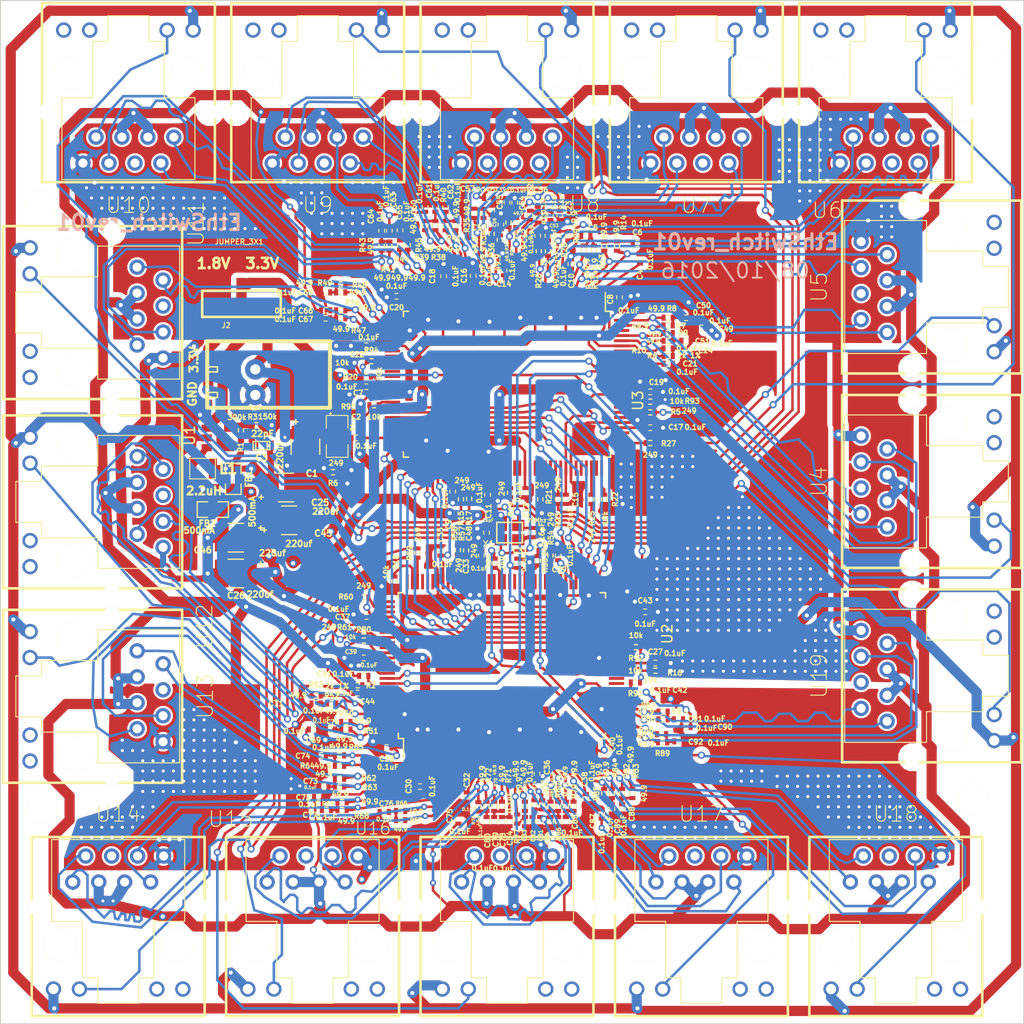
<source format=kicad_pcb>
(kicad_pcb (version 4) (host pcbnew 4.0.3+e1-6302~38~ubuntu14.04.1-stable)
  (layers (0 F.Cu signal) (31 B.Cu signal) (34 B.Paste user) (35 F.Paste user) (36 B.SilkS user) (37 F.SilkS user) (38 B.Mask user) (39 F.Mask user) (44 Edge.Cuts user))
  (net 0 "")
  (net 1 GND)
  (net 2 "Net-(R2-Pad1)")
  (net 3 "Net-(R4-Pad1)")
  (net 4 "Net-(C3-Pad2)")
  (net 5 X1)
  (net 6 "Net-(C50-Pad1)")
  (net 7 "Net-(C51-Pad1)")
  (net 8 "Net-(L1-Pad1)")
  (net 9 "Net-(R5-Pad1)")
  (net 10 GreenLED0)
  (net 11 TXP0)
  (net 12 TXN0)
  (net 13 RXP0)
  (net 14 RXN0)
  (net 15 X2)
  (net 16 VDDIO)
  (net 17 VDDD)
  (net 18 VDDA)
  (net 19 AGND)
  (net 20 "Net-(C5-Pad1)")
  (net 21 "Net-(C6-Pad1)")
  (net 22 TXP1)
  (net 23 TXN1)
  (net 24 RXP1)
  (net 25 RXN1)
  (net 26 GreenLED1)
  (net 27 "Net-(R15-Pad1)")
  (net 28 "Net-(R16-Pad1)")
  (net 29 "Net-(R17-Pad1)")
  (net 30 "Net-(R18-Pad1)")
  (net 31 "Net-(R19-Pad1)")
  (net 32 "Net-(R20-Pad1)")
  (net 33 "Net-(R21-Pad1)")
  (net 34 "Net-(R22-Pad1)")
  (net 35 "Net-(R23-Pad1)")
  (net 36 "Net-(R25-Pad1)")
  (net 37 "Net-(R27-Pad1)")
  (net 38 "Net-(D1-Pad2)")
  (net 39 MRXC)
  (net 40 MRXDV)
  (net 41 MRXD[0])
  (net 42 MRXD[1])
  (net 43 MRXD[2])
  (net 44 MRXD[3])
  (net 45 MCOL)
  (net 46 MTXC)
  (net 47 MTXEN)
  (net 48 MTXD[0])
  (net 49 MTXD[1])
  (net 50 MTXD[2])
  (net 51 MTXD[3])
  (net 52 "Net-(C52-Pad1)")
  (net 53 "Net-(C53-Pad1)")
  (net 54 GreenLED7)
  (net 55 GreenLED6)
  (net 56 GreenLED5)
  (net 57 GreenLED4)
  (net 58 GreenLED3)
  (net 59 TXP2)
  (net 60 GreenLED2)
  (net 61 TXN2)
  (net 62 RXP2)
  (net 63 RXN2)
  (net 64 RXN3)
  (net 65 RXP3)
  (net 66 TXP3)
  (net 67 TXN3)
  (net 68 RXN4)
  (net 69 RXP4)
  (net 70 TXP4)
  (net 71 TXN4)
  (net 72 RXN5)
  (net 73 RXP5)
  (net 74 TXP5)
  (net 75 TXN5)
  (net 76 RXN6)
  (net 77 RXP6)
  (net 78 TXP6)
  (net 79 TXN6)
  (net 80 RXN7)
  (net 81 RXP7)
  (net 82 TXP7)
  (net 83 TXN7)
  (net 84 "Net-(C55-Pad1)")
  (net 85 "Net-(C56-Pad1)")
  (net 86 "Net-(C58-Pad1)")
  (net 87 "Net-(C59-Pad1)")
  (net 88 "Net-(C61-Pad1)")
  (net 89 "Net-(C62-Pad1)")
  (net 90 "Net-(C64-Pad1)")
  (net 91 "Net-(C65-Pad1)")
  (net 92 "Net-(C67-Pad1)")
  (net 93 "Net-(C68-Pad1)")
  (net 94 "Net-(C70-Pad1)")
  (net 95 "Net-(C71-Pad1)")
  (net 96 TXP8)
  (net 97 TXN8)
  (net 98 RXP8)
  (net 99 RXN8)
  (net 100 "Net-(R54-Pad1)")
  (net 101 "Net-(R55-Pad1)")
  (net 102 "Net-(R56-Pad1)")
  (net 103 "Net-(R57-Pad1)")
  (net 104 "Net-(R58-Pad1)")
  (net 105 "Net-(R59-Pad1)")
  (net 106 "Net-(R60-Pad1)")
  (net 107 "Net-(R61-Pad1)")
  (net 108 GreenLED8)
  (net 109 "Net-(C73-Pad1)")
  (net 110 "Net-(C74-Pad1)")
  (net 111 GreenLED12)
  (net 112 GreenLED11)
  (net 113 GreenLED10)
  (net 114 GreenLED9)
  (net 115 TXP9)
  (net 116 TXN9)
  (net 117 RXP9)
  (net 118 RXN9)
  (net 119 RXN10)
  (net 120 RXP10)
  (net 121 TXP10)
  (net 122 TXN10)
  (net 123 RXN11)
  (net 124 RXP11)
  (net 125 TXP11)
  (net 126 TXN11)
  (net 127 RXN12)
  (net 128 RXP12)
  (net 129 TXP12)
  (net 130 TXN12)
  (net 131 "Net-(C76-Pad1)")
  (net 132 "Net-(C77-Pad1)")
  (net 133 "Net-(C79-Pad1)")
  (net 134 "Net-(C80-Pad1)")
  (net 135 "Net-(C82-Pad1)")
  (net 136 "Net-(C83-Pad1)")
  (net 137 "Net-(C85-Pad1)")
  (net 138 "Net-(C86-Pad1)")
  (net 139 GreenLED15)
  (net 140 GreenLED14)
  (net 141 GreenLED13)
  (net 142 TXP13)
  (net 143 TXN13)
  (net 144 RXP13)
  (net 145 RXN13)
  (net 146 RXN14)
  (net 147 RXP14)
  (net 148 TXP14)
  (net 149 TXN14)
  (net 150 RXN15)
  (net 151 RXP15)
  (net 152 TXP15)
  (net 153 TXN15)
  (net 154 "Net-(C88-Pad1)")
  (net 155 "Net-(C89-Pad1)")
  (net 156 "Net-(C91-Pad1)")
  (net 157 "Net-(C92-Pad1)")
  (net 158 "Net-(R91-Pad2)")
  (net 159 "Net-(R92-Pad2)")
  (net 160 "Net-(R94-Pad2)")
  (net 161 "Net-(R95-Pad2)")
  (net 162 "Net-(R93-Pad2)")
  (net 163 +3.3V)
  (net 164 "Net-(R90-Pad2)")
  (module ted_connectors:VIA-0.6mm (layer F.Cu) (at 96.9 134.8)
    (fp_text reference REF**23 hide)
    (fp_text value VIA-0.6mm hide)
    (pad 1 thru_hole circle (at 0 0) (size 0.6 0.6) (drill 0.3) (layers *.Cu) (net 19 AGND))
  )
  (module ted_connectors:VIA-0.6mm (layer F.Cu) (at 95.9 134.8)
    (fp_text reference REF**23 hide)
    (fp_text value VIA-0.6mm hide)
    (pad 1 thru_hole circle (at 0 0) (size 0.6 0.6) (drill 0.3) (layers *.Cu) (net 19 AGND))
  )
  (module ted_connectors:VIA-0.6mm (layer F.Cu) (at 148.9 136.8)
    (fp_text reference REF**23 hide)
    (fp_text value VIA-0.6mm hide)
    (pad 1 thru_hole circle (at 0 0) (size 0.6 0.6) (drill 0.3) (layers *.Cu) (net 19 AGND))
  )
  (module ted_connectors:VIA-0.6mm (layer F.Cu) (at 148.9 135.8)
    (fp_text reference REF**23 hide)
    (fp_text value VIA-0.6mm hide)
    (pad 1 thru_hole circle (at 0 0) (size 0.6 0.6) (drill 0.3) (layers *.Cu) (net 19 AGND))
  )
  (module ted_connectors:VIA-0.6mm (layer F.Cu) (at 142.4 73.3)
    (fp_text reference REF**23 hide)
    (fp_text value VIA-0.6mm hide)
    (pad 1 thru_hole circle (at 0 0) (size 0.6 0.6) (drill 0.3) (layers *.Cu) (net 19 AGND))
  )
  (module ted_connectors:VIA-0.6mm (layer F.Cu) (at 141.4 73.3)
    (fp_text reference REF**23 hide)
    (fp_text value VIA-0.6mm hide)
    (pad 1 thru_hole circle (at 0 0) (size 0.6 0.6) (drill 0.3) (layers *.Cu) (net 19 AGND))
  )
  (module ted_connectors:VIA-0.6mm (layer F.Cu) (at 145.4 69.3)
    (fp_text reference REF**23 hide)
    (fp_text value VIA-0.6mm hide)
    (pad 1 thru_hole circle (at 0 0) (size 0.6 0.6) (drill 0.3) (layers *.Cu) (net 19 AGND))
  )
  (module ted_connectors:VIA-0.6mm (layer F.Cu) (at 145.4 68.3)
    (fp_text reference REF**23 hide)
    (fp_text value VIA-0.6mm hide)
    (pad 1 thru_hole circle (at 0 0) (size 0.6 0.6) (drill 0.3) (layers *.Cu) (net 19 AGND))
  )
  (module ted_connectors:VIA-0.6mm (layer F.Cu) (at 144.4 68.3)
    (fp_text reference REF**23 hide)
    (fp_text value VIA-0.6mm hide)
    (pad 1 thru_hole circle (at 0 0) (size 0.6 0.6) (drill 0.3) (layers *.Cu) (net 19 AGND))
  )
  (module ted_connectors:VIA-0.6mm (layer F.Cu) (at 148.4 67.3)
    (fp_text reference REF**23 hide)
    (fp_text value VIA-0.6mm hide)
    (pad 1 thru_hole circle (at 0 0) (size 0.6 0.6) (drill 0.3) (layers *.Cu) (net 19 AGND))
  )
  (module ted_connectors:VIA-0.6mm (layer F.Cu) (at 149.4 67.3)
    (fp_text reference REF**23 hide)
    (fp_text value VIA-0.6mm hide)
    (pad 1 thru_hole circle (at 0 0) (size 0.6 0.6) (drill 0.3) (layers *.Cu) (net 19 AGND))
  )
  (module ted_connectors:VIA-0.6mm (layer F.Cu) (at 148.4 68.3)
    (fp_text reference REF**23 hide)
    (fp_text value VIA-0.6mm hide)
    (pad 1 thru_hole circle (at 0 0) (size 0.6 0.6) (drill 0.3) (layers *.Cu) (net 19 AGND))
  )
  (module ted_connectors:VIA-0.6mm (layer F.Cu) (at 146.4 71.3)
    (fp_text reference REF**23 hide)
    (fp_text value VIA-0.6mm hide)
    (pad 1 thru_hole circle (at 0 0) (size 0.6 0.6) (drill 0.3) (layers *.Cu) (net 19 AGND))
  )
  (module ted_connectors:VIA-0.6mm (layer F.Cu) (at 147.4 71.3)
    (fp_text reference REF**23 hide)
    (fp_text value VIA-0.6mm hide)
    (pad 1 thru_hole circle (at 0 0) (size 0.6 0.6) (drill 0.3) (layers *.Cu) (net 19 AGND))
  )
  (module ted_connectors:VIA-0.6mm (layer F.Cu) (at 146.4 72.3)
    (fp_text reference REF**23 hide)
    (fp_text value VIA-0.6mm hide)
    (pad 1 thru_hole circle (at 0 0) (size 0.6 0.6) (drill 0.3) (layers *.Cu) (net 19 AGND))
  )
  (module ted_connectors:VIA-0.6mm (layer F.Cu) (at 147.4 72.3)
    (fp_text reference REF**23 hide)
    (fp_text value VIA-0.6mm hide)
    (pad 1 thru_hole circle (at 0 0) (size 0.6 0.6) (drill 0.3) (layers *.Cu) (net 19 AGND))
  )
  (module ted_connectors:VIA-0.6mm (layer F.Cu) (at 172.1 76.1)
    (fp_text reference REF**23 hide)
    (fp_text value VIA-0.6mm hide)
    (pad 1 thru_hole circle (at 0 0) (size 0.6 0.6) (drill 0.3) (layers *.Cu) (net 19 AGND))
  )
  (module ted_connectors:VIA-0.6mm (layer F.Cu) (at 173.1 76.1)
    (fp_text reference REF**23 hide)
    (fp_text value VIA-0.6mm hide)
    (pad 1 thru_hole circle (at 0 0) (size 0.6 0.6) (drill 0.3) (layers *.Cu) (net 19 AGND))
  )
  (module ted_connectors:VIA-0.6mm (layer F.Cu) (at 173.1 75.1)
    (fp_text reference REF**23 hide)
    (fp_text value VIA-0.6mm hide)
    (pad 1 thru_hole circle (at 0 0) (size 0.6 0.6) (drill 0.3) (layers *.Cu) (net 19 AGND))
  )
  (module ted_connectors:VIA-0.6mm (layer F.Cu) (at 172.1 75.1)
    (fp_text reference REF**23 hide)
    (fp_text value VIA-0.6mm hide)
    (pad 1 thru_hole circle (at 0 0) (size 0.6 0.6) (drill 0.3) (layers *.Cu) (net 19 AGND))
  )
  (module ted_connectors:VIA-0.6mm (layer F.Cu) (at 172.1 77.1)
    (fp_text reference REF**23 hide)
    (fp_text value VIA-0.6mm hide)
    (pad 1 thru_hole circle (at 0 0) (size 0.6 0.6) (drill 0.3) (layers *.Cu) (net 19 AGND))
  )
  (module ted_connectors:VIA-0.6mm (layer F.Cu) (at 173.1 77.1)
    (fp_text reference REF**23 hide)
    (fp_text value VIA-0.6mm hide)
    (pad 1 thru_hole circle (at 0 0) (size 0.6 0.6) (drill 0.3) (layers *.Cu) (net 19 AGND))
  )
  (module ted_connectors:VIA-0.6mm (layer F.Cu) (at 173.1 78.1)
    (fp_text reference REF**23 hide)
    (fp_text value VIA-0.6mm hide)
    (pad 1 thru_hole circle (at 0 0) (size 0.6 0.6) (drill 0.3) (layers *.Cu) (net 19 AGND))
  )
  (module ted_connectors:VIA-0.6mm (layer F.Cu) (at 172.1 78.1)
    (fp_text reference REF**23 hide)
    (fp_text value VIA-0.6mm hide)
    (pad 1 thru_hole circle (at 0 0) (size 0.6 0.6) (drill 0.3) (layers *.Cu) (net 19 AGND))
  )
  (module ted_connectors:VIA-0.6mm (layer F.Cu) (at 165.1 74.6)
    (fp_text reference REF**23 hide)
    (fp_text value VIA-0.6mm hide)
    (pad 1 thru_hole circle (at 0 0) (size 0.6 0.6) (drill 0.3) (layers *.Cu) (net 19 AGND))
  )
  (module ted_connectors:VIA-0.6mm (layer F.Cu) (at 164.1 74.6)
    (fp_text reference REF**23 hide)
    (fp_text value VIA-0.6mm hide)
    (pad 1 thru_hole circle (at 0 0) (size 0.6 0.6) (drill 0.3) (layers *.Cu) (net 19 AGND))
  )
  (module ted_connectors:VIA-0.6mm (layer F.Cu) (at 164.1 71.6)
    (fp_text reference REF**23 hide)
    (fp_text value VIA-0.6mm hide)
    (pad 1 thru_hole circle (at 0 0) (size 0.6 0.6) (drill 0.3) (layers *.Cu) (net 19 AGND))
  )
  (module ted_connectors:VIA-0.6mm (layer F.Cu) (at 164.1 73.6)
    (fp_text reference REF**23 hide)
    (fp_text value VIA-0.6mm hide)
    (pad 1 thru_hole circle (at 0 0) (size 0.6 0.6) (drill 0.3) (layers *.Cu) (net 19 AGND))
  )
  (module ted_connectors:VIA-0.6mm (layer F.Cu) (at 164.1 72.6)
    (fp_text reference REF**23 hide)
    (fp_text value VIA-0.6mm hide)
    (pad 1 thru_hole circle (at 0 0) (size 0.6 0.6) (drill 0.3) (layers *.Cu) (net 19 AGND))
  )
  (module ted_connectors:VIA-0.6mm (layer F.Cu) (at 166.1 72.6)
    (fp_text reference REF**23 hide)
    (fp_text value VIA-0.6mm hide)
    (pad 1 thru_hole circle (at 0 0) (size 0.6 0.6) (drill 0.3) (layers *.Cu) (net 19 AGND))
  )
  (module ted_connectors:VIA-0.6mm (layer F.Cu) (at 165.1 72.6)
    (fp_text reference REF**23 hide)
    (fp_text value VIA-0.6mm hide)
    (pad 1 thru_hole circle (at 0 0) (size 0.6 0.6) (drill 0.3) (layers *.Cu) (net 19 AGND))
  )
  (module ted_connectors:VIA-0.6mm (layer F.Cu) (at 166.1 73.6)
    (fp_text reference REF**23 hide)
    (fp_text value VIA-0.6mm hide)
    (pad 1 thru_hole circle (at 0 0) (size 0.6 0.6) (drill 0.3) (layers *.Cu) (net 19 AGND))
  )
  (module ted_connectors:VIA-0.6mm (layer F.Cu) (at 165.1 73.6)
    (fp_text reference REF**23 hide)
    (fp_text value VIA-0.6mm hide)
    (pad 1 thru_hole circle (at 0 0) (size 0.6 0.6) (drill 0.3) (layers *.Cu) (net 19 AGND))
  )
  (module ted_connectors:VIA-0.6mm (layer F.Cu) (at 166.1 71.6)
    (fp_text reference REF**23 hide)
    (fp_text value VIA-0.6mm hide)
    (pad 1 thru_hole circle (at 0 0) (size 0.6 0.6) (drill 0.3) (layers *.Cu) (net 19 AGND))
  )
  (module ted_connectors:VIA-0.6mm (layer F.Cu) (at 165.1 71.6)
    (fp_text reference REF**23 hide)
    (fp_text value VIA-0.6mm hide)
    (pad 1 thru_hole circle (at 0 0) (size 0.6 0.6) (drill 0.3) (layers *.Cu) (net 19 AGND))
  )
  (module ted_connectors:VIA-0.6mm (layer F.Cu) (at 170.1 66.6)
    (fp_text reference REF**23 hide)
    (fp_text value VIA-0.6mm hide)
    (pad 1 thru_hole circle (at 0 0) (size 0.6 0.6) (drill 0.3) (layers *.Cu) (net 19 AGND))
  )
  (module ted_connectors:VIA-0.6mm (layer F.Cu) (at 169.1 66.6)
    (fp_text reference REF**23 hide)
    (fp_text value VIA-0.6mm hide)
    (pad 1 thru_hole circle (at 0 0) (size 0.6 0.6) (drill 0.3) (layers *.Cu) (net 19 AGND))
  )
  (module ted_connectors:VIA-0.6mm (layer F.Cu) (at 167.1 67.6)
    (fp_text reference REF**23 hide)
    (fp_text value VIA-0.6mm hide)
    (pad 1 thru_hole circle (at 0 0) (size 0.6 0.6) (drill 0.3) (layers *.Cu) (net 19 AGND))
  )
  (module ted_connectors:VIA-0.6mm (layer F.Cu) (at 166.1 67.6)
    (fp_text reference REF**23 hide)
    (fp_text value VIA-0.6mm hide)
    (pad 1 thru_hole circle (at 0 0) (size 0.6 0.6) (drill 0.3) (layers *.Cu) (net 19 AGND))
  )
  (module ted_connectors:VIA-0.6mm (layer F.Cu) (at 167.1 66.6)
    (fp_text reference REF**23 hide)
    (fp_text value VIA-0.6mm hide)
    (pad 1 thru_hole circle (at 0 0) (size 0.6 0.6) (drill 0.3) (layers *.Cu) (net 19 AGND))
  )
  (module ted_connectors:VIA-0.6mm (layer F.Cu) (at 168.1 66.6)
    (fp_text reference REF**23 hide)
    (fp_text value VIA-0.6mm hide)
    (pad 1 thru_hole circle (at 0 0) (size 0.6 0.6) (drill 0.3) (layers *.Cu) (net 19 AGND))
  )
  (module ted_connectors:VIA-0.6mm (layer F.Cu) (at 166.1 66.6)
    (fp_text reference REF**23 hide)
    (fp_text value VIA-0.6mm hide)
    (pad 1 thru_hole circle (at 0 0) (size 0.6 0.6) (drill 0.3) (layers *.Cu) (net 19 AGND))
  )
  (module ted_connectors:VIA-0.6mm (layer F.Cu) (at 165.1 68.6)
    (fp_text reference REF**23 hide)
    (fp_text value VIA-0.6mm hide)
    (pad 1 thru_hole circle (at 0 0) (size 0.6 0.6) (drill 0.3) (layers *.Cu) (net 19 AGND))
  )
  (module ted_connectors:VIA-0.6mm (layer F.Cu) (at 167.1 68.6)
    (fp_text reference REF**23 hide)
    (fp_text value VIA-0.6mm hide)
    (pad 1 thru_hole circle (at 0 0) (size 0.6 0.6) (drill 0.3) (layers *.Cu) (net 19 AGND))
  )
  (module ted_connectors:VIA-0.6mm (layer F.Cu) (at 166.1 68.6)
    (fp_text reference REF**23 hide)
    (fp_text value VIA-0.6mm hide)
    (pad 1 thru_hole circle (at 0 0) (size 0.6 0.6) (drill 0.3) (layers *.Cu) (net 19 AGND))
  )
  (module ted_connectors:VIA-0.6mm (layer F.Cu) (at 165.1 70.6)
    (fp_text reference REF**23 hide)
    (fp_text value VIA-0.6mm hide)
    (pad 1 thru_hole circle (at 0 0) (size 0.6 0.6) (drill 0.3) (layers *.Cu) (net 19 AGND))
  )
  (module ted_connectors:VIA-0.6mm (layer F.Cu) (at 166.1 70.6)
    (fp_text reference REF**23 hide)
    (fp_text value VIA-0.6mm hide)
    (pad 1 thru_hole circle (at 0 0) (size 0.6 0.6) (drill 0.3) (layers *.Cu) (net 19 AGND))
  )
  (module ted_connectors:VIA-0.6mm (layer F.Cu) (at 165.1 69.6)
    (fp_text reference REF**23 hide)
    (fp_text value VIA-0.6mm hide)
    (pad 1 thru_hole circle (at 0 0) (size 0.6 0.6) (drill 0.3) (layers *.Cu) (net 19 AGND))
  )
  (module ted_connectors:VIA-0.6mm (layer F.Cu) (at 167.1 69.6)
    (fp_text reference REF**23 hide)
    (fp_text value VIA-0.6mm hide)
    (pad 1 thru_hole circle (at 0 0) (size 0.6 0.6) (drill 0.3) (layers *.Cu) (net 19 AGND))
  )
  (module ted_connectors:VIA-0.6mm (layer F.Cu) (at 166.1 69.6)
    (fp_text reference REF**23 hide)
    (fp_text value VIA-0.6mm hide)
    (pad 1 thru_hole circle (at 0 0) (size 0.6 0.6) (drill 0.3) (layers *.Cu) (net 19 AGND))
  )
  (module ted_connectors:VIA-0.6mm (layer F.Cu) (at 162.1 72.7)
    (fp_text reference REF**23 hide)
    (fp_text value VIA-0.6mm hide)
    (pad 1 thru_hole circle (at 0 0) (size 0.6 0.6) (drill 0.3) (layers *.Cu) (net 19 AGND))
  )
  (module ted_connectors:VIA-0.6mm (layer F.Cu) (at 163.1 72.7)
    (fp_text reference REF**23 hide)
    (fp_text value VIA-0.6mm hide)
    (pad 1 thru_hole circle (at 0 0) (size 0.6 0.6) (drill 0.3) (layers *.Cu) (net 19 AGND))
  )
  (module ted_connectors:VIA-0.6mm (layer F.Cu) (at 162.1 71.7)
    (fp_text reference REF**23 hide)
    (fp_text value VIA-0.6mm hide)
    (pad 1 thru_hole circle (at 0 0) (size 0.6 0.6) (drill 0.3) (layers *.Cu) (net 19 AGND))
  )
  (module ted_connectors:VIA-0.6mm (layer F.Cu) (at 163.1 71.7)
    (fp_text reference REF**23 hide)
    (fp_text value VIA-0.6mm hide)
    (pad 1 thru_hole circle (at 0 0) (size 0.6 0.6) (drill 0.3) (layers *.Cu) (net 19 AGND))
  )
  (module ted_connectors:VIA-0.6mm (layer F.Cu) (at 163.1 69.6)
    (fp_text reference REF**23 hide)
    (fp_text value VIA-0.6mm hide)
    (pad 1 thru_hole circle (at 0 0) (size 0.6 0.6) (drill 0.3) (layers *.Cu) (net 19 AGND))
  )
  (module ted_connectors:VIA-0.6mm (layer F.Cu) (at 164.1 69.6)
    (fp_text reference REF**23 hide)
    (fp_text value VIA-0.6mm hide)
    (pad 1 thru_hole circle (at 0 0) (size 0.6 0.6) (drill 0.3) (layers *.Cu) (net 19 AGND))
  )
  (module ted_connectors:VIA-0.6mm (layer F.Cu) (at 162.1 69.6)
    (fp_text reference REF**23 hide)
    (fp_text value VIA-0.6mm hide)
    (pad 1 thru_hole circle (at 0 0) (size 0.6 0.6) (drill 0.3) (layers *.Cu) (net 19 AGND))
  )
  (module ted_connectors:VIA-0.6mm (layer F.Cu) (at 163.1 70.6)
    (fp_text reference REF**23 hide)
    (fp_text value VIA-0.6mm hide)
    (pad 1 thru_hole circle (at 0 0) (size 0.6 0.6) (drill 0.3) (layers *.Cu) (net 19 AGND))
  )
  (module ted_connectors:VIA-0.6mm (layer F.Cu) (at 164.1 70.6)
    (fp_text reference REF**23 hide)
    (fp_text value VIA-0.6mm hide)
    (pad 1 thru_hole circle (at 0 0) (size 0.6 0.6) (drill 0.3) (layers *.Cu) (net 19 AGND))
  )
  (module ted_connectors:VIA-0.6mm (layer F.Cu) (at 162.1 70.6)
    (fp_text reference REF**23 hide)
    (fp_text value VIA-0.6mm hide)
    (pad 1 thru_hole circle (at 0 0) (size 0.6 0.6) (drill 0.3) (layers *.Cu) (net 19 AGND))
  )
  (module ted_connectors:VIA-0.6mm (layer F.Cu) (at 163.1 68.6)
    (fp_text reference REF**23 hide)
    (fp_text value VIA-0.6mm hide)
    (pad 1 thru_hole circle (at 0 0) (size 0.6 0.6) (drill 0.3) (layers *.Cu) (net 19 AGND))
  )
  (module ted_connectors:VIA-0.6mm (layer F.Cu) (at 164.1 68.6)
    (fp_text reference REF**23 hide)
    (fp_text value VIA-0.6mm hide)
    (pad 1 thru_hole circle (at 0 0) (size 0.6 0.6) (drill 0.3) (layers *.Cu) (net 19 AGND))
  )
  (module ted_connectors:VIA-0.6mm (layer F.Cu) (at 162.1 68.6)
    (fp_text reference REF**23 hide)
    (fp_text value VIA-0.6mm hide)
    (pad 1 thru_hole circle (at 0 0) (size 0.6 0.6) (drill 0.3) (layers *.Cu) (net 19 AGND))
  )
  (module ted_connectors:VIA-0.6mm (layer F.Cu) (at 147.65 100.3)
    (fp_text reference REF**81 hide)
    (fp_text value VIA-0.6mm hide)
    (pad 1 thru_hole circle (at 0 0) (size 0.6 0.6) (drill 0.3) (layers *.Cu) (net 1 GND))
  )
  (module ted_connectors:VIA-0.6mm (layer F.Cu) (at 147.65 102.55)
    (fp_text reference REF**83 hide)
    (fp_text value VIA-0.6mm hide)
    (pad 1 thru_hole circle (at 0 0) (size 0.6 0.6) (drill 0.3) (layers *.Cu) (net 1 GND))
  )
  (module ted_connectors:VIA-0.6mm (layer F.Cu) (at 146.65 102.55)
    (fp_text reference REF**83 hide)
    (fp_text value VIA-0.6mm hide)
    (pad 1 thru_hole circle (at 0 0) (size 0.6 0.6) (drill 0.3) (layers *.Cu) (net 1 GND))
  )
  (module ted_connectors:VIA-0.6mm (layer F.Cu) (at 147.65 101.55)
    (fp_text reference REF**83 hide)
    (fp_text value VIA-0.6mm hide)
    (pad 1 thru_hole circle (at 0 0) (size 0.6 0.6) (drill 0.3) (layers *.Cu) (net 1 GND))
  )
  (module ted_connectors:VIA-0.6mm (layer F.Cu) (at 146.65 101.55)
    (fp_text reference REF**83 hide)
    (fp_text value VIA-0.6mm hide)
    (pad 1 thru_hole circle (at 0 0) (size 0.6 0.6) (drill 0.3) (layers *.Cu) (net 1 GND))
  )
  (module ted_connectors:VIA-0.6mm (layer F.Cu) (at 146.65 103.55)
    (fp_text reference REF**83 hide)
    (fp_text value VIA-0.6mm hide)
    (pad 1 thru_hole circle (at 0 0) (size 0.6 0.6) (drill 0.3) (layers *.Cu) (net 1 GND))
  )
  (module ted_connectors:VIA-0.6mm (layer F.Cu) (at 147.65 103.55)
    (fp_text reference REF**83 hide)
    (fp_text value VIA-0.6mm hide)
    (pad 1 thru_hole circle (at 0 0) (size 0.6 0.6) (drill 0.3) (layers *.Cu) (net 1 GND))
  )
  (module ted_connectors:VIA-0.6mm (layer F.Cu) (at 147.65 104.55)
    (fp_text reference REF**83 hide)
    (fp_text value VIA-0.6mm hide)
    (pad 1 thru_hole circle (at 0 0) (size 0.6 0.6) (drill 0.3) (layers *.Cu) (net 1 GND))
  )
  (module ted_connectors:VIA-0.6mm (layer F.Cu) (at 150.65 103.55)
    (fp_text reference REF**83 hide)
    (fp_text value VIA-0.6mm hide)
    (pad 1 thru_hole circle (at 0 0) (size 0.6 0.6) (drill 0.3) (layers *.Cu) (net 1 GND))
  )
  (module ted_connectors:VIA-0.6mm (layer F.Cu) (at 149.65 103.55)
    (fp_text reference REF**83 hide)
    (fp_text value VIA-0.6mm hide)
    (pad 1 thru_hole circle (at 0 0) (size 0.6 0.6) (drill 0.3) (layers *.Cu) (net 1 GND))
  )
  (module ted_connectors:VIA-0.6mm (layer F.Cu) (at 150.65 102.55)
    (fp_text reference REF**83 hide)
    (fp_text value VIA-0.6mm hide)
    (pad 1 thru_hole circle (at 0 0) (size 0.6 0.6) (drill 0.3) (layers *.Cu) (net 1 GND))
  )
  (module ted_connectors:VIA-0.6mm (layer F.Cu) (at 149.65 102.55)
    (fp_text reference REF**83 hide)
    (fp_text value VIA-0.6mm hide)
    (pad 1 thru_hole circle (at 0 0) (size 0.6 0.6) (drill 0.3) (layers *.Cu) (net 1 GND))
  )
  (module ted_connectors:VIA-0.6mm (layer F.Cu) (at 153.65 99.55)
    (fp_text reference REF**83 hide)
    (fp_text value VIA-0.6mm hide)
    (pad 1 thru_hole circle (at 0 0) (size 0.6 0.6) (drill 0.3) (layers *.Cu) (net 1 GND))
  )
  (module ted_connectors:VIA-0.6mm (layer F.Cu) (at 152.65 99.55)
    (fp_text reference REF**83 hide)
    (fp_text value VIA-0.6mm hide)
    (pad 1 thru_hole circle (at 0 0) (size 0.6 0.6) (drill 0.3) (layers *.Cu) (net 1 GND))
  )
  (module ted_connectors:VIA-0.6mm (layer F.Cu) (at 152.65 100.55)
    (fp_text reference REF**83 hide)
    (fp_text value VIA-0.6mm hide)
    (pad 1 thru_hole circle (at 0 0) (size 0.6 0.6) (drill 0.3) (layers *.Cu) (net 1 GND))
  )
  (module ted_connectors:VIA-0.6mm (layer F.Cu) (at 153.65 100.55)
    (fp_text reference REF**83 hide)
    (fp_text value VIA-0.6mm hide)
    (pad 1 thru_hole circle (at 0 0) (size 0.6 0.6) (drill 0.3) (layers *.Cu) (net 1 GND))
  )
  (module ted_connectors:VIA-0.6mm (layer F.Cu) (at 149.65 100.55)
    (fp_text reference REF**83 hide)
    (fp_text value VIA-0.6mm hide)
    (pad 1 thru_hole circle (at 0 0) (size 0.6 0.6) (drill 0.3) (layers *.Cu) (net 1 GND))
  )
  (module ted_connectors:VIA-0.6mm (layer F.Cu) (at 151.65 100.55)
    (fp_text reference REF**83 hide)
    (fp_text value VIA-0.6mm hide)
    (pad 1 thru_hole circle (at 0 0) (size 0.6 0.6) (drill 0.3) (layers *.Cu) (net 1 GND))
  )
  (module ted_connectors:VIA-0.6mm (layer F.Cu) (at 150.65 100.55)
    (fp_text reference REF**83 hide)
    (fp_text value VIA-0.6mm hide)
    (pad 1 thru_hole circle (at 0 0) (size 0.6 0.6) (drill 0.3) (layers *.Cu) (net 1 GND))
  )
  (module ted_connectors:VIA-0.6mm (layer F.Cu) (at 150.65 99.55)
    (fp_text reference REF**83 hide)
    (fp_text value VIA-0.6mm hide)
    (pad 1 thru_hole circle (at 0 0) (size 0.6 0.6) (drill 0.3) (layers *.Cu) (net 1 GND))
  )
  (module ted_connectors:VIA-0.6mm (layer F.Cu) (at 151.65 99.55)
    (fp_text reference REF**83 hide)
    (fp_text value VIA-0.6mm hide)
    (pad 1 thru_hole circle (at 0 0) (size 0.6 0.6) (drill 0.3) (layers *.Cu) (net 1 GND))
  )
  (module ted_connectors:VIA-0.6mm (layer F.Cu) (at 149.65 99.55)
    (fp_text reference REF**83 hide)
    (fp_text value VIA-0.6mm hide)
    (pad 1 thru_hole circle (at 0 0) (size 0.6 0.6) (drill 0.3) (layers *.Cu) (net 1 GND))
  )
  (module ted_connectors:VIA-0.6mm (layer F.Cu) (at 149.65 101.55)
    (fp_text reference REF**83 hide)
    (fp_text value VIA-0.6mm hide)
    (pad 1 thru_hole circle (at 0 0) (size 0.6 0.6) (drill 0.3) (layers *.Cu) (net 1 GND))
  )
  (module ted_connectors:VIA-0.6mm (layer F.Cu) (at 151.65 101.55)
    (fp_text reference REF**83 hide)
    (fp_text value VIA-0.6mm hide)
    (pad 1 thru_hole circle (at 0 0) (size 0.6 0.6) (drill 0.3) (layers *.Cu) (net 1 GND))
  )
  (module ted_connectors:VIA-0.6mm (layer F.Cu) (at 150.65 101.55)
    (fp_text reference REF**83 hide)
    (fp_text value VIA-0.6mm hide)
    (pad 1 thru_hole circle (at 0 0) (size 0.6 0.6) (drill 0.3) (layers *.Cu) (net 1 GND))
  )
  (module ted_connectors:VIA-0.6mm (layer F.Cu) (at 147.4 70.3)
    (fp_text reference REF**23 hide)
    (fp_text value VIA-0.6mm hide)
    (pad 1 thru_hole circle (at 0 0) (size 0.6 0.6) (drill 0.3) (layers *.Cu) (net 19 AGND))
  )
  (module ted_connectors:VIA-0.6mm (layer F.Cu) (at 146.4 70.3)
    (fp_text reference REF**23 hide)
    (fp_text value VIA-0.6mm hide)
    (pad 1 thru_hole circle (at 0 0) (size 0.6 0.6) (drill 0.3) (layers *.Cu) (net 19 AGND))
  )
  (module ted_connectors:VIA-0.6mm (layer F.Cu) (at 146.4 68.3)
    (fp_text reference REF**23 hide)
    (fp_text value VIA-0.6mm hide)
    (pad 1 thru_hole circle (at 0 0) (size 0.6 0.6) (drill 0.3) (layers *.Cu) (net 19 AGND))
  )
  (module ted_connectors:VIA-0.6mm (layer F.Cu) (at 147.4 68.3)
    (fp_text reference REF**23 hide)
    (fp_text value VIA-0.6mm hide)
    (pad 1 thru_hole circle (at 0 0) (size 0.6 0.6) (drill 0.3) (layers *.Cu) (net 19 AGND))
  )
  (module ted_connectors:VIA-0.6mm (layer F.Cu) (at 147.4 69.3)
    (fp_text reference REF**23 hide)
    (fp_text value VIA-0.6mm hide)
    (pad 1 thru_hole circle (at 0 0) (size 0.6 0.6) (drill 0.3) (layers *.Cu) (net 19 AGND))
  )
  (module ted_connectors:VIA-0.6mm (layer F.Cu) (at 146.4 69.3)
    (fp_text reference REF**23 hide)
    (fp_text value VIA-0.6mm hide)
    (pad 1 thru_hole circle (at 0 0) (size 0.6 0.6) (drill 0.3) (layers *.Cu) (net 19 AGND))
  )
  (module ted_connectors:VIA-0.6mm (layer F.Cu) (at 141.4 71.3)
    (fp_text reference REF**23 hide)
    (fp_text value VIA-0.6mm hide)
    (pad 1 thru_hole circle (at 0 0) (size 0.6 0.6) (drill 0.3) (layers *.Cu) (net 19 AGND))
  )
  (module ted_connectors:VIA-0.6mm (layer F.Cu) (at 142.4 71.3)
    (fp_text reference REF**23 hide)
    (fp_text value VIA-0.6mm hide)
    (pad 1 thru_hole circle (at 0 0) (size 0.6 0.6) (drill 0.3) (layers *.Cu) (net 19 AGND))
  )
  (module ted_connectors:VIA-0.6mm (layer F.Cu) (at 142.4 70.3)
    (fp_text reference REF**23 hide)
    (fp_text value VIA-0.6mm hide)
    (pad 1 thru_hole circle (at 0 0) (size 0.6 0.6) (drill 0.3) (layers *.Cu) (net 19 AGND))
  )
  (module ted_connectors:VIA-0.6mm (layer F.Cu) (at 141.4 70.3)
    (fp_text reference REF**23 hide)
    (fp_text value VIA-0.6mm hide)
    (pad 1 thru_hole circle (at 0 0) (size 0.6 0.6) (drill 0.3) (layers *.Cu) (net 19 AGND))
  )
  (module ted_connectors:VIA-0.6mm (layer F.Cu) (at 141.4 72.3)
    (fp_text reference REF**23 hide)
    (fp_text value VIA-0.6mm hide)
    (pad 1 thru_hole circle (at 0 0) (size 0.6 0.6) (drill 0.3) (layers *.Cu) (net 19 AGND))
  )
  (module ted_connectors:VIA-0.6mm (layer F.Cu) (at 142.4 72.3)
    (fp_text reference REF**23 hide)
    (fp_text value VIA-0.6mm hide)
    (pad 1 thru_hole circle (at 0 0) (size 0.6 0.6) (drill 0.3) (layers *.Cu) (net 19 AGND))
  )
  (module ted_connectors:VIA-0.6mm (layer F.Cu) (at 127.9 71.3)
    (fp_text reference REF**23 hide)
    (fp_text value VIA-0.6mm hide)
    (pad 1 thru_hole circle (at 0 0) (size 0.6 0.6) (drill 0.3) (layers *.Cu) (net 19 AGND))
  )
  (module ted_connectors:VIA-0.6mm (layer F.Cu) (at 128.9 71.3)
    (fp_text reference REF**23 hide)
    (fp_text value VIA-0.6mm hide)
    (pad 1 thru_hole circle (at 0 0) (size 0.6 0.6) (drill 0.3) (layers *.Cu) (net 19 AGND))
  )
  (module ted_connectors:VIA-0.6mm (layer F.Cu) (at 128.9 70.3)
    (fp_text reference REF**23 hide)
    (fp_text value VIA-0.6mm hide)
    (pad 1 thru_hole circle (at 0 0) (size 0.6 0.6) (drill 0.3) (layers *.Cu) (net 19 AGND))
  )
  (module ted_connectors:VIA-0.6mm (layer F.Cu) (at 127.9 70.3)
    (fp_text reference REF**23 hide)
    (fp_text value VIA-0.6mm hide)
    (pad 1 thru_hole circle (at 0 0) (size 0.6 0.6) (drill 0.3) (layers *.Cu) (net 19 AGND))
  )
  (module ted_connectors:VIA-0.6mm (layer F.Cu) (at 129.9 69.3)
    (fp_text reference REF**23 hide)
    (fp_text value VIA-0.6mm hide)
    (pad 1 thru_hole circle (at 0 0) (size 0.6 0.6) (drill 0.3) (layers *.Cu) (net 19 AGND))
  )
  (module ted_connectors:VIA-0.6mm (layer F.Cu) (at 129.9 68.3)
    (fp_text reference REF**23 hide)
    (fp_text value VIA-0.6mm hide)
    (pad 1 thru_hole circle (at 0 0) (size 0.6 0.6) (drill 0.3) (layers *.Cu) (net 19 AGND))
  )
  (module ted_connectors:VIA-0.6mm (layer F.Cu) (at 127.9 68.3)
    (fp_text reference REF**23 hide)
    (fp_text value VIA-0.6mm hide)
    (pad 1 thru_hole circle (at 0 0) (size 0.6 0.6) (drill 0.3) (layers *.Cu) (net 19 AGND))
  )
  (module ted_connectors:VIA-0.6mm (layer F.Cu) (at 126.9 68.3)
    (fp_text reference REF**23 hide)
    (fp_text value VIA-0.6mm hide)
    (pad 1 thru_hole circle (at 0 0) (size 0.6 0.6) (drill 0.3) (layers *.Cu) (net 19 AGND))
  )
  (module ted_connectors:VIA-0.6mm (layer F.Cu) (at 128.9 68.3)
    (fp_text reference REF**23 hide)
    (fp_text value VIA-0.6mm hide)
    (pad 1 thru_hole circle (at 0 0) (size 0.6 0.6) (drill 0.3) (layers *.Cu) (net 19 AGND))
  )
  (module ted_connectors:VIA-0.6mm (layer F.Cu) (at 128.9 69.3)
    (fp_text reference REF**23 hide)
    (fp_text value VIA-0.6mm hide)
    (pad 1 thru_hole circle (at 0 0) (size 0.6 0.6) (drill 0.3) (layers *.Cu) (net 19 AGND))
  )
  (module ted_connectors:VIA-0.6mm (layer F.Cu) (at 127.9 69.3)
    (fp_text reference REF**23 hide)
    (fp_text value VIA-0.6mm hide)
    (pad 1 thru_hole circle (at 0 0) (size 0.6 0.6) (drill 0.3) (layers *.Cu) (net 19 AGND))
  )
  (module ted_connectors:VIA-0.6mm (layer F.Cu) (at 126.9 69.3)
    (fp_text reference REF**23 hide)
    (fp_text value VIA-0.6mm hide)
    (pad 1 thru_hole circle (at 0 0) (size 0.6 0.6) (drill 0.3) (layers *.Cu) (net 19 AGND))
  )
  (module ted_connectors:VIA-0.6mm (layer F.Cu) (at 124.4 73.8)
    (fp_text reference REF**23 hide)
    (fp_text value VIA-0.6mm hide)
    (pad 1 thru_hole circle (at 0 0) (size 0.6 0.6) (drill 0.3) (layers *.Cu) (net 19 AGND))
  )
  (module ted_connectors:VIA-0.6mm (layer F.Cu) (at 124.4 72.8)
    (fp_text reference REF**23 hide)
    (fp_text value VIA-0.6mm hide)
    (pad 1 thru_hole circle (at 0 0) (size 0.6 0.6) (drill 0.3) (layers *.Cu) (net 19 AGND))
  )
  (module ted_connectors:VIA-0.6mm (layer F.Cu) (at 122.4 72.8)
    (fp_text reference REF**23 hide)
    (fp_text value VIA-0.6mm hide)
    (pad 1 thru_hole circle (at 0 0) (size 0.6 0.6) (drill 0.3) (layers *.Cu) (net 19 AGND))
  )
  (module ted_connectors:VIA-0.6mm (layer F.Cu) (at 123.4 72.8)
    (fp_text reference REF**23 hide)
    (fp_text value VIA-0.6mm hide)
    (pad 1 thru_hole circle (at 0 0) (size 0.6 0.6) (drill 0.3) (layers *.Cu) (net 19 AGND))
  )
  (module ted_connectors:VIA-0.6mm (layer F.Cu) (at 120.4 72.8)
    (fp_text reference REF**23 hide)
    (fp_text value VIA-0.6mm hide)
    (pad 1 thru_hole circle (at 0 0) (size 0.6 0.6) (drill 0.3) (layers *.Cu) (net 19 AGND))
  )
  (module ted_connectors:VIA-0.6mm (layer F.Cu) (at 121.4 72.8)
    (fp_text reference REF**23 hide)
    (fp_text value VIA-0.6mm hide)
    (pad 1 thru_hole circle (at 0 0) (size 0.6 0.6) (drill 0.3) (layers *.Cu) (net 19 AGND))
  )
  (module ted_connectors:VIA-0.6mm (layer F.Cu) (at 116.4 72.8)
    (fp_text reference REF**23 hide)
    (fp_text value VIA-0.6mm hide)
    (pad 1 thru_hole circle (at 0 0) (size 0.6 0.6) (drill 0.3) (layers *.Cu) (net 19 AGND))
  )
  (module ted_connectors:VIA-0.6mm (layer F.Cu) (at 115.4 72.8)
    (fp_text reference REF**23 hide)
    (fp_text value VIA-0.6mm hide)
    (pad 1 thru_hole circle (at 0 0) (size 0.6 0.6) (drill 0.3) (layers *.Cu) (net 19 AGND))
  )
  (module ted_connectors:VIA-0.6mm (layer F.Cu) (at 117.4 72.8)
    (fp_text reference REF**23 hide)
    (fp_text value VIA-0.6mm hide)
    (pad 1 thru_hole circle (at 0 0) (size 0.6 0.6) (drill 0.3) (layers *.Cu) (net 19 AGND))
  )
  (module ted_connectors:VIA-0.6mm (layer F.Cu) (at 114.4 72.8)
    (fp_text reference REF**23 hide)
    (fp_text value VIA-0.6mm hide)
    (pad 1 thru_hole circle (at 0 0) (size 0.6 0.6) (drill 0.3) (layers *.Cu) (net 19 AGND))
  )
  (module ted_connectors:VIA-0.6mm (layer F.Cu) (at 116.4 75.8)
    (fp_text reference REF**23 hide)
    (fp_text value VIA-0.6mm hide)
    (pad 1 thru_hole circle (at 0 0) (size 0.6 0.6) (drill 0.3) (layers *.Cu) (net 19 AGND))
  )
  (module ted_connectors:VIA-0.6mm (layer F.Cu) (at 116.4 73.8)
    (fp_text reference REF**23 hide)
    (fp_text value VIA-0.6mm hide)
    (pad 1 thru_hole circle (at 0 0) (size 0.6 0.6) (drill 0.3) (layers *.Cu) (net 19 AGND))
  )
  (module ted_connectors:VIA-0.6mm (layer F.Cu) (at 115.4 73.8)
    (fp_text reference REF**23 hide)
    (fp_text value VIA-0.6mm hide)
    (pad 1 thru_hole circle (at 0 0) (size 0.6 0.6) (drill 0.3) (layers *.Cu) (net 19 AGND))
  )
  (module ted_connectors:VIA-0.6mm (layer F.Cu) (at 117.4 73.8)
    (fp_text reference REF**23 hide)
    (fp_text value VIA-0.6mm hide)
    (pad 1 thru_hole circle (at 0 0) (size 0.6 0.6) (drill 0.3) (layers *.Cu) (net 19 AGND))
  )
  (module ted_connectors:VIA-0.6mm (layer F.Cu) (at 117.4 74.8)
    (fp_text reference REF**23 hide)
    (fp_text value VIA-0.6mm hide)
    (pad 1 thru_hole circle (at 0 0) (size 0.6 0.6) (drill 0.3) (layers *.Cu) (net 19 AGND))
  )
  (module ted_connectors:VIA-0.6mm (layer F.Cu) (at 116.4 74.8)
    (fp_text reference REF**23 hide)
    (fp_text value VIA-0.6mm hide)
    (pad 1 thru_hole circle (at 0 0) (size 0.6 0.6) (drill 0.3) (layers *.Cu) (net 19 AGND))
  )
  (module ted_connectors:VIA-0.6mm (layer F.Cu) (at 115.4 74.8)
    (fp_text reference REF**23 hide)
    (fp_text value VIA-0.6mm hide)
    (pad 1 thru_hole circle (at 0 0) (size 0.6 0.6) (drill 0.3) (layers *.Cu) (net 19 AGND))
  )
  (module ted_connectors:VIA-0.6mm (layer F.Cu) (at 117.4 76.8)
    (fp_text reference REF**23 hide)
    (fp_text value VIA-0.6mm hide)
    (pad 1 thru_hole circle (at 0 0) (size 0.6 0.6) (drill 0.3) (layers *.Cu) (net 19 AGND))
  )
  (module ted_connectors:VIA-0.6mm (layer F.Cu) (at 118.4 76.8)
    (fp_text reference REF**23 hide)
    (fp_text value VIA-0.6mm hide)
    (pad 1 thru_hole circle (at 0 0) (size 0.6 0.6) (drill 0.3) (layers *.Cu) (net 19 AGND))
  )
  (module ted_connectors:VIA-0.6mm (layer F.Cu) (at 119.4 76.8)
    (fp_text reference REF**23 hide)
    (fp_text value VIA-0.6mm hide)
    (pad 1 thru_hole circle (at 0 0) (size 0.6 0.6) (drill 0.3) (layers *.Cu) (net 19 AGND))
  )
  (module ted_connectors:VIA-0.6mm (layer F.Cu) (at 119.4 75.8)
    (fp_text reference REF**23 hide)
    (fp_text value VIA-0.6mm hide)
    (pad 1 thru_hole circle (at 0 0) (size 0.6 0.6) (drill 0.3) (layers *.Cu) (net 19 AGND))
  )
  (module ted_connectors:VIA-0.6mm (layer F.Cu) (at 117.4 75.8)
    (fp_text reference REF**23 hide)
    (fp_text value VIA-0.6mm hide)
    (pad 1 thru_hole circle (at 0 0) (size 0.6 0.6) (drill 0.3) (layers *.Cu) (net 19 AGND))
  )
  (module ted_connectors:VIA-0.6mm (layer F.Cu) (at 118.4 75.8)
    (fp_text reference REF**23 hide)
    (fp_text value VIA-0.6mm hide)
    (pad 1 thru_hole circle (at 0 0) (size 0.6 0.6) (drill 0.3) (layers *.Cu) (net 19 AGND))
  )
  (module ted_connectors:VIA-0.6mm (layer F.Cu) (at 121.4 75.8)
    (fp_text reference REF**23 hide)
    (fp_text value VIA-0.6mm hide)
    (pad 1 thru_hole circle (at 0 0) (size 0.6 0.6) (drill 0.3) (layers *.Cu) (net 19 AGND))
  )
  (module ted_connectors:VIA-0.6mm (layer F.Cu) (at 120.4 75.8)
    (fp_text reference REF**23 hide)
    (fp_text value VIA-0.6mm hide)
    (pad 1 thru_hole circle (at 0 0) (size 0.6 0.6) (drill 0.3) (layers *.Cu) (net 19 AGND))
  )
  (module ted_connectors:VIA-0.6mm (layer F.Cu) (at 121.4 76.8)
    (fp_text reference REF**23 hide)
    (fp_text value VIA-0.6mm hide)
    (pad 1 thru_hole circle (at 0 0) (size 0.6 0.6) (drill 0.3) (layers *.Cu) (net 19 AGND))
  )
  (module ted_connectors:VIA-0.6mm (layer F.Cu) (at 120.4 76.8)
    (fp_text reference REF**23 hide)
    (fp_text value VIA-0.6mm hide)
    (pad 1 thru_hole circle (at 0 0) (size 0.6 0.6) (drill 0.3) (layers *.Cu) (net 19 AGND))
  )
  (module ted_connectors:VIA-0.6mm (layer F.Cu) (at 120.4 77.8)
    (fp_text reference REF**23 hide)
    (fp_text value VIA-0.6mm hide)
    (pad 1 thru_hole circle (at 0 0) (size 0.6 0.6) (drill 0.3) (layers *.Cu) (net 19 AGND))
  )
  (module ted_connectors:VIA-0.6mm (layer F.Cu) (at 121.4 77.8)
    (fp_text reference REF**23 hide)
    (fp_text value VIA-0.6mm hide)
    (pad 1 thru_hole circle (at 0 0) (size 0.6 0.6) (drill 0.3) (layers *.Cu) (net 19 AGND))
  )
  (module ted_connectors:VIA-0.6mm (layer F.Cu) (at 119.4 77.8)
    (fp_text reference REF**23 hide)
    (fp_text value VIA-0.6mm hide)
    (pad 1 thru_hole circle (at 0 0) (size 0.6 0.6) (drill 0.3) (layers *.Cu) (net 19 AGND))
  )
  (module ted_connectors:VIA-0.6mm (layer F.Cu) (at 118.4 77.8)
    (fp_text reference REF**23 hide)
    (fp_text value VIA-0.6mm hide)
    (pad 1 thru_hole circle (at 0 0) (size 0.6 0.6) (drill 0.3) (layers *.Cu) (net 19 AGND))
  )
  (module ted_connectors:VIA-0.6mm (layer F.Cu) (at 117.4 77.8)
    (fp_text reference REF**23 hide)
    (fp_text value VIA-0.6mm hide)
    (pad 1 thru_hole circle (at 0 0) (size 0.6 0.6) (drill 0.3) (layers *.Cu) (net 19 AGND))
  )
  (module ted_connectors:VIA-0.6mm (layer F.Cu) (at 94.4 73.3)
    (fp_text reference REF**23 hide)
    (fp_text value VIA-0.6mm hide)
    (pad 1 thru_hole circle (at 0 0) (size 0.6 0.6) (drill 0.3) (layers *.Cu) (net 19 AGND))
  )
  (module ted_connectors:VIA-0.6mm (layer F.Cu) (at 94.9 74.3)
    (fp_text reference REF**23 hide)
    (fp_text value VIA-0.6mm hide)
    (pad 1 thru_hole circle (at 0 0) (size 0.6 0.6) (drill 0.3) (layers *.Cu) (net 19 AGND))
  )
  (module ted_connectors:VIA-0.6mm (layer F.Cu) (at 100.9 73.3)
    (fp_text reference REF**23 hide)
    (fp_text value VIA-0.6mm hide)
    (pad 1 thru_hole circle (at 0 0) (size 0.6 0.6) (drill 0.3) (layers *.Cu) (net 19 AGND))
  )
  (module ted_connectors:VIA-0.6mm (layer F.Cu) (at 109.9 77.3)
    (fp_text reference REF**23 hide)
    (fp_text value VIA-0.6mm hide)
    (pad 1 thru_hole circle (at 0 0) (size 0.6 0.6) (drill 0.3) (layers *.Cu) (net 19 AGND))
  )
  (module ted_connectors:VIA-0.6mm (layer F.Cu) (at 110.9 77.3)
    (fp_text reference REF**23 hide)
    (fp_text value VIA-0.6mm hide)
    (pad 1 thru_hole circle (at 0 0) (size 0.6 0.6) (drill 0.3) (layers *.Cu) (net 19 AGND))
  )
  (module ted_connectors:VIA-0.6mm (layer F.Cu) (at 108.9 76.3)
    (fp_text reference REF**23 hide)
    (fp_text value VIA-0.6mm hide)
    (pad 1 thru_hole circle (at 0 0) (size 0.6 0.6) (drill 0.3) (layers *.Cu) (net 19 AGND))
  )
  (module ted_connectors:VIA-0.6mm (layer F.Cu) (at 108.9 77.3)
    (fp_text reference REF**23 hide)
    (fp_text value VIA-0.6mm hide)
    (pad 1 thru_hole circle (at 0 0) (size 0.6 0.6) (drill 0.3) (layers *.Cu) (net 19 AGND))
  )
  (module ted_connectors:VIA-0.6mm (layer F.Cu) (at 102.9 77.3)
    (fp_text reference REF**23 hide)
    (fp_text value VIA-0.6mm hide)
    (pad 1 thru_hole circle (at 0 0) (size 0.6 0.6) (drill 0.3) (layers *.Cu) (net 19 AGND))
  )
  (module ted_connectors:VIA-0.6mm (layer F.Cu) (at 103.9 77.3)
    (fp_text reference REF**23 hide)
    (fp_text value VIA-0.6mm hide)
    (pad 1 thru_hole circle (at 0 0) (size 0.6 0.6) (drill 0.3) (layers *.Cu) (net 19 AGND))
  )
  (module ted_connectors:VIA-0.6mm (layer F.Cu) (at 104.9 77.3)
    (fp_text reference REF**23 hide)
    (fp_text value VIA-0.6mm hide)
    (pad 1 thru_hole circle (at 0 0) (size 0.6 0.6) (drill 0.3) (layers *.Cu) (net 19 AGND))
  )
  (module ted_connectors:VIA-0.6mm (layer F.Cu) (at 101.9 77.3)
    (fp_text reference REF**23 hide)
    (fp_text value VIA-0.6mm hide)
    (pad 1 thru_hole circle (at 0 0) (size 0.6 0.6) (drill 0.3) (layers *.Cu) (net 19 AGND))
  )
  (module ted_connectors:VIA-0.6mm (layer F.Cu) (at 100.9 77.3)
    (fp_text reference REF**23 hide)
    (fp_text value VIA-0.6mm hide)
    (pad 1 thru_hole circle (at 0 0) (size 0.6 0.6) (drill 0.3) (layers *.Cu) (net 19 AGND))
  )
  (module ted_connectors:VIA-0.6mm (layer F.Cu) (at 107.9 77.3)
    (fp_text reference REF**23 hide)
    (fp_text value VIA-0.6mm hide)
    (pad 1 thru_hole circle (at 0 0) (size 0.6 0.6) (drill 0.3) (layers *.Cu) (net 19 AGND))
  )
  (module ted_connectors:VIA-0.6mm (layer F.Cu) (at 106.9 77.3)
    (fp_text reference REF**23 hide)
    (fp_text value VIA-0.6mm hide)
    (pad 1 thru_hole circle (at 0 0) (size 0.6 0.6) (drill 0.3) (layers *.Cu) (net 19 AGND))
  )
  (module ted_connectors:VIA-0.6mm (layer F.Cu) (at 105.9 77.3)
    (fp_text reference REF**23 hide)
    (fp_text value VIA-0.6mm hide)
    (pad 1 thru_hole circle (at 0 0) (size 0.6 0.6) (drill 0.3) (layers *.Cu) (net 19 AGND))
  )
  (module ted_connectors:VIA-0.6mm (layer F.Cu) (at 98.9 76.3)
    (fp_text reference REF**23 hide)
    (fp_text value VIA-0.6mm hide)
    (pad 1 thru_hole circle (at 0 0) (size 0.6 0.6) (drill 0.3) (layers *.Cu) (net 19 AGND))
  )
  (module ted_connectors:VIA-0.6mm (layer F.Cu) (at 99.9 76.3)
    (fp_text reference REF**23 hide)
    (fp_text value VIA-0.6mm hide)
    (pad 1 thru_hole circle (at 0 0) (size 0.6 0.6) (drill 0.3) (layers *.Cu) (net 19 AGND))
  )
  (module ted_connectors:VIA-0.6mm (layer F.Cu) (at 99.9 77.3)
    (fp_text reference REF**23 hide)
    (fp_text value VIA-0.6mm hide)
    (pad 1 thru_hole circle (at 0 0) (size 0.6 0.6) (drill 0.3) (layers *.Cu) (net 19 AGND))
  )
  (module ted_connectors:VIA-0.6mm (layer F.Cu) (at 98.9 77.3)
    (fp_text reference REF**23 hide)
    (fp_text value VIA-0.6mm hide)
    (pad 1 thru_hole circle (at 0 0) (size 0.6 0.6) (drill 0.3) (layers *.Cu) (net 19 AGND))
  )
  (module ted_connectors:VIA-0.6mm (layer F.Cu) (at 106.9 74.3)
    (fp_text reference REF**23 hide)
    (fp_text value VIA-0.6mm hide)
    (pad 1 thru_hole circle (at 0 0) (size 0.6 0.6) (drill 0.3) (layers *.Cu) (net 19 AGND))
  )
  (module ted_connectors:VIA-0.6mm (layer F.Cu) (at 105.9 74.3)
    (fp_text reference REF**23 hide)
    (fp_text value VIA-0.6mm hide)
    (pad 1 thru_hole circle (at 0 0) (size 0.6 0.6) (drill 0.3) (layers *.Cu) (net 19 AGND))
  )
  (module ted_connectors:VIA-0.6mm (layer F.Cu) (at 107.9 74.3)
    (fp_text reference REF**23 hide)
    (fp_text value VIA-0.6mm hide)
    (pad 1 thru_hole circle (at 0 0) (size 0.6 0.6) (drill 0.3) (layers *.Cu) (net 19 AGND))
  )
  (module ted_connectors:VIA-0.6mm (layer F.Cu) (at 105.9 76.3)
    (fp_text reference REF**23 hide)
    (fp_text value VIA-0.6mm hide)
    (pad 1 thru_hole circle (at 0 0) (size 0.6 0.6) (drill 0.3) (layers *.Cu) (net 19 AGND))
  )
  (module ted_connectors:VIA-0.6mm (layer F.Cu) (at 106.9 76.3)
    (fp_text reference REF**23 hide)
    (fp_text value VIA-0.6mm hide)
    (pad 1 thru_hole circle (at 0 0) (size 0.6 0.6) (drill 0.3) (layers *.Cu) (net 19 AGND))
  )
  (module ted_connectors:VIA-0.6mm (layer F.Cu) (at 107.9 76.3)
    (fp_text reference REF**23 hide)
    (fp_text value VIA-0.6mm hide)
    (pad 1 thru_hole circle (at 0 0) (size 0.6 0.6) (drill 0.3) (layers *.Cu) (net 19 AGND))
  )
  (module ted_connectors:VIA-0.6mm (layer F.Cu) (at 107.9 75.3)
    (fp_text reference REF**23 hide)
    (fp_text value VIA-0.6mm hide)
    (pad 1 thru_hole circle (at 0 0) (size 0.6 0.6) (drill 0.3) (layers *.Cu) (net 19 AGND))
  )
  (module ted_connectors:VIA-0.6mm (layer F.Cu) (at 105.9 75.3)
    (fp_text reference REF**23 hide)
    (fp_text value VIA-0.6mm hide)
    (pad 1 thru_hole circle (at 0 0) (size 0.6 0.6) (drill 0.3) (layers *.Cu) (net 19 AGND))
  )
  (module ted_connectors:VIA-0.6mm (layer F.Cu) (at 106.9 75.3)
    (fp_text reference REF**23 hide)
    (fp_text value VIA-0.6mm hide)
    (pad 1 thru_hole circle (at 0 0) (size 0.6 0.6) (drill 0.3) (layers *.Cu) (net 19 AGND))
  )
  (module ted_connectors:VIA-0.6mm (layer F.Cu) (at 100.9 76.3)
    (fp_text reference REF**23 hide)
    (fp_text value VIA-0.6mm hide)
    (pad 1 thru_hole circle (at 0 0) (size 0.6 0.6) (drill 0.3) (layers *.Cu) (net 19 AGND))
  )
  (module ted_connectors:VIA-0.6mm (layer F.Cu) (at 101.9 76.3)
    (fp_text reference REF**23 hide)
    (fp_text value VIA-0.6mm hide)
    (pad 1 thru_hole circle (at 0 0) (size 0.6 0.6) (drill 0.3) (layers *.Cu) (net 19 AGND))
  )
  (module ted_connectors:VIA-0.6mm (layer F.Cu) (at 100.9 75.3)
    (fp_text reference REF**23 hide)
    (fp_text value VIA-0.6mm hide)
    (pad 1 thru_hole circle (at 0 0) (size 0.6 0.6) (drill 0.3) (layers *.Cu) (net 19 AGND))
  )
  (module ted_connectors:VIA-0.6mm (layer F.Cu) (at 101.9 75.3)
    (fp_text reference REF**23 hide)
    (fp_text value VIA-0.6mm hide)
    (pad 1 thru_hole circle (at 0 0) (size 0.6 0.6) (drill 0.3) (layers *.Cu) (net 19 AGND))
  )
  (module ted_connectors:VIA-0.6mm (layer F.Cu) (at 103.9 75.3)
    (fp_text reference REF**23 hide)
    (fp_text value VIA-0.6mm hide)
    (pad 1 thru_hole circle (at 0 0) (size 0.6 0.6) (drill 0.3) (layers *.Cu) (net 19 AGND))
  )
  (module ted_connectors:VIA-0.6mm (layer F.Cu) (at 102.9 75.3)
    (fp_text reference REF**23 hide)
    (fp_text value VIA-0.6mm hide)
    (pad 1 thru_hole circle (at 0 0) (size 0.6 0.6) (drill 0.3) (layers *.Cu) (net 19 AGND))
  )
  (module ted_connectors:VIA-0.6mm (layer F.Cu) (at 104.9 75.3)
    (fp_text reference REF**23 hide)
    (fp_text value VIA-0.6mm hide)
    (pad 1 thru_hole circle (at 0 0) (size 0.6 0.6) (drill 0.3) (layers *.Cu) (net 19 AGND))
  )
  (module ted_connectors:VIA-0.6mm (layer F.Cu) (at 104.9 76.3)
    (fp_text reference REF**23 hide)
    (fp_text value VIA-0.6mm hide)
    (pad 1 thru_hole circle (at 0 0) (size 0.6 0.6) (drill 0.3) (layers *.Cu) (net 19 AGND))
  )
  (module ted_connectors:VIA-0.6mm (layer F.Cu) (at 103.9 76.3)
    (fp_text reference REF**23 hide)
    (fp_text value VIA-0.6mm hide)
    (pad 1 thru_hole circle (at 0 0) (size 0.6 0.6) (drill 0.3) (layers *.Cu) (net 19 AGND))
  )
  (module ted_connectors:VIA-0.6mm (layer F.Cu) (at 102.9 76.3)
    (fp_text reference REF**23 hide)
    (fp_text value VIA-0.6mm hide)
    (pad 1 thru_hole circle (at 0 0) (size 0.6 0.6) (drill 0.3) (layers *.Cu) (net 19 AGND))
  )
  (module ted_connectors:VIA-0.6mm (layer F.Cu) (at 104.9 74.3)
    (fp_text reference REF**23 hide)
    (fp_text value VIA-0.6mm hide)
    (pad 1 thru_hole circle (at 0 0) (size 0.6 0.6) (drill 0.3) (layers *.Cu) (net 19 AGND))
  )
  (module ted_connectors:VIA-0.6mm (layer F.Cu) (at 102.9 74.3)
    (fp_text reference REF**23 hide)
    (fp_text value VIA-0.6mm hide)
    (pad 1 thru_hole circle (at 0 0) (size 0.6 0.6) (drill 0.3) (layers *.Cu) (net 19 AGND))
  )
  (module ted_connectors:VIA-0.6mm (layer F.Cu) (at 103.9 74.3)
    (fp_text reference REF**23 hide)
    (fp_text value VIA-0.6mm hide)
    (pad 1 thru_hole circle (at 0 0) (size 0.6 0.6) (drill 0.3) (layers *.Cu) (net 19 AGND))
  )
  (module ted_connectors:VIA-0.6mm (layer F.Cu) (at 101.9 74.3)
    (fp_text reference REF**23 hide)
    (fp_text value VIA-0.6mm hide)
    (pad 1 thru_hole circle (at 0 0) (size 0.6 0.6) (drill 0.3) (layers *.Cu) (net 19 AGND))
  )
  (module ted_connectors:VIA-0.6mm (layer F.Cu) (at 100.9 74.3)
    (fp_text reference REF**23 hide)
    (fp_text value VIA-0.6mm hide)
    (pad 1 thru_hole circle (at 0 0) (size 0.6 0.6) (drill 0.3) (layers *.Cu) (net 19 AGND))
  )
  (module ted_connectors:VIA-0.6mm (layer F.Cu) (at 95.9 73.3)
    (fp_text reference REF**23 hide)
    (fp_text value VIA-0.6mm hide)
    (pad 1 thru_hole circle (at 0 0) (size 0.6 0.6) (drill 0.3) (layers *.Cu) (net 19 AGND))
  )
  (module ted_connectors:VIA-0.6mm (layer F.Cu) (at 96.9 73.3)
    (fp_text reference REF**23 hide)
    (fp_text value VIA-0.6mm hide)
    (pad 1 thru_hole circle (at 0 0) (size 0.6 0.6) (drill 0.3) (layers *.Cu) (net 19 AGND))
  )
  (module ted_connectors:VIA-0.6mm (layer F.Cu) (at 98.9 73.3)
    (fp_text reference REF**23 hide)
    (fp_text value VIA-0.6mm hide)
    (pad 1 thru_hole circle (at 0 0) (size 0.6 0.6) (drill 0.3) (layers *.Cu) (net 19 AGND))
  )
  (module ted_connectors:VIA-0.6mm (layer F.Cu) (at 97.9 73.3)
    (fp_text reference REF**23 hide)
    (fp_text value VIA-0.6mm hide)
    (pad 1 thru_hole circle (at 0 0) (size 0.6 0.6) (drill 0.3) (layers *.Cu) (net 19 AGND))
  )
  (module ted_connectors:VIA-0.6mm (layer F.Cu) (at 99.9 73.3)
    (fp_text reference REF**23 hide)
    (fp_text value VIA-0.6mm hide)
    (pad 1 thru_hole circle (at 0 0) (size 0.6 0.6) (drill 0.3) (layers *.Cu) (net 19 AGND))
  )
  (module ted_connectors:VIA-0.6mm (layer F.Cu) (at 97.9 75.3)
    (fp_text reference REF**23 hide)
    (fp_text value VIA-0.6mm hide)
    (pad 1 thru_hole circle (at 0 0) (size 0.6 0.6) (drill 0.3) (layers *.Cu) (net 19 AGND))
  )
  (module ted_connectors:VIA-0.6mm (layer F.Cu) (at 98.9 75.3)
    (fp_text reference REF**23 hide)
    (fp_text value VIA-0.6mm hide)
    (pad 1 thru_hole circle (at 0 0) (size 0.6 0.6) (drill 0.3) (layers *.Cu) (net 19 AGND))
  )
  (module ted_connectors:VIA-0.6mm (layer F.Cu) (at 99.9 75.3)
    (fp_text reference REF**23 hide)
    (fp_text value VIA-0.6mm hide)
    (pad 1 thru_hole circle (at 0 0) (size 0.6 0.6) (drill 0.3) (layers *.Cu) (net 19 AGND))
  )
  (module ted_connectors:VIA-0.6mm (layer F.Cu) (at 99.9 74.3)
    (fp_text reference REF**23 hide)
    (fp_text value VIA-0.6mm hide)
    (pad 1 thru_hole circle (at 0 0) (size 0.6 0.6) (drill 0.3) (layers *.Cu) (net 19 AGND))
  )
  (module ted_connectors:VIA-0.6mm (layer F.Cu) (at 97.9 74.3)
    (fp_text reference REF**23 hide)
    (fp_text value VIA-0.6mm hide)
    (pad 1 thru_hole circle (at 0 0) (size 0.6 0.6) (drill 0.3) (layers *.Cu) (net 19 AGND))
  )
  (module ted_connectors:VIA-0.6mm (layer F.Cu) (at 98.9 74.3)
    (fp_text reference REF**23 hide)
    (fp_text value VIA-0.6mm hide)
    (pad 1 thru_hole circle (at 0 0) (size 0.6 0.6) (drill 0.3) (layers *.Cu) (net 19 AGND))
  )
  (module ted_connectors:VIA-0.6mm (layer F.Cu) (at 96.9 74.3)
    (fp_text reference REF**23 hide)
    (fp_text value VIA-0.6mm hide)
    (pad 1 thru_hole circle (at 0 0) (size 0.6 0.6) (drill 0.3) (layers *.Cu) (net 19 AGND))
  )
  (module ted_connectors:VIA-0.6mm (layer F.Cu) (at 95.9 74.3)
    (fp_text reference REF**23 hide)
    (fp_text value VIA-0.6mm hide)
    (pad 1 thru_hole circle (at 0 0) (size 0.6 0.6) (drill 0.3) (layers *.Cu) (net 19 AGND))
  )
  (module ted_connectors:VIA-0.6mm (layer F.Cu) (at 96.9 75.3)
    (fp_text reference REF**23 hide)
    (fp_text value VIA-0.6mm hide)
    (pad 1 thru_hole circle (at 0 0) (size 0.6 0.6) (drill 0.3) (layers *.Cu) (net 19 AGND))
  )
  (module ted_connectors:VIA-0.6mm (layer F.Cu) (at 95.9 75.3)
    (fp_text reference REF**23 hide)
    (fp_text value VIA-0.6mm hide)
    (pad 1 thru_hole circle (at 0 0) (size 0.6 0.6) (drill 0.3) (layers *.Cu) (net 19 AGND))
  )
  (module ted_connectors:VIA-0.6mm (layer F.Cu) (at 109.9 128.3)
    (fp_text reference REF**23 hide)
    (fp_text value VIA-0.6mm hide)
    (pad 1 thru_hole circle (at 0 0) (size 0.6 0.6) (drill 0.3) (layers *.Cu) (net 19 AGND))
  )
  (module ted_connectors:VIA-0.6mm (layer F.Cu) (at 103.9 124.3)
    (fp_text reference REF**23 hide)
    (fp_text value VIA-0.6mm hide)
    (pad 1 thru_hole circle (at 0 0) (size 0.6 0.6) (drill 0.3) (layers *.Cu) (net 19 AGND))
  )
  (module ted_connectors:VIA-0.6mm (layer F.Cu) (at 104.9 124.3)
    (fp_text reference REF**23 hide)
    (fp_text value VIA-0.6mm hide)
    (pad 1 thru_hole circle (at 0 0) (size 0.6 0.6) (drill 0.3) (layers *.Cu) (net 19 AGND))
  )
  (module ted_connectors:VIA-0.6mm (layer F.Cu) (at 105.9 128.3)
    (fp_text reference REF**23 hide)
    (fp_text value VIA-0.6mm hide)
    (pad 1 thru_hole circle (at 0 0) (size 0.6 0.6) (drill 0.3) (layers *.Cu) (net 19 AGND))
  )
  (module ted_connectors:VIA-0.6mm (layer F.Cu) (at 106.9 128.3)
    (fp_text reference REF**23 hide)
    (fp_text value VIA-0.6mm hide)
    (pad 1 thru_hole circle (at 0 0) (size 0.6 0.6) (drill 0.3) (layers *.Cu) (net 19 AGND))
  )
  (module ted_connectors:VIA-0.6mm (layer F.Cu) (at 105.9 127.3)
    (fp_text reference REF**23 hide)
    (fp_text value VIA-0.6mm hide)
    (pad 1 thru_hole circle (at 0 0) (size 0.6 0.6) (drill 0.3) (layers *.Cu) (net 19 AGND))
  )
  (module ted_connectors:VIA-0.6mm (layer F.Cu) (at 106.9 127.3)
    (fp_text reference REF**23 hide)
    (fp_text value VIA-0.6mm hide)
    (pad 1 thru_hole circle (at 0 0) (size 0.6 0.6) (drill 0.3) (layers *.Cu) (net 19 AGND))
  )
  (module ted_connectors:VIA-0.6mm (layer F.Cu) (at 107.9 127.3)
    (fp_text reference REF**23 hide)
    (fp_text value VIA-0.6mm hide)
    (pad 1 thru_hole circle (at 0 0) (size 0.6 0.6) (drill 0.3) (layers *.Cu) (net 19 AGND))
  )
  (module ted_connectors:VIA-0.6mm (layer F.Cu) (at 107.9 128.3)
    (fp_text reference REF**23 hide)
    (fp_text value VIA-0.6mm hide)
    (pad 1 thru_hole circle (at 0 0) (size 0.6 0.6) (drill 0.3) (layers *.Cu) (net 19 AGND))
  )
  (module ted_connectors:VIA-0.6mm (layer F.Cu) (at 104.9 128.3)
    (fp_text reference REF**23 hide)
    (fp_text value VIA-0.6mm hide)
    (pad 1 thru_hole circle (at 0 0) (size 0.6 0.6) (drill 0.3) (layers *.Cu) (net 19 AGND))
  )
  (module ted_connectors:VIA-0.6mm (layer F.Cu) (at 103.9 128.3)
    (fp_text reference REF**23 hide)
    (fp_text value VIA-0.6mm hide)
    (pad 1 thru_hole circle (at 0 0) (size 0.6 0.6) (drill 0.3) (layers *.Cu) (net 19 AGND))
  )
  (module ted_connectors:VIA-0.6mm (layer F.Cu) (at 103.9 127.3)
    (fp_text reference REF**23 hide)
    (fp_text value VIA-0.6mm hide)
    (pad 1 thru_hole circle (at 0 0) (size 0.6 0.6) (drill 0.3) (layers *.Cu) (net 19 AGND))
  )
  (module ted_connectors:VIA-0.6mm (layer F.Cu) (at 104.9 127.3)
    (fp_text reference REF**23 hide)
    (fp_text value VIA-0.6mm hide)
    (pad 1 thru_hole circle (at 0 0) (size 0.6 0.6) (drill 0.3) (layers *.Cu) (net 19 AGND))
  )
  (module ted_connectors:VIA-0.6mm (layer F.Cu) (at 104.9 125.3)
    (fp_text reference REF**23 hide)
    (fp_text value VIA-0.6mm hide)
    (pad 1 thru_hole circle (at 0 0) (size 0.6 0.6) (drill 0.3) (layers *.Cu) (net 19 AGND))
  )
  (module ted_connectors:VIA-0.6mm (layer F.Cu) (at 103.9 125.3)
    (fp_text reference REF**23 hide)
    (fp_text value VIA-0.6mm hide)
    (pad 1 thru_hole circle (at 0 0) (size 0.6 0.6) (drill 0.3) (layers *.Cu) (net 19 AGND))
  )
  (module ted_connectors:VIA-0.6mm (layer F.Cu) (at 103.9 126.3)
    (fp_text reference REF**23 hide)
    (fp_text value VIA-0.6mm hide)
    (pad 1 thru_hole circle (at 0 0) (size 0.6 0.6) (drill 0.3) (layers *.Cu) (net 19 AGND))
  )
  (module ted_connectors:VIA-0.6mm (layer F.Cu) (at 104.9 126.3)
    (fp_text reference REF**23 hide)
    (fp_text value VIA-0.6mm hide)
    (pad 1 thru_hole circle (at 0 0) (size 0.6 0.6) (drill 0.3) (layers *.Cu) (net 19 AGND))
  )
  (module ted_connectors:VIA-0.6mm (layer F.Cu) (at 107.9 126.3)
    (fp_text reference REF**23 hide)
    (fp_text value VIA-0.6mm hide)
    (pad 1 thru_hole circle (at 0 0) (size 0.6 0.6) (drill 0.3) (layers *.Cu) (net 19 AGND))
  )
  (module ted_connectors:VIA-0.6mm (layer F.Cu) (at 105.9 125.3)
    (fp_text reference REF**23 hide)
    (fp_text value VIA-0.6mm hide)
    (pad 1 thru_hole circle (at 0 0) (size 0.6 0.6) (drill 0.3) (layers *.Cu) (net 19 AGND))
  )
  (module ted_connectors:VIA-0.6mm (layer F.Cu) (at 106.9 126.3)
    (fp_text reference REF**23 hide)
    (fp_text value VIA-0.6mm hide)
    (pad 1 thru_hole circle (at 0 0) (size 0.6 0.6) (drill 0.3) (layers *.Cu) (net 19 AGND))
  )
  (module ted_connectors:VIA-0.6mm (layer F.Cu) (at 105.9 126.3)
    (fp_text reference REF**23 hide)
    (fp_text value VIA-0.6mm hide)
    (pad 1 thru_hole circle (at 0 0) (size 0.6 0.6) (drill 0.3) (layers *.Cu) (net 19 AGND))
  )
  (module ted_connectors:VIA-0.6mm (layer F.Cu) (at 97.9 128.3)
    (fp_text reference REF**23 hide)
    (fp_text value VIA-0.6mm hide)
    (pad 1 thru_hole circle (at 0 0) (size 0.6 0.6) (drill 0.3) (layers *.Cu) (net 19 AGND))
  )
  (module ted_connectors:VIA-0.6mm (layer F.Cu) (at 98.9 128.3)
    (fp_text reference REF**23 hide)
    (fp_text value VIA-0.6mm hide)
    (pad 1 thru_hole circle (at 0 0) (size 0.6 0.6) (drill 0.3) (layers *.Cu) (net 19 AGND))
  )
  (module ted_connectors:VIA-0.6mm (layer F.Cu) (at 97.9 127.3)
    (fp_text reference REF**23 hide)
    (fp_text value VIA-0.6mm hide)
    (pad 1 thru_hole circle (at 0 0) (size 0.6 0.6) (drill 0.3) (layers *.Cu) (net 19 AGND))
  )
  (module ted_connectors:VIA-0.6mm (layer F.Cu) (at 99.9 128.3)
    (fp_text reference REF**23 hide)
    (fp_text value VIA-0.6mm hide)
    (pad 1 thru_hole circle (at 0 0) (size 0.6 0.6) (drill 0.3) (layers *.Cu) (net 19 AGND))
  )
  (module ted_connectors:VIA-0.6mm (layer F.Cu) (at 105.9 130.3)
    (fp_text reference REF**23 hide)
    (fp_text value VIA-0.6mm hide)
    (pad 1 thru_hole circle (at 0 0) (size 0.6 0.6) (drill 0.3) (layers *.Cu) (net 19 AGND))
  )
  (module ted_connectors:VIA-0.6mm (layer F.Cu) (at 106.9 130.3)
    (fp_text reference REF**23 hide)
    (fp_text value VIA-0.6mm hide)
    (pad 1 thru_hole circle (at 0 0) (size 0.6 0.6) (drill 0.3) (layers *.Cu) (net 19 AGND))
  )
  (module ted_connectors:VIA-0.6mm (layer F.Cu) (at 105.9 129.3)
    (fp_text reference REF**23 hide)
    (fp_text value VIA-0.6mm hide)
    (pad 1 thru_hole circle (at 0 0) (size 0.6 0.6) (drill 0.3) (layers *.Cu) (net 19 AGND))
  )
  (module ted_connectors:VIA-0.6mm (layer F.Cu) (at 106.9 129.3)
    (fp_text reference REF**23 hide)
    (fp_text value VIA-0.6mm hide)
    (pad 1 thru_hole circle (at 0 0) (size 0.6 0.6) (drill 0.3) (layers *.Cu) (net 19 AGND))
  )
  (module ted_connectors:VIA-0.6mm (layer F.Cu) (at 108.9 129.3)
    (fp_text reference REF**23 hide)
    (fp_text value VIA-0.6mm hide)
    (pad 1 thru_hole circle (at 0 0) (size 0.6 0.6) (drill 0.3) (layers *.Cu) (net 19 AGND))
  )
  (module ted_connectors:VIA-0.6mm (layer F.Cu) (at 107.9 129.3)
    (fp_text reference REF**23 hide)
    (fp_text value VIA-0.6mm hide)
    (pad 1 thru_hole circle (at 0 0) (size 0.6 0.6) (drill 0.3) (layers *.Cu) (net 19 AGND))
  )
  (module ted_connectors:VIA-0.6mm (layer F.Cu) (at 110.9 129.3)
    (fp_text reference REF**23 hide)
    (fp_text value VIA-0.6mm hide)
    (pad 1 thru_hole circle (at 0 0) (size 0.6 0.6) (drill 0.3) (layers *.Cu) (net 19 AGND))
  )
  (module ted_connectors:VIA-0.6mm (layer F.Cu) (at 109.9 129.3)
    (fp_text reference REF**23 hide)
    (fp_text value VIA-0.6mm hide)
    (pad 1 thru_hole circle (at 0 0) (size 0.6 0.6) (drill 0.3) (layers *.Cu) (net 19 AGND))
  )
  (module ted_connectors:VIA-0.6mm (layer F.Cu) (at 109.9 130.3)
    (fp_text reference REF**23 hide)
    (fp_text value VIA-0.6mm hide)
    (pad 1 thru_hole circle (at 0 0) (size 0.6 0.6) (drill 0.3) (layers *.Cu) (net 19 AGND))
  )
  (module ted_connectors:VIA-0.6mm (layer F.Cu) (at 110.9 130.3)
    (fp_text reference REF**23 hide)
    (fp_text value VIA-0.6mm hide)
    (pad 1 thru_hole circle (at 0 0) (size 0.6 0.6) (drill 0.3) (layers *.Cu) (net 19 AGND))
  )
  (module ted_connectors:VIA-0.6mm (layer F.Cu) (at 108.9 130.3)
    (fp_text reference REF**23 hide)
    (fp_text value VIA-0.6mm hide)
    (pad 1 thru_hole circle (at 0 0) (size 0.6 0.6) (drill 0.3) (layers *.Cu) (net 19 AGND))
  )
  (module ted_connectors:VIA-0.6mm (layer F.Cu) (at 107.9 130.3)
    (fp_text reference REF**23 hide)
    (fp_text value VIA-0.6mm hide)
    (pad 1 thru_hole circle (at 0 0) (size 0.6 0.6) (drill 0.3) (layers *.Cu) (net 19 AGND))
  )
  (module ted_connectors:VIA-0.6mm (layer F.Cu) (at 101.9 130.3)
    (fp_text reference REF**23 hide)
    (fp_text value VIA-0.6mm hide)
    (pad 1 thru_hole circle (at 0 0) (size 0.6 0.6) (drill 0.3) (layers *.Cu) (net 19 AGND))
  )
  (module ted_connectors:VIA-0.6mm (layer F.Cu) (at 102.9 130.3)
    (fp_text reference REF**23 hide)
    (fp_text value VIA-0.6mm hide)
    (pad 1 thru_hole circle (at 0 0) (size 0.6 0.6) (drill 0.3) (layers *.Cu) (net 19 AGND))
  )
  (module ted_connectors:VIA-0.6mm (layer F.Cu) (at 104.9 130.3)
    (fp_text reference REF**23 hide)
    (fp_text value VIA-0.6mm hide)
    (pad 1 thru_hole circle (at 0 0) (size 0.6 0.6) (drill 0.3) (layers *.Cu) (net 19 AGND))
  )
  (module ted_connectors:VIA-0.6mm (layer F.Cu) (at 103.9 130.3)
    (fp_text reference REF**23 hide)
    (fp_text value VIA-0.6mm hide)
    (pad 1 thru_hole circle (at 0 0) (size 0.6 0.6) (drill 0.3) (layers *.Cu) (net 19 AGND))
  )
  (module ted_connectors:VIA-0.6mm (layer F.Cu) (at 103.9 129.3)
    (fp_text reference REF**23 hide)
    (fp_text value VIA-0.6mm hide)
    (pad 1 thru_hole circle (at 0 0) (size 0.6 0.6) (drill 0.3) (layers *.Cu) (net 19 AGND))
  )
  (module ted_connectors:VIA-0.6mm (layer F.Cu) (at 104.9 129.3)
    (fp_text reference REF**23 hide)
    (fp_text value VIA-0.6mm hide)
    (pad 1 thru_hole circle (at 0 0) (size 0.6 0.6) (drill 0.3) (layers *.Cu) (net 19 AGND))
  )
  (module ted_connectors:VIA-0.6mm (layer F.Cu) (at 101.9 129.3)
    (fp_text reference REF**23 hide)
    (fp_text value VIA-0.6mm hide)
    (pad 1 thru_hole circle (at 0 0) (size 0.6 0.6) (drill 0.3) (layers *.Cu) (net 19 AGND))
  )
  (module ted_connectors:VIA-0.6mm (layer F.Cu) (at 102.9 129.3)
    (fp_text reference REF**23 hide)
    (fp_text value VIA-0.6mm hide)
    (pad 1 thru_hole circle (at 0 0) (size 0.6 0.6) (drill 0.3) (layers *.Cu) (net 19 AGND))
  )
  (module ted_connectors:VIA-0.6mm (layer F.Cu) (at 100.9 129.3)
    (fp_text reference REF**23 hide)
    (fp_text value VIA-0.6mm hide)
    (pad 1 thru_hole circle (at 0 0) (size 0.6 0.6) (drill 0.3) (layers *.Cu) (net 19 AGND))
  )
  (module ted_connectors:VIA-0.6mm (layer F.Cu) (at 99.9 129.3)
    (fp_text reference REF**23 hide)
    (fp_text value VIA-0.6mm hide)
    (pad 1 thru_hole circle (at 0 0) (size 0.6 0.6) (drill 0.3) (layers *.Cu) (net 19 AGND))
  )
  (module ted_connectors:VIA-0.6mm (layer F.Cu) (at 100.9 130.3)
    (fp_text reference REF**23 hide)
    (fp_text value VIA-0.6mm hide)
    (pad 1 thru_hole circle (at 0 0) (size 0.6 0.6) (drill 0.3) (layers *.Cu) (net 19 AGND))
  )
  (module ted_connectors:VIA-0.6mm (layer F.Cu) (at 99.9 130.3)
    (fp_text reference REF**23 hide)
    (fp_text value VIA-0.6mm hide)
    (pad 1 thru_hole circle (at 0 0) (size 0.6 0.6) (drill 0.3) (layers *.Cu) (net 19 AGND))
  )
  (module ted_connectors:VIA-0.6mm (layer F.Cu) (at 100.9 133.8)
    (fp_text reference REF**23 hide)
    (fp_text value VIA-0.6mm hide)
    (pad 1 thru_hole circle (at 0 0) (size 0.6 0.6) (drill 0.3) (layers *.Cu) (net 19 AGND))
  )
  (module ted_connectors:VIA-0.6mm (layer F.Cu) (at 97.9 134.8)
    (fp_text reference REF**23 hide)
    (fp_text value VIA-0.6mm hide)
    (pad 1 thru_hole circle (at 0 0) (size 0.6 0.6) (drill 0.3) (layers *.Cu) (net 19 AGND))
  )
  (module ted_connectors:VIA-0.6mm (layer F.Cu) (at 99.9 133.8)
    (fp_text reference REF**23 hide)
    (fp_text value VIA-0.6mm hide)
    (pad 1 thru_hole circle (at 0 0) (size 0.6 0.6) (drill 0.3) (layers *.Cu) (net 19 AGND))
  )
  (module ted_connectors:VIA-0.6mm (layer F.Cu) (at 98.9 133.8)
    (fp_text reference REF**23 hide)
    (fp_text value VIA-0.6mm hide)
    (pad 1 thru_hole circle (at 0 0) (size 0.6 0.6) (drill 0.3) (layers *.Cu) (net 19 AGND))
  )
  (module ted_connectors:VIA-0.6mm (layer F.Cu) (at 99.9 134.8)
    (fp_text reference REF**23 hide)
    (fp_text value VIA-0.6mm hide)
    (pad 1 thru_hole circle (at 0 0) (size 0.6 0.6) (drill 0.3) (layers *.Cu) (net 19 AGND))
  )
  (module ted_connectors:VIA-0.6mm (layer F.Cu) (at 98.9 134.8)
    (fp_text reference REF**23 hide)
    (fp_text value VIA-0.6mm hide)
    (pad 1 thru_hole circle (at 0 0) (size 0.6 0.6) (drill 0.3) (layers *.Cu) (net 19 AGND))
  )
  (module ted_connectors:VIA-0.6mm (layer F.Cu) (at 99.9 132.3)
    (fp_text reference REF**23 hide)
    (fp_text value VIA-0.6mm hide)
    (pad 1 thru_hole circle (at 0 0) (size 0.6 0.6) (drill 0.3) (layers *.Cu) (net 19 AGND))
  )
  (module ted_connectors:VIA-0.6mm (layer F.Cu) (at 100.9 132.3)
    (fp_text reference REF**23 hide)
    (fp_text value VIA-0.6mm hide)
    (pad 1 thru_hole circle (at 0 0) (size 0.6 0.6) (drill 0.3) (layers *.Cu) (net 19 AGND))
  )
  (module ted_connectors:VIA-0.6mm (layer F.Cu) (at 99.9 131.3)
    (fp_text reference REF**23 hide)
    (fp_text value VIA-0.6mm hide)
    (pad 1 thru_hole circle (at 0 0) (size 0.6 0.6) (drill 0.3) (layers *.Cu) (net 19 AGND))
  )
  (module ted_connectors:VIA-0.6mm (layer F.Cu) (at 100.9 131.3)
    (fp_text reference REF**23 hide)
    (fp_text value VIA-0.6mm hide)
    (pad 1 thru_hole circle (at 0 0) (size 0.6 0.6) (drill 0.3) (layers *.Cu) (net 19 AGND))
  )
  (module ted_connectors:VIA-0.6mm (layer F.Cu) (at 102.9 131.3)
    (fp_text reference REF**23 hide)
    (fp_text value VIA-0.6mm hide)
    (pad 1 thru_hole circle (at 0 0) (size 0.6 0.6) (drill 0.3) (layers *.Cu) (net 19 AGND))
  )
  (module ted_connectors:VIA-0.6mm (layer F.Cu) (at 101.9 131.3)
    (fp_text reference REF**23 hide)
    (fp_text value VIA-0.6mm hide)
    (pad 1 thru_hole circle (at 0 0) (size 0.6 0.6) (drill 0.3) (layers *.Cu) (net 19 AGND))
  )
  (module ted_connectors:VIA-0.6mm (layer F.Cu) (at 104.9 131.3)
    (fp_text reference REF**23 hide)
    (fp_text value VIA-0.6mm hide)
    (pad 1 thru_hole circle (at 0 0) (size 0.6 0.6) (drill 0.3) (layers *.Cu) (net 19 AGND))
  )
  (module ted_connectors:VIA-0.6mm (layer F.Cu) (at 103.9 131.3)
    (fp_text reference REF**23 hide)
    (fp_text value VIA-0.6mm hide)
    (pad 1 thru_hole circle (at 0 0) (size 0.6 0.6) (drill 0.3) (layers *.Cu) (net 19 AGND))
  )
  (module ted_connectors:VIA-0.6mm (layer F.Cu) (at 103.9 132.3)
    (fp_text reference REF**23 hide)
    (fp_text value VIA-0.6mm hide)
    (pad 1 thru_hole circle (at 0 0) (size 0.6 0.6) (drill 0.3) (layers *.Cu) (net 19 AGND))
  )
  (module ted_connectors:VIA-0.6mm (layer F.Cu) (at 104.9 132.3)
    (fp_text reference REF**23 hide)
    (fp_text value VIA-0.6mm hide)
    (pad 1 thru_hole circle (at 0 0) (size 0.6 0.6) (drill 0.3) (layers *.Cu) (net 19 AGND))
  )
  (module ted_connectors:VIA-0.6mm (layer F.Cu) (at 102.9 132.3)
    (fp_text reference REF**23 hide)
    (fp_text value VIA-0.6mm hide)
    (pad 1 thru_hole circle (at 0 0) (size 0.6 0.6) (drill 0.3) (layers *.Cu) (net 19 AGND))
  )
  (module ted_connectors:VIA-0.6mm (layer F.Cu) (at 101.9 132.3)
    (fp_text reference REF**23 hide)
    (fp_text value VIA-0.6mm hide)
    (pad 1 thru_hole circle (at 0 0) (size 0.6 0.6) (drill 0.3) (layers *.Cu) (net 19 AGND))
  )
  (module ted_connectors:VIA-0.6mm (layer F.Cu) (at 107.9 132.3)
    (fp_text reference REF**23 hide)
    (fp_text value VIA-0.6mm hide)
    (pad 1 thru_hole circle (at 0 0) (size 0.6 0.6) (drill 0.3) (layers *.Cu) (net 19 AGND))
  )
  (module ted_connectors:VIA-0.6mm (layer F.Cu) (at 108.9 132.3)
    (fp_text reference REF**23 hide)
    (fp_text value VIA-0.6mm hide)
    (pad 1 thru_hole circle (at 0 0) (size 0.6 0.6) (drill 0.3) (layers *.Cu) (net 19 AGND))
  )
  (module ted_connectors:VIA-0.6mm (layer F.Cu) (at 110.9 132.3)
    (fp_text reference REF**23 hide)
    (fp_text value VIA-0.6mm hide)
    (pad 1 thru_hole circle (at 0 0) (size 0.6 0.6) (drill 0.3) (layers *.Cu) (net 19 AGND))
  )
  (module ted_connectors:VIA-0.6mm (layer F.Cu) (at 109.9 132.3)
    (fp_text reference REF**23 hide)
    (fp_text value VIA-0.6mm hide)
    (pad 1 thru_hole circle (at 0 0) (size 0.6 0.6) (drill 0.3) (layers *.Cu) (net 19 AGND))
  )
  (module ted_connectors:VIA-0.6mm (layer F.Cu) (at 109.9 131.3)
    (fp_text reference REF**23 hide)
    (fp_text value VIA-0.6mm hide)
    (pad 1 thru_hole circle (at 0 0) (size 0.6 0.6) (drill 0.3) (layers *.Cu) (net 19 AGND))
  )
  (module ted_connectors:VIA-0.6mm (layer F.Cu) (at 110.9 131.3)
    (fp_text reference REF**23 hide)
    (fp_text value VIA-0.6mm hide)
    (pad 1 thru_hole circle (at 0 0) (size 0.6 0.6) (drill 0.3) (layers *.Cu) (net 19 AGND))
  )
  (module ted_connectors:VIA-0.6mm (layer F.Cu) (at 107.9 131.3)
    (fp_text reference REF**23 hide)
    (fp_text value VIA-0.6mm hide)
    (pad 1 thru_hole circle (at 0 0) (size 0.6 0.6) (drill 0.3) (layers *.Cu) (net 19 AGND))
  )
  (module ted_connectors:VIA-0.6mm (layer F.Cu) (at 108.9 131.3)
    (fp_text reference REF**23 hide)
    (fp_text value VIA-0.6mm hide)
    (pad 1 thru_hole circle (at 0 0) (size 0.6 0.6) (drill 0.3) (layers *.Cu) (net 19 AGND))
  )
  (module ted_connectors:VIA-0.6mm (layer F.Cu) (at 106.9 131.3)
    (fp_text reference REF**23 hide)
    (fp_text value VIA-0.6mm hide)
    (pad 1 thru_hole circle (at 0 0) (size 0.6 0.6) (drill 0.3) (layers *.Cu) (net 19 AGND))
  )
  (module ted_connectors:VIA-0.6mm (layer F.Cu) (at 105.9 131.3)
    (fp_text reference REF**23 hide)
    (fp_text value VIA-0.6mm hide)
    (pad 1 thru_hole circle (at 0 0) (size 0.6 0.6) (drill 0.3) (layers *.Cu) (net 19 AGND))
  )
  (module ted_connectors:VIA-0.6mm (layer F.Cu) (at 106.9 132.3)
    (fp_text reference REF**23 hide)
    (fp_text value VIA-0.6mm hide)
    (pad 1 thru_hole circle (at 0 0) (size 0.6 0.6) (drill 0.3) (layers *.Cu) (net 19 AGND))
  )
  (module ted_connectors:VIA-0.6mm (layer F.Cu) (at 105.9 132.3)
    (fp_text reference REF**23 hide)
    (fp_text value VIA-0.6mm hide)
    (pad 1 thru_hole circle (at 0 0) (size 0.6 0.6) (drill 0.3) (layers *.Cu) (net 19 AGND))
  )
  (module ted_connectors:VIA-0.6mm (layer F.Cu) (at 93.9 136.8)
    (fp_text reference REF**23 hide)
    (fp_text value VIA-0.6mm hide)
    (pad 1 thru_hole circle (at 0 0) (size 0.6 0.6) (drill 0.3) (layers *.Cu) (net 19 AGND))
  )
  (module ted_connectors:VIA-0.6mm (layer F.Cu) (at 94.9 136.8)
    (fp_text reference REF**23 hide)
    (fp_text value VIA-0.6mm hide)
    (pad 1 thru_hole circle (at 0 0) (size 0.6 0.6) (drill 0.3) (layers *.Cu) (net 19 AGND))
  )
  (module ted_connectors:VIA-0.6mm (layer F.Cu) (at 93.9 135.8)
    (fp_text reference REF**23 hide)
    (fp_text value VIA-0.6mm hide)
    (pad 1 thru_hole circle (at 0 0) (size 0.6 0.6) (drill 0.3) (layers *.Cu) (net 19 AGND))
  )
  (module ted_connectors:VIA-0.6mm (layer F.Cu) (at 94.9 135.8)
    (fp_text reference REF**23 hide)
    (fp_text value VIA-0.6mm hide)
    (pad 1 thru_hole circle (at 0 0) (size 0.6 0.6) (drill 0.3) (layers *.Cu) (net 19 AGND))
  )
  (module ted_connectors:VIA-0.6mm (layer F.Cu) (at 96.9 135.8)
    (fp_text reference REF**23 hide)
    (fp_text value VIA-0.6mm hide)
    (pad 1 thru_hole circle (at 0 0) (size 0.6 0.6) (drill 0.3) (layers *.Cu) (net 19 AGND))
  )
  (module ted_connectors:VIA-0.6mm (layer F.Cu) (at 95.9 135.8)
    (fp_text reference REF**23 hide)
    (fp_text value VIA-0.6mm hide)
    (pad 1 thru_hole circle (at 0 0) (size 0.6 0.6) (drill 0.3) (layers *.Cu) (net 19 AGND))
  )
  (module ted_connectors:VIA-0.6mm (layer F.Cu) (at 98.9 135.8)
    (fp_text reference REF**23 hide)
    (fp_text value VIA-0.6mm hide)
    (pad 1 thru_hole circle (at 0 0) (size 0.6 0.6) (drill 0.3) (layers *.Cu) (net 19 AGND))
  )
  (module ted_connectors:VIA-0.6mm (layer F.Cu) (at 97.9 135.8)
    (fp_text reference REF**23 hide)
    (fp_text value VIA-0.6mm hide)
    (pad 1 thru_hole circle (at 0 0) (size 0.6 0.6) (drill 0.3) (layers *.Cu) (net 19 AGND))
  )
  (module ted_connectors:VIA-0.6mm (layer F.Cu) (at 97.9 136.8)
    (fp_text reference REF**23 hide)
    (fp_text value VIA-0.6mm hide)
    (pad 1 thru_hole circle (at 0 0) (size 0.6 0.6) (drill 0.3) (layers *.Cu) (net 19 AGND))
  )
  (module ted_connectors:VIA-0.6mm (layer F.Cu) (at 96.9 136.8)
    (fp_text reference REF**23 hide)
    (fp_text value VIA-0.6mm hide)
    (pad 1 thru_hole circle (at 0 0) (size 0.6 0.6) (drill 0.3) (layers *.Cu) (net 19 AGND))
  )
  (module ted_connectors:VIA-0.6mm (layer F.Cu) (at 95.9 136.8)
    (fp_text reference REF**23 hide)
    (fp_text value VIA-0.6mm hide)
    (pad 1 thru_hole circle (at 0 0) (size 0.6 0.6) (drill 0.3) (layers *.Cu) (net 19 AGND))
  )
  (module ted_connectors:VIA-0.6mm (layer F.Cu) (at 151.9 136.8)
    (fp_text reference REF**23 hide)
    (fp_text value VIA-0.6mm hide)
    (pad 1 thru_hole circle (at 0 0) (size 0.6 0.6) (drill 0.3) (layers *.Cu) (net 19 AGND))
  )
  (module ted_connectors:VIA-0.6mm (layer F.Cu) (at 152.9 136.8)
    (fp_text reference REF**23 hide)
    (fp_text value VIA-0.6mm hide)
    (pad 1 thru_hole circle (at 0 0) (size 0.6 0.6) (drill 0.3) (layers *.Cu) (net 19 AGND))
  )
  (module ted_connectors:VIA-0.6mm (layer F.Cu) (at 154.9 136.8)
    (fp_text reference REF**23 hide)
    (fp_text value VIA-0.6mm hide)
    (pad 1 thru_hole circle (at 0 0) (size 0.6 0.6) (drill 0.3) (layers *.Cu) (net 19 AGND))
  )
  (module ted_connectors:VIA-0.6mm (layer F.Cu) (at 153.9 136.8)
    (fp_text reference REF**23 hide)
    (fp_text value VIA-0.6mm hide)
    (pad 1 thru_hole circle (at 0 0) (size 0.6 0.6) (drill 0.3) (layers *.Cu) (net 19 AGND))
  )
  (module ted_connectors:VIA-0.6mm (layer F.Cu) (at 156.9 136.8)
    (fp_text reference REF**23 hide)
    (fp_text value VIA-0.6mm hide)
    (pad 1 thru_hole circle (at 0 0) (size 0.6 0.6) (drill 0.3) (layers *.Cu) (net 19 AGND))
  )
  (module ted_connectors:VIA-0.6mm (layer F.Cu) (at 155.9 136.8)
    (fp_text reference REF**23 hide)
    (fp_text value VIA-0.6mm hide)
    (pad 1 thru_hole circle (at 0 0) (size 0.6 0.6) (drill 0.3) (layers *.Cu) (net 19 AGND))
  )
  (module ted_connectors:VIA-0.6mm (layer F.Cu) (at 153.9 135.8)
    (fp_text reference REF**23 hide)
    (fp_text value VIA-0.6mm hide)
    (pad 1 thru_hole circle (at 0 0) (size 0.6 0.6) (drill 0.3) (layers *.Cu) (net 19 AGND))
  )
  (module ted_connectors:VIA-0.6mm (layer F.Cu) (at 154.9 135.8)
    (fp_text reference REF**23 hide)
    (fp_text value VIA-0.6mm hide)
    (pad 1 thru_hole circle (at 0 0) (size 0.6 0.6) (drill 0.3) (layers *.Cu) (net 19 AGND))
  )
  (module ted_connectors:VIA-0.6mm (layer F.Cu) (at 156.9 135.8)
    (fp_text reference REF**23 hide)
    (fp_text value VIA-0.6mm hide)
    (pad 1 thru_hole circle (at 0 0) (size 0.6 0.6) (drill 0.3) (layers *.Cu) (net 19 AGND))
  )
  (module ted_connectors:VIA-0.6mm (layer F.Cu) (at 155.9 135.8)
    (fp_text reference REF**23 hide)
    (fp_text value VIA-0.6mm hide)
    (pad 1 thru_hole circle (at 0 0) (size 0.6 0.6) (drill 0.3) (layers *.Cu) (net 19 AGND))
  )
  (module ted_connectors:VIA-0.6mm (layer F.Cu) (at 151.9 135.8)
    (fp_text reference REF**23 hide)
    (fp_text value VIA-0.6mm hide)
    (pad 1 thru_hole circle (at 0 0) (size 0.6 0.6) (drill 0.3) (layers *.Cu) (net 19 AGND))
  )
  (module ted_connectors:VIA-0.6mm (layer F.Cu) (at 152.9 135.8)
    (fp_text reference REF**23 hide)
    (fp_text value VIA-0.6mm hide)
    (pad 1 thru_hole circle (at 0 0) (size 0.6 0.6) (drill 0.3) (layers *.Cu) (net 19 AGND))
  )
  (module ted_connectors:VIA-0.6mm (layer F.Cu) (at 150.9 135.8)
    (fp_text reference REF**23 hide)
    (fp_text value VIA-0.6mm hide)
    (pad 1 thru_hole circle (at 0 0) (size 0.6 0.6) (drill 0.3) (layers *.Cu) (net 19 AGND))
  )
  (module ted_connectors:VIA-0.6mm (layer F.Cu) (at 149.9 135.8)
    (fp_text reference REF**23 hide)
    (fp_text value VIA-0.6mm hide)
    (pad 1 thru_hole circle (at 0 0) (size 0.6 0.6) (drill 0.3) (layers *.Cu) (net 19 AGND))
  )
  (module ted_connectors:VIA-0.6mm (layer F.Cu) (at 150.9 136.8)
    (fp_text reference REF**23 hide)
    (fp_text value VIA-0.6mm hide)
    (pad 1 thru_hole circle (at 0 0) (size 0.6 0.6) (drill 0.3) (layers *.Cu) (net 19 AGND))
  )
  (module ted_connectors:VIA-0.6mm (layer F.Cu) (at 149.9 136.8)
    (fp_text reference REF**23 hide)
    (fp_text value VIA-0.6mm hide)
    (pad 1 thru_hole circle (at 0 0) (size 0.6 0.6) (drill 0.3) (layers *.Cu) (net 19 AGND))
  )
  (module ted_connectors:VIA-0.6mm (layer F.Cu) (at 166.65 115.55)
    (fp_text reference REF**83 hide)
    (fp_text value VIA-0.6mm hide)
    (pad 1 thru_hole circle (at 0 0) (size 0.6 0.6) (drill 0.3) (layers *.Cu) (net 1 GND))
  )
  (module ted_connectors:VIA-0.6mm (layer F.Cu) (at 166.65 116.55)
    (fp_text reference REF**83 hide)
    (fp_text value VIA-0.6mm hide)
    (pad 1 thru_hole circle (at 0 0) (size 0.6 0.6) (drill 0.3) (layers *.Cu) (net 1 GND))
  )
  (module ted_connectors:VIA-0.6mm (layer F.Cu) (at 165.65 116.55)
    (fp_text reference REF**83 hide)
    (fp_text value VIA-0.6mm hide)
    (pad 1 thru_hole circle (at 0 0) (size 0.6 0.6) (drill 0.3) (layers *.Cu) (net 1 GND))
  )
  (module ted_connectors:VIA-0.6mm (layer F.Cu) (at 164.65 117.55)
    (fp_text reference REF**83 hide)
    (fp_text value VIA-0.6mm hide)
    (pad 1 thru_hole circle (at 0 0) (size 0.6 0.6) (drill 0.3) (layers *.Cu) (net 1 GND))
  )
  (module ted_connectors:VIA-0.6mm (layer F.Cu) (at 165.65 117.55)
    (fp_text reference REF**83 hide)
    (fp_text value VIA-0.6mm hide)
    (pad 1 thru_hole circle (at 0 0) (size 0.6 0.6) (drill 0.3) (layers *.Cu) (net 1 GND))
  )
  (module ted_connectors:VIA-0.6mm (layer F.Cu) (at 166.65 117.55)
    (fp_text reference REF**83 hide)
    (fp_text value VIA-0.6mm hide)
    (pad 1 thru_hole circle (at 0 0) (size 0.6 0.6) (drill 0.3) (layers *.Cu) (net 1 GND))
  )
  (module ted_connectors:VIA-0.6mm (layer F.Cu) (at 165.65 118.55)
    (fp_text reference REF**83 hide)
    (fp_text value VIA-0.6mm hide)
    (pad 1 thru_hole circle (at 0 0) (size 0.6 0.6) (drill 0.3) (layers *.Cu) (net 1 GND))
  )
  (module ted_connectors:VIA-0.6mm (layer F.Cu) (at 166.65 118.55)
    (fp_text reference REF**83 hide)
    (fp_text value VIA-0.6mm hide)
    (pad 1 thru_hole circle (at 0 0) (size 0.6 0.6) (drill 0.3) (layers *.Cu) (net 1 GND))
  )
  (module ted_connectors:VIA-0.6mm (layer F.Cu) (at 164.65 118.55)
    (fp_text reference REF**83 hide)
    (fp_text value VIA-0.6mm hide)
    (pad 1 thru_hole circle (at 0 0) (size 0.6 0.6) (drill 0.3) (layers *.Cu) (net 1 GND))
  )
  (module ted_connectors:VIA-0.6mm (layer F.Cu) (at 163.65 118.55)
    (fp_text reference REF**83 hide)
    (fp_text value VIA-0.6mm hide)
    (pad 1 thru_hole circle (at 0 0) (size 0.6 0.6) (drill 0.3) (layers *.Cu) (net 1 GND))
  )
  (module ted_connectors:VIA-0.6mm (layer F.Cu) (at 168.65 118.55)
    (fp_text reference REF**83 hide)
    (fp_text value VIA-0.6mm hide)
    (pad 1 thru_hole circle (at 0 0) (size 0.6 0.6) (drill 0.3) (layers *.Cu) (net 1 GND))
  )
  (module ted_connectors:VIA-0.6mm (layer F.Cu) (at 167.65 118.55)
    (fp_text reference REF**83 hide)
    (fp_text value VIA-0.6mm hide)
    (pad 1 thru_hole circle (at 0 0) (size 0.6 0.6) (drill 0.3) (layers *.Cu) (net 1 GND))
  )
  (module ted_connectors:VIA-0.6mm (layer F.Cu) (at 167.65 117.55)
    (fp_text reference REF**83 hide)
    (fp_text value VIA-0.6mm hide)
    (pad 1 thru_hole circle (at 0 0) (size 0.6 0.6) (drill 0.3) (layers *.Cu) (net 1 GND))
  )
  (module ted_connectors:VIA-0.6mm (layer F.Cu) (at 167.65 119.55)
    (fp_text reference REF**83 hide)
    (fp_text value VIA-0.6mm hide)
    (pad 1 thru_hole circle (at 0 0) (size 0.6 0.6) (drill 0.3) (layers *.Cu) (net 1 GND))
  )
  (module ted_connectors:VIA-0.6mm (layer F.Cu) (at 168.65 119.55)
    (fp_text reference REF**83 hide)
    (fp_text value VIA-0.6mm hide)
    (pad 1 thru_hole circle (at 0 0) (size 0.6 0.6) (drill 0.3) (layers *.Cu) (net 1 GND))
  )
  (module ted_connectors:VIA-0.6mm (layer F.Cu) (at 167.65 120.55)
    (fp_text reference REF**83 hide)
    (fp_text value VIA-0.6mm hide)
    (pad 1 thru_hole circle (at 0 0) (size 0.6 0.6) (drill 0.3) (layers *.Cu) (net 1 GND))
  )
  (module ted_connectors:VIA-0.6mm (layer F.Cu) (at 168.65 120.55)
    (fp_text reference REF**83 hide)
    (fp_text value VIA-0.6mm hide)
    (pad 1 thru_hole circle (at 0 0) (size 0.6 0.6) (drill 0.3) (layers *.Cu) (net 1 GND))
  )
  (module ted_connectors:VIA-0.6mm (layer F.Cu) (at 163.65 120.55)
    (fp_text reference REF**83 hide)
    (fp_text value VIA-0.6mm hide)
    (pad 1 thru_hole circle (at 0 0) (size 0.6 0.6) (drill 0.3) (layers *.Cu) (net 1 GND))
  )
  (module ted_connectors:VIA-0.6mm (layer F.Cu) (at 164.65 120.55)
    (fp_text reference REF**83 hide)
    (fp_text value VIA-0.6mm hide)
    (pad 1 thru_hole circle (at 0 0) (size 0.6 0.6) (drill 0.3) (layers *.Cu) (net 1 GND))
  )
  (module ted_connectors:VIA-0.6mm (layer F.Cu) (at 166.65 120.55)
    (fp_text reference REF**83 hide)
    (fp_text value VIA-0.6mm hide)
    (pad 1 thru_hole circle (at 0 0) (size 0.6 0.6) (drill 0.3) (layers *.Cu) (net 1 GND))
  )
  (module ted_connectors:VIA-0.6mm (layer F.Cu) (at 165.65 120.55)
    (fp_text reference REF**83 hide)
    (fp_text value VIA-0.6mm hide)
    (pad 1 thru_hole circle (at 0 0) (size 0.6 0.6) (drill 0.3) (layers *.Cu) (net 1 GND))
  )
  (module ted_connectors:VIA-0.6mm (layer F.Cu) (at 163.65 119.55)
    (fp_text reference REF**83 hide)
    (fp_text value VIA-0.6mm hide)
    (pad 1 thru_hole circle (at 0 0) (size 0.6 0.6) (drill 0.3) (layers *.Cu) (net 1 GND))
  )
  (module ted_connectors:VIA-0.6mm (layer F.Cu) (at 166.65 119.55)
    (fp_text reference REF**83 hide)
    (fp_text value VIA-0.6mm hide)
    (pad 1 thru_hole circle (at 0 0) (size 0.6 0.6) (drill 0.3) (layers *.Cu) (net 1 GND))
  )
  (module ted_connectors:VIA-0.6mm (layer F.Cu) (at 165.65 119.55)
    (fp_text reference REF**83 hide)
    (fp_text value VIA-0.6mm hide)
    (pad 1 thru_hole circle (at 0 0) (size 0.6 0.6) (drill 0.3) (layers *.Cu) (net 1 GND))
  )
  (module ted_connectors:VIA-0.6mm (layer F.Cu) (at 164.65 119.55)
    (fp_text reference REF**83 hide)
    (fp_text value VIA-0.6mm hide)
    (pad 1 thru_hole circle (at 0 0) (size 0.6 0.6) (drill 0.3) (layers *.Cu) (net 1 GND))
  )
  (module ted_connectors:VIA-0.6mm (layer F.Cu) (at 152.65 119.55)
    (fp_text reference REF**83 hide)
    (fp_text value VIA-0.6mm hide)
    (pad 1 thru_hole circle (at 0 0) (size 0.6 0.6) (drill 0.3) (layers *.Cu) (net 1 GND))
  )
  (module ted_connectors:VIA-0.6mm (layer F.Cu) (at 154.65 119.55)
    (fp_text reference REF**83 hide)
    (fp_text value VIA-0.6mm hide)
    (pad 1 thru_hole circle (at 0 0) (size 0.6 0.6) (drill 0.3) (layers *.Cu) (net 1 GND))
  )
  (module ted_connectors:VIA-0.6mm (layer F.Cu) (at 153.65 119.55)
    (fp_text reference REF**83 hide)
    (fp_text value VIA-0.6mm hide)
    (pad 1 thru_hole circle (at 0 0) (size 0.6 0.6) (drill 0.3) (layers *.Cu) (net 1 GND))
  )
  (module ted_connectors:VIA-0.6mm (layer F.Cu) (at 157.65 119.55)
    (fp_text reference REF**83 hide)
    (fp_text value VIA-0.6mm hide)
    (pad 1 thru_hole circle (at 0 0) (size 0.6 0.6) (drill 0.3) (layers *.Cu) (net 1 GND))
  )
  (module ted_connectors:VIA-0.6mm (layer F.Cu) (at 158.65 119.55)
    (fp_text reference REF**83 hide)
    (fp_text value VIA-0.6mm hide)
    (pad 1 thru_hole circle (at 0 0) (size 0.6 0.6) (drill 0.3) (layers *.Cu) (net 1 GND))
  )
  (module ted_connectors:VIA-0.6mm (layer F.Cu) (at 156.65 119.55)
    (fp_text reference REF**83 hide)
    (fp_text value VIA-0.6mm hide)
    (pad 1 thru_hole circle (at 0 0) (size 0.6 0.6) (drill 0.3) (layers *.Cu) (net 1 GND))
  )
  (module ted_connectors:VIA-0.6mm (layer F.Cu) (at 155.65 119.55)
    (fp_text reference REF**83 hide)
    (fp_text value VIA-0.6mm hide)
    (pad 1 thru_hole circle (at 0 0) (size 0.6 0.6) (drill 0.3) (layers *.Cu) (net 1 GND))
  )
  (module ted_connectors:VIA-0.6mm (layer F.Cu) (at 160.65 119.55)
    (fp_text reference REF**83 hide)
    (fp_text value VIA-0.6mm hide)
    (pad 1 thru_hole circle (at 0 0) (size 0.6 0.6) (drill 0.3) (layers *.Cu) (net 1 GND))
  )
  (module ted_connectors:VIA-0.6mm (layer F.Cu) (at 161.65 119.55)
    (fp_text reference REF**83 hide)
    (fp_text value VIA-0.6mm hide)
    (pad 1 thru_hole circle (at 0 0) (size 0.6 0.6) (drill 0.3) (layers *.Cu) (net 1 GND))
  )
  (module ted_connectors:VIA-0.6mm (layer F.Cu) (at 162.65 119.55)
    (fp_text reference REF**83 hide)
    (fp_text value VIA-0.6mm hide)
    (pad 1 thru_hole circle (at 0 0) (size 0.6 0.6) (drill 0.3) (layers *.Cu) (net 1 GND))
  )
  (module ted_connectors:VIA-0.6mm (layer F.Cu) (at 159.65 119.55)
    (fp_text reference REF**83 hide)
    (fp_text value VIA-0.6mm hide)
    (pad 1 thru_hole circle (at 0 0) (size 0.6 0.6) (drill 0.3) (layers *.Cu) (net 1 GND))
  )
  (module ted_connectors:VIA-0.6mm (layer F.Cu) (at 158.65 120.55)
    (fp_text reference REF**83 hide)
    (fp_text value VIA-0.6mm hide)
    (pad 1 thru_hole circle (at 0 0) (size 0.6 0.6) (drill 0.3) (layers *.Cu) (net 1 GND))
  )
  (module ted_connectors:VIA-0.6mm (layer F.Cu) (at 161.65 120.55)
    (fp_text reference REF**83 hide)
    (fp_text value VIA-0.6mm hide)
    (pad 1 thru_hole circle (at 0 0) (size 0.6 0.6) (drill 0.3) (layers *.Cu) (net 1 GND))
  )
  (module ted_connectors:VIA-0.6mm (layer F.Cu) (at 162.65 120.55)
    (fp_text reference REF**83 hide)
    (fp_text value VIA-0.6mm hide)
    (pad 1 thru_hole circle (at 0 0) (size 0.6 0.6) (drill 0.3) (layers *.Cu) (net 1 GND))
  )
  (module ted_connectors:VIA-0.6mm (layer F.Cu) (at 160.65 120.55)
    (fp_text reference REF**83 hide)
    (fp_text value VIA-0.6mm hide)
    (pad 1 thru_hole circle (at 0 0) (size 0.6 0.6) (drill 0.3) (layers *.Cu) (net 1 GND))
  )
  (module ted_connectors:VIA-0.6mm (layer F.Cu) (at 159.65 120.55)
    (fp_text reference REF**83 hide)
    (fp_text value VIA-0.6mm hide)
    (pad 1 thru_hole circle (at 0 0) (size 0.6 0.6) (drill 0.3) (layers *.Cu) (net 1 GND))
  )
  (module ted_connectors:VIA-0.6mm (layer F.Cu) (at 154.65 120.55)
    (fp_text reference REF**83 hide)
    (fp_text value VIA-0.6mm hide)
    (pad 1 thru_hole circle (at 0 0) (size 0.6 0.6) (drill 0.3) (layers *.Cu) (net 1 GND))
  )
  (module ted_connectors:VIA-0.6mm (layer F.Cu) (at 155.65 120.55)
    (fp_text reference REF**83 hide)
    (fp_text value VIA-0.6mm hide)
    (pad 1 thru_hole circle (at 0 0) (size 0.6 0.6) (drill 0.3) (layers *.Cu) (net 1 GND))
  )
  (module ted_connectors:VIA-0.6mm (layer F.Cu) (at 157.65 120.55)
    (fp_text reference REF**83 hide)
    (fp_text value VIA-0.6mm hide)
    (pad 1 thru_hole circle (at 0 0) (size 0.6 0.6) (drill 0.3) (layers *.Cu) (net 1 GND))
  )
  (module ted_connectors:VIA-0.6mm (layer F.Cu) (at 156.65 120.55)
    (fp_text reference REF**83 hide)
    (fp_text value VIA-0.6mm hide)
    (pad 1 thru_hole circle (at 0 0) (size 0.6 0.6) (drill 0.3) (layers *.Cu) (net 1 GND))
  )
  (module ted_connectors:VIA-0.6mm (layer F.Cu) (at 152.65 120.55)
    (fp_text reference REF**83 hide)
    (fp_text value VIA-0.6mm hide)
    (pad 1 thru_hole circle (at 0 0) (size 0.6 0.6) (drill 0.3) (layers *.Cu) (net 1 GND))
  )
  (module ted_connectors:VIA-0.6mm (layer F.Cu) (at 153.65 120.55)
    (fp_text reference REF**83 hide)
    (fp_text value VIA-0.6mm hide)
    (pad 1 thru_hole circle (at 0 0) (size 0.6 0.6) (drill 0.3) (layers *.Cu) (net 1 GND))
  )
  (module ted_connectors:VIA-0.6mm (layer F.Cu) (at 157.15 116.55)
    (fp_text reference REF**83 hide)
    (fp_text value VIA-0.6mm hide)
    (pad 1 thru_hole circle (at 0 0) (size 0.6 0.6) (drill 0.3) (layers *.Cu) (net 1 GND))
  )
  (module ted_connectors:VIA-0.6mm (layer F.Cu) (at 160.15 116.55)
    (fp_text reference REF**83 hide)
    (fp_text value VIA-0.6mm hide)
    (pad 1 thru_hole circle (at 0 0) (size 0.6 0.6) (drill 0.3) (layers *.Cu) (net 1 GND))
  )
  (module ted_connectors:VIA-0.6mm (layer F.Cu) (at 161.15 116.55)
    (fp_text reference REF**83 hide)
    (fp_text value VIA-0.6mm hide)
    (pad 1 thru_hole circle (at 0 0) (size 0.6 0.6) (drill 0.3) (layers *.Cu) (net 1 GND))
  )
  (module ted_connectors:VIA-0.6mm (layer F.Cu) (at 159.15 116.55)
    (fp_text reference REF**83 hide)
    (fp_text value VIA-0.6mm hide)
    (pad 1 thru_hole circle (at 0 0) (size 0.6 0.6) (drill 0.3) (layers *.Cu) (net 1 GND))
  )
  (module ted_connectors:VIA-0.6mm (layer F.Cu) (at 158.15 116.55)
    (fp_text reference REF**83 hide)
    (fp_text value VIA-0.6mm hide)
    (pad 1 thru_hole circle (at 0 0) (size 0.6 0.6) (drill 0.3) (layers *.Cu) (net 1 GND))
  )
  (module ted_connectors:VIA-0.6mm (layer F.Cu) (at 153.15 116.55)
    (fp_text reference REF**83 hide)
    (fp_text value VIA-0.6mm hide)
    (pad 1 thru_hole circle (at 0 0) (size 0.6 0.6) (drill 0.3) (layers *.Cu) (net 1 GND))
  )
  (module ted_connectors:VIA-0.6mm (layer F.Cu) (at 154.15 116.55)
    (fp_text reference REF**83 hide)
    (fp_text value VIA-0.6mm hide)
    (pad 1 thru_hole circle (at 0 0) (size 0.6 0.6) (drill 0.3) (layers *.Cu) (net 1 GND))
  )
  (module ted_connectors:VIA-0.6mm (layer F.Cu) (at 156.15 116.55)
    (fp_text reference REF**83 hide)
    (fp_text value VIA-0.6mm hide)
    (pad 1 thru_hole circle (at 0 0) (size 0.6 0.6) (drill 0.3) (layers *.Cu) (net 1 GND))
  )
  (module ted_connectors:VIA-0.6mm (layer F.Cu) (at 155.15 116.55)
    (fp_text reference REF**83 hide)
    (fp_text value VIA-0.6mm hide)
    (pad 1 thru_hole circle (at 0 0) (size 0.6 0.6) (drill 0.3) (layers *.Cu) (net 1 GND))
  )
  (module ted_connectors:VIA-0.6mm (layer F.Cu) (at 151.15 116.55)
    (fp_text reference REF**83 hide)
    (fp_text value VIA-0.6mm hide)
    (pad 1 thru_hole circle (at 0 0) (size 0.6 0.6) (drill 0.3) (layers *.Cu) (net 1 GND))
  )
  (module ted_connectors:VIA-0.6mm (layer F.Cu) (at 152.15 116.55)
    (fp_text reference REF**83 hide)
    (fp_text value VIA-0.6mm hide)
    (pad 1 thru_hole circle (at 0 0) (size 0.6 0.6) (drill 0.3) (layers *.Cu) (net 1 GND))
  )
  (module ted_connectors:VIA-0.6mm (layer F.Cu) (at 150.15 116.55)
    (fp_text reference REF**83 hide)
    (fp_text value VIA-0.6mm hide)
    (pad 1 thru_hole circle (at 0 0) (size 0.6 0.6) (drill 0.3) (layers *.Cu) (net 1 GND))
  )
  (module ted_connectors:VIA-0.6mm (layer F.Cu) (at 151.15 115.55)
    (fp_text reference REF**83 hide)
    (fp_text value VIA-0.6mm hide)
    (pad 1 thru_hole circle (at 0 0) (size 0.6 0.6) (drill 0.3) (layers *.Cu) (net 1 GND))
  )
  (module ted_connectors:VIA-0.6mm (layer F.Cu) (at 153.15 115.55)
    (fp_text reference REF**83 hide)
    (fp_text value VIA-0.6mm hide)
    (pad 1 thru_hole circle (at 0 0) (size 0.6 0.6) (drill 0.3) (layers *.Cu) (net 1 GND))
  )
  (module ted_connectors:VIA-0.6mm (layer F.Cu) (at 152.15 115.55)
    (fp_text reference REF**83 hide)
    (fp_text value VIA-0.6mm hide)
    (pad 1 thru_hole circle (at 0 0) (size 0.6 0.6) (drill 0.3) (layers *.Cu) (net 1 GND))
  )
  (module ted_connectors:VIA-0.6mm (layer F.Cu) (at 156.15 115.55)
    (fp_text reference REF**83 hide)
    (fp_text value VIA-0.6mm hide)
    (pad 1 thru_hole circle (at 0 0) (size 0.6 0.6) (drill 0.3) (layers *.Cu) (net 1 GND))
  )
  (module ted_connectors:VIA-0.6mm (layer F.Cu) (at 157.15 115.55)
    (fp_text reference REF**83 hide)
    (fp_text value VIA-0.6mm hide)
    (pad 1 thru_hole circle (at 0 0) (size 0.6 0.6) (drill 0.3) (layers *.Cu) (net 1 GND))
  )
  (module ted_connectors:VIA-0.6mm (layer F.Cu) (at 155.15 115.55)
    (fp_text reference REF**83 hide)
    (fp_text value VIA-0.6mm hide)
    (pad 1 thru_hole circle (at 0 0) (size 0.6 0.6) (drill 0.3) (layers *.Cu) (net 1 GND))
  )
  (module ted_connectors:VIA-0.6mm (layer F.Cu) (at 154.15 115.55)
    (fp_text reference REF**83 hide)
    (fp_text value VIA-0.6mm hide)
    (pad 1 thru_hole circle (at 0 0) (size 0.6 0.6) (drill 0.3) (layers *.Cu) (net 1 GND))
  )
  (module ted_connectors:VIA-0.6mm (layer F.Cu) (at 159.15 115.55)
    (fp_text reference REF**83 hide)
    (fp_text value VIA-0.6mm hide)
    (pad 1 thru_hole circle (at 0 0) (size 0.6 0.6) (drill 0.3) (layers *.Cu) (net 1 GND))
  )
  (module ted_connectors:VIA-0.6mm (layer F.Cu) (at 160.15 115.55)
    (fp_text reference REF**83 hide)
    (fp_text value VIA-0.6mm hide)
    (pad 1 thru_hole circle (at 0 0) (size 0.6 0.6) (drill 0.3) (layers *.Cu) (net 1 GND))
  )
  (module ted_connectors:VIA-0.6mm (layer F.Cu) (at 162.15 115.55)
    (fp_text reference REF**83 hide)
    (fp_text value VIA-0.6mm hide)
    (pad 1 thru_hole circle (at 0 0) (size 0.6 0.6) (drill 0.3) (layers *.Cu) (net 1 GND))
  )
  (module ted_connectors:VIA-0.6mm (layer F.Cu) (at 161.15 115.55)
    (fp_text reference REF**83 hide)
    (fp_text value VIA-0.6mm hide)
    (pad 1 thru_hole circle (at 0 0) (size 0.6 0.6) (drill 0.3) (layers *.Cu) (net 1 GND))
  )
  (module ted_connectors:VIA-0.6mm (layer F.Cu) (at 158.15 115.55)
    (fp_text reference REF**83 hide)
    (fp_text value VIA-0.6mm hide)
    (pad 1 thru_hole circle (at 0 0) (size 0.6 0.6) (drill 0.3) (layers *.Cu) (net 1 GND))
  )
  (module ted_connectors:VIA-0.6mm (layer F.Cu) (at 158.5 103.5)
    (fp_text reference REF**83 hide)
    (fp_text value VIA-0.6mm hide)
    (pad 1 thru_hole circle (at 0 0) (size 0.6 0.6) (drill 0.3) (layers *.Cu) (net 1 GND))
  )
  (module ted_connectors:VIA-0.6mm (layer F.Cu) (at 159.15 104.55)
    (fp_text reference REF**83 hide)
    (fp_text value VIA-0.6mm hide)
    (pad 1 thru_hole circle (at 0 0) (size 0.6 0.6) (drill 0.3) (layers *.Cu) (net 1 GND))
  )
  (module ted_connectors:VIA-0.6mm (layer F.Cu) (at 157.15 104.55)
    (fp_text reference REF**83 hide)
    (fp_text value VIA-0.6mm hide)
    (pad 1 thru_hole circle (at 0 0) (size 0.6 0.6) (drill 0.3) (layers *.Cu) (net 1 GND))
  )
  (module ted_connectors:VIA-0.6mm (layer F.Cu) (at 158.15 104.55)
    (fp_text reference REF**83 hide)
    (fp_text value VIA-0.6mm hide)
    (pad 1 thru_hole circle (at 0 0) (size 0.6 0.6) (drill 0.3) (layers *.Cu) (net 1 GND))
  )
  (module ted_connectors:VIA-0.6mm (layer F.Cu) (at 156.15 105.55)
    (fp_text reference REF**83 hide)
    (fp_text value VIA-0.6mm hide)
    (pad 1 thru_hole circle (at 0 0) (size 0.6 0.6) (drill 0.3) (layers *.Cu) (net 1 GND))
  )
  (module ted_connectors:VIA-0.6mm (layer F.Cu) (at 158.15 105.55)
    (fp_text reference REF**83 hide)
    (fp_text value VIA-0.6mm hide)
    (pad 1 thru_hole circle (at 0 0) (size 0.6 0.6) (drill 0.3) (layers *.Cu) (net 1 GND))
  )
  (module ted_connectors:VIA-0.6mm (layer F.Cu) (at 157.15 105.55)
    (fp_text reference REF**83 hide)
    (fp_text value VIA-0.6mm hide)
    (pad 1 thru_hole circle (at 0 0) (size 0.6 0.6) (drill 0.3) (layers *.Cu) (net 1 GND))
  )
  (module ted_connectors:VIA-0.6mm (layer F.Cu) (at 160.15 105.55)
    (fp_text reference REF**83 hide)
    (fp_text value VIA-0.6mm hide)
    (pad 1 thru_hole circle (at 0 0) (size 0.6 0.6) (drill 0.3) (layers *.Cu) (net 1 GND))
  )
  (module ted_connectors:VIA-0.6mm (layer F.Cu) (at 159.15 105.55)
    (fp_text reference REF**83 hide)
    (fp_text value VIA-0.6mm hide)
    (pad 1 thru_hole circle (at 0 0) (size 0.6 0.6) (drill 0.3) (layers *.Cu) (net 1 GND))
  )
  (module ted_connectors:VIA-0.6mm (layer F.Cu) (at 159.15 106.55)
    (fp_text reference REF**83 hide)
    (fp_text value VIA-0.6mm hide)
    (pad 1 thru_hole circle (at 0 0) (size 0.6 0.6) (drill 0.3) (layers *.Cu) (net 1 GND))
  )
  (module ted_connectors:VIA-0.6mm (layer F.Cu) (at 160.15 106.55)
    (fp_text reference REF**83 hide)
    (fp_text value VIA-0.6mm hide)
    (pad 1 thru_hole circle (at 0 0) (size 0.6 0.6) (drill 0.3) (layers *.Cu) (net 1 GND))
  )
  (module ted_connectors:VIA-0.6mm (layer F.Cu) (at 161.15 106.55)
    (fp_text reference REF**83 hide)
    (fp_text value VIA-0.6mm hide)
    (pad 1 thru_hole circle (at 0 0) (size 0.6 0.6) (drill 0.3) (layers *.Cu) (net 1 GND))
  )
  (module ted_connectors:VIA-0.6mm (layer F.Cu) (at 157.15 106.55)
    (fp_text reference REF**83 hide)
    (fp_text value VIA-0.6mm hide)
    (pad 1 thru_hole circle (at 0 0) (size 0.6 0.6) (drill 0.3) (layers *.Cu) (net 1 GND))
  )
  (module ted_connectors:VIA-0.6mm (layer F.Cu) (at 158.15 106.55)
    (fp_text reference REF**83 hide)
    (fp_text value VIA-0.6mm hide)
    (pad 1 thru_hole circle (at 0 0) (size 0.6 0.6) (drill 0.3) (layers *.Cu) (net 1 GND))
  )
  (module ted_connectors:VIA-0.6mm (layer F.Cu) (at 156.15 106.55)
    (fp_text reference REF**83 hide)
    (fp_text value VIA-0.6mm hide)
    (pad 1 thru_hole circle (at 0 0) (size 0.6 0.6) (drill 0.3) (layers *.Cu) (net 1 GND))
  )
  (module ted_connectors:VIA-0.6mm (layer F.Cu) (at 155.15 106.55)
    (fp_text reference REF**83 hide)
    (fp_text value VIA-0.6mm hide)
    (pad 1 thru_hole circle (at 0 0) (size 0.6 0.6) (drill 0.3) (layers *.Cu) (net 1 GND))
  )
  (module ted_connectors:VIA-0.6mm (layer F.Cu) (at 150.15 113.55)
    (fp_text reference REF**83 hide)
    (fp_text value VIA-0.6mm hide)
    (pad 1 thru_hole circle (at 0 0) (size 0.6 0.6) (drill 0.3) (layers *.Cu) (net 1 GND))
  )
  (module ted_connectors:VIA-0.6mm (layer F.Cu) (at 150.15 111.55)
    (fp_text reference REF**83 hide)
    (fp_text value VIA-0.6mm hide)
    (pad 1 thru_hole circle (at 0 0) (size 0.6 0.6) (drill 0.3) (layers *.Cu) (net 1 GND))
  )
  (module ted_connectors:VIA-0.6mm (layer F.Cu) (at 150.15 112.55)
    (fp_text reference REF**83 hide)
    (fp_text value VIA-0.6mm hide)
    (pad 1 thru_hole circle (at 0 0) (size 0.6 0.6) (drill 0.3) (layers *.Cu) (net 1 GND))
  )
  (module ted_connectors:VIA-0.6mm (layer F.Cu) (at 150.15 110.55)
    (fp_text reference REF**83 hide)
    (fp_text value VIA-0.6mm hide)
    (pad 1 thru_hole circle (at 0 0) (size 0.6 0.6) (drill 0.3) (layers *.Cu) (net 1 GND))
  )
  (module ted_connectors:VIA-0.6mm (layer F.Cu) (at 150.15 109.55)
    (fp_text reference REF**83 hide)
    (fp_text value VIA-0.6mm hide)
    (pad 1 thru_hole circle (at 0 0) (size 0.6 0.6) (drill 0.3) (layers *.Cu) (net 1 GND))
  )
  (module ted_connectors:VIA-0.6mm (layer F.Cu) (at 154.15 108.55)
    (fp_text reference REF**83 hide)
    (fp_text value VIA-0.6mm hide)
    (pad 1 thru_hole circle (at 0 0) (size 0.6 0.6) (drill 0.3) (layers *.Cu) (net 1 GND))
  )
  (module ted_connectors:VIA-0.6mm (layer F.Cu) (at 153.15 108.55)
    (fp_text reference REF**83 hide)
    (fp_text value VIA-0.6mm hide)
    (pad 1 thru_hole circle (at 0 0) (size 0.6 0.6) (drill 0.3) (layers *.Cu) (net 1 GND))
  )
  (module ted_connectors:VIA-0.6mm (layer F.Cu) (at 151.15 109.55)
    (fp_text reference REF**83 hide)
    (fp_text value VIA-0.6mm hide)
    (pad 1 thru_hole circle (at 0 0) (size 0.6 0.6) (drill 0.3) (layers *.Cu) (net 1 GND))
  )
  (module ted_connectors:VIA-0.6mm (layer F.Cu) (at 152.15 109.55)
    (fp_text reference REF**83 hide)
    (fp_text value VIA-0.6mm hide)
    (pad 1 thru_hole circle (at 0 0) (size 0.6 0.6) (drill 0.3) (layers *.Cu) (net 1 GND))
  )
  (module ted_connectors:VIA-0.6mm (layer F.Cu) (at 154.15 109.55)
    (fp_text reference REF**83 hide)
    (fp_text value VIA-0.6mm hide)
    (pad 1 thru_hole circle (at 0 0) (size 0.6 0.6) (drill 0.3) (layers *.Cu) (net 1 GND))
  )
  (module ted_connectors:VIA-0.6mm (layer F.Cu) (at 153.15 109.55)
    (fp_text reference REF**83 hide)
    (fp_text value VIA-0.6mm hide)
    (pad 1 thru_hole circle (at 0 0) (size 0.6 0.6) (drill 0.3) (layers *.Cu) (net 1 GND))
  )
  (module ted_connectors:VIA-0.6mm (layer F.Cu) (at 153.15 110.55)
    (fp_text reference REF**83 hide)
    (fp_text value VIA-0.6mm hide)
    (pad 1 thru_hole circle (at 0 0) (size 0.6 0.6) (drill 0.3) (layers *.Cu) (net 1 GND))
  )
  (module ted_connectors:VIA-0.6mm (layer F.Cu) (at 154.15 110.55)
    (fp_text reference REF**83 hide)
    (fp_text value VIA-0.6mm hide)
    (pad 1 thru_hole circle (at 0 0) (size 0.6 0.6) (drill 0.3) (layers *.Cu) (net 1 GND))
  )
  (module ted_connectors:VIA-0.6mm (layer F.Cu) (at 152.15 110.55)
    (fp_text reference REF**83 hide)
    (fp_text value VIA-0.6mm hide)
    (pad 1 thru_hole circle (at 0 0) (size 0.6 0.6) (drill 0.3) (layers *.Cu) (net 1 GND))
  )
  (module ted_connectors:VIA-0.6mm (layer F.Cu) (at 151.15 110.55)
    (fp_text reference REF**83 hide)
    (fp_text value VIA-0.6mm hide)
    (pad 1 thru_hole circle (at 0 0) (size 0.6 0.6) (drill 0.3) (layers *.Cu) (net 1 GND))
  )
  (module ted_connectors:VIA-0.6mm (layer F.Cu) (at 166.15 112.55)
    (fp_text reference REF**83 hide)
    (fp_text value VIA-0.6mm hide)
    (pad 1 thru_hole circle (at 0 0) (size 0.6 0.6) (drill 0.3) (layers *.Cu) (net 1 GND))
  )
  (module ted_connectors:VIA-0.6mm (layer F.Cu) (at 166.15 111.55)
    (fp_text reference REF**83 hide)
    (fp_text value VIA-0.6mm hide)
    (pad 1 thru_hole circle (at 0 0) (size 0.6 0.6) (drill 0.3) (layers *.Cu) (net 1 GND))
  )
  (module ted_connectors:VIA-0.6mm (layer F.Cu) (at 165.15 110.55)
    (fp_text reference REF**83 hide)
    (fp_text value VIA-0.6mm hide)
    (pad 1 thru_hole circle (at 0 0) (size 0.6 0.6) (drill 0.3) (layers *.Cu) (net 1 GND))
  )
  (module ted_connectors:VIA-0.6mm (layer F.Cu) (at 165.15 111.55)
    (fp_text reference REF**83 hide)
    (fp_text value VIA-0.6mm hide)
    (pad 1 thru_hole circle (at 0 0) (size 0.6 0.6) (drill 0.3) (layers *.Cu) (net 1 GND))
  )
  (module ted_connectors:VIA-0.6mm (layer F.Cu) (at 165.15 112.55)
    (fp_text reference REF**83 hide)
    (fp_text value VIA-0.6mm hide)
    (pad 1 thru_hole circle (at 0 0) (size 0.6 0.6) (drill 0.3) (layers *.Cu) (net 1 GND))
  )
  (module ted_connectors:VIA-0.6mm (layer F.Cu) (at 164.15 112.55)
    (fp_text reference REF**83 hide)
    (fp_text value VIA-0.6mm hide)
    (pad 1 thru_hole circle (at 0 0) (size 0.6 0.6) (drill 0.3) (layers *.Cu) (net 1 GND))
  )
  (module ted_connectors:VIA-0.6mm (layer F.Cu) (at 164.15 111.55)
    (fp_text reference REF**83 hide)
    (fp_text value VIA-0.6mm hide)
    (pad 1 thru_hole circle (at 0 0) (size 0.6 0.6) (drill 0.3) (layers *.Cu) (net 1 GND))
  )
  (module ted_connectors:VIA-0.6mm (layer F.Cu) (at 164.15 113.55)
    (fp_text reference REF**83 hide)
    (fp_text value VIA-0.6mm hide)
    (pad 1 thru_hole circle (at 0 0) (size 0.6 0.6) (drill 0.3) (layers *.Cu) (net 1 GND))
  )
  (module ted_connectors:VIA-0.6mm (layer F.Cu) (at 164.15 110.55)
    (fp_text reference REF**83 hide)
    (fp_text value VIA-0.6mm hide)
    (pad 1 thru_hole circle (at 0 0) (size 0.6 0.6) (drill 0.3) (layers *.Cu) (net 1 GND))
  )
  (module ted_connectors:VIA-0.6mm (layer F.Cu) (at 164.15 109.55)
    (fp_text reference REF**83 hide)
    (fp_text value VIA-0.6mm hide)
    (pad 1 thru_hole circle (at 0 0) (size 0.6 0.6) (drill 0.3) (layers *.Cu) (net 1 GND))
  )
  (module ted_connectors:VIA-0.6mm (layer F.Cu) (at 163.15 108.55)
    (fp_text reference REF**83 hide)
    (fp_text value VIA-0.6mm hide)
    (pad 1 thru_hole circle (at 0 0) (size 0.6 0.6) (drill 0.3) (layers *.Cu) (net 1 GND))
  )
  (module ted_connectors:VIA-0.6mm (layer F.Cu) (at 163.15 109.55)
    (fp_text reference REF**83 hide)
    (fp_text value VIA-0.6mm hide)
    (pad 1 thru_hole circle (at 0 0) (size 0.6 0.6) (drill 0.3) (layers *.Cu) (net 1 GND))
  )
  (module ted_connectors:VIA-0.6mm (layer F.Cu) (at 163.15 110.55)
    (fp_text reference REF**83 hide)
    (fp_text value VIA-0.6mm hide)
    (pad 1 thru_hole circle (at 0 0) (size 0.6 0.6) (drill 0.3) (layers *.Cu) (net 1 GND))
  )
  (module ted_connectors:VIA-0.6mm (layer F.Cu) (at 159.15 114.55)
    (fp_text reference REF**83 hide)
    (fp_text value VIA-0.6mm hide)
    (pad 1 thru_hole circle (at 0 0) (size 0.6 0.6) (drill 0.3) (layers *.Cu) (net 1 GND))
  )
  (module ted_connectors:VIA-0.6mm (layer F.Cu) (at 162.15 114.55)
    (fp_text reference REF**83 hide)
    (fp_text value VIA-0.6mm hide)
    (pad 1 thru_hole circle (at 0 0) (size 0.6 0.6) (drill 0.3) (layers *.Cu) (net 1 GND))
  )
  (module ted_connectors:VIA-0.6mm (layer F.Cu) (at 163.15 114.55)
    (fp_text reference REF**83 hide)
    (fp_text value VIA-0.6mm hide)
    (pad 1 thru_hole circle (at 0 0) (size 0.6 0.6) (drill 0.3) (layers *.Cu) (net 1 GND))
  )
  (module ted_connectors:VIA-0.6mm (layer F.Cu) (at 161.15 114.55)
    (fp_text reference REF**83 hide)
    (fp_text value VIA-0.6mm hide)
    (pad 1 thru_hole circle (at 0 0) (size 0.6 0.6) (drill 0.3) (layers *.Cu) (net 1 GND))
  )
  (module ted_connectors:VIA-0.6mm (layer F.Cu) (at 160.15 114.55)
    (fp_text reference REF**83 hide)
    (fp_text value VIA-0.6mm hide)
    (pad 1 thru_hole circle (at 0 0) (size 0.6 0.6) (drill 0.3) (layers *.Cu) (net 1 GND))
  )
  (module ted_connectors:VIA-0.6mm (layer F.Cu) (at 160.15 113.55)
    (fp_text reference REF**83 hide)
    (fp_text value VIA-0.6mm hide)
    (pad 1 thru_hole circle (at 0 0) (size 0.6 0.6) (drill 0.3) (layers *.Cu) (net 1 GND))
  )
  (module ted_connectors:VIA-0.6mm (layer F.Cu) (at 161.15 113.55)
    (fp_text reference REF**83 hide)
    (fp_text value VIA-0.6mm hide)
    (pad 1 thru_hole circle (at 0 0) (size 0.6 0.6) (drill 0.3) (layers *.Cu) (net 1 GND))
  )
  (module ted_connectors:VIA-0.6mm (layer F.Cu) (at 163.15 113.55)
    (fp_text reference REF**83 hide)
    (fp_text value VIA-0.6mm hide)
    (pad 1 thru_hole circle (at 0 0) (size 0.6 0.6) (drill 0.3) (layers *.Cu) (net 1 GND))
  )
  (module ted_connectors:VIA-0.6mm (layer F.Cu) (at 162.15 113.55)
    (fp_text reference REF**83 hide)
    (fp_text value VIA-0.6mm hide)
    (pad 1 thru_hole circle (at 0 0) (size 0.6 0.6) (drill 0.3) (layers *.Cu) (net 1 GND))
  )
  (module ted_connectors:VIA-0.6mm (layer F.Cu) (at 159.15 113.55)
    (fp_text reference REF**83 hide)
    (fp_text value VIA-0.6mm hide)
    (pad 1 thru_hole circle (at 0 0) (size 0.6 0.6) (drill 0.3) (layers *.Cu) (net 1 GND))
  )
  (module ted_connectors:VIA-0.6mm (layer F.Cu) (at 159.15 111.55)
    (fp_text reference REF**83 hide)
    (fp_text value VIA-0.6mm hide)
    (pad 1 thru_hole circle (at 0 0) (size 0.6 0.6) (drill 0.3) (layers *.Cu) (net 1 GND))
  )
  (module ted_connectors:VIA-0.6mm (layer F.Cu) (at 162.15 111.55)
    (fp_text reference REF**83 hide)
    (fp_text value VIA-0.6mm hide)
    (pad 1 thru_hole circle (at 0 0) (size 0.6 0.6) (drill 0.3) (layers *.Cu) (net 1 GND))
  )
  (module ted_connectors:VIA-0.6mm (layer F.Cu) (at 163.15 111.55)
    (fp_text reference REF**83 hide)
    (fp_text value VIA-0.6mm hide)
    (pad 1 thru_hole circle (at 0 0) (size 0.6 0.6) (drill 0.3) (layers *.Cu) (net 1 GND))
  )
  (module ted_connectors:VIA-0.6mm (layer F.Cu) (at 161.15 111.55)
    (fp_text reference REF**83 hide)
    (fp_text value VIA-0.6mm hide)
    (pad 1 thru_hole circle (at 0 0) (size 0.6 0.6) (drill 0.3) (layers *.Cu) (net 1 GND))
  )
  (module ted_connectors:VIA-0.6mm (layer F.Cu) (at 160.15 111.55)
    (fp_text reference REF**83 hide)
    (fp_text value VIA-0.6mm hide)
    (pad 1 thru_hole circle (at 0 0) (size 0.6 0.6) (drill 0.3) (layers *.Cu) (net 1 GND))
  )
  (module ted_connectors:VIA-0.6mm (layer F.Cu) (at 160.15 112.55)
    (fp_text reference REF**83 hide)
    (fp_text value VIA-0.6mm hide)
    (pad 1 thru_hole circle (at 0 0) (size 0.6 0.6) (drill 0.3) (layers *.Cu) (net 1 GND))
  )
  (module ted_connectors:VIA-0.6mm (layer F.Cu) (at 161.15 112.55)
    (fp_text reference REF**83 hide)
    (fp_text value VIA-0.6mm hide)
    (pad 1 thru_hole circle (at 0 0) (size 0.6 0.6) (drill 0.3) (layers *.Cu) (net 1 GND))
  )
  (module ted_connectors:VIA-0.6mm (layer F.Cu) (at 163.15 112.55)
    (fp_text reference REF**83 hide)
    (fp_text value VIA-0.6mm hide)
    (pad 1 thru_hole circle (at 0 0) (size 0.6 0.6) (drill 0.3) (layers *.Cu) (net 1 GND))
  )
  (module ted_connectors:VIA-0.6mm (layer F.Cu) (at 162.15 112.55)
    (fp_text reference REF**83 hide)
    (fp_text value VIA-0.6mm hide)
    (pad 1 thru_hole circle (at 0 0) (size 0.6 0.6) (drill 0.3) (layers *.Cu) (net 1 GND))
  )
  (module ted_connectors:VIA-0.6mm (layer F.Cu) (at 159.15 112.55)
    (fp_text reference REF**83 hide)
    (fp_text value VIA-0.6mm hide)
    (pad 1 thru_hole circle (at 0 0) (size 0.6 0.6) (drill 0.3) (layers *.Cu) (net 1 GND))
  )
  (module ted_connectors:VIA-0.6mm (layer F.Cu) (at 155.15 110.55)
    (fp_text reference REF**83 hide)
    (fp_text value VIA-0.6mm hide)
    (pad 1 thru_hole circle (at 0 0) (size 0.6 0.6) (drill 0.3) (layers *.Cu) (net 1 GND))
  )
  (module ted_connectors:VIA-0.6mm (layer F.Cu) (at 156.15 110.55)
    (fp_text reference REF**83 hide)
    (fp_text value VIA-0.6mm hide)
    (pad 1 thru_hole circle (at 0 0) (size 0.6 0.6) (drill 0.3) (layers *.Cu) (net 1 GND))
  )
  (module ted_connectors:VIA-0.6mm (layer F.Cu) (at 158.15 110.55)
    (fp_text reference REF**83 hide)
    (fp_text value VIA-0.6mm hide)
    (pad 1 thru_hole circle (at 0 0) (size 0.6 0.6) (drill 0.3) (layers *.Cu) (net 1 GND))
  )
  (module ted_connectors:VIA-0.6mm (layer F.Cu) (at 157.15 110.55)
    (fp_text reference REF**83 hide)
    (fp_text value VIA-0.6mm hide)
    (pad 1 thru_hole circle (at 0 0) (size 0.6 0.6) (drill 0.3) (layers *.Cu) (net 1 GND))
  )
  (module ted_connectors:VIA-0.6mm (layer F.Cu) (at 161.15 110.55)
    (fp_text reference REF**83 hide)
    (fp_text value VIA-0.6mm hide)
    (pad 1 thru_hole circle (at 0 0) (size 0.6 0.6) (drill 0.3) (layers *.Cu) (net 1 GND))
  )
  (module ted_connectors:VIA-0.6mm (layer F.Cu) (at 162.15 110.55)
    (fp_text reference REF**83 hide)
    (fp_text value VIA-0.6mm hide)
    (pad 1 thru_hole circle (at 0 0) (size 0.6 0.6) (drill 0.3) (layers *.Cu) (net 1 GND))
  )
  (module ted_connectors:VIA-0.6mm (layer F.Cu) (at 160.15 110.55)
    (fp_text reference REF**83 hide)
    (fp_text value VIA-0.6mm hide)
    (pad 1 thru_hole circle (at 0 0) (size 0.6 0.6) (drill 0.3) (layers *.Cu) (net 1 GND))
  )
  (module ted_connectors:VIA-0.6mm (layer F.Cu) (at 159.15 110.55)
    (fp_text reference REF**83 hide)
    (fp_text value VIA-0.6mm hide)
    (pad 1 thru_hole circle (at 0 0) (size 0.6 0.6) (drill 0.3) (layers *.Cu) (net 1 GND))
  )
  (module ted_connectors:VIA-0.6mm (layer F.Cu) (at 159.15 109.55)
    (fp_text reference REF**83 hide)
    (fp_text value VIA-0.6mm hide)
    (pad 1 thru_hole circle (at 0 0) (size 0.6 0.6) (drill 0.3) (layers *.Cu) (net 1 GND))
  )
  (module ted_connectors:VIA-0.6mm (layer F.Cu) (at 160.15 109.55)
    (fp_text reference REF**83 hide)
    (fp_text value VIA-0.6mm hide)
    (pad 1 thru_hole circle (at 0 0) (size 0.6 0.6) (drill 0.3) (layers *.Cu) (net 1 GND))
  )
  (module ted_connectors:VIA-0.6mm (layer F.Cu) (at 162.15 109.55)
    (fp_text reference REF**83 hide)
    (fp_text value VIA-0.6mm hide)
    (pad 1 thru_hole circle (at 0 0) (size 0.6 0.6) (drill 0.3) (layers *.Cu) (net 1 GND))
  )
  (module ted_connectors:VIA-0.6mm (layer F.Cu) (at 161.15 109.55)
    (fp_text reference REF**83 hide)
    (fp_text value VIA-0.6mm hide)
    (pad 1 thru_hole circle (at 0 0) (size 0.6 0.6) (drill 0.3) (layers *.Cu) (net 1 GND))
  )
  (module ted_connectors:VIA-0.6mm (layer F.Cu) (at 157.15 109.55)
    (fp_text reference REF**83 hide)
    (fp_text value VIA-0.6mm hide)
    (pad 1 thru_hole circle (at 0 0) (size 0.6 0.6) (drill 0.3) (layers *.Cu) (net 1 GND))
  )
  (module ted_connectors:VIA-0.6mm (layer F.Cu) (at 158.15 109.55)
    (fp_text reference REF**83 hide)
    (fp_text value VIA-0.6mm hide)
    (pad 1 thru_hole circle (at 0 0) (size 0.6 0.6) (drill 0.3) (layers *.Cu) (net 1 GND))
  )
  (module ted_connectors:VIA-0.6mm (layer F.Cu) (at 156.15 109.55)
    (fp_text reference REF**83 hide)
    (fp_text value VIA-0.6mm hide)
    (pad 1 thru_hole circle (at 0 0) (size 0.6 0.6) (drill 0.3) (layers *.Cu) (net 1 GND))
  )
  (module ted_connectors:VIA-0.6mm (layer F.Cu) (at 155.15 109.55)
    (fp_text reference REF**83 hide)
    (fp_text value VIA-0.6mm hide)
    (pad 1 thru_hole circle (at 0 0) (size 0.6 0.6) (drill 0.3) (layers *.Cu) (net 1 GND))
  )
  (module ted_connectors:VIA-0.6mm (layer F.Cu) (at 155.15 107.55)
    (fp_text reference REF**83 hide)
    (fp_text value VIA-0.6mm hide)
    (pad 1 thru_hole circle (at 0 0) (size 0.6 0.6) (drill 0.3) (layers *.Cu) (net 1 GND))
  )
  (module ted_connectors:VIA-0.6mm (layer F.Cu) (at 156.15 107.55)
    (fp_text reference REF**83 hide)
    (fp_text value VIA-0.6mm hide)
    (pad 1 thru_hole circle (at 0 0) (size 0.6 0.6) (drill 0.3) (layers *.Cu) (net 1 GND))
  )
  (module ted_connectors:VIA-0.6mm (layer F.Cu) (at 158.15 107.55)
    (fp_text reference REF**83 hide)
    (fp_text value VIA-0.6mm hide)
    (pad 1 thru_hole circle (at 0 0) (size 0.6 0.6) (drill 0.3) (layers *.Cu) (net 1 GND))
  )
  (module ted_connectors:VIA-0.6mm (layer F.Cu) (at 157.15 107.55)
    (fp_text reference REF**83 hide)
    (fp_text value VIA-0.6mm hide)
    (pad 1 thru_hole circle (at 0 0) (size 0.6 0.6) (drill 0.3) (layers *.Cu) (net 1 GND))
  )
  (module ted_connectors:VIA-0.6mm (layer F.Cu) (at 161.15 107.55)
    (fp_text reference REF**83 hide)
    (fp_text value VIA-0.6mm hide)
    (pad 1 thru_hole circle (at 0 0) (size 0.6 0.6) (drill 0.3) (layers *.Cu) (net 1 GND))
  )
  (module ted_connectors:VIA-0.6mm (layer F.Cu) (at 162.15 107.55)
    (fp_text reference REF**83 hide)
    (fp_text value VIA-0.6mm hide)
    (pad 1 thru_hole circle (at 0 0) (size 0.6 0.6) (drill 0.3) (layers *.Cu) (net 1 GND))
  )
  (module ted_connectors:VIA-0.6mm (layer F.Cu) (at 160.15 107.55)
    (fp_text reference REF**83 hide)
    (fp_text value VIA-0.6mm hide)
    (pad 1 thru_hole circle (at 0 0) (size 0.6 0.6) (drill 0.3) (layers *.Cu) (net 1 GND))
  )
  (module ted_connectors:VIA-0.6mm (layer F.Cu) (at 159.15 107.55)
    (fp_text reference REF**83 hide)
    (fp_text value VIA-0.6mm hide)
    (pad 1 thru_hole circle (at 0 0) (size 0.6 0.6) (drill 0.3) (layers *.Cu) (net 1 GND))
  )
  (module ted_connectors:VIA-0.6mm (layer F.Cu) (at 159.15 108.55)
    (fp_text reference REF**83 hide)
    (fp_text value VIA-0.6mm hide)
    (pad 1 thru_hole circle (at 0 0) (size 0.6 0.6) (drill 0.3) (layers *.Cu) (net 1 GND))
  )
  (module ted_connectors:VIA-0.6mm (layer F.Cu) (at 160.15 108.55)
    (fp_text reference REF**83 hide)
    (fp_text value VIA-0.6mm hide)
    (pad 1 thru_hole circle (at 0 0) (size 0.6 0.6) (drill 0.3) (layers *.Cu) (net 1 GND))
  )
  (module ted_connectors:VIA-0.6mm (layer F.Cu) (at 162.15 108.55)
    (fp_text reference REF**83 hide)
    (fp_text value VIA-0.6mm hide)
    (pad 1 thru_hole circle (at 0 0) (size 0.6 0.6) (drill 0.3) (layers *.Cu) (net 1 GND))
  )
  (module ted_connectors:VIA-0.6mm (layer F.Cu) (at 161.15 108.55)
    (fp_text reference REF**83 hide)
    (fp_text value VIA-0.6mm hide)
    (pad 1 thru_hole circle (at 0 0) (size 0.6 0.6) (drill 0.3) (layers *.Cu) (net 1 GND))
  )
  (module ted_connectors:VIA-0.6mm (layer F.Cu) (at 157.15 108.55)
    (fp_text reference REF**83 hide)
    (fp_text value VIA-0.6mm hide)
    (pad 1 thru_hole circle (at 0 0) (size 0.6 0.6) (drill 0.3) (layers *.Cu) (net 1 GND))
  )
  (module ted_connectors:VIA-0.6mm (layer F.Cu) (at 158.15 108.55)
    (fp_text reference REF**83 hide)
    (fp_text value VIA-0.6mm hide)
    (pad 1 thru_hole circle (at 0 0) (size 0.6 0.6) (drill 0.3) (layers *.Cu) (net 1 GND))
  )
  (module ted_connectors:VIA-0.6mm (layer F.Cu) (at 156.15 108.55)
    (fp_text reference REF**83 hide)
    (fp_text value VIA-0.6mm hide)
    (pad 1 thru_hole circle (at 0 0) (size 0.6 0.6) (drill 0.3) (layers *.Cu) (net 1 GND))
  )
  (module ted_connectors:VIA-0.6mm (layer F.Cu) (at 155.15 108.55)
    (fp_text reference REF**83 hide)
    (fp_text value VIA-0.6mm hide)
    (pad 1 thru_hole circle (at 0 0) (size 0.6 0.6) (drill 0.3) (layers *.Cu) (net 1 GND))
  )
  (module ted_connectors:VIA-0.6mm (layer F.Cu) (at 151.15 112.55)
    (fp_text reference REF**83 hide)
    (fp_text value VIA-0.6mm hide)
    (pad 1 thru_hole circle (at 0 0) (size 0.6 0.6) (drill 0.3) (layers *.Cu) (net 1 GND))
  )
  (module ted_connectors:VIA-0.6mm (layer F.Cu) (at 152.15 112.55)
    (fp_text reference REF**83 hide)
    (fp_text value VIA-0.6mm hide)
    (pad 1 thru_hole circle (at 0 0) (size 0.6 0.6) (drill 0.3) (layers *.Cu) (net 1 GND))
  )
  (module ted_connectors:VIA-0.6mm (layer F.Cu) (at 154.15 112.55)
    (fp_text reference REF**83 hide)
    (fp_text value VIA-0.6mm hide)
    (pad 1 thru_hole circle (at 0 0) (size 0.6 0.6) (drill 0.3) (layers *.Cu) (net 1 GND))
  )
  (module ted_connectors:VIA-0.6mm (layer F.Cu) (at 153.15 112.55)
    (fp_text reference REF**83 hide)
    (fp_text value VIA-0.6mm hide)
    (pad 1 thru_hole circle (at 0 0) (size 0.6 0.6) (drill 0.3) (layers *.Cu) (net 1 GND))
  )
  (module ted_connectors:VIA-0.6mm (layer F.Cu) (at 157.15 112.55)
    (fp_text reference REF**83 hide)
    (fp_text value VIA-0.6mm hide)
    (pad 1 thru_hole circle (at 0 0) (size 0.6 0.6) (drill 0.3) (layers *.Cu) (net 1 GND))
  )
  (module ted_connectors:VIA-0.6mm (layer F.Cu) (at 158.15 112.55)
    (fp_text reference REF**83 hide)
    (fp_text value VIA-0.6mm hide)
    (pad 1 thru_hole circle (at 0 0) (size 0.6 0.6) (drill 0.3) (layers *.Cu) (net 1 GND))
  )
  (module ted_connectors:VIA-0.6mm (layer F.Cu) (at 156.15 112.55)
    (fp_text reference REF**83 hide)
    (fp_text value VIA-0.6mm hide)
    (pad 1 thru_hole circle (at 0 0) (size 0.6 0.6) (drill 0.3) (layers *.Cu) (net 1 GND))
  )
  (module ted_connectors:VIA-0.6mm (layer F.Cu) (at 155.15 112.55)
    (fp_text reference REF**83 hide)
    (fp_text value VIA-0.6mm hide)
    (pad 1 thru_hole circle (at 0 0) (size 0.6 0.6) (drill 0.3) (layers *.Cu) (net 1 GND))
  )
  (module ted_connectors:VIA-0.6mm (layer F.Cu) (at 155.15 111.55)
    (fp_text reference REF**83 hide)
    (fp_text value VIA-0.6mm hide)
    (pad 1 thru_hole circle (at 0 0) (size 0.6 0.6) (drill 0.3) (layers *.Cu) (net 1 GND))
  )
  (module ted_connectors:VIA-0.6mm (layer F.Cu) (at 156.15 111.55)
    (fp_text reference REF**83 hide)
    (fp_text value VIA-0.6mm hide)
    (pad 1 thru_hole circle (at 0 0) (size 0.6 0.6) (drill 0.3) (layers *.Cu) (net 1 GND))
  )
  (module ted_connectors:VIA-0.6mm (layer F.Cu) (at 158.15 111.55)
    (fp_text reference REF**83 hide)
    (fp_text value VIA-0.6mm hide)
    (pad 1 thru_hole circle (at 0 0) (size 0.6 0.6) (drill 0.3) (layers *.Cu) (net 1 GND))
  )
  (module ted_connectors:VIA-0.6mm (layer F.Cu) (at 157.15 111.55)
    (fp_text reference REF**83 hide)
    (fp_text value VIA-0.6mm hide)
    (pad 1 thru_hole circle (at 0 0) (size 0.6 0.6) (drill 0.3) (layers *.Cu) (net 1 GND))
  )
  (module ted_connectors:VIA-0.6mm (layer F.Cu) (at 153.15 111.55)
    (fp_text reference REF**83 hide)
    (fp_text value VIA-0.6mm hide)
    (pad 1 thru_hole circle (at 0 0) (size 0.6 0.6) (drill 0.3) (layers *.Cu) (net 1 GND))
  )
  (module ted_connectors:VIA-0.6mm (layer F.Cu) (at 154.15 111.55)
    (fp_text reference REF**83 hide)
    (fp_text value VIA-0.6mm hide)
    (pad 1 thru_hole circle (at 0 0) (size 0.6 0.6) (drill 0.3) (layers *.Cu) (net 1 GND))
  )
  (module ted_connectors:VIA-0.6mm (layer F.Cu) (at 152.15 111.55)
    (fp_text reference REF**83 hide)
    (fp_text value VIA-0.6mm hide)
    (pad 1 thru_hole circle (at 0 0) (size 0.6 0.6) (drill 0.3) (layers *.Cu) (net 1 GND))
  )
  (module ted_connectors:VIA-0.6mm (layer F.Cu) (at 151.15 111.55)
    (fp_text reference REF**83 hide)
    (fp_text value VIA-0.6mm hide)
    (pad 1 thru_hole circle (at 0 0) (size 0.6 0.6) (drill 0.3) (layers *.Cu) (net 1 GND))
  )
  (module ted_connectors:VIA-0.6mm (layer F.Cu) (at 151.15 113.55)
    (fp_text reference REF**83 hide)
    (fp_text value VIA-0.6mm hide)
    (pad 1 thru_hole circle (at 0 0) (size 0.6 0.6) (drill 0.3) (layers *.Cu) (net 1 GND))
  )
  (module ted_connectors:VIA-0.6mm (layer F.Cu) (at 152.15 113.55)
    (fp_text reference REF**83 hide)
    (fp_text value VIA-0.6mm hide)
    (pad 1 thru_hole circle (at 0 0) (size 0.6 0.6) (drill 0.3) (layers *.Cu) (net 1 GND))
  )
  (module ted_connectors:VIA-0.6mm (layer F.Cu) (at 154.15 113.55)
    (fp_text reference REF**83 hide)
    (fp_text value VIA-0.6mm hide)
    (pad 1 thru_hole circle (at 0 0) (size 0.6 0.6) (drill 0.3) (layers *.Cu) (net 1 GND))
  )
  (module ted_connectors:VIA-0.6mm (layer F.Cu) (at 153.15 113.55)
    (fp_text reference REF**83 hide)
    (fp_text value VIA-0.6mm hide)
    (pad 1 thru_hole circle (at 0 0) (size 0.6 0.6) (drill 0.3) (layers *.Cu) (net 1 GND))
  )
  (module ted_connectors:VIA-0.6mm (layer F.Cu) (at 157.15 113.55)
    (fp_text reference REF**83 hide)
    (fp_text value VIA-0.6mm hide)
    (pad 1 thru_hole circle (at 0 0) (size 0.6 0.6) (drill 0.3) (layers *.Cu) (net 1 GND))
  )
  (module ted_connectors:VIA-0.6mm (layer F.Cu) (at 158.15 113.55)
    (fp_text reference REF**83 hide)
    (fp_text value VIA-0.6mm hide)
    (pad 1 thru_hole circle (at 0 0) (size 0.6 0.6) (drill 0.3) (layers *.Cu) (net 1 GND))
  )
  (module ted_connectors:VIA-0.6mm (layer F.Cu) (at 156.15 113.55)
    (fp_text reference REF**83 hide)
    (fp_text value VIA-0.6mm hide)
    (pad 1 thru_hole circle (at 0 0) (size 0.6 0.6) (drill 0.3) (layers *.Cu) (net 1 GND))
  )
  (module ted_connectors:VIA-0.6mm (layer F.Cu) (at 155.15 113.55)
    (fp_text reference REF**83 hide)
    (fp_text value VIA-0.6mm hide)
    (pad 1 thru_hole circle (at 0 0) (size 0.6 0.6) (drill 0.3) (layers *.Cu) (net 1 GND))
  )
  (module ted_connectors:VIA-0.6mm (layer F.Cu) (at 155.15 114.55)
    (fp_text reference REF**83 hide)
    (fp_text value VIA-0.6mm hide)
    (pad 1 thru_hole circle (at 0 0) (size 0.6 0.6) (drill 0.3) (layers *.Cu) (net 1 GND))
  )
  (module ted_connectors:VIA-0.6mm (layer F.Cu) (at 156.15 114.55)
    (fp_text reference REF**83 hide)
    (fp_text value VIA-0.6mm hide)
    (pad 1 thru_hole circle (at 0 0) (size 0.6 0.6) (drill 0.3) (layers *.Cu) (net 1 GND))
  )
  (module ted_connectors:VIA-0.6mm (layer F.Cu) (at 158.15 114.55)
    (fp_text reference REF**83 hide)
    (fp_text value VIA-0.6mm hide)
    (pad 1 thru_hole circle (at 0 0) (size 0.6 0.6) (drill 0.3) (layers *.Cu) (net 1 GND))
  )
  (module ted_connectors:VIA-0.6mm (layer F.Cu) (at 157.15 114.55)
    (fp_text reference REF**83 hide)
    (fp_text value VIA-0.6mm hide)
    (pad 1 thru_hole circle (at 0 0) (size 0.6 0.6) (drill 0.3) (layers *.Cu) (net 1 GND))
  )
  (module ted_connectors:VIA-0.6mm (layer F.Cu) (at 153.15 114.55)
    (fp_text reference REF**83 hide)
    (fp_text value VIA-0.6mm hide)
    (pad 1 thru_hole circle (at 0 0) (size 0.6 0.6) (drill 0.3) (layers *.Cu) (net 1 GND))
  )
  (module ted_connectors:VIA-0.6mm (layer F.Cu) (at 154.15 114.55)
    (fp_text reference REF**83 hide)
    (fp_text value VIA-0.6mm hide)
    (pad 1 thru_hole circle (at 0 0) (size 0.6 0.6) (drill 0.3) (layers *.Cu) (net 1 GND))
  )
  (module ted_connectors:VIA-0.6mm (layer F.Cu) (at 152.15 114.55)
    (fp_text reference REF**83 hide)
    (fp_text value VIA-0.6mm hide)
    (pad 1 thru_hole circle (at 0 0) (size 0.6 0.6) (drill 0.3) (layers *.Cu) (net 1 GND))
  )
  (module ted_connectors:VIA-0.6mm (layer F.Cu) (at 158.4 131.3)
    (fp_text reference REF**23 hide)
    (fp_text value VIA-0.6mm hide)
    (pad 1 thru_hole circle (at 0 0) (size 0.6 0.6) (drill 0.3) (layers *.Cu) (net 19 AGND))
  )
  (module ted_connectors:VIA-0.6mm (layer F.Cu) (at 159.4 131.3)
    (fp_text reference REF**23 hide)
    (fp_text value VIA-0.6mm hide)
    (pad 1 thru_hole circle (at 0 0) (size 0.6 0.6) (drill 0.3) (layers *.Cu) (net 19 AGND))
  )
  (module ted_connectors:VIA-0.6mm (layer F.Cu) (at 160.4 131.3)
    (fp_text reference REF**23 hide)
    (fp_text value VIA-0.6mm hide)
    (pad 1 thru_hole circle (at 0 0) (size 0.6 0.6) (drill 0.3) (layers *.Cu) (net 19 AGND))
  )
  (module ted_connectors:VIA-0.6mm (layer F.Cu) (at 160.4 130.3)
    (fp_text reference REF**23 hide)
    (fp_text value VIA-0.6mm hide)
    (pad 1 thru_hole circle (at 0 0) (size 0.6 0.6) (drill 0.3) (layers *.Cu) (net 19 AGND))
  )
  (module ted_connectors:VIA-0.6mm (layer F.Cu) (at 158.4 130.3)
    (fp_text reference REF**23 hide)
    (fp_text value VIA-0.6mm hide)
    (pad 1 thru_hole circle (at 0 0) (size 0.6 0.6) (drill 0.3) (layers *.Cu) (net 19 AGND))
  )
  (module ted_connectors:VIA-0.6mm (layer F.Cu) (at 159.4 130.3)
    (fp_text reference REF**23 hide)
    (fp_text value VIA-0.6mm hide)
    (pad 1 thru_hole circle (at 0 0) (size 0.6 0.6) (drill 0.3) (layers *.Cu) (net 19 AGND))
  )
  (module ted_connectors:VIA-0.6mm (layer F.Cu) (at 157.4 130.3)
    (fp_text reference REF**23 hide)
    (fp_text value VIA-0.6mm hide)
    (pad 1 thru_hole circle (at 0 0) (size 0.6 0.6) (drill 0.3) (layers *.Cu) (net 19 AGND))
  )
  (module ted_connectors:VIA-0.6mm (layer F.Cu) (at 156.4 130.3)
    (fp_text reference REF**23 hide)
    (fp_text value VIA-0.6mm hide)
    (pad 1 thru_hole circle (at 0 0) (size 0.6 0.6) (drill 0.3) (layers *.Cu) (net 19 AGND))
  )
  (module ted_connectors:VIA-0.6mm (layer F.Cu) (at 157.4 131.3)
    (fp_text reference REF**23 hide)
    (fp_text value VIA-0.6mm hide)
    (pad 1 thru_hole circle (at 0 0) (size 0.6 0.6) (drill 0.3) (layers *.Cu) (net 19 AGND))
  )
  (module ted_connectors:VIA-0.6mm (layer F.Cu) (at 156.4 131.3)
    (fp_text reference REF**23 hide)
    (fp_text value VIA-0.6mm hide)
    (pad 1 thru_hole circle (at 0 0) (size 0.6 0.6) (drill 0.3) (layers *.Cu) (net 19 AGND))
  )
  (module ted_connectors:VIA-0.6mm (layer F.Cu) (at 161.9 131.8)
    (fp_text reference REF**23 hide)
    (fp_text value VIA-0.6mm hide)
    (pad 1 thru_hole circle (at 0 0) (size 0.6 0.6) (drill 0.3) (layers *.Cu) (net 19 AGND))
  )
  (module ted_connectors:VIA-0.6mm (layer F.Cu) (at 162.9 131.8)
    (fp_text reference REF**23 hide)
    (fp_text value VIA-0.6mm hide)
    (pad 1 thru_hole circle (at 0 0) (size 0.6 0.6) (drill 0.3) (layers *.Cu) (net 19 AGND))
  )
  (module ted_connectors:VIA-0.6mm (layer F.Cu) (at 161.9 130.8)
    (fp_text reference REF**23 hide)
    (fp_text value VIA-0.6mm hide)
    (pad 1 thru_hole circle (at 0 0) (size 0.6 0.6) (drill 0.3) (layers *.Cu) (net 19 AGND))
  )
  (module ted_connectors:VIA-0.6mm (layer F.Cu) (at 162.9 130.8)
    (fp_text reference REF**23 hide)
    (fp_text value VIA-0.6mm hide)
    (pad 1 thru_hole circle (at 0 0) (size 0.6 0.6) (drill 0.3) (layers *.Cu) (net 19 AGND))
  )
  (module ted_connectors:VIA-0.6mm (layer F.Cu) (at 164.9 130.8)
    (fp_text reference REF**23 hide)
    (fp_text value VIA-0.6mm hide)
    (pad 1 thru_hole circle (at 0 0) (size 0.6 0.6) (drill 0.3) (layers *.Cu) (net 19 AGND))
  )
  (module ted_connectors:VIA-0.6mm (layer F.Cu) (at 163.9 130.8)
    (fp_text reference REF**23 hide)
    (fp_text value VIA-0.6mm hide)
    (pad 1 thru_hole circle (at 0 0) (size 0.6 0.6) (drill 0.3) (layers *.Cu) (net 19 AGND))
  )
  (module ted_connectors:VIA-0.6mm (layer F.Cu) (at 167.9 130.8)
    (fp_text reference REF**23 hide)
    (fp_text value VIA-0.6mm hide)
    (pad 1 thru_hole circle (at 0 0) (size 0.6 0.6) (drill 0.3) (layers *.Cu) (net 19 AGND))
  )
  (module ted_connectors:VIA-0.6mm (layer F.Cu) (at 168.9 130.8)
    (fp_text reference REF**23 hide)
    (fp_text value VIA-0.6mm hide)
    (pad 1 thru_hole circle (at 0 0) (size 0.6 0.6) (drill 0.3) (layers *.Cu) (net 19 AGND))
  )
  (module ted_connectors:VIA-0.6mm (layer F.Cu) (at 166.9 130.8)
    (fp_text reference REF**23 hide)
    (fp_text value VIA-0.6mm hide)
    (pad 1 thru_hole circle (at 0 0) (size 0.6 0.6) (drill 0.3) (layers *.Cu) (net 19 AGND))
  )
  (module ted_connectors:VIA-0.6mm (layer F.Cu) (at 165.9 130.8)
    (fp_text reference REF**23 hide)
    (fp_text value VIA-0.6mm hide)
    (pad 1 thru_hole circle (at 0 0) (size 0.6 0.6) (drill 0.3) (layers *.Cu) (net 19 AGND))
  )
  (module ted_connectors:VIA-0.6mm (layer F.Cu) (at 169.9 130.8)
    (fp_text reference REF**23 hide)
    (fp_text value VIA-0.6mm hide)
    (pad 1 thru_hole circle (at 0 0) (size 0.6 0.6) (drill 0.3) (layers *.Cu) (net 19 AGND))
  )
  (module ted_connectors:VIA-0.6mm (layer F.Cu) (at 171.9 130.8)
    (fp_text reference REF**23 hide)
    (fp_text value VIA-0.6mm hide)
    (pad 1 thru_hole circle (at 0 0) (size 0.6 0.6) (drill 0.3) (layers *.Cu) (net 19 AGND))
  )
  (module ted_connectors:VIA-0.6mm (layer F.Cu) (at 170.9 130.8)
    (fp_text reference REF**23 hide)
    (fp_text value VIA-0.6mm hide)
    (pad 1 thru_hole circle (at 0 0) (size 0.6 0.6) (drill 0.3) (layers *.Cu) (net 19 AGND))
  )
  (module ted_connectors:VIA-0.6mm (layer F.Cu) (at 172.9 131.8)
    (fp_text reference REF**23 hide)
    (fp_text value VIA-0.6mm hide)
    (pad 1 thru_hole circle (at 0 0) (size 0.6 0.6) (drill 0.3) (layers *.Cu) (net 19 AGND))
  )
  (module ted_connectors:VIA-0.6mm (layer F.Cu) (at 171.9 131.8)
    (fp_text reference REF**23 hide)
    (fp_text value VIA-0.6mm hide)
    (pad 1 thru_hole circle (at 0 0) (size 0.6 0.6) (drill 0.3) (layers *.Cu) (net 19 AGND))
  )
  (module ted_connectors:VIA-0.6mm (layer F.Cu) (at 167.9 131.8)
    (fp_text reference REF**23 hide)
    (fp_text value VIA-0.6mm hide)
    (pad 1 thru_hole circle (at 0 0) (size 0.6 0.6) (drill 0.3) (layers *.Cu) (net 19 AGND))
  )
  (module ted_connectors:VIA-0.6mm (layer F.Cu) (at 168.9 131.8)
    (fp_text reference REF**23 hide)
    (fp_text value VIA-0.6mm hide)
    (pad 1 thru_hole circle (at 0 0) (size 0.6 0.6) (drill 0.3) (layers *.Cu) (net 19 AGND))
  )
  (module ted_connectors:VIA-0.6mm (layer F.Cu) (at 170.9 131.8)
    (fp_text reference REF**23 hide)
    (fp_text value VIA-0.6mm hide)
    (pad 1 thru_hole circle (at 0 0) (size 0.6 0.6) (drill 0.3) (layers *.Cu) (net 19 AGND))
  )
  (module ted_connectors:VIA-0.6mm (layer F.Cu) (at 169.9 131.8)
    (fp_text reference REF**23 hide)
    (fp_text value VIA-0.6mm hide)
    (pad 1 thru_hole circle (at 0 0) (size 0.6 0.6) (drill 0.3) (layers *.Cu) (net 19 AGND))
  )
  (module ted_connectors:VIA-0.6mm (layer F.Cu) (at 165.9 131.8)
    (fp_text reference REF**23 hide)
    (fp_text value VIA-0.6mm hide)
    (pad 1 thru_hole circle (at 0 0) (size 0.6 0.6) (drill 0.3) (layers *.Cu) (net 19 AGND))
  )
  (module ted_connectors:VIA-0.6mm (layer F.Cu) (at 166.9 131.8)
    (fp_text reference REF**23 hide)
    (fp_text value VIA-0.6mm hide)
    (pad 1 thru_hole circle (at 0 0) (size 0.6 0.6) (drill 0.3) (layers *.Cu) (net 19 AGND))
  )
  (module ted_connectors:VIA-0.6mm (layer F.Cu) (at 164.9 131.8)
    (fp_text reference REF**23 hide)
    (fp_text value VIA-0.6mm hide)
    (pad 1 thru_hole circle (at 0 0) (size 0.6 0.6) (drill 0.3) (layers *.Cu) (net 19 AGND))
  )
  (module ted_connectors:VIA-0.6mm (layer F.Cu) (at 163.9 131.8)
    (fp_text reference REF**23 hide)
    (fp_text value VIA-0.6mm hide)
    (pad 1 thru_hole circle (at 0 0) (size 0.6 0.6) (drill 0.3) (layers *.Cu) (net 19 AGND))
  )
  (module ted_connectors:VIA-0.6mm (layer F.Cu) (at 176.9 135.8)
    (fp_text reference REF**23 hide)
    (fp_text value VIA-0.6mm hide)
    (pad 1 thru_hole circle (at 0 0) (size 0.6 0.6) (drill 0.3) (layers *.Cu) (net 19 AGND))
  )
  (module ted_connectors:VIA-0.6mm (layer F.Cu) (at 172.9 135.8)
    (fp_text reference REF**23 hide)
    (fp_text value VIA-0.6mm hide)
    (pad 1 thru_hole circle (at 0 0) (size 0.6 0.6) (drill 0.3) (layers *.Cu) (net 19 AGND))
  )
  (module ted_connectors:VIA-0.6mm (layer F.Cu) (at 173.9 135.8)
    (fp_text reference REF**23 hide)
    (fp_text value VIA-0.6mm hide)
    (pad 1 thru_hole circle (at 0 0) (size 0.6 0.6) (drill 0.3) (layers *.Cu) (net 19 AGND))
  )
  (module ted_connectors:VIA-0.6mm (layer F.Cu) (at 175.9 135.8)
    (fp_text reference REF**23 hide)
    (fp_text value VIA-0.6mm hide)
    (pad 1 thru_hole circle (at 0 0) (size 0.6 0.6) (drill 0.3) (layers *.Cu) (net 19 AGND))
  )
  (module ted_connectors:VIA-0.6mm (layer F.Cu) (at 174.9 135.8)
    (fp_text reference REF**23 hide)
    (fp_text value VIA-0.6mm hide)
    (pad 1 thru_hole circle (at 0 0) (size 0.6 0.6) (drill 0.3) (layers *.Cu) (net 19 AGND))
  )
  (module ted_connectors:VIA-0.6mm (layer F.Cu) (at 170.9 135.8)
    (fp_text reference REF**23 hide)
    (fp_text value VIA-0.6mm hide)
    (pad 1 thru_hole circle (at 0 0) (size 0.6 0.6) (drill 0.3) (layers *.Cu) (net 19 AGND))
  )
  (module ted_connectors:VIA-0.6mm (layer F.Cu) (at 171.9 135.8)
    (fp_text reference REF**23 hide)
    (fp_text value VIA-0.6mm hide)
    (pad 1 thru_hole circle (at 0 0) (size 0.6 0.6) (drill 0.3) (layers *.Cu) (net 19 AGND))
  )
  (module ted_connectors:VIA-0.6mm (layer F.Cu) (at 169.9 135.8)
    (fp_text reference REF**23 hide)
    (fp_text value VIA-0.6mm hide)
    (pad 1 thru_hole circle (at 0 0) (size 0.6 0.6) (drill 0.3) (layers *.Cu) (net 19 AGND))
  )
  (module ted_connectors:VIA-0.6mm (layer F.Cu) (at 168.9 135.8)
    (fp_text reference REF**23 hide)
    (fp_text value VIA-0.6mm hide)
    (pad 1 thru_hole circle (at 0 0) (size 0.6 0.6) (drill 0.3) (layers *.Cu) (net 19 AGND))
  )
  (module ted_connectors:VIA-0.6mm (layer F.Cu) (at 169.9 136.8)
    (fp_text reference REF**23 hide)
    (fp_text value VIA-0.6mm hide)
    (pad 1 thru_hole circle (at 0 0) (size 0.6 0.6) (drill 0.3) (layers *.Cu) (net 19 AGND))
  )
  (module ted_connectors:VIA-0.6mm (layer F.Cu) (at 170.9 136.8)
    (fp_text reference REF**23 hide)
    (fp_text value VIA-0.6mm hide)
    (pad 1 thru_hole circle (at 0 0) (size 0.6 0.6) (drill 0.3) (layers *.Cu) (net 19 AGND))
  )
  (module ted_connectors:VIA-0.6mm (layer F.Cu) (at 172.9 136.8)
    (fp_text reference REF**23 hide)
    (fp_text value VIA-0.6mm hide)
    (pad 1 thru_hole circle (at 0 0) (size 0.6 0.6) (drill 0.3) (layers *.Cu) (net 19 AGND))
  )
  (module ted_connectors:VIA-0.6mm (layer F.Cu) (at 171.9 136.8)
    (fp_text reference REF**23 hide)
    (fp_text value VIA-0.6mm hide)
    (pad 1 thru_hole circle (at 0 0) (size 0.6 0.6) (drill 0.3) (layers *.Cu) (net 19 AGND))
  )
  (module ted_connectors:VIA-0.6mm (layer F.Cu) (at 175.9 136.8)
    (fp_text reference REF**23 hide)
    (fp_text value VIA-0.6mm hide)
    (pad 1 thru_hole circle (at 0 0) (size 0.6 0.6) (drill 0.3) (layers *.Cu) (net 19 AGND))
  )
  (module ted_connectors:VIA-0.6mm (layer F.Cu) (at 176.9 136.8)
    (fp_text reference REF**23 hide)
    (fp_text value VIA-0.6mm hide)
    (pad 1 thru_hole circle (at 0 0) (size 0.6 0.6) (drill 0.3) (layers *.Cu) (net 19 AGND))
  )
  (module ted_connectors:VIA-0.6mm (layer F.Cu) (at 174.9 136.8)
    (fp_text reference REF**23 hide)
    (fp_text value VIA-0.6mm hide)
    (pad 1 thru_hole circle (at 0 0) (size 0.6 0.6) (drill 0.3) (layers *.Cu) (net 19 AGND))
  )
  (module ted_connectors:VIA-0.6mm (layer F.Cu) (at 173.9 136.8)
    (fp_text reference REF**23 hide)
    (fp_text value VIA-0.6mm hide)
    (pad 1 thru_hole circle (at 0 0) (size 0.6 0.6) (drill 0.3) (layers *.Cu) (net 19 AGND))
  )
  (module ted_connectors:VIA-0.6mm (layer F.Cu) (at 175.9 134.8)
    (fp_text reference REF**23 hide)
    (fp_text value VIA-0.6mm hide)
    (pad 1 thru_hole circle (at 0 0) (size 0.6 0.6) (drill 0.3) (layers *.Cu) (net 19 AGND))
  )
  (module ted_connectors:VIA-0.6mm (layer F.Cu) (at 174.9 134.8)
    (fp_text reference REF**23 hide)
    (fp_text value VIA-0.6mm hide)
    (pad 1 thru_hole circle (at 0 0) (size 0.6 0.6) (drill 0.3) (layers *.Cu) (net 19 AGND))
  )
  (module ted_connectors:VIA-0.6mm (layer F.Cu) (at 170.9 134.8)
    (fp_text reference REF**23 hide)
    (fp_text value VIA-0.6mm hide)
    (pad 1 thru_hole circle (at 0 0) (size 0.6 0.6) (drill 0.3) (layers *.Cu) (net 19 AGND))
  )
  (module ted_connectors:VIA-0.6mm (layer F.Cu) (at 171.9 134.8)
    (fp_text reference REF**23 hide)
    (fp_text value VIA-0.6mm hide)
    (pad 1 thru_hole circle (at 0 0) (size 0.6 0.6) (drill 0.3) (layers *.Cu) (net 19 AGND))
  )
  (module ted_connectors:VIA-0.6mm (layer F.Cu) (at 173.9 134.8)
    (fp_text reference REF**23 hide)
    (fp_text value VIA-0.6mm hide)
    (pad 1 thru_hole circle (at 0 0) (size 0.6 0.6) (drill 0.3) (layers *.Cu) (net 19 AGND))
  )
  (module ted_connectors:VIA-0.6mm (layer F.Cu) (at 172.9 134.8)
    (fp_text reference REF**23 hide)
    (fp_text value VIA-0.6mm hide)
    (pad 1 thru_hole circle (at 0 0) (size 0.6 0.6) (drill 0.3) (layers *.Cu) (net 19 AGND))
  )
  (module ted_connectors:VIA-0.6mm (layer F.Cu) (at 168.9 134.8)
    (fp_text reference REF**23 hide)
    (fp_text value VIA-0.6mm hide)
    (pad 1 thru_hole circle (at 0 0) (size 0.6 0.6) (drill 0.3) (layers *.Cu) (net 19 AGND))
  )
  (module ted_connectors:VIA-0.6mm (layer F.Cu) (at 169.9 134.8)
    (fp_text reference REF**23 hide)
    (fp_text value VIA-0.6mm hide)
    (pad 1 thru_hole circle (at 0 0) (size 0.6 0.6) (drill 0.3) (layers *.Cu) (net 19 AGND))
  )
  (module ted_connectors:VIA-0.6mm (layer F.Cu) (at 167.9 134.8)
    (fp_text reference REF**23 hide)
    (fp_text value VIA-0.6mm hide)
    (pad 1 thru_hole circle (at 0 0) (size 0.6 0.6) (drill 0.3) (layers *.Cu) (net 19 AGND))
  )
  (module ted_connectors:VIA-0.6mm (layer F.Cu) (at 166.9 134.8)
    (fp_text reference REF**23 hide)
    (fp_text value VIA-0.6mm hide)
    (pad 1 thru_hole circle (at 0 0) (size 0.6 0.6) (drill 0.3) (layers *.Cu) (net 19 AGND))
  )
  (module ted_connectors:VIA-0.6mm (layer F.Cu) (at 165.9 133.8)
    (fp_text reference REF**23 hide)
    (fp_text value VIA-0.6mm hide)
    (pad 1 thru_hole circle (at 0 0) (size 0.6 0.6) (drill 0.3) (layers *.Cu) (net 19 AGND))
  )
  (module ted_connectors:VIA-0.6mm (layer F.Cu) (at 166.9 133.8)
    (fp_text reference REF**23 hide)
    (fp_text value VIA-0.6mm hide)
    (pad 1 thru_hole circle (at 0 0) (size 0.6 0.6) (drill 0.3) (layers *.Cu) (net 19 AGND))
  )
  (module ted_connectors:VIA-0.6mm (layer F.Cu) (at 168.9 133.8)
    (fp_text reference REF**23 hide)
    (fp_text value VIA-0.6mm hide)
    (pad 1 thru_hole circle (at 0 0) (size 0.6 0.6) (drill 0.3) (layers *.Cu) (net 19 AGND))
  )
  (module ted_connectors:VIA-0.6mm (layer F.Cu) (at 167.9 133.8)
    (fp_text reference REF**23 hide)
    (fp_text value VIA-0.6mm hide)
    (pad 1 thru_hole circle (at 0 0) (size 0.6 0.6) (drill 0.3) (layers *.Cu) (net 19 AGND))
  )
  (module ted_connectors:VIA-0.6mm (layer F.Cu) (at 171.9 133.8)
    (fp_text reference REF**23 hide)
    (fp_text value VIA-0.6mm hide)
    (pad 1 thru_hole circle (at 0 0) (size 0.6 0.6) (drill 0.3) (layers *.Cu) (net 19 AGND))
  )
  (module ted_connectors:VIA-0.6mm (layer F.Cu) (at 172.9 133.8)
    (fp_text reference REF**23 hide)
    (fp_text value VIA-0.6mm hide)
    (pad 1 thru_hole circle (at 0 0) (size 0.6 0.6) (drill 0.3) (layers *.Cu) (net 19 AGND))
  )
  (module ted_connectors:VIA-0.6mm (layer F.Cu) (at 170.9 133.8)
    (fp_text reference REF**23 hide)
    (fp_text value VIA-0.6mm hide)
    (pad 1 thru_hole circle (at 0 0) (size 0.6 0.6) (drill 0.3) (layers *.Cu) (net 19 AGND))
  )
  (module ted_connectors:VIA-0.6mm (layer F.Cu) (at 169.9 133.8)
    (fp_text reference REF**23 hide)
    (fp_text value VIA-0.6mm hide)
    (pad 1 thru_hole circle (at 0 0) (size 0.6 0.6) (drill 0.3) (layers *.Cu) (net 19 AGND))
  )
  (module ted_connectors:VIA-0.6mm (layer F.Cu) (at 173.9 133.8)
    (fp_text reference REF**23 hide)
    (fp_text value VIA-0.6mm hide)
    (pad 1 thru_hole circle (at 0 0) (size 0.6 0.6) (drill 0.3) (layers *.Cu) (net 19 AGND))
  )
  (module ted_connectors:VIA-0.6mm (layer F.Cu) (at 174.9 133.8)
    (fp_text reference REF**23 hide)
    (fp_text value VIA-0.6mm hide)
    (pad 1 thru_hole circle (at 0 0) (size 0.6 0.6) (drill 0.3) (layers *.Cu) (net 19 AGND))
  )
  (module ted_connectors:VIA-0.6mm (layer F.Cu) (at 172.9 132.8)
    (fp_text reference REF**23 hide)
    (fp_text value VIA-0.6mm hide)
    (pad 1 thru_hole circle (at 0 0) (size 0.6 0.6) (drill 0.3) (layers *.Cu) (net 19 AGND))
  )
  (module ted_connectors:VIA-0.6mm (layer F.Cu) (at 173.9 132.8)
    (fp_text reference REF**23 hide)
    (fp_text value VIA-0.6mm hide)
    (pad 1 thru_hole circle (at 0 0) (size 0.6 0.6) (drill 0.3) (layers *.Cu) (net 19 AGND))
  )
  (module ted_connectors:VIA-0.6mm (layer F.Cu) (at 171.9 132.8)
    (fp_text reference REF**23 hide)
    (fp_text value VIA-0.6mm hide)
    (pad 1 thru_hole circle (at 0 0) (size 0.6 0.6) (drill 0.3) (layers *.Cu) (net 19 AGND))
  )
  (module ted_connectors:VIA-0.6mm (layer F.Cu) (at 167.9 132.8)
    (fp_text reference REF**23 hide)
    (fp_text value VIA-0.6mm hide)
    (pad 1 thru_hole circle (at 0 0) (size 0.6 0.6) (drill 0.3) (layers *.Cu) (net 19 AGND))
  )
  (module ted_connectors:VIA-0.6mm (layer F.Cu) (at 168.9 132.8)
    (fp_text reference REF**23 hide)
    (fp_text value VIA-0.6mm hide)
    (pad 1 thru_hole circle (at 0 0) (size 0.6 0.6) (drill 0.3) (layers *.Cu) (net 19 AGND))
  )
  (module ted_connectors:VIA-0.6mm (layer F.Cu) (at 170.9 132.8)
    (fp_text reference REF**23 hide)
    (fp_text value VIA-0.6mm hide)
    (pad 1 thru_hole circle (at 0 0) (size 0.6 0.6) (drill 0.3) (layers *.Cu) (net 19 AGND))
  )
  (module ted_connectors:VIA-0.6mm (layer F.Cu) (at 169.9 132.8)
    (fp_text reference REF**23 hide)
    (fp_text value VIA-0.6mm hide)
    (pad 1 thru_hole circle (at 0 0) (size 0.6 0.6) (drill 0.3) (layers *.Cu) (net 19 AGND))
  )
  (module ted_connectors:VIA-0.6mm (layer F.Cu) (at 165.9 132.8)
    (fp_text reference REF**23 hide)
    (fp_text value VIA-0.6mm hide)
    (pad 1 thru_hole circle (at 0 0) (size 0.6 0.6) (drill 0.3) (layers *.Cu) (net 19 AGND))
  )
  (module ted_connectors:VIA-0.6mm (layer F.Cu) (at 166.9 132.8)
    (fp_text reference REF**23 hide)
    (fp_text value VIA-0.6mm hide)
    (pad 1 thru_hole circle (at 0 0) (size 0.6 0.6) (drill 0.3) (layers *.Cu) (net 19 AGND))
  )
  (module ted_connectors:VIA-0.6mm (layer F.Cu) (at 164.9 132.8)
    (fp_text reference REF**23 hide)
    (fp_text value VIA-0.6mm hide)
    (pad 1 thru_hole circle (at 0 0) (size 0.6 0.6) (drill 0.3) (layers *.Cu) (net 19 AGND))
  )
  (module ted_connectors:VIA-0.6mm (layer F.Cu) (at 114.4 132.05)
    (fp_text reference REF**83 hide)
    (fp_text value VIA-0.6mm hide)
    (pad 1 thru_hole circle (at 0 0) (size 0.6 0.6) (drill 0.3) (layers *.Cu) (net 19 AGND))
  )
  (module ted_connectors:VIA-0.6mm (layer F.Cu) (at 114.4 131.05)
    (fp_text reference REF**82 hide)
    (fp_text value VIA-0.6mm hide)
    (pad 1 thru_hole circle (at 0 0) (size 0.6 0.6) (drill 0.3) (layers *.Cu) (net 19 AGND))
  )
  (module ted_connectors:VIA-0.6mm (layer F.Cu) (at 115.25 131.75)
    (fp_text reference REF**84 hide)
    (fp_text value VIA-0.6mm hide)
    (pad 1 thru_hole circle (at 0 0) (size 0.6 0.6) (drill 0.3) (layers *.Cu) (net 19 AGND))
  )
  (module ted_connectors:VIA-0.6mm (layer F.Cu) (at 146.65 100.3)
    (fp_text reference REF**81 hide)
    (fp_text value VIA-0.6mm hide)
    (pad 1 thru_hole circle (at 0 0) (size 0.6 0.6) (drill 0.3) (layers *.Cu) (net 1 GND))
  )
  (module ted_connectors:VIA-0.6mm (layer F.Cu) (at 151.15 114.55)
    (fp_text reference REF**83 hide)
    (fp_text value VIA-0.6mm hide)
    (pad 1 thru_hole circle (at 0 0) (size 0.6 0.6) (drill 0.3) (layers *.Cu) (net 1 GND))
  )
  (module ted_connectors:VIA-0.6mm (layer F.Cu) (at 163.9 132.8)
    (fp_text reference REF**23 hide)
    (fp_text value VIA-0.6mm hide)
    (pad 1 thru_hole circle (at 0 0) (size 0.6 0.6) (drill 0.3) (layers *.Cu) (net 19 AGND))
  )
  (module ted_capacitors:TED_SM0402_C (layer F.Cu) (at 117.775 83.525 180)
    (fp_text reference C68 (at 1.95 0 180) (layer F.SilkS) (effects (font (size 0.5 0.5) (thickness 0.125))))
    (fp_text value 0.1uF (at 3.85 0 180) (layer F.SilkS) (effects (font (size 0.5 0.5) (thickness 0.125))))
    (pad 1 smd rect (at -0.45 0 180) (size 0.4 0.6) (layers F.Cu F.Paste F.Mask) (net 93 "Net-(C68-Pad1)"))
    (pad 2 smd rect (at 0.45 0 180) (size 0.4 0.6) (layers F.Cu F.Paste F.Mask) (net 19 AGND))
  )
  (module ted_resistors:TED_SM0805_R (layer F.Cu) (at 108.75 101.75 270)
    (fp_text reference FB1 (at 0 -1.5 270) (layer F.SilkS) (effects (font (size 0.6 0.6))))
    (fp_text value 500mA (at 3.2 -1.86 270) (layer F.SilkS) (effects (font (size 0.6 0.6))))
    (pad 1 smd rect (at -0.9525 0 270) (size 0.889 1.397) (layers F.Cu F.Paste F.Mask) (net 17 VDDD))
    (pad 2 smd rect (at 0.9525 0 270) (size 0.889 1.397) (layers F.Cu F.Paste F.Mask) (net 18 VDDA))
  )
  (module ted_holes:TED_Hole_3mm (layer F.Cu) (at 90 134)
    (fp_text reference H1 hide)
    (fp_text value HOLE hide)
    (pad "" np_thru_hole circle (at 0 0) (size 3 3) (drill 3) (layers *.Cu *.Mask F.SilkS))
  )
  (module ted_holes:TED_Hole_3mm (layer F.Cu) (at 90 75)
    (fp_text reference H2 hide)
    (fp_text value HOLE hide)
    (pad "" np_thru_hole circle (at 0 0) (size 3 3) (drill 3) (layers *.Cu *.Mask F.SilkS))
  )
  (module ted_holes:TED_Hole_3mm (layer F.Cu) (at 181 133)
    (fp_text reference H3 hide)
    (fp_text value HOLE hide)
    (pad "" np_thru_hole circle (at 0 0) (size 3 3) (drill 3) (layers *.Cu *.Mask F.SilkS))
  )
  (module ted_holes:TED_Hole_3mm (layer F.Cu) (at 183 59)
    (fp_text reference H4 hide)
    (fp_text value HOLE hide)
    (pad "" np_thru_hole circle (at 0 0) (size 3 3) (drill 3) (layers *.Cu *.Mask F.SilkS))
  )
  (module ted_crystals:TED_crystal_FA-20H (layer F.Cu) (at 135.75 107)
    (fp_text reference X1 (at -2.05 1.1) (layer F.SilkS) (effects (font (size 0.6 0.6) (thickness 0.1))))
    (fp_text value 25Mhz (at 2.65 -1.2) (layer F.SilkS) (effects (font (size 0.4 0.4) (thickness 0.1))))
    (pad 1 smd rect (at -0.85 0.7) (size 1.2 1.1) (layers F.Cu F.Paste F.Mask) (net 5 X1))
    (pad 2 smd rect (at 0.85 0.7) (size 1.2 1.1) (layers F.Cu F.Paste F.Mask) (net 1 GND))
    (pad 4 smd rect (at -0.85 -0.7) (size 1.2 1.1) (layers F.Cu F.Paste F.Mask) (net 1 GND))
    (pad 3 smd rect (at 0.85 -0.7) (size 1.2 1.1) (layers F.Cu F.Paste F.Mask) (net 15 X2))
  )
  (module ted_resistors:TED_SM0805_R (layer F.Cu) (at 106.75 104.75)
    (fp_text reference FB2 (at -0.54 1.36) (layer F.SilkS) (effects (font (size 0.6 0.6))))
    (fp_text value 500mA (at -1.33 2.04) (layer F.SilkS) (effects (font (size 0.6 0.6))))
    (pad 1 smd rect (at -0.9525 0) (size 0.889 1.397) (layers F.Cu F.Paste F.Mask) (net 1 GND))
    (pad 2 smd rect (at 0.9525 0) (size 0.889 1.397) (layers F.Cu F.Paste F.Mask) (net 19 AGND))
  )
  (module ted_ICs:TSOT25 (layer F.Cu) (at 107.25 97.75 270)
    (fp_text reference U1 (at -0.25 2.75 450) (layer F.SilkS))
    (fp_text value AP3429/A)
    (pad 1 smd rect (at -0.95 1.1 270) (size 0.7 1) (layers F.Cu F.Paste F.Mask) (net 16 VDDIO))
    (pad 2 smd rect (at 0 1.1 270) (size 0.7 1) (layers F.Cu F.Paste F.Mask) (net 1 GND))
    (pad 3 smd rect (at 0.95 1.1 270) (size 0.7 1) (layers F.Cu F.Paste F.Mask) (net 8 "Net-(L1-Pad1)"))
    (pad 4 smd rect (at 0.95 -1.1 270) (size 0.7 1) (layers F.Cu F.Paste F.Mask) (net 163 +3.3V))
    (pad 5 smd rect (at -0.94996 -1.1 270) (size 0.7 1) (layers F.Cu F.Paste F.Mask) (net 4 "Net-(C3-Pad2)"))
  )
  (module ted_connectors:TED_RJ45_12pin_Up (layer F.Cu) (at 179 102 90)
    (fp_text reference U4 (at 0 -13 90) (layer F.SilkS) (effects (font (thickness 0.09906))))
    (fp_text value RJ45_12_PIN_UP hide)
    (pad 9 thru_hole circle (at -6.325 4.11 90) (size 1.5 1.5) (drill 1) (layers *.Mask B.Cu B.Paste) (net 17 VDDD) (clearance 0.2))
    (pad 10 thru_hole circle (at -3.785 4.11 90) (size 1.5 1.5) (drill 1) (layers *.Mask B.Cu B.Paste) (net 10 GreenLED0) (clearance 0.2))
    (pad 11 thru_hole circle (at 3.785 4.11 90) (size 1.5 1.5) (drill 1) (layers *.Mask B.Cu B.Paste) (clearance 0.2))
    (pad 12 thru_hole circle (at 6.325 4.11 90) (size 1.5 1.5) (drill 1) (layers *.Mask B.Cu B.Paste) (clearance 0.2))
    (pad 1 thru_hole circle (at -4.44 -6.35 90) (size 1.5 1.5) (drill 0.89) (layers *.Mask B.Cu B.Paste) (net 11 TXP0) (clearance 0.2))
    (pad 5 thru_hole circle (at 0.63 -6.35 90) (size 1.5 1.5) (drill 0.89) (layers *.Mask B.Cu B.Paste) (net 18 VDDA) (clearance 0.2))
    (pad 3 thru_hole circle (at -1.9 -6.35 90) (size 1.5 1.5) (drill 0.89) (layers *.Mask B.Cu B.Paste) (net 18 VDDA) (clearance 0.2))
    (pad 7 thru_hole circle (at 3.17 -6.35 90) (size 1.5 1.5) (drill 0.89) (layers *.Mask B.Cu B.Paste) (net 14 RXN0) (clearance 0.2))
    (pad 2 thru_hole circle (at -3.18 -8.89 90) (size 1.5 1.5) (drill 0.89) (layers *.Mask B.Cu B.Paste) (net 12 TXN0) (clearance 0.2))
    (pad 6 thru_hole circle (at 1.9 -8.89 90) (size 1.5 1.5) (drill 0.89) (layers *.Mask B.Cu B.Paste) (net 13 RXP0) (clearance 0.2))
    (pad 4 thru_hole circle (at -0.64 -8.89 90) (size 1.5 1.5) (drill 0.89) (layers *.Mask B.Cu B.Paste) (clearance 0.2))
    (pad "" np_thru_hole circle (at 5.715 -0.13208 90) (size 3.25 3.25) (drill 3.25) (layers *.Mask B.Cu F.SilkS) (clearance 0.3))
    (pad "" np_thru_hole circle (at -5.715 -0.13208 90) (size 3.25 3.25) (drill 3.25) (layers *.Mask B.Cu F.SilkS) (clearance 0.3))
    (pad "" np_thru_hole circle (at -7.95 -3.9 90) (size 1.7 1.7) (drill 1.7) (layers *.Mask B.Cu F.SilkS) (clearance 0.3))
    (pad "" np_thru_hole circle (at 7.95 -3.9 90) (size 1.7 1.7) (drill 1.7) (layers *.Mask B.Cu F.SilkS) (clearance 0.3))
    (pad 8 thru_hole circle (at 4.44 -8.89 90) (size 1.5 1.5) (drill 0.89) (layers *.Mask B.Cu B.Paste) (net 19 AGND) (clearance 0.2))
  )
  (module ted_connectors:TED_RJ45_12pin_Up (layer F.Cu) (at 179 83 90)
    (fp_text reference U5 (at 0 -13 90) (layer F.SilkS) (effects (font (thickness 0.09906))))
    (fp_text value RJ45_12_PIN_UP hide)
    (pad 9 thru_hole circle (at -6.325 4.11 90) (size 1.5 1.5) (drill 1) (layers *.Mask B.Cu B.Paste) (net 17 VDDD) (clearance 0.2))
    (pad 10 thru_hole circle (at -3.785 4.11 90) (size 1.5 1.5) (drill 1) (layers *.Mask B.Cu B.Paste) (net 26 GreenLED1) (clearance 0.2))
    (pad 11 thru_hole circle (at 3.785 4.11 90) (size 1.5 1.5) (drill 1) (layers *.Mask B.Cu B.Paste) (clearance 0.2))
    (pad 12 thru_hole circle (at 6.325 4.11 90) (size 1.5 1.5) (drill 1) (layers *.Mask B.Cu B.Paste) (clearance 0.2))
    (pad 1 thru_hole circle (at -4.44 -6.35 90) (size 1.5 1.5) (drill 0.89) (layers *.Mask B.Cu B.Paste) (net 22 TXP1) (clearance 0.2))
    (pad 5 thru_hole circle (at 0.63 -6.35 90) (size 1.5 1.5) (drill 0.89) (layers *.Mask B.Cu B.Paste) (net 18 VDDA) (clearance 0.2))
    (pad 3 thru_hole circle (at -1.9 -6.35 90) (size 1.5 1.5) (drill 0.89) (layers *.Mask B.Cu B.Paste) (net 18 VDDA) (clearance 0.2))
    (pad 7 thru_hole circle (at 3.17 -6.35 90) (size 1.5 1.5) (drill 0.89) (layers *.Mask B.Cu B.Paste) (net 25 RXN1) (clearance 0.2))
    (pad 2 thru_hole circle (at -3.18 -8.89 90) (size 1.5 1.5) (drill 0.89) (layers *.Mask B.Cu B.Paste) (net 23 TXN1) (clearance 0.2))
    (pad 6 thru_hole circle (at 1.9 -8.89 90) (size 1.5 1.5) (drill 0.89) (layers *.Mask B.Cu B.Paste) (net 24 RXP1) (clearance 0.2))
    (pad 4 thru_hole circle (at -0.64 -8.89 90) (size 1.5 1.5) (drill 0.89) (layers *.Mask B.Cu B.Paste) (clearance 0.2))
    (pad "" np_thru_hole circle (at 5.715 -0.13208 90) (size 3.25 3.25) (drill 3.25) (layers *.Mask B.Cu F.SilkS) (clearance 0.3))
    (pad "" np_thru_hole circle (at -5.715 -0.13208 90) (size 3.25 3.25) (drill 3.25) (layers *.Mask B.Cu F.SilkS) (clearance 0.3))
    (pad "" np_thru_hole circle (at -7.95 -3.9 90) (size 1.7 1.7) (drill 1.7) (layers *.Mask B.Cu F.SilkS) (clearance 0.3))
    (pad "" np_thru_hole circle (at 7.95 -3.9 90) (size 1.7 1.7) (drill 1.7) (layers *.Mask B.Cu F.SilkS) (clearance 0.3))
    (pad 8 thru_hole circle (at 4.44 -8.89 90) (size 1.5 1.5) (drill 0.89) (layers *.Mask B.Cu B.Paste) (net 19 AGND) (clearance 0.2))
  )
  (module ted_connectors:TED_RJ45_12pin_Up (layer F.Cu) (at 172.5 62 180)
    (fp_text reference U6 (at 5.7 -13.5 180) (layer F.SilkS) (effects (font (thickness 0.09906))))
    (fp_text value RJ45_12_PIN_UP hide)
    (pad 9 thru_hole circle (at -6.325 4.11 180) (size 1.5 1.5) (drill 1) (layers *.Mask B.Cu B.Paste) (net 17 VDDD) (clearance 0.2))
    (pad 10 thru_hole circle (at -3.785 4.11 180) (size 1.5 1.5) (drill 1) (layers *.Mask B.Cu B.Paste) (net 60 GreenLED2) (clearance 0.2))
    (pad 11 thru_hole circle (at 3.785 4.11 180) (size 1.5 1.5) (drill 1) (layers *.Mask B.Cu B.Paste) (clearance 0.2))
    (pad 12 thru_hole circle (at 6.325 4.11 180) (size 1.5 1.5) (drill 1) (layers *.Mask B.Cu B.Paste) (clearance 0.2))
    (pad 1 thru_hole circle (at -4.44 -6.35 180) (size 1.5 1.5) (drill 0.89) (layers *.Mask B.Cu B.Paste) (net 59 TXP2) (clearance 0.2))
    (pad 5 thru_hole circle (at 0.63 -6.35 180) (size 1.5 1.5) (drill 0.89) (layers *.Mask B.Cu B.Paste) (net 18 VDDA) (clearance 0.2))
    (pad 3 thru_hole circle (at -1.9 -6.35 180) (size 1.5 1.5) (drill 0.89) (layers *.Mask B.Cu B.Paste) (net 18 VDDA) (clearance 0.2))
    (pad 7 thru_hole circle (at 3.17 -6.35 180) (size 1.5 1.5) (drill 0.89) (layers *.Mask B.Cu B.Paste) (net 63 RXN2) (clearance 0.2))
    (pad 2 thru_hole circle (at -3.18 -8.89 180) (size 1.5 1.5) (drill 0.89) (layers *.Mask B.Cu B.Paste) (net 61 TXN2) (clearance 0.2))
    (pad 6 thru_hole circle (at 1.9 -8.89 180) (size 1.5 1.5) (drill 0.89) (layers *.Mask B.Cu B.Paste) (net 62 RXP2) (clearance 0.2))
    (pad 4 thru_hole circle (at -0.64 -8.89 180) (size 1.5 1.5) (drill 0.89) (layers *.Mask B.Cu B.Paste) (clearance 0.2))
    (pad "" np_thru_hole circle (at 5.715 -0.13208 180) (size 3.25 3.25) (drill 3.25) (layers *.Mask B.Cu F.SilkS) (clearance 0.3))
    (pad "" np_thru_hole circle (at -5.715 -0.13208 180) (size 3.25 3.25) (drill 3.25) (layers *.Mask B.Cu F.SilkS) (clearance 0.3))
    (pad "" np_thru_hole circle (at -7.95 -3.9 180) (size 1.7 1.7) (drill 1.7) (layers *.Mask B.Cu F.SilkS) (clearance 0.3))
    (pad "" np_thru_hole circle (at 7.95 -3.9 180) (size 1.7 1.7) (drill 1.7) (layers *.Mask B.Cu F.SilkS) (clearance 0.3))
    (pad 8 thru_hole circle (at 4.44 -8.89 180) (size 1.5 1.5) (drill 0.89) (layers *.Mask B.Cu B.Paste) (net 19 AGND) (clearance 0.2))
  )
  (module ted_connectors:TED_RJ45_12pin_Up (layer F.Cu) (at 154 62 180)
    (fp_text reference U7 (at 0 -13 180) (layer F.SilkS) (effects (font (thickness 0.09906))))
    (fp_text value RJ45_12_PIN_UP hide)
    (pad 9 thru_hole circle (at -6.325 4.11 180) (size 1.5 1.5) (drill 1) (layers *.Mask B.Cu B.Paste) (net 17 VDDD) (clearance 0.2))
    (pad 10 thru_hole circle (at -3.785 4.11 180) (size 1.5 1.5) (drill 1) (layers *.Mask B.Cu B.Paste) (net 58 GreenLED3) (clearance 0.2))
    (pad 11 thru_hole circle (at 3.785 4.11 180) (size 1.5 1.5) (drill 1) (layers *.Mask B.Cu B.Paste) (clearance 0.2))
    (pad 12 thru_hole circle (at 6.325 4.11 180) (size 1.5 1.5) (drill 1) (layers *.Mask B.Cu B.Paste) (clearance 0.2))
    (pad 1 thru_hole circle (at -4.44 -6.35 180) (size 1.5 1.5) (drill 0.89) (layers *.Mask B.Cu B.Paste) (net 66 TXP3) (clearance 0.2))
    (pad 5 thru_hole circle (at 0.63 -6.35 180) (size 1.5 1.5) (drill 0.89) (layers *.Mask B.Cu B.Paste) (net 18 VDDA) (clearance 0.2))
    (pad 3 thru_hole circle (at -1.9 -6.35 180) (size 1.5 1.5) (drill 0.89) (layers *.Mask B.Cu B.Paste) (net 18 VDDA) (clearance 0.2))
    (pad 7 thru_hole circle (at 3.17 -6.35 180) (size 1.5 1.5) (drill 0.89) (layers *.Mask B.Cu B.Paste) (net 64 RXN3) (clearance 0.2))
    (pad 2 thru_hole circle (at -3.18 -8.89 180) (size 1.5 1.5) (drill 0.89) (layers *.Mask B.Cu B.Paste) (net 67 TXN3) (clearance 0.2))
    (pad 6 thru_hole circle (at 1.9 -8.89 180) (size 1.5 1.5) (drill 0.89) (layers *.Mask B.Cu B.Paste) (net 65 RXP3) (clearance 0.2))
    (pad 4 thru_hole circle (at -0.64 -8.89 180) (size 1.5 1.5) (drill 0.89) (layers *.Mask B.Cu B.Paste) (clearance 0.2))
    (pad "" np_thru_hole circle (at 5.715 -0.13208 180) (size 3.25 3.25) (drill 3.25) (layers *.Mask B.Cu F.SilkS) (clearance 0.3))
    (pad "" np_thru_hole circle (at -5.715 -0.13208 180) (size 3.25 3.25) (drill 3.25) (layers *.Mask B.Cu F.SilkS) (clearance 0.3))
    (pad "" np_thru_hole circle (at -7.95 -3.9 180) (size 1.7 1.7) (drill 1.7) (layers *.Mask B.Cu F.SilkS) (clearance 0.3))
    (pad "" np_thru_hole circle (at 7.95 -3.9 180) (size 1.7 1.7) (drill 1.7) (layers *.Mask B.Cu F.SilkS) (clearance 0.3))
    (pad 8 thru_hole circle (at 4.44 -8.89 180) (size 1.5 1.5) (drill 0.89) (layers *.Mask B.Cu B.Paste) (net 19 AGND) (clearance 0.2))
  )
  (module ted_connectors:TED_RJ45_12pin_Up (layer F.Cu) (at 135.5 62 180)
    (fp_text reference U8 (at -7.6 -12.9 180) (layer F.SilkS) (effects (font (thickness 0.09906))))
    (fp_text value RJ45_12_PIN_UP hide)
    (pad 9 thru_hole circle (at -6.325 4.11 180) (size 1.5 1.5) (drill 1) (layers *.Mask B.Cu B.Paste) (net 17 VDDD) (clearance 0.2))
    (pad 10 thru_hole circle (at -3.785 4.11 180) (size 1.5 1.5) (drill 1) (layers *.Mask B.Cu B.Paste) (net 57 GreenLED4) (clearance 0.2))
    (pad 11 thru_hole circle (at 3.785 4.11 180) (size 1.5 1.5) (drill 1) (layers *.Mask B.Cu B.Paste) (clearance 0.2))
    (pad 12 thru_hole circle (at 6.325 4.11 180) (size 1.5 1.5) (drill 1) (layers *.Mask B.Cu B.Paste) (clearance 0.2))
    (pad 1 thru_hole circle (at -4.44 -6.35 180) (size 1.5 1.5) (drill 0.89) (layers *.Mask B.Cu B.Paste) (net 70 TXP4) (clearance 0.2))
    (pad 5 thru_hole circle (at 0.63 -6.35 180) (size 1.5 1.5) (drill 0.89) (layers *.Mask B.Cu B.Paste) (net 18 VDDA) (clearance 0.2))
    (pad 3 thru_hole circle (at -1.9 -6.35 180) (size 1.5 1.5) (drill 0.89) (layers *.Mask B.Cu B.Paste) (net 18 VDDA) (clearance 0.2))
    (pad 7 thru_hole circle (at 3.17 -6.35 180) (size 1.5 1.5) (drill 0.89) (layers *.Mask B.Cu B.Paste) (net 68 RXN4) (clearance 0.2))
    (pad 2 thru_hole circle (at -3.18 -8.89 180) (size 1.5 1.5) (drill 0.89) (layers *.Mask B.Cu B.Paste) (net 71 TXN4) (clearance 0.2))
    (pad 6 thru_hole circle (at 1.9 -8.89 180) (size 1.5 1.5) (drill 0.89) (layers *.Mask B.Cu B.Paste) (net 69 RXP4) (clearance 0.2))
    (pad 4 thru_hole circle (at -0.64 -8.89 180) (size 1.5 1.5) (drill 0.89) (layers *.Mask B.Cu B.Paste) (clearance 0.2))
    (pad "" np_thru_hole circle (at 5.715 -0.13208 180) (size 3.25 3.25) (drill 3.25) (layers *.Mask B.Cu F.SilkS) (clearance 0.3))
    (pad "" np_thru_hole circle (at -5.715 -0.13208 180) (size 3.25 3.25) (drill 3.25) (layers *.Mask B.Cu F.SilkS) (clearance 0.3))
    (pad "" np_thru_hole circle (at -7.95 -3.9 180) (size 1.7 1.7) (drill 1.7) (layers *.Mask B.Cu F.SilkS) (clearance 0.3))
    (pad "" np_thru_hole circle (at 7.95 -3.9 180) (size 1.7 1.7) (drill 1.7) (layers *.Mask B.Cu F.SilkS) (clearance 0.3))
    (pad 8 thru_hole circle (at 4.44 -8.89 180) (size 1.5 1.5) (drill 0.89) (layers *.Mask B.Cu B.Paste) (net 19 AGND) (clearance 0.2))
  )
  (module ted_connectors:TED_RJ45_12pin_Up (layer F.Cu) (at 117 62 180)
    (fp_text reference U9 (at 0 -13 180) (layer F.SilkS) (effects (font (thickness 0.09906))))
    (fp_text value RJ45_12_PIN_UP hide)
    (pad 9 thru_hole circle (at -6.325 4.11 180) (size 1.5 1.5) (drill 1) (layers *.Mask B.Cu B.Paste) (net 17 VDDD) (clearance 0.2))
    (pad 10 thru_hole circle (at -3.785 4.11 180) (size 1.5 1.5) (drill 1) (layers *.Mask B.Cu B.Paste) (net 56 GreenLED5) (clearance 0.2))
    (pad 11 thru_hole circle (at 3.785 4.11 180) (size 1.5 1.5) (drill 1) (layers *.Mask B.Cu B.Paste) (clearance 0.2))
    (pad 12 thru_hole circle (at 6.325 4.11 180) (size 1.5 1.5) (drill 1) (layers *.Mask B.Cu B.Paste) (clearance 0.2))
    (pad 1 thru_hole circle (at -4.44 -6.35 180) (size 1.5 1.5) (drill 0.89) (layers *.Mask B.Cu B.Paste) (net 74 TXP5) (clearance 0.2))
    (pad 5 thru_hole circle (at 0.63 -6.35 180) (size 1.5 1.5) (drill 0.89) (layers *.Mask B.Cu B.Paste) (net 18 VDDA) (clearance 0.2))
    (pad 3 thru_hole circle (at -1.9 -6.35 180) (size 1.5 1.5) (drill 0.89) (layers *.Mask B.Cu B.Paste) (net 18 VDDA) (clearance 0.2))
    (pad 7 thru_hole circle (at 3.17 -6.35 180) (size 1.5 1.5) (drill 0.89) (layers *.Mask B.Cu B.Paste) (net 72 RXN5) (clearance 0.2))
    (pad 2 thru_hole circle (at -3.18 -8.89 180) (size 1.5 1.5) (drill 0.89) (layers *.Mask B.Cu B.Paste) (net 75 TXN5) (clearance 0.2))
    (pad 6 thru_hole circle (at 1.9 -8.89 180) (size 1.5 1.5) (drill 0.89) (layers *.Mask B.Cu B.Paste) (net 73 RXP5) (clearance 0.2))
    (pad 4 thru_hole circle (at -0.64 -8.89 180) (size 1.5 1.5) (drill 0.89) (layers *.Mask B.Cu B.Paste) (clearance 0.2))
    (pad "" np_thru_hole circle (at 5.715 -0.13208 180) (size 3.25 3.25) (drill 3.25) (layers *.Mask B.Cu F.SilkS) (clearance 0.3))
    (pad "" np_thru_hole circle (at -5.715 -0.13208 180) (size 3.25 3.25) (drill 3.25) (layers *.Mask B.Cu F.SilkS) (clearance 0.3))
    (pad "" np_thru_hole circle (at -7.95 -3.9 180) (size 1.7 1.7) (drill 1.7) (layers *.Mask B.Cu F.SilkS) (clearance 0.3))
    (pad "" np_thru_hole circle (at 7.95 -3.9 180) (size 1.7 1.7) (drill 1.7) (layers *.Mask B.Cu F.SilkS) (clearance 0.3))
    (pad 8 thru_hole circle (at 4.44 -8.89 180) (size 1.5 1.5) (drill 0.89) (layers *.Mask B.Cu B.Paste) (net 19 AGND) (clearance 0.2))
  )
  (module ted_connectors:TED_RJ45_12pin_Up (layer F.Cu) (at 98.5 62 180)
    (fp_text reference U10 (at 0 -13 180) (layer F.SilkS) (effects (font (thickness 0.09906))))
    (fp_text value RJ45_12_PIN_UP hide)
    (pad 9 thru_hole circle (at -6.325 4.11 180) (size 1.5 1.5) (drill 1) (layers *.Mask B.Cu B.Paste) (net 17 VDDD) (clearance 0.2))
    (pad 10 thru_hole circle (at -3.785 4.11 180) (size 1.5 1.5) (drill 1) (layers *.Mask B.Cu B.Paste) (net 55 GreenLED6) (clearance 0.2))
    (pad 11 thru_hole circle (at 3.785 4.11 180) (size 1.5 1.5) (drill 1) (layers *.Mask B.Cu B.Paste) (clearance 0.2))
    (pad 12 thru_hole circle (at 6.325 4.11 180) (size 1.5 1.5) (drill 1) (layers *.Mask B.Cu B.Paste) (clearance 0.2))
    (pad 1 thru_hole circle (at -4.44 -6.35 180) (size 1.5 1.5) (drill 0.89) (layers *.Mask B.Cu B.Paste) (net 78 TXP6) (clearance 0.2))
    (pad 5 thru_hole circle (at 0.63 -6.35 180) (size 1.5 1.5) (drill 0.89) (layers *.Mask B.Cu B.Paste) (net 18 VDDA) (clearance 0.2))
    (pad 3 thru_hole circle (at -1.9 -6.35 180) (size 1.5 1.5) (drill 0.89) (layers *.Mask B.Cu B.Paste) (net 18 VDDA) (clearance 0.2))
    (pad 7 thru_hole circle (at 3.17 -6.35 180) (size 1.5 1.5) (drill 0.89) (layers *.Mask B.Cu B.Paste) (net 76 RXN6) (clearance 0.2))
    (pad 2 thru_hole circle (at -3.18 -8.89 180) (size 1.5 1.5) (drill 0.89) (layers *.Mask B.Cu B.Paste) (net 79 TXN6) (clearance 0.2))
    (pad 6 thru_hole circle (at 1.9 -8.89 180) (size 1.5 1.5) (drill 0.89) (layers *.Mask B.Cu B.Paste) (net 77 RXP6) (clearance 0.2))
    (pad 4 thru_hole circle (at -0.64 -8.89 180) (size 1.5 1.5) (drill 0.89) (layers *.Mask B.Cu B.Paste) (clearance 0.2))
    (pad "" np_thru_hole circle (at 5.715 -0.13208 180) (size 3.25 3.25) (drill 3.25) (layers *.Mask B.Cu F.SilkS) (clearance 0.3))
    (pad "" np_thru_hole circle (at -5.715 -0.13208 180) (size 3.25 3.25) (drill 3.25) (layers *.Mask B.Cu F.SilkS) (clearance 0.3))
    (pad "" np_thru_hole circle (at -7.95 -3.9 180) (size 1.7 1.7) (drill 1.7) (layers *.Mask B.Cu F.SilkS) (clearance 0.3))
    (pad "" np_thru_hole circle (at 7.95 -3.9 180) (size 1.7 1.7) (drill 1.7) (layers *.Mask B.Cu F.SilkS) (clearance 0.3))
    (pad 8 thru_hole circle (at 4.44 -8.89 180) (size 1.5 1.5) (drill 0.89) (layers *.Mask B.Cu B.Paste) (net 19 AGND) (clearance 0.2))
  )
  (module ted_connectors:TED_RJ45_12pin_Up (layer F.Cu) (at 93 85.5 270)
    (fp_text reference U11 (at -8.7 -12.1 270) (layer F.SilkS) (effects (font (thickness 0.09906))))
    (fp_text value RJ45_12_PIN_UP hide)
    (pad 9 thru_hole circle (at -6.325 4.11 270) (size 1.5 1.5) (drill 1) (layers *.Mask B.Cu B.Paste) (net 17 VDDD) (clearance 0.2))
    (pad 10 thru_hole circle (at -3.785 4.11 270) (size 1.5 1.5) (drill 1) (layers *.Mask B.Cu B.Paste) (net 54 GreenLED7) (clearance 0.2))
    (pad 11 thru_hole circle (at 3.785 4.11 270) (size 1.5 1.5) (drill 1) (layers *.Mask B.Cu B.Paste) (clearance 0.2))
    (pad 12 thru_hole circle (at 6.325 4.11 270) (size 1.5 1.5) (drill 1) (layers *.Mask B.Cu B.Paste) (clearance 0.2))
    (pad 1 thru_hole circle (at -4.44 -6.35 270) (size 1.5 1.5) (drill 0.89) (layers *.Mask B.Cu B.Paste) (net 82 TXP7) (clearance 0.2))
    (pad 5 thru_hole circle (at 0.63 -6.35 270) (size 1.5 1.5) (drill 0.89) (layers *.Mask B.Cu B.Paste) (net 18 VDDA) (clearance 0.2))
    (pad 3 thru_hole circle (at -1.9 -6.35 270) (size 1.5 1.5) (drill 0.89) (layers *.Mask B.Cu B.Paste) (net 18 VDDA) (clearance 0.2))
    (pad 7 thru_hole circle (at 3.17 -6.35 270) (size 1.5 1.5) (drill 0.89) (layers *.Mask B.Cu B.Paste) (net 80 RXN7) (clearance 0.2))
    (pad 2 thru_hole circle (at -3.18 -8.89 270) (size 1.5 1.5) (drill 0.89) (layers *.Mask B.Cu B.Paste) (net 83 TXN7) (clearance 0.2))
    (pad 6 thru_hole circle (at 1.9 -8.89 270) (size 1.5 1.5) (drill 0.89) (layers *.Mask B.Cu B.Paste) (net 81 RXP7) (clearance 0.2))
    (pad 4 thru_hole circle (at -0.64 -8.89 270) (size 1.5 1.5) (drill 0.89) (layers *.Mask B.Cu B.Paste) (clearance 0.2))
    (pad "" np_thru_hole circle (at 5.715 -0.13208 270) (size 3.25 3.25) (drill 3.25) (layers *.Mask B.Cu F.SilkS) (clearance 0.3))
    (pad "" np_thru_hole circle (at -5.715 -0.13208 270) (size 3.25 3.25) (drill 3.25) (layers *.Mask B.Cu F.SilkS) (clearance 0.3))
    (pad "" np_thru_hole circle (at -7.95 -3.9 270) (size 1.7 1.7) (drill 1.7) (layers *.Mask B.Cu F.SilkS) (clearance 0.3))
    (pad "" np_thru_hole circle (at 7.95 -3.9 270) (size 1.7 1.7) (drill 1.7) (layers *.Mask B.Cu F.SilkS) (clearance 0.3))
    (pad 8 thru_hole circle (at 4.44 -8.89 270) (size 1.5 1.5) (drill 0.89) (layers *.Mask B.Cu B.Paste) (net 19 AGND) (clearance 0.2))
  )
  (module ted_connectors:TED_RJ45_12pin_Up (layer F.Cu) (at 93 104 270)
    (fp_text reference U12 (at 12.17 -12.95 270) (layer F.SilkS) (effects (font (thickness 0.09906))))
    (fp_text value RJ45_12_PIN_UP hide)
    (pad 9 thru_hole circle (at -6.325 4.11 270) (size 1.5 1.5) (drill 1) (layers *.Mask B.Cu B.Paste) (net 17 VDDD) (clearance 0.2))
    (pad 10 thru_hole circle (at -3.785 4.11 270) (size 1.5 1.5) (drill 1) (layers *.Mask B.Cu B.Paste) (net 108 GreenLED8) (clearance 0.2))
    (pad 11 thru_hole circle (at 3.785 4.11 270) (size 1.5 1.5) (drill 1) (layers *.Mask B.Cu B.Paste) (clearance 0.2))
    (pad 12 thru_hole circle (at 6.325 4.11 270) (size 1.5 1.5) (drill 1) (layers *.Mask B.Cu B.Paste) (clearance 0.2))
    (pad 1 thru_hole circle (at -4.44 -6.35 270) (size 1.5 1.5) (drill 0.89) (layers *.Mask B.Cu B.Paste) (net 96 TXP8) (clearance 0.2))
    (pad 5 thru_hole circle (at 0.63 -6.35 270) (size 1.5 1.5) (drill 0.89) (layers *.Mask B.Cu B.Paste) (net 18 VDDA) (clearance 0.2))
    (pad 3 thru_hole circle (at -1.9 -6.35 270) (size 1.5 1.5) (drill 0.89) (layers *.Mask B.Cu B.Paste) (net 18 VDDA) (clearance 0.2))
    (pad 7 thru_hole circle (at 3.17 -6.35 270) (size 1.5 1.5) (drill 0.89) (layers *.Mask B.Cu B.Paste) (net 99 RXN8) (clearance 0.2))
    (pad 2 thru_hole circle (at -3.18 -8.89 270) (size 1.5 1.5) (drill 0.89) (layers *.Mask B.Cu B.Paste) (net 97 TXN8) (clearance 0.2))
    (pad 6 thru_hole circle (at 1.9 -8.89 270) (size 1.5 1.5) (drill 0.89) (layers *.Mask B.Cu B.Paste) (net 98 RXP8) (clearance 0.2))
    (pad 4 thru_hole circle (at -0.64 -8.89 270) (size 1.5 1.5) (drill 0.89) (layers *.Mask B.Cu B.Paste) (clearance 0.2))
    (pad "" np_thru_hole circle (at 5.715 -0.13208 270) (size 3.25 3.25) (drill 3.25) (layers *.Mask B.Cu F.SilkS) (clearance 0.3))
    (pad "" np_thru_hole circle (at -5.715 -0.13208 270) (size 3.25 3.25) (drill 3.25) (layers *.Mask B.Cu F.SilkS) (clearance 0.3))
    (pad "" np_thru_hole circle (at -7.95 -3.9 270) (size 1.7 1.7) (drill 1.7) (layers *.Mask B.Cu F.SilkS) (clearance 0.3))
    (pad "" np_thru_hole circle (at 7.95 -3.9 270) (size 1.7 1.7) (drill 1.7) (layers *.Mask B.Cu F.SilkS) (clearance 0.3))
    (pad 8 thru_hole circle (at 4.44 -8.89 270) (size 1.5 1.5) (drill 0.89) (layers *.Mask B.Cu B.Paste) (net 19 AGND) (clearance 0.2))
  )
  (module ted_connectors:TED_RJ45_12pin_Up (layer F.Cu) (at 93 123 270)
    (fp_text reference U13 (at 0 -13 270) (layer F.SilkS) (effects (font (thickness 0.09906))))
    (fp_text value RJ45_12_PIN_UP hide)
    (pad 9 thru_hole circle (at -6.325 4.11 270) (size 1.5 1.5) (drill 1) (layers *.Mask B.Cu B.Paste) (net 17 VDDD) (clearance 0.2))
    (pad 10 thru_hole circle (at -3.785 4.11 270) (size 1.5 1.5) (drill 1) (layers *.Mask B.Cu B.Paste) (net 114 GreenLED9) (clearance 0.2))
    (pad 11 thru_hole circle (at 3.785 4.11 270) (size 1.5 1.5) (drill 1) (layers *.Mask B.Cu B.Paste) (clearance 0.2))
    (pad 12 thru_hole circle (at 6.325 4.11 270) (size 1.5 1.5) (drill 1) (layers *.Mask B.Cu B.Paste) (clearance 0.2))
    (pad 1 thru_hole circle (at -4.44 -6.35 270) (size 1.5 1.5) (drill 0.89) (layers *.Mask B.Cu B.Paste) (net 115 TXP9) (clearance 0.2))
    (pad 5 thru_hole circle (at 0.63 -6.35 270) (size 1.5 1.5) (drill 0.89) (layers *.Mask B.Cu B.Paste) (net 18 VDDA) (clearance 0.2))
    (pad 3 thru_hole circle (at -1.9 -6.35 270) (size 1.5 1.5) (drill 0.89) (layers *.Mask B.Cu B.Paste) (net 18 VDDA) (clearance 0.2))
    (pad 7 thru_hole circle (at 3.17 -6.35 270) (size 1.5 1.5) (drill 0.89) (layers *.Mask B.Cu B.Paste) (net 118 RXN9) (clearance 0.2))
    (pad 2 thru_hole circle (at -3.18 -8.89 270) (size 1.5 1.5) (drill 0.89) (layers *.Mask B.Cu B.Paste) (net 116 TXN9) (clearance 0.2))
    (pad 6 thru_hole circle (at 1.9 -8.89 270) (size 1.5 1.5) (drill 0.89) (layers *.Mask B.Cu B.Paste) (net 117 RXP9) (clearance 0.2))
    (pad 4 thru_hole circle (at -0.64 -8.89 270) (size 1.5 1.5) (drill 0.89) (layers *.Mask B.Cu B.Paste) (clearance 0.2))
    (pad "" np_thru_hole circle (at 5.715 -0.13208 270) (size 3.25 3.25) (drill 3.25) (layers *.Mask B.Cu F.SilkS) (clearance 0.3))
    (pad "" np_thru_hole circle (at -5.715 -0.13208 270) (size 3.25 3.25) (drill 3.25) (layers *.Mask B.Cu F.SilkS) (clearance 0.3))
    (pad "" np_thru_hole circle (at -7.95 -3.9 270) (size 1.7 1.7) (drill 1.7) (layers *.Mask B.Cu F.SilkS) (clearance 0.3))
    (pad "" np_thru_hole circle (at 7.95 -3.9 270) (size 1.7 1.7) (drill 1.7) (layers *.Mask B.Cu F.SilkS) (clearance 0.3))
    (pad 8 thru_hole circle (at 4.44 -8.89 270) (size 1.5 1.5) (drill 0.89) (layers *.Mask B.Cu B.Paste) (net 19 AGND) (clearance 0.2))
  )
  (module ted_connectors:TED_RJ45_12pin_Up (layer F.Cu) (at 97.5 147.5)
    (fp_text reference U14 (at 0 -13) (layer F.SilkS) (effects (font (thickness 0.09906))))
    (fp_text value RJ45_12_PIN_UP hide)
    (pad 9 thru_hole circle (at -6.325 4.11) (size 1.5 1.5) (drill 1) (layers *.Mask B.Cu B.Paste) (net 17 VDDD) (clearance 0.2))
    (pad 10 thru_hole circle (at -3.785 4.11) (size 1.5 1.5) (drill 1) (layers *.Mask B.Cu B.Paste) (net 113 GreenLED10) (clearance 0.2))
    (pad 11 thru_hole circle (at 3.785 4.11) (size 1.5 1.5) (drill 1) (layers *.Mask B.Cu B.Paste) (clearance 0.2))
    (pad 12 thru_hole circle (at 6.325 4.11) (size 1.5 1.5) (drill 1) (layers *.Mask B.Cu B.Paste) (clearance 0.2))
    (pad 1 thru_hole circle (at -4.44 -6.35) (size 1.5 1.5) (drill 0.89) (layers *.Mask B.Cu B.Paste) (net 121 TXP10) (clearance 0.2))
    (pad 5 thru_hole circle (at 0.63 -6.35) (size 1.5 1.5) (drill 0.89) (layers *.Mask B.Cu B.Paste) (net 18 VDDA) (clearance 0.2))
    (pad 3 thru_hole circle (at -1.9 -6.35) (size 1.5 1.5) (drill 0.89) (layers *.Mask B.Cu B.Paste) (net 18 VDDA) (clearance 0.2))
    (pad 7 thru_hole circle (at 3.17 -6.35) (size 1.5 1.5) (drill 0.89) (layers *.Mask B.Cu B.Paste) (net 119 RXN10) (clearance 0.2))
    (pad 2 thru_hole circle (at -3.18 -8.89) (size 1.5 1.5) (drill 0.89) (layers *.Mask B.Cu B.Paste) (net 122 TXN10) (clearance 0.2))
    (pad 6 thru_hole circle (at 1.9 -8.89) (size 1.5 1.5) (drill 0.89) (layers *.Mask B.Cu B.Paste) (net 120 RXP10) (clearance 0.2))
    (pad 4 thru_hole circle (at -0.64 -8.89) (size 1.5 1.5) (drill 0.89) (layers *.Mask B.Cu B.Paste) (clearance 0.2))
    (pad "" np_thru_hole circle (at 5.715 -0.13208) (size 3.25 3.25) (drill 3.25) (layers *.Mask B.Cu F.SilkS) (clearance 0.3))
    (pad "" np_thru_hole circle (at -5.715 -0.13208) (size 3.25 3.25) (drill 3.25) (layers *.Mask B.Cu F.SilkS) (clearance 0.3))
    (pad "" np_thru_hole circle (at -7.95 -3.9) (size 1.7 1.7) (drill 1.7) (layers *.Mask B.Cu F.SilkS) (clearance 0.3))
    (pad "" np_thru_hole circle (at 7.95 -3.9) (size 1.7 1.7) (drill 1.7) (layers *.Mask B.Cu F.SilkS) (clearance 0.3))
    (pad 8 thru_hole circle (at 4.44 -8.89) (size 1.5 1.5) (drill 0.89) (layers *.Mask B.Cu B.Paste) (net 19 AGND) (clearance 0.2))
  )
  (module ted_connectors:TED_RJ45_12pin_Up (layer F.Cu) (at 116.5 147.5)
    (fp_text reference U15 (at -8 -12.5) (layer F.SilkS) (effects (font (thickness 0.09906))))
    (fp_text value RJ45_12_PIN_UP hide)
    (pad 9 thru_hole circle (at -6.325 4.11) (size 1.5 1.5) (drill 1) (layers *.Mask B.Cu B.Paste) (net 17 VDDD) (clearance 0.2))
    (pad 10 thru_hole circle (at -3.785 4.11) (size 1.5 1.5) (drill 1) (layers *.Mask B.Cu B.Paste) (net 112 GreenLED11) (clearance 0.2))
    (pad 11 thru_hole circle (at 3.785 4.11) (size 1.5 1.5) (drill 1) (layers *.Mask B.Cu B.Paste) (clearance 0.2))
    (pad 12 thru_hole circle (at 6.325 4.11) (size 1.5 1.5) (drill 1) (layers *.Mask B.Cu B.Paste) (clearance 0.2))
    (pad 1 thru_hole circle (at -4.44 -6.35) (size 1.5 1.5) (drill 0.89) (layers *.Mask B.Cu B.Paste) (net 125 TXP11) (clearance 0.2))
    (pad 5 thru_hole circle (at 0.63 -6.35) (size 1.5 1.5) (drill 0.89) (layers *.Mask B.Cu B.Paste) (net 18 VDDA) (clearance 0.2))
    (pad 3 thru_hole circle (at -1.9 -6.35) (size 1.5 1.5) (drill 0.89) (layers *.Mask B.Cu B.Paste) (net 18 VDDA) (clearance 0.2))
    (pad 7 thru_hole circle (at 3.17 -6.35) (size 1.5 1.5) (drill 0.89) (layers *.Mask B.Cu B.Paste) (net 123 RXN11) (clearance 0.2))
    (pad 2 thru_hole circle (at -3.18 -8.89) (size 1.5 1.5) (drill 0.89) (layers *.Mask B.Cu B.Paste) (net 126 TXN11) (clearance 0.2))
    (pad 6 thru_hole circle (at 1.9 -8.89) (size 1.5 1.5) (drill 0.89) (layers *.Mask B.Cu B.Paste) (net 124 RXP11) (clearance 0.2))
    (pad 4 thru_hole circle (at -0.64 -8.89) (size 1.5 1.5) (drill 0.89) (layers *.Mask B.Cu B.Paste) (clearance 0.2))
    (pad "" np_thru_hole circle (at 5.715 -0.13208) (size 3.25 3.25) (drill 3.25) (layers *.Mask B.Cu F.SilkS) (clearance 0.3))
    (pad "" np_thru_hole circle (at -5.715 -0.13208) (size 3.25 3.25) (drill 3.25) (layers *.Mask B.Cu F.SilkS) (clearance 0.3))
    (pad "" np_thru_hole circle (at -7.95 -3.9) (size 1.7 1.7) (drill 1.7) (layers *.Mask B.Cu F.SilkS) (clearance 0.3))
    (pad "" np_thru_hole circle (at 7.95 -3.9) (size 1.7 1.7) (drill 1.7) (layers *.Mask B.Cu F.SilkS) (clearance 0.3))
    (pad 8 thru_hole circle (at 4.44 -8.89) (size 1.5 1.5) (drill 0.89) (layers *.Mask B.Cu B.Paste) (net 19 AGND) (clearance 0.2))
  )
  (module ted_connectors:TED_RJ45_12pin_Up (layer F.Cu) (at 135.5 147.5)
    (fp_text reference U16 (at -13.1 -11.6) (layer F.SilkS) (effects (font (size 1.2 1.2) (thickness 0.09906))))
    (fp_text value RJ45_12_PIN_UP hide)
    (pad 9 thru_hole circle (at -6.325 4.11) (size 1.5 1.5) (drill 1) (layers *.Mask B.Cu B.Paste) (net 17 VDDD) (clearance 0.2))
    (pad 10 thru_hole circle (at -3.785 4.11) (size 1.5 1.5) (drill 1) (layers *.Mask B.Cu B.Paste) (net 111 GreenLED12) (clearance 0.2))
    (pad 11 thru_hole circle (at 3.785 4.11) (size 1.5 1.5) (drill 1) (layers *.Mask B.Cu B.Paste) (clearance 0.2))
    (pad 12 thru_hole circle (at 6.325 4.11) (size 1.5 1.5) (drill 1) (layers *.Mask B.Cu B.Paste) (clearance 0.2))
    (pad 1 thru_hole circle (at -4.44 -6.35) (size 1.5 1.5) (drill 0.89) (layers *.Mask B.Cu B.Paste) (net 129 TXP12) (clearance 0.2))
    (pad 5 thru_hole circle (at 0.63 -6.35) (size 1.5 1.5) (drill 0.89) (layers *.Mask B.Cu B.Paste) (net 18 VDDA) (clearance 0.2))
    (pad 3 thru_hole circle (at -1.9 -6.35) (size 1.5 1.5) (drill 0.89) (layers *.Mask B.Cu B.Paste) (net 18 VDDA) (clearance 0.2))
    (pad 7 thru_hole circle (at 3.17 -6.35) (size 1.5 1.5) (drill 0.89) (layers *.Mask B.Cu B.Paste) (net 127 RXN12) (clearance 0.2))
    (pad 2 thru_hole circle (at -3.18 -8.89) (size 1.5 1.5) (drill 0.89) (layers *.Mask B.Cu B.Paste) (net 130 TXN12) (clearance 0.2))
    (pad 6 thru_hole circle (at 1.9 -8.89) (size 1.5 1.5) (drill 0.89) (layers *.Mask B.Cu B.Paste) (net 128 RXP12) (clearance 0.2))
    (pad 4 thru_hole circle (at -0.64 -8.89) (size 1.5 1.5) (drill 0.89) (layers *.Mask B.Cu B.Paste) (clearance 0.2))
    (pad "" np_thru_hole circle (at 5.715 -0.13208) (size 3.25 3.25) (drill 3.25) (layers *.Mask B.Cu F.SilkS) (clearance 0.3))
    (pad "" np_thru_hole circle (at -5.715 -0.13208) (size 3.25 3.25) (drill 3.25) (layers *.Mask B.Cu F.SilkS) (clearance 0.3))
    (pad "" np_thru_hole circle (at -7.95 -3.9) (size 1.7 1.7) (drill 1.7) (layers *.Mask B.Cu F.SilkS) (clearance 0.3))
    (pad "" np_thru_hole circle (at 7.95 -3.9) (size 1.7 1.7) (drill 1.7) (layers *.Mask B.Cu F.SilkS) (clearance 0.3))
    (pad 8 thru_hole circle (at 4.44 -8.89) (size 1.5 1.5) (drill 0.89) (layers *.Mask B.Cu B.Paste) (net 19 AGND) (clearance 0.2))
  )
  (module ted_connectors:TED_RJ45_12pin_Up (layer F.Cu) (at 154.5 147.5)
    (fp_text reference U17 (at 0 -13) (layer F.SilkS) (effects (font (thickness 0.09906))))
    (fp_text value RJ45_12_PIN_UP hide)
    (pad 9 thru_hole circle (at -6.325 4.11) (size 1.5 1.5) (drill 1) (layers *.Mask B.Cu B.Paste) (net 17 VDDD) (clearance 0.2))
    (pad 10 thru_hole circle (at -3.785 4.11) (size 1.5 1.5) (drill 1) (layers *.Mask B.Cu B.Paste) (net 141 GreenLED13) (clearance 0.2))
    (pad 11 thru_hole circle (at 3.785 4.11) (size 1.5 1.5) (drill 1) (layers *.Mask B.Cu B.Paste) (clearance 0.2))
    (pad 12 thru_hole circle (at 6.325 4.11) (size 1.5 1.5) (drill 1) (layers *.Mask B.Cu B.Paste) (clearance 0.2))
    (pad 1 thru_hole circle (at -4.44 -6.35) (size 1.5 1.5) (drill 0.89) (layers *.Mask B.Cu B.Paste) (net 142 TXP13) (clearance 0.2))
    (pad 5 thru_hole circle (at 0.63 -6.35) (size 1.5 1.5) (drill 0.89) (layers *.Mask B.Cu B.Paste) (net 18 VDDA) (clearance 0.2))
    (pad 3 thru_hole circle (at -1.9 -6.35) (size 1.5 1.5) (drill 0.89) (layers *.Mask B.Cu B.Paste) (net 18 VDDA) (clearance 0.2))
    (pad 7 thru_hole circle (at 3.17 -6.35) (size 1.5 1.5) (drill 0.89) (layers *.Mask B.Cu B.Paste) (net 145 RXN13) (clearance 0.2))
    (pad 2 thru_hole circle (at -3.18 -8.89) (size 1.5 1.5) (drill 0.89) (layers *.Mask B.Cu B.Paste) (net 143 TXN13) (clearance 0.2))
    (pad 6 thru_hole circle (at 1.9 -8.89) (size 1.5 1.5) (drill 0.89) (layers *.Mask B.Cu B.Paste) (net 144 RXP13) (clearance 0.2))
    (pad 4 thru_hole circle (at -0.64 -8.89) (size 1.5 1.5) (drill 0.89) (layers *.Mask B.Cu B.Paste) (clearance 0.2))
    (pad "" np_thru_hole circle (at 5.715 -0.13208) (size 3.25 3.25) (drill 3.25) (layers *.Mask B.Cu F.SilkS) (clearance 0.3))
    (pad "" np_thru_hole circle (at -5.715 -0.13208) (size 3.25 3.25) (drill 3.25) (layers *.Mask B.Cu F.SilkS) (clearance 0.3))
    (pad "" np_thru_hole circle (at -7.95 -3.9) (size 1.7 1.7) (drill 1.7) (layers *.Mask B.Cu F.SilkS) (clearance 0.3))
    (pad "" np_thru_hole circle (at 7.95 -3.9) (size 1.7 1.7) (drill 1.7) (layers *.Mask B.Cu F.SilkS) (clearance 0.3))
    (pad 8 thru_hole circle (at 4.44 -8.89) (size 1.5 1.5) (drill 0.89) (layers *.Mask B.Cu B.Paste) (net 19 AGND) (clearance 0.2))
  )
  (module ted_connectors:TED_RJ45_12pin_Up (layer F.Cu) (at 173.5 147.5)
    (fp_text reference U18 (at 0 -13) (layer F.SilkS) (effects (font (thickness 0.09906))))
    (fp_text value RJ45_12_PIN_UP hide)
    (pad 9 thru_hole circle (at -6.325 4.11) (size 1.5 1.5) (drill 1) (layers *.Mask B.Cu B.Paste) (net 17 VDDD) (clearance 0.2))
    (pad 10 thru_hole circle (at -3.785 4.11) (size 1.5 1.5) (drill 1) (layers *.Mask B.Cu B.Paste) (net 140 GreenLED14) (clearance 0.2))
    (pad 11 thru_hole circle (at 3.785 4.11) (size 1.5 1.5) (drill 1) (layers *.Mask B.Cu B.Paste) (clearance 0.2))
    (pad 12 thru_hole circle (at 6.325 4.11) (size 1.5 1.5) (drill 1) (layers *.Mask B.Cu B.Paste) (clearance 0.2))
    (pad 1 thru_hole circle (at -4.44 -6.35) (size 1.5 1.5) (drill 0.89) (layers *.Mask B.Cu B.Paste) (net 148 TXP14) (clearance 0.2))
    (pad 5 thru_hole circle (at 0.63 -6.35) (size 1.5 1.5) (drill 0.89) (layers *.Mask B.Cu B.Paste) (net 18 VDDA) (clearance 0.2))
    (pad 3 thru_hole circle (at -1.9 -6.35) (size 1.5 1.5) (drill 0.89) (layers *.Mask B.Cu B.Paste) (net 18 VDDA) (clearance 0.2))
    (pad 7 thru_hole circle (at 3.17 -6.35) (size 1.5 1.5) (drill 0.89) (layers *.Mask B.Cu B.Paste) (net 146 RXN14) (clearance 0.2))
    (pad 2 thru_hole circle (at -3.18 -8.89) (size 1.5 1.5) (drill 0.89) (layers *.Mask B.Cu B.Paste) (net 149 TXN14) (clearance 0.2))
    (pad 6 thru_hole circle (at 1.9 -8.89) (size 1.5 1.5) (drill 0.89) (layers *.Mask B.Cu B.Paste) (net 147 RXP14) (clearance 0.2))
    (pad 4 thru_hole circle (at -0.64 -8.89) (size 1.5 1.5) (drill 0.89) (layers *.Mask B.Cu B.Paste) (clearance 0.2))
    (pad "" np_thru_hole circle (at 5.715 -0.13208) (size 3.25 3.25) (drill 3.25) (layers *.Mask B.Cu F.SilkS) (clearance 0.3))
    (pad "" np_thru_hole circle (at -5.715 -0.13208) (size 3.25 3.25) (drill 3.25) (layers *.Mask B.Cu F.SilkS) (clearance 0.3))
    (pad "" np_thru_hole circle (at -7.95 -3.9) (size 1.7 1.7) (drill 1.7) (layers *.Mask B.Cu F.SilkS) (clearance 0.3))
    (pad "" np_thru_hole circle (at 7.95 -3.9) (size 1.7 1.7) (drill 1.7) (layers *.Mask B.Cu F.SilkS) (clearance 0.3))
    (pad 8 thru_hole circle (at 4.44 -8.89) (size 1.5 1.5) (drill 0.89) (layers *.Mask B.Cu B.Paste) (net 19 AGND) (clearance 0.2))
  )
  (module ted_connectors:TED_RJ45_12pin_Up (layer F.Cu) (at 179 121 90)
    (fp_text reference U19 (at 0 -13 90) (layer F.SilkS) (effects (font (thickness 0.09906))))
    (fp_text value RJ45_12_PIN_UP hide)
    (pad 9 thru_hole circle (at -6.325 4.11 90) (size 1.5 1.5) (drill 1) (layers *.Mask B.Cu B.Paste) (net 17 VDDD) (clearance 0.2))
    (pad 10 thru_hole circle (at -3.785 4.11 90) (size 1.5 1.5) (drill 1) (layers *.Mask B.Cu B.Paste) (net 139 GreenLED15) (clearance 0.2))
    (pad 11 thru_hole circle (at 3.785 4.11 90) (size 1.5 1.5) (drill 1) (layers *.Mask B.Cu B.Paste) (clearance 0.2))
    (pad 12 thru_hole circle (at 6.325 4.11 90) (size 1.5 1.5) (drill 1) (layers *.Mask B.Cu B.Paste) (clearance 0.2))
    (pad 1 thru_hole circle (at -4.44 -6.35 90) (size 1.5 1.5) (drill 0.89) (layers *.Mask B.Cu B.Paste) (net 152 TXP15) (clearance 0.2))
    (pad 5 thru_hole circle (at 0.63 -6.35 90) (size 1.5 1.5) (drill 0.89) (layers *.Mask B.Cu B.Paste) (net 18 VDDA) (clearance 0.2))
    (pad 3 thru_hole circle (at -1.9 -6.35 90) (size 1.5 1.5) (drill 0.89) (layers *.Mask B.Cu B.Paste) (net 18 VDDA) (clearance 0.2))
    (pad 7 thru_hole circle (at 3.17 -6.35 90) (size 1.5 1.5) (drill 0.89) (layers *.Mask B.Cu B.Paste) (net 150 RXN15) (clearance 0.2))
    (pad 2 thru_hole circle (at -3.18 -8.89 90) (size 1.5 1.5) (drill 0.89) (layers *.Mask B.Cu B.Paste) (net 153 TXN15) (clearance 0.2))
    (pad 6 thru_hole circle (at 1.9 -8.89 90) (size 1.5 1.5) (drill 0.89) (layers *.Mask B.Cu B.Paste) (net 151 RXP15) (clearance 0.2))
    (pad 4 thru_hole circle (at -0.64 -8.89 90) (size 1.5 1.5) (drill 0.89) (layers *.Mask B.Cu B.Paste) (clearance 0.2))
    (pad "" np_thru_hole circle (at 5.715 -0.13208 90) (size 3.25 3.25) (drill 3.25) (layers *.Mask B.Cu F.SilkS) (clearance 0.3))
    (pad "" np_thru_hole circle (at -5.715 -0.13208 90) (size 3.25 3.25) (drill 3.25) (layers *.Mask B.Cu F.SilkS) (clearance 0.3))
    (pad "" np_thru_hole circle (at -7.95 -3.9 90) (size 1.7 1.7) (drill 1.7) (layers *.Mask B.Cu F.SilkS) (clearance 0.3))
    (pad "" np_thru_hole circle (at 7.95 -3.9 90) (size 1.7 1.7) (drill 1.7) (layers *.Mask B.Cu F.SilkS) (clearance 0.3))
    (pad 8 thru_hole circle (at 4.44 -8.89 90) (size 1.5 1.5) (drill 0.89) (layers *.Mask B.Cu B.Paste) (net 19 AGND) (clearance 0.2))
  )
  (module ted_inductors:TED_INDUCTOR_SMD2520 (layer F.Cu) (at 105.75 100.75)
    (fp_text reference L1 (at 2.5 0) (layer F.SilkS) (effects (font (thickness 0.25))))
    (fp_text value 2.2uH (at 0.14 2.17) (layer F.SilkS) (effects (font (size 0.8 0.8) (thickness 0.2))))
    (pad 2 smd rect (at 1 0) (size 0.8 2) (layers F.Cu F.Paste F.Mask) (net 17 VDDD))
    (pad 1 smd rect (at -1 0) (size 0.8 2) (layers F.Cu F.Paste F.Mask) (net 8 "Net-(L1-Pad1)"))
  )
  (module ted_ICs:LQFP-128_14x20mm_Pitch0.5mm (layer F.Cu) (at 135.5 92.5 270)
    (fp_text reference U3 (at 1.6 -12.8 270) (layer F.SilkS))
    (fp_text value RTL830SB_PQFP)
    (pad 1 smd rect (at -8.2 -9.25 270) (size 1.5 0.28) (layers F.Cu F.Paste F.Mask) (net 18 VDDA))
    (pad 2 smd rect (at -8.2 -8.75 270) (size 1.5 0.28) (layers F.Cu F.Paste F.Mask) (net 19 AGND))
    (pad 3 smd rect (at -8.2 -8.25 270) (size 1.5 0.28) (layers F.Cu F.Paste F.Mask) (net 25 RXN1))
    (pad 4 smd rect (at -8.2 -7.75 270) (size 1.5 0.28) (layers F.Cu F.Paste F.Mask) (net 24 RXP1))
    (pad 5 smd rect (at -8.2 -7.25 270) (size 1.5 0.28) (layers F.Cu F.Paste F.Mask) (net 19 AGND))
    (pad 6 smd rect (at -8.2 -6.75 270) (size 1.5 0.28) (layers F.Cu F.Paste F.Mask) (net 22 TXP1))
    (pad 7 smd rect (at -8.2 -6.25 270) (size 1.5 0.28) (layers F.Cu F.Paste F.Mask) (net 23 TXN1))
    (pad 8 smd rect (at -8.2 -5.75 270) (size 1.5 0.28) (layers F.Cu F.Paste F.Mask) (net 18 VDDA))
    (pad 9 smd rect (at -8.2 -5.25 270) (size 1.5 0.28) (layers F.Cu F.Paste F.Mask) (net 63 RXN2))
    (pad 10 smd rect (at -8.2 -4.75 270) (size 1.5 0.28) (layers F.Cu F.Paste F.Mask) (net 62 RXP2))
    (pad 11 smd rect (at -8.2 -4.25 270) (size 1.5 0.28) (layers F.Cu F.Paste F.Mask) (net 19 AGND))
    (pad 12 smd rect (at -8.2 -3.75 270) (size 1.5 0.28) (layers F.Cu F.Paste F.Mask) (net 59 TXP2))
    (pad 13 smd rect (at -8.2 -3.25 270) (size 1.5 0.28) (layers F.Cu F.Paste F.Mask) (net 61 TXN2))
    (pad 14 smd rect (at -8.2 -2.75 270) (size 1.5 0.28) (layers F.Cu F.Paste F.Mask) (net 18 VDDA))
    (pad 15 smd rect (at -8.2 -2.25 270) (size 1.5 0.28) (layers F.Cu F.Paste F.Mask) (net 64 RXN3))
    (pad 16 smd rect (at -8.2 -1.75 270) (size 1.5 0.28) (layers F.Cu F.Paste F.Mask) (net 65 RXP3))
    (pad 17 smd rect (at -8.2 -1.25 270) (size 1.5 0.28) (layers F.Cu F.Paste F.Mask) (net 19 AGND))
    (pad 18 smd rect (at -8.2 -0.75 270) (size 1.5 0.28) (layers F.Cu F.Paste F.Mask) (net 66 TXP3))
    (pad 19 smd rect (at -8.2 -0.25 270) (size 1.5 0.28) (layers F.Cu F.Paste F.Mask) (net 67 TXN3))
    (pad 20 smd rect (at -8.2 0.25 270) (size 1.5 0.28) (layers F.Cu F.Paste F.Mask) (net 18 VDDA))
    (pad 21 smd rect (at -8.2 0.75 270) (size 1.5 0.28) (layers F.Cu F.Paste F.Mask) (net 68 RXN4))
    (pad 22 smd rect (at -8.2 1.25 270) (size 1.5 0.28) (layers F.Cu F.Paste F.Mask) (net 69 RXP4))
    (pad 23 smd rect (at -8.2 1.75 270) (size 1.5 0.28) (layers F.Cu F.Paste F.Mask) (net 19 AGND))
    (pad 24 smd rect (at -8.2 2.25 270) (size 1.5 0.28) (layers F.Cu F.Paste F.Mask) (net 70 TXP4))
    (pad 25 smd rect (at -8.2 2.75 270) (size 1.5 0.28) (layers F.Cu F.Paste F.Mask) (net 71 TXN4))
    (pad 26 smd rect (at -8.2 3.25 270) (size 1.5 0.28) (layers F.Cu F.Paste F.Mask) (net 18 VDDA))
    (pad 27 smd rect (at -8.2 3.75 270) (size 1.5 0.28) (layers F.Cu F.Paste F.Mask) (net 72 RXN5))
    (pad 28 smd rect (at -8.2 4.25 270) (size 1.5 0.28) (layers F.Cu F.Paste F.Mask) (net 73 RXP5))
    (pad 29 smd rect (at -8.2 4.75 270) (size 1.5 0.28) (layers F.Cu F.Paste F.Mask) (net 19 AGND))
    (pad 30 smd rect (at -8.2 5.25 270) (size 1.5 0.28) (layers F.Cu F.Paste F.Mask) (net 74 TXP5))
    (pad 31 smd rect (at -8.2 5.75 270) (size 1.5 0.28) (layers F.Cu F.Paste F.Mask) (net 75 TXN5))
    (pad 32 smd rect (at -8.2 6.25 270) (size 1.5 0.28) (layers F.Cu F.Paste F.Mask) (net 18 VDDA))
    (pad 33 smd rect (at -8.2 6.75 270) (size 1.5 0.28) (layers F.Cu F.Paste F.Mask) (net 76 RXN6))
    (pad 34 smd rect (at -8.2 7.25 270) (size 1.5 0.28) (layers F.Cu F.Paste F.Mask) (net 77 RXP6))
    (pad 35 smd rect (at -8.2 7.75 270) (size 1.5 0.28) (layers F.Cu F.Paste F.Mask) (net 19 AGND))
    (pad 36 smd rect (at -8.2 8.25 270) (size 1.5 0.28) (layers F.Cu F.Paste F.Mask) (net 78 TXP6))
    (pad 37 smd rect (at -8.2 8.75 270) (size 1.5 0.28) (layers F.Cu F.Paste F.Mask) (net 79 TXN6))
    (pad 38 smd rect (at -8.2 9.25 270) (size 1.5 0.28) (layers F.Cu F.Paste F.Mask) (net 18 VDDA))
    (pad 39 smd rect (at -6.25 11.2) (size 1.5 0.28) (layers F.Cu F.Paste F.Mask) (net 80 RXN7))
    (pad 40 smd rect (at -5.75 11.2) (size 1.5 0.28) (layers F.Cu F.Paste F.Mask) (net 81 RXP7))
    (pad 41 smd rect (at -5.25 11.2) (size 1.5 0.28) (layers F.Cu F.Paste F.Mask) (net 19 AGND))
    (pad 42 smd rect (at -4.75 11.2) (size 1.5 0.28) (layers F.Cu F.Paste F.Mask) (net 82 TXP7))
    (pad 43 smd rect (at -4.25 11.2) (size 1.5 0.28) (layers F.Cu F.Paste F.Mask) (net 83 TXN7))
    (pad 44 smd rect (at -3.75 11.2) (size 1.5 0.28) (layers F.Cu F.Paste F.Mask) (net 18 VDDA))
    (pad 45 smd rect (at -3.25 11.2) (size 1.5 0.28) (layers F.Cu F.Paste F.Mask))
    (pad 46 smd rect (at -2.75 11.2) (size 1.5 0.28) (layers F.Cu F.Paste F.Mask))
    (pad 47 smd rect (at -2.25 11.2) (size 1.5 0.28) (layers F.Cu F.Paste F.Mask) (net 160 "Net-(R94-Pad2)"))
    (pad 48 smd rect (at -1.75 11.2) (size 1.5 0.28) (layers F.Cu F.Paste F.Mask))
    (pad 49 smd rect (at -1.25 11.2) (size 1.5 0.28) (layers F.Cu F.Paste F.Mask))
    (pad 50 smd rect (at -0.75 11.2) (size 1.5 0.28) (layers F.Cu F.Paste F.Mask))
    (pad 51 smd rect (at -0.25 11.2) (size 1.5 0.28) (layers F.Cu F.Paste F.Mask) (net 32 "Net-(R20-Pad1)"))
    (pad 52 smd rect (at 0.25 11.2) (size 1.5 0.28) (layers F.Cu F.Paste F.Mask) (net 17 VDDD))
    (pad 53 smd rect (at 0.75 11.2) (size 1.5 0.28) (layers F.Cu F.Paste F.Mask) (net 1 GND))
    (pad 54 smd rect (at 1.25 11.2) (size 1.5 0.28) (layers F.Cu F.Paste F.Mask))
    (pad 55 smd rect (at 1.75 11.2) (size 1.5 0.28) (layers F.Cu F.Paste F.Mask) (net 161 "Net-(R95-Pad2)"))
    (pad 56 smd rect (at 2.25 11.2) (size 1.5 0.28) (layers F.Cu F.Paste F.Mask) (net 46 MTXC))
    (pad 57 smd rect (at 2.75 11.2) (size 1.5 0.28) (layers F.Cu F.Paste F.Mask) (net 47 MTXEN))
    (pad 58 smd rect (at 3.25 11.2) (size 1.5 0.28) (layers F.Cu F.Paste F.Mask) (net 48 MTXD[0]))
    (pad 59 smd rect (at 3.75 11.2) (size 1.5 0.28) (layers F.Cu F.Paste F.Mask) (net 49 MTXD[1]))
    (pad 60 smd rect (at 4.25 11.2) (size 1.5 0.28) (layers F.Cu F.Paste F.Mask) (net 50 MTXD[2]))
    (pad 61 smd rect (at 4.75 11.2) (size 1.5 0.28) (layers F.Cu F.Paste F.Mask) (net 51 MTXD[3]))
    (pad 62 smd rect (at 5.25 11.2) (size 1.5 0.28) (layers F.Cu F.Paste F.Mask) (net 16 VDDIO))
    (pad 63 smd rect (at 5.75 11.2) (size 1.5 0.28) (layers F.Cu F.Paste F.Mask) (net 1 GND))
    (pad 64 smd rect (at 6.25 11.2) (size 1.5 0.28) (layers F.Cu F.Paste F.Mask) (net 45 MCOL))
    (pad 65 smd rect (at 8.2 9.25 270) (size 1.5 0.28) (layers F.Cu F.Paste F.Mask) (net 39 MRXC))
    (pad 66 smd rect (at 8.2 8.75 270) (size 1.5 0.28) (layers F.Cu F.Paste F.Mask) (net 40 MRXDV))
    (pad 67 smd rect (at 8.2 8.25 270) (size 1.5 0.28) (layers F.Cu F.Paste F.Mask) (net 41 MRXD[0]))
    (pad 68 smd rect (at 8.2 7.75 270) (size 1.5 0.28) (layers F.Cu F.Paste F.Mask) (net 42 MRXD[1]))
    (pad 69 smd rect (at 8.2 7.25 270) (size 1.5 0.28) (layers F.Cu F.Paste F.Mask) (net 43 MRXD[2]))
    (pad 70 smd rect (at 8.2 6.75 270) (size 1.5 0.28) (layers F.Cu F.Paste F.Mask) (net 44 MRXD[3]))
    (pad 71 smd rect (at 8.2 6.25 270) (size 1.5 0.28) (layers F.Cu F.Paste F.Mask) (net 17 VDDD))
    (pad 72 smd rect (at 8.2 5.75 270) (size 1.5 0.28) (layers F.Cu F.Paste F.Mask) (net 1 GND))
    (pad 73 smd rect (at 8.2 5.25 270) (size 1.5 0.28) (layers F.Cu F.Paste F.Mask))
    (pad 74 smd rect (at 8.2 4.75 270) (size 1.5 0.28) (layers F.Cu F.Paste F.Mask) (net 27 "Net-(R15-Pad1)"))
    (pad 75 smd rect (at 8.2 4.25 270) (size 1.5 0.28) (layers F.Cu F.Paste F.Mask))
    (pad 76 smd rect (at 8.2 3.75 270) (size 1.5 0.28) (layers F.Cu F.Paste F.Mask))
    (pad 77 smd rect (at 8.2 3.25 270) (size 1.5 0.28) (layers F.Cu F.Paste F.Mask))
    (pad 78 smd rect (at 8.2 2.75 270) (size 1.5 0.28) (layers F.Cu F.Paste F.Mask) (net 29 "Net-(R17-Pad1)"))
    (pad 79 smd rect (at 8.2 2.25 270) (size 1.5 0.28) (layers F.Cu F.Paste F.Mask) (net 17 VDDD))
    (pad 80 smd rect (at 8.2 1.75 270) (size 1.5 0.28) (layers F.Cu F.Paste F.Mask) (net 1 GND))
    (pad 81 smd rect (at 8.2 1.25 270) (size 1.5 0.28) (layers F.Cu F.Paste F.Mask))
    (pad 82 smd rect (at 8.2 0.75 270) (size 1.5 0.28) (layers F.Cu F.Paste F.Mask))
    (pad 83 smd rect (at 8.2 0.25 270) (size 1.5 0.28) (layers F.Cu F.Paste F.Mask))
    (pad 84 smd rect (at 8.2 -0.25 270) (size 1.5 0.28) (layers F.Cu F.Paste F.Mask) (net 31 "Net-(R19-Pad1)"))
    (pad 85 smd rect (at 8.2 -0.75 270) (size 1.5 0.28) (layers F.Cu F.Paste F.Mask))
    (pad 86 smd rect (at 8.2 -1.25 270) (size 1.5 0.28) (layers F.Cu F.Paste F.Mask))
    (pad 87 smd rect (at 8.2 -1.75 270) (size 1.5 0.28) (layers F.Cu F.Paste F.Mask) (net 17 VDDD))
    (pad 88 smd rect (at 8.2 -2.25 270) (size 1.5 0.28) (layers F.Cu F.Paste F.Mask) (net 1 GND))
    (pad 89 smd rect (at 8.2 -2.75 270) (size 1.5 0.28) (layers F.Cu F.Paste F.Mask))
    (pad 90 smd rect (at 8.2 -3.25 270) (size 1.5 0.28) (layers F.Cu F.Paste F.Mask) (net 33 "Net-(R21-Pad1)"))
    (pad 91 smd rect (at 8.2 -3.75 270) (size 1.5 0.28) (layers F.Cu F.Paste F.Mask))
    (pad 92 smd rect (at 8.2 -4.25 270) (size 1.5 0.28) (layers F.Cu F.Paste F.Mask))
    (pad 93 smd rect (at 8.2 -4.75 270) (size 1.5 0.28) (layers F.Cu F.Paste F.Mask))
    (pad 94 smd rect (at 8.2 -5.25 270) (size 1.5 0.28) (layers F.Cu F.Paste F.Mask) (net 35 "Net-(R23-Pad1)"))
    (pad 95 smd rect (at 8.2 -5.75 270) (size 1.5 0.28) (layers F.Cu F.Paste F.Mask) (net 17 VDDD))
    (pad 96 smd rect (at 8.2 -6.25 270) (size 1.5 0.28) (layers F.Cu F.Paste F.Mask) (net 1 GND))
    (pad 97 smd rect (at 8.2 -6.75 270) (size 1.5 0.28) (layers F.Cu F.Paste F.Mask))
    (pad 98 smd rect (at 8.2 -7.25 270) (size 1.5 0.28) (layers F.Cu F.Paste F.Mask))
    (pad 99 smd rect (at 8.2 -7.75 270) (size 1.5 0.28) (layers F.Cu F.Paste F.Mask))
    (pad 100 smd rect (at 8.2 -8.25 270) (size 1.5 0.28) (layers F.Cu F.Paste F.Mask) (net 36 "Net-(R25-Pad1)"))
    (pad 101 smd rect (at 8.2 -8.75 270) (size 1.5 0.28) (layers F.Cu F.Paste F.Mask))
    (pad 102 smd rect (at 8.2 -9.25 270) (size 1.5 0.28) (layers F.Cu F.Paste F.Mask) (net 34 "Net-(R22-Pad1)"))
    (pad 103 smd rect (at 6.25 -11.2) (size 1.5 0.28) (layers F.Cu F.Paste F.Mask))
    (pad 104 smd rect (at 5.75 -11.2) (size 1.5 0.28) (layers F.Cu F.Paste F.Mask) (net 37 "Net-(R27-Pad1)"))
    (pad 105 smd rect (at 5.25 -11.2) (size 1.5 0.28) (layers F.Cu F.Paste F.Mask))
    (pad 106 smd rect (at 4.75 -11.2) (size 1.5 0.28) (layers F.Cu F.Paste F.Mask))
    (pad 107 smd rect (at 4.25 -11.2) (size 1.5 0.28) (layers F.Cu F.Paste F.Mask) (net 17 VDDD))
    (pad 108 smd rect (at 3.75 -11.2) (size 1.5 0.28) (layers F.Cu F.Paste F.Mask) (net 1 GND))
    (pad 109 smd rect (at 3.25 -11.2) (size 1.5 0.28) (layers F.Cu F.Paste F.Mask))
    (pad 110 smd rect (at 2.75 -11.2) (size 1.5 0.28) (layers F.Cu F.Paste F.Mask) (net 9 "Net-(R5-Pad1)"))
    (pad 111 smd rect (at 2.25 -11.2) (size 1.5 0.28) (layers F.Cu F.Paste F.Mask))
    (pad 112 smd rect (at 1.75 -11.2) (size 1.5 0.28) (layers F.Cu F.Paste F.Mask))
    (pad 113 smd rect (at 1.25 -11.2) (size 1.5 0.28) (layers F.Cu F.Paste F.Mask) (net 162 "Net-(R93-Pad2)"))
    (pad 114 smd rect (at 0.75 -11.2) (size 1.5 0.28) (layers F.Cu F.Paste F.Mask) (net 17 VDDD))
    (pad 115 smd rect (at 0.25 -11.2) (size 1.5 0.28) (layers F.Cu F.Paste F.Mask) (net 1 GND))
    (pad 116 smd rect (at -0.25 -11.2) (size 1.5 0.28) (layers F.Cu F.Paste F.Mask))
    (pad 117 smd rect (at -0.75 -11.2) (size 1.5 0.28) (layers F.Cu F.Paste F.Mask) (net 1 GND))
    (pad 118 smd rect (at -1.25 -11.2) (size 1.5 0.28) (layers F.Cu F.Paste F.Mask) (net 5 X1))
    (pad 119 smd rect (at -1.75 -11.2) (size 1.5 0.28) (layers F.Cu F.Paste F.Mask) (net 15 X2))
    (pad 120 smd rect (at -2.25 -11.2) (size 1.5 0.28) (layers F.Cu F.Paste F.Mask) (net 18 VDDA))
    (pad 121 smd rect (at -2.75 -11.2) (size 1.5 0.28) (layers F.Cu F.Paste F.Mask))
    (pad 122 smd rect (at -3.25 -11.2) (size 1.5 0.28) (layers F.Cu F.Paste F.Mask) (net 3 "Net-(R4-Pad1)"))
    (pad 123 smd rect (at -3.75 -11.2) (size 1.5 0.28) (layers F.Cu F.Paste F.Mask) (net 18 VDDA))
    (pad 124 smd rect (at -4.25 -11.2) (size 1.5 0.28) (layers F.Cu F.Paste F.Mask) (net 14 RXN0))
    (pad 125 smd rect (at -4.75 -11.2) (size 1.5 0.28) (layers F.Cu F.Paste F.Mask) (net 13 RXP0))
    (pad 126 smd rect (at -5.25 -11.2) (size 1.5 0.28) (layers F.Cu F.Paste F.Mask) (net 19 AGND))
    (pad 127 smd rect (at -5.75 -11.2) (size 1.5 0.28) (layers F.Cu F.Paste F.Mask) (net 11 TXP0))
    (pad 128 smd rect (at -6.25 -11.2) (size 1.5 0.28) (layers F.Cu F.Paste F.Mask) (net 12 TXN0))
  )
  (module ted_ICs:LQFP-128_14x20mm_Pitch0.5mm (layer F.Cu) (at 135 120 90)
    (fp_text reference U2 (at 3.1 16.16 90) (layer F.SilkS))
    (fp_text value RTL830SB_PQFP)
    (pad 1 smd rect (at -8.2 -9.25 90) (size 1.5 0.28) (layers F.Cu F.Paste F.Mask) (net 18 VDDA))
    (pad 2 smd rect (at -8.2 -8.75 90) (size 1.5 0.28) (layers F.Cu F.Paste F.Mask) (net 19 AGND))
    (pad 3 smd rect (at -8.2 -8.25 90) (size 1.5 0.28) (layers F.Cu F.Paste F.Mask) (net 118 RXN9))
    (pad 4 smd rect (at -8.2 -7.75 90) (size 1.5 0.28) (layers F.Cu F.Paste F.Mask) (net 117 RXP9))
    (pad 5 smd rect (at -8.2 -7.25 90) (size 1.5 0.28) (layers F.Cu F.Paste F.Mask) (net 19 AGND))
    (pad 6 smd rect (at -8.2 -6.75 90) (size 1.5 0.28) (layers F.Cu F.Paste F.Mask) (net 115 TXP9))
    (pad 7 smd rect (at -8.2 -6.25 90) (size 1.5 0.28) (layers F.Cu F.Paste F.Mask) (net 116 TXN9))
    (pad 8 smd rect (at -8.2 -5.75 90) (size 1.5 0.28) (layers F.Cu F.Paste F.Mask) (net 18 VDDA))
    (pad 9 smd rect (at -8.2 -5.25 90) (size 1.5 0.28) (layers F.Cu F.Paste F.Mask) (net 119 RXN10))
    (pad 10 smd rect (at -8.2 -4.75 90) (size 1.5 0.28) (layers F.Cu F.Paste F.Mask) (net 120 RXP10))
    (pad 11 smd rect (at -8.2 -4.25 90) (size 1.5 0.28) (layers F.Cu F.Paste F.Mask) (net 19 AGND))
    (pad 12 smd rect (at -8.2 -3.75 90) (size 1.5 0.28) (layers F.Cu F.Paste F.Mask) (net 121 TXP10))
    (pad 13 smd rect (at -8.2 -3.25 90) (size 1.5 0.28) (layers F.Cu F.Paste F.Mask) (net 122 TXN10))
    (pad 14 smd rect (at -8.2 -2.75 90) (size 1.5 0.28) (layers F.Cu F.Paste F.Mask) (net 18 VDDA))
    (pad 15 smd rect (at -8.2 -2.25 90) (size 1.5 0.28) (layers F.Cu F.Paste F.Mask) (net 123 RXN11))
    (pad 16 smd rect (at -8.2 -1.75 90) (size 1.5 0.28) (layers F.Cu F.Paste F.Mask) (net 124 RXP11))
    (pad 17 smd rect (at -8.2 -1.25 90) (size 1.5 0.28) (layers F.Cu F.Paste F.Mask) (net 19 AGND))
    (pad 18 smd rect (at -8.2 -0.75 90) (size 1.5 0.28) (layers F.Cu F.Paste F.Mask) (net 125 TXP11))
    (pad 19 smd rect (at -8.2 -0.25 90) (size 1.5 0.28) (layers F.Cu F.Paste F.Mask) (net 126 TXN11))
    (pad 20 smd rect (at -8.2 0.25 90) (size 1.5 0.28) (layers F.Cu F.Paste F.Mask) (net 18 VDDA))
    (pad 21 smd rect (at -8.2 0.75 90) (size 1.5 0.28) (layers F.Cu F.Paste F.Mask) (net 127 RXN12))
    (pad 22 smd rect (at -8.2 1.25 90) (size 1.5 0.28) (layers F.Cu F.Paste F.Mask) (net 128 RXP12))
    (pad 23 smd rect (at -8.2 1.75 90) (size 1.5 0.28) (layers F.Cu F.Paste F.Mask) (net 19 AGND))
    (pad 24 smd rect (at -8.2 2.25 90) (size 1.5 0.28) (layers F.Cu F.Paste F.Mask) (net 129 TXP12))
    (pad 25 smd rect (at -8.2 2.75 90) (size 1.5 0.28) (layers F.Cu F.Paste F.Mask) (net 130 TXN12))
    (pad 26 smd rect (at -8.2 3.25 90) (size 1.5 0.28) (layers F.Cu F.Paste F.Mask) (net 18 VDDA))
    (pad 27 smd rect (at -8.2 3.75 90) (size 1.5 0.28) (layers F.Cu F.Paste F.Mask) (net 145 RXN13))
    (pad 28 smd rect (at -8.2 4.25 90) (size 1.5 0.28) (layers F.Cu F.Paste F.Mask) (net 144 RXP13))
    (pad 29 smd rect (at -8.2 4.75 90) (size 1.5 0.28) (layers F.Cu F.Paste F.Mask) (net 19 AGND))
    (pad 30 smd rect (at -8.2 5.25 90) (size 1.5 0.28) (layers F.Cu F.Paste F.Mask) (net 142 TXP13))
    (pad 31 smd rect (at -8.2 5.75 90) (size 1.5 0.28) (layers F.Cu F.Paste F.Mask) (net 143 TXN13))
    (pad 32 smd rect (at -8.2 6.25 90) (size 1.5 0.28) (layers F.Cu F.Paste F.Mask) (net 18 VDDA))
    (pad 33 smd rect (at -8.2 6.75 90) (size 1.5 0.28) (layers F.Cu F.Paste F.Mask) (net 146 RXN14))
    (pad 34 smd rect (at -8.2 7.25 90) (size 1.5 0.28) (layers F.Cu F.Paste F.Mask) (net 147 RXP14))
    (pad 35 smd rect (at -8.2 7.75 90) (size 1.5 0.28) (layers F.Cu F.Paste F.Mask) (net 19 AGND))
    (pad 36 smd rect (at -8.2 8.25 90) (size 1.5 0.28) (layers F.Cu F.Paste F.Mask) (net 148 TXP14))
    (pad 37 smd rect (at -8.2 8.75 90) (size 1.5 0.28) (layers F.Cu F.Paste F.Mask) (net 149 TXN14))
    (pad 38 smd rect (at -8.2 9.25 90) (size 1.5 0.28) (layers F.Cu F.Paste F.Mask) (net 18 VDDA))
    (pad 39 smd rect (at -6.25 11.2 180) (size 1.5 0.28) (layers F.Cu F.Paste F.Mask) (net 150 RXN15))
    (pad 40 smd rect (at -5.75 11.2 180) (size 1.5 0.28) (layers F.Cu F.Paste F.Mask) (net 151 RXP15))
    (pad 41 smd rect (at -5.25 11.2 180) (size 1.5 0.28) (layers F.Cu F.Paste F.Mask) (net 19 AGND))
    (pad 42 smd rect (at -4.75 11.2 180) (size 1.5 0.28) (layers F.Cu F.Paste F.Mask) (net 152 TXP15))
    (pad 43 smd rect (at -4.25 11.2 180) (size 1.5 0.28) (layers F.Cu F.Paste F.Mask) (net 153 TXN15))
    (pad 44 smd rect (at -3.75 11.2 180) (size 1.5 0.28) (layers F.Cu F.Paste F.Mask) (net 18 VDDA))
    (pad 45 smd rect (at -3.25 11.2 180) (size 1.5 0.28) (layers F.Cu F.Paste F.Mask))
    (pad 46 smd rect (at -2.75 11.2 180) (size 1.5 0.28) (layers F.Cu F.Paste F.Mask))
    (pad 47 smd rect (at -2.25 11.2 180) (size 1.5 0.28) (layers F.Cu F.Paste F.Mask) (net 158 "Net-(R91-Pad2)"))
    (pad 48 smd rect (at -1.75 11.2 180) (size 1.5 0.28) (layers F.Cu F.Paste F.Mask))
    (pad 49 smd rect (at -1.25 11.2 180) (size 1.5 0.28) (layers F.Cu F.Paste F.Mask))
    (pad 50 smd rect (at -0.75 11.2 180) (size 1.5 0.28) (layers F.Cu F.Paste F.Mask))
    (pad 51 smd rect (at -0.25 11.2 180) (size 1.5 0.28) (layers F.Cu F.Paste F.Mask) (net 28 "Net-(R16-Pad1)"))
    (pad 52 smd rect (at 0.25 11.2 180) (size 1.5 0.28) (layers F.Cu F.Paste F.Mask) (net 17 VDDD))
    (pad 53 smd rect (at 0.75 11.2 180) (size 1.5 0.28) (layers F.Cu F.Paste F.Mask) (net 1 GND))
    (pad 54 smd rect (at 1.25 11.2 180) (size 1.5 0.28) (layers F.Cu F.Paste F.Mask))
    (pad 55 smd rect (at 1.75 11.2 180) (size 1.5 0.28) (layers F.Cu F.Paste F.Mask) (net 159 "Net-(R92-Pad2)"))
    (pad 56 smd rect (at 2.25 11.2 180) (size 1.5 0.28) (layers F.Cu F.Paste F.Mask) (net 39 MRXC))
    (pad 57 smd rect (at 2.75 11.2 180) (size 1.5 0.28) (layers F.Cu F.Paste F.Mask) (net 40 MRXDV))
    (pad 58 smd rect (at 3.25 11.2 180) (size 1.5 0.28) (layers F.Cu F.Paste F.Mask) (net 41 MRXD[0]))
    (pad 59 smd rect (at 3.75 11.2 180) (size 1.5 0.28) (layers F.Cu F.Paste F.Mask) (net 42 MRXD[1]))
    (pad 60 smd rect (at 4.25 11.2 180) (size 1.5 0.28) (layers F.Cu F.Paste F.Mask) (net 43 MRXD[2]))
    (pad 61 smd rect (at 4.75 11.2 180) (size 1.5 0.28) (layers F.Cu F.Paste F.Mask) (net 44 MRXD[3]))
    (pad 62 smd rect (at 5.25 11.2 180) (size 1.5 0.28) (layers F.Cu F.Paste F.Mask) (net 16 VDDIO))
    (pad 63 smd rect (at 5.75 11.2 180) (size 1.5 0.28) (layers F.Cu F.Paste F.Mask) (net 1 GND))
    (pad 64 smd rect (at 6.25 11.2 180) (size 1.5 0.28) (layers F.Cu F.Paste F.Mask) (net 45 MCOL))
    (pad 65 smd rect (at 8.2 9.25 90) (size 1.5 0.28) (layers F.Cu F.Paste F.Mask) (net 46 MTXC))
    (pad 66 smd rect (at 8.2 8.75 90) (size 1.5 0.28) (layers F.Cu F.Paste F.Mask) (net 47 MTXEN))
    (pad 67 smd rect (at 8.2 8.25 90) (size 1.5 0.28) (layers F.Cu F.Paste F.Mask) (net 48 MTXD[0]))
    (pad 68 smd rect (at 8.2 7.75 90) (size 1.5 0.28) (layers F.Cu F.Paste F.Mask) (net 49 MTXD[1]))
    (pad 69 smd rect (at 8.2 7.25 90) (size 1.5 0.28) (layers F.Cu F.Paste F.Mask) (net 50 MTXD[2]))
    (pad 70 smd rect (at 8.2 6.75 90) (size 1.5 0.28) (layers F.Cu F.Paste F.Mask) (net 51 MTXD[3]))
    (pad 71 smd rect (at 8.2 6.25 90) (size 1.5 0.28) (layers F.Cu F.Paste F.Mask) (net 17 VDDD))
    (pad 72 smd rect (at 8.2 5.75 90) (size 1.5 0.28) (layers F.Cu F.Paste F.Mask) (net 1 GND))
    (pad 73 smd rect (at 8.2 5.25 90) (size 1.5 0.28) (layers F.Cu F.Paste F.Mask))
    (pad 74 smd rect (at 8.2 4.75 90) (size 1.5 0.28) (layers F.Cu F.Paste F.Mask) (net 100 "Net-(R54-Pad1)"))
    (pad 75 smd rect (at 8.2 4.25 90) (size 1.5 0.28) (layers F.Cu F.Paste F.Mask))
    (pad 76 smd rect (at 8.2 3.75 90) (size 1.5 0.28) (layers F.Cu F.Paste F.Mask))
    (pad 77 smd rect (at 8.2 3.25 90) (size 1.5 0.28) (layers F.Cu F.Paste F.Mask))
    (pad 78 smd rect (at 8.2 2.75 90) (size 1.5 0.28) (layers F.Cu F.Paste F.Mask) (net 101 "Net-(R55-Pad1)"))
    (pad 79 smd rect (at 8.2 2.25 90) (size 1.5 0.28) (layers F.Cu F.Paste F.Mask) (net 17 VDDD))
    (pad 80 smd rect (at 8.2 1.75 90) (size 1.5 0.28) (layers F.Cu F.Paste F.Mask) (net 1 GND))
    (pad 81 smd rect (at 8.2 1.25 90) (size 1.5 0.28) (layers F.Cu F.Paste F.Mask))
    (pad 82 smd rect (at 8.2 0.75 90) (size 1.5 0.28) (layers F.Cu F.Paste F.Mask))
    (pad 83 smd rect (at 8.2 0.25 90) (size 1.5 0.28) (layers F.Cu F.Paste F.Mask))
    (pad 84 smd rect (at 8.2 -0.25 90) (size 1.5 0.28) (layers F.Cu F.Paste F.Mask) (net 102 "Net-(R56-Pad1)"))
    (pad 85 smd rect (at 8.2 -0.75 90) (size 1.5 0.28) (layers F.Cu F.Paste F.Mask))
    (pad 86 smd rect (at 8.2 -1.25 90) (size 1.5 0.28) (layers F.Cu F.Paste F.Mask))
    (pad 87 smd rect (at 8.2 -1.75 90) (size 1.5 0.28) (layers F.Cu F.Paste F.Mask) (net 17 VDDD))
    (pad 88 smd rect (at 8.2 -2.25 90) (size 1.5 0.28) (layers F.Cu F.Paste F.Mask) (net 1 GND))
    (pad 89 smd rect (at 8.2 -2.75 90) (size 1.5 0.28) (layers F.Cu F.Paste F.Mask))
    (pad 90 smd rect (at 8.2 -3.25 90) (size 1.5 0.28) (layers F.Cu F.Paste F.Mask) (net 103 "Net-(R57-Pad1)"))
    (pad 91 smd rect (at 8.2 -3.75 90) (size 1.5 0.28) (layers F.Cu F.Paste F.Mask))
    (pad 92 smd rect (at 8.2 -4.25 90) (size 1.5 0.28) (layers F.Cu F.Paste F.Mask))
    (pad 93 smd rect (at 8.2 -4.75 90) (size 1.5 0.28) (layers F.Cu F.Paste F.Mask))
    (pad 94 smd rect (at 8.2 -5.25 90) (size 1.5 0.28) (layers F.Cu F.Paste F.Mask) (net 104 "Net-(R58-Pad1)"))
    (pad 95 smd rect (at 8.2 -5.75 90) (size 1.5 0.28) (layers F.Cu F.Paste F.Mask) (net 17 VDDD))
    (pad 96 smd rect (at 8.2 -6.25 90) (size 1.5 0.28) (layers F.Cu F.Paste F.Mask) (net 1 GND))
    (pad 97 smd rect (at 8.2 -6.75 90) (size 1.5 0.28) (layers F.Cu F.Paste F.Mask))
    (pad 98 smd rect (at 8.2 -7.25 90) (size 1.5 0.28) (layers F.Cu F.Paste F.Mask))
    (pad 99 smd rect (at 8.2 -7.75 90) (size 1.5 0.28) (layers F.Cu F.Paste F.Mask))
    (pad 100 smd rect (at 8.2 -8.25 90) (size 1.5 0.28) (layers F.Cu F.Paste F.Mask) (net 105 "Net-(R59-Pad1)"))
    (pad 101 smd rect (at 8.2 -8.75 90) (size 1.5 0.28) (layers F.Cu F.Paste F.Mask) (net 30 "Net-(R18-Pad1)"))
    (pad 102 smd rect (at 8.2 -9.25 90) (size 1.5 0.28) (layers F.Cu F.Paste F.Mask))
    (pad 103 smd rect (at 6.25 -11.2 180) (size 1.5 0.28) (layers F.Cu F.Paste F.Mask))
    (pad 104 smd rect (at 5.75 -11.2 180) (size 1.5 0.28) (layers F.Cu F.Paste F.Mask) (net 106 "Net-(R60-Pad1)"))
    (pad 105 smd rect (at 5.25 -11.2 180) (size 1.5 0.28) (layers F.Cu F.Paste F.Mask))
    (pad 106 smd rect (at 4.75 -11.2 180) (size 1.5 0.28) (layers F.Cu F.Paste F.Mask))
    (pad 107 smd rect (at 4.25 -11.2 180) (size 1.5 0.28) (layers F.Cu F.Paste F.Mask) (net 17 VDDD))
    (pad 108 smd rect (at 3.75 -11.2 180) (size 1.5 0.28) (layers F.Cu F.Paste F.Mask) (net 1 GND))
    (pad 109 smd rect (at 3.25 -11.2 180) (size 1.5 0.28) (layers F.Cu F.Paste F.Mask))
    (pad 110 smd rect (at 2.75 -11.2 180) (size 1.5 0.28) (layers F.Cu F.Paste F.Mask) (net 107 "Net-(R61-Pad1)"))
    (pad 111 smd rect (at 2.25 -11.2 180) (size 1.5 0.28) (layers F.Cu F.Paste F.Mask))
    (pad 112 smd rect (at 1.75 -11.2 180) (size 1.5 0.28) (layers F.Cu F.Paste F.Mask))
    (pad 113 smd rect (at 1.25 -11.2 180) (size 1.5 0.28) (layers F.Cu F.Paste F.Mask) (net 164 "Net-(R90-Pad2)"))
    (pad 114 smd rect (at 0.75 -11.2 180) (size 1.5 0.28) (layers F.Cu F.Paste F.Mask) (net 17 VDDD))
    (pad 115 smd rect (at 0.25 -11.2 180) (size 1.5 0.28) (layers F.Cu F.Paste F.Mask) (net 1 GND))
    (pad 116 smd rect (at -0.25 -11.2 180) (size 1.5 0.28) (layers F.Cu F.Paste F.Mask))
    (pad 117 smd rect (at -0.75 -11.2 180) (size 1.5 0.28) (layers F.Cu F.Paste F.Mask) (net 1 GND))
    (pad 118 smd rect (at -1.25 -11.2 180) (size 1.5 0.28) (layers F.Cu F.Paste F.Mask) (net 5 X1))
    (pad 119 smd rect (at -1.75 -11.2 180) (size 1.5 0.28) (layers F.Cu F.Paste F.Mask) (net 15 X2))
    (pad 120 smd rect (at -2.25 -11.2 180) (size 1.5 0.28) (layers F.Cu F.Paste F.Mask) (net 18 VDDA))
    (pad 121 smd rect (at -2.75 -11.2 180) (size 1.5 0.28) (layers F.Cu F.Paste F.Mask))
    (pad 122 smd rect (at -3.25 -11.2 180) (size 1.5 0.28) (layers F.Cu F.Paste F.Mask) (net 2 "Net-(R2-Pad1)"))
    (pad 123 smd rect (at -3.75 -11.2 180) (size 1.5 0.28) (layers F.Cu F.Paste F.Mask) (net 18 VDDA))
    (pad 124 smd rect (at -4.25 -11.2 180) (size 1.5 0.28) (layers F.Cu F.Paste F.Mask) (net 99 RXN8))
    (pad 125 smd rect (at -4.75 -11.2 180) (size 1.5 0.28) (layers F.Cu F.Paste F.Mask) (net 98 RXP8))
    (pad 126 smd rect (at -5.25 -11.2 180) (size 1.5 0.28) (layers F.Cu F.Paste F.Mask) (net 19 AGND))
    (pad 127 smd rect (at -5.75 -11.2 180) (size 1.5 0.28) (layers F.Cu F.Paste F.Mask) (net 96 TXP8))
    (pad 128 smd rect (at -6.25 -11.2 180) (size 1.5 0.28) (layers F.Cu F.Paste F.Mask) (net 97 TXN8))
  )
  (module ted_capacitors:TED_SM0603_C (layer F.Cu) (at 111.5 98.5 180)
    (fp_text reference C3 (at 0 -1.2 180) (layer F.SilkS) (effects (font (size 0.6 0.6))))
    (fp_text value 22pF (at -0.11 1.16 180) (layer F.SilkS) (effects (font (size 0.6 0.6))))
    (pad 2 smd rect (at 0.75184 0 180) (size 0.89916 1.00076) (layers F.Cu F.Paste F.Mask) (net 4 "Net-(C3-Pad2)") (clearance 0.1))
    (pad 1 smd rect (at -0.75184 0 180) (size 0.89916 1.00076) (layers F.Cu F.Paste F.Mask) (net 17 VDDD) (clearance 0.1))
  )
  (module ted_capacitors:TED_SM3528_1311_ELEC_C (layer F.Cu) (at 115.8 98.6 270)
    (fp_text reference C1 (at 2.62 -0.64 360) (layer F.SilkS) (effects (font (size 0.6 0.6))))
    (fp_text value 220uf (at 0.9 2.5 450) (layer F.SilkS) (effects (font (size 0.6 0.6))))
    (pad 1 smd rect (at -1.375 0 270) (size 1.35 2.7) (layers F.Cu F.Paste F.Mask) (net 163 +3.3V))
    (pad 2 smd rect (at 1.375 0 270) (size 1.35 2.7) (layers F.Cu F.Paste F.Mask) (net 1 GND))
  )
  (module ted_capacitors:TED_SM3528_1311_ELEC_C (layer F.Cu) (at 113.9 102.6)
    (fp_text reference C25 (at 3.34 1.47) (layer F.SilkS) (effects (font (size 0.6 0.6))))
    (fp_text value 220uf (at 3.87 2.33) (layer F.SilkS) (effects (font (size 0.6 0.6))))
    (pad 1 smd rect (at -1.375 0) (size 1.35 2.7) (layers F.Cu F.Paste F.Mask) (net 17 VDDD))
    (pad 2 smd rect (at 1.375 0) (size 1.35 2.7) (layers F.Cu F.Paste F.Mask) (net 1 GND))
  )
  (module ted_capacitors:TED_SM3528_1311_ELEC_C (layer F.Cu) (at 109 111 180)
    (fp_text reference C26 (at -0.025 -2.15 180) (layer F.SilkS) (effects (font (size 0.6 0.6))))
    (fp_text value 220uf (at -2.36 -2.04 180) (layer F.SilkS) (effects (font (size 0.6 0.6))))
    (pad 1 smd rect (at -1.375 0 180) (size 1.35 2.7) (layers F.Cu F.Paste F.Mask) (net 18 VDDA))
    (pad 2 smd rect (at 1.375 0 180) (size 1.35 2.7) (layers F.Cu F.Paste F.Mask) (net 19 AGND))
  )
  (module ted_capacitors:TED_SM3528_1311_ELEC_C (layer F.Cu) (at 114.2 105.8)
    (fp_text reference C45 (at 3.35 1.27) (layer F.SilkS) (effects (font (size 0.6 0.6))))
    (fp_text value 220uf (at 0.95 2.29) (layer F.SilkS) (effects (font (size 0.6 0.6))))
    (pad 1 smd rect (at -1.375 0) (size 1.35 2.7) (layers F.Cu F.Paste F.Mask) (net 17 VDDD))
    (pad 2 smd rect (at 1.375 0) (size 1.35 2.7) (layers F.Cu F.Paste F.Mask) (net 1 GND))
  )
  (module ted_capacitors:TED_SM3528_1311_ELEC_C (layer F.Cu) (at 109 107.5 180)
    (fp_text reference C46 (at 3.23 -1.21 180) (layer F.SilkS) (effects (font (size 0.6 0.6))))
    (fp_text value 220uf (at -3.58 -1.5 180) (layer F.SilkS) (effects (font (size 0.6 0.6))))
    (pad 1 smd rect (at -1.375 0 180) (size 1.35 2.7) (layers F.Cu F.Paste F.Mask) (net 18 VDDA))
    (pad 2 smd rect (at 1.375 0 180) (size 1.35 2.7) (layers F.Cu F.Paste F.Mask) (net 19 AGND))
  )
  (module ted_led:TED_SM1206_LED (layer F.Cu) (at 118.9 97.6 270)
    (fp_text reference D1 (at -0.9 -1.5 270) (layer F.SilkS) (effects (font (size 0.381 0.381) (thickness 0.09398))))
    (fp_text value LED hide)
    (pad 1 smd rect (at -1.375 0 270) (size 1.25 2) (layers F.Cu F.Paste F.Mask) (net 163 +3.3V))
    (pad 2 smd rect (at 1.375 0 270) (size 1.25 2) (layers F.Cu F.Paste F.Mask) (net 38 "Net-(D1-Pad2)"))
  )
  (module ted_connectors:TED_TERMINAL_SPRING_2.54MM_2PIN_1989748 (layer F.Cu) (at 112.2 92.3 270)
    (fp_text reference J1 hide)
    (fp_text value Terminal_2x1 hide)
    (pad 2 thru_hole circle (at 1.25 1.3 270) (size 2 2) (drill 1) (layers *.Cu *.Mask) (net 1 GND))
    (pad 1 thru_hole circle (at -1.25 1.3 270) (size 2 2) (drill 1) (layers *.Cu *.Mask) (net 163 +3.3V))
  )
  (module ted_capacitors:TED_SM0402_C (layer F.Cu) (at 152.3 127.4)
    (fp_text reference C92 (at 1.65 0.05) (layer F.SilkS) (effects (font (size 0.5 0.5) (thickness 0.125))))
    (fp_text value 0.1uF (at 3.85 0.15) (layer F.SilkS) (effects (font (size 0.5 0.5) (thickness 0.125))))
    (pad 1 smd rect (at -0.45 0) (size 0.4 0.6) (layers F.Cu F.Paste F.Mask) (net 157 "Net-(C92-Pad1)"))
    (pad 2 smd rect (at 0.45 0) (size 0.4 0.6) (layers F.Cu F.Paste F.Mask) (net 19 AGND))
  )
  (module ted_capacitors:TED_SM0402_C (layer F.Cu) (at 152.25 125.25)
    (fp_text reference C91 (at 1.65 -0.05) (layer F.SilkS) (effects (font (size 0.5 0.5) (thickness 0.125))))
    (fp_text value 0.1uF (at 3.55 -0.05) (layer F.SilkS) (effects (font (size 0.5 0.5) (thickness 0.125))))
    (pad 1 smd rect (at -0.45 0) (size 0.4 0.6) (layers F.Cu F.Paste F.Mask) (net 156 "Net-(C91-Pad1)"))
    (pad 2 smd rect (at 0.45 0) (size 0.4 0.6) (layers F.Cu F.Paste F.Mask) (net 19 AGND))
  )
  (module ted_capacitors:TED_SM0402_C (layer F.Cu) (at 153 126 180)
    (fp_text reference C90 (at -3.8 0 180) (layer F.SilkS) (effects (font (size 0.5 0.5) (thickness 0.125))))
    (fp_text value 0.1uF (at -2 -0.1 180) (layer F.SilkS) (effects (font (size 0.5 0.5) (thickness 0.125))))
    (pad 1 smd rect (at -0.45 0 180) (size 0.4 0.6) (layers F.Cu F.Paste F.Mask) (net 18 VDDA))
    (pad 2 smd rect (at 0.45 0 180) (size 0.4 0.6) (layers F.Cu F.Paste F.Mask) (net 19 AGND))
  )
  (module ted_capacitors:TED_SM0402_C (layer F.Cu) (at 145.75 134 270)
    (fp_text reference C89 (at 1.7 -0.55 270) (layer F.SilkS) (effects (font (size 0.5 0.5) (thickness 0.125))))
    (fp_text value 0.1uF (at 1.75 0.2 270) (layer F.SilkS) (effects (font (size 0.5 0.5) (thickness 0.125))))
    (pad 1 smd rect (at -0.45 0 270) (size 0.4 0.6) (layers F.Cu F.Paste F.Mask) (net 155 "Net-(C89-Pad1)"))
    (pad 2 smd rect (at 0.45 0 270) (size 0.4 0.6) (layers F.Cu F.Paste F.Mask) (net 19 AGND))
  )
  (module ted_capacitors:TED_SM0402_C (layer F.Cu) (at 146.75 134 270)
    (fp_text reference C88 (at 0.5 -0.95 270) (layer F.SilkS) (effects (font (size 0.5 0.5) (thickness 0.125))))
    (fp_text value 0.1uF (at 1.6 -0.15 270) (layer F.SilkS) (effects (font (size 0.5 0.5) (thickness 0.125))))
    (pad 1 smd rect (at -0.45 0 270) (size 0.4 0.6) (layers F.Cu F.Paste F.Mask) (net 154 "Net-(C88-Pad1)"))
    (pad 2 smd rect (at 0.45 0 270) (size 0.4 0.6) (layers F.Cu F.Paste F.Mask) (net 19 AGND))
  )
  (module ted_capacitors:TED_SM0402_C (layer F.Cu) (at 144.75 134.5 90)
    (fp_text reference C87 (at -0.7 -0.85 90) (layer F.SilkS) (effects (font (size 0.5 0.5) (thickness 0.125))))
    (fp_text value 0.1uF (at -2.85 0 90) (layer F.SilkS) (effects (font (size 0.5 0.5) (thickness 0.125))))
    (pad 1 smd rect (at -0.45 0 90) (size 0.4 0.6) (layers F.Cu F.Paste F.Mask) (net 18 VDDA))
    (pad 2 smd rect (at 0.45 0 90) (size 0.4 0.6) (layers F.Cu F.Paste F.Mask) (net 19 AGND))
  )
  (module ted_capacitors:TED_SM0402_C (layer F.Cu) (at 140.5 135.25 270)
    (fp_text reference C86 (at 1.15 -0.05 270) (layer F.SilkS) (effects (font (size 0.4 0.4) (thickness 0.1))))
    (fp_text value 0.1uF hide)
    (pad 1 smd rect (at -0.45 0 270) (size 0.4 0.6) (layers F.Cu F.Paste F.Mask) (net 138 "Net-(C86-Pad1)"))
    (pad 2 smd rect (at 0.45 0 270) (size 0.4 0.6) (layers F.Cu F.Paste F.Mask) (net 19 AGND))
  )
  (module ted_capacitors:TED_SM0402_C (layer F.Cu) (at 141.25 135.25 270)
    (fp_text reference C85 (at 0.01 -0.89 450) (layer F.SilkS) (effects (font (size 0.5 0.5) (thickness 0.125))))
    (fp_text value 0.1uF (at 1.1 -0.6 360) (layer F.SilkS) (effects (font (size 0.5 0.5) (thickness 0.125))))
    (pad 1 smd rect (at -0.45 0 270) (size 0.4 0.6) (layers F.Cu F.Paste F.Mask) (net 137 "Net-(C85-Pad1)"))
    (pad 2 smd rect (at 0.45 0 270) (size 0.4 0.6) (layers F.Cu F.Paste F.Mask) (net 19 AGND))
  )
  (module ted_capacitors:TED_SM0402_C (layer F.Cu) (at 139.75 135.25 270)
    (fp_text reference C84 (at 1.6 0.3 270) (layer F.SilkS) (effects (font (size 0.4 0.4) (thickness 0.1))))
    (fp_text value 0.1uF hide)
    (pad 1 smd rect (at -0.45 0 270) (size 0.4 0.6) (layers F.Cu F.Paste F.Mask) (net 18 VDDA))
    (pad 2 smd rect (at 0.45 0 270) (size 0.4 0.6) (layers F.Cu F.Paste F.Mask) (net 19 AGND))
  )
  (module ted_capacitors:TED_SM0402_C (layer F.Cu) (at 137.25 135.25 270)
    (fp_text reference C83 (at 1.35 0.05 270) (layer F.SilkS) (effects (font (size 0.4 0.4) (thickness 0.1))))
    (fp_text value 0.1uF hide)
    (pad 1 smd rect (at -0.45 0 270) (size 0.4 0.6) (layers F.Cu F.Paste F.Mask) (net 136 "Net-(C83-Pad1)"))
    (pad 2 smd rect (at 0.45 0 270) (size 0.4 0.6) (layers F.Cu F.Paste F.Mask) (net 19 AGND))
  )
  (module ted_capacitors:TED_SM0402_C (layer F.Cu) (at 138 135.25 270)
    (fp_text reference C82 (at 1.4 -0.05 270) (layer F.SilkS) (effects (font (size 0.4 0.4) (thickness 0.1))))
    (fp_text value 0.1uF hide)
    (pad 1 smd rect (at -0.45 0 270) (size 0.4 0.6) (layers F.Cu F.Paste F.Mask) (net 135 "Net-(C82-Pad1)"))
    (pad 2 smd rect (at 0.45 0 270) (size 0.4 0.6) (layers F.Cu F.Paste F.Mask) (net 19 AGND))
  )
  (module ted_capacitors:TED_SM0402_C (layer F.Cu) (at 138.75 135.25 270)
    (fp_text reference C81 (at 1.35 -0.05 270) (layer F.SilkS) (effects (font (size 0.4 0.4) (thickness 0.1))))
    (fp_text value 0.1uF hide)
    (pad 1 smd rect (at -0.45 0 270) (size 0.4 0.6) (layers F.Cu F.Paste F.Mask) (net 18 VDDA))
    (pad 2 smd rect (at 0.45 0 270) (size 0.4 0.6) (layers F.Cu F.Paste F.Mask) (net 19 AGND))
  )
  (module ted_capacitors:TED_SM0402_C (layer F.Cu) (at 133.5 135.25 270)
    (fp_text reference C80 (at 1.85 -0.1 270) (layer F.SilkS) (effects (font (size 0.5 0.5) (thickness 0.125))))
    (fp_text value 0.1uF (at 0.85 0.6 270) (layer F.SilkS) (effects (font (size 0.3 0.3) (thickness 0.075))))
    (pad 1 smd rect (at -0.45 0 270) (size 0.4 0.6) (layers F.Cu F.Paste F.Mask) (net 134 "Net-(C80-Pad1)"))
    (pad 2 smd rect (at 0.45 0 270) (size 0.4 0.6) (layers F.Cu F.Paste F.Mask) (net 19 AGND))
  )
  (module ted_capacitors:TED_SM0402_C (layer F.Cu) (at 134.25 135.25 270)
    (fp_text reference C79 (at 1.75 -0.15 270) (layer F.SilkS) (effects (font (size 0.5 0.5) (thickness 0.125))))
    (fp_text value 0.1uF (at 4.54 1.16 360) (layer F.SilkS) (effects (font (size 0.5 0.5) (thickness 0.125))))
    (pad 1 smd rect (at -0.45 0 270) (size 0.4 0.6) (layers F.Cu F.Paste F.Mask) (net 133 "Net-(C79-Pad1)"))
    (pad 2 smd rect (at 0.45 0 270) (size 0.4 0.6) (layers F.Cu F.Paste F.Mask) (net 19 AGND))
  )
  (module ted_capacitors:TED_SM0402_C (layer F.Cu) (at 135 135.25 270)
    (fp_text reference C78 (at 1.8 -0.09 270) (layer F.SilkS) (effects (font (size 0.5 0.5) (thickness 0.125))))
    (fp_text value 0.1uF (at 4.58 -0.16 360) (layer F.SilkS) (effects (font (size 0.5 0.5) (thickness 0.125))))
    (pad 1 smd rect (at -0.45 0 270) (size 0.4 0.6) (layers F.Cu F.Paste F.Mask) (net 18 VDDA))
    (pad 2 smd rect (at 0.45 0 270) (size 0.4 0.6) (layers F.Cu F.Paste F.Mask) (net 19 AGND))
  )
  (module ted_capacitors:TED_SM0402_C (layer F.Cu) (at 117.856 134.112 180)
    (fp_text reference C77 (at 1.606 -0.488 360) (layer F.SilkS) (effects (font (size 0.5 0.5) (thickness 0.125))))
    (fp_text value 0.1uF (at 0.006 -0.738 360) (layer F.SilkS) (effects (font (size 0.5 0.5) (thickness 0.125))))
    (pad 1 smd rect (at -0.45 0 180) (size 0.4 0.6) (layers F.Cu F.Paste F.Mask) (net 132 "Net-(C77-Pad1)"))
    (pad 2 smd rect (at 0.45 0 180) (size 0.4 0.6) (layers F.Cu F.Paste F.Mask) (net 19 AGND))
  )
  (module ted_capacitors:TED_SM0402_C (layer F.Cu) (at 123.5 134.3 180)
    (fp_text reference C76 (at -0.2 0.8 360) (layer F.SilkS) (effects (font (size 0.5 0.5) (thickness 0.125))))
    (fp_text value 0.1uF (at -0.05 -0.7 180) (layer F.SilkS) (effects (font (size 0.4 0.4) (thickness 0.1))))
    (pad 1 smd rect (at -0.45 0 180) (size 0.4 0.6) (layers F.Cu F.Paste F.Mask) (net 131 "Net-(C76-Pad1)"))
    (pad 2 smd rect (at 0.45 0 180) (size 0.4 0.6) (layers F.Cu F.Paste F.Mask) (net 19 AGND))
  )
  (module ted_capacitors:TED_SM0402_C (layer F.Cu) (at 130.75 135 90)
    (fp_text reference C75 (at 0.3 -0.85 270) (layer F.SilkS) (effects (font (size 0.5 0.5) (thickness 0.125))))
    (fp_text value 0.1uF (at -1.2 0.15 180) (layer F.SilkS) (effects (font (size 0.5 0.5) (thickness 0.125))))
    (pad 1 smd rect (at -0.45 0 90) (size 0.4 0.6) (layers F.Cu F.Paste F.Mask) (net 18 VDDA))
    (pad 2 smd rect (at 0.45 0 90) (size 0.4 0.6) (layers F.Cu F.Paste F.Mask) (net 19 AGND))
  )
  (module ted_capacitors:TED_SM0402_C (layer F.Cu) (at 117.348 128.778 180)
    (fp_text reference C74 (at 1.8 -0.05 180) (layer F.SilkS) (effects (font (size 0.5 0.5) (thickness 0.125))))
    (fp_text value 0.1uF (at -0.152 0.778 180) (layer F.SilkS) (effects (font (size 0.5 0.5) (thickness 0.125))))
    (pad 1 smd rect (at -0.45 0 180) (size 0.4 0.6) (layers F.Cu F.Paste F.Mask) (net 110 "Net-(C74-Pad1)"))
    (pad 2 smd rect (at 0.45 0 180) (size 0.4 0.6) (layers F.Cu F.Paste F.Mask) (net 19 AGND))
  )
  (module ted_capacitors:TED_SM0402_C (layer F.Cu) (at 117.602 131.826 180)
    (fp_text reference C73 (at 1.302 0.526 180) (layer F.SilkS) (effects (font (size 0.5 0.5) (thickness 0.125))))
    (fp_text value 0.1uF (at 1.302 -0.074 180) (layer F.SilkS) (effects (font (size 0.3 0.3) (thickness 0.075))))
    (pad 1 smd rect (at -0.45 0 180) (size 0.4 0.6) (layers F.Cu F.Paste F.Mask) (net 109 "Net-(C73-Pad1)"))
    (pad 2 smd rect (at 0.45 0 180) (size 0.4 0.6) (layers F.Cu F.Paste F.Mask) (net 19 AGND))
  )
  (module ted_capacitors:TED_SM0402_C (layer F.Cu) (at 117.094 132.842)
    (fp_text reference C72 (at -1.5 0.05) (layer F.SilkS) (effects (font (size 0.5 0.5) (thickness 0.125))))
    (fp_text value 0.1uF (at -0.944 0.708) (layer F.SilkS) (effects (font (size 0.5 0.5) (thickness 0.125))))
    (pad 1 smd rect (at -0.45 0) (size 0.4 0.6) (layers F.Cu F.Paste F.Mask) (net 18 VDDA))
    (pad 2 smd rect (at 0.45 0) (size 0.4 0.6) (layers F.Cu F.Paste F.Mask) (net 19 AGND))
  )
  (module ted_capacitors:TED_SM0402_C (layer F.Cu) (at 116.84 123.698 180)
    (fp_text reference C71 (at 3.91 0.01 180) (layer F.SilkS) (effects (font (size 0.5 0.5) (thickness 0.125))))
    (fp_text value 0.1uF (at 0.24 -0.702 180) (layer F.SilkS) (effects (font (size 0.5 0.5) (thickness 0.125))))
    (pad 1 smd rect (at -0.45 0 180) (size 0.4 0.6) (layers F.Cu F.Paste F.Mask) (net 95 "Net-(C71-Pad1)"))
    (pad 2 smd rect (at 0.45 0 180) (size 0.4 0.6) (layers F.Cu F.Paste F.Mask) (net 19 AGND))
  )
  (module ted_capacitors:TED_SM0402_C (layer F.Cu) (at 118.25 126.25 180)
    (fp_text reference C70 (at -0.2 0.75 180) (layer F.SilkS) (effects (font (size 0.4 0.4) (thickness 0.1))))
    (fp_text value 0.1uF (at 0.9 0.9 180) (layer F.SilkS) (effects (font (size 0.54 0.4) (thickness 0.1))))
    (pad 1 smd rect (at -0.45 0 180) (size 0.4 0.6) (layers F.Cu F.Paste F.Mask) (net 94 "Net-(C70-Pad1)"))
    (pad 2 smd rect (at 0.45 0 180) (size 0.4 0.6) (layers F.Cu F.Paste F.Mask) (net 19 AGND))
  )
  (module ted_capacitors:TED_SM0402_C (layer F.Cu) (at 116.586 126.238)
    (fp_text reference C69 (at 0 1.04) (layer F.SilkS) (effects (font (size 0.5 0.5) (thickness 0.125))))
    (fp_text value 0.1uF (at -1.886 0.162) (layer F.SilkS) (effects (font (size 0.5 0.5) (thickness 0.125))))
    (pad 1 smd rect (at -0.45 0) (size 0.4 0.6) (layers F.Cu F.Paste F.Mask) (net 18 VDDA))
    (pad 2 smd rect (at 0.45 0) (size 0.4 0.6) (layers F.Cu F.Paste F.Mask) (net 19 AGND))
  )
  (module ted_capacitors:TED_SM0402_C (layer F.Cu) (at 117.775 86.05 180)
    (fp_text reference C67 (at 1.95 -0.1 180) (layer F.SilkS) (effects (font (size 0.5 0.5) (thickness 0.125))))
    (fp_text value 0.1uF (at 3.95 -0.1 180) (layer F.SilkS) (effects (font (size 0.5 0.5) (thickness 0.125))))
    (pad 1 smd rect (at -0.45 0 180) (size 0.4 0.6) (layers F.Cu F.Paste F.Mask) (net 92 "Net-(C67-Pad1)"))
    (pad 2 smd rect (at 0.45 0 180) (size 0.4 0.6) (layers F.Cu F.Paste F.Mask) (net 19 AGND))
  )
  (module ted_capacitors:TED_SM0402_C (layer F.Cu) (at 117.775 85.275)
    (fp_text reference C66 (at -1.95 0.05) (layer F.SilkS) (effects (font (size 0.5 0.5) (thickness 0.125))))
    (fp_text value 0.1uF (at -3.95 0.05) (layer F.SilkS) (effects (font (size 0.5 0.5) (thickness 0.125))))
    (pad 1 smd rect (at -0.45 0) (size 0.4 0.6) (layers F.Cu F.Paste F.Mask) (net 18 VDDA))
    (pad 2 smd rect (at 0.45 0) (size 0.4 0.6) (layers F.Cu F.Paste F.Mask) (net 19 AGND))
  )
  (module ted_capacitors:TED_SM0402_C (layer F.Cu) (at 125.05 77.45 90)
    (fp_text reference C65 (at 1.75 -0.05 90) (layer F.SilkS) (effects (font (size 0.5 0.5) (thickness 0.125))))
    (fp_text value 0.1uF (at 1.85 0.65 90) (layer F.SilkS) (effects (font (size 0.5 0.5) (thickness 0.125))))
    (pad 1 smd rect (at -0.45 0 90) (size 0.4 0.6) (layers F.Cu F.Paste F.Mask) (net 91 "Net-(C65-Pad1)"))
    (pad 2 smd rect (at 0.45 0 90) (size 0.4 0.6) (layers F.Cu F.Paste F.Mask) (net 19 AGND))
  )
  (module ted_capacitors:TED_SM0402_C (layer F.Cu) (at 123.25 77.5 90)
    (fp_text reference C64 (at 1.4 -1.05 90) (layer F.SilkS) (effects (font (size 0.5 0.5) (thickness 0.125))))
    (fp_text value 0.1uF (at 1.9 -0.15 90) (layer F.SilkS) (effects (font (size 0.5 0.5) (thickness 0.125))))
    (pad 1 smd rect (at -0.45 0 90) (size 0.4 0.6) (layers F.Cu F.Paste F.Mask) (net 90 "Net-(C64-Pad1)"))
    (pad 2 smd rect (at 0.45 0 90) (size 0.4 0.6) (layers F.Cu F.Paste F.Mask) (net 19 AGND))
  )
  (module ted_capacitors:TED_SM0402_C (layer F.Cu) (at 124 77.5 270)
    (fp_text reference C63 (at -3 -0.4 270) (layer F.SilkS) (effects (font (size 0.5 0.5) (thickness 0.125))))
    (fp_text value 0.1uF (at -3.4 0.3 270) (layer F.SilkS) (effects (font (size 0.5 0.5) (thickness 0.125))))
    (pad 1 smd rect (at -0.45 0 270) (size 0.4 0.6) (layers F.Cu F.Paste F.Mask) (net 18 VDDA))
    (pad 2 smd rect (at 0.45 0 270) (size 0.4 0.6) (layers F.Cu F.Paste F.Mask) (net 19 AGND))
  )
  (module ted_capacitors:TED_SM0402_C (layer F.Cu) (at 129.5 75.2 90)
    (fp_text reference C62 (at 1.5 0.5 90) (layer F.SilkS) (effects (font (size 0.5 0.5) (thickness 0.125))))
    (fp_text value 0.1uF (at 1.5 1.2 90) (layer F.SilkS) (effects (font (size 0.5 0.5) (thickness 0.125))))
    (pad 1 smd rect (at -0.45 0 90) (size 0.4 0.6) (layers F.Cu F.Paste F.Mask) (net 89 "Net-(C62-Pad1)"))
    (pad 2 smd rect (at 0.45 0 90) (size 0.4 0.6) (layers F.Cu F.Paste F.Mask) (net 19 AGND))
  )
  (module ted_capacitors:TED_SM0402_C (layer F.Cu) (at 128.5 75.2 90)
    (fp_text reference C61 (at 1.6 -0.6 90) (layer F.SilkS) (effects (font (size 0.5 0.5) (thickness 0.125))))
    (fp_text value 0.1uF (at 1.6 0.1 90) (layer F.SilkS) (effects (font (size 0.5 0.5) (thickness 0.125))))
    (pad 1 smd rect (at -0.45 0 90) (size 0.4 0.6) (layers F.Cu F.Paste F.Mask) (net 88 "Net-(C61-Pad1)"))
    (pad 2 smd rect (at 0.45 0 90) (size 0.4 0.6) (layers F.Cu F.Paste F.Mask) (net 19 AGND))
  )
  (module ted_capacitors:TED_SM0402_C (layer F.Cu) (at 127.5 75.2 90)
    (fp_text reference C60 (at 0 -1.1 90) (layer F.SilkS) (effects (font (size 0.5 0.5) (thickness 0.125))))
    (fp_text value 0.1uF (at 1.4 -0.55 90) (layer F.SilkS) (effects (font (size 0.5 0.5) (thickness 0.125))))
    (pad 1 smd rect (at -0.45 0 90) (size 0.4 0.6) (layers F.Cu F.Paste F.Mask) (net 18 VDDA))
    (pad 2 smd rect (at 0.45 0 90) (size 0.4 0.6) (layers F.Cu F.Paste F.Mask) (net 19 AGND))
  )
  (module ted_capacitors:TED_SM0402_C (layer F.Cu) (at 134.9 76.9 90)
    (fp_text reference C59 (at 0.2 -0.6 90) (layer F.SilkS) (effects (font (size 0.3 0.3) (thickness 0.075))))
    (fp_text value 0.1uF (at -5 -1.1 90) (layer F.SilkS) (effects (font (size 0.5 0.5) (thickness 0.125))))
    (pad 1 smd rect (at -0.45 0 90) (size 0.4 0.6) (layers F.Cu F.Paste F.Mask) (net 87 "Net-(C59-Pad1)"))
    (pad 2 smd rect (at 0.45 0 90) (size 0.4 0.6) (layers F.Cu F.Paste F.Mask) (net 19 AGND))
  )
  (module ted_capacitors:TED_SM0402_C (layer F.Cu) (at 134 75.5 90)
    (fp_text reference C58 (at -1.7 -1.2 180) (layer F.SilkS) (effects (font (size 0.5 0.5) (thickness 0.125))))
    (fp_text value 0.1uF hide)
    (pad 1 smd rect (at -0.45 0 90) (size 0.4 0.6) (layers F.Cu F.Paste F.Mask) (net 86 "Net-(C58-Pad1)"))
    (pad 2 smd rect (at 0.45 0 90) (size 0.4 0.6) (layers F.Cu F.Paste F.Mask) (net 19 AGND))
  )
  (module ted_capacitors:TED_SM0402_C (layer F.Cu) (at 133.7 74.3)
    (fp_text reference C57 (at -2.05 -0.9) (layer F.SilkS) (effects (font (size 0.5 0.5) (thickness 0.125))))
    (fp_text value 0.1uF (at -0.35 -0.85) (layer F.SilkS) (effects (font (size 0.4 0.4) (thickness 0.1))))
    (pad 1 smd rect (at -0.45 0) (size 0.4 0.6) (layers F.Cu F.Paste F.Mask) (net 18 VDDA))
    (pad 2 smd rect (at 0.45 0) (size 0.4 0.6) (layers F.Cu F.Paste F.Mask) (net 19 AGND))
  )
  (module ted_capacitors:TED_SM0402_C (layer F.Cu) (at 138.5 74.7 90)
    (fp_text reference C56 (at 1.2 0.3 180) (layer F.SilkS) (effects (font (size 0.5 0.5) (thickness 0.125))))
    (fp_text value 0.1uF (at -0.3 0.6 90) (layer F.SilkS) (effects (font (size 0.4 0.4) (thickness 0.1))))
    (pad 1 smd rect (at -0.45 0 90) (size 0.4 0.6) (layers F.Cu F.Paste F.Mask) (net 85 "Net-(C56-Pad1)"))
    (pad 2 smd rect (at 0.45 0 90) (size 0.4 0.6) (layers F.Cu F.Paste F.Mask) (net 19 AGND))
  )
  (module ted_capacitors:TED_SM0402_C (layer F.Cu) (at 135.5 74.75 90)
    (fp_text reference C55 (at 0.05 -0.7 90) (layer F.SilkS) (effects (font (size 0.5 0.5) (thickness 0.125))))
    (fp_text value 0.1uF (at 1.25 -0.5 180) (layer F.SilkS) (effects (font (size 0.4 0.4) (thickness 0.1))))
    (pad 1 smd rect (at -0.45 0 90) (size 0.4 0.6) (layers F.Cu F.Paste F.Mask) (net 84 "Net-(C55-Pad1)"))
    (pad 2 smd rect (at 0.45 0 90) (size 0.4 0.6) (layers F.Cu F.Paste F.Mask) (net 19 AGND))
  )
  (module ted_capacitors:TED_SM0402_C (layer F.Cu) (at 136.25 74.75 90)
    (fp_text reference C54 (at -0.05 0.75 90) (layer F.SilkS) (effects (font (size 0.5 0.5) (thickness 0.125))))
    (fp_text value 0.1uF (at 1.2 0.4 180) (layer F.SilkS) (effects (font (size 0.4 0.4) (thickness 0.1))))
    (pad 1 smd rect (at -0.45 0 90) (size 0.4 0.6) (layers F.Cu F.Paste F.Mask) (net 18 VDDA))
    (pad 2 smd rect (at 0.45 0 90) (size 0.4 0.6) (layers F.Cu F.Paste F.Mask) (net 19 AGND))
  )
  (module ted_capacitors:TED_SM0402_C (layer F.Cu) (at 139.75 76 90)
    (fp_text reference C53 (at -1 0.35 180) (layer F.SilkS) (effects (font (size 0.3 0.3) (thickness 0.075))))
    (fp_text value 0.1uF (at 1.4 0.3 90) (layer F.SilkS) (effects (font (size 0.4 0.4) (thickness 0.1))))
    (pad 1 smd rect (at -0.45 0 90) (size 0.4 0.6) (layers F.Cu F.Paste F.Mask) (net 53 "Net-(C53-Pad1)"))
    (pad 2 smd rect (at 0.45 0 90) (size 0.4 0.6) (layers F.Cu F.Paste F.Mask) (net 19 AGND))
  )
  (module ted_capacitors:TED_SM0402_C (layer F.Cu) (at 139.5 78 90)
    (fp_text reference C52 (at -2.9 0.95 90) (layer F.SilkS) (effects (font (size 0.4 0.4) (thickness 0.1))))
    (fp_text value 0.1uF (at -0.1 0.6 90) (layer F.SilkS) (effects (font (size 0.4 0.4) (thickness 0.1))))
    (pad 1 smd rect (at -0.45 0 90) (size 0.4 0.6) (layers F.Cu F.Paste F.Mask) (net 52 "Net-(C52-Pad1)"))
    (pad 2 smd rect (at 0.45 0 90) (size 0.4 0.6) (layers F.Cu F.Paste F.Mask) (net 19 AGND))
  )
  (module ted_capacitors:TED_SM0402_C (layer F.Cu) (at 140.65 76 270)
    (fp_text reference C23 (at -0.7 -0.9 270) (layer F.SilkS) (effects (font (size 0.5 0.5) (thickness 0.125))))
    (fp_text value 0.1uF (at -1.45 -0.15 270) (layer F.SilkS) (effects (font (size 0.4 0.4) (thickness 0.1))))
    (pad 1 smd rect (at -0.45 0 270) (size 0.4 0.6) (layers F.Cu F.Paste F.Mask) (net 18 VDDA))
    (pad 2 smd rect (at 0.45 0 270) (size 0.4 0.6) (layers F.Cu F.Paste F.Mask) (net 19 AGND))
  )
  (module ted_capacitors:TED_SM0402_C (layer F.Cu) (at 148.25 78.75)
    (fp_text reference C6 (at 0 -1.1) (layer F.SilkS) (effects (font (size 0.5 0.5) (thickness 0.125))))
    (fp_text value 0.1uF (at 0.45 -1.95) (layer F.SilkS) (effects (font (size 0.5 0.5) (thickness 0.125))))
    (pad 1 smd rect (at -0.45 0) (size 0.4 0.6) (layers F.Cu F.Paste F.Mask) (net 21 "Net-(C6-Pad1)"))
    (pad 2 smd rect (at 0.45 0) (size 0.4 0.6) (layers F.Cu F.Paste F.Mask) (net 19 AGND))
  )
  (module ted_capacitors:TED_SM0402_C (layer F.Cu) (at 143.2 78 180)
    (fp_text reference C5 (at -0.7 0.8 180) (layer F.SilkS) (effects (font (size 0.5 0.5) (thickness 0.125))))
    (fp_text value 0.1uF (at -1.05 1.85 180) (layer F.SilkS) (effects (font (size 0.5 0.5) (thickness 0.125))))
    (pad 1 smd rect (at -0.45 0 180) (size 0.4 0.6) (layers F.Cu F.Paste F.Mask) (net 20 "Net-(C5-Pad1)"))
    (pad 2 smd rect (at 0.45 0 180) (size 0.4 0.6) (layers F.Cu F.Paste F.Mask) (net 19 AGND))
  )
  (module ted_capacitors:TED_SM0402_C (layer F.Cu) (at 148.5 80.25 90)
    (fp_text reference C4 (at -1.55 0 90) (layer F.SilkS) (effects (font (size 0.5 0.5) (thickness 0.125))))
    (fp_text value 0.1uF (at -0.05 1 90) (layer F.SilkS) (effects (font (size 0.5 0.5) (thickness 0.125))))
    (pad 1 smd rect (at -0.45 0 90) (size 0.4 0.6) (layers F.Cu F.Paste F.Mask) (net 18 VDDA))
    (pad 2 smd rect (at 0.45 0 90) (size 0.4 0.6) (layers F.Cu F.Paste F.Mask) (net 19 AGND))
  )
  (module ted_capacitors:TED_SM0402_C (layer F.Cu) (at 120.75 97.75 180)
    (fp_text reference C2 (at 0 2.05 180) (layer F.SilkS) (effects (font (size 0.5 0.5) (thickness 0.125))))
    (fp_text value 0.1uF (at -0.99 -0.78 180) (layer F.SilkS) (effects (font (size 0.5 0.5) (thickness 0.125))))
    (pad 1 smd rect (at -0.45 0 180) (size 0.4 0.6) (layers F.Cu F.Paste F.Mask) (net 16 VDDIO))
    (pad 2 smd rect (at 0.45 0 180) (size 0.4 0.6) (layers F.Cu F.Paste F.Mask) (net 1 GND))
  )
  (module ted_capacitors:TED_SM0402_C (layer F.Cu) (at 133.5 107 90)
    (fp_text reference C48 (at -0.1 -1.7 90) (layer F.SilkS) (effects (font (size 0.5 0.5) (thickness 0.125))))
    (fp_text value 16pF (at 1.2 0.15 180) (layer F.SilkS) (effects (font (size 0.3 0.3) (thickness 0.07))))
    (pad 1 smd rect (at -0.45 0 90) (size 0.4 0.6) (layers F.Cu F.Paste F.Mask) (net 5 X1))
    (pad 2 smd rect (at 0.45 0 90) (size 0.4 0.6) (layers F.Cu F.Paste F.Mask) (net 1 GND))
  )
  (module ted_capacitors:TED_SM0402_C (layer F.Cu) (at 138 107 90)
    (fp_text reference C47 (at -1.15 0.3 90) (layer F.SilkS) (effects (font (size 0.3 0.3) (thickness 0.075))))
    (fp_text value 16pF (at 0.1 0.9 90) (layer F.SilkS) (effects (font (size 0.5 0.5) (thickness 0.125))))
    (pad 1 smd rect (at -0.45 0 90) (size 0.4 0.6) (layers F.Cu F.Paste F.Mask) (net 1 GND))
    (pad 2 smd rect (at 0.45 0 90) (size 0.4 0.6) (layers F.Cu F.Paste F.Mask) (net 15 X2))
  )
  (module ted_capacitors:TED_SM0402_C (layer F.Cu) (at 121.75 92.75 180)
    (fp_text reference C7 (at 0.8 -0.6 180) (layer F.SilkS) (effects (font (size 0.5 0.5) (thickness 0.125))))
    (fp_text value 0.1uF (at 1.91 0 180) (layer F.SilkS) (effects (font (size 0.5 0.5) (thickness 0.125))))
    (pad 1 smd rect (at -0.45 0 180) (size 0.4 0.6) (layers F.Cu F.Paste F.Mask) (net 17 VDDD))
    (pad 2 smd rect (at 0.45 0 180) (size 0.4 0.6) (layers F.Cu F.Paste F.Mask) (net 1 GND))
  )
  (module ted_capacitors:TED_SM0402_C (layer F.Cu) (at 146.5 84 90)
    (fp_text reference C8 (at -0.2 -0.9 90) (layer F.SilkS) (effects (font (size 0.5 0.5) (thickness 0.125))))
    (fp_text value 0.1uF (at -1.3 0.9 180) (layer F.SilkS) (effects (font (size 0.5 0.5) (thickness 0.125))))
    (pad 1 smd rect (at -0.45 0 90) (size 0.4 0.6) (layers F.Cu F.Paste F.Mask) (net 18 VDDA))
    (pad 2 smd rect (at 0.45 0 90) (size 0.4 0.6) (layers F.Cu F.Paste F.Mask) (net 19 AGND))
  )
  (module ted_capacitors:TED_SM0402_C (layer F.Cu) (at 130.2 103 270)
    (fp_text reference C9 (at 3.2 0.4 270) (layer F.SilkS) (effects (font (size 0.5 0.5) (thickness 0.125))))
    (fp_text value 0.1uF (at 0.65 0.77 270) (layer F.SilkS) (effects (font (size 0.5 0.5) (thickness 0.125))))
    (pad 1 smd rect (at -0.45 0 270) (size 0.4 0.6) (layers F.Cu F.Paste F.Mask) (net 17 VDDD))
    (pad 2 smd rect (at 0.45 0 270) (size 0.4 0.6) (layers F.Cu F.Paste F.Mask) (net 1 GND))
  )
  (module ted_capacitors:TED_SM0402_C (layer F.Cu) (at 141.75 80.75 90)
    (fp_text reference C10 (at -1.65 0.05 90) (layer F.SilkS) (effects (font (size 0.5 0.5) (thickness 0.125))))
    (fp_text value 0.1uF (at -1.15 -0.75 90) (layer F.SilkS) (effects (font (size 0.5 0.5) (thickness 0.125))))
    (pad 1 smd rect (at -0.45 0 90) (size 0.4 0.6) (layers F.Cu F.Paste F.Mask) (net 18 VDDA))
    (pad 2 smd rect (at 0.45 0 90) (size 0.4 0.6) (layers F.Cu F.Paste F.Mask) (net 19 AGND))
  )
  (module ted_capacitors:TED_SM0402_C (layer F.Cu) (at 133.6 103.3 270)
    (fp_text reference C11 (at 1.6 -0.1 270) (layer F.SilkS) (effects (font (size 0.5 0.5) (thickness 0.125))))
    (fp_text value 0.1uF (at -0.2 0.8 270) (layer F.SilkS) (effects (font (size 0.5 0.5) (thickness 0.125))))
    (pad 1 smd rect (at -0.45 0 270) (size 0.4 0.6) (layers F.Cu F.Paste F.Mask) (net 17 VDDD))
    (pad 2 smd rect (at 0.45 0 270) (size 0.4 0.6) (layers F.Cu F.Paste F.Mask) (net 1 GND))
  )
  (module ted_capacitors:TED_SM0402_C (layer F.Cu) (at 138.5 78 90)
    (fp_text reference C12 (at 0 -1.3 90) (layer F.SilkS) (effects (font (size 0.5 0.5) (thickness 0.125))))
    (fp_text value 0.1uF (at -0.9 -0.65 90) (layer F.SilkS) (effects (font (size 0.4 0.4) (thickness 0.1))))
    (pad 1 smd rect (at -0.45 0 90) (size 0.4 0.6) (layers F.Cu F.Paste F.Mask) (net 18 VDDA))
    (pad 2 smd rect (at 0.45 0 90) (size 0.4 0.6) (layers F.Cu F.Paste F.Mask) (net 19 AGND))
  )
  (module ted_capacitors:TED_SM0402_C (layer F.Cu) (at 137.3 103.1 270)
    (fp_text reference C13 (at 1.7 -0.1 270) (layer F.SilkS) (effects (font (size 0.5 0.5) (thickness 0.125))))
    (fp_text value 0.1uF (at -0.1 0.7 270) (layer F.SilkS) (effects (font (size 0.5 0.5) (thickness 0.125))))
    (pad 1 smd rect (at -0.45 0 270) (size 0.4 0.6) (layers F.Cu F.Paste F.Mask) (net 17 VDDD))
    (pad 2 smd rect (at 0.45 0 270) (size 0.4 0.6) (layers F.Cu F.Paste F.Mask) (net 1 GND))
  )
  (module ted_capacitors:TED_SM0402_C (layer F.Cu) (at 135.2 81.4 90)
    (fp_text reference C14 (at -1.3 0 180) (layer F.SilkS) (effects (font (size 0.5 0.5) (thickness 0.125))))
    (fp_text value 0.1uF (at 0.1 0.8 270) (layer F.SilkS) (effects (font (size 0.5 0.5) (thickness 0.125))))
    (pad 1 smd rect (at -0.45 0 90) (size 0.4 0.6) (layers F.Cu F.Paste F.Mask) (net 18 VDDA))
    (pad 2 smd rect (at 0.45 0 90) (size 0.4 0.6) (layers F.Cu F.Paste F.Mask) (net 19 AGND))
  )
  (module ted_capacitors:TED_SM0402_C (layer F.Cu) (at 141.25 103.75 270)
    (fp_text reference C15 (at 0.05 -0.95 270) (layer F.SilkS) (effects (font (size 0.5 0.5) (thickness 0.125))))
    (fp_text value 0.1uF (at 1.85 -0.45 270) (layer F.SilkS) (effects (font (size 0.5 0.5) (thickness 0.125))))
    (pad 1 smd rect (at -0.45 0 270) (size 0.4 0.6) (layers F.Cu F.Paste F.Mask) (net 17 VDDD))
    (pad 2 smd rect (at 0.45 0 270) (size 0.4 0.6) (layers F.Cu F.Paste F.Mask) (net 1 GND))
  )
  (module ted_capacitors:TED_SM0402_C (layer F.Cu) (at 132.2 81.9 90)
    (fp_text reference C16 (at 0 -0.9 90) (layer F.SilkS) (effects (font (size 0.5 0.5) (thickness 0.125))))
    (fp_text value 0.1uF (at 0.1 0.9 90) (layer F.SilkS) (effects (font (size 0.5 0.5) (thickness 0.125))))
    (pad 1 smd rect (at -0.45 0 90) (size 0.4 0.6) (layers F.Cu F.Paste F.Mask) (net 18 VDDA))
    (pad 2 smd rect (at 0.45 0 90) (size 0.4 0.6) (layers F.Cu F.Paste F.Mask) (net 19 AGND))
  )
  (module ted_capacitors:TED_SM0402_C (layer F.Cu) (at 149.5 96.75)
    (fp_text reference C17 (at 2.5 -0.05) (layer F.SilkS) (effects (font (size 0.5 0.5) (thickness 0.125))))
    (fp_text value 0.1uF (at 4.4 -0.05) (layer F.SilkS) (effects (font (size 0.5 0.5) (thickness 0.125))))
    (pad 1 smd rect (at -0.45 0) (size 0.4 0.6) (layers F.Cu F.Paste F.Mask) (net 17 VDDD))
    (pad 2 smd rect (at 0.45 0) (size 0.4 0.6) (layers F.Cu F.Paste F.Mask) (net 1 GND))
  )
  (module ted_capacitors:TED_SM0402_C (layer F.Cu) (at 129.3 81.95 90)
    (fp_text reference C18 (at 0 -1.1 90) (layer F.SilkS) (effects (font (size 0.5 0.5) (thickness 0.125))))
    (fp_text value 0.1uF (at 0 1.175 90) (layer F.SilkS) (effects (font (size 0.5 0.5) (thickness 0.125))))
    (pad 1 smd rect (at -0.45 0 90) (size 0.4 0.6) (layers F.Cu F.Paste F.Mask) (net 18 VDDA))
    (pad 2 smd rect (at 0.45 0 90) (size 0.4 0.6) (layers F.Cu F.Paste F.Mask) (net 19 AGND))
  )
  (module ted_capacitors:TED_SM0402_C (layer F.Cu) (at 149.5 93.25)
    (fp_text reference C19 (at 0.6 -0.95) (layer F.SilkS) (effects (font (size 0.5 0.5) (thickness 0.125))))
    (fp_text value 0.1uF (at 2.8 -0.05) (layer F.SilkS) (effects (font (size 0.5 0.5) (thickness 0.125))))
    (pad 1 smd rect (at -0.45 0) (size 0.4 0.6) (layers F.Cu F.Paste F.Mask) (net 17 VDDD))
    (pad 2 smd rect (at 0.45 0) (size 0.4 0.6) (layers F.Cu F.Paste F.Mask) (net 1 GND))
  )
  (module ted_capacitors:TED_SM0402_C (layer F.Cu) (at 124.7 83.9 180)
    (fp_text reference C20 (at 0 -1.1 180) (layer F.SilkS) (effects (font (size 0.5 0.5) (thickness 0.125))))
    (fp_text value 0.1uF (at 0 1 180) (layer F.SilkS) (effects (font (size 0.5 0.5) (thickness 0.125))))
    (pad 1 smd rect (at -0.45 0 180) (size 0.4 0.6) (layers F.Cu F.Paste F.Mask) (net 18 VDDA))
    (pad 2 smd rect (at 0.45 0 180) (size 0.4 0.6) (layers F.Cu F.Paste F.Mask) (net 19 AGND))
  )
  (module ted_capacitors:TED_SM0402_C (layer F.Cu) (at 151.25 90.5)
    (fp_text reference C21 (at 2.15 0) (layer F.SilkS) (effects (font (size 0.5 0.5) (thickness 0.125))))
    (fp_text value 0.1uF (at 1.85 0.8) (layer F.SilkS) (effects (font (size 0.5 0.5) (thickness 0.125))))
    (pad 1 smd rect (at -0.45 0) (size 0.4 0.6) (layers F.Cu F.Paste F.Mask) (net 18 VDDA))
    (pad 2 smd rect (at 0.45 0) (size 0.4 0.6) (layers F.Cu F.Paste F.Mask) (net 1 GND))
  )
  (module ted_capacitors:TED_SM0402_C (layer F.Cu) (at 121.75 88.75 180)
    (fp_text reference C22 (at 0.91 -0.85 180) (layer F.SilkS) (effects (font (size 0.5 0.5) (thickness 0.125))))
    (fp_text value 0.1uF (at -0.25 0.85 180) (layer F.SilkS) (effects (font (size 0.5 0.5) (thickness 0.125))))
    (pad 1 smd rect (at -0.45 0 180) (size 0.4 0.6) (layers F.Cu F.Paste F.Mask) (net 18 VDDA))
    (pad 2 smd rect (at 0.45 0 180) (size 0.4 0.6) (layers F.Cu F.Paste F.Mask) (net 19 AGND))
  )
  (module ted_capacitors:TED_SM0402_C (layer F.Cu) (at 151.25 89)
    (fp_text reference C24 (at 3.65 0.2) (layer F.SilkS) (effects (font (size 0.5 0.5) (thickness 0.125))))
    (fp_text value 0.1uF (at 1.85 0) (layer F.SilkS) (effects (font (size 0.5 0.5) (thickness 0.125))))
    (pad 1 smd rect (at -0.45 0) (size 0.4 0.6) (layers F.Cu F.Paste F.Mask) (net 18 VDDA))
    (pad 2 smd rect (at 0.45 0) (size 0.4 0.6) (layers F.Cu F.Paste F.Mask) (net 19 AGND))
  )
  (module ted_capacitors:TED_SM0402_C (layer F.Cu) (at 150 119.75)
    (fp_text reference C27 (at 0 -1.1) (layer F.SilkS) (effects (font (size 0.5 0.5) (thickness 0.125))))
    (fp_text value 0.1uF (at 1.9 -0.95) (layer F.SilkS) (effects (font (size 0.5 0.5) (thickness 0.125))))
    (pad 1 smd rect (at -0.45 0) (size 0.4 0.6) (layers F.Cu F.Paste F.Mask) (net 17 VDDD))
    (pad 2 smd rect (at 0.45 0) (size 0.4 0.6) (layers F.Cu F.Paste F.Mask) (net 1 GND))
  )
  (module ted_capacitors:TED_SM0402_C (layer F.Cu) (at 123.75 128 180)
    (fp_text reference C28 (at 0 -1.1 180) (layer F.SilkS) (effects (font (size 0.5 0.5) (thickness 0.125))))
    (fp_text value 0.1uF (at -0.11 -1.92 180) (layer F.SilkS) (effects (font (size 0.5 0.5) (thickness 0.125))))
    (pad 1 smd rect (at -0.45 0 180) (size 0.4 0.6) (layers F.Cu F.Paste F.Mask) (net 18 VDDA))
    (pad 2 smd rect (at 0.45 0 180) (size 0.4 0.6) (layers F.Cu F.Paste F.Mask) (net 19 AGND))
  )
  (module ted_capacitors:TED_SM0402_C (layer F.Cu) (at 140.5 109.25 90)
    (fp_text reference C29 (at -1.35 0.1 180) (layer F.SilkS) (effects (font (size 0.5 0.5) (thickness 0.125))))
    (fp_text value 0.1uF (at 0 1.175 90) (layer F.SilkS) (effects (font (size 0.5 0.5) (thickness 0.125))))
    (pad 1 smd rect (at -0.45 0 90) (size 0.4 0.6) (layers F.Cu F.Paste F.Mask) (net 17 VDDD))
    (pad 2 smd rect (at 0.45 0 90) (size 0.4 0.6) (layers F.Cu F.Paste F.Mask) (net 1 GND))
  )
  (module ted_capacitors:TED_SM0402_C (layer F.Cu) (at 127 131.826 180)
    (fp_text reference C30 (at 1.1 0.026 270) (layer F.SilkS) (effects (font (size 0.5 0.5) (thickness 0.125))))
    (fp_text value 0.1uF (at -1.2 0.026 270) (layer F.SilkS) (effects (font (size 0.5 0.5) (thickness 0.125))))
    (pad 1 smd rect (at -0.45 0 180) (size 0.4 0.6) (layers F.Cu F.Paste F.Mask) (net 18 VDDA))
    (pad 2 smd rect (at 0.45 0 180) (size 0.4 0.6) (layers F.Cu F.Paste F.Mask) (net 19 AGND))
  )
  (module ted_capacitors:TED_SM0402_C (layer F.Cu) (at 136.5 110 90)
    (fp_text reference C31 (at 1.2 0.3 180) (layer F.SilkS) (effects (font (size 0.5 0.5) (thickness 0.125))))
    (fp_text value 0.1uF (at 0 0.65 90) (layer F.SilkS) (effects (font (size 0.4 0.4) (thickness 0.1))))
    (pad 1 smd rect (at -0.45 0 90) (size 0.4 0.6) (layers F.Cu F.Paste F.Mask) (net 17 VDDD))
    (pad 2 smd rect (at 0.45 0 90) (size 0.4 0.6) (layers F.Cu F.Paste F.Mask) (net 1 GND))
  )
  (module ted_capacitors:TED_SM0402_C (layer F.Cu) (at 131.572 132.842 270)
    (fp_text reference C32 (at -1.64 -0.01 270) (layer F.SilkS) (effects (font (size 0.5 0.5) (thickness 0.125))))
    (fp_text value 0.1uF (at 1.2 -0.16 360) (layer F.SilkS) (effects (font (size 0.3 0.3) (thickness 0.075))))
    (pad 1 smd rect (at -0.45 0 270) (size 0.4 0.6) (layers F.Cu F.Paste F.Mask) (net 18 VDDA))
    (pad 2 smd rect (at 0.45 0 270) (size 0.4 0.6) (layers F.Cu F.Paste F.Mask) (net 19 AGND))
  )
  (module ted_capacitors:TED_SM0402_C (layer F.Cu) (at 133 109.25 90)
    (fp_text reference C33 (at -1.05 -1.5 270) (layer F.SilkS) (effects (font (size 0.5 0.5) (thickness 0.125))))
    (fp_text value 0.1uF (at -1.25 -0.2 180) (layer F.SilkS) (effects (font (size 0.4 0.4) (thickness 0.1))))
    (pad 1 smd rect (at -0.45 0 90) (size 0.4 0.6) (layers F.Cu F.Paste F.Mask) (net 17 VDDD))
    (pad 2 smd rect (at 0.45 0 90) (size 0.4 0.6) (layers F.Cu F.Paste F.Mask) (net 1 GND))
  )
  (module ted_capacitors:TED_SM0402_C (layer F.Cu) (at 135.75 135.25 270)
    (fp_text reference C34 (at 1.61 -0.04 270) (layer F.SilkS) (effects (font (size 0.5 0.5) (thickness 0.125))))
    (fp_text value 0.1uF (at -1.86 -0.01 270) (layer F.SilkS) (effects (font (size 0.5 0.5) (thickness 0.125))))
    (pad 1 smd rect (at -0.45 0 270) (size 0.4 0.6) (layers F.Cu F.Paste F.Mask) (net 18 VDDA))
    (pad 2 smd rect (at 0.45 0 270) (size 0.4 0.6) (layers F.Cu F.Paste F.Mask) (net 19 AGND))
  )
  (module ted_capacitors:TED_SM0402_C (layer F.Cu) (at 129 108.8 90)
    (fp_text reference C35 (at 1.6 0 90) (layer F.SilkS) (effects (font (size 0.5 0.5) (thickness 0.125))))
    (fp_text value 0.1uF (at -1.3 0.2 180) (layer F.SilkS) (effects (font (size 0.5 0.5) (thickness 0.125))))
    (pad 1 smd rect (at -0.45 0 90) (size 0.4 0.6) (layers F.Cu F.Paste F.Mask) (net 17 VDDD))
    (pad 2 smd rect (at 0.45 0 90) (size 0.4 0.6) (layers F.Cu F.Paste F.Mask) (net 1 GND))
  )
  (module ted_capacitors:TED_SM0402_C (layer F.Cu) (at 138.43 130.556 270)
    (fp_text reference C36 (at -0.61 -0.99 270) (layer F.SilkS) (effects (font (size 0.5 0.5) (thickness 0.125))))
    (fp_text value 0.1uF (at -0.2 0.7 270) (layer F.SilkS) (effects (font (size 0.5 0.5) (thickness 0.125))))
    (pad 1 smd rect (at -0.45 0 270) (size 0.4 0.6) (layers F.Cu F.Paste F.Mask) (net 18 VDDA))
    (pad 2 smd rect (at 0.45 0 270) (size 0.4 0.6) (layers F.Cu F.Paste F.Mask) (net 19 AGND))
  )
  (module ted_capacitors:TED_SM0402_C (layer F.Cu) (at 121.75 115.2 180)
    (fp_text reference C37 (at 2.32 -0.05 180) (layer F.SilkS) (effects (font (size 0.5 0.5) (thickness 0.125))))
    (fp_text value 0.1uF (at 2.71 0.72 180) (layer F.SilkS) (effects (font (size 0.5 0.5) (thickness 0.125))))
    (pad 1 smd rect (at -0.45 0 180) (size 0.4 0.6) (layers F.Cu F.Paste F.Mask) (net 17 VDDD))
    (pad 2 smd rect (at 0.45 0 180) (size 0.4 0.6) (layers F.Cu F.Paste F.Mask) (net 1 GND))
  )
  (module ted_capacitors:TED_SM0402_C (layer F.Cu) (at 143.2 133 270)
    (fp_text reference C38 (at -1.9 0.1 270) (layer F.SilkS) (effects (font (size 0.5 0.5) (thickness 0.125))))
    (fp_text value 0.1uF (at -2.7 -0.6 270) (layer F.SilkS) (effects (font (size 0.5 0.5) (thickness 0.125))))
    (pad 1 smd rect (at -0.45 0 270) (size 0.4 0.6) (layers F.Cu F.Paste F.Mask) (net 18 VDDA))
    (pad 2 smd rect (at 0.45 0 270) (size 0.4 0.6) (layers F.Cu F.Paste F.Mask) (net 19 AGND))
  )
  (module ted_capacitors:TED_SM0402_C (layer F.Cu) (at 121.5 119.25 180)
    (fp_text reference C39 (at 1.25 0.6 180) (layer F.SilkS) (effects (font (size 0.4 0.4) (thickness 0.1))))
    (fp_text value 0.1uF (at -0.5 -0.7 180) (layer F.SilkS) (effects (font (size 0.4 0.4) (thickness 0.1))))
    (pad 1 smd rect (at -0.45 0 180) (size 0.4 0.6) (layers F.Cu F.Paste F.Mask) (net 17 VDDD))
    (pad 2 smd rect (at 0.45 0 180) (size 0.4 0.6) (layers F.Cu F.Paste F.Mask) (net 1 GND))
  )
  (module ted_capacitors:TED_SM0402_C (layer F.Cu) (at 145 128.75 270)
    (fp_text reference C40 (at -1.05 -0.8 270) (layer F.SilkS) (effects (font (size 0.5 0.5) (thickness 0.125))))
    (fp_text value 0.1uF (at -1.05 -1.5 450) (layer F.SilkS) (effects (font (size 0.5 0.5) (thickness 0.125))))
    (pad 1 smd rect (at -0.45 0 270) (size 0.4 0.6) (layers F.Cu F.Paste F.Mask) (net 18 VDDA))
    (pad 2 smd rect (at 0.45 0 270) (size 0.4 0.6) (layers F.Cu F.Paste F.Mask) (net 19 AGND))
  )
  (module ted_capacitors:TED_SM0402_C (layer F.Cu) (at 121.5 121 180)
    (fp_text reference C41 (at 3.85 0.2 180) (layer F.SilkS) (effects (font (size 0.5 0.5) (thickness 0.125))))
    (fp_text value 0.1uF (at 2.03 0.17 180) (layer F.SilkS) (effects (font (size 0.5 0.5) (thickness 0.125))))
    (pad 1 smd rect (at -0.45 0 180) (size 0.4 0.6) (layers F.Cu F.Paste F.Mask) (net 18 VDDA))
    (pad 2 smd rect (at 0.45 0 180) (size 0.4 0.6) (layers F.Cu F.Paste F.Mask) (net 1 GND))
  )
  (module ted_capacitors:TED_SM0402_C (layer F.Cu) (at 150.25 123.25)
    (fp_text reference C42 (at 2.15 -0.85) (layer F.SilkS) (effects (font (size 0.5 0.5) (thickness 0.125))))
    (fp_text value 0.1uF (at 0.25 -0.85) (layer F.SilkS) (effects (font (size 0.5 0.5) (thickness 0.125))))
    (pad 1 smd rect (at -0.45 0) (size 0.4 0.6) (layers F.Cu F.Paste F.Mask) (net 18 VDDA))
    (pad 2 smd rect (at 0.45 0) (size 0.4 0.6) (layers F.Cu F.Paste F.Mask) (net 19 AGND))
  )
  (module ted_capacitors:TED_SM0402_C (layer F.Cu) (at 149 114.75)
    (fp_text reference C43 (at 0 -1.1) (layer F.SilkS) (effects (font (size 0.5 0.5) (thickness 0.125))))
    (fp_text value 0.1uF (at 0 1.175) (layer F.SilkS) (effects (font (size 0.5 0.5) (thickness 0.125))))
    (pad 1 smd rect (at -0.45 0) (size 0.4 0.6) (layers F.Cu F.Paste F.Mask) (net 16 VDDIO))
    (pad 2 smd rect (at 0.45 0) (size 0.4 0.6) (layers F.Cu F.Paste F.Mask) (net 1 GND))
  )
  (module ted_capacitors:TED_SM0402_C (layer F.Cu) (at 120.904 122.682 180)
    (fp_text reference C44 (at -0.96 -0.83 180) (layer F.SilkS) (effects (font (size 0.5 0.5) (thickness 0.125))))
    (fp_text value 0.1uF (at 1.27 -0.03 180) (layer F.SilkS) (effects (font (size 0.4 0.4) (thickness 0.1))))
    (pad 1 smd rect (at -0.45 0 180) (size 0.4 0.6) (layers F.Cu F.Paste F.Mask) (net 18 VDDA))
    (pad 2 smd rect (at 0.45 0 180) (size 0.4 0.6) (layers F.Cu F.Paste F.Mask) (net 19 AGND))
  )
  (module ted_capacitors:TED_SM0402_C (layer F.Cu) (at 154.5 87 180)
    (fp_text reference C49 (at -2.4 -0.1 180) (layer F.SilkS) (effects (font (size 0.5 0.5) (thickness 0.125))))
    (fp_text value 0.1uF (at -1.8 0.7 180) (layer F.SilkS) (effects (font (size 0.5 0.5) (thickness 0.125))))
    (pad 1 smd rect (at -0.45 0 180) (size 0.4 0.6) (layers F.Cu F.Paste F.Mask) (net 18 VDDA))
    (pad 2 smd rect (at 0.45 0 180) (size 0.4 0.6) (layers F.Cu F.Paste F.Mask) (net 19 AGND))
  )
  (module ted_capacitors:TED_SM0402_C (layer F.Cu) (at 153 86)
    (fp_text reference C50 (at 1.7 -1.2) (layer F.SilkS) (effects (font (size 0.5 0.5) (thickness 0.125))))
    (fp_text value 0.1uF (at 1.7 -0.5) (layer F.SilkS) (effects (font (size 0.5 0.5) (thickness 0.125))))
    (pad 1 smd rect (at -0.45 0) (size 0.4 0.6) (layers F.Cu F.Paste F.Mask) (net 6 "Net-(C50-Pad1)"))
    (pad 2 smd rect (at 0.45 0) (size 0.4 0.6) (layers F.Cu F.Paste F.Mask) (net 19 AGND))
  )
  (module ted_capacitors:TED_SM0402_C (layer F.Cu) (at 153 88.25)
    (fp_text reference C51 (at 1.6 0.05) (layer F.SilkS) (effects (font (size 0.5 0.5) (thickness 0.125))))
    (fp_text value 0.1uF (at 3.5 0.25) (layer F.SilkS) (effects (font (size 0.5 0.5) (thickness 0.125))))
    (pad 1 smd rect (at -0.45 0) (size 0.4 0.6) (layers F.Cu F.Paste F.Mask) (net 7 "Net-(C51-Pad1)"))
    (pad 2 smd rect (at 0.45 0) (size 0.4 0.6) (layers F.Cu F.Paste F.Mask) (net 19 AGND))
  )
  (module ted_resistors:TED_SM0402_R (layer F.Cu) (at 151.25 88.25 180)
    (fp_text reference R10 (at 2.85 -0.95 180) (layer F.SilkS) (effects (font (size 0.5 0.5) (thickness 0.125))))
    (fp_text value 49.9 (at 1.45 -0.05 180) (layer F.SilkS) (effects (font (size 0.4 0.4) (thickness 0.1))))
    (pad 1 smd rect (at -0.45 0 180) (size 0.4 0.6) (layers F.Cu F.Paste F.Mask) (net 7 "Net-(C51-Pad1)"))
    (pad 2 smd rect (at 0.45 0 180) (size 0.4 0.6) (layers F.Cu F.Paste F.Mask) (net 14 RXN0))
  )
  (module ted_resistors:TED_SM0402_R (layer F.Cu) (at 151.25 87.5)
    (fp_text reference R9 (at 1.45 0) (layer F.SilkS) (effects (font (size 0.5 0.5) (thickness 0.125))))
    (fp_text value 49.9 (at -1.35 0.1) (layer F.SilkS) (effects (font (size 0.4 0.4) (thickness 0.1))))
    (pad 1 smd rect (at -0.45 0) (size 0.4 0.6) (layers F.Cu F.Paste F.Mask) (net 13 RXP0))
    (pad 2 smd rect (at 0.45 0) (size 0.4 0.6) (layers F.Cu F.Paste F.Mask) (net 7 "Net-(C51-Pad1)"))
  )
  (module ted_resistors:TED_SM0402_R (layer F.Cu) (at 151.25 86 180)
    (fp_text reference R8 (at -0.35 0.9 180) (layer F.SilkS) (effects (font (size 0.5 0.5) (thickness 0.125))))
    (fp_text value 49.9 (at 1.15 0.9 180) (layer F.SilkS) (effects (font (size 0.5 0.5) (thickness 0.125))))
    (pad 1 smd rect (at -0.45 0 180) (size 0.4 0.6) (layers F.Cu F.Paste F.Mask) (net 6 "Net-(C50-Pad1)"))
    (pad 2 smd rect (at 0.45 0 180) (size 0.4 0.6) (layers F.Cu F.Paste F.Mask) (net 12 TXN0))
  )
  (module ted_resistors:TED_SM0402_R (layer F.Cu) (at 151.25 86.75)
    (fp_text reference R7 (at 1.25 0.05) (layer F.SilkS) (effects (font (size 0.5 0.5) (thickness 0.125))))
    (fp_text value 49.9 (at -2.75 0.05) (layer F.SilkS) (effects (font (size 0.5 0.5) (thickness 0.125))))
    (pad 1 smd rect (at -0.45 0) (size 0.4 0.6) (layers F.Cu F.Paste F.Mask) (net 11 TXP0))
    (pad 2 smd rect (at 0.45 0) (size 0.4 0.6) (layers F.Cu F.Paste F.Mask) (net 6 "Net-(C50-Pad1)"))
  )
  (module ted_resistors:TED_SM0402_R (layer F.Cu) (at 118.5 101.1 180)
    (fp_text reference R6 (at 0 -1.075 180) (layer F.SilkS) (effects (font (size 0.5 0.5) (thickness 0.125))))
    (fp_text value 249 (at -0.3 0.9 180) (layer F.SilkS) (effects (font (size 0.5 0.5) (thickness 0.125))))
    (pad 1 smd rect (at -0.45 0 180) (size 0.4 0.6) (layers F.Cu F.Paste F.Mask) (net 38 "Net-(D1-Pad2)"))
    (pad 2 smd rect (at 0.45 0 180) (size 0.4 0.6) (layers F.Cu F.Paste F.Mask) (net 1 GND))
  )
  (module ted_resistors:TED_SM0402_R (layer F.Cu) (at 149.5 95.25)
    (fp_text reference R5 (at 2.5 -0.05) (layer F.SilkS) (effects (font (size 0.5 0.5) (thickness 0.125))))
    (fp_text value 249 (at 3.8 -0.15) (layer F.SilkS) (effects (font (size 0.5 0.5) (thickness 0.125))))
    (pad 1 smd rect (at -0.45 0) (size 0.4 0.6) (layers F.Cu F.Paste F.Mask) (net 9 "Net-(R5-Pad1)"))
    (pad 2 smd rect (at 0.45 0) (size 0.4 0.6) (layers F.Cu F.Paste F.Mask) (net 10 GreenLED0))
  )
  (module ted_resistors:TED_SM0402_R (layer F.Cu) (at 151.25 89.75)
    (fp_text reference R4 (at -1.55 -0.05) (layer F.SilkS) (effects (font (size 0.5 0.5) (thickness 0.125))))
    (fp_text value "2k 1%" (at 2.05 -0.05) (layer F.SilkS) (effects (font (size 0.5 0.5) (thickness 0.125))))
    (pad 1 smd rect (at -0.45 0) (size 0.4 0.6) (layers F.Cu F.Paste F.Mask) (net 3 "Net-(R4-Pad1)"))
    (pad 2 smd rect (at 0.45 0) (size 0.4 0.6) (layers F.Cu F.Paste F.Mask) (net 19 AGND))
  )
  (module ted_resistors:TED_SM0402_R (layer F.Cu) (at 111 96.5)
    (fp_text reference R3 (at -0.36 -0.8) (layer F.SilkS) (effects (font (size 0.5 0.5) (thickness 0.125))))
    (fp_text value 150k (at 1.09 -0.83) (layer F.SilkS) (effects (font (size 0.5 0.5) (thickness 0.125))))
    (pad 1 smd rect (at -0.45 0) (size 0.4 0.6) (layers F.Cu F.Paste F.Mask) (net 4 "Net-(C3-Pad2)"))
    (pad 2 smd rect (at 0.45 0) (size 0.4 0.6) (layers F.Cu F.Paste F.Mask) (net 1 GND))
  )
  (module ted_resistors:TED_SM0402_R (layer F.Cu) (at 120.904 121.92 180)
    (fp_text reference R2 (at -1.296 -0.03 180) (layer F.SilkS) (effects (font (size 0.5 0.5) (thickness 0.125))))
    (fp_text value "2k 1%" (at 2.004 -0.08 180) (layer F.SilkS) (effects (font (size 0.5 0.5) (thickness 0.125))))
    (pad 1 smd rect (at -0.45 0 180) (size 0.4 0.6) (layers F.Cu F.Paste F.Mask) (net 2 "Net-(R2-Pad1)"))
    (pad 2 smd rect (at 0.45 0 180) (size 0.4 0.6) (layers F.Cu F.Paste F.Mask) (net 19 AGND))
  )
  (module ted_resistors:TED_SM0402_R (layer F.Cu) (at 109.5 97 90)
    (fp_text reference R1 (at -1.66 -0.03 90) (layer F.SilkS) (effects (font (size 0.5 0.5) (thickness 0.125))))
    (fp_text value 300k (at 1.26 -0.39 180) (layer F.SilkS) (effects (font (size 0.5 0.5) (thickness 0.125))))
    (pad 1 smd rect (at -0.45 0 90) (size 0.4 0.6) (layers F.Cu F.Paste F.Mask) (net 17 VDDD))
    (pad 2 smd rect (at 0.45 0 90) (size 0.4 0.6) (layers F.Cu F.Paste F.Mask) (net 4 "Net-(C3-Pad2)"))
  )
  (module ted_resistors:TED_SM0402_R (layer F.Cu) (at 144 79.4 90)
    (fp_text reference R11 (at -3.1 0.1 90) (layer F.SilkS) (effects (font (size 0.5 0.5) (thickness 0.125))))
    (fp_text value 49.9 (at -1.6 0.1 90) (layer F.SilkS) (effects (font (size 0.5 0.5) (thickness 0.125))))
    (pad 1 smd rect (at -0.45 0 90) (size 0.4 0.6) (layers F.Cu F.Paste F.Mask) (net 22 TXP1))
    (pad 2 smd rect (at 0.45 0 90) (size 0.4 0.6) (layers F.Cu F.Paste F.Mask) (net 20 "Net-(C5-Pad1)"))
  )
  (module ted_resistors:TED_SM0402_R (layer F.Cu) (at 143 79.4 270)
    (fp_text reference R12 (at 3.1 -0.5 270) (layer F.SilkS) (effects (font (size 0.5 0.5) (thickness 0.125))))
    (fp_text value 49.9 (at 1.6 -0.3 270) (layer F.SilkS) (effects (font (size 0.5 0.5) (thickness 0.125))))
    (pad 1 smd rect (at -0.45 0 270) (size 0.4 0.6) (layers F.Cu F.Paste F.Mask) (net 20 "Net-(C5-Pad1)"))
    (pad 2 smd rect (at 0.45 0 270) (size 0.4 0.6) (layers F.Cu F.Paste F.Mask) (net 23 TXN1))
  )
  (module ted_resistors:TED_SM0402_R (layer F.Cu) (at 145 79 90)
    (fp_text reference R13 (at -1.5 -0.2 90) (layer F.SilkS) (effects (font (size 0.5 0.5) (thickness 0.125))))
    (fp_text value 49.9 (at 1.5 0 90) (layer F.SilkS) (effects (font (size 0.5 0.5) (thickness 0.125))))
    (pad 1 smd rect (at -0.45 0 90) (size 0.4 0.6) (layers F.Cu F.Paste F.Mask) (net 24 RXP1))
    (pad 2 smd rect (at 0.45 0 90) (size 0.4 0.6) (layers F.Cu F.Paste F.Mask) (net 21 "Net-(C6-Pad1)"))
  )
  (module ted_resistors:TED_SM0402_R (layer F.Cu) (at 146.25 79 270)
    (fp_text reference R14 (at -2.3 -0.65 270) (layer F.SilkS) (effects (font (size 0.5 0.5) (thickness 0.125))))
    (fp_text value 49.9 (at -1.7 0.05 270) (layer F.SilkS) (effects (font (size 0.5 0.5) (thickness 0.125))))
    (pad 1 smd rect (at -0.45 0 270) (size 0.4 0.6) (layers F.Cu F.Paste F.Mask) (net 21 "Net-(C6-Pad1)"))
    (pad 2 smd rect (at 0.45 0 270) (size 0.4 0.6) (layers F.Cu F.Paste F.Mask) (net 25 RXN1))
  )
  (module ted_resistors:TED_SM0402_R (layer F.Cu) (at 131 103.75 270)
    (fp_text reference R15 (at 1.85 0 270) (layer F.SilkS) (effects (font (size 0.5 0.5) (thickness 0.125))))
    (fp_text value 249 (at -1.85 -0.1 360) (layer F.SilkS) (effects (font (size 0.5 0.5) (thickness 0.125))))
    (pad 1 smd rect (at -0.45 0 270) (size 0.4 0.6) (layers F.Cu F.Paste F.Mask) (net 27 "Net-(R15-Pad1)"))
    (pad 2 smd rect (at 0.45 0 270) (size 0.4 0.6) (layers F.Cu F.Paste F.Mask) (net 54 GreenLED7))
  )
  (module ted_resistors:TED_SM0402_R (layer F.Cu) (at 150 120.5)
    (fp_text reference R16 (at 1.9 0.2) (layer F.SilkS) (effects (font (size 0.5 0.5) (thickness 0.125))))
    (fp_text value 10k (at -0.5 0.9) (layer F.SilkS) (effects (font (size 0.5 0.5) (thickness 0.125))))
    (pad 1 smd rect (at -0.45 0) (size 0.4 0.6) (layers F.Cu F.Paste F.Mask) (net 28 "Net-(R16-Pad1)"))
    (pad 2 smd rect (at 0.45 0) (size 0.4 0.6) (layers F.Cu F.Paste F.Mask) (net 1 GND))
  )
  (module ted_resistors:TED_SM0402_R (layer F.Cu) (at 131.8 103.7 270)
    (fp_text reference R17 (at 1.9 0 270) (layer F.SilkS) (effects (font (size 0.5 0.5) (thickness 0.125))))
    (fp_text value 249 (at -1.1 0.1 360) (layer F.SilkS) (effects (font (size 0.5 0.5) (thickness 0.125))))
    (pad 1 smd rect (at -0.45 0 270) (size 0.4 0.6) (layers F.Cu F.Paste F.Mask) (net 29 "Net-(R17-Pad1)"))
    (pad 2 smd rect (at 0.45 0 270) (size 0.4 0.6) (layers F.Cu F.Paste F.Mask) (net 55 GreenLED6))
  )
  (module ted_resistors:TED_SM0402_R (layer F.Cu) (at 124.5 111.75 270)
    (fp_text reference R18 (at -1.88 -0.15 270) (layer F.SilkS) (effects (font (size 0.5 0.5) (thickness 0.125))))
    (fp_text value 10k (at -0.88 0.8 270) (layer F.SilkS) (effects (font (size 0.5 0.5) (thickness 0.125))))
    (pad 1 smd rect (at -0.45 0 270) (size 0.4 0.6) (layers F.Cu F.Paste F.Mask) (net 30 "Net-(R18-Pad1)"))
    (pad 2 smd rect (at 0.45 0 270) (size 0.4 0.6) (layers F.Cu F.Paste F.Mask) (net 1 GND))
  )
  (module ted_resistors:TED_SM0402_R (layer F.Cu) (at 135.8 103.1 270)
    (fp_text reference R19 (at 1.6 -0.1 270) (layer F.SilkS) (effects (font (size 0.5 0.5) (thickness 0.125))))
    (fp_text value 249 (at -0.4 0.8 270) (layer F.SilkS) (effects (font (size 0.5 0.5) (thickness 0.125))))
    (pad 1 smd rect (at -0.45 0 270) (size 0.4 0.6) (layers F.Cu F.Paste F.Mask) (net 31 "Net-(R19-Pad1)"))
    (pad 2 smd rect (at 0.45 0 270) (size 0.4 0.6) (layers F.Cu F.Paste F.Mask) (net 56 GreenLED5))
  )
  (module ted_resistors:TED_SM0402_R (layer F.Cu) (at 121.75 91.75 180)
    (fp_text reference R20 (at 1.56 -0.04 180) (layer F.SilkS) (effects (font (size 0.5 0.5) (thickness 0.125))))
    (fp_text value 10k (at -1.25 0.25 270) (layer F.SilkS) (effects (font (size 0.5 0.5) (thickness 0.125))))
    (pad 1 smd rect (at -0.45 0 180) (size 0.4 0.6) (layers F.Cu F.Paste F.Mask) (net 32 "Net-(R20-Pad1)"))
    (pad 2 smd rect (at 0.45 0 180) (size 0.4 0.6) (layers F.Cu F.Paste F.Mask) (net 1 GND))
  )
  (module ted_resistors:TED_SM0402_R (layer F.Cu) (at 138.75 103.75 270)
    (fp_text reference R21 (at -0.25 -0.85 270) (layer F.SilkS) (effects (font (size 0.5 0.5) (thickness 0.125))))
    (fp_text value 249 (at -1.35 -0.15 360) (layer F.SilkS) (effects (font (size 0.5 0.5) (thickness 0.125))))
    (pad 1 smd rect (at -0.45 0 270) (size 0.4 0.6) (layers F.Cu F.Paste F.Mask) (net 33 "Net-(R21-Pad1)"))
    (pad 2 smd rect (at 0.45 0 270) (size 0.4 0.6) (layers F.Cu F.Paste F.Mask) (net 57 GreenLED4))
  )
  (module ted_resistors:TED_SM0402_R (layer F.Cu) (at 145 103.75 270)
    (fp_text reference R22 (at 0 -1.075 270) (layer F.SilkS) (effects (font (size 0.5 0.5) (thickness 0.125))))
    (fp_text value 10k (at 1.85 -0.1 270) (layer F.SilkS) (effects (font (size 0.5 0.5) (thickness 0.125))))
    (pad 1 smd rect (at -0.45 0 270) (size 0.4 0.6) (layers F.Cu F.Paste F.Mask) (net 34 "Net-(R22-Pad1)"))
    (pad 2 smd rect (at 0.45 0 270) (size 0.4 0.6) (layers F.Cu F.Paste F.Mask) (net 1 GND))
  )
  (module ted_resistors:TED_SM0402_R (layer F.Cu) (at 140.5 103.75 270)
    (fp_text reference R23 (at 2.05 0 270) (layer F.SilkS) (effects (font (size 0.5 0.5) (thickness 0.125))))
    (fp_text value 249 (at -1.45 0 270) (layer F.SilkS) (effects (font (size 0.5 0.5) (thickness 0.125))))
    (pad 1 smd rect (at -0.45 0 270) (size 0.4 0.6) (layers F.Cu F.Paste F.Mask) (net 35 "Net-(R23-Pad1)"))
    (pad 2 smd rect (at 0.45 0 270) (size 0.4 0.6) (layers F.Cu F.Paste F.Mask) (net 58 GreenLED3))
  )
  (module ted_resistors:TED_SM0402_R (layer F.Cu) (at 143.75 103.75 270)
    (fp_text reference R25 (at 1.85 -0.05 270) (layer F.SilkS) (effects (font (size 0.5 0.5) (thickness 0.125))))
    (fp_text value 249 (at 3.55 -0.05 270) (layer F.SilkS) (effects (font (size 0.5 0.5) (thickness 0.125))))
    (pad 1 smd rect (at -0.45 0 270) (size 0.4 0.6) (layers F.Cu F.Paste F.Mask) (net 36 "Net-(R25-Pad1)"))
    (pad 2 smd rect (at 0.45 0 270) (size 0.4 0.6) (layers F.Cu F.Paste F.Mask) (net 60 GreenLED2))
  )
  (module ted_resistors:TED_SM0402_R (layer F.Cu) (at 149.5 98.25)
    (fp_text reference R27 (at 1.8 0.05) (layer F.SilkS) (effects (font (size 0.5 0.5) (thickness 0.125))))
    (fp_text value 249 (at 0 1.15) (layer F.SilkS) (effects (font (size 0.5 0.5) (thickness 0.125))))
    (pad 1 smd rect (at -0.45 0) (size 0.4 0.6) (layers F.Cu F.Paste F.Mask) (net 37 "Net-(R27-Pad1)"))
    (pad 2 smd rect (at 0.45 0) (size 0.4 0.6) (layers F.Cu F.Paste F.Mask) (net 26 GreenLED1))
  )
  (module ted_resistors:TED_SM0402_R (layer F.Cu) (at 139.5 79.5 90)
    (fp_text reference R24 (at -1.15 -0.2 180) (layer F.SilkS) (effects (font (size 0.4 0.4) (thickness 0.1))))
    (fp_text value 49.9 (at -0.1 0.8 90) (layer F.SilkS) (effects (font (size 0.4 0.4) (thickness 0.1))))
    (pad 1 smd rect (at -0.45 0 90) (size 0.4 0.6) (layers F.Cu F.Paste F.Mask) (net 59 TXP2))
    (pad 2 smd rect (at 0.45 0 90) (size 0.4 0.6) (layers F.Cu F.Paste F.Mask) (net 52 "Net-(C52-Pad1)"))
  )
  (module ted_resistors:TED_SM0402_R (layer F.Cu) (at 138.6 79.5 270)
    (fp_text reference R26 (at 2.9 0 270) (layer F.SilkS) (effects (font (size 0.5 0.5) (thickness 0.125))))
    (fp_text value 49.9 (at 0.2 1.4 270) (layer F.SilkS) (effects (font (size 0.5 0.5) (thickness 0.125))))
    (pad 1 smd rect (at -0.45 0 270) (size 0.4 0.6) (layers F.Cu F.Paste F.Mask) (net 52 "Net-(C52-Pad1)"))
    (pad 2 smd rect (at 0.45 0 270) (size 0.4 0.6) (layers F.Cu F.Paste F.Mask) (net 61 TXN2))
  )
  (module ted_resistors:TED_SM0402_R (layer F.Cu) (at 140.5 78 90)
    (fp_text reference R28 (at -1.4 0.6 90) (layer F.SilkS) (effects (font (size 0.5 0.5) (thickness 0.125))))
    (fp_text value 49.9 (at -4.3 -0.2 90) (layer F.SilkS) (effects (font (size 0.5 0.5) (thickness 0.125))))
    (pad 1 smd rect (at -0.45 0 90) (size 0.4 0.6) (layers F.Cu F.Paste F.Mask) (net 62 RXP2))
    (pad 2 smd rect (at 0.45 0 90) (size 0.4 0.6) (layers F.Cu F.Paste F.Mask) (net 53 "Net-(C53-Pad1)"))
  )
  (module ted_resistors:TED_SM0402_R (layer F.Cu) (at 141.5 78 270)
    (fp_text reference R29 (at 0 -0.8 270) (layer F.SilkS) (effects (font (size 0.5 0.5) (thickness 0.125))))
    (fp_text value 49.9 (at -1.6 -0.6 270) (layer F.SilkS) (effects (font (size 0.5 0.5) (thickness 0.125))))
    (pad 1 smd rect (at -0.45 0 270) (size 0.4 0.6) (layers F.Cu F.Paste F.Mask) (net 53 "Net-(C53-Pad1)"))
    (pad 2 smd rect (at 0.45 0 270) (size 0.4 0.6) (layers F.Cu F.Paste F.Mask) (net 63 RXN2))
  )
  (module ted_resistors:TED_SM0402_R (layer F.Cu) (at 136.4 76.7 90)
    (fp_text reference R30 (at -1.2 0 90) (layer F.SilkS) (effects (font (size 0.3 0.3) (thickness 0.075))))
    (fp_text value 49.9 (at 0.9 0.2 180) (layer F.SilkS) (effects (font (size 0.3 0.3) (thickness 0.075))))
    (pad 1 smd rect (at -0.45 0 90) (size 0.4 0.6) (layers F.Cu F.Paste F.Mask) (net 66 TXP3))
    (pad 2 smd rect (at 0.45 0 90) (size 0.4 0.6) (layers F.Cu F.Paste F.Mask) (net 84 "Net-(C55-Pad1)"))
  )
  (module ted_resistors:TED_SM0402_R (layer F.Cu) (at 135.65 76.7 270)
    (fp_text reference R31 (at 2.3 0.15 270) (layer F.SilkS) (effects (font (size 0.3 0.3) (thickness 0.075))))
    (fp_text value 49.9 (at 3.3 0.15 270) (layer F.SilkS) (effects (font (size 0.3 0.3) (thickness 0.075))))
    (pad 1 smd rect (at -0.45 0 270) (size 0.4 0.6) (layers F.Cu F.Paste F.Mask) (net 84 "Net-(C55-Pad1)"))
    (pad 2 smd rect (at 0.45 0 270) (size 0.4 0.6) (layers F.Cu F.Paste F.Mask) (net 67 TXN3))
  )
  (module ted_resistors:TED_SM0402_R (layer F.Cu) (at 137.75 76 90)
    (fp_text reference R32 (at 2.4 0.05 90) (layer F.SilkS) (effects (font (size 0.5 0.5) (thickness 0.125))))
    (fp_text value 49.9 (at -1.6 0.15 90) (layer F.SilkS) (effects (font (size 0.4 0.4) (thickness 0.1))))
    (pad 1 smd rect (at -0.45 0 90) (size 0.4 0.6) (layers F.Cu F.Paste F.Mask) (net 65 RXP3))
    (pad 2 smd rect (at 0.45 0 90) (size 0.4 0.6) (layers F.Cu F.Paste F.Mask) (net 85 "Net-(C56-Pad1)"))
  )
  (module ted_resistors:TED_SM0402_R (layer F.Cu) (at 138.5 76.25 270)
    (fp_text reference R33 (at 0.05 -0.65 270) (layer F.SilkS) (effects (font (size 0.4 0.4) (thickness 0.1))))
    (fp_text value 49.9 (at 5.15 0.5 270) (layer F.SilkS) (effects (font (size 0.4 0.4) (thickness 0.1))))
    (pad 1 smd rect (at -0.45 0 270) (size 0.4 0.6) (layers F.Cu F.Paste F.Mask) (net 85 "Net-(C56-Pad1)"))
    (pad 2 smd rect (at 0.45 0 270) (size 0.4 0.6) (layers F.Cu F.Paste F.Mask) (net 64 RXN3))
  )
  (module ted_resistors:TED_SM0402_R (layer F.Cu) (at 133.2 75.8 90)
    (fp_text reference R34 (at -2.4 0 90) (layer F.SilkS) (effects (font (size 0.5 0.5) (thickness 0.125))))
    (fp_text value 49.9 (at -3.1 -0.8 90) (layer F.SilkS) (effects (font (size 0.5 0.5) (thickness 0.125))))
    (pad 1 smd rect (at -0.45 0 90) (size 0.4 0.6) (layers F.Cu F.Paste F.Mask) (net 70 TXP4))
    (pad 2 smd rect (at 0.45 0 90) (size 0.4 0.6) (layers F.Cu F.Paste F.Mask) (net 86 "Net-(C58-Pad1)"))
  )
  (module ted_resistors:TED_SM0402_R (layer F.Cu) (at 132.3 75.8 270)
    (fp_text reference R35 (at 1.162 0.728 270) (layer F.SilkS) (effects (font (size 0.5 0.5) (thickness 0.125))))
    (fp_text value 49.9 (at -0.6 0.7 270) (layer F.SilkS) (effects (font (size 0.5 0.5) (thickness 0.125))))
    (pad 1 smd rect (at -0.45 0 270) (size 0.4 0.6) (layers F.Cu F.Paste F.Mask) (net 86 "Net-(C58-Pad1)"))
    (pad 2 smd rect (at 0.45 0 270) (size 0.4 0.6) (layers F.Cu F.Paste F.Mask) (net 71 TXN4))
  )
  (module ted_resistors:TED_SM0402_R (layer F.Cu) (at 134 77.8 90)
    (fp_text reference R36 (at -1.6 0 90) (layer F.SilkS) (effects (font (size 0.5 0.5) (thickness 0.125))))
    (fp_text value 49.9 (at -2.1 -0.8 90) (layer F.SilkS) (effects (font (size 0.5 0.5) (thickness 0.125))))
    (pad 1 smd rect (at -0.45 0 90) (size 0.4 0.6) (layers F.Cu F.Paste F.Mask) (net 69 RXP4))
    (pad 2 smd rect (at 0.45 0 90) (size 0.4 0.6) (layers F.Cu F.Paste F.Mask) (net 87 "Net-(C59-Pad1)"))
  )
  (module ted_resistors:TED_SM0402_R (layer F.Cu) (at 134.8 78.4 270)
    (fp_text reference R37 (at 1.1 -1.2 270) (layer F.SilkS) (effects (font (size 0.3 0.3) (thickness 0.075))))
    (fp_text value 49.9 (at 2.2 0.2 270) (layer F.SilkS) (effects (font (size 0.5 0.5) (thickness 0.125))))
    (pad 1 smd rect (at -0.45 0 270) (size 0.4 0.6) (layers F.Cu F.Paste F.Mask) (net 87 "Net-(C59-Pad1)"))
    (pad 2 smd rect (at 0.45 0 270) (size 0.4 0.6) (layers F.Cu F.Paste F.Mask) (net 68 RXN4))
  )
  (module ted_resistors:TED_SM0402_R (layer F.Cu) (at 128.5 77 90)
    (fp_text reference R38 (at -3.1 0.3 180) (layer F.SilkS) (effects (font (size 0.5 0.5) (thickness 0.125))))
    (fp_text value 49.9 (at -2.3 -0.3 180) (layer F.SilkS) (effects (font (size 0.5 0.5) (thickness 0.125))))
    (pad 1 smd rect (at -0.45 0 90) (size 0.4 0.6) (layers F.Cu F.Paste F.Mask) (net 74 TXP5))
    (pad 2 smd rect (at 0.45 0 90) (size 0.4 0.6) (layers F.Cu F.Paste F.Mask) (net 88 "Net-(C61-Pad1)"))
  )
  (module ted_resistors:TED_SM0402_R (layer F.Cu) (at 127.5 77 270)
    (fp_text reference R39 (at 3.1 0.35 360) (layer F.SilkS) (effects (font (size 0.5 0.5) (thickness 0.125))))
    (fp_text value 49.9 (at 0 1.15 270) (layer F.SilkS) (effects (font (size 0.5 0.5) (thickness 0.125))))
    (pad 1 smd rect (at -0.45 0 270) (size 0.4 0.6) (layers F.Cu F.Paste F.Mask) (net 88 "Net-(C61-Pad1)"))
    (pad 2 smd rect (at 0.45 0 270) (size 0.4 0.6) (layers F.Cu F.Paste F.Mask) (net 75 TXN5))
  )
  (module ted_resistors:TED_SM0402_R (layer F.Cu) (at 129.5 77 90)
    (fp_text reference R40 (at 3 -0.2 90) (layer F.SilkS) (effects (font (size 0.5 0.5) (thickness 0.125))))
    (fp_text value 49.9 (at -2.3 0.6 180) (layer F.SilkS) (effects (font (size 0.5 0.5) (thickness 0.125))))
    (pad 1 smd rect (at -0.45 0 90) (size 0.4 0.6) (layers F.Cu F.Paste F.Mask) (net 73 RXP5))
    (pad 2 smd rect (at 0.45 0 90) (size 0.4 0.6) (layers F.Cu F.Paste F.Mask) (net 89 "Net-(C62-Pad1)"))
  )
  (module ted_resistors:TED_SM0402_R (layer F.Cu) (at 130.45 77 270)
    (fp_text reference R41 (at 1.232 0.148 360) (layer F.SilkS) (effects (font (size 0.5 0.5) (thickness 0.125))))
    (fp_text value 49.9 (at -1.562 -0.106 450) (layer F.SilkS) (effects (font (size 0.5 0.5) (thickness 0.125))))
    (pad 1 smd rect (at -0.45 0 270) (size 0.4 0.6) (layers F.Cu F.Paste F.Mask) (net 89 "Net-(C62-Pad1)"))
    (pad 2 smd rect (at 0.45 0 270) (size 0.4 0.6) (layers F.Cu F.Paste F.Mask) (net 72 RXN5))
  )
  (module ted_resistors:TED_SM0402_R (layer F.Cu) (at 124 79 90)
    (fp_text reference R42 (at -2.3 -0.1 180) (layer F.SilkS) (effects (font (size 0.5 0.5) (thickness 0.125))))
    (fp_text value 49.9 (at -3.1 -0.7 180) (layer F.SilkS) (effects (font (size 0.5 0.5) (thickness 0.125))))
    (pad 1 smd rect (at -0.45 0 90) (size 0.4 0.6) (layers F.Cu F.Paste F.Mask) (net 78 TXP6))
    (pad 2 smd rect (at 0.45 0 90) (size 0.4 0.6) (layers F.Cu F.Paste F.Mask) (net 90 "Net-(C64-Pad1)"))
  )
  (module ted_resistors:TED_SM0402_R (layer F.Cu) (at 123.25 79 270)
    (fp_text reference R43 (at -0.1 1.85 270) (layer F.SilkS) (effects (font (size 0.5 0.5) (thickness 0.125))))
    (fp_text value 49.9 (at 0 1.05 270) (layer F.SilkS) (effects (font (size 0.5 0.5) (thickness 0.125))))
    (pad 1 smd rect (at -0.45 0 270) (size 0.4 0.6) (layers F.Cu F.Paste F.Mask) (net 90 "Net-(C64-Pad1)"))
    (pad 2 smd rect (at 0.45 0 270) (size 0.4 0.6) (layers F.Cu F.Paste F.Mask) (net 79 TXN6))
  )
  (module ted_resistors:TED_SM0402_R (layer F.Cu) (at 125.05 78.9 90)
    (fp_text reference R44 (at -1.4 0.15 180) (layer F.SilkS) (effects (font (size 0.5 0.5) (thickness 0.125))))
    (fp_text value 49.9 (at -3.2 -0.05 180) (layer F.SilkS) (effects (font (size 0.5 0.5) (thickness 0.125))))
    (pad 1 smd rect (at -0.45 0 90) (size 0.4 0.6) (layers F.Cu F.Paste F.Mask) (net 77 RXP6))
    (pad 2 smd rect (at 0.45 0 90) (size 0.4 0.6) (layers F.Cu F.Paste F.Mask) (net 91 "Net-(C65-Pad1)"))
  )
  (module ted_resistors:TED_SM0402_R (layer F.Cu) (at 125.8 78.9 270)
    (fp_text reference R45 (at 0 -1.075 270) (layer F.SilkS) (effects (font (size 0.5 0.5) (thickness 0.125))))
    (fp_text value 49.9 (at 3.2 -0.9 360) (layer F.SilkS) (effects (font (size 0.5 0.5) (thickness 0.125))))
    (pad 1 smd rect (at -0.45 0 270) (size 0.4 0.6) (layers F.Cu F.Paste F.Mask) (net 91 "Net-(C65-Pad1)"))
    (pad 2 smd rect (at 0.45 0 270) (size 0.4 0.6) (layers F.Cu F.Paste F.Mask) (net 76 RXN6))
  )
  (module ted_resistors:TED_SM0402_R (layer F.Cu) (at 119.25 85.275 180)
    (fp_text reference R46 (at -1.15 0.775 180) (layer F.SilkS) (effects (font (size 0.5 0.5) (thickness 0.125))))
    (fp_text value 49.9 (at -2.55 0.275 180) (layer F.SilkS) (effects (font (size 0.5 0.5) (thickness 0.125))))
    (pad 1 smd rect (at -0.45 0 180) (size 0.4 0.6) (layers F.Cu F.Paste F.Mask) (net 82 TXP7))
    (pad 2 smd rect (at 0.45 0 180) (size 0.4 0.6) (layers F.Cu F.Paste F.Mask) (net 92 "Net-(C67-Pad1)"))
  )
  (module ted_resistors:TED_SM0402_R (layer F.Cu) (at 119.25 86.05)
    (fp_text reference R47 (at 1.75 1.2) (layer F.SilkS) (effects (font (size 0.5 0.5) (thickness 0.125))))
    (fp_text value 49.9 (at 0.05 1.05) (layer F.SilkS) (effects (font (size 0.5 0.5) (thickness 0.125))))
    (pad 1 smd rect (at -0.45 0) (size 0.4 0.6) (layers F.Cu F.Paste F.Mask) (net 92 "Net-(C67-Pad1)"))
    (pad 2 smd rect (at 0.45 0) (size 0.4 0.6) (layers F.Cu F.Paste F.Mask) (net 83 TXN7))
  )
  (module ted_resistors:TED_SM0402_R (layer F.Cu) (at 119.25 83.525 180)
    (fp_text reference R48 (at -1.85 0.7 180) (layer F.SilkS) (effects (font (size 0.5 0.5) (thickness 0.125))))
    (fp_text value 49.9 (at -1.65 0 180) (layer F.SilkS) (effects (font (size 0.5 0.5) (thickness 0.125))))
    (pad 1 smd rect (at -0.45 0 180) (size 0.4 0.6) (layers F.Cu F.Paste F.Mask) (net 81 RXP7))
    (pad 2 smd rect (at 0.45 0 180) (size 0.4 0.6) (layers F.Cu F.Paste F.Mask) (net 93 "Net-(C68-Pad1)"))
  )
  (module ted_resistors:TED_SM0402_R (layer F.Cu) (at 119.25 82.75)
    (fp_text reference R49 (at -1.55 -0.15) (layer F.SilkS) (effects (font (size 0.5 0.5) (thickness 0.125))))
    (fp_text value 49.9 (at -3.55 -0.15) (layer F.SilkS) (effects (font (size 0.5 0.5) (thickness 0.125))))
    (pad 1 smd rect (at -0.45 0) (size 0.4 0.6) (layers F.Cu F.Paste F.Mask) (net 93 "Net-(C68-Pad1)"))
    (pad 2 smd rect (at 0.45 0) (size 0.4 0.6) (layers F.Cu F.Paste F.Mask) (net 80 RXN7))
  )
  (module ted_resistors:TED_SM0402_R (layer F.Cu) (at 119.75 125.5 180)
    (fp_text reference R50 (at -0.05 0.8 180) (layer F.SilkS) (effects (font (size 0.5 0.5) (thickness 0.125))))
    (fp_text value 49.9 (at -1.65 0.1 180) (layer F.SilkS) (effects (font (size 0.5 0.5) (thickness 0.125))))
    (pad 1 smd rect (at -0.45 0 180) (size 0.4 0.6) (layers F.Cu F.Paste F.Mask) (net 96 TXP8))
    (pad 2 smd rect (at 0.45 0 180) (size 0.4 0.6) (layers F.Cu F.Paste F.Mask) (net 94 "Net-(C70-Pad1)"))
  )
  (module ted_resistors:TED_SM0402_R (layer F.Cu) (at 119.75 126.25)
    (fp_text reference R51 (at 2.45 0.15) (layer F.SilkS) (effects (font (size 0.5 0.5) (thickness 0.125))))
    (fp_text value 49.9 (at -0.15 0.95) (layer F.SilkS) (effects (font (size 0.5 0.5) (thickness 0.125))))
    (pad 1 smd rect (at -0.45 0) (size 0.4 0.6) (layers F.Cu F.Paste F.Mask) (net 94 "Net-(C70-Pad1)"))
    (pad 2 smd rect (at 0.45 0) (size 0.4 0.6) (layers F.Cu F.Paste F.Mask) (net 97 TXN8))
  )
  (module ted_resistors:TED_SM0402_R (layer F.Cu) (at 118.364 123.698 180)
    (fp_text reference R52 (at 0 0.74 180) (layer F.SilkS) (effects (font (size 0.5 0.5) (thickness 0.125))))
    (fp_text value 49.9 (at -0.036 -0.802 180) (layer F.SilkS) (effects (font (size 0.4 0.4) (thickness 0.1))))
    (pad 1 smd rect (at -0.45 0 180) (size 0.4 0.6) (layers F.Cu F.Paste F.Mask) (net 98 RXP8))
    (pad 2 smd rect (at 0.45 0 180) (size 0.4 0.6) (layers F.Cu F.Paste F.Mask) (net 95 "Net-(C71-Pad1)"))
  )
  (module ted_resistors:TED_SM0402_R (layer F.Cu) (at 116.84 122.936)
    (fp_text reference R53 (at 0 -1.075) (layer F.SilkS) (effects (font (size 0.5 0.5) (thickness 0.125))))
    (fp_text value 49.9 (at -1.74 -0.036) (layer F.SilkS) (effects (font (size 0.5 0.5) (thickness 0.125))))
    (pad 1 smd rect (at -0.45 0) (size 0.4 0.6) (layers F.Cu F.Paste F.Mask) (net 95 "Net-(C71-Pad1)"))
    (pad 2 smd rect (at 0.45 0) (size 0.4 0.6) (layers F.Cu F.Paste F.Mask) (net 99 RXN8))
  )
  (module ted_resistors:TED_SM0402_R (layer F.Cu) (at 139.75 109.25 90)
    (fp_text reference R54 (at 1.75 0.05 90) (layer F.SilkS) (effects (font (size 0.5 0.5) (thickness 0.125))))
    (fp_text value 249 (at 3.55 0.05 90) (layer F.SilkS) (effects (font (size 0.5 0.5) (thickness 0.125))))
    (pad 1 smd rect (at -0.45 0 90) (size 0.4 0.6) (layers F.Cu F.Paste F.Mask) (net 100 "Net-(R54-Pad1)"))
    (pad 2 smd rect (at 0.45 0 90) (size 0.4 0.6) (layers F.Cu F.Paste F.Mask) (net 139 GreenLED15))
  )
  (module ted_resistors:TED_SM0402_R (layer F.Cu) (at 138.5 109.75 90)
    (fp_text reference R55 (at -0.45 0.7 90) (layer F.SilkS) (effects (font (size 0.5 0.5) (thickness 0.125))))
    (fp_text value 249 (at 1.15 0.7 90) (layer F.SilkS) (effects (font (size 0.5 0.5) (thickness 0.125))))
    (pad 1 smd rect (at -0.45 0 90) (size 0.4 0.6) (layers F.Cu F.Paste F.Mask) (net 101 "Net-(R55-Pad1)"))
    (pad 2 smd rect (at 0.45 0 90) (size 0.4 0.6) (layers F.Cu F.Paste F.Mask) (net 140 GreenLED14))
  )
  (module ted_resistors:TED_SM0402_R (layer F.Cu) (at 134.3 110 90)
    (fp_text reference R56 (at 0.2 -0.6 90) (layer F.SilkS) (effects (font (size 0.4 0.4) (thickness 0.1))))
    (fp_text value 249 (at 0 0.8 90) (layer F.SilkS) (effects (font (size 0.5 0.5) (thickness 0.125))))
    (pad 1 smd rect (at -0.45 0 90) (size 0.4 0.6) (layers F.Cu F.Paste F.Mask) (net 102 "Net-(R56-Pad1)"))
    (pad 2 smd rect (at 0.45 0 90) (size 0.4 0.6) (layers F.Cu F.Paste F.Mask) (net 141 GreenLED13))
  )
  (module ted_resistors:TED_SM0402_R (layer F.Cu) (at 131.5 108.75 90)
    (fp_text reference R57 (at 1.65 -0.4 90) (layer F.SilkS) (effects (font (size 0.5 0.5) (thickness 0.125))))
    (fp_text value 249 (at -0.05 0.8 90) (layer F.SilkS) (effects (font (size 0.5 0.5) (thickness 0.125))))
    (pad 1 smd rect (at -0.45 0 90) (size 0.4 0.6) (layers F.Cu F.Paste F.Mask) (net 103 "Net-(R57-Pad1)"))
    (pad 2 smd rect (at 0.45 0 90) (size 0.4 0.6) (layers F.Cu F.Paste F.Mask) (net 111 GreenLED12))
  )
  (module ted_resistors:TED_SM0402_R (layer F.Cu) (at 130.7 108.7 90)
    (fp_text reference R58 (at 1.6 -0.3 90) (layer F.SilkS) (effects (font (size 0.5 0.5) (thickness 0.125))))
    (fp_text value 249 (at -1.5 0.1 270) (layer F.SilkS) (effects (font (size 0.5 0.5) (thickness 0.125))))
    (pad 1 smd rect (at -0.45 0 90) (size 0.4 0.6) (layers F.Cu F.Paste F.Mask) (net 104 "Net-(R58-Pad1)"))
    (pad 2 smd rect (at 0.45 0 90) (size 0.4 0.6) (layers F.Cu F.Paste F.Mask) (net 112 GreenLED11))
  )
  (module ted_resistors:TED_SM0402_R (layer F.Cu) (at 126.75 109 90)
    (fp_text reference R59 (at 0 -0.75 90) (layer F.SilkS) (effects (font (size 0.5 0.5) (thickness 0.125))))
    (fp_text value 249 (at 1.8 0.05 90) (layer F.SilkS) (effects (font (size 0.5 0.5) (thickness 0.125))))
    (pad 1 smd rect (at -0.45 0 90) (size 0.4 0.6) (layers F.Cu F.Paste F.Mask) (net 105 "Net-(R59-Pad1)"))
    (pad 2 smd rect (at 0.45 0 90) (size 0.4 0.6) (layers F.Cu F.Paste F.Mask) (net 113 GreenLED10))
  )
  (module ted_resistors:TED_SM0402_R (layer F.Cu) (at 121.5 113.35 180)
    (fp_text reference R60 (at 1.74 0.07 180) (layer F.SilkS) (effects (font (size 0.5 0.5) (thickness 0.125))))
    (fp_text value 249 (at 0 1.15 180) (layer F.SilkS) (effects (font (size 0.5 0.5) (thickness 0.125))))
    (pad 1 smd rect (at -0.45 0 180) (size 0.4 0.6) (layers F.Cu F.Paste F.Mask) (net 106 "Net-(R60-Pad1)"))
    (pad 2 smd rect (at 0.45 0 180) (size 0.4 0.6) (layers F.Cu F.Paste F.Mask) (net 114 GreenLED9))
  )
  (module ted_resistors:TED_SM0402_R (layer F.Cu) (at 121.5 116.65 180)
    (fp_text reference R61 (at 1.88 0.39 180) (layer F.SilkS) (effects (font (size 0.5 0.5) (thickness 0.125))))
    (fp_text value 249 (at 3.38 0.4 180) (layer F.SilkS) (effects (font (size 0.5 0.5) (thickness 0.125))))
    (pad 1 smd rect (at -0.45 0 180) (size 0.4 0.6) (layers F.Cu F.Paste F.Mask) (net 107 "Net-(R61-Pad1)"))
    (pad 2 smd rect (at 0.45 0 180) (size 0.4 0.6) (layers F.Cu F.Paste F.Mask) (net 108 GreenLED8))
  )
  (module ted_resistors:TED_SM0402_R (layer F.Cu) (at 119.126 131.064 180)
    (fp_text reference R62 (at -2.874 0.064 180) (layer F.SilkS) (effects (font (size 0.5 0.5) (thickness 0.125))))
    (fp_text value 49.9 (at 1.526 0.464 180) (layer F.SilkS) (effects (font (size 0.5 0.5) (thickness 0.125))))
    (pad 1 smd rect (at -0.45 0 180) (size 0.4 0.6) (layers F.Cu F.Paste F.Mask) (net 115 TXP9))
    (pad 2 smd rect (at 0.45 0 180) (size 0.4 0.6) (layers F.Cu F.Paste F.Mask) (net 109 "Net-(C73-Pad1)"))
  )
  (module ted_resistors:TED_SM0402_R (layer F.Cu) (at 119.126 131.826)
    (fp_text reference R63 (at 2.974 0.074) (layer F.SilkS) (effects (font (size 0.5 0.5) (thickness 0.125))))
    (fp_text value 49.9 (at 0.074 0.774) (layer F.SilkS) (effects (font (size 0.5 0.5) (thickness 0.125))))
    (pad 1 smd rect (at -0.45 0) (size 0.4 0.6) (layers F.Cu F.Paste F.Mask) (net 109 "Net-(C73-Pad1)"))
    (pad 2 smd rect (at 0.45 0) (size 0.4 0.6) (layers F.Cu F.Paste F.Mask) (net 116 TXN9))
  )
  (module ted_resistors:TED_SM0402_R (layer F.Cu) (at 119.126 129.794 180)
    (fp_text reference R64 (at 3.126 -0.006 180) (layer F.SilkS) (effects (font (size 0.5 0.5) (thickness 0.125))))
    (fp_text value 49.9 (at 1.626 -0.006 180) (layer F.SilkS) (effects (font (size 0.5 0.5) (thickness 0.125))))
    (pad 1 smd rect (at -0.45 0 180) (size 0.4 0.6) (layers F.Cu F.Paste F.Mask) (net 117 RXP9))
    (pad 2 smd rect (at 0.45 0 180) (size 0.4 0.6) (layers F.Cu F.Paste F.Mask) (net 110 "Net-(C74-Pad1)"))
  )
  (module ted_resistors:TED_SM0402_R (layer F.Cu) (at 119.126 128.778)
    (fp_text reference R65 (at 1.63 -0.8) (layer F.SilkS) (effects (font (size 0.5 0.5) (thickness 0.125))))
    (fp_text value 49.9 (at -0.026 -0.878) (layer F.SilkS) (effects (font (size 0.5 0.5) (thickness 0.125))))
    (pad 1 smd rect (at -0.45 0) (size 0.4 0.6) (layers F.Cu F.Paste F.Mask) (net 110 "Net-(C74-Pad1)"))
    (pad 2 smd rect (at 0.45 0) (size 0.4 0.6) (layers F.Cu F.Paste F.Mask) (net 118 RXN9))
  )
  (module ted_resistors:TED_SM0402_R (layer F.Cu) (at 125.1 134.2 180)
    (fp_text reference R66 (at -0.1 0.75 180) (layer F.SilkS) (effects (font (size 0.4 0.4) (thickness 0.1))))
    (fp_text value 49.9 (at -1.5 -0.05 180) (layer F.SilkS) (effects (font (size 0.4 0.4) (thickness 0.1))))
    (pad 1 smd rect (at -0.45 0 180) (size 0.4 0.6) (layers F.Cu F.Paste F.Mask) (net 121 TXP10))
    (pad 2 smd rect (at 0.45 0 180) (size 0.4 0.6) (layers F.Cu F.Paste F.Mask) (net 131 "Net-(C76-Pad1)"))
  )
  (module ted_resistors:TED_SM0402_R (layer F.Cu) (at 125.1 135.1)
    (fp_text reference R67 (at 1.5 0) (layer F.SilkS) (effects (font (size 0.4 0.4) (thickness 0.1))))
    (fp_text value 49.9 (at 0 0.9) (layer F.SilkS) (effects (font (size 0.4 0.4) (thickness 0.1))))
    (pad 1 smd rect (at -0.45 0) (size 0.4 0.6) (layers F.Cu F.Paste F.Mask) (net 131 "Net-(C76-Pad1)"))
    (pad 2 smd rect (at 0.45 0) (size 0.4 0.6) (layers F.Cu F.Paste F.Mask) (net 122 TXN10))
  )
  (module ted_resistors:TED_SM0402_R (layer F.Cu) (at 119.38 134.112 180)
    (fp_text reference R68 (at -1.92 -0.588 180) (layer F.SilkS) (effects (font (size 0.5 0.5) (thickness 0.125))))
    (fp_text value 49.9 (at -0.42 -1.088 180) (layer F.SilkS) (effects (font (size 0.5 0.5) (thickness 0.125))))
    (pad 1 smd rect (at -0.45 0 180) (size 0.4 0.6) (layers F.Cu F.Paste F.Mask) (net 120 RXP10))
    (pad 2 smd rect (at 0.45 0 180) (size 0.4 0.6) (layers F.Cu F.Paste F.Mask) (net 132 "Net-(C77-Pad1)"))
  )
  (module ted_resistors:TED_SM0402_R (layer F.Cu) (at 119.38 133.35)
    (fp_text reference R69 (at -1.38 0.15) (layer F.SilkS) (effects (font (size 0.4 0.4) (thickness 0.1))))
    (fp_text value 49.9 (at 2.72 -0.05) (layer F.SilkS) (effects (font (size 0.5 0.5) (thickness 0.125))))
    (pad 1 smd rect (at -0.45 0) (size 0.4 0.6) (layers F.Cu F.Paste F.Mask) (net 132 "Net-(C77-Pad1)"))
    (pad 2 smd rect (at 0.45 0) (size 0.4 0.6) (layers F.Cu F.Paste F.Mask) (net 119 RXN10))
  )
  (module ted_resistors:TED_SM0402_R (layer F.Cu) (at 134.25 133.75 270)
    (fp_text reference R70 (at -2.35 -0.15 270) (layer F.SilkS) (effects (font (size 0.3 0.3) (thickness 0.075))))
    (fp_text value 49.9 (at -3.55 -0.05 270) (layer F.SilkS) (effects (font (size 0.3 0.3) (thickness 0.075))))
    (pad 1 smd rect (at -0.45 0 270) (size 0.4 0.6) (layers F.Cu F.Paste F.Mask) (net 125 TXP11))
    (pad 2 smd rect (at 0.45 0 270) (size 0.4 0.6) (layers F.Cu F.Paste F.Mask) (net 133 "Net-(C79-Pad1)"))
  )
  (module ted_resistors:TED_SM0402_R (layer F.Cu) (at 135 133.75 90)
    (fp_text reference R71 (at 2.99 0.65 90) (layer F.SilkS) (effects (font (size 0.5 0.5) (thickness 0.125))))
    (fp_text value 49.9 (at 3.17 0.03 90) (layer F.SilkS) (effects (font (size 0.5 0.5) (thickness 0.125))))
    (pad 1 smd rect (at -0.45 0 90) (size 0.4 0.6) (layers F.Cu F.Paste F.Mask) (net 133 "Net-(C79-Pad1)"))
    (pad 2 smd rect (at 0.45 0 90) (size 0.4 0.6) (layers F.Cu F.Paste F.Mask) (net 126 TXN11))
  )
  (module ted_resistors:TED_SM0402_R (layer F.Cu) (at 133.5 133.75 270)
    (fp_text reference R72 (at -3.05 -0.2 270) (layer F.SilkS) (effects (font (size 0.5 0.5) (thickness 0.125))))
    (fp_text value 49.9 (at -3.15 0.4 270) (layer F.SilkS) (effects (font (size 0.5 0.5) (thickness 0.125))))
    (pad 1 smd rect (at -0.45 0 270) (size 0.4 0.6) (layers F.Cu F.Paste F.Mask) (net 124 RXP11))
    (pad 2 smd rect (at 0.45 0 270) (size 0.4 0.6) (layers F.Cu F.Paste F.Mask) (net 134 "Net-(C80-Pad1)"))
  )
  (module ted_resistors:TED_SM0402_R (layer F.Cu) (at 132.7 133.8 90)
    (fp_text reference R73 (at -1.31 -0.46 90) (layer F.SilkS) (effects (font (size 0.3 0.3) (thickness 0.075))))
    (fp_text value 49.9 (at -1.34 0.01 90) (layer F.SilkS) (effects (font (size 0.3 0.3) (thickness 0.075))))
    (pad 1 smd rect (at -0.45 0 90) (size 0.4 0.6) (layers F.Cu F.Paste F.Mask) (net 134 "Net-(C80-Pad1)"))
    (pad 2 smd rect (at 0.45 0 90) (size 0.4 0.6) (layers F.Cu F.Paste F.Mask) (net 123 RXN11))
  )
  (module ted_resistors:TED_SM0402_R (layer F.Cu) (at 138.176 133.604 270)
    (fp_text reference R74 (at -1.904 -0.024 270) (layer F.SilkS) (effects (font (size 0.3 0.3) (thickness 0.075))))
    (fp_text value 49.9 (at -1.89 1.47 270) (layer F.SilkS) (effects (font (size 0.5 0.5) (thickness 0.125))))
    (pad 1 smd rect (at -0.45 0 270) (size 0.4 0.6) (layers F.Cu F.Paste F.Mask) (net 129 TXP12))
    (pad 2 smd rect (at 0.45 0 270) (size 0.4 0.6) (layers F.Cu F.Paste F.Mask) (net 135 "Net-(C82-Pad1)"))
  )
  (module ted_resistors:TED_SM0402_R (layer F.Cu) (at 138.938 133.604 90)
    (fp_text reference R75 (at 2.004 0.062 90) (layer F.SilkS) (effects (font (size 0.3 0.3) (thickness 0.075))))
    (fp_text value 49.9 (at 1.504 0.462 90) (layer F.SilkS) (effects (font (size 0.4 0.4) (thickness 0.1))))
    (pad 1 smd rect (at -0.45 0 90) (size 0.4 0.6) (layers F.Cu F.Paste F.Mask) (net 135 "Net-(C82-Pad1)"))
    (pad 2 smd rect (at 0.45 0 90) (size 0.4 0.6) (layers F.Cu F.Paste F.Mask) (net 130 TXN12))
  )
  (module ted_resistors:TED_SM0402_R (layer F.Cu) (at 137.25 133.75 270)
    (fp_text reference R76 (at -2.07 -0.05 270) (layer F.SilkS) (effects (font (size 0.3 0.3) (thickness 0.075))))
    (fp_text value 49.9 (at -3.71 0.11 270) (layer F.SilkS) (effects (font (size 0.5 0.5) (thickness 0.125))))
    (pad 1 smd rect (at -0.45 0 270) (size 0.4 0.6) (layers F.Cu F.Paste F.Mask) (net 128 RXP12))
    (pad 2 smd rect (at 0.45 0 270) (size 0.4 0.6) (layers F.Cu F.Paste F.Mask) (net 136 "Net-(C83-Pad1)"))
  )
  (module ted_resistors:TED_SM0402_R (layer F.Cu) (at 136.5 135 90)
    (fp_text reference R77 (at -1.68 0.01 90) (layer F.SilkS) (effects (font (size 0.5 0.5) (thickness 0.125))))
    (fp_text value 49.9 (at 4.89 -0.12 90) (layer F.SilkS) (effects (font (size 0.5 0.5) (thickness 0.125))))
    (pad 1 smd rect (at -0.45 0 90) (size 0.4 0.6) (layers F.Cu F.Paste F.Mask) (net 136 "Net-(C83-Pad1)"))
    (pad 2 smd rect (at 0.45 0 90) (size 0.4 0.6) (layers F.Cu F.Paste F.Mask) (net 127 RXN12))
  )
  (module ted_resistors:TED_SM0402_R (layer F.Cu) (at 141.25 133.75 270)
    (fp_text reference R78 (at -1.65 -0.05 270) (layer F.SilkS) (effects (font (size 0.5 0.5) (thickness 0.125))))
    (fp_text value 49.9 (at -3.25 0.05 270) (layer F.SilkS) (effects (font (size 0.4 0.4) (thickness 0.1))))
    (pad 1 smd rect (at -0.45 0 270) (size 0.4 0.6) (layers F.Cu F.Paste F.Mask) (net 142 TXP13))
    (pad 2 smd rect (at 0.45 0 270) (size 0.4 0.6) (layers F.Cu F.Paste F.Mask) (net 137 "Net-(C85-Pad1)"))
  )
  (module ted_resistors:TED_SM0402_R (layer F.Cu) (at 142 133.75 90)
    (fp_text reference R79 (at 1.45 0.1 90) (layer F.SilkS) (effects (font (size 0.5 0.5) (thickness 0.125))))
    (fp_text value 49.9 (at 3.65 0.1 90) (layer F.SilkS) (effects (font (size 0.5 0.5) (thickness 0.125))))
    (pad 1 smd rect (at -0.45 0 90) (size 0.4 0.6) (layers F.Cu F.Paste F.Mask) (net 137 "Net-(C85-Pad1)"))
    (pad 2 smd rect (at 0.45 0 90) (size 0.4 0.6) (layers F.Cu F.Paste F.Mask) (net 143 TXN13))
  )
  (module ted_resistors:TED_SM0402_R (layer F.Cu) (at 140.5 133.75 270)
    (fp_text reference R80 (at -1.55 0 270) (layer F.SilkS) (effects (font (size 0.5 0.5) (thickness 0.125))))
    (fp_text value 49.9 (at -2.95 -0.1 270) (layer F.SilkS) (effects (font (size 0.4 0.4) (thickness 0.1))))
    (pad 1 smd rect (at -0.45 0 270) (size 0.4 0.6) (layers F.Cu F.Paste F.Mask) (net 144 RXP13))
    (pad 2 smd rect (at 0.45 0 270) (size 0.4 0.6) (layers F.Cu F.Paste F.Mask) (net 138 "Net-(C86-Pad1)"))
  )
  (module ted_resistors:TED_SM0402_R (layer F.Cu) (at 139.75 133.75 90)
    (fp_text reference R81 (at 1.35 0.15 90) (layer F.SilkS) (effects (font (size 0.3 0.3) (thickness 0.075))))
    (fp_text value 49.9 (at 2.65 0.25 90) (layer F.SilkS) (effects (font (size 0.4 0.4) (thickness 0.075))))
    (pad 1 smd rect (at -0.45 0 90) (size 0.4 0.6) (layers F.Cu F.Paste F.Mask) (net 138 "Net-(C86-Pad1)"))
    (pad 2 smd rect (at 0.45 0 90) (size 0.4 0.6) (layers F.Cu F.Paste F.Mask) (net 145 RXN13))
  )
  (module ted_resistors:TED_SM0402_R (layer F.Cu) (at 146.75 132.5 270)
    (fp_text reference R82 (at -2.2 -0.45 270) (layer F.SilkS) (effects (font (size 0.5 0.5) (thickness 0.125))))
    (fp_text value 49.9 (at -3.8 -0.85 270) (layer F.SilkS) (effects (font (size 0.5 0.5) (thickness 0.125))))
    (pad 1 smd rect (at -0.45 0 270) (size 0.4 0.6) (layers F.Cu F.Paste F.Mask) (net 148 TXP14))
    (pad 2 smd rect (at 0.45 0 270) (size 0.4 0.6) (layers F.Cu F.Paste F.Mask) (net 154 "Net-(C88-Pad1)"))
  )
  (module ted_resistors:TED_SM0402_R (layer F.Cu) (at 147.75 132.5 90)
    (fp_text reference R83 (at 2.2 0.35 90) (layer F.SilkS) (effects (font (size 0.5 0.5) (thickness 0.125))))
    (fp_text value 49.9 (at 0 1.15 90) (layer F.SilkS) (effects (font (size 0.5 0.5) (thickness 0.125))))
    (pad 1 smd rect (at -0.45 0 90) (size 0.4 0.6) (layers F.Cu F.Paste F.Mask) (net 154 "Net-(C88-Pad1)"))
    (pad 2 smd rect (at 0.45 0 90) (size 0.4 0.6) (layers F.Cu F.Paste F.Mask) (net 149 TXN14))
  )
  (module ted_resistors:TED_SM0402_R (layer F.Cu) (at 145.75 132.5 270)
    (fp_text reference R84 (at -2.3 -0.35 270) (layer F.SilkS) (effects (font (size 0.5 0.5) (thickness 0.125))))
    (fp_text value 49.9 (at -2.3 0.55 270) (layer F.SilkS) (effects (font (size 0.5 0.5) (thickness 0.125))))
    (pad 1 smd rect (at -0.45 0 270) (size 0.4 0.6) (layers F.Cu F.Paste F.Mask) (net 147 RXP14))
    (pad 2 smd rect (at 0.45 0 270) (size 0.4 0.6) (layers F.Cu F.Paste F.Mask) (net 155 "Net-(C89-Pad1)"))
  )
  (module ted_resistors:TED_SM0402_R (layer F.Cu) (at 145 132.5 90)
    (fp_text reference R85 (at 0 -0.75 90) (layer F.SilkS) (effects (font (size 0.5 0.5) (thickness 0.125))))
    (fp_text value 49.9 (at 2.1 -0.5 90) (layer F.SilkS) (effects (font (size 0.5 0.5) (thickness 0.125))))
    (pad 1 smd rect (at -0.45 0 90) (size 0.4 0.6) (layers F.Cu F.Paste F.Mask) (net 155 "Net-(C89-Pad1)"))
    (pad 2 smd rect (at 0.45 0 90) (size 0.4 0.6) (layers F.Cu F.Paste F.Mask) (net 146 RXN14))
  )
  (module ted_resistors:TED_SM0402_R (layer F.Cu) (at 150.75 125.25)
    (fp_text reference R86 (at -1.45 -0.05) (layer F.SilkS) (effects (font (size 0.5 0.5) (thickness 0.125))))
    (fp_text value 49.9 (at -1.7 -0.75) (layer F.SilkS) (effects (font (size 0.5 0.5) (thickness 0.125))))
    (pad 1 smd rect (at -0.45 0) (size 0.4 0.6) (layers F.Cu F.Paste F.Mask) (net 152 TXP15))
    (pad 2 smd rect (at 0.45 0) (size 0.4 0.6) (layers F.Cu F.Paste F.Mask) (net 156 "Net-(C91-Pad1)"))
  )
  (module ted_resistors:TED_SM0402_R (layer F.Cu) (at 150.75 124.5 180)
    (fp_text reference R87 (at 1.45 0.6 180) (layer F.SilkS) (effects (font (size 0.5 0.5) (thickness 0.125))))
    (fp_text value 49.9 (at -1.65 0.05 180) (layer F.SilkS) (effects (font (size 0.5 0.5) (thickness 0.125))))
    (pad 1 smd rect (at -0.45 0 180) (size 0.4 0.6) (layers F.Cu F.Paste F.Mask) (net 156 "Net-(C91-Pad1)"))
    (pad 2 smd rect (at 0.45 0 180) (size 0.4 0.6) (layers F.Cu F.Paste F.Mask) (net 153 TXN15))
  )
  (module ted_resistors:TED_SM0402_R (layer F.Cu) (at 150.6 126.7)
    (fp_text reference R88 (at -1.5 -0.4) (layer F.SilkS) (effects (font (size 0.5 0.5) (thickness 0.125))))
    (fp_text value 49.9 (at -1.6 0.2) (layer F.SilkS) (effects (font (size 0.5 0.5) (thickness 0.125))))
    (pad 1 smd rect (at -0.45 0) (size 0.4 0.6) (layers F.Cu F.Paste F.Mask) (net 151 RXP15))
    (pad 2 smd rect (at 0.45 0) (size 0.4 0.6) (layers F.Cu F.Paste F.Mask) (net 157 "Net-(C92-Pad1)"))
  )
  (module ted_resistors:TED_SM0402_R (layer F.Cu) (at 150.7 127.5 180)
    (fp_text reference R89 (at 0 -1.075 180) (layer F.SilkS) (effects (font (size 0.5 0.5) (thickness 0.125))))
    (fp_text value 49.9 (at 1.6 -0.2 180) (layer F.SilkS) (effects (font (size 0.5 0.5) (thickness 0.125))))
    (pad 1 smd rect (at -0.45 0 180) (size 0.4 0.6) (layers F.Cu F.Paste F.Mask) (net 157 "Net-(C92-Pad1)"))
    (pad 2 smd rect (at 0.45 0 180) (size 0.4 0.6) (layers F.Cu F.Paste F.Mask) (net 150 RXN15))
  )
  (module ted_resistors:TED_SM0402_R (layer F.Cu) (at 121.5 117.55)
    (fp_text reference R90 (at 0 -1.075) (layer F.SilkS) (effects (font (size 0.5 0.5) (thickness 0.125))))
    (fp_text value 10k (at -1.3 -0.35) (layer F.SilkS) (effects (font (size 0.4 0.4) (thickness 0.1))))
    (pad 1 smd rect (at -0.45 0) (size 0.4 0.6) (layers F.Cu F.Paste F.Mask) (net 1 GND))
    (pad 2 smd rect (at 0.45 0) (size 0.4 0.6) (layers F.Cu F.Paste F.Mask) (net 164 "Net-(R90-Pad2)"))
  )
  (module ted_resistors:TED_SM0402_R (layer F.Cu) (at 148.05 121.65 180)
    (fp_text reference R91 (at 0 -1.075 180) (layer F.SilkS) (effects (font (size 0.5 0.5) (thickness 0.125))))
    (fp_text value 10k (at 0 1.15 180) (layer F.SilkS) (effects (font (size 0.5 0.5) (thickness 0.125))))
    (pad 1 smd rect (at -0.45 0 180) (size 0.4 0.6) (layers F.Cu F.Paste F.Mask) (net 16 VDDIO))
    (pad 2 smd rect (at 0.45 0 180) (size 0.4 0.6) (layers F.Cu F.Paste F.Mask) (net 158 "Net-(R91-Pad2)"))
  )
  (module ted_resistors:TED_SM0402_R (layer F.Cu) (at 148.1 118.2 180)
    (fp_text reference R92 (at 0 -1.075 180) (layer F.SilkS) (effects (font (size 0.5 0.5) (thickness 0.125))))
    (fp_text value 10k (at 0 1.15 180) (layer F.SilkS) (effects (font (size 0.5 0.5) (thickness 0.125))))
    (pad 1 smd rect (at -0.45 0 180) (size 0.4 0.6) (layers F.Cu F.Paste F.Mask) (net 16 VDDIO))
    (pad 2 smd rect (at 0.45 0 180) (size 0.4 0.6) (layers F.Cu F.Paste F.Mask) (net 159 "Net-(R92-Pad2)"))
  )
  (module ted_resistors:TED_SM0402_R (layer F.Cu) (at 149.5 94.2 180)
    (fp_text reference R93 (at -4.1 0.05 180) (layer F.SilkS) (effects (font (size 0.5 0.5) (thickness 0.125))))
    (fp_text value 10k (at -2.6 0.05 180) (layer F.SilkS) (effects (font (size 0.5 0.5) (thickness 0.125))))
    (pad 1 smd rect (at -0.45 0 180) (size 0.4 0.6) (layers F.Cu F.Paste F.Mask) (net 1 GND))
    (pad 2 smd rect (at 0.45 0 180) (size 0.4 0.6) (layers F.Cu F.Paste F.Mask) (net 162 "Net-(R93-Pad2)"))
  )
  (module ted_resistors:TED_SM0402_R (layer F.Cu) (at 122.25 90.25)
    (fp_text reference R94 (at 0 -1.075) (layer F.SilkS) (effects (font (size 0.5 0.5) (thickness 0.125))))
    (fp_text value 10k (at -2.85 0.15) (layer F.SilkS) (effects (font (size 0.5 0.5) (thickness 0.125))))
    (pad 1 smd rect (at -0.45 0) (size 0.4 0.6) (layers F.Cu F.Paste F.Mask) (net 16 VDDIO))
    (pad 2 smd rect (at 0.45 0) (size 0.4 0.6) (layers F.Cu F.Paste F.Mask) (net 160 "Net-(R94-Pad2)"))
  )
  (module ted_resistors:TED_SM0402_R (layer F.Cu) (at 122.5 94.55)
    (fp_text reference R95 (at -2.5 0.15) (layer F.SilkS) (effects (font (size 0.5 0.5) (thickness 0.125))))
    (fp_text value 10k (at 0 1.15) (layer F.SilkS) (effects (font (size 0.5 0.5) (thickness 0.125))))
    (pad 1 smd rect (at -0.45 0) (size 0.4 0.6) (layers F.Cu F.Paste F.Mask) (net 16 VDDIO))
    (pad 2 smd rect (at 0.45 0) (size 0.4 0.6) (layers F.Cu F.Paste F.Mask) (net 161 "Net-(R95-Pad2)"))
  )
  (module ted_connectors:TED_JUMPER_3x1_SMD (layer F.Cu) (at 109.55 84.65 180)
    (fp_text reference J2 (at 1.5 -2.1 180) (layer F.SilkS) (effects (font (size 0.5 0.5) (thickness 0.1))))
    (fp_text value JUMPER_3X1 (at 0.225 6.075 180) (layer F.SilkS) (effects (font (size 0.5 0.5) (thickness 0.1))))
    (pad 3 smd rect (at 2.54 -1.27 180) (size 1 2.54) (layers F.Cu F.Paste F.Mask) (net 17 VDDD) (clearance 0.508))
    (pad 2 smd rect (at 0 1.27 180) (size 1 2.54) (layers F.Cu F.Paste F.Mask) (net 16 VDDIO) (clearance 0.508))
    (pad 1 smd rect (at -2.54 -1.27 180) (size 1 2.54) (layers F.Cu F.Paste F.Mask) (net 163 +3.3V) (clearance 0.508))
  )
  (gr_text GND (at 104.75 93.45 90) (layer F.SilkS) (effects (font (size 0.8 0.8) (thickness 0.2))))
  (gr_text 3.3V (at 104.9 90.1 90) (layer F.SilkS) (effects (font (size 0.8 0.8) (thickness 0.2))))
  (gr_text "1.8V  3.3V" (at 109.2 80.7) (layer F.SilkS) (effects (font (size 1 1) (thickness 0.25))))
  (gr_text EthSwitch_rev01 (at 100.5 76.7) (layer B.SilkS) (effects (font (size 1.5 1.5) (thickness 0.3)) (justify mirror)))
  (gr_line (start 186 55) (end 86 55) (angle 90) (layer Edge.Cuts) (width 0.1))
  (gr_line (start 86 155) (end 186 155) (angle 90) (layer Edge.Cuts) (width 0.1))
  (gr_line (start 86 155) (end 86 55) (angle 90) (layer Edge.Cuts) (width 0.1))
  (gr_line (start 186 55) (end 186 155) (angle 90) (layer Edge.Cuts) (width 0.1))
  (gr_text EthSwitch_rev01 (at 158.8 78.6) (layer B.SilkS) (effects (font (size 1.5 1.5) (thickness 0.3)) (justify mirror)))
  (gr_text 08/10/2016 (at 157.8 81.4) (layer B.SilkS) (effects (font (size 1.5 1.5) (thickness 0.2)) (justify mirror)))
  (segment (start 121.05 117.55) (end 119.95 118) (width 0.25) (layer F.Cu) (net 1))
  (via (at 119.6 119.25) (size 0.7) (drill 0.4) (layers F.Cu B.Cu) (net 1))
  (segment (start 119.6 119.25) (end 121.05 119.25) (width 0.25) (layer F.Cu) (net 1))
  (segment (start 120.25 118.3) (end 119.6 119.25) (width 0.25) (layer B.Cu) (net 1))
  (segment (start 119.85 117.9) (end 120.25 118.3) (width 0.25) (layer B.Cu) (net 1))
  (via (at 119.85 117.9) (size 0.6) (drill 0.3) (layers F.Cu B.Cu) (net 1))
  (segment (start 119.95 118) (end 119.85 117.9) (width 0.25) (layer F.Cu) (net 1))
  (segment (start 149.95 94.2) (end 150.75 94.2) (width 0.25) (layer F.Cu) (net 1))
  (via (at 150.95 94) (size 0.6) (drill 0.3) (layers F.Cu B.Cu) (net 1))
  (segment (start 150.75 94.2) (end 150.95 94) (width 0.25) (layer F.Cu) (net 1))
  (segment (start 115.275 102.6) (end 115.175 100.6) (width 1) (layer F.Cu) (net 1))
  (segment (start 115.175 100.6) (end 115.8 99.975) (width 1) (layer F.Cu) (net 1))
  (segment (start 115.575 105.8) (end 115.525 102.85) (width 1) (layer F.Cu) (net 1))
  (segment (start 115.525 102.85) (end 115.275 102.6) (width 1) (layer F.Cu) (net 1))
  (segment (start 123.8 119.75) (end 122.5 119.75) (width 0.25) (layer F.Cu) (net 1))
  (segment (start 122.5 119.75) (end 122.25 120) (width 0.25) (layer F.Cu) (net 1))
  (segment (start 123.8 116.25) (end 124.75 116.25) (width 0.25) (layer F.Cu) (net 1))
  (via (at 125.75 117.5) (size 0.7) (drill 0.4) (layers F.Cu B.Cu) (net 1))
  (segment (start 125.75 117.25) (end 125.75 117.5) (width 0.25) (layer F.Cu) (net 1))
  (segment (start 124.75 116.25) (end 125.75 117.25) (width 0.25) (layer F.Cu) (net 1))
  (segment (start 123.8 120.75) (end 123 120.75) (width 0.25) (layer F.Cu) (net 1))
  (via (at 121 120) (size 0.7) (drill 0.4) (layers F.Cu B.Cu) (net 1))
  (segment (start 122.25 120) (end 121 120) (width 0.25) (layer F.Cu) (net 1))
  (segment (start 123 120.75) (end 122.25 120) (width 0.25) (layer F.Cu) (net 1))
  (segment (start 145 104.2) (end 146.8 104.2) (width 0.25) (layer F.Cu) (net 1))
  (via (at 146.8 104.2) (size 0.7) (drill 0.4) (layers F.Cu B.Cu) (net 1))
  (segment (start 141.25 104.2) (end 141.5 104.2) (width 0.25) (layer F.Cu) (net 1))
  (segment (start 141.5 104.2) (end 142 103.7) (width 0.25) (layer F.Cu) (net 1))
  (segment (start 142 103.7) (end 142 102.3) (width 0.25) (layer F.Cu) (net 1))
  (segment (start 142 102.3) (end 141.75 102.05) (width 0.25) (layer F.Cu) (net 1))
  (segment (start 141.75 102.05) (end 141.75 100.7) (width 0.25) (layer F.Cu) (net 1))
  (segment (start 141.75 100.7) (end 141.75 97.85) (width 0.25) (layer F.Cu) (net 1))
  (segment (start 143.35 96.25) (end 146.7 96.25) (width 0.25) (layer F.Cu) (net 1))
  (segment (start 141.75 97.85) (end 143.35 96.25) (width 0.25) (layer F.Cu) (net 1))
  (segment (start 137.75 100.7) (end 137.75 102.15) (width 0.25) (layer F.Cu) (net 1))
  (segment (start 137.75 103.55) (end 137.3 103.55) (width 0.25) (layer F.Cu) (net 1))
  (segment (start 138 103.3) (end 137.75 103.55) (width 0.25) (layer F.Cu) (net 1))
  (segment (start 138 102.4) (end 138 103.3) (width 0.25) (layer F.Cu) (net 1))
  (segment (start 137.75 102.15) (end 138 102.4) (width 0.25) (layer F.Cu) (net 1))
  (segment (start 134.9 106.3) (end 134.9 105.3) (width 0.25) (layer F.Cu) (net 1))
  (via (at 134.9 105.3) (size 0.7) (drill 0.4) (layers F.Cu B.Cu) (net 1))
  (segment (start 133.6 103.75) (end 134.45 103.75) (width 0.25) (layer F.Cu) (net 1))
  (via (at 134.6 103.9) (size 0.7) (drill 0.4) (layers F.Cu B.Cu) (net 1))
  (segment (start 134.45 103.75) (end 134.6 103.9) (width 0.25) (layer F.Cu) (net 1))
  (segment (start 137.3 103.55) (end 137.3 103.8) (width 0.25) (layer F.Cu) (net 1))
  (via (at 138.9 105.1) (size 0.7) (drill 0.4) (layers F.Cu B.Cu) (net 1))
  (segment (start 138.6 105.1) (end 138.9 105.1) (width 0.25) (layer F.Cu) (net 1))
  (segment (start 137.3 103.8) (end 138.6 105.1) (width 0.25) (layer F.Cu) (net 1))
  (segment (start 121.3 91.75) (end 120.65 90.45) (width 0.25) (layer F.Cu) (net 1))
  (via (at 120.6 90.4) (size 0.7) (drill 0.4) (layers F.Cu B.Cu) (net 1))
  (segment (start 120.65 90.45) (end 120.6 90.4) (width 0.25) (layer F.Cu) (net 1))
  (segment (start 124.3 93.25) (end 126 93.25) (width 0.25) (layer F.Cu) (net 1))
  (via (at 126 93.25) (size 0.7) (drill 0.4) (layers F.Cu B.Cu) (net 1))
  (segment (start 121.3 92.75) (end 120.15 93.45) (width 0.25) (layer F.Cu) (net 1))
  (via (at 120.1 93.5) (size 0.7) (drill 0.4) (layers F.Cu B.Cu) (net 1))
  (segment (start 120.15 93.45) (end 120.1 93.5) (width 0.25) (layer F.Cu) (net 1))
  (segment (start 120.3 97.75) (end 120.35 100.85) (width 0.25) (layer F.Cu) (net 1))
  (via (at 120.3 100.9) (size 0.7) (drill 0.4) (layers F.Cu B.Cu) (net 1))
  (segment (start 120.35 100.85) (end 120.3 100.9) (width 0.25) (layer F.Cu) (net 1))
  (segment (start 133.75 100.7) (end 133.75 99.15) (width 0.25) (layer F.Cu) (net 1))
  (via (at 133.7 99.1) (size 0.7) (drill 0.4) (layers F.Cu B.Cu) (net 1))
  (segment (start 133.75 99.15) (end 133.7 99.1) (width 0.25) (layer F.Cu) (net 1))
  (segment (start 121.3 115.2) (end 120.55 115.05) (width 0.25) (layer F.Cu) (net 1))
  (segment (start 120.55 115.05) (end 120.5 115) (width 0.25) (layer F.Cu) (net 1))
  (via (at 120.5 115) (size 0.7) (drill 0.4) (layers F.Cu B.Cu) (net 1))
  (segment (start 130.2 103.45) (end 130.2 104.1) (width 0.25) (layer F.Cu) (net 1))
  (via (at 130.2 104.1) (size 0.7) (drill 0.4) (layers F.Cu B.Cu) (net 1))
  (segment (start 128.75 111.8) (end 128.7 110.6) (width 0.25) (layer F.Cu) (net 1))
  (segment (start 128.8 108.3) (end 129 108.35) (width 0.25) (layer F.Cu) (net 1))
  (segment (start 127.9 108.6) (end 128.8 108.3) (width 0.25) (layer F.Cu) (net 1))
  (segment (start 127.9 109.5) (end 127.9 108.6) (width 0.25) (layer F.Cu) (net 1))
  (segment (start 128.7 110.6) (end 127.9 109.5) (width 0.25) (layer F.Cu) (net 1))
  (segment (start 128.75 111.8) (end 128.75 113.05) (width 0.25) (layer F.Cu) (net 1))
  (via (at 131.9 113.1) (size 0.7) (drill 0.4) (layers F.Cu B.Cu) (net 1))
  (segment (start 128.8 113.1) (end 131.9 113.1) (width 0.25) (layer F.Cu) (net 1))
  (segment (start 128.75 113.05) (end 128.8 113.1) (width 0.25) (layer F.Cu) (net 1))
  (segment (start 129.75 100.7) (end 129.75 99.05) (width 0.25) (layer F.Cu) (net 1))
  (via (at 129.7 99) (size 0.7) (drill 0.4) (layers F.Cu B.Cu) (net 1))
  (segment (start 129.75 99.05) (end 129.7 99) (width 0.25) (layer F.Cu) (net 1))
  (segment (start 136.5 109.55) (end 137.35 109.55) (width 0.25) (layer F.Cu) (net 1))
  (via (at 137.7 109.9) (size 0.7) (drill 0.4) (layers F.Cu B.Cu) (net 1))
  (segment (start 137.35 109.55) (end 137.7 109.9) (width 0.25) (layer F.Cu) (net 1))
  (segment (start 140.5 108.8) (end 140.5 108.2) (width 0.25) (layer F.Cu) (net 1))
  (via (at 140.4 108.1) (size 0.7) (drill 0.4) (layers F.Cu B.Cu) (net 1))
  (segment (start 140.5 108.2) (end 140.4 108.1) (width 0.25) (layer F.Cu) (net 1))
  (segment (start 132.75 111.8) (end 132.75 112.85) (width 0.25) (layer F.Cu) (net 1))
  (via (at 132.8 113.1) (size 0.7) (drill 0.4) (layers F.Cu B.Cu) (net 1))
  (segment (start 132.75 112.85) (end 132.8 113.1) (width 0.25) (layer F.Cu) (net 1))
  (segment (start 137.801017 113.233046) (end 137.801017 113.101017) (width 0.25) (layer F.Cu) (net 1))
  (via (at 137.8 113.1) (size 0.7) (drill 0.4) (layers F.Cu B.Cu) (net 1))
  (segment (start 137.801017 113.101017) (end 137.8 113.1) (width 0.25) (layer F.Cu) (net 1))
  (via (at 140.7 113.1) (size 0.7) (drill 0.4) (layers F.Cu B.Cu) (net 1))
  (segment (start 140.75 113) (end 140.75 113.1) (width 0.25) (layer F.Cu) (net 1))
  (segment (start 140.7 113.15) (end 140.75 113.1) (width 0.25) (layer F.Cu) (net 1))
  (segment (start 140.7 113.15) (end 140.7 113.1) (width 0.25) (layer F.Cu) (net 1))
  (via (at 143.5 113.15) (size 0.7) (drill 0.4) (layers F.Cu B.Cu) (net 1))
  (segment (start 143.5 113.15) (end 143.5 113.2) (width 0.25) (layer B.Cu) (net 1))
  (segment (start 140.5 113.15) (end 143.5 113.15) (width 0.25) (layer F.Cu) (net 1))
  (segment (start 143.5 113.15) (end 145.25 113.15) (width 0.25) (layer F.Cu) (net 1))
  (via (at 147.25 112.75) (size 0.7) (drill 0.4) (layers F.Cu B.Cu) (net 1))
  (segment (start 145.75 112.75) (end 147.25 112.75) (width 0.25) (layer F.Cu) (net 1))
  (segment (start 145.25 113.15) (end 145.75 112.75) (width 0.25) (layer F.Cu) (net 1))
  (segment (start 136.75 111.8) (end 136.75 112.75) (width 0.25) (layer F.Cu) (net 1))
  (segment (start 140.75 113) (end 140.75 111.8) (width 0.25) (layer F.Cu) (net 1))
  (segment (start 140.5 113.15) (end 140.75 113) (width 0.25) (layer F.Cu) (net 1))
  (segment (start 137.2 113.2) (end 137.801017 113.233046) (width 0.25) (layer F.Cu) (net 1))
  (segment (start 137.801017 113.233046) (end 140.5 113.15) (width 0.25) (layer F.Cu) (net 1))
  (segment (start 136.75 112.75) (end 137.2 113.2) (width 0.25) (layer F.Cu) (net 1))
  (segment (start 121.05 121) (end 120.5 121) (width 0.25) (layer F.Cu) (net 1))
  (via (at 120.25 120) (size 0.7) (drill 0.4) (layers F.Cu B.Cu) (net 1))
  (segment (start 120.5 121) (end 120.25 120) (width 0.25) (layer F.Cu) (net 1))
  (segment (start 124.5 112.2) (end 123.3 112.2) (width 0.25) (layer F.Cu) (net 1))
  (via (at 123.25 112.25) (size 0.7) (drill 0.4) (layers F.Cu B.Cu) (net 1))
  (segment (start 123.3 112.2) (end 123.25 112.25) (width 0.25) (layer F.Cu) (net 1))
  (segment (start 133 108.8) (end 133 108.5) (width 0.25) (layer F.Cu) (net 1))
  (via (at 132.7 107.5) (size 0.7) (drill 0.4) (layers F.Cu B.Cu) (net 1))
  (segment (start 133 108.5) (end 132.7 107.5) (width 0.25) (layer F.Cu) (net 1))
  (segment (start 124.3 98.25) (end 125.75 98.25) (width 0.25) (layer F.Cu) (net 1))
  (via (at 127.6 98) (size 0.7) (drill 0.4) (layers F.Cu B.Cu) (net 1))
  (segment (start 125.75 98.25) (end 127.6 98) (width 0.25) (layer F.Cu) (net 1))
  (segment (start 150.45 120.5) (end 151.25 120.5) (width 0.25) (layer F.Cu) (net 1))
  (via (at 151.5 120.5) (size 0.7) (drill 0.4) (layers F.Cu B.Cu) (net 1))
  (segment (start 151.25 120.5) (end 151.5 120.5) (width 0.25) (layer F.Cu) (net 1))
  (segment (start 150.45 119.75) (end 151.5 119.75) (width 0.25) (layer F.Cu) (net 1))
  (via (at 151.5 119.75) (size 0.7) (drill 0.4) (layers F.Cu B.Cu) (net 1))
  (segment (start 146.2 114.25) (end 147.5 114.25) (width 0.25) (layer F.Cu) (net 1))
  (via (at 148 113.75) (size 0.7) (drill 0.4) (layers F.Cu B.Cu) (net 1))
  (segment (start 147.5 114.25) (end 148 113.75) (width 0.25) (layer F.Cu) (net 1))
  (segment (start 149.45 114.75) (end 150.25 114.75) (width 0.25) (layer F.Cu) (net 1))
  (via (at 150.25 114.75) (size 0.7) (drill 0.4) (layers F.Cu B.Cu) (net 1))
  (segment (start 146.2 119.25) (end 144.5 119.25) (width 0.25) (layer F.Cu) (net 1))
  (via (at 144.5 119.25) (size 0.7) (drill 0.4) (layers F.Cu B.Cu) (net 1))
  (segment (start 115.275 102.6) (end 117.2 103.1) (width 1) (layer F.Cu) (net 1))
  (via (at 119.9 102.2) (size 0.7) (drill 0.4) (layers F.Cu B.Cu) (net 1))
  (segment (start 117.2 103.1) (end 119.9 102.2) (width 1) (layer F.Cu) (net 1))
  (segment (start 115.575 105.8) (end 117 104.75) (width 1) (layer F.Cu) (net 1))
  (via (at 117.25 105) (size 0.7) (drill 0.4) (layers F.Cu B.Cu) (net 1))
  (segment (start 117 104.75) (end 117.25 105) (width 1) (layer F.Cu) (net 1))
  (segment (start 106.15 97.75) (end 105.25 97.75) (width 0.6) (layer F.Cu) (net 1))
  (via (at 105.5 95.5) (size 0.7) (drill 0.4) (layers F.Cu B.Cu) (net 1))
  (segment (start 105 96) (end 105.5 95.5) (width 0.6) (layer F.Cu) (net 1))
  (segment (start 105 97.5) (end 105 96) (width 0.6) (layer F.Cu) (net 1))
  (segment (start 105.25 97.75) (end 105 97.5) (width 0.6) (layer F.Cu) (net 1))
  (segment (start 115.8 99.975) (end 114.125 100.325) (width 1) (layer F.Cu) (net 1))
  (segment (start 114 100.45) (end 114 100.2) (width 1) (layer B.Cu) (net 1))
  (via (at 114 100.45) (size 0.7) (drill 0.4) (layers F.Cu B.Cu) (net 1))
  (segment (start 114.125 100.325) (end 114 100.45) (width 1) (layer F.Cu) (net 1))
  (segment (start 118.05 101.1) (end 117.6 100.7) (width 0.6) (layer F.Cu) (net 1))
  (via (at 117.6 100.7) (size 0.7) (drill 0.4) (layers F.Cu B.Cu) (net 1))
  (segment (start 111.45 96.5) (end 112.5 96.5) (width 0.6) (layer F.Cu) (net 1))
  (via (at 112.5 96.5) (size 0.7) (drill 0.4) (layers F.Cu B.Cu) (net 1))
  (segment (start 134.9 106.3) (end 133.75 106.3) (width 0.25) (layer F.Cu) (net 1))
  (segment (start 133.75 106.3) (end 133.5 106.55) (width 0.25) (layer F.Cu) (net 1))
  (segment (start 138 107.45) (end 136.85 107.45) (width 0.25) (layer F.Cu) (net 1))
  (segment (start 136.85 107.45) (end 136.6 107.7) (width 0.25) (layer F.Cu) (net 1))
  (segment (start 133.5 106.55) (end 132.6 106.6) (width 0.25) (layer F.Cu) (net 1))
  (via (at 132.6 106.6) (size 0.7) (drill 0.4) (layers F.Cu B.Cu) (net 1))
  (segment (start 138 107.45) (end 138.501247 107.475062) (width 0.25) (layer F.Cu) (net 1))
  (segment (start 138.501247 107.475062) (end 139 106.75) (width 0.25) (layer F.Cu) (net 1))
  (via (at 139 106.75) (size 0.7) (drill 0.4) (layers F.Cu B.Cu) (net 1))
  (segment (start 146.7 91.75) (end 148 91.75) (width 0.25) (layer F.Cu) (net 1))
  (segment (start 148 92.75) (end 148.5 92.25) (width 0.25) (layer F.Cu) (net 1))
  (via (at 148.5 92.25) (size 0.7) (drill 0.4) (layers F.Cu B.Cu) (net 1))
  (segment (start 148 92.75) (end 146.7 92.75) (width 0.25) (layer F.Cu) (net 1))
  (segment (start 148 91.75) (end 148.5 92.25) (width 0.25) (layer F.Cu) (net 1))
  (segment (start 149.95 96.75) (end 150.75 96.75) (width 0.25) (layer F.Cu) (net 1))
  (via (at 150.75 96.75) (size 0.7) (drill 0.4) (layers F.Cu B.Cu) (net 1))
  (segment (start 146.7 96.25) (end 148 96.25) (width 0.25) (layer F.Cu) (net 1))
  (via (at 148.25 96) (size 0.7) (drill 0.4) (layers F.Cu B.Cu) (net 1))
  (segment (start 148 96.25) (end 148.25 96) (width 0.25) (layer F.Cu) (net 1))
  (segment (start 151.7 90.5) (end 151.2 91.9) (width 0.25) (layer F.Cu) (net 1))
  (via (at 151 92.1) (size 0.7) (drill 0.4) (layers F.Cu B.Cu) (net 1))
  (segment (start 151.2 91.9) (end 151 92.1) (width 0.25) (layer F.Cu) (net 1))
  (segment (start 149.95 93.25) (end 150.75 93.25) (width 0.25) (layer F.Cu) (net 1))
  (via (at 150.75 93.25) (size 0.7) (drill 0.4) (layers F.Cu B.Cu) (net 1))
  (segment (start 105.7975 104.75) (end 105.75 102.75) (width 1) (layer F.Cu) (net 1))
  (via (at 105.75 102.75) (size 0.7) (drill 0.4) (layers F.Cu B.Cu) (net 1))
  (segment (start 123.8 123.25) (end 122.936 123.19) (width 0.25) (layer F.Cu) (net 2))
  (segment (start 121.92 122.174) (end 121.354 121.92) (width 0.25) (layer F.Cu) (net 2))
  (segment (start 122.936 123.19) (end 121.92 122.174) (width 0.25) (layer F.Cu) (net 2))
  (segment (start 146.7 89.25) (end 147.75 89.25) (width 0.25) (layer F.Cu) (net 3))
  (segment (start 148.25 89.75) (end 150.8 89.75) (width 0.25) (layer F.Cu) (net 3))
  (segment (start 147.75 89.25) (end 148.25 89.75) (width 0.25) (layer F.Cu) (net 3))
  (segment (start 110.74816 98.5) (end 110.74816 98.24816) (width 0.6) (layer F.Cu) (net 4))
  (segment (start 110.74816 98.24816) (end 110.55 98.05) (width 0.6) (layer F.Cu) (net 4))
  (segment (start 110.55 98.05) (end 110.55 96.5) (width 0.6) (layer F.Cu) (net 4))
  (segment (start 110.55 96.5) (end 109.55 96.5) (width 0.6) (layer F.Cu) (net 4))
  (segment (start 109.55 96.5) (end 109.5 96.55) (width 0.6) (layer F.Cu) (net 4))
  (segment (start 109.5 96.55) (end 108.60004 96.55) (width 0.6) (layer F.Cu) (net 4))
  (segment (start 108.60004 96.55) (end 108.35 96.80004) (width 0.6) (layer F.Cu) (net 4))
  (segment (start 135 109) (end 136 109) (width 0.25) (layer F.Cu) (net 5))
  (segment (start 143.75 91.25) (end 146.7 91.25) (width 0.25) (layer F.Cu) (net 5))
  (segment (start 143.5 91.5) (end 143.75 91.25) (width 0.25) (layer F.Cu) (net 5))
  (via (at 143.5 91.5) (size 0.7) (drill 0.4) (layers F.Cu B.Cu) (net 5))
  (segment (start 138.25 91.5) (end 143.5 91.5) (width 0.25) (layer B.Cu) (net 5))
  (segment (start 137.75 92) (end 138.25 91.5) (width 0.25) (layer B.Cu) (net 5))
  (segment (start 137.75 94.5) (end 137.75 92) (width 0.25) (layer B.Cu) (net 5))
  (segment (start 137.75 101.5) (end 137.75 94.5) (width 0.25) (layer B.Cu) (net 5))
  (segment (start 137.75 108.5) (end 137.75 101.5) (width 0.25) (layer B.Cu) (net 5))
  (via (at 137.75 108.5) (size 0.7) (drill 0.4) (layers F.Cu B.Cu) (net 5))
  (segment (start 137.5 108.75) (end 137.75 108.5) (width 0.25) (layer F.Cu) (net 5))
  (segment (start 136.25 108.75) (end 137.5 108.75) (width 0.25) (layer F.Cu) (net 5))
  (segment (start 136 109) (end 136.25 108.75) (width 0.25) (layer F.Cu) (net 5))
  (segment (start 123.8 121.25) (end 125 121.25) (width 0.25) (layer F.Cu) (net 5))
  (segment (start 134.9 108.9) (end 134.9 107.7) (width 0.25) (layer F.Cu) (net 5))
  (segment (start 135 109) (end 134.9 108.9) (width 0.25) (layer F.Cu) (net 5))
  (via (at 135 109) (size 0.7) (drill 0.4) (layers F.Cu B.Cu) (net 5))
  (segment (start 135 119.5) (end 135 109) (width 0.25) (layer B.Cu) (net 5))
  (segment (start 133.75 120.75) (end 135 119.5) (width 0.25) (layer B.Cu) (net 5))
  (segment (start 125.75 120.75) (end 133.75 120.75) (width 0.25) (layer B.Cu) (net 5))
  (via (at 125.75 120.75) (size 0.7) (drill 0.4) (layers F.Cu B.Cu) (net 5))
  (segment (start 125.5 120.75) (end 125.75 120.75) (width 0.25) (layer F.Cu) (net 5))
  (segment (start 125 121.25) (end 125.5 120.75) (width 0.25) (layer F.Cu) (net 5))
  (segment (start 134.9 107.7) (end 134.9 107.9) (width 0.25) (layer F.Cu) (net 5))
  (segment (start 134.65 107.45) (end 134.9 107.7) (width 0.25) (layer F.Cu) (net 5))
  (segment (start 133.5 107.45) (end 134.65 107.45) (width 0.25) (layer F.Cu) (net 5))
  (segment (start 151.7 86) (end 152.55 86) (width 0.25) (layer F.Cu) (net 6))
  (segment (start 151.7 86.75) (end 151.7 86) (width 0.25) (layer F.Cu) (net 6))
  (segment (start 151.7 87.5) (end 151.7 88.25) (width 0.25) (layer F.Cu) (net 7))
  (segment (start 152.55 88.25) (end 151.7 88.25) (width 0.25) (layer F.Cu) (net 7))
  (segment (start 106.15 98.7) (end 104.65 100.65) (width 0.6) (layer F.Cu) (net 8))
  (segment (start 104.65 100.65) (end 104.75 100.75) (width 0.6) (layer F.Cu) (net 8))
  (segment (start 104.65 99.9) (end 104.75 100) (width 0.6) (layer F.Cu) (net 8))
  (segment (start 149.05 95.25) (end 146.7 95.25) (width 0.25) (layer F.Cu) (net 9))
  (segment (start 183.11 105.785) (end 183.535 105.785) (width 0.25) (layer B.Cu) (net 10))
  (segment (start 183.535 105.785) (end 184.75 107) (width 0.25) (layer B.Cu) (net 10))
  (segment (start 150.75 95.25) (end 149.95 95.25) (width 0.25) (layer F.Cu) (net 10))
  (via (at 150.75 95.25) (size 0.7) (drill 0.4) (layers F.Cu B.Cu) (net 10))
  (segment (start 152.75 95.25) (end 150.75 95.25) (width 0.25) (layer B.Cu) (net 10))
  (segment (start 169 111.4) (end 152.75 95.25) (width 0.25) (layer B.Cu) (net 10))
  (segment (start 182.75 111.4) (end 169 111.4) (width 0.25) (layer B.Cu) (net 10))
  (segment (start 184.75 109.5) (end 182.75 111.4) (width 0.25) (layer B.Cu) (net 10))
  (segment (start 184.75 107) (end 184.75 109.5) (width 0.25) (layer B.Cu) (net 10))
  (segment (start 183.11 105.785) (end 183.11 105.89) (width 0.25) (layer B.Cu) (net 10))
  (segment (start 172.65 106.44) (end 169.69 106.44) (width 0.25) (layer B.Cu) (net 11))
  (segment (start 169.69 106.44) (end 150.5 87.25) (width 0.25) (layer B.Cu) (net 11))
  (segment (start 150.5 87.25) (end 149.75 87) (width 0.25) (layer B.Cu) (net 11))
  (via (at 149.75 87) (size 0.7) (drill 0.4) (layers F.Cu B.Cu) (net 11))
  (segment (start 149.75 87) (end 147.75 86.75) (width 0.25) (layer F.Cu) (net 11))
  (segment (start 147.75 86.75) (end 146.7 86.75) (width 0.25) (layer F.Cu) (net 11))
  (segment (start 149.75 87) (end 150.8 86.75) (width 0.25) (layer F.Cu) (net 11))
  (segment (start 149.75 87) (end 149.75 87) (width 0.25) (layer F.Cu) (net 11))
  (segment (start 169.83 105.18) (end 168.55 103.9) (width 0.25) (layer B.Cu) (net 12))
  (segment (start 168.55 102.75) (end 168.55 103.9) (width 0.25) (layer B.Cu) (net 12))
  (segment (start 168.55 102.75) (end 167.4 101.7) (width 0.25) (layer B.Cu) (net 12))
  (segment (start 167.4 101.7) (end 166.15 102.15) (width 0.25) (layer B.Cu) (net 12))
  (segment (start 166.15 102.15) (end 165.65 101.676397) (width 0.25) (layer B.Cu) (net 12))
  (segment (start 165.65 101.676397) (end 165.3 99.186453) (width 0.25) (layer B.Cu) (net 12))
  (segment (start 165.3 99.186453) (end 164 97.897347) (width 0.25) (layer B.Cu) (net 12))
  (segment (start 164 97.897347) (end 162.15 98.205727) (width 0.25) (layer B.Cu) (net 12))
  (segment (start 162.15 98.205727) (end 157.15 93.247626) (width 0.25) (layer B.Cu) (net 12))
  (segment (start 157.15 93.247626) (end 157 91.951816) (width 0.25) (layer B.Cu) (net 12))
  (segment (start 157 91.951816) (end 156.4 91.356844) (width 0.25) (layer B.Cu) (net 12))
  (segment (start 156.4 91.356844) (end 155.35 91.46271) (width 0.25) (layer B.Cu) (net 12))
  (segment (start 155.35 91.46271) (end 150.9 87.05) (width 0.25) (layer B.Cu) (net 12))
  (segment (start 149.75 86) (end 150.9 87.05) (width 0.25) (layer B.Cu) (net 12))
  (via (at 149.75 86) (size 0.7) (drill 0.4) (layers F.Cu B.Cu) (net 12))
  (segment (start 149.75 86) (end 149.5 86) (width 0.25) (layer F.Cu) (net 12))
  (segment (start 149.25 86.25) (end 146.7 86.25) (width 0.25) (layer F.Cu) (net 12))
  (segment (start 149.5 86) (end 149.25 86.25) (width 0.25) (layer F.Cu) (net 12))
  (segment (start 149.75 86) (end 149.75 86) (width 0.25) (layer F.Cu) (net 12))
  (segment (start 149.75 86) (end 150.8 86) (width 0.25) (layer F.Cu) (net 12))
  (segment (start 148.75 87.75) (end 150.55 87.75) (width 0.25) (layer F.Cu) (net 13))
  (segment (start 150.55 87.75) (end 150.8 87.5) (width 0.25) (layer F.Cu) (net 13))
  (segment (start 170.11 100.1) (end 173.35 100.1) (width 0.25) (layer B.Cu) (net 13))
  (segment (start 148.75 87.75) (end 146.7 87.75) (width 0.25) (layer F.Cu) (net 13))
  (via (at 148.75 87.75) (size 0.7) (drill 0.4) (layers F.Cu B.Cu) (net 13))
  (segment (start 149.4 88.15) (end 148.75 87.75) (width 0.25) (layer B.Cu) (net 13))
  (segment (start 170 108) (end 149.4 88.15) (width 0.25) (layer B.Cu) (net 13))
  (segment (start 173.75 108) (end 170 108) (width 0.25) (layer B.Cu) (net 13))
  (segment (start 174.75 107.5) (end 173.75 108) (width 0.25) (layer B.Cu) (net 13))
  (segment (start 174.75 101) (end 174.75 107.5) (width 0.25) (layer B.Cu) (net 13))
  (segment (start 173.35 100.1) (end 174.75 101) (width 0.25) (layer B.Cu) (net 13))
  (segment (start 148.9 88.6) (end 149.15 88.6) (width 0.25) (layer F.Cu) (net 14))
  (segment (start 150 88.25) (end 150.8 88.25) (width 0.25) (layer F.Cu) (net 14))
  (segment (start 149.15 88.6) (end 150 88.25) (width 0.25) (layer F.Cu) (net 14))
  (segment (start 172.65 98.83) (end 173.33 98.83) (width 0.25) (layer B.Cu) (net 14))
  (segment (start 173.33 98.83) (end 175.5 100.2) (width 0.25) (layer B.Cu) (net 14))
  (segment (start 175.5 100.2) (end 175.5 107.7) (width 0.25) (layer B.Cu) (net 14))
  (segment (start 175.5 107.7) (end 174 108.5) (width 0.25) (layer B.Cu) (net 14))
  (segment (start 174 108.5) (end 169.5 108.5) (width 0.25) (layer B.Cu) (net 14))
  (segment (start 169.5 108.5) (end 148.9 88.6) (width 0.25) (layer B.Cu) (net 14))
  (via (at 148.9 88.6) (size 0.7) (drill 0.4) (layers F.Cu B.Cu) (net 14))
  (segment (start 148.9 88.6) (end 148.5 88.5) (width 0.25) (layer F.Cu) (net 14))
  (segment (start 148.5 88.5) (end 148.25 88.25) (width 0.25) (layer F.Cu) (net 14))
  (segment (start 148.25 88.25) (end 146.7 88.25) (width 0.25) (layer F.Cu) (net 14))
  (segment (start 136.5 105) (end 136.5 91.75) (width 0.25) (layer B.Cu) (net 15))
  (segment (start 144 90.75) (end 146.7 90.75) (width 0.25) (layer F.Cu) (net 15))
  (segment (start 143.5 90.25) (end 144 90.75) (width 0.25) (layer F.Cu) (net 15))
  (via (at 143.5 90.25) (size 0.7) (drill 0.4) (layers F.Cu B.Cu) (net 15))
  (segment (start 138 90.25) (end 143.5 90.25) (width 0.25) (layer B.Cu) (net 15))
  (segment (start 136.5 91.75) (end 138 90.25) (width 0.25) (layer B.Cu) (net 15))
  (segment (start 136.6 106.3) (end 136.6 105.1) (width 0.25) (layer F.Cu) (net 15))
  (segment (start 125.75 121.75) (end 123.8 121.75) (width 0.25) (layer F.Cu) (net 15))
  (via (at 125.75 121.75) (size 0.7) (drill 0.4) (layers F.Cu B.Cu) (net 15))
  (segment (start 134.5 121.75) (end 125.75 121.75) (width 0.25) (layer B.Cu) (net 15))
  (segment (start 136.75 119.5) (end 134.5 121.75) (width 0.25) (layer B.Cu) (net 15))
  (segment (start 136.75 105.25) (end 136.75 119.5) (width 0.25) (layer B.Cu) (net 15))
  (segment (start 136.5 105) (end 136.75 105.25) (width 0.25) (layer B.Cu) (net 15))
  (via (at 136.5 105) (size 0.7) (drill 0.4) (layers F.Cu B.Cu) (net 15))
  (segment (start 136.6 105.1) (end 136.5 105) (width 0.25) (layer F.Cu) (net 15))
  (segment (start 138 106.55) (end 136.85 106.55) (width 0.25) (layer F.Cu) (net 15))
  (segment (start 136.85 106.55) (end 136.6 106.3) (width 0.25) (layer F.Cu) (net 15))
  (segment (start 148.55 118.2) (end 148.55 118.9) (width 0.25) (layer F.Cu) (net 16))
  (segment (start 148.5 121.25) (end 148.5 121.65) (width 0.25) (layer F.Cu) (net 16))
  (segment (start 148.6 121.15) (end 148.5 121.25) (width 0.25) (layer F.Cu) (net 16))
  (via (at 148.6 121.15) (size 0.6) (drill 0.3) (layers F.Cu B.Cu) (net 16))
  (segment (start 148.6 119.15) (end 148.6 121.15) (width 0.25) (layer B.Cu) (net 16))
  (segment (start 148.7 119.05) (end 148.6 119.15) (width 0.25) (layer B.Cu) (net 16))
  (via (at 148.7 119.05) (size 0.6) (drill 0.3) (layers F.Cu B.Cu) (net 16))
  (segment (start 148.55 118.9) (end 148.7 119.05) (width 0.25) (layer F.Cu) (net 16))
  (segment (start 148.55 114.75) (end 148.55 118.2) (width 0.25) (layer F.Cu) (net 16))
  (segment (start 122.05 94.55) (end 122.05 95.2) (width 0.25) (layer F.Cu) (net 16))
  (segment (start 122.05 95.2) (end 121.25 96) (width 0.25) (layer F.Cu) (net 16))
  (segment (start 122.05 94.55) (end 122.05 94.5) (width 0.25) (layer F.Cu) (net 16))
  (segment (start 122.9 91.6) (end 122.9 91.55) (width 0.25) (layer B.Cu) (net 16))
  (segment (start 122.9 91.55) (end 122.9 91.6) (width 0.25) (layer B.Cu) (net 16))
  (segment (start 121.4 91.6) (end 119.2 91.6) (width 0.25) (layer B.Cu) (net 16))
  (segment (start 121.8 90.25) (end 121.8 90.4) (width 0.25) (layer F.Cu) (net 16))
  (segment (start 121.8 90.4) (end 121.4 90.8) (width 0.25) (layer F.Cu) (net 16))
  (via (at 121.4 90.8) (size 0.6) (drill 0.3) (layers F.Cu B.Cu) (net 16))
  (segment (start 121.4 90.8) (end 121.4 91.6) (width 0.25) (layer B.Cu) (net 16))
  (segment (start 121.4 91.6) (end 121.4 91.55) (width 0.25) (layer B.Cu) (net 16))
  (segment (start 121.4 91.55) (end 121.4 91.6) (width 0.25) (layer B.Cu) (net 16))
  (segment (start 124.3 97.75) (end 121.2 97.75) (width 0.25) (layer F.Cu) (net 16))
  (segment (start 121.2 97.75) (end 121.25 97.8) (width 0.25) (layer F.Cu) (net 16))
  (segment (start 121.25 97.8) (end 121.4 97.8) (width 0.25) (layer F.Cu) (net 16))
  (segment (start 121.4 97.8) (end 121.2 97.75) (width 0.25) (layer F.Cu) (net 16))
  (segment (start 110.3 82.6) (end 113.2 82.6) (width 1) (layer F.Cu) (net 16))
  (segment (start 113.2 82.6) (end 113.95 83.35) (width 1) (layer F.Cu) (net 16))
  (segment (start 113.95 83.35) (end 113.95 87.15) (width 1) (layer F.Cu) (net 16))
  (segment (start 109.55 83.35) (end 110.3 82.6) (width 1) (layer F.Cu) (net 16))
  (segment (start 109.55 83.38) (end 109.55 83.35) (width 1) (layer F.Cu) (net 16))
  (segment (start 108.7 89.1) (end 108.7 89) (width 1) (layer F.Cu) (net 16))
  (segment (start 107.7 90.1) (end 108.7 89.1) (width 1) (layer F.Cu) (net 16))
  (segment (start 107.7 95.2) (end 107.7 90.1) (width 1) (layer F.Cu) (net 16))
  (segment (start 106.6 96.3) (end 107.7 95.2) (width 1) (layer F.Cu) (net 16))
  (segment (start 106.15 96.75) (end 106.6 96.3) (width 0.6) (layer F.Cu) (net 16))
  (segment (start 109.55 88.15) (end 109.55 83.38) (width 1) (layer F.Cu) (net 16))
  (segment (start 108.7 89) (end 109.55 88.15) (width 1) (layer F.Cu) (net 16))
  (segment (start 106.15 96.8) (end 107 96.8) (width 0.6) (layer F.Cu) (net 16))
  (segment (start 107 96.8) (end 107.4 97.2) (width 0.6) (layer F.Cu) (net 16))
  (segment (start 106.15 96.8) (end 106.15 96.75) (width 0.6) (layer F.Cu) (net 16))
  (segment (start 106.23 96.8) (end 106.23 96.6) (width 0.6) (layer F.Cu) (net 16))
  (segment (start 121.25 96) (end 120.375 95.125) (width 0.6) (layer F.Cu) (net 16))
  (segment (start 146.2 114.75) (end 148.55 114.75) (width 0.25) (layer F.Cu) (net 16))
  (segment (start 106.38 96.8) (end 106.23 96.8) (width 0.6) (layer F.Cu) (net 16))
  (segment (start 121.2 97.75) (end 121.25 96) (width 0.6) (layer F.Cu) (net 16))
  (segment (start 121.4 91.6) (end 122.9 91.6) (width 0.25) (layer B.Cu) (net 16))
  (segment (start 122.9 91.6) (end 127.9 91.6) (width 0.25) (layer B.Cu) (net 16))
  (segment (start 127.9 91.6) (end 128.5 91.6) (width 0.25) (layer B.Cu) (net 16))
  (via (at 128.5 91.6) (size 0.7) (drill 0.4) (layers F.Cu B.Cu) (net 16))
  (segment (start 128.5 91.6) (end 130.1 91.6) (width 0.25) (layer F.Cu) (net 16))
  (segment (start 142.1 91.6) (end 130 91.6) (width 0.25) (layer F.Cu) (net 16))
  (segment (start 130.1 91.6) (end 130 91.6) (width 0.25) (layer F.Cu) (net 16))
  (segment (start 143.5 92.75) (end 142.1 91.6) (width 0.25) (layer F.Cu) (net 16))
  (via (at 143.5 92.75) (size 0.7) (drill 0.4) (layers F.Cu B.Cu) (net 16))
  (segment (start 148.6 98.1) (end 143.5 92.75) (width 0.25) (layer B.Cu) (net 16))
  (segment (start 148.6 108.7) (end 148.6 98.1) (width 0.25) (layer B.Cu) (net 16))
  (segment (start 148.7 108.8) (end 148.6 108.7) (width 0.25) (layer B.Cu) (net 16))
  (via (at 148.7 108.8) (size 0.7) (drill 0.4) (layers F.Cu B.Cu) (net 16))
  (segment (start 148.7 114.1) (end 148.7 108.8) (width 0.25) (layer F.Cu) (net 16))
  (segment (start 148.55 114.25) (end 148.7 114.1) (width 0.25) (layer F.Cu) (net 16))
  (segment (start 148.55 114.25) (end 148.55 114.75) (width 0.25) (layer F.Cu) (net 16))
  (via (at 119.2 91.6) (size 0.6) (drill 0.3) (layers F.Cu B.Cu) (net 16))
  (segment (start 119.2 91.6) (end 118.9 91.9) (width 0.25) (layer F.Cu) (net 16))
  (segment (start 118.9 91.9) (end 119 91.8) (width 1) (layer F.Cu) (net 16))
  (segment (start 113.95 87.15) (end 118.6 91.8) (width 1) (layer F.Cu) (net 16))
  (segment (start 118.6 91.8) (end 119 91.8) (width 1) (layer F.Cu) (net 16))
  (segment (start 107.4 97.2) (end 107.4 98.2) (width 0.6) (layer F.Cu) (net 16))
  (via (at 112.25184 98.5) (size 0.6) (drill 0.3) (layers F.Cu B.Cu) (net 17))
  (segment (start 112.25184 98.50184) (end 112.25184 98.5) (width 0.6) (layer F.Cu) (net 17))
  (segment (start 107.01 88.34) (end 107.01 85.92) (width 1) (layer F.Cu) (net 17))
  (segment (start 106.3 89.05) (end 107.01 88.34) (width 1) (layer F.Cu) (net 17))
  (segment (start 106.3 92.95) (end 106.3 89.05) (width 1) (layer F.Cu) (net 17))
  (segment (start 106.2 93.05) (end 106.3 92.95) (width 1) (layer F.Cu) (net 17))
  (via (at 106.2 93.05) (size 0.6) (drill 0.3) (layers F.Cu B.Cu) (net 17))
  (segment (start 107.5 93.4) (end 106.2 93.05) (width 1) (layer B.Cu) (net 17))
  (segment (start 107.5 95.4) (end 107.5 93.4) (width 1) (layer B.Cu) (net 17))
  (segment (start 109.45 97.35) (end 107.5 95.4) (width 1) (layer B.Cu) (net 17))
  (segment (start 111.10184 97.35) (end 109.45 97.35) (width 1) (layer B.Cu) (net 17))
  (segment (start 112.25184 98.5) (end 111.10184 97.35) (width 1) (layer B.Cu) (net 17))
  (segment (start 145.25 93.5) (end 144 93.5) (width 0.25) (layer F.Cu) (net 17))
  (segment (start 144 93.5) (end 143 94.5) (width 0.25) (layer F.Cu) (net 17))
  (segment (start 144 95.6) (end 144 95.5) (width 0.25) (layer F.Cu) (net 17))
  (segment (start 144 95.5) (end 143 94.5) (width 0.25) (layer F.Cu) (net 17))
  (segment (start 134.75 93.5) (end 134.75 98) (width 1) (layer B.Cu) (net 17))
  (via (at 134.75 98) (size 0.7) (drill 0.4) (layers F.Cu B.Cu) (net 17))
  (segment (start 143 94.5) (end 141.5 93) (width 1) (layer F.Cu) (net 17))
  (segment (start 135.25 93) (end 141.5 93) (width 1) (layer F.Cu) (net 17))
  (segment (start 134.75 93.5) (end 135.25 93) (width 1) (layer F.Cu) (net 17))
  (via (at 134.75 93.5) (size 0.7) (drill 0.4) (layers F.Cu B.Cu) (net 17))
  (segment (start 146.7 93.25) (end 145.5 93.25) (width 0.25) (layer F.Cu) (net 17))
  (segment (start 145.5 93.25) (end 145.25 93.5) (width 0.25) (layer F.Cu) (net 17))
  (via (at 136 113.5) (size 0.7) (drill 0.4) (layers F.Cu B.Cu) (net 17))
  (segment (start 141.25 110.5) (end 140.75 110) (width 0.25) (layer F.Cu) (net 17))
  (via (at 140.75 110) (size 0.7) (drill 0.4) (layers F.Cu B.Cu) (net 17))
  (segment (start 140.75 110) (end 141 110.25) (width 0.25) (layer B.Cu) (net 17))
  (segment (start 141 110.25) (end 141 110.75) (width 0.25) (layer B.Cu) (net 17))
  (segment (start 141 110.75) (end 142 111.75) (width 0.25) (layer B.Cu) (net 17))
  (segment (start 142 111.75) (end 142 113.75) (width 0.25) (layer B.Cu) (net 17))
  (via (at 142 113.75) (size 0.7) (drill 0.4) (layers F.Cu B.Cu) (net 17))
  (segment (start 142 113.75) (end 141.5 114.25) (width 0.25) (layer F.Cu) (net 17))
  (segment (start 141.5 114.25) (end 137.5 114.25) (width 0.25) (layer F.Cu) (net 17))
  (segment (start 137.5 114.25) (end 136 113.5) (width 0.25) (layer F.Cu) (net 17))
  (segment (start 141.25 111.8) (end 141.25 110.5) (width 0.25) (layer F.Cu) (net 17))
  (segment (start 135.8 113.3) (end 135.8 110.2) (width 0.25) (layer B.Cu) (net 17))
  (segment (start 136 113.5) (end 135.8 113.3) (width 0.25) (layer B.Cu) (net 17))
  (segment (start 122.2 115.2) (end 122.2 115.5) (width 0.25) (layer F.Cu) (net 17))
  (segment (start 122.2 115.5) (end 121.95 115.9) (width 0.25) (layer F.Cu) (net 17))
  (segment (start 122 118.75) (end 122 119.2) (width 0.25) (layer F.Cu) (net 17))
  (segment (start 121.75 118.5) (end 122 118.75) (width 0.25) (layer F.Cu) (net 17))
  (segment (start 119 118.5) (end 121.75 118.5) (width 0.25) (layer F.Cu) (net 17))
  (segment (start 118.5 118) (end 119 118.5) (width 0.25) (layer F.Cu) (net 17))
  (segment (start 118.5 117) (end 118.5 118) (width 0.25) (layer F.Cu) (net 17))
  (segment (start 119.05 116.1) (end 118.5 117) (width 0.25) (layer F.Cu) (net 17))
  (segment (start 121.95 115.9) (end 119.05 116.1) (width 0.25) (layer F.Cu) (net 17))
  (segment (start 122 119.2) (end 121.95 119.25) (width 0.25) (layer F.Cu) (net 17))
  (via (at 118.3 106.9) (size 0.7) (drill 0.4) (layers F.Cu B.Cu) (net 17))
  (segment (start 122.2 115.2) (end 121.9 114.4) (width 0.25) (layer F.Cu) (net 17))
  (segment (start 121.8 114.3) (end 121.9 114.4) (width 0.25) (layer F.Cu) (net 17))
  (via (at 121.8 114.3) (size 0.7) (drill 0.4) (layers F.Cu B.Cu) (net 17))
  (segment (start 122.1 112.4) (end 121.8 114.3) (width 0.25) (layer B.Cu) (net 17))
  (segment (start 122.1 112.4) (end 118.3 106.9) (width 0.25) (layer B.Cu) (net 17))
  (segment (start 135.8 107.5) (end 135.8 105.6) (width 0.25) (layer B.Cu) (net 17))
  (segment (start 134.4 104.7) (end 134.1 105) (width 0.25) (layer F.Cu) (net 17))
  (segment (start 135.1 104.7) (end 134.4 104.7) (width 0.25) (layer F.Cu) (net 17))
  (segment (start 135.3 104.5) (end 135.1 104.7) (width 0.25) (layer F.Cu) (net 17))
  (via (at 135.3 104.5) (size 0.7) (drill 0.4) (layers F.Cu B.Cu) (net 17))
  (segment (start 135.6 104.8) (end 135.3 104.5) (width 0.25) (layer B.Cu) (net 17))
  (segment (start 135.6 105.4) (end 135.6 104.8) (width 0.25) (layer B.Cu) (net 17))
  (segment (start 135.8 105.6) (end 135.6 105.4) (width 0.25) (layer B.Cu) (net 17))
  (segment (start 136.5 110.45) (end 136.05 110.45) (width 0.25) (layer F.Cu) (net 17))
  (segment (start 136.05 110.45) (end 135.8 110.2) (width 0.25) (layer F.Cu) (net 17))
  (via (at 135.8 110.2) (size 0.7) (drill 0.4) (layers F.Cu B.Cu) (net 17))
  (segment (start 132.9 105.3) (end 132.6 105.3) (width 1) (layer F.Cu) (net 17))
  (segment (start 134.1 105) (end 133.8 105.3) (width 0.25) (layer F.Cu) (net 17))
  (segment (start 133.8 105.3) (end 132.9 105.3) (width 0.25) (layer F.Cu) (net 17))
  (segment (start 135.8 107.5) (end 135.8 107.5) (width 0.25) (layer B.Cu) (net 17))
  (segment (start 135.8 110.2) (end 135.8 107.5) (width 0.25) (layer B.Cu) (net 17))
  (segment (start 132.6 105.3) (end 132.6 105.6) (width 0.25) (layer F.Cu) (net 17))
  (segment (start 132.6 105.6) (end 132 106.2) (width 0.25) (layer F.Cu) (net 17))
  (segment (start 132 106.2) (end 132 107.7) (width 0.25) (layer F.Cu) (net 17))
  (segment (start 132 107.7) (end 132.3 108) (width 0.25) (layer F.Cu) (net 17))
  (segment (start 132.3 108) (end 132.3 109.4) (width 0.25) (layer F.Cu) (net 17))
  (segment (start 132.3 109.4) (end 132.6 109.7) (width 0.25) (layer F.Cu) (net 17))
  (segment (start 132.6 109.7) (end 133 109.7) (width 0.25) (layer F.Cu) (net 17))
  (segment (start 129.9 105.1) (end 129.9 109) (width 0.25) (layer B.Cu) (net 17))
  (segment (start 129.65 109.25) (end 129 109.25) (width 0.25) (layer F.Cu) (net 17))
  (segment (start 129.7 109.2) (end 129.65 109.25) (width 0.25) (layer F.Cu) (net 17))
  (via (at 129.7 109.2) (size 0.7) (drill 0.4) (layers F.Cu B.Cu) (net 17))
  (segment (start 129.9 109) (end 129.7 109.2) (width 0.25) (layer B.Cu) (net 17))
  (segment (start 149.55 119.75) (end 149.55 118.25) (width 0.25) (layer F.Cu) (net 17))
  (segment (start 181.4 125.8) (end 181.4 122.6) (width 1) (layer B.Cu) (net 17))
  (segment (start 181.4 122.6) (end 174.5 115.7) (width 1) (layer B.Cu) (net 17))
  (segment (start 174.5 115.7) (end 172.3 115.7) (width 1) (layer B.Cu) (net 17))
  (segment (start 172.3 115.7) (end 170.4 113.8) (width 1) (layer B.Cu) (net 17))
  (segment (start 170.4 113.8) (end 166.1 113.8) (width 1) (layer B.Cu) (net 17))
  (segment (start 166.1 113.8) (end 164.8 115.1) (width 1) (layer B.Cu) (net 17))
  (via (at 164.8 115.1) (size 0.7) (drill 0.4) (layers F.Cu B.Cu) (net 17))
  (segment (start 164.8 115.1) (end 161.7 118.2) (width 1) (layer F.Cu) (net 17))
  (segment (start 161.7 118.2) (end 149.6 118.2) (width 1) (layer F.Cu) (net 17))
  (segment (start 181.4 125.8) (end 182.925 127.325) (width 1) (layer B.Cu) (net 17))
  (segment (start 149.55 118.25) (end 149.6 118.2) (width 0.25) (layer F.Cu) (net 17))
  (segment (start 183.11 127.325) (end 182.925 127.325) (width 1) (layer B.Cu) (net 17))
  (segment (start 141.25 100.7) (end 141.25 96.35) (width 0.25) (layer F.Cu) (net 17))
  (segment (start 141.25 96.35) (end 142 95.6) (width 0.25) (layer F.Cu) (net 17))
  (segment (start 142 95.6) (end 144 95.6) (width 0.25) (layer F.Cu) (net 17))
  (segment (start 145.25 96.75) (end 146.7 96.75) (width 0.25) (layer F.Cu) (net 17))
  (via (at 144 95.6) (size 0.7) (drill 0.4) (layers F.Cu B.Cu) (net 17))
  (segment (start 144 95.6) (end 144.3 96.25) (width 0.25) (layer B.Cu) (net 17))
  (segment (start 144.3 96.25) (end 144.9 97.1) (width 0.25) (layer B.Cu) (net 17))
  (via (at 144.9 97.1) (size 0.7) (drill 0.4) (layers F.Cu B.Cu) (net 17))
  (segment (start 144.9 97.1) (end 145.25 96.75) (width 0.25) (layer F.Cu) (net 17))
  (segment (start 137.25 100.7) (end 137.25 99.05) (width 0.25) (layer F.Cu) (net 17))
  (segment (start 136.4 98.3) (end 136.1 98) (width 0.25) (layer F.Cu) (net 17))
  (segment (start 136.5 98.3) (end 136.4 98.3) (width 0.25) (layer F.Cu) (net 17))
  (segment (start 137.25 99.05) (end 136.5 98.3) (width 0.25) (layer F.Cu) (net 17))
  (segment (start 137.25 100.7) (end 137.25 102.6) (width 0.25) (layer F.Cu) (net 17))
  (segment (start 137.25 102.6) (end 137.3 102.65) (width 0.25) (layer F.Cu) (net 17))
  (segment (start 133.25 100.7) (end 133.25 99.65) (width 0.25) (layer F.Cu) (net 17))
  (segment (start 132.5 98.9) (end 132.5 98) (width 0.25) (layer F.Cu) (net 17))
  (segment (start 133.25 99.65) (end 132.5 98.9) (width 0.25) (layer F.Cu) (net 17))
  (segment (start 129.25 100.7) (end 129.25 99.55) (width 0.25) (layer F.Cu) (net 17))
  (segment (start 129.25 99.55) (end 128.4 98.7) (width 0.25) (layer F.Cu) (net 17))
  (segment (start 122.5 102.1) (end 122.8 102.1) (width 1) (layer F.Cu) (net 17))
  (segment (start 129.1 98) (end 132.5 98) (width 1) (layer F.Cu) (net 17))
  (segment (start 128.4 98.7) (end 129.1 98) (width 1) (layer F.Cu) (net 17))
  (segment (start 132.5 98) (end 134.75 98) (width 1) (layer F.Cu) (net 17))
  (segment (start 134.75 98) (end 136.1 98) (width 1) (layer F.Cu) (net 17))
  (segment (start 136.1 98) (end 136.4 98) (width 1) (layer F.Cu) (net 17))
  (segment (start 128 99.1) (end 128.4 98.7) (width 1) (layer F.Cu) (net 17))
  (segment (start 125.8 99.1) (end 128 99.1) (width 1) (layer F.Cu) (net 17))
  (segment (start 122.8 102.1) (end 125.8 99.1) (width 1) (layer F.Cu) (net 17))
  (segment (start 122.2 92.75) (end 122.2 93.4) (width 0.25) (layer F.Cu) (net 17))
  (segment (start 122.5 100.7) (end 121.1 99.3) (width 1) (layer F.Cu) (net 17))
  (via (at 121.1 99.3) (size 0.7) (drill 0.4) (layers F.Cu B.Cu) (net 17))
  (segment (start 121.1 99.3) (end 121.2 99.2) (width 1) (layer B.Cu) (net 17))
  (segment (start 121.2 99.2) (end 121.2 94.4) (width 1) (layer B.Cu) (net 17))
  (via (at 121.2 94.4) (size 0.7) (drill 0.4) (layers F.Cu B.Cu) (net 17))
  (segment (start 122.5 100.7) (end 122.5 101.4) (width 1) (layer F.Cu) (net 17))
  (segment (start 122.5 101.4) (end 122.5 102.1) (width 1) (layer F.Cu) (net 17))
  (segment (start 122.5 102.1) (end 122.5 103.7) (width 1) (layer F.Cu) (net 17))
  (segment (start 122.2 93.4) (end 121.2 94.4) (width 0.25) (layer F.Cu) (net 17))
  (segment (start 91.75 153.5) (end 90.75 153.5) (width 1) (layer F.Cu) (net 17))
  (segment (start 87.25 150) (end 87.25 115.5) (width 1) (layer F.Cu) (net 17))
  (segment (start 90.75 153.5) (end 87.25 150) (width 1) (layer F.Cu) (net 17))
  (segment (start 109.5 153.5) (end 91.75 153.5) (width 1) (layer F.Cu) (net 17))
  (segment (start 91.75 153.5) (end 91.25 153.5) (width 1) (layer F.Cu) (net 17))
  (segment (start 91.175 153.425) (end 91.175 151.61) (width 1) (layer B.Cu) (net 17))
  (segment (start 91.25 153.5) (end 91.175 153.425) (width 1) (layer B.Cu) (net 17))
  (via (at 91.25 153.5) (size 0.7) (drill 0.4) (layers F.Cu B.Cu) (net 17))
  (segment (start 127.75 153.5) (end 109.5 153.5) (width 1) (layer F.Cu) (net 17))
  (segment (start 109.5 153.5) (end 109.25 153.5) (width 1) (layer F.Cu) (net 17))
  (segment (start 108.5 150) (end 110.11 151.61) (width 1) (layer B.Cu) (net 17))
  (via (at 108.5 150) (size 0.7) (drill 0.4) (layers F.Cu B.Cu) (net 17))
  (segment (start 107.75 150.75) (end 108.5 150) (width 1) (layer F.Cu) (net 17))
  (segment (start 107.75 152) (end 107.75 150.75) (width 1) (layer F.Cu) (net 17))
  (segment (start 109.25 153.5) (end 107.75 152) (width 1) (layer F.Cu) (net 17))
  (segment (start 110.11 151.61) (end 110.175 151.61) (width 1) (layer B.Cu) (net 17))
  (segment (start 148.25 153.5) (end 129.25 153.5) (width 1) (layer F.Cu) (net 17))
  (segment (start 127 151.25) (end 128.815 151.25) (width 1) (layer B.Cu) (net 17))
  (segment (start 126.25 152) (end 127 151.25) (width 1) (layer B.Cu) (net 17))
  (via (at 126.25 152) (size 0.7) (drill 0.4) (layers F.Cu B.Cu) (net 17))
  (segment (start 127.75 153.5) (end 126.25 152) (width 1) (layer F.Cu) (net 17))
  (segment (start 129.25 153.5) (end 127.75 153.5) (width 1) (layer F.Cu) (net 17))
  (segment (start 128.815 151.25) (end 129.175 151.61) (width 1) (layer B.Cu) (net 17))
  (segment (start 168.5 153.75) (end 148.5 153.75) (width 1) (layer F.Cu) (net 17))
  (segment (start 148.175 153.425) (end 148.175 151.61) (width 1) (layer B.Cu) (net 17))
  (segment (start 148.25 153.5) (end 148.175 153.425) (width 1) (layer B.Cu) (net 17))
  (via (at 148.25 153.5) (size 0.7) (drill 0.4) (layers F.Cu B.Cu) (net 17))
  (segment (start 148.5 153.75) (end 148.25 153.5) (width 1) (layer F.Cu) (net 17))
  (segment (start 185.25 126.75) (end 185.25 149.25) (width 1) (layer F.Cu) (net 17))
  (segment (start 167.175 152.425) (end 167.175 151.61) (width 1) (layer B.Cu) (net 17))
  (segment (start 168.5 153.75) (end 167.175 152.425) (width 1) (layer B.Cu) (net 17))
  (via (at 168.5 153.75) (size 0.7) (drill 0.4) (layers F.Cu B.Cu) (net 17))
  (segment (start 180.75 153.75) (end 168.5 153.75) (width 1) (layer F.Cu) (net 17))
  (segment (start 185.25 149.25) (end 180.75 153.75) (width 1) (layer F.Cu) (net 17))
  (segment (start 185.25 100.25) (end 185.25 126.75) (width 1) (layer F.Cu) (net 17))
  (segment (start 184.675 127.325) (end 183.11 127.325) (width 1) (layer B.Cu) (net 17))
  (segment (start 185 127) (end 184.675 127.325) (width 1) (layer B.Cu) (net 17))
  (via (at 185 127) (size 0.7) (drill 0.4) (layers F.Cu B.Cu) (net 17))
  (segment (start 185.25 126.75) (end 185 127) (width 1) (layer F.Cu) (net 17))
  (segment (start 185.25 87.25) (end 185.25 100.25) (width 1) (layer F.Cu) (net 17))
  (segment (start 182.325 108.325) (end 183.11 108.325) (width 1) (layer B.Cu) (net 17))
  (segment (start 181.25 107.25) (end 182.325 108.325) (width 1) (layer B.Cu) (net 17))
  (segment (start 181.25 104.75) (end 181.25 107.25) (width 1) (layer B.Cu) (net 17))
  (segment (start 181 104.5) (end 181.25 104.75) (width 1) (layer B.Cu) (net 17))
  (via (at 181 104.5) (size 0.7) (drill 0.4) (layers F.Cu B.Cu) (net 17))
  (segment (start 185.25 100.25) (end 181 104.5) (width 1) (layer F.Cu) (net 17))
  (segment (start 178.75 56) (end 183.5 56) (width 1) (layer F.Cu) (net 17))
  (segment (start 184.25 88.25) (end 183.175 89.325) (width 1) (layer B.Cu) (net 17))
  (via (at 184.25 88.25) (size 0.7) (drill 0.4) (layers F.Cu B.Cu) (net 17))
  (segment (start 185.25 87.25) (end 184.25 88.25) (width 1) (layer F.Cu) (net 17))
  (segment (start 185.25 57.75) (end 185.25 87.25) (width 1) (layer F.Cu) (net 17))
  (segment (start 183.5 56) (end 185.25 57.75) (width 1) (layer F.Cu) (net 17))
  (segment (start 183.175 89.325) (end 183.11 89.325) (width 1) (layer B.Cu) (net 17))
  (segment (start 160.25 56) (end 178.75 56) (width 1) (layer F.Cu) (net 17))
  (segment (start 178.825 56.075) (end 178.825 57.89) (width 1) (layer B.Cu) (net 17))
  (segment (start 178.75 56) (end 178.825 56.075) (width 1) (layer B.Cu) (net 17))
  (via (at 178.75 56) (size 0.7) (drill 0.4) (layers F.Cu B.Cu) (net 17))
  (segment (start 141 56) (end 160.25 56) (width 1) (layer F.Cu) (net 17))
  (segment (start 160.325 56.075) (end 160.325 57.89) (width 1) (layer B.Cu) (net 17))
  (segment (start 160.25 56) (end 160.325 56.075) (width 1) (layer B.Cu) (net 17))
  (via (at 160.25 56) (size 0.7) (drill 0.4) (layers F.Cu B.Cu) (net 17))
  (segment (start 123 56) (end 141 56) (width 1) (layer F.Cu) (net 17))
  (segment (start 141 56) (end 141.25 56) (width 1) (layer F.Cu) (net 17))
  (segment (start 141.825 56.575) (end 141.825 57.89) (width 1) (layer B.Cu) (net 17))
  (segment (start 141.25 56) (end 141.825 56.575) (width 1) (layer B.Cu) (net 17))
  (via (at 141.25 56) (size 0.7) (drill 0.4) (layers F.Cu B.Cu) (net 17))
  (segment (start 104.5 56) (end 123 56) (width 1) (layer F.Cu) (net 17))
  (segment (start 123.325 56.325) (end 123.325 57.89) (width 1) (layer B.Cu) (net 17))
  (segment (start 123.25 56.25) (end 123.325 56.325) (width 1) (layer B.Cu) (net 17))
  (via (at 123.25 56.25) (size 0.7) (drill 0.4) (layers F.Cu B.Cu) (net 17))
  (segment (start 123 56) (end 123.25 56.25) (width 1) (layer F.Cu) (net 17))
  (segment (start 87 80) (end 87 59.75) (width 1) (layer F.Cu) (net 17))
  (segment (start 104.825 56.325) (end 104.825 57.89) (width 1) (layer B.Cu) (net 17))
  (segment (start 104.5 56) (end 104.825 56.325) (width 1) (layer B.Cu) (net 17))
  (via (at 104.5 56) (size 0.7) (drill 0.4) (layers F.Cu B.Cu) (net 17))
  (segment (start 90.75 56) (end 104.5 56) (width 1) (layer F.Cu) (net 17))
  (segment (start 87 59.75) (end 90.75 56) (width 1) (layer F.Cu) (net 17))
  (segment (start 87.5 98.25) (end 87.5 98) (width 1) (layer F.Cu) (net 17))
  (segment (start 87.825 79.175) (end 88.89 79.175) (width 1) (layer B.Cu) (net 17))
  (segment (start 87.5 79.5) (end 87.825 79.175) (width 1) (layer B.Cu) (net 17))
  (via (at 87.5 79.5) (size 0.7) (drill 0.4) (layers F.Cu B.Cu) (net 17))
  (segment (start 87 80) (end 87.5 79.5) (width 1) (layer F.Cu) (net 17))
  (segment (start 87 97.5) (end 87 80) (width 1) (layer F.Cu) (net 17))
  (segment (start 87.5 98) (end 87 97.5) (width 1) (layer F.Cu) (net 17))
  (segment (start 88.89 97.675) (end 88.075 97.675) (width 1) (layer B.Cu) (net 17))
  (segment (start 87.25 115.5) (end 88.425 116.675) (width 1) (layer B.Cu) (net 17))
  (via (at 87.25 115.5) (size 0.7) (drill 0.4) (layers F.Cu B.Cu) (net 17))
  (segment (start 87.25 98.5) (end 87.25 115.5) (width 1) (layer F.Cu) (net 17))
  (segment (start 87.5 98.25) (end 87.25 98.5) (width 1) (layer F.Cu) (net 17))
  (via (at 87.5 98.25) (size 0.7) (drill 0.4) (layers F.Cu B.Cu) (net 17))
  (segment (start 88.075 97.675) (end 87.5 98.25) (width 1) (layer B.Cu) (net 17))
  (segment (start 88.425 116.675) (end 88.89 116.675) (width 1) (layer B.Cu) (net 17))
  (segment (start 88.89 97.675) (end 88.89 97.11) (width 1) (layer B.Cu) (net 17))
  (segment (start 88.89 97.11) (end 90.25 95.75) (width 1) (layer B.Cu) (net 17))
  (segment (start 90.25 95.75) (end 94.25 95.75) (width 1) (layer B.Cu) (net 17))
  (segment (start 94.25 95.75) (end 96 97.5) (width 1) (layer B.Cu) (net 17))
  (segment (start 96 97.5) (end 96 98) (width 1) (layer B.Cu) (net 17))
  (segment (start 96 98) (end 96.25 97.75) (width 1) (layer B.Cu) (net 17))
  (segment (start 96.25 97.75) (end 97.746 97.75) (width 1) (layer B.Cu) (net 17))
  (segment (start 97.746 97.75) (end 98.496 97) (width 1) (layer B.Cu) (net 17))
  (segment (start 98.496 97) (end 102.75 97) (width 1) (layer B.Cu) (net 17))
  (segment (start 102.75 97) (end 107.25 101.5) (width 1) (layer B.Cu) (net 17))
  (segment (start 107.25 101.5) (end 108 102.25) (width 1) (layer B.Cu) (net 17))
  (segment (start 108 102.25) (end 108 100.75) (width 1) (layer B.Cu) (net 17))
  (segment (start 133.25 100.7) (end 133.25 102.05) (width 0.25) (layer F.Cu) (net 17))
  (segment (start 133.6 102.4) (end 133.6 102.85) (width 0.25) (layer F.Cu) (net 17))
  (segment (start 133.25 102.05) (end 133.6 102.4) (width 0.25) (layer F.Cu) (net 17))
  (via (at 129.9 105.1) (size 0.7) (drill 0.4) (layers F.Cu B.Cu) (net 17))
  (segment (start 129.6 105.1) (end 129.9 105.1) (width 1) (layer F.Cu) (net 17))
  (via (at 132.6 105.3) (size 0.7) (drill 0.4) (layers F.Cu B.Cu) (net 17))
  (segment (start 129.9 105.1) (end 130.1 105.3) (width 1) (layer B.Cu) (net 17))
  (segment (start 130.1 105.3) (end 132.6 105.3) (width 1) (layer B.Cu) (net 17))
  (segment (start 130.2 102.55) (end 130.05 102.55) (width 0.25) (layer F.Cu) (net 17))
  (segment (start 130.05 102.55) (end 129.6 103.1) (width 0.25) (layer F.Cu) (net 17))
  (segment (start 129.6 103.1) (end 129.6 105.1) (width 0.25) (layer F.Cu) (net 17))
  (segment (start 129 109.25) (end 129 109.7) (width 0.25) (layer F.Cu) (net 17))
  (segment (start 129 109.7) (end 129.25 109.95) (width 0.25) (layer F.Cu) (net 17))
  (segment (start 129.25 109.95) (end 129.25 111.8) (width 0.25) (layer F.Cu) (net 17))
  (segment (start 114.6 110) (end 118.3 106.9) (width 1) (layer F.Cu) (net 17))
  (segment (start 114.475 109.875) (end 114.6 110) (width 1) (layer F.Cu) (net 17))
  (via (at 114.6 110) (size 0.7) (drill 0.4) (layers F.Cu B.Cu) (net 17))
  (segment (start 112.825 106.55) (end 114.475 109.875) (width 1) (layer F.Cu) (net 17))
  (segment (start 118.3 106.9) (end 118.4 106.9) (width 1) (layer F.Cu) (net 17))
  (segment (start 119.9 103.6) (end 122.5 103.7) (width 1) (layer F.Cu) (net 17))
  (segment (start 118.4 106.9) (end 119.9 103.6) (width 1) (layer F.Cu) (net 17))
  (segment (start 127 105.1) (end 129.6 105.1) (width 1) (layer F.Cu) (net 17))
  (segment (start 122.5 103.7) (end 125.6 103.7) (width 1) (layer F.Cu) (net 17))
  (segment (start 125.6 103.7) (end 127 105.1) (width 1) (layer F.Cu) (net 17))
  (segment (start 136.5 110.45) (end 136.95 110.45) (width 0.25) (layer F.Cu) (net 17))
  (segment (start 137.25 110.75) (end 137.25 111.8) (width 0.25) (layer F.Cu) (net 17))
  (segment (start 136.95 110.45) (end 137.25 110.75) (width 0.25) (layer F.Cu) (net 17))
  (segment (start 129 109.25) (end 129 109.25) (width 0.25) (layer F.Cu) (net 17))
  (segment (start 133.25 111.8) (end 133.25 110.5) (width 0.25) (layer F.Cu) (net 17))
  (segment (start 133.25 110.5) (end 133 109.7) (width 0.25) (layer F.Cu) (net 17))
  (segment (start 124.3 92.75) (end 122.2 92.75) (width 0.25) (layer F.Cu) (net 17))
  (segment (start 141.25 111.8) (end 141.25 110.45) (width 0.25) (layer F.Cu) (net 17))
  (segment (start 141.25 110.45) (end 140.5 109.7) (width 0.25) (layer F.Cu) (net 17))
  (segment (start 136.5 110.45) (end 136.5 110.45) (width 0.25) (layer F.Cu) (net 17))
  (segment (start 136.5 110.45) (end 136.5 110.45) (width 0.25) (layer F.Cu) (net 17))
  (segment (start 146.2 119.75) (end 149.55 119.75) (width 0.25) (layer F.Cu) (net 17))
  (segment (start 123.8 119.25) (end 121.95 119.25) (width 0.25) (layer F.Cu) (net 17))
  (segment (start 123.8 115.75) (end 122.8 115.75) (width 0.25) (layer F.Cu) (net 17))
  (segment (start 122.8 115.75) (end 122.2 115.2) (width 0.25) (layer F.Cu) (net 17))
  (segment (start 112.25184 98.50184) (end 112.375 99.375) (width 0.6) (layer F.Cu) (net 17))
  (segment (start 112.375 99.375) (end 112.525 102.6) (width 0.6) (layer F.Cu) (net 17))
  (segment (start 112.825 105.8) (end 112.775 102.85) (width 0.6) (layer F.Cu) (net 17))
  (segment (start 112.775 102.85) (end 112.525 102.6) (width 0.6) (layer F.Cu) (net 17))
  (segment (start 110.5 100.75) (end 108.7975 100.75) (width 0.6) (layer F.Cu) (net 17))
  (segment (start 108.7975 100.75) (end 108.75 100.7975) (width 0.6) (layer F.Cu) (net 17))
  (segment (start 141.25 103.3) (end 141.25 100.7) (width 0.25) (layer F.Cu) (net 17))
  (segment (start 130.2 102.55) (end 130.05 102.5) (width 0.25) (layer F.Cu) (net 17))
  (segment (start 129.25 101.9) (end 129.25 100.1) (width 0.25) (layer F.Cu) (net 17))
  (segment (start 130.05 102.5) (end 129.25 101.9) (width 0.25) (layer F.Cu) (net 17))
  (segment (start 109.5 97.45) (end 109.5 99.25) (width 0.6) (layer F.Cu) (net 17))
  (segment (start 109.5 99.25) (end 108.5 100.5475) (width 0.6) (layer F.Cu) (net 17))
  (segment (start 108.5 100.5475) (end 108.75 100.7975) (width 0.6) (layer F.Cu) (net 17))
  (segment (start 149.05 96.75) (end 146.7 96.75) (width 0.25) (layer F.Cu) (net 17))
  (segment (start 149.05 93.25) (end 146.7 93.25) (width 0.25) (layer F.Cu) (net 17))
  (segment (start 108.75 100.7975) (end 108.0475 100.7975) (width 1) (layer F.Cu) (net 17))
  (via (at 108 100.75) (size 0.7) (drill 0.4) (layers F.Cu B.Cu) (net 17))
  (segment (start 108.0475 100.7975) (end 108 100.75) (width 1) (layer F.Cu) (net 17))
  (segment (start 112.525 102.6) (end 110.681806 100.568194) (width 1) (layer F.Cu) (net 17))
  (segment (start 110.5 100.75) (end 110.431806 100.818194) (width 1) (layer B.Cu) (net 17))
  (via (at 110.5 100.75) (size 0.7) (drill 0.4) (layers F.Cu B.Cu) (net 17))
  (segment (start 110.681806 100.568194) (end 110.5 100.75) (width 1) (layer F.Cu) (net 17))
  (segment (start 108.75 100.7975) (end 106.7975 100.7975) (width 0.8) (layer F.Cu) (net 17))
  (segment (start 106.7975 100.7975) (end 106.75 100.75) (width 0.8) (layer F.Cu) (net 17))
  (via (at 139.954 136.906) (size 0.6) (drill 0.3) (layers F.Cu B.Cu) (net 18))
  (segment (start 141.2 142.3) (end 141.732 141.768) (width 0.25) (layer F.Cu) (net 18))
  (segment (start 141.732 137.922) (end 141.732 141.768) (width 0.25) (layer F.Cu) (net 18))
  (segment (start 141.732 137.922) (end 139.954 136.906) (width 0.25) (layer F.Cu) (net 18))
  (segment (start 128.224 137.922) (end 128.224 138.384) (width 0.25) (layer F.Cu) (net 18))
  (segment (start 128.27 141.224) (end 128.27 141.478) (width 0.25) (layer F.Cu) (net 18))
  (via (at 128.27 141.224) (size 0.6) (drill 0.3) (layers F.Cu B.Cu) (net 18))
  (segment (start 128.27 138.43) (end 128.27 141.224) (width 0.25) (layer B.Cu) (net 18))
  (via (at 128.27 138.43) (size 0.6) (drill 0.3) (layers F.Cu B.Cu) (net 18))
  (segment (start 128.224 138.384) (end 128.27 138.43) (width 0.25) (layer F.Cu) (net 18))
  (segment (start 95.6 141.15) (end 95.6 142.844) (width 1) (layer B.Cu) (net 18))
  (segment (start 95.6 142.844) (end 96 143) (width 1) (layer B.Cu) (net 18))
  (via (at 96 143) (size 0.6) (drill 0.3) (layers F.Cu B.Cu) (net 18))
  (segment (start 96.254 143) (end 96.52 143.256) (width 1) (layer F.Cu) (net 18))
  (segment (start 96 143) (end 96.254 143) (width 1) (layer F.Cu) (net 18))
  (segment (start 98.13 141.15) (end 97.255 142.745) (width 1) (layer B.Cu) (net 18))
  (segment (start 97.255 142.745) (end 97 143) (width 1) (layer B.Cu) (net 18))
  (via (at 97 143) (size 0.6) (drill 0.3) (layers F.Cu B.Cu) (net 18))
  (segment (start 96.933678 143.066322) (end 97.298352 143.441322) (width 1) (layer F.Cu) (net 18))
  (segment (start 97 143) (end 96.933678 143.066322) (width 1) (layer F.Cu) (net 18))
  (segment (start 128.224 137.876) (end 128.224 137.922) (width 0.25) (layer F.Cu) (net 18))
  (segment (start 130.017 143.733) (end 130.017 143.5) (width 0.25) (layer F.Cu) (net 18))
  (segment (start 128.27 141.986) (end 130.017 143.733) (width 0.25) (layer F.Cu) (net 18))
  (segment (start 128.27 141.478) (end 128.27 141.986) (width 0.25) (layer F.Cu) (net 18))
  (segment (start 96.52 143.256) (end 92.456 143.256) (width 1) (layer F.Cu) (net 18))
  (segment (start 92.75 135.088) (end 92.75 132.75) (width 1) (layer F.Cu) (net 18))
  (segment (start 91.186 136.652) (end 92.75 135.088) (width 1) (layer F.Cu) (net 18))
  (segment (start 91.186 141.986) (end 91.186 136.652) (width 1) (layer F.Cu) (net 18))
  (segment (start 92.456 143.256) (end 91.186 141.986) (width 1) (layer F.Cu) (net 18))
  (via (at 97.5 123.75) (size 0.7) (drill 0.4) (layers F.Cu B.Cu) (net 18))
  (segment (start 90.678 130.678) (end 92.75 132.75) (width 1) (layer F.Cu) (net 18))
  (segment (start 90.678 130.678) (end 90.678 125.476) (width 1) (layer F.Cu) (net 18))
  (segment (start 90.678 125.476) (end 92.404 123.75) (width 1) (layer F.Cu) (net 18))
  (segment (start 97.5 123.75) (end 92.404 123.75) (width 1) (layer F.Cu) (net 18))
  (segment (start 124.7 128.8) (end 121.92 128.016) (width 0.25) (layer B.Cu) (net 18))
  (segment (start 121.92 128.016) (end 117.602 128.016) (width 0.25) (layer B.Cu) (net 18))
  (segment (start 116.3 127.476) (end 115.824 127) (width 0.25) (layer B.Cu) (net 18))
  (segment (start 117.602 128.016) (end 116.3 127.476) (width 0.25) (layer B.Cu) (net 18))
  (segment (start 111 69) (end 111.19573 66.944831) (width 0.25) (layer B.Cu) (net 18))
  (segment (start 116.85 85.275) (end 115.75 83) (width 0.25) (layer F.Cu) (net 18))
  (segment (start 115.75 83) (end 115.707664 77.157632) (width 0.25) (layer F.Cu) (net 18))
  (segment (start 117.325 85.275) (end 116.85 85.275) (width 0.25) (layer F.Cu) (net 18))
  (segment (start 113.65 74.5) (end 114.3 75.15) (width 0.25) (layer B.Cu) (net 18))
  (via (at 114.3 75.15) (size 0.6) (drill 0.3) (layers F.Cu B.Cu) (net 18))
  (segment (start 114.3 75.15) (end 114.85 75.7) (width 0.25) (layer F.Cu) (net 18))
  (segment (start 114.85 75.7) (end 114.85 76.3) (width 0.25) (layer F.Cu) (net 18))
  (segment (start 114.85 76.3) (end 115.707664 77.157664) (width 0.25) (layer F.Cu) (net 18))
  (segment (start 115.707664 77.157664) (end 115.707664 77.157632) (width 0.25) (layer F.Cu) (net 18))
  (segment (start 111.266123 71.241331) (end 112.575013 73.675793) (width 0.25) (layer B.Cu) (net 18))
  (segment (start 111 69) (end 111.266123 71.241331) (width 0.25) (layer B.Cu) (net 18))
  (segment (start 112.575013 73.675793) (end 113.65 74.5) (width 0.25) (layer B.Cu) (net 18))
  (segment (start 111.5 65.95) (end 111.5 66) (width 0.25) (layer F.Cu) (net 18))
  (segment (start 111.45 65.9) (end 111.5 65.95) (width 0.25) (layer F.Cu) (net 18))
  (via (at 111.45 65.9) (size 0.6) (drill 0.3) (layers F.Cu B.Cu) (net 18))
  (segment (start 111.19573 66.944831) (end 111.45 65.9) (width 0.25) (layer B.Cu) (net 18))
  (segment (start 116.37 68.35) (end 115.7 68.35) (width 0.25) (layer B.Cu) (net 18))
  (segment (start 144.75 134.95) (end 144.75 135.85) (width 0.25) (layer F.Cu) (net 18))
  (segment (start 151 142.75) (end 152.6 141.15) (width 0.25) (layer B.Cu) (net 18))
  (segment (start 149.8 142.75) (end 151 142.75) (width 0.25) (layer B.Cu) (net 18))
  (segment (start 148.55 141.5) (end 149.8 142.75) (width 0.25) (layer B.Cu) (net 18))
  (segment (start 148.55 139.65) (end 148.55 141.5) (width 0.25) (layer B.Cu) (net 18))
  (segment (start 144.75 135.85) (end 148.55 139.65) (width 0.25) (layer B.Cu) (net 18))
  (via (at 144.75 135.85) (size 0.6) (drill 0.3) (layers F.Cu B.Cu) (net 18))
  (segment (start 146.7 90.25) (end 145.15 90.25) (width 0.25) (layer F.Cu) (net 18))
  (segment (start 143.5 88.6) (end 143.5 87.75) (width 0.25) (layer F.Cu) (net 18))
  (segment (start 145.15 90.25) (end 143.5 88.6) (width 0.25) (layer F.Cu) (net 18))
  (segment (start 150.8 90.5) (end 148.2 90.5) (width 0.25) (layer F.Cu) (net 18))
  (segment (start 147.95 90.25) (end 146.7 90.25) (width 0.25) (layer F.Cu) (net 18))
  (segment (start 148.2 90.5) (end 147.95 90.25) (width 0.25) (layer F.Cu) (net 18))
  (segment (start 123.8 122.25) (end 125.05 122.25) (width 0.25) (layer F.Cu) (net 18))
  (segment (start 125.9 123.1) (end 127.5 123.1) (width 0.25) (layer F.Cu) (net 18))
  (segment (start 125.05 122.25) (end 125.9 123.1) (width 0.25) (layer F.Cu) (net 18))
  (segment (start 123.8 122.25) (end 122.65 122.25) (width 0.25) (layer F.Cu) (net 18))
  (segment (start 121.95 121.55) (end 121.95 121) (width 0.25) (layer F.Cu) (net 18))
  (segment (start 122.65 122.25) (end 121.95 121.55) (width 0.25) (layer F.Cu) (net 18))
  (segment (start 145 128.3) (end 145 128.25) (width 0.25) (layer F.Cu) (net 18))
  (segment (start 145 128.25) (end 145 128.25) (width 0.25) (layer F.Cu) (net 18))
  (via (at 145 128.25) (size 0.7) (drill 0.4) (layers F.Cu B.Cu) (net 18))
  (segment (start 145 128.25) (end 145 127.25) (width 0.25) (layer B.Cu) (net 18))
  (segment (start 145 127.25) (end 144.5 126.75) (width 0.25) (layer B.Cu) (net 18))
  (segment (start 144.5 126.75) (end 141 123.25) (width 0.25) (layer B.Cu) (net 18))
  (segment (start 116.136 126.238) (end 115.936 126.238) (width 0.25) (layer F.Cu) (net 18))
  (segment (start 115.936 126.238) (end 115.824 127) (width 0.25) (layer F.Cu) (net 18))
  (via (at 115.824 127) (size 0.7) (drill 0.4) (layers F.Cu B.Cu) (net 18))
  (via (at 124.7 128.8) (size 0.7) (drill 0.4) (layers F.Cu B.Cu) (net 18))
  (segment (start 124.7 128.8) (end 124.8 128.7) (width 0.25) (layer F.Cu) (net 18))
  (segment (start 124.8 128.7) (end 124.8 128.4) (width 0.25) (layer F.Cu) (net 18))
  (segment (start 124.8 128.4) (end 124.4 128) (width 0.25) (layer F.Cu) (net 18))
  (segment (start 124.4 128) (end 124.2 128) (width 0.25) (layer F.Cu) (net 18))
  (segment (start 138.75 134.8) (end 138.9 134.8) (width 0.25) (layer F.Cu) (net 18))
  (segment (start 138.9 134.8) (end 139.1 135) (width 0.25) (layer F.Cu) (net 18))
  (segment (start 141.1 142.4) (end 141.1 144.5) (width 0.25) (layer F.Cu) (net 18))
  (segment (start 141.2 142.3) (end 141.1 142.4) (width 0.25) (layer F.Cu) (net 18))
  (segment (start 139.1 135) (end 139.954 136.906) (width 0.25) (layer B.Cu) (net 18))
  (via (at 139.1 135) (size 0.7) (drill 0.4) (layers F.Cu B.Cu) (net 18))
  (segment (start 130.75 135.45) (end 130.65 135.45) (width 0.25) (layer F.Cu) (net 18))
  (segment (start 130.65 135.45) (end 128.224 137.876) (width 0.25) (layer F.Cu) (net 18))
  (segment (start 135.75 134.8) (end 135 134.8) (width 0.25) (layer F.Cu) (net 18))
  (segment (start 138.75 134.8) (end 139.75 134.8) (width 0.25) (layer F.Cu) (net 18))
  (segment (start 153.45 126) (end 153.45 124.75) (width 0.25) (layer F.Cu) (net 18))
  (segment (start 149.1 122.6) (end 149.75 123.25) (width 0.25) (layer F.Cu) (net 18))
  (via (at 149.1 122.6) (size 0.7) (drill 0.4) (layers F.Cu B.Cu) (net 18))
  (segment (start 150.4 123.9) (end 149.1 122.6) (width 0.25) (layer B.Cu) (net 18))
  (segment (start 152.6 123.9) (end 150.4 123.9) (width 0.25) (layer B.Cu) (net 18))
  (segment (start 153 124.3) (end 152.6 123.9) (width 0.25) (layer B.Cu) (net 18))
  (via (at 153 124.3) (size 0.7) (drill 0.4) (layers F.Cu B.Cu) (net 18))
  (segment (start 153.45 124.75) (end 153 124.3) (width 0.25) (layer F.Cu) (net 18))
  (segment (start 149.75 123.25) (end 149.8 123.25) (width 0.25) (layer F.Cu) (net 18))
  (segment (start 126.25 89.5) (end 126.5 89.5) (width 1) (layer F.Cu) (net 18))
  (segment (start 127 89) (end 127.5 88.5) (width 1) (layer F.Cu) (net 18))
  (via (at 127 89) (size 0.7) (drill 0.4) (layers F.Cu B.Cu) (net 18))
  (segment (start 126.5 89.5) (end 127 89) (width 1) (layer F.Cu) (net 18))
  (via (at 127.199299 93.499582) (size 0.7) (drill 0.4) (layers F.Cu B.Cu) (net 18))
  (segment (start 126.25 89.5) (end 127.3 90.55) (width 1) (layer F.Cu) (net 18))
  (segment (start 127.3 93.398881) (end 127.3 90.55) (width 1) (layer F.Cu) (net 18))
  (segment (start 127.3 93.398881) (end 127.199299 93.499582) (width 1) (layer F.Cu) (net 18))
  (segment (start 115.9 68.35) (end 116.37 68.35) (width 0.25) (layer B.Cu) (net 18))
  (segment (start 124.3 88.75) (end 125.5 88.75) (width 0.25) (layer F.Cu) (net 18))
  (via (at 126.25 89.5) (size 0.7) (drill 0.4) (layers F.Cu B.Cu) (net 18))
  (segment (start 125.5 88.75) (end 126.25 89.5) (width 0.25) (layer F.Cu) (net 18))
  (segment (start 125.15 83.9) (end 125.85 83.9) (width 0.25) (layer F.Cu) (net 18))
  (segment (start 125.85 83.9) (end 126.25 84.3) (width 0.25) (layer F.Cu) (net 18))
  (segment (start 154.95 87) (end 155.25 87) (width 0.25) (layer F.Cu) (net 18))
  (via (at 155.5 87.25) (size 0.7) (drill 0.4) (layers F.Cu B.Cu) (net 18))
  (segment (start 155.25 87) (end 155.5 87.25) (width 0.25) (layer F.Cu) (net 18))
  (segment (start 144.5 87.75) (end 145.5 87.75) (width 1) (layer B.Cu) (net 18))
  (via (at 156 87.75) (size 0.7) (drill 0.4) (layers F.Cu B.Cu) (net 18))
  (segment (start 154.5 86.25) (end 155.5 87.25) (width 1) (layer B.Cu) (net 18))
  (segment (start 155.5 87.25) (end 156 87.75) (width 1) (layer B.Cu) (net 18))
  (segment (start 153 86.25) (end 154.5 86.25) (width 1) (layer B.Cu) (net 18))
  (segment (start 151.75 85) (end 153 86.25) (width 1) (layer B.Cu) (net 18))
  (segment (start 148.25 85) (end 151.75 85) (width 1) (layer B.Cu) (net 18))
  (segment (start 145.5 87.75) (end 148.25 85) (width 1) (layer B.Cu) (net 18))
  (segment (start 146.7 88.75) (end 144.5 88.75) (width 0.25) (layer F.Cu) (net 18))
  (segment (start 144.5 88.75) (end 143.5 87.75) (width 0.25) (layer F.Cu) (net 18))
  (segment (start 144.75 84.3) (end 144.75 85.25) (width 0.25) (layer F.Cu) (net 18))
  (segment (start 145 87) (end 144.5 87.75) (width 0.25) (layer F.Cu) (net 18))
  (segment (start 145 85.75) (end 145 87) (width 0.25) (layer F.Cu) (net 18))
  (segment (start 144.75 85.25) (end 145 85.75) (width 0.25) (layer F.Cu) (net 18))
  (segment (start 141.25 84.3) (end 141.25 87) (width 0.25) (layer F.Cu) (net 18))
  (segment (start 141.25 87) (end 141.25 87.75) (width 0.25) (layer F.Cu) (net 18))
  (segment (start 138.25 84.3) (end 138.25 87.75) (width 0.25) (layer F.Cu) (net 18))
  (segment (start 138.25 87.75) (end 138.25 87.5) (width 0.25) (layer F.Cu) (net 18))
  (segment (start 138.25 87.5) (end 138.25 87.75) (width 0.25) (layer F.Cu) (net 18))
  (segment (start 135.25 84.3) (end 135.25 87.25) (width 0.25) (layer F.Cu) (net 18))
  (segment (start 135.25 87.25) (end 135.25 88.25) (width 0.25) (layer F.Cu) (net 18))
  (segment (start 135.25 88.25) (end 135.25 87.75) (width 0.25) (layer F.Cu) (net 18))
  (segment (start 135.25 87.75) (end 135.25 88.25) (width 0.25) (layer F.Cu) (net 18))
  (segment (start 132.25 84.3) (end 132.25 88.25) (width 0.25) (layer F.Cu) (net 18))
  (segment (start 132.25 88.25) (end 132.25 88.5) (width 0.25) (layer F.Cu) (net 18))
  (segment (start 132.25 88.5) (end 132.25 88.25) (width 0.25) (layer F.Cu) (net 18))
  (segment (start 129.25 84.3) (end 129.25 87.5) (width 0.25) (layer F.Cu) (net 18))
  (segment (start 129.25 87.5) (end 129.25 88.25) (width 0.25) (layer F.Cu) (net 18))
  (segment (start 126.25 84.3) (end 126.25 86.25) (width 0.25) (layer F.Cu) (net 18))
  (segment (start 126.25 86.25) (end 127.5 87.5) (width 0.25) (layer F.Cu) (net 18))
  (segment (start 127.5 87.5) (end 127.5 88.5) (width 0.25) (layer F.Cu) (net 18))
  (via (at 121 105.25) (size 0.7) (drill 0.4) (layers F.Cu B.Cu) (net 18))
  (segment (start 121 105.25) (end 122.5 103.75) (width 1) (layer B.Cu) (net 18))
  (segment (start 122.5 103.75) (end 122.5 95) (width 1) (layer B.Cu) (net 18))
  (segment (start 122.5 95) (end 127.2 94.7) (width 1) (layer B.Cu) (net 18))
  (segment (start 127.2 94.7) (end 127.199299 93.499582) (width 1) (layer B.Cu) (net 18))
  (segment (start 113.7 113.2) (end 116.2 111.2) (width 1) (layer F.Cu) (net 18))
  (segment (start 120.2 106.2) (end 121 105.25) (width 1) (layer F.Cu) (net 18))
  (segment (start 119.7 107.7) (end 120.2 106.2) (width 1) (layer F.Cu) (net 18))
  (segment (start 116.2 111.2) (end 119.7 107.7) (width 1) (layer F.Cu) (net 18))
  (via (at 144.5 87.75) (size 0.7) (drill 0.4) (layers F.Cu B.Cu) (net 18))
  (segment (start 137.5 87.75) (end 144.5 87.75) (width 1) (layer B.Cu) (net 18))
  (segment (start 126.25 89.5) (end 127.5 88.25) (width 1) (layer B.Cu) (net 18))
  (segment (start 127.5 88.25) (end 137 88.25) (width 1) (layer B.Cu) (net 18))
  (segment (start 137 88.25) (end 137.5 87.75) (width 1) (layer B.Cu) (net 18))
  (segment (start 144.5 87.75) (end 143.5 87.75) (width 1) (layer F.Cu) (net 18))
  (segment (start 143.5 87.75) (end 141.25 87.75) (width 1) (layer F.Cu) (net 18))
  (segment (start 141.25 87.75) (end 138.25 87.75) (width 1) (layer F.Cu) (net 18))
  (segment (start 137.25 88.25) (end 135.25 88.25) (width 1) (layer F.Cu) (net 18))
  (segment (start 138.25 87.75) (end 137.75 87.75) (width 1) (layer F.Cu) (net 18))
  (segment (start 137.75 87.75) (end 137.25 88.25) (width 1) (layer F.Cu) (net 18))
  (segment (start 135.25 88.25) (end 132.25 88.25) (width 1) (layer F.Cu) (net 18))
  (segment (start 132.25 88.25) (end 129.25 88.25) (width 1) (layer F.Cu) (net 18))
  (segment (start 129.25 88.25) (end 127.75 88.25) (width 1) (layer F.Cu) (net 18))
  (segment (start 127.75 88.25) (end 127.5 88.5) (width 1) (layer F.Cu) (net 18))
  (segment (start 127.5 75.65) (end 124.05 75.95) (width 0.25) (layer F.Cu) (net 18))
  (segment (start 124.05 75.95) (end 124 76) (width 0.25) (layer F.Cu) (net 18))
  (segment (start 118.9 68.35) (end 118.9 73.4) (width 0.25) (layer B.Cu) (net 18))
  (segment (start 124 76) (end 124 77.05) (width 0.25) (layer F.Cu) (net 18))
  (via (at 124 76) (size 0.7) (drill 0.4) (layers F.Cu B.Cu) (net 18))
  (segment (start 122.5 74.5) (end 124 76) (width 0.25) (layer B.Cu) (net 18))
  (segment (start 120 74.5) (end 122.5 74.5) (width 0.25) (layer B.Cu) (net 18))
  (segment (start 118.9 73.4) (end 120 74.5) (width 0.25) (layer B.Cu) (net 18))
  (segment (start 139.1 73.5) (end 136.7 73.5) (width 0.25) (layer F.Cu) (net 18))
  (segment (start 140.5 74.1) (end 140 73.6) (width 0.25) (layer F.Cu) (net 18))
  (segment (start 140 73.6) (end 139.1 73.5) (width 0.25) (layer F.Cu) (net 18))
  (segment (start 140.65 75.55) (end 140.5 74.1) (width 0.25) (layer F.Cu) (net 18))
  (segment (start 136.7 73.5) (end 136.6 73.5) (width 0.25) (layer F.Cu) (net 18))
  (segment (start 135 73.5) (end 133.7 73.5) (width 0.25) (layer F.Cu) (net 18))
  (segment (start 133.25 73.95) (end 133.25 74.3) (width 0.25) (layer F.Cu) (net 18))
  (segment (start 133.7 73.5) (end 133.25 73.95) (width 0.25) (layer F.Cu) (net 18))
  (segment (start 136.25 75.2) (end 136.4 75.2) (width 0.25) (layer F.Cu) (net 18))
  (segment (start 136.4 75.2) (end 137.1 74.5) (width 0.25) (layer F.Cu) (net 18))
  (segment (start 137.1 74.5) (end 137.1 74) (width 0.25) (layer F.Cu) (net 18))
  (segment (start 137.1 74) (end 136.6 73.5) (width 0.25) (layer F.Cu) (net 18))
  (segment (start 136.6 73.5) (end 135 73.5) (width 0.25) (layer F.Cu) (net 18))
  (segment (start 135 73.5) (end 134.9 73.5) (width 0.25) (layer F.Cu) (net 18))
  (segment (start 133.25 74.3) (end 132.6 74.2) (width 0.25) (layer F.Cu) (net 18))
  (segment (start 132.6 74.2) (end 132.5 74.1) (width 0.25) (layer F.Cu) (net 18))
  (via (at 132.5 74.1) (size 0.7) (drill 0.4) (layers F.Cu B.Cu) (net 18))
  (segment (start 132.5 74.1) (end 134.9 71.7) (width 0.25) (layer B.Cu) (net 18))
  (segment (start 134.9 71.7) (end 134.9 68.38) (width 0.25) (layer B.Cu) (net 18))
  (segment (start 134.9 68.38) (end 134.87 68.35) (width 0.25) (layer B.Cu) (net 18))
  (segment (start 144.75 134.95) (end 144.75 135.05) (width 0.25) (layer F.Cu) (net 18))
  (segment (start 96.266 103.124) (end 96.52 108.458) (width 1) (layer F.Cu) (net 18))
  (segment (start 102.25 113.75) (end 108.596318 113.797011) (width 1) (layer F.Cu) (net 18))
  (segment (start 96.52 108.458) (end 102.25 113.75) (width 1) (layer F.Cu) (net 18))
  (segment (start 96.266 103.124) (end 96.774 103.886) (width 1) (layer B.Cu) (net 18))
  (segment (start 97.63 104.63) (end 99.35 104.63) (width 1) (layer B.Cu) (net 18))
  (segment (start 96.774 103.886) (end 97.63 104.63) (width 1) (layer B.Cu) (net 18))
  (segment (start 96 84.5) (end 96 91.75) (width 1) (layer F.Cu) (net 18))
  (segment (start 97.9 102.1) (end 99.35 102.1) (width 1) (layer B.Cu) (net 18))
  (segment (start 96.266 103.124) (end 97.9 102.1) (width 1) (layer B.Cu) (net 18))
  (via (at 96.266 103.124) (size 0.7) (drill 0.4) (layers F.Cu B.Cu) (net 18))
  (segment (start 96.016 102.874) (end 96.266 103.124) (width 1) (layer F.Cu) (net 18))
  (segment (start 95.9 97.75) (end 96.016 102.874) (width 1) (layer F.Cu) (net 18))
  (segment (start 95.25 96.5) (end 95.9 97.75) (width 1) (layer F.Cu) (net 18))
  (segment (start 95.25 92.5) (end 95.25 96.5) (width 1) (layer F.Cu) (net 18))
  (segment (start 96 91.75) (end 95.25 92.5) (width 1) (layer F.Cu) (net 18))
  (segment (start 97.75 84.75) (end 98.2 84.75) (width 1) (layer B.Cu) (net 18))
  (segment (start 98.2 84.75) (end 99.35 83.6) (width 1) (layer B.Cu) (net 18))
  (segment (start 96 84.5) (end 97.5 84.5) (width 1) (layer F.Cu) (net 18))
  (segment (start 94 66) (end 92.25 67.75) (width 1) (layer F.Cu) (net 18))
  (segment (start 92.25 67.75) (end 92.25 75) (width 1) (layer F.Cu) (net 18))
  (segment (start 92.25 75) (end 96 78.75) (width 1) (layer F.Cu) (net 18))
  (segment (start 96 78.75) (end 96 84.5) (width 1) (layer F.Cu) (net 18))
  (segment (start 99 66) (end 94 66) (width 1) (layer F.Cu) (net 18))
  (segment (start 97.75 84.75) (end 99.13 86.13) (width 1) (layer B.Cu) (net 18))
  (via (at 97.75 84.75) (size 0.7) (drill 0.4) (layers F.Cu B.Cu) (net 18))
  (segment (start 97.5 84.5) (end 97.75 84.75) (width 1) (layer F.Cu) (net 18))
  (segment (start 99.13 86.13) (end 99.35 86.13) (width 1) (layer B.Cu) (net 18))
  (segment (start 110.5 106.25) (end 110.5 103) (width 1) (layer F.Cu) (net 18))
  (via (at 110.5 103) (size 0.7) (drill 0.4) (layers F.Cu B.Cu) (net 18))
  (segment (start 110.5 103) (end 108.75 102.7025) (width 1) (layer F.Cu) (net 18))
  (segment (start 110.5 106.25) (end 112.25 109.3) (width 1) (layer F.Cu) (net 18))
  (segment (start 99 66) (end 99 66.25) (width 1) (layer B.Cu) (net 18))
  (segment (start 97.87 67.38) (end 97.87 68.35) (width 1) (layer B.Cu) (net 18))
  (segment (start 99 66.25) (end 97.87 67.38) (width 1) (layer B.Cu) (net 18))
  (segment (start 117.5 66) (end 111.5 66) (width 1) (layer F.Cu) (net 18))
  (segment (start 100.4 67.4) (end 100.4 68.35) (width 1) (layer B.Cu) (net 18))
  (segment (start 99 66) (end 100.4 67.4) (width 1) (layer B.Cu) (net 18))
  (via (at 99 66) (size 0.7) (drill 0.4) (layers F.Cu B.Cu) (net 18))
  (segment (start 103.5 66) (end 99 66) (width 1) (layer F.Cu) (net 18))
  (segment (start 105.25 64.25) (end 103.5 66) (width 1) (layer F.Cu) (net 18))
  (segment (start 109.75 64.25) (end 105.25 64.25) (width 1) (layer F.Cu) (net 18))
  (segment (start 111.5 66) (end 109.75 64.25) (width 1) (layer F.Cu) (net 18))
  (segment (start 117.5 66) (end 117 66) (width 1) (layer B.Cu) (net 18))
  (segment (start 116.37 66.63) (end 116.37 68.35) (width 1) (layer B.Cu) (net 18))
  (segment (start 117 66) (end 116.37 66.63) (width 1) (layer B.Cu) (net 18))
  (segment (start 136.25 66) (end 130 66) (width 1) (layer F.Cu) (net 18))
  (segment (start 118.9 67.4) (end 118.9 68.35) (width 1) (layer B.Cu) (net 18))
  (segment (start 117.5 66) (end 118.9 67.4) (width 1) (layer B.Cu) (net 18))
  (via (at 117.5 66) (size 0.7) (drill 0.4) (layers F.Cu B.Cu) (net 18))
  (segment (start 122.25 66) (end 117.5 66) (width 1) (layer F.Cu) (net 18))
  (segment (start 124 64.25) (end 122.25 66) (width 1) (layer F.Cu) (net 18))
  (segment (start 128.25 64.25) (end 124 64.25) (width 1) (layer F.Cu) (net 18))
  (segment (start 130 66) (end 128.25 64.25) (width 1) (layer F.Cu) (net 18))
  (segment (start 136.25 66) (end 135.5 66) (width 1) (layer B.Cu) (net 18))
  (segment (start 134.87 66.63) (end 134.87 68.35) (width 1) (layer B.Cu) (net 18))
  (segment (start 135.5 66) (end 134.87 66.63) (width 1) (layer B.Cu) (net 18))
  (segment (start 154.75 65.5) (end 148.25 65.5) (width 1) (layer F.Cu) (net 18))
  (segment (start 137.4 67.15) (end 137.4 68.35) (width 1) (layer B.Cu) (net 18))
  (segment (start 136.25 66) (end 137.4 67.15) (width 1) (layer B.Cu) (net 18))
  (via (at 136.25 66) (size 0.7) (drill 0.4) (layers F.Cu B.Cu) (net 18))
  (segment (start 141 66) (end 136.25 66) (width 1) (layer F.Cu) (net 18))
  (segment (start 143.25 63.75) (end 141 66) (width 1) (layer F.Cu) (net 18))
  (segment (start 146.5 63.75) (end 143.25 63.75) (width 1) (layer F.Cu) (net 18))
  (segment (start 148.25 65.5) (end 146.5 63.75) (width 1) (layer F.Cu) (net 18))
  (segment (start 154.75 65.5) (end 154.25 65.5) (width 1) (layer B.Cu) (net 18))
  (segment (start 153.37 66.38) (end 153.37 68.35) (width 1) (layer B.Cu) (net 18))
  (segment (start 154.25 65.5) (end 153.37 66.38) (width 1) (layer B.Cu) (net 18))
  (segment (start 173 65.5) (end 166.75 65.5) (width 1) (layer F.Cu) (net 18))
  (segment (start 155.9 66.65) (end 155.9 68.35) (width 1) (layer B.Cu) (net 18))
  (segment (start 154.75 65.5) (end 155.9 66.65) (width 1) (layer B.Cu) (net 18))
  (via (at 154.75 65.5) (size 0.7) (drill 0.4) (layers F.Cu B.Cu) (net 18))
  (segment (start 159.75 65.5) (end 154.75 65.5) (width 1) (layer F.Cu) (net 18))
  (segment (start 161.25 64) (end 159.75 65.5) (width 1) (layer F.Cu) (net 18))
  (segment (start 165.25 64) (end 161.25 64) (width 1) (layer F.Cu) (net 18))
  (segment (start 166.75 65.5) (end 165.25 64) (width 1) (layer F.Cu) (net 18))
  (segment (start 173 65.5) (end 172.5 65.5) (width 1) (layer B.Cu) (net 18))
  (segment (start 171.87 66.13) (end 171.87 68.35) (width 1) (layer B.Cu) (net 18))
  (segment (start 172.5 65.5) (end 171.87 66.13) (width 1) (layer B.Cu) (net 18))
  (segment (start 175 83.75) (end 175 78) (width 1) (layer F.Cu) (net 18))
  (segment (start 174.4 66.9) (end 174.4 68.35) (width 1) (layer B.Cu) (net 18))
  (segment (start 173 65.5) (end 174.4 66.9) (width 1) (layer B.Cu) (net 18))
  (via (at 173 65.5) (size 0.7) (drill 0.4) (layers F.Cu B.Cu) (net 18))
  (segment (start 176.75 65.5) (end 173 65.5) (width 1) (layer F.Cu) (net 18))
  (segment (start 178.75 67.5) (end 176.75 65.5) (width 1) (layer F.Cu) (net 18))
  (segment (start 178.75 72.75) (end 178.75 67.5) (width 1) (layer F.Cu) (net 18))
  (segment (start 177.25 74.25) (end 178.75 72.75) (width 1) (layer F.Cu) (net 18))
  (segment (start 177.25 75.75) (end 177.25 74.25) (width 1) (layer F.Cu) (net 18))
  (segment (start 175 78) (end 177.25 75.75) (width 1) (layer F.Cu) (net 18))
  (segment (start 175 83.75) (end 175 83) (width 1) (layer B.Cu) (net 18))
  (segment (start 174.37 82.37) (end 172.65 82.37) (width 1) (layer B.Cu) (net 18))
  (segment (start 175 83) (end 174.37 82.37) (width 1) (layer B.Cu) (net 18))
  (segment (start 176.25 104.25) (end 176.25 95.5) (width 1) (layer F.Cu) (net 18))
  (segment (start 173.85 84.9) (end 172.65 84.9) (width 1) (layer B.Cu) (net 18))
  (segment (start 175 83.75) (end 173.85 84.9) (width 1) (layer B.Cu) (net 18))
  (via (at 175 83.75) (size 0.7) (drill 0.4) (layers F.Cu B.Cu) (net 18))
  (segment (start 175 88) (end 175 83.75) (width 1) (layer F.Cu) (net 18))
  (segment (start 177 90) (end 175 88) (width 1) (layer F.Cu) (net 18))
  (segment (start 177 94.75) (end 177 90) (width 1) (layer F.Cu) (net 18))
  (segment (start 176.25 95.5) (end 177 94.75) (width 1) (layer F.Cu) (net 18))
  (segment (start 174 102.5) (end 173.78 102.5) (width 1) (layer B.Cu) (net 18))
  (segment (start 173.78 102.5) (end 172.65 101.37) (width 1) (layer B.Cu) (net 18))
  (segment (start 176.25 104.25) (end 175.75 104.25) (width 1) (layer F.Cu) (net 18))
  (segment (start 176.25 118.25) (end 176 118) (width 1) (layer F.Cu) (net 18))
  (segment (start 176 118) (end 176 114.25) (width 1) (layer F.Cu) (net 18))
  (segment (start 176 114.25) (end 177.25 113) (width 1) (layer F.Cu) (net 18))
  (segment (start 177.25 113) (end 177.25 109.5) (width 1) (layer F.Cu) (net 18))
  (segment (start 177.25 109.5) (end 176.25 108.5) (width 1) (layer F.Cu) (net 18))
  (segment (start 176.25 108.5) (end 176.25 104.25) (width 1) (layer F.Cu) (net 18))
  (segment (start 176.25 124) (end 176.25 118.25) (width 1) (layer F.Cu) (net 18))
  (segment (start 174 102.5) (end 172.65 103.85) (width 1) (layer B.Cu) (net 18))
  (via (at 174 102.5) (size 0.7) (drill 0.4) (layers F.Cu B.Cu) (net 18))
  (segment (start 175.75 104.25) (end 174 102.5) (width 1) (layer F.Cu) (net 18))
  (segment (start 172.65 103.85) (end 172.65 103.9) (width 1) (layer B.Cu) (net 18))
  (segment (start 174 121.75) (end 174 121.72) (width 1) (layer B.Cu) (net 18))
  (segment (start 174 121.72) (end 172.65 120.37) (width 1) (layer B.Cu) (net 18))
  (segment (start 176.5 124) (end 176.25 124) (width 1) (layer F.Cu) (net 18))
  (segment (start 176.75 144.75) (end 180.25 141.25) (width 1) (layer F.Cu) (net 18))
  (segment (start 180.25 141.25) (end 180.25 136) (width 1) (layer F.Cu) (net 18))
  (segment (start 180.25 136) (end 177 132.75) (width 1) (layer F.Cu) (net 18))
  (segment (start 177 132.75) (end 177 128) (width 1) (layer F.Cu) (net 18))
  (segment (start 177 128) (end 176.5 127.5) (width 1) (layer F.Cu) (net 18))
  (segment (start 176.5 127.5) (end 176.5 124) (width 1) (layer F.Cu) (net 18))
  (segment (start 171.25 144.75) (end 176.75 144.75) (width 1) (layer F.Cu) (net 18))
  (segment (start 174 121.75) (end 172.85 122.9) (width 1) (layer B.Cu) (net 18))
  (via (at 174 121.75) (size 0.7) (drill 0.4) (layers F.Cu B.Cu) (net 18))
  (segment (start 176.25 124) (end 174 121.75) (width 1) (layer F.Cu) (net 18))
  (segment (start 172.85 122.9) (end 172.65 122.9) (width 1) (layer B.Cu) (net 18))
  (segment (start 172.75 142.5) (end 172.78 142.5) (width 1) (layer B.Cu) (net 18))
  (segment (start 172.78 142.5) (end 174.13 141.15) (width 1) (layer B.Cu) (net 18))
  (segment (start 171.25 144.75) (end 171.25 144) (width 1) (layer F.Cu) (net 18))
  (segment (start 161.25 144.75) (end 162.25 145.75) (width 1) (layer F.Cu) (net 18))
  (segment (start 162.25 145.75) (end 166 145.75) (width 1) (layer F.Cu) (net 18))
  (segment (start 166 145.75) (end 167 144.75) (width 1) (layer F.Cu) (net 18))
  (segment (start 167 144.75) (end 171.25 144.75) (width 1) (layer F.Cu) (net 18))
  (segment (start 152.25 144.75) (end 161.25 144.75) (width 1) (layer F.Cu) (net 18))
  (segment (start 172.75 142.5) (end 171.6 141.35) (width 1) (layer B.Cu) (net 18))
  (via (at 172.75 142.5) (size 0.7) (drill 0.4) (layers F.Cu B.Cu) (net 18))
  (segment (start 171.25 144) (end 172.75 142.5) (width 1) (layer F.Cu) (net 18))
  (segment (start 171.6 141.35) (end 171.6 141.15) (width 1) (layer B.Cu) (net 18))
  (segment (start 154 142.5) (end 154 142.28) (width 1) (layer B.Cu) (net 18))
  (segment (start 154 142.28) (end 155.13 141.15) (width 1) (layer B.Cu) (net 18))
  (segment (start 152.25 144.75) (end 152.25 144.25) (width 1) (layer F.Cu) (net 18))
  (segment (start 137.25 144.5) (end 141.1 144.5) (width 1) (layer F.Cu) (net 18))
  (segment (start 141.1 144.5) (end 142 144.5) (width 1) (layer F.Cu) (net 18))
  (segment (start 142 144.5) (end 143.75 146.25) (width 1) (layer F.Cu) (net 18))
  (segment (start 143.75 146.25) (end 146.25 146.25) (width 1) (layer F.Cu) (net 18))
  (segment (start 146.25 146.25) (end 147.75 144.75) (width 1) (layer F.Cu) (net 18))
  (segment (start 147.75 144.75) (end 152.25 144.75) (width 1) (layer F.Cu) (net 18))
  (segment (start 136.25 143.5) (end 137.25 144.5) (width 1) (layer F.Cu) (net 18))
  (segment (start 154 142.5) (end 152.65 141.15) (width 1) (layer B.Cu) (net 18))
  (via (at 154 142.5) (size 0.7) (drill 0.4) (layers F.Cu B.Cu) (net 18))
  (segment (start 152.25 144.25) (end 154 142.5) (width 1) (layer F.Cu) (net 18))
  (segment (start 152.65 141.15) (end 152.6 141.15) (width 1) (layer B.Cu) (net 18))
  (segment (start 133.5 143.25) (end 133.5 143.5) (width 1) (layer F.Cu) (net 18))
  (segment (start 136.13 143.38) (end 136.13 141.15) (width 1) (layer B.Cu) (net 18))
  (segment (start 136.25 143.5) (end 136.13 143.38) (width 1) (layer B.Cu) (net 18))
  (via (at 136.25 143.5) (size 0.7) (drill 0.4) (layers F.Cu B.Cu) (net 18))
  (segment (start 135.75 144) (end 136.25 143.5) (width 1) (layer F.Cu) (net 18))
  (segment (start 134 144) (end 135.75 144) (width 1) (layer F.Cu) (net 18))
  (segment (start 133.5 143.5) (end 134 144) (width 1) (layer F.Cu) (net 18))
  (segment (start 117.25 143.25) (end 117.25 144) (width 1) (layer F.Cu) (net 18))
  (segment (start 117.25 144) (end 118 144.75) (width 1) (layer F.Cu) (net 18))
  (segment (start 118 144.75) (end 123.25 144.75) (width 1) (layer F.Cu) (net 18))
  (segment (start 123.25 144.75) (end 124 145.5) (width 1) (layer F.Cu) (net 18))
  (segment (start 124 145.5) (end 128.25 145.5) (width 1) (layer F.Cu) (net 18))
  (segment (start 128.25 145.5) (end 130.25 143.5) (width 1) (layer F.Cu) (net 18))
  (segment (start 130.25 143.5) (end 130.017 143.5) (width 1) (layer F.Cu) (net 18))
  (segment (start 133.6 143.15) (end 133.6 141.15) (width 1) (layer B.Cu) (net 18))
  (segment (start 133.5 143.25) (end 133.6 143.15) (width 1) (layer B.Cu) (net 18))
  (via (at 133.5 143.25) (size 0.7) (drill 0.4) (layers F.Cu B.Cu) (net 18))
  (segment (start 133.25 143.5) (end 133.5 143.25) (width 1) (layer F.Cu) (net 18))
  (segment (start 130.017 143.5) (end 133.25 143.5) (width 1) (layer F.Cu) (net 18))
  (segment (start 117.13 141.15) (end 116.466 140.074) (width 0.25) (layer B.Cu) (net 18))
  (segment (start 116.84 135.128) (end 116.644 132.842) (width 0.25) (layer F.Cu) (net 18))
  (segment (start 117.094 135.89) (end 116.84 135.128) (width 0.25) (layer F.Cu) (net 18))
  (segment (start 116.586 139.954) (end 117.094 138.938) (width 0.25) (layer F.Cu) (net 18))
  (segment (start 117.094 138.938) (end 117.094 135.89) (width 0.25) (layer F.Cu) (net 18))
  (via (at 116.586 139.954) (size 0.7) (drill 0.4) (layers F.Cu B.Cu) (net 18))
  (segment (start 116.466 140.074) (end 116.586 139.954) (width 0.25) (layer B.Cu) (net 18))
  (segment (start 117.13 141.15) (end 114.6 141.15) (width 1) (layer B.Cu) (net 18))
  (segment (start 101.854 144.526) (end 104 144.5) (width 1) (layer F.Cu) (net 18))
  (via (at 101.854 144.526) (size 0.7) (drill 0.4) (layers F.Cu B.Cu) (net 18))
  (segment (start 96.52 143.256) (end 97.298352 143.441322) (width 1) (layer F.Cu) (net 18))
  (segment (start 97.298352 143.441322) (end 101.854 144.526) (width 1) (layer F.Cu) (net 18))
  (segment (start 117.13 143.13) (end 117.13 141.15) (width 1) (layer B.Cu) (net 18))
  (segment (start 117.25 143.25) (end 117.13 143.13) (width 1) (layer B.Cu) (net 18))
  (via (at 117.25 143.25) (size 0.7) (drill 0.4) (layers F.Cu B.Cu) (net 18))
  (segment (start 117.25 143.75) (end 117.25 143.25) (width 1) (layer F.Cu) (net 18))
  (segment (start 116.25 144.75) (end 117.25 143.75) (width 1) (layer F.Cu) (net 18))
  (segment (start 109.75 144.75) (end 116.25 144.75) (width 1) (layer F.Cu) (net 18))
  (segment (start 109 145.5) (end 109.75 144.75) (width 1) (layer F.Cu) (net 18))
  (segment (start 105 145.5) (end 109 145.5) (width 1) (layer F.Cu) (net 18))
  (segment (start 104 144.5) (end 105 145.5) (width 1) (layer F.Cu) (net 18))
  (segment (start 96 143) (end 97 143) (width 1) (layer B.Cu) (net 18))
  (segment (start 97.5 142.5) (end 98.25 141.27) (width 1) (layer B.Cu) (net 18))
  (segment (start 97 143) (end 97.5 142.5) (width 1) (layer B.Cu) (net 18))
  (segment (start 98.25 141.27) (end 98.13 141.15) (width 1) (layer B.Cu) (net 18))
  (segment (start 99.23 123.75) (end 97.5 123.75) (width 1) (layer B.Cu) (net 18))
  (segment (start 97.5 123.75) (end 97.5 121.25) (width 1) (layer B.Cu) (net 18))
  (segment (start 99.23 123.75) (end 99.35 123.63) (width 1) (layer B.Cu) (net 18))
  (segment (start 99.2 121.25) (end 97.5 121.25) (width 1) (layer B.Cu) (net 18))
  (segment (start 111 111) (end 112.85 110.85) (width 1) (layer B.Cu) (net 18))
  (segment (start 111 111) (end 113.7 113.2) (width 1) (layer B.Cu) (net 18))
  (segment (start 112.85 110.85) (end 110.375 111) (width 1) (layer F.Cu) (net 18))
  (segment (start 110.375 111) (end 108.596318 113.797011) (width 1) (layer F.Cu) (net 18))
  (via (at 112.85 110.85) (size 0.7) (drill 0.4) (layers F.Cu B.Cu) (net 18))
  (segment (start 108.596318 113.797011) (end 107.25 114.75) (width 1) (layer F.Cu) (net 18))
  (segment (start 97.25 121) (end 97.5 121.25) (width 1) (layer F.Cu) (net 18))
  (segment (start 97.25 118.25) (end 97.25 121) (width 1) (layer F.Cu) (net 18))
  (via (at 97.5 121.25) (size 0.7) (drill 0.4) (layers F.Cu B.Cu) (net 18))
  (segment (start 100.75 114.75) (end 97.25 118.25) (width 1) (layer F.Cu) (net 18))
  (segment (start 107.25 114.75) (end 100.75 114.75) (width 1) (layer F.Cu) (net 18))
  (segment (start 99.2 121.25) (end 99.35 121.1) (width 1) (layer B.Cu) (net 18))
  (segment (start 113.7 113.2) (end 112.5 109.55) (width 1) (layer F.Cu) (net 18))
  (segment (start 112.5 109.55) (end 112.25 109.3) (width 1) (layer F.Cu) (net 18))
  (via (at 112.25 109.3) (size 0.7) (drill 0.4) (layers F.Cu B.Cu) (net 18))
  (segment (start 112.125 109.425) (end 110.375 107.5) (width 1) (layer F.Cu) (net 18))
  (segment (start 112.125 109.425) (end 112.25 109.3) (width 1) (layer F.Cu) (net 18))
  (segment (start 138.25 128.2) (end 138.25 129.6) (width 0.25) (layer F.Cu) (net 18))
  (segment (start 138.25 129.6) (end 138.43 130.106) (width 0.25) (layer F.Cu) (net 18))
  (segment (start 138.25 128.2) (end 138.25 125.75) (width 0.25) (layer F.Cu) (net 18))
  (segment (start 138.25 125.75) (end 138.25 124.5) (width 0.25) (layer F.Cu) (net 18))
  (segment (start 138.25 124.5) (end 138.25 124.75) (width 0.25) (layer F.Cu) (net 18))
  (segment (start 138.25 124.75) (end 138.25 124.5) (width 0.25) (layer F.Cu) (net 18))
  (segment (start 135.25 128.2) (end 135.25 125.5) (width 0.25) (layer F.Cu) (net 18))
  (segment (start 135.25 125.5) (end 135.25 124.5) (width 0.25) (layer F.Cu) (net 18))
  (segment (start 132.25 128.2) (end 132.25 125.25) (width 0.25) (layer F.Cu) (net 18))
  (segment (start 132.25 125.25) (end 132.25 124.5) (width 0.25) (layer F.Cu) (net 18))
  (segment (start 141.25 128.2) (end 141.25 127.25) (width 0.25) (layer F.Cu) (net 18))
  (segment (start 140.5 124.75) (end 140 124.25) (width 0.25) (layer F.Cu) (net 18))
  (segment (start 140.5 126.5) (end 140.5 124.75) (width 0.25) (layer F.Cu) (net 18))
  (segment (start 141.25 127.25) (end 140.5 126.5) (width 0.25) (layer F.Cu) (net 18))
  (segment (start 129.25 128.2) (end 129.25 124.5) (width 0.25) (layer F.Cu) (net 18))
  (segment (start 129.25 124.5) (end 129.25 124.75) (width 0.25) (layer F.Cu) (net 18))
  (segment (start 129.25 124.75) (end 129.25 124.5) (width 0.25) (layer F.Cu) (net 18))
  (segment (start 125.75 128.2) (end 125.75 125.75) (width 0.25) (layer F.Cu) (net 18))
  (segment (start 125.75 125.75) (end 127.5 124) (width 0.25) (layer F.Cu) (net 18))
  (segment (start 146.2 123.75) (end 145.5 123.75) (width 0.25) (layer F.Cu) (net 18))
  (segment (start 145.5 123.75) (end 144.75 123) (width 0.25) (layer F.Cu) (net 18))
  (segment (start 144.75 123) (end 144.75 122.25) (width 0.25) (layer F.Cu) (net 18))
  (segment (start 144.75 122.25) (end 144.25 121.75) (width 0.25) (layer F.Cu) (net 18))
  (segment (start 144.25 121.75) (end 142.75 121.75) (width 0.25) (layer F.Cu) (net 18))
  (via (at 142.75 121.75) (size 0.7) (drill 0.4) (layers F.Cu B.Cu) (net 18))
  (segment (start 142.5 121.75) (end 142.75 121.75) (width 1) (layer B.Cu) (net 18))
  (segment (start 140 124.25) (end 141 123.25) (width 1) (layer B.Cu) (net 18))
  (segment (start 141 123.25) (end 142.5 121.75) (width 1) (layer B.Cu) (net 18))
  (via (at 140 124.25) (size 0.7) (drill 0.4) (layers F.Cu B.Cu) (net 18))
  (segment (start 139.75 124.5) (end 140 124.25) (width 1) (layer F.Cu) (net 18))
  (segment (start 138.25 124.5) (end 139.75 124.5) (width 1) (layer F.Cu) (net 18))
  (segment (start 137.75 124.5) (end 138.25 124.5) (width 1) (layer F.Cu) (net 18))
  (segment (start 135.25 124.5) (end 137.75 124.5) (width 1) (layer F.Cu) (net 18))
  (segment (start 132.25 124.5) (end 135.25 124.5) (width 1) (layer F.Cu) (net 18))
  (segment (start 129.25 124.5) (end 132.25 124.5) (width 1) (layer F.Cu) (net 18))
  (segment (start 127.5 124) (end 128 124.5) (width 1) (layer F.Cu) (net 18))
  (segment (start 128 124.5) (end 129.25 124.5) (width 1) (layer F.Cu) (net 18))
  (segment (start 127.5 123.75) (end 127.5 124) (width 1) (layer F.Cu) (net 18))
  (segment (start 123.8 123.75) (end 127.5 123.75) (width 0.25) (layer F.Cu) (net 18))
  (segment (start 113.9 113.2) (end 118.75 115.25) (width 1) (layer B.Cu) (net 18))
  (segment (start 118.75 115.25) (end 119 115.75) (width 1) (layer B.Cu) (net 18))
  (segment (start 119 115.75) (end 120.5 117.25) (width 1) (layer B.Cu) (net 18))
  (segment (start 120.5 117.25) (end 123.75 117.75) (width 1) (layer B.Cu) (net 18))
  (segment (start 123.75 117.75) (end 125.25 119.25) (width 1) (layer B.Cu) (net 18))
  (segment (start 125.25 119.25) (end 127.25 119.25) (width 1) (layer B.Cu) (net 18))
  (via (at 127.25 119.25) (size 0.7) (drill 0.4) (layers F.Cu B.Cu) (net 18))
  (segment (start 127.25 119.25) (end 127.5 119.5) (width 1) (layer F.Cu) (net 18))
  (segment (start 127.5 119.5) (end 127.5 123.1) (width 1) (layer F.Cu) (net 18))
  (segment (start 113.7 113.2) (end 113.9 113.2) (width 1) (layer B.Cu) (net 18))
  (segment (start 127.5 123.1) (end 127.5 123.75) (width 1) (layer F.Cu) (net 18))
  (via (at 113.7 113.2) (size 0.7) (drill 0.4) (layers F.Cu B.Cu) (net 18))
  (segment (start 113.7 113.2) (end 110.375 111) (width 1) (layer F.Cu) (net 18))
  (segment (start 146.2 123.75) (end 149.25 123.75) (width 0.25) (layer F.Cu) (net 18))
  (segment (start 149.25 123.75) (end 149.8 123.25) (width 0.25) (layer F.Cu) (net 18))
  (segment (start 142.975905 131.518332) (end 143.175905 132.525905) (width 0.25) (layer F.Cu) (net 18))
  (segment (start 143.175905 132.525905) (end 143.2 132.55) (width 0.25) (layer F.Cu) (net 18))
  (segment (start 132.25 131) (end 131.572 132.392) (width 0.25) (layer F.Cu) (net 18))
  (segment (start 131.572 132.392) (end 131.572 132.392) (width 0.25) (layer F.Cu) (net 18))
  (segment (start 145 128.25) (end 145 128.5) (width 0.25) (layer F.Cu) (net 18))
  (segment (start 145 128.5) (end 144.25 128.2) (width 0.25) (layer F.Cu) (net 18))
  (segment (start 143 131.55) (end 142.975905 131.518332) (width 0.25) (layer F.Cu) (net 18))
  (segment (start 142.975905 131.518332) (end 141.25 129.25) (width 0.25) (layer F.Cu) (net 18))
  (segment (start 141.25 129.25) (end 141.25 128.2) (width 0.25) (layer F.Cu) (net 18))
  (segment (start 135.75 134.8) (end 135.7 132.9) (width 0.25) (layer F.Cu) (net 18))
  (segment (start 135.7 132.9) (end 135.25 130.25) (width 0.25) (layer F.Cu) (net 18))
  (segment (start 135.25 130.25) (end 135.25 128.2) (width 0.25) (layer F.Cu) (net 18))
  (segment (start 132.25 131.05) (end 132.25 131) (width 0.25) (layer F.Cu) (net 18))
  (segment (start 132.25 131) (end 132.25 131.05) (width 0.25) (layer F.Cu) (net 18))
  (segment (start 132.25 131.05) (end 132.25 131.05) (width 0.25) (layer F.Cu) (net 18))
  (segment (start 132.25 131.05) (end 132.25 130.25) (width 0.25) (layer F.Cu) (net 18))
  (segment (start 132.25 130.25) (end 132.25 129.5) (width 0.25) (layer F.Cu) (net 18))
  (segment (start 132.25 129.5) (end 132.25 128.2) (width 0.25) (layer F.Cu) (net 18))
  (segment (start 127.45 131.826) (end 129.25 130.75) (width 0.25) (layer F.Cu) (net 18))
  (segment (start 129.25 130.75) (end 129.25 128.2) (width 0.25) (layer F.Cu) (net 18))
  (segment (start 125.75 128.2) (end 125.5 128) (width 0.25) (layer F.Cu) (net 18))
  (segment (start 125.25 128) (end 124.2 128) (width 0.25) (layer F.Cu) (net 18))
  (segment (start 125.5 128) (end 125.25 128) (width 0.25) (layer F.Cu) (net 18))
  (segment (start 123.8 123.75) (end 122.5 123.75) (width 0.25) (layer F.Cu) (net 18))
  (segment (start 122.5 123.75) (end 121.354 122.682) (width 0.25) (layer F.Cu) (net 18))
  (segment (start 124.3 88.75) (end 122.2 88.75) (width 0.25) (layer F.Cu) (net 18))
  (segment (start 126.25 84.3) (end 126.25 83.6) (width 0.25) (layer F.Cu) (net 18))
  (segment (start 129.25 84.3) (end 129.25 83.15) (width 0.25) (layer F.Cu) (net 18))
  (segment (start 129.3 83.1) (end 129.3 82.4) (width 0.25) (layer F.Cu) (net 18))
  (segment (start 129.25 83.15) (end 129.3 83.1) (width 0.25) (layer F.Cu) (net 18))
  (segment (start 132.25 84.3) (end 132.25 82.4) (width 0.25) (layer F.Cu) (net 18))
  (segment (start 132.25 82.4) (end 132.2 82.35) (width 0.25) (layer F.Cu) (net 18))
  (segment (start 138.25 84.3) (end 138.25 81.75) (width 0.25) (layer F.Cu) (net 18))
  (segment (start 138 78.5) (end 138.5 78.45) (width 0.25) (layer F.Cu) (net 18))
  (segment (start 137.95 79) (end 138 78.5) (width 0.25) (layer F.Cu) (net 18))
  (segment (start 138 81.4) (end 137.95 79) (width 0.25) (layer F.Cu) (net 18))
  (segment (start 138.25 81.75) (end 138 81.4) (width 0.25) (layer F.Cu) (net 18))
  (segment (start 135.25 84.3) (end 135.25 83) (width 0.25) (layer F.Cu) (net 18))
  (segment (start 135.25 81.95) (end 135.2 81.85) (width 0.25) (layer F.Cu) (net 18))
  (segment (start 135.25 82.75) (end 135.25 81.95) (width 0.25) (layer F.Cu) (net 18))
  (segment (start 135.25 83) (end 135.25 82.75) (width 0.25) (layer F.Cu) (net 18))
  (segment (start 148.5 80.7) (end 148.5 80.75) (width 0.25) (layer F.Cu) (net 18))
  (segment (start 148.5 80.75) (end 144.75 83.25) (width 0.25) (layer F.Cu) (net 18))
  (segment (start 144.75 83.25) (end 144.75 84.3) (width 0.25) (layer F.Cu) (net 18))
  (segment (start 146.5 84.45) (end 144.9 84.45) (width 0.25) (layer F.Cu) (net 18))
  (segment (start 144.9 84.45) (end 144.75 84.3) (width 0.25) (layer F.Cu) (net 18))
  (segment (start 141.75 81.2) (end 141.25 82.75) (width 0.25) (layer F.Cu) (net 18))
  (segment (start 141.25 83.5) (end 141.25 82.75) (width 0.25) (layer F.Cu) (net 18))
  (segment (start 141.25 83.5) (end 141.25 85.05) (width 0.25) (layer F.Cu) (net 18))
  (segment (start 146.7 88.75) (end 148 88.75) (width 0.25) (layer F.Cu) (net 18))
  (segment (start 150.25 89) (end 150.8 89) (width 0.25) (layer F.Cu) (net 18))
  (segment (start 150 89.25) (end 150.25 89) (width 0.25) (layer F.Cu) (net 18))
  (segment (start 148.5 89.25) (end 150 89.25) (width 0.25) (layer F.Cu) (net 18))
  (segment (start 148 88.75) (end 148.5 89.25) (width 0.25) (layer F.Cu) (net 18))
  (segment (start 117.152 131.826) (end 115.326 131.826) (width 0.25) (layer F.Cu) (net 19))
  (segment (start 115.326 131.826) (end 115.25 131.75) (width 0.25) (layer F.Cu) (net 19))
  (segment (start 138.75 135.7) (end 138.75 136.15) (width 0.25) (layer F.Cu) (net 19))
  (via (at 138.8 137.5) (size 0.7) (drill 0.4) (layers F.Cu B.Cu) (net 19))
  (segment (start 138.8 137.5) (end 138 135.9) (width 0.25) (layer F.Cu) (net 19))
  (segment (start 138.75 136.15) (end 138.8 137.5) (width 0.25) (layer F.Cu) (net 19))
  (segment (start 139.75 135.7) (end 138.75 135.7) (width 0.25) (layer F.Cu) (net 19))
  (segment (start 123.05 134.3) (end 122.232 135.07) (width 0.25) (layer F.Cu) (net 19))
  (segment (start 122.232 135.07) (end 122.174 135.128) (width 0.25) (layer F.Cu) (net 19))
  (segment (start 122.174 132.334) (end 121.412 132.334) (width 0.25) (layer F.Cu) (net 19))
  (segment (start 117.798 132.588) (end 117.544 132.842) (width 0.25) (layer F.Cu) (net 19))
  (segment (start 121.158 132.588) (end 117.798 132.588) (width 0.25) (layer F.Cu) (net 19))
  (segment (start 121.412 132.334) (end 121.158 132.588) (width 0.25) (layer F.Cu) (net 19))
  (segment (start 117.544 132.842) (end 117.544 132.53) (width 0.25) (layer F.Cu) (net 19))
  (segment (start 117.152 132.138) (end 117.152 131.826) (width 0.25) (layer F.Cu) (net 19))
  (segment (start 117.544 132.53) (end 117.152 132.138) (width 0.25) (layer F.Cu) (net 19))
  (segment (start 117.406 134.112) (end 117.406 132.98) (width 0.25) (layer F.Cu) (net 19))
  (segment (start 117.406 132.98) (end 117.544 132.842) (width 0.25) (layer F.Cu) (net 19))
  (segment (start 116.898 128.778) (end 116.898 128.102) (width 0.25) (layer F.Cu) (net 19))
  (segment (start 117.8 127.2) (end 117.75 127.25) (width 0.25) (layer F.Cu) (net 19))
  (via (at 117.75 127.25) (size 0.7) (drill 0.4) (layers F.Cu B.Cu) (net 19))
  (segment (start 117.8 127.2) (end 117.8 126.25) (width 0.25) (layer F.Cu) (net 19))
  (segment (start 116.898 128.102) (end 117.75 127.25) (width 0.25) (layer F.Cu) (net 19))
  (segment (start 116.39 123.698) (end 116.39 124.264) (width 0.25) (layer F.Cu) (net 19))
  (segment (start 117.094 124.714) (end 117.036 126.058) (width 0.25) (layer F.Cu) (net 19))
  (segment (start 116.84 124.714) (end 117.094 124.714) (width 0.25) (layer F.Cu) (net 19))
  (segment (start 116.39 124.264) (end 116.84 124.714) (width 0.25) (layer F.Cu) (net 19))
  (segment (start 117.036 126.058) (end 117.036 126.238) (width 0.25) (layer F.Cu) (net 19))
  (via (at 102.15 110.5) (size 0.7) (drill 0.4) (layers F.Cu B.Cu) (net 19))
  (segment (start 100.76 89.94) (end 101.89 89.94) (width 1) (layer B.Cu) (net 19))
  (segment (start 100.5 90.2) (end 100.76 89.94) (width 1) (layer B.Cu) (net 19))
  (via (at 100.5 90.2) (size 0.7) (drill 0.4) (layers F.Cu B.Cu) (net 19))
  (segment (start 100.1 90.6) (end 100.5 90.2) (width 1) (layer F.Cu) (net 19))
  (segment (start 100.2 96) (end 100.1 90.6) (width 1) (layer F.Cu) (net 19))
  (segment (start 97.7 98.4) (end 100.2 96) (width 1) (layer F.Cu) (net 19))
  (segment (start 97.9 107.8) (end 97.7 98.4) (width 1) (layer F.Cu) (net 19))
  (segment (start 99.3 108.9) (end 97.9 107.8) (width 1) (layer F.Cu) (net 19))
  (segment (start 102.15 110.5) (end 99.3 108.9) (width 1) (layer F.Cu) (net 19))
  (segment (start 117.325 83.525) (end 117.45 83.525) (width 0.25) (layer F.Cu) (net 19))
  (segment (start 117.45 83.525) (end 117.8 84.825) (width 0.25) (layer F.Cu) (net 19))
  (segment (start 117.8 84.825) (end 117.8 85.425) (width 0.25) (layer F.Cu) (net 19))
  (segment (start 117.325 86.05) (end 117.475 86.05) (width 0.25) (layer F.Cu) (net 19))
  (segment (start 117.475 86.05) (end 117.8 85.8) (width 0.25) (layer F.Cu) (net 19))
  (segment (start 117.95 85.275) (end 118.225 85.275) (width 0.25) (layer F.Cu) (net 19))
  (segment (start 117.8 85.425) (end 117.95 85.275) (width 0.25) (layer F.Cu) (net 19))
  (segment (start 117.8 85.8) (end 117.8 85.425) (width 0.25) (layer F.Cu) (net 19))
  (segment (start 128.5 74.75) (end 128.5 73.5) (width 0.25) (layer F.Cu) (net 19))
  (segment (start 128.5 73.5) (end 129.3 72.7) (width 0.25) (layer F.Cu) (net 19))
  (segment (start 129.3 72.7) (end 130.1 72.7) (width 1) (layer F.Cu) (net 19))
  (via (at 130.1 72.7) (size 0.7) (drill 0.4) (layers F.Cu B.Cu) (net 19))
  (segment (start 130 134.7) (end 129.3 134.7) (width 0.25) (layer F.Cu) (net 19))
  (via (at 126.6 139.1) (size 0.7) (drill 0.4) (layers F.Cu B.Cu) (net 19))
  (segment (start 126.2 138.4) (end 126.6 139.1) (width 0.25) (layer F.Cu) (net 19))
  (segment (start 126.2 137.8) (end 126.2 138.4) (width 0.25) (layer F.Cu) (net 19))
  (segment (start 129.3 134.7) (end 126.2 137.8) (width 0.25) (layer F.Cu) (net 19))
  (segment (start 131.5 134.2) (end 131.1 134.2) (width 0.25) (layer F.Cu) (net 19))
  (segment (start 131.1 134.2) (end 130.75 134.55) (width 0.25) (layer F.Cu) (net 19))
  (segment (start 133.5 135.7) (end 133.5 136) (width 0.25) (layer F.Cu) (net 19))
  (segment (start 133.5 136) (end 133.8 136.3) (width 0.25) (layer F.Cu) (net 19))
  (segment (start 130.75 134.55) (end 130.15 134.55) (width 0.25) (layer F.Cu) (net 19))
  (segment (start 130.15 134.55) (end 130 134.7) (width 0.25) (layer F.Cu) (net 19))
  (segment (start 101.5 137) (end 102.5 137) (width 0.25) (layer B.Cu) (net 19))
  (via (at 102.5 137) (size 0.7) (drill 0.4) (layers F.Cu B.Cu) (net 19))
  (segment (start 103.5 137) (end 101.94 138.56) (width 0.25) (layer B.Cu) (net 19))
  (via (at 103.5 137) (size 0.7) (drill 0.4) (layers F.Cu B.Cu) (net 19))
  (segment (start 102.5 137) (end 103.5 137) (width 0.25) (layer F.Cu) (net 19))
  (via (at 101.5 137) (size 0.7) (drill 0.4) (layers F.Cu B.Cu) (net 19))
  (segment (start 101.94 138.61) (end 101.94 138.56) (width 0.25) (layer B.Cu) (net 19))
  (segment (start 138 135.7) (end 137.25 135.7) (width 0.25) (layer F.Cu) (net 19))
  (segment (start 138.75 135.7) (end 138 135.7) (width 0.25) (layer F.Cu) (net 19))
  (segment (start 139.75 135.7) (end 140.5 135.7) (width 0.25) (layer F.Cu) (net 19))
  (segment (start 124.3 87.25) (end 126 87.25) (width 0.25) (layer F.Cu) (net 19))
  (segment (start 126 87.25) (end 125.875 87.25) (width 0.25) (layer B.Cu) (net 19))
  (via (at 126 87.25) (size 0.7) (drill 0.4) (layers F.Cu B.Cu) (net 19))
  (segment (start 125.875 87.25) (end 126.25 87.25) (width 0.25) (layer B.Cu) (net 19))
  (segment (start 126.25 87.25) (end 125.875 87.25) (width 0.25) (layer B.Cu) (net 19))
  (segment (start 124.25 83.9) (end 123.85 83.9) (width 0.25) (layer F.Cu) (net 19))
  (via (at 123.75 84) (size 0.7) (drill 0.4) (layers F.Cu B.Cu) (net 19))
  (segment (start 123.85 83.9) (end 123.75 84) (width 0.25) (layer F.Cu) (net 19))
  (segment (start 125.875 87.375) (end 125.875 87.25) (width 1) (layer B.Cu) (net 19))
  (segment (start 125.875 87.25) (end 125.875 86.125) (width 1) (layer B.Cu) (net 19))
  (via (at 123.25 83.25) (size 0.7) (drill 0.4) (layers F.Cu B.Cu) (net 19))
  (segment (start 123.25 83.5) (end 123.25 83.25) (width 1) (layer B.Cu) (net 19))
  (segment (start 125.875 86.125) (end 123.75 84) (width 1) (layer B.Cu) (net 19))
  (segment (start 123.75 84) (end 123.25 83.5) (width 1) (layer B.Cu) (net 19))
  (segment (start 145 129.2) (end 145.3 129.2) (width 0.25) (layer F.Cu) (net 19))
  (segment (start 145.3 129.2) (end 146 129.25) (width 0.25) (layer F.Cu) (net 19))
  (via (at 146 129.25) (size 0.7) (drill 0.4) (layers F.Cu B.Cu) (net 19))
  (segment (start 146.75 134.45) (end 146.75 134.55) (width 0.25) (layer F.Cu) (net 19))
  (segment (start 146.75 134.55) (end 147.9 135.7) (width 0.25) (layer F.Cu) (net 19))
  (via (at 147.9 135.7) (size 0.7) (drill 0.4) (layers F.Cu B.Cu) (net 19))
  (segment (start 138 135.7) (end 138 135.9) (width 0.25) (layer F.Cu) (net 19))
  (segment (start 137.25 135.7) (end 137.25 136.15) (width 0.25) (layer F.Cu) (net 19))
  (segment (start 137.25 136.15) (end 137.1 136.3) (width 0.25) (layer F.Cu) (net 19))
  (segment (start 137.1 136.3) (end 135.9 136.3) (width 0.25) (layer F.Cu) (net 19))
  (segment (start 135.9 136.3) (end 135.75 136.15) (width 0.25) (layer F.Cu) (net 19))
  (segment (start 135.75 136.15) (end 135.75 135.7) (width 0.25) (layer F.Cu) (net 19))
  (segment (start 134.25 135.7) (end 133.5 135.7) (width 0.25) (layer F.Cu) (net 19))
  (segment (start 135 135.7) (end 134.25 135.7) (width 0.25) (layer F.Cu) (net 19))
  (segment (start 135.75 135.7) (end 135 135.7) (width 0.25) (layer F.Cu) (net 19))
  (segment (start 139.94 137.96) (end 139.94 138.61) (width 0.25) (layer B.Cu) (net 19))
  (segment (start 152.55 126) (end 152.6 127.25) (width 0.25) (layer F.Cu) (net 19))
  (segment (start 152.6 127.25) (end 152.75 127.4) (width 0.25) (layer F.Cu) (net 19))
  (segment (start 152.55 126) (end 152.55 125.4) (width 0.25) (layer F.Cu) (net 19))
  (segment (start 152.55 125.4) (end 152.7 125.25) (width 0.25) (layer F.Cu) (net 19))
  (segment (start 127.75 84.3) (end 127.75 86.15) (width 0.25) (layer F.Cu) (net 19))
  (via (at 127.8 86.2) (size 0.7) (drill 0.4) (layers F.Cu B.Cu) (net 19))
  (segment (start 127.75 86.15) (end 127.8 86.2) (width 0.25) (layer F.Cu) (net 19))
  (segment (start 127.8 86.2) (end 127.8 86.3) (width 0.25) (layer B.Cu) (net 19))
  (segment (start 127.8 86.3) (end 127.8 86.2) (width 0.25) (layer B.Cu) (net 19))
  (segment (start 127.8 86.2) (end 127.8 86.3) (width 0.25) (layer B.Cu) (net 19))
  (segment (start 133.75 84.3) (end 133.75 86.35) (width 0.25) (layer F.Cu) (net 19))
  (via (at 133.8 86.4) (size 0.7) (drill 0.4) (layers F.Cu B.Cu) (net 19))
  (segment (start 133.75 86.35) (end 133.8 86.4) (width 0.25) (layer F.Cu) (net 19))
  (segment (start 133.8 86.4) (end 133.8 86.35) (width 0.25) (layer B.Cu) (net 19))
  (segment (start 133.8 86.35) (end 133.8 86.4) (width 0.25) (layer B.Cu) (net 19))
  (segment (start 133.8 86.4) (end 133.8 86.35) (width 0.25) (layer B.Cu) (net 19))
  (segment (start 136.75 84.3) (end 136.75 85.95) (width 0.25) (layer F.Cu) (net 19))
  (segment (start 136.65 86.15) (end 136.65 86.35) (width 0.25) (layer B.Cu) (net 19))
  (segment (start 136.8 86) (end 136.65 86.15) (width 0.25) (layer B.Cu) (net 19))
  (via (at 136.8 86) (size 0.7) (drill 0.4) (layers F.Cu B.Cu) (net 19))
  (segment (start 136.75 85.95) (end 136.8 86) (width 0.25) (layer F.Cu) (net 19))
  (segment (start 117.325 83.525) (end 117.3 73.55) (width 0.25) (layer F.Cu) (net 19))
  (segment (start 117.25 73.5) (end 117.25 72.7) (width 0.25) (layer F.Cu) (net 19))
  (segment (start 117.3 73.55) (end 117.25 73.5) (width 0.25) (layer F.Cu) (net 19))
  (segment (start 118.225 85.275) (end 118.025 85.275) (width 0.25) (layer F.Cu) (net 19))
  (segment (start 117.525 86.05) (end 117.325 86.05) (width 0.25) (layer F.Cu) (net 19))
  (segment (start 123.25 77.05) (end 123.25 76.5) (width 0.25) (layer F.Cu) (net 19))
  (segment (start 121.75 75) (end 121.75 72.7) (width 0.25) (layer F.Cu) (net 19))
  (segment (start 123.25 76.5) (end 121.75 75) (width 0.25) (layer F.Cu) (net 19))
  (segment (start 142.75 84.3) (end 142.75 86) (width 0.25) (layer F.Cu) (net 19))
  (via (at 142.75 86) (size 0.7) (drill 0.4) (layers F.Cu B.Cu) (net 19))
  (segment (start 144.25 84.3) (end 144.25 86) (width 0.25) (layer F.Cu) (net 19))
  (via (at 144.25 86) (size 0.7) (drill 0.4) (layers F.Cu B.Cu) (net 19))
  (segment (start 153.45 88.25) (end 153.45 88.55) (width 0.25) (layer F.Cu) (net 19))
  (segment (start 153.45 88.55) (end 153 89) (width 0.25) (layer F.Cu) (net 19))
  (segment (start 153 89) (end 151.7 89) (width 0.25) (layer F.Cu) (net 19))
  (segment (start 154.05 87) (end 154.05 86.6) (width 0.25) (layer F.Cu) (net 19))
  (segment (start 154.05 86.6) (end 153.45 86) (width 0.25) (layer F.Cu) (net 19))
  (segment (start 153.45 86) (end 153.45 84.7) (width 0.25) (layer F.Cu) (net 19))
  (segment (start 152.55 83.8) (end 153.25 84.5) (width 1) (layer B.Cu) (net 19))
  (segment (start 152.55 83.8) (end 148.3 83.8) (width 1) (layer B.Cu) (net 19))
  (via (at 153.25 84.5) (size 0.7) (drill 0.4) (layers F.Cu B.Cu) (net 19))
  (segment (start 153.45 84.7) (end 153.25 84.5) (width 0.25) (layer F.Cu) (net 19))
  (segment (start 146.7 87.25) (end 145.75 87.25) (width 0.25) (layer F.Cu) (net 19))
  (segment (start 145.375 85.125) (end 145.375 84.875) (width 0.25) (layer B.Cu) (net 19))
  (segment (start 145.75 85.5) (end 145.375 85.125) (width 0.25) (layer B.Cu) (net 19))
  (via (at 145.75 85.5) (size 0.7) (drill 0.4) (layers F.Cu B.Cu) (net 19))
  (segment (start 145.5 85.75) (end 145.75 85.5) (width 0.25) (layer F.Cu) (net 19))
  (segment (start 145.5 87) (end 145.5 85.75) (width 0.25) (layer F.Cu) (net 19))
  (segment (start 145.75 87.25) (end 145.5 87) (width 0.25) (layer F.Cu) (net 19))
  (segment (start 139.75 84.3) (end 139.75 86) (width 0.25) (layer F.Cu) (net 19))
  (via (at 139.75 86) (size 0.7) (drill 0.4) (layers F.Cu B.Cu) (net 19))
  (segment (start 127.5 74.75) (end 127.75 72.7) (width 0.25) (layer F.Cu) (net 19))
  (segment (start 127.75 72.7) (end 127.75 72.75) (width 0.25) (layer F.Cu) (net 19))
  (segment (start 127.75 72.75) (end 127.75 72.7) (width 0.25) (layer F.Cu) (net 19))
  (segment (start 129.5 74.75) (end 129.5 73.3) (width 0.25) (layer F.Cu) (net 19))
  (segment (start 129.5 73.3) (end 130.1 72.7) (width 0.25) (layer F.Cu) (net 19))
  (segment (start 124 77.95) (end 124.05 77.95) (width 0.25) (layer F.Cu) (net 19))
  (segment (start 124.05 77.95) (end 125 77) (width 0.25) (layer F.Cu) (net 19))
  (segment (start 125 77) (end 125.05 77) (width 0.25) (layer F.Cu) (net 19))
  (segment (start 123.25 77.05) (end 123.25 77.25) (width 0.25) (layer F.Cu) (net 19))
  (segment (start 123.25 77.25) (end 123.5 77.5) (width 0.25) (layer F.Cu) (net 19))
  (segment (start 123.5 77.5) (end 123.75 77.5) (width 0.25) (layer F.Cu) (net 19))
  (segment (start 123.75 77.5) (end 124 77.75) (width 0.25) (layer F.Cu) (net 19))
  (segment (start 124 77.75) (end 124 77.95) (width 0.25) (layer F.Cu) (net 19))
  (segment (start 140.4 73.1) (end 140.4 72.8) (width 0.25) (layer B.Cu) (net 19))
  (segment (start 138.6 74.2) (end 139.7 73.1) (width 0.25) (layer B.Cu) (net 19))
  (segment (start 139.7 73.1) (end 140.4 73.1) (width 0.25) (layer B.Cu) (net 19))
  (segment (start 138.5 74.2) (end 138.6 74.2) (width 0.25) (layer B.Cu) (net 19))
  (segment (start 140.5 72.7) (end 140.4 72.7) (width 0.25) (layer F.Cu) (net 19))
  (via (at 140.5 72.7) (size 0.7) (drill 0.4) (layers F.Cu B.Cu) (net 19))
  (segment (start 140.4 72.8) (end 140.5 72.7) (width 0.25) (layer B.Cu) (net 19))
  (segment (start 140.4 73.1) (end 140.4 72.7) (width 0.25) (layer F.Cu) (net 19))
  (segment (start 140.4 72.7) (end 140.4 73.1) (width 0.25) (layer F.Cu) (net 19))
  (segment (start 140.4 73.1) (end 140.4 72.7) (width 0.25) (layer F.Cu) (net 19))
  (segment (start 135.5 74.3) (end 136.25 74.3) (width 0.25) (layer F.Cu) (net 19))
  (via (at 136.25 74.3) (size 0.7) (drill 0.4) (layers F.Cu B.Cu) (net 19))
  (segment (start 138.5 74.2) (end 138.35 74.25) (width 0.25) (layer F.Cu) (net 19))
  (via (at 138.5 74.2) (size 0.7) (drill 0.4) (layers F.Cu B.Cu) (net 19))
  (segment (start 136.65 73.9) (end 138.5 74.2) (width 0.25) (layer B.Cu) (net 19))
  (segment (start 136.25 74.3) (end 136.65 73.9) (width 0.25) (layer B.Cu) (net 19))
  (segment (start 138.35 74.25) (end 138.5 74.25) (width 0.25) (layer F.Cu) (net 19))
  (segment (start 140.65 76.45) (end 141.25 76.45) (width 0.25) (layer F.Cu) (net 19))
  (segment (start 139.8 76.7) (end 139.3 77.2) (width 0.25) (layer B.Cu) (net 19))
  (segment (start 141.3 76.7) (end 139.8 76.7) (width 0.25) (layer B.Cu) (net 19))
  (segment (start 141.4 76.6) (end 141.3 76.7) (width 0.25) (layer B.Cu) (net 19))
  (via (at 141.4 76.6) (size 0.7) (drill 0.4) (layers F.Cu B.Cu) (net 19))
  (segment (start 141.25 76.45) (end 141.4 76.6) (width 0.25) (layer F.Cu) (net 19))
  (segment (start 141.75 80.3) (end 141.75 80) (width 0.25) (layer F.Cu) (net 19))
  (via (at 141.75 80) (size 0.7) (drill 0.4) (layers F.Cu B.Cu) (net 19))
  (segment (start 141.4 80.35) (end 141.4 86) (width 0.25) (layer B.Cu) (net 19))
  (segment (start 141.75 80) (end 141.4 80.35) (width 0.25) (layer B.Cu) (net 19))
  (segment (start 139.5 77.55) (end 139.25 77.25) (width 0.25) (layer F.Cu) (net 19))
  (segment (start 139.25 77.25) (end 139.3 77.2) (width 0.25) (layer F.Cu) (net 19))
  (via (at 139.3 77.2) (size 0.7) (drill 0.4) (layers F.Cu B.Cu) (net 19))
  (segment (start 137.8 78.6) (end 137.8 86) (width 1) (layer B.Cu) (net 19))
  (segment (start 139.3 77.2) (end 137.8 78.6) (width 1) (layer B.Cu) (net 19))
  (segment (start 134.9 76.45) (end 134.9 75.8) (width 0.25) (layer F.Cu) (net 19))
  (segment (start 134.7 79.35) (end 135.05 79.7) (width 0.25) (layer B.Cu) (net 19))
  (segment (start 134.7 76) (end 134.7 79.35) (width 0.25) (layer B.Cu) (net 19))
  (segment (start 134.9 75.8) (end 134.7 76) (width 0.25) (layer B.Cu) (net 19))
  (via (at 134.9 75.8) (size 0.7) (drill 0.4) (layers F.Cu B.Cu) (net 19))
  (segment (start 134 75.05) (end 134.35 75.05) (width 0.25) (layer F.Cu) (net 19))
  (segment (start 134.85 75.55) (end 134.9 76.45) (width 0.25) (layer F.Cu) (net 19))
  (segment (start 134.35 75.05) (end 134.85 75.55) (width 0.25) (layer F.Cu) (net 19))
  (segment (start 135.5 86.35) (end 135.5 83.5) (width 1) (layer B.Cu) (net 19))
  (segment (start 135.5 83.5) (end 135.7 83.3) (width 1) (layer B.Cu) (net 19))
  (segment (start 135.7 83.3) (end 135.7 80.35) (width 1) (layer B.Cu) (net 19))
  (segment (start 135.7 80.35) (end 135.05 79.7) (width 1) (layer B.Cu) (net 19))
  (segment (start 135.2 79.85) (end 135.05 79.7) (width 0.25) (layer F.Cu) (net 19))
  (segment (start 135.2 79.85) (end 135.2 80.95) (width 0.25) (layer F.Cu) (net 19))
  (via (at 135.05 79.7) (size 0.7) (drill 0.4) (layers F.Cu B.Cu) (net 19))
  (segment (start 132.3 86.35) (end 132.3 80.8) (width 1) (layer B.Cu) (net 19))
  (segment (start 132.2 80.7) (end 132.15 80.65) (width 0.25) (layer F.Cu) (net 19))
  (via (at 132.15 80.65) (size 0.7) (drill 0.4) (layers F.Cu B.Cu) (net 19))
  (segment (start 132.2 80.7) (end 132.2 81.45) (width 0.25) (layer F.Cu) (net 19))
  (segment (start 132.3 80.8) (end 132.15 80.65) (width 1) (layer B.Cu) (net 19))
  (segment (start 129.3 86.3) (end 129.3 80.705002) (width 1) (layer B.Cu) (net 19))
  (via (at 129.3 80.75) (size 0.7) (drill 0.4) (layers F.Cu B.Cu) (net 19))
  (segment (start 129.3 80.75) (end 129.3 81.5) (width 0.25) (layer F.Cu) (net 19))
  (segment (start 129.3 80.705002) (end 129.3 80.75) (width 1) (layer B.Cu) (net 19))
  (segment (start 134.15 74.3) (end 134.15 74) (width 0.25) (layer F.Cu) (net 19))
  (segment (start 134.75 74.3) (end 134.25 74.4) (width 0.25) (layer F.Cu) (net 19))
  (segment (start 134.25 74.4) (end 134.15 74.3) (width 0.25) (layer F.Cu) (net 19))
  (segment (start 134.75 74.3) (end 135.5 74.3) (width 0.25) (layer F.Cu) (net 19))
  (segment (start 139.75 75.55) (end 139.75 75.65) (width 0.25) (layer F.Cu) (net 19))
  (segment (start 139.75 75.65) (end 140.65 76.4) (width 0.25) (layer F.Cu) (net 19))
  (segment (start 140.65 76.4) (end 140.65 76.45) (width 0.25) (layer F.Cu) (net 19))
  (segment (start 139.5 77.55) (end 138.5 77.55) (width 0.25) (layer F.Cu) (net 19))
  (segment (start 148.5 79.8) (end 149.2 79.8) (width 0.25) (layer F.Cu) (net 19))
  (segment (start 149.2 79.8) (end 149.5 80.1) (width 0.25) (layer F.Cu) (net 19))
  (segment (start 149.5 80.1) (end 149.5 82.6) (width 0.25) (layer F.Cu) (net 19))
  (segment (start 149.5 82.6) (end 148.3 83.8) (width 0.25) (layer F.Cu) (net 19))
  (via (at 148.3 83.8) (size 0.7) (drill 0.4) (layers F.Cu B.Cu) (net 19))
  (segment (start 148.4 83.8) (end 147.6 83.8) (width 1) (layer B.Cu) (net 19))
  (segment (start 148.3 83.8) (end 148.4 83.8) (width 0.25) (layer B.Cu) (net 19))
  (segment (start 146.5 83.55) (end 147.25 83.55) (width 0.25) (layer F.Cu) (net 19))
  (via (at 147.6 83.9) (size 0.7) (drill 0.4) (layers F.Cu B.Cu) (net 19))
  (segment (start 147.25 83.55) (end 147.6 83.9) (width 0.25) (layer F.Cu) (net 19))
  (segment (start 147.6 83.9) (end 147.6 83.8) (width 0.25) (layer B.Cu) (net 19))
  (segment (start 147.6 83.8) (end 147.6 83.9) (width 0.25) (layer B.Cu) (net 19))
  (segment (start 147.6 83.9) (end 147.6 83.8) (width 0.25) (layer B.Cu) (net 19))
  (via (at 118.8 88.75) (size 0.7) (drill 0.4) (layers F.Cu B.Cu) (net 19))
  (segment (start 130.75 86.35) (end 130.7 86.3) (width 1) (layer B.Cu) (net 19))
  (segment (start 126.95 86.3) (end 127.8 86.3) (width 1) (layer B.Cu) (net 19))
  (segment (start 127.8 86.3) (end 129.3 86.3) (width 1) (layer B.Cu) (net 19))
  (segment (start 129.3 86.3) (end 130.7 86.3) (width 1) (layer B.Cu) (net 19))
  (segment (start 124.45 88.8) (end 125.875 87.375) (width 1) (layer B.Cu) (net 19))
  (segment (start 125.875 87.375) (end 126.95 86.3) (width 1) (layer B.Cu) (net 19))
  (segment (start 118.85 88.8) (end 124.45 88.8) (width 1) (layer B.Cu) (net 19))
  (segment (start 118.85 88.8) (end 118.8 88.75) (width 1) (layer B.Cu) (net 19))
  (segment (start 130.75 86.35) (end 132.3 86.35) (width 1) (layer B.Cu) (net 19))
  (segment (start 132.3 86.35) (end 133.8 86.35) (width 1) (layer B.Cu) (net 19))
  (segment (start 133.8 86.35) (end 135.5 86.35) (width 1) (layer B.Cu) (net 19))
  (segment (start 135.5 86.35) (end 136.65 86.35) (width 1) (layer B.Cu) (net 19))
  (segment (start 137 86) (end 137.8 86) (width 1) (layer B.Cu) (net 19))
  (segment (start 136.65 86.35) (end 137 86) (width 1) (layer B.Cu) (net 19))
  (segment (start 137.8 86) (end 139.75 86) (width 1) (layer B.Cu) (net 19))
  (segment (start 139.75 86) (end 141.4 86) (width 1) (layer B.Cu) (net 19))
  (segment (start 141.4 86) (end 142.75 86) (width 1) (layer B.Cu) (net 19))
  (segment (start 142.75 86) (end 144.25 86) (width 1) (layer B.Cu) (net 19))
  (segment (start 144.25 86) (end 145.375 84.875) (width 1) (layer B.Cu) (net 19))
  (segment (start 145.375 84.875) (end 146.45 83.8) (width 1) (layer B.Cu) (net 19))
  (segment (start 146.45 83.8) (end 147.6 83.8) (width 1) (layer B.Cu) (net 19))
  (via (at 120.25 88.75) (size 0.7) (drill 0.4) (layers F.Cu B.Cu) (net 19))
  (segment (start 118.8 88.75) (end 120.25 88.75) (width 1) (layer F.Cu) (net 19))
  (segment (start 120.25 88.75) (end 121.3 88.75) (width 0.25) (layer F.Cu) (net 19))
  (segment (start 167.9 97.4) (end 167.9 116.1) (width 1) (layer F.Cu) (net 19))
  (segment (start 168.36 116.56) (end 170.11 116.56) (width 1) (layer B.Cu) (net 19))
  (segment (start 167.9 116.1) (end 168.36 116.56) (width 1) (layer B.Cu) (net 19))
  (via (at 167.9 116.1) (size 0.7) (drill 0.4) (layers F.Cu B.Cu) (net 19))
  (segment (start 170.8 76.5) (end 168.7 76.5) (width 1) (layer F.Cu) (net 19))
  (segment (start 168.06 97.56) (end 170.11 97.56) (width 1) (layer B.Cu) (net 19))
  (segment (start 167.9 97.4) (end 168.06 97.56) (width 1) (layer B.Cu) (net 19))
  (via (at 167.9 97.4) (size 0.7) (drill 0.4) (layers F.Cu B.Cu) (net 19))
  (segment (start 167.9 96.5) (end 167.9 97.4) (width 1) (layer F.Cu) (net 19))
  (segment (start 167.8 96.4) (end 167.9 96.5) (width 1) (layer F.Cu) (net 19))
  (segment (start 167.8 77.4) (end 167.8 96.4) (width 1) (layer F.Cu) (net 19))
  (segment (start 168.7 76.5) (end 167.8 77.4) (width 1) (layer F.Cu) (net 19))
  (segment (start 166.8 72.6) (end 166.9 72.6) (width 1) (layer F.Cu) (net 19))
  (segment (start 170.11 77.19) (end 170.11 78.56) (width 1) (layer B.Cu) (net 19))
  (segment (start 170.8 76.5) (end 170.11 77.19) (width 1) (layer B.Cu) (net 19))
  (via (at 170.8 76.5) (size 0.7) (drill 0.4) (layers F.Cu B.Cu) (net 19))
  (segment (start 166.9 72.6) (end 170.8 76.5) (width 1) (layer F.Cu) (net 19))
  (segment (start 149.15 72.5) (end 166.7 72.5) (width 1) (layer F.Cu) (net 19))
  (segment (start 166.8 72.6) (end 168.06 71.34) (width 1) (layer B.Cu) (net 19))
  (via (at 166.8 72.6) (size 0.7) (drill 0.4) (layers F.Cu B.Cu) (net 19))
  (segment (start 166.7 72.5) (end 166.8 72.6) (width 1) (layer F.Cu) (net 19))
  (segment (start 168.06 71.34) (end 168.06 70.89) (width 1) (layer B.Cu) (net 19))
  (segment (start 130.1 72.7) (end 135.2 72.7) (width 1) (layer F.Cu) (net 19))
  (segment (start 138.4 72.7) (end 140.4 72.7) (width 1) (layer F.Cu) (net 19))
  (segment (start 137.2 72.7) (end 138.4 72.7) (width 1) (layer F.Cu) (net 19))
  (segment (start 136.3 72.7) (end 137.2 72.7) (width 1) (layer F.Cu) (net 19))
  (segment (start 135.2 72.7) (end 136.3 72.7) (width 1) (layer F.Cu) (net 19))
  (segment (start 140.4 72.7) (end 142.2 72.7) (width 1) (layer F.Cu) (net 19))
  (segment (start 142.2 72.7) (end 143.4 71.5) (width 1) (layer F.Cu) (net 19))
  (segment (start 143.4 71.5) (end 147.1 71.5) (width 1) (layer F.Cu) (net 19))
  (segment (start 147.1 71.5) (end 148.1 72.5) (width 1) (layer F.Cu) (net 19))
  (segment (start 148.1 72.5) (end 149.15 72.5) (width 1) (layer F.Cu) (net 19))
  (segment (start 149.01 72.36) (end 149.56 70.89) (width 1) (layer B.Cu) (net 19))
  (segment (start 149.15 72.5) (end 149.01 72.36) (width 1) (layer B.Cu) (net 19))
  (via (at 149.15 72.5) (size 0.7) (drill 0.4) (layers F.Cu B.Cu) (net 19))
  (segment (start 113.7 72.7) (end 117.25 72.7) (width 1) (layer F.Cu) (net 19))
  (segment (start 117.25 72.7) (end 121.75 72.7) (width 1) (layer F.Cu) (net 19))
  (segment (start 121.75 72.7) (end 127.75 72.7) (width 1) (layer F.Cu) (net 19))
  (segment (start 127.75 72.7) (end 129.3 72.7) (width 1) (layer F.Cu) (net 19))
  (segment (start 131.06 71.74) (end 131.06 70.89) (width 1) (layer B.Cu) (net 19))
  (segment (start 130.1 72.7) (end 131.06 71.74) (width 1) (layer B.Cu) (net 19))
  (segment (start 97 72.8) (end 111.2 72.8) (width 1) (layer F.Cu) (net 19))
  (segment (start 113.7 72.7) (end 112.56 71.56) (width 1) (layer B.Cu) (net 19))
  (via (at 113.7 72.7) (size 0.7) (drill 0.4) (layers F.Cu B.Cu) (net 19))
  (segment (start 111.3 72.7) (end 113.7 72.7) (width 1) (layer F.Cu) (net 19))
  (segment (start 111.2 72.8) (end 111.3 72.7) (width 1) (layer F.Cu) (net 19))
  (segment (start 112.56 71.56) (end 112.56 70.89) (width 1) (layer B.Cu) (net 19))
  (segment (start 101.89 89.94) (end 103.76 89.94) (width 1) (layer B.Cu) (net 19))
  (segment (start 94.06 71.66) (end 94.06 70.89) (width 1) (layer B.Cu) (net 19))
  (segment (start 95.2 72.8) (end 94.06 71.66) (width 1) (layer B.Cu) (net 19))
  (via (at 95.2 72.8) (size 0.7) (drill 0.4) (layers F.Cu B.Cu) (net 19))
  (segment (start 97.1 72.8) (end 97 72.8) (width 1) (layer F.Cu) (net 19))
  (segment (start 97 72.8) (end 95.2 72.8) (width 1) (layer F.Cu) (net 19))
  (segment (start 105.4 81.1) (end 97.1 72.8) (width 1) (layer F.Cu) (net 19))
  (segment (start 105.4 88.3) (end 105.4 86.5) (width 1) (layer F.Cu) (net 19))
  (segment (start 105.4 86.5) (end 105.4 81.1) (width 1) (layer F.Cu) (net 19))
  (segment (start 104.9 88.8) (end 105.4 88.3) (width 1) (layer F.Cu) (net 19))
  (via (at 104.9 88.8) (size 0.7) (drill 0.4) (layers F.Cu B.Cu) (net 19))
  (segment (start 103.76 89.94) (end 104.9 88.8) (width 1) (layer B.Cu) (net 19))
  (segment (start 106.25 111) (end 106.25 111.35) (width 1) (layer B.Cu) (net 19))
  (segment (start 108.95 113.2) (end 110 114.25) (width 1) (layer B.Cu) (net 19))
  (segment (start 108.1 113.2) (end 108.95 113.2) (width 1) (layer B.Cu) (net 19))
  (segment (start 106.25 111.35) (end 108.1 113.2) (width 1) (layer B.Cu) (net 19))
  (segment (start 106.25 107.5) (end 106.25 111) (width 1) (layer B.Cu) (net 19))
  (segment (start 109.25 104.75) (end 109.15 104.75) (width 1) (layer B.Cu) (net 19))
  (segment (start 109.2025 104.7025) (end 109.25 104.75) (width 1) (layer F.Cu) (net 19))
  (via (at 109.25 104.75) (size 0.7) (drill 0.4) (layers F.Cu B.Cu) (net 19))
  (segment (start 107.7025 104.75) (end 109.2025 104.7025) (width 1) (layer F.Cu) (net 19))
  (segment (start 109.15 104.75) (end 106.7 107.2) (width 1) (layer B.Cu) (net 19))
  (segment (start 107.625 107.5) (end 106.25 107.5) (width 1) (layer F.Cu) (net 19))
  (segment (start 106.3 107.55) (end 106.3 107.6) (width 1) (layer B.Cu) (net 19))
  (segment (start 106.25 107.5) (end 106.3 107.55) (width 1) (layer B.Cu) (net 19))
  (via (at 106.25 107.5) (size 0.7) (drill 0.4) (layers F.Cu B.Cu) (net 19))
  (segment (start 107.625 111) (end 106.25 111) (width 1) (layer F.Cu) (net 19))
  (via (at 106.25 111) (size 0.7) (drill 0.4) (layers F.Cu B.Cu) (net 19))
  (segment (start 106.25 111) (end 106.4 111) (width 1) (layer B.Cu) (net 19))
  (segment (start 107.7025 104.75) (end 107.7025 107.4225) (width 1) (layer F.Cu) (net 19))
  (segment (start 107.7025 107.4225) (end 107.625 107.5) (width 1) (layer F.Cu) (net 19))
  (segment (start 120.94 138.61) (end 121.39 138.61) (width 1) (layer B.Cu) (net 19))
  (segment (start 121.39 138.61) (end 122.1 139.7) (width 1) (layer B.Cu) (net 19))
  (via (at 122.1 139.7) (size 0.7) (drill 0.4) (layers F.Cu B.Cu) (net 19))
  (via (at 121.3 140.9) (size 0.7) (drill 0.4) (layers F.Cu B.Cu) (net 19))
  (segment (start 122.1 139.7) (end 122.75 138.25) (width 1) (layer F.Cu) (net 19))
  (segment (start 122.75 138.25) (end 122.4 138.9) (width 1) (layer F.Cu) (net 19))
  (segment (start 122.4 138.9) (end 121.3 140.9) (width 1) (layer F.Cu) (net 19))
  (segment (start 120.94 138.61) (end 120.86 138.61) (width 0.25) (layer B.Cu) (net 19))
  (segment (start 138.43 131.006) (end 138.95 130.75) (width 0.25) (layer F.Cu) (net 19))
  (via (at 139 130.8) (size 0.7) (drill 0.4) (layers F.Cu B.Cu) (net 19))
  (segment (start 138.95 130.75) (end 139 130.8) (width 0.25) (layer F.Cu) (net 19))
  (segment (start 146.2 125.25) (end 145.25 125.25) (width 0.25) (layer F.Cu) (net 19))
  (via (at 144.75 124.25) (size 0.7) (drill 0.4) (layers F.Cu B.Cu) (net 19))
  (segment (start 144.75 124.75) (end 144.75 124.25) (width 0.25) (layer F.Cu) (net 19))
  (segment (start 145.25 125.25) (end 144.75 124.75) (width 0.25) (layer F.Cu) (net 19))
  (segment (start 117.036 126.238) (end 117.7 126.15) (width 0.25) (layer F.Cu) (net 19))
  (segment (start 117.7 126.15) (end 117.8 126.25) (width 0.25) (layer F.Cu) (net 19))
  (segment (start 116.39 123.698) (end 114.808 125.73) (width 0.25) (layer F.Cu) (net 19))
  (segment (start 114.808 125.73) (end 114.558 125.73) (width 0.25) (layer B.Cu) (net 19))
  (via (at 114.808 125.73) (size 0.7) (drill 0.4) (layers F.Cu B.Cu) (net 19))
  (segment (start 109 115.75) (end 109 127.5) (width 1) (layer F.Cu) (net 19))
  (segment (start 109 115.75) (end 110 114.25) (width 1) (layer F.Cu) (net 19))
  (via (at 110 114.25) (size 0.7) (drill 0.4) (layers F.Cu B.Cu) (net 19))
  (via (at 109 127.5) (size 0.7) (drill 0.4) (layers F.Cu B.Cu) (net 19))
  (segment (start 125.5 125) (end 124.75 125.5) (width 1) (layer B.Cu) (net 19))
  (segment (start 122.45 127.35) (end 122.4 127.4) (width 0.25) (layer F.Cu) (net 19))
  (via (at 122.4 127.4) (size 0.7) (drill 0.4) (layers F.Cu B.Cu) (net 19))
  (segment (start 122.45 127.35) (end 123.3 128) (width 0.25) (layer F.Cu) (net 19))
  (segment (start 124.75 125.5) (end 122.4 127.4) (width 1) (layer B.Cu) (net 19))
  (segment (start 130.75 128.2) (end 130.75 126.25) (width 0.25) (layer F.Cu) (net 19))
  (via (at 130.75 126.25) (size 0.7) (drill 0.4) (layers F.Cu B.Cu) (net 19))
  (segment (start 127.75 128.2) (end 127.75 126.25) (width 0.25) (layer F.Cu) (net 19))
  (via (at 127.75 126.25) (size 0.7) (drill 0.4) (layers F.Cu B.Cu) (net 19))
  (segment (start 139.75 126.25) (end 142.5 126.25) (width 1) (layer B.Cu) (net 19))
  (via (at 142.75 126.5) (size 0.7) (drill 0.4) (layers F.Cu B.Cu) (net 19))
  (segment (start 142.75 126.5) (end 142.75 128.2) (width 0.25) (layer F.Cu) (net 19))
  (segment (start 142.5 126.25) (end 142.75 126.5) (width 1) (layer B.Cu) (net 19))
  (segment (start 136.75 126.25) (end 139.75 126.25) (width 1) (layer B.Cu) (net 19))
  (via (at 139.75 126.25) (size 0.7) (drill 0.4) (layers F.Cu B.Cu) (net 19))
  (segment (start 139.75 126.25) (end 139.75 128.2) (width 0.25) (layer F.Cu) (net 19))
  (segment (start 133.75 126.5) (end 136.5 126.5) (width 1) (layer B.Cu) (net 19))
  (via (at 133.75 126.5) (size 0.7) (drill 0.4) (layers F.Cu B.Cu) (net 19))
  (segment (start 133.75 128.2) (end 133.75 126.5) (width 0.25) (layer F.Cu) (net 19))
  (via (at 136.75 126.25) (size 0.7) (drill 0.4) (layers F.Cu B.Cu) (net 19))
  (segment (start 136.75 126.25) (end 136.75 128.2) (width 0.25) (layer F.Cu) (net 19))
  (segment (start 136.5 126.5) (end 136.75 126.25) (width 1) (layer B.Cu) (net 19))
  (segment (start 126.75 126.25) (end 127.75 126.25) (width 1) (layer B.Cu) (net 19))
  (segment (start 127.75 126.25) (end 130.75 126.25) (width 1) (layer B.Cu) (net 19))
  (segment (start 130.75 126.25) (end 134 126.25) (width 1) (layer B.Cu) (net 19))
  (segment (start 125.5 124.75) (end 125.5 125) (width 1) (layer B.Cu) (net 19))
  (via (at 126.75 126.25) (size 0.7) (drill 0.4) (layers F.Cu B.Cu) (net 19))
  (segment (start 126.75 126.25) (end 126.25 127) (width 0.25) (layer F.Cu) (net 19))
  (segment (start 126.25 127) (end 126.25 128.2) (width 0.25) (layer F.Cu) (net 19))
  (segment (start 125.5 125) (end 126.75 126.25) (width 1) (layer B.Cu) (net 19))
  (segment (start 118 119.75) (end 118.25 119.75) (width 1) (layer B.Cu) (net 19))
  (via (at 125.5 124.75) (size 0.7) (drill 0.4) (layers F.Cu B.Cu) (net 19))
  (segment (start 125.5 124.75) (end 125 125.25) (width 0.25) (layer F.Cu) (net 19))
  (segment (start 125 125.25) (end 123.8 125.25) (width 0.25) (layer F.Cu) (net 19))
  (segment (start 125.5 124.5) (end 125.5 124.75) (width 1) (layer B.Cu) (net 19))
  (segment (start 123.75 122.75) (end 125.5 124.5) (width 1) (layer B.Cu) (net 19))
  (segment (start 121.25 122.75) (end 123.75 122.75) (width 1) (layer B.Cu) (net 19))
  (segment (start 118.25 119.75) (end 121.25 122.75) (width 1) (layer B.Cu) (net 19))
  (segment (start 120.454 121.92) (end 120.454 122.682) (width 0.25) (layer F.Cu) (net 19))
  (segment (start 118 119.75) (end 118 120.5) (width 0.25) (layer F.Cu) (net 19))
  (segment (start 119.75 122.25) (end 120.454 121.92) (width 0.25) (layer F.Cu) (net 19))
  (segment (start 118 120.5) (end 119.75 122.25) (width 0.25) (layer F.Cu) (net 19))
  (segment (start 106.25 109) (end 106.25 111.5) (width 1) (layer F.Cu) (net 19))
  (segment (start 118 119.75) (end 117.75 119.75) (width 1) (layer F.Cu) (net 19))
  (via (at 118 119.75) (size 0.7) (drill 0.4) (layers F.Cu B.Cu) (net 19))
  (segment (start 117.25 119.75) (end 118 119.75) (width 1) (layer B.Cu) (net 19))
  (segment (start 110 114.25) (end 113.25 115.75) (width 1) (layer B.Cu) (net 19))
  (segment (start 113.25 115.75) (end 117.25 119.75) (width 1) (layer B.Cu) (net 19))
  (segment (start 106.25 107.25) (end 106.25 109) (width 1) (layer F.Cu) (net 19))
  (segment (start 106.25 109) (end 106.25 111) (width 1) (layer F.Cu) (net 19))
  (segment (start 106.5 107.5) (end 106.25 107.25) (width 1) (layer F.Cu) (net 19))
  (segment (start 106.5 107.5) (end 107.625 107.5) (width 1) (layer F.Cu) (net 19))
  (segment (start 101.89 108.44) (end 101.89 110.39) (width 0.6) (layer B.Cu) (net 19))
  (segment (start 101.89 110.39) (end 102.15 110.5) (width 0.6) (layer B.Cu) (net 19))
  (via (at 102.15 110.5) (size 0.7) (drill 0.4) (layers F.Cu B.Cu) (net 19))
  (segment (start 102.15 110.5) (end 103 111.5) (width 0.6) (layer F.Cu) (net 19))
  (segment (start 103 111.5) (end 105.75 111.5) (width 0.6) (layer F.Cu) (net 19))
  (segment (start 105.75 111.5) (end 106.25 111) (width 0.6) (layer F.Cu) (net 19))
  (segment (start 150.7 123.25) (end 151.5 123.25) (width 0.25) (layer F.Cu) (net 19))
  (via (at 151.5 123.25) (size 0.7) (drill 0.4) (layers F.Cu B.Cu) (net 19))
  (segment (start 131.5 134.2) (end 131.55 134.2) (width 0.25) (layer F.Cu) (net 19))
  (segment (start 131.55 134.2) (end 131.6 133.6) (width 0.25) (layer F.Cu) (net 19))
  (segment (start 131.6 133.6) (end 131.572 133.292) (width 0.25) (layer F.Cu) (net 19))
  (segment (start 131.5 134.2) (end 131.25 134.25) (width 0.25) (layer F.Cu) (net 19))
  (segment (start 131.25 134.25) (end 130.75 134.55) (width 0.25) (layer F.Cu) (net 19))
  (segment (start 130 134.7) (end 130.05 134.7) (width 0.25) (layer F.Cu) (net 19))
  (segment (start 130.05 134.7) (end 130.45 134.55) (width 0.25) (layer F.Cu) (net 19))
  (segment (start 130.45 134.55) (end 130.75 134.55) (width 0.25) (layer F.Cu) (net 19))
  (segment (start 126.55 131.826) (end 126.5 131.826) (width 0.25) (layer F.Cu) (net 19))
  (segment (start 126.5 131.826) (end 126.3 131.95) (width 0.25) (layer F.Cu) (net 19))
  (segment (start 126.3 131.95) (end 126.25 132) (width 0.25) (layer F.Cu) (net 19))
  (segment (start 130.75 84.3) (end 130.75 86.35) (width 0.25) (layer F.Cu) (net 19))
  (via (at 130.75 86.35) (size 0.7) (drill 0.4) (layers F.Cu B.Cu) (net 19))
  (segment (start 148.5 79.8) (end 148.75 79) (width 0.25) (layer F.Cu) (net 19))
  (segment (start 148.75 79) (end 148.7 78.75) (width 0.25) (layer F.Cu) (net 19))
  (segment (start 141.75 79.5) (end 142.75 78) (width 0.25) (layer F.Cu) (net 19))
  (segment (start 141.75 80) (end 141.75 79.5) (width 0.25) (layer F.Cu) (net 19))
  (segment (start 153.45 88.25) (end 153.45 86) (width 0.25) (layer F.Cu) (net 19))
  (segment (start 151.7 89) (end 151.7 89.75) (width 0.25) (layer F.Cu) (net 19))
  (segment (start 144 78.95) (end 144 78.9) (width 0.25) (layer F.Cu) (net 20))
  (segment (start 143.7 78) (end 143.25 78.9) (width 0.25) (layer F.Cu) (net 20))
  (segment (start 144 78.9) (end 143.7 78) (width 0.25) (layer F.Cu) (net 20))
  (segment (start 143 78.95) (end 143.25 78.9) (width 0.25) (layer F.Cu) (net 20))
  (segment (start 146.25 78.55) (end 147.6 78.55) (width 0.25) (layer F.Cu) (net 21))
  (segment (start 147.6 78.55) (end 147.8 78.75) (width 0.25) (layer F.Cu) (net 21))
  (segment (start 145 78.55) (end 146.25 78.55) (width 0.25) (layer F.Cu) (net 21))
  (segment (start 172.65 87.44) (end 157.5 87.5) (width 0.25) (layer B.Cu) (net 22))
  (segment (start 157.5 87.5) (end 152.4 82.2) (width 0.25) (layer B.Cu) (net 22))
  (via (at 142.8 82.2) (size 0.7) (drill 0.4) (layers F.Cu B.Cu) (net 22))
  (segment (start 152.4 82.2) (end 142.8 82.2) (width 0.25) (layer B.Cu) (net 22))
  (segment (start 142.8 82.2) (end 142.55 82.2) (width 0.25) (layer F.Cu) (net 22))
  (segment (start 142.8 82.2) (end 142.8 81.95) (width 0.25) (layer F.Cu) (net 22))
  (segment (start 142.8 81.95) (end 144 79.85) (width 0.25) (layer F.Cu) (net 22))
  (segment (start 142.55 82.2) (end 142.25 83) (width 0.25) (layer F.Cu) (net 22))
  (segment (start 142.25 83) (end 142.25 84.3) (width 0.25) (layer F.Cu) (net 22))
  (segment (start 170.11 86.18) (end 169.3 86.85) (width 0.25) (layer B.Cu) (net 23))
  (segment (start 169.3 86.85) (end 168.6 86.85) (width 0.25) (layer B.Cu) (net 23))
  (segment (start 168.6 86.85) (end 167.25 85.23) (width 0.25) (layer B.Cu) (net 23))
  (segment (start 167.25 85.23) (end 164.55 85.23) (width 0.25) (layer B.Cu) (net 23))
  (segment (start 164.55 85.23) (end 163.5 86.93) (width 0.25) (layer B.Cu) (net 23))
  (segment (start 163.5 86.93) (end 157.68 86.93) (width 0.25) (layer B.Cu) (net 23))
  (segment (start 152.75 81.45) (end 157.68 86.93) (width 0.25) (layer B.Cu) (net 23))
  (segment (start 142.35 80.8) (end 143 81.45) (width 0.25) (layer B.Cu) (net 23))
  (segment (start 143 81.45) (end 152.75 81.45) (width 0.25) (layer B.Cu) (net 23))
  (via (at 142.6 80.8) (size 0.7) (drill 0.4) (layers F.Cu B.Cu) (net 23))
  (segment (start 142.6 80.8) (end 143 79.85) (width 0.25) (layer F.Cu) (net 23))
  (segment (start 141.75 84.3) (end 141.75 82.75) (width 0.25) (layer F.Cu) (net 23))
  (segment (start 141.75 82.75) (end 142.6 80.8) (width 0.25) (layer F.Cu) (net 23))
  (segment (start 143.25 84.3) (end 143.25 82.85) (width 0.25) (layer F.Cu) (net 24))
  (segment (start 145.2 81) (end 145.5 80.5) (width 0.25) (layer F.Cu) (net 24))
  (segment (start 143.95 82.15) (end 145.2 81) (width 0.25) (layer F.Cu) (net 24))
  (segment (start 143.25 82.85) (end 143.95 82.15) (width 0.25) (layer F.Cu) (net 24))
  (segment (start 147 80.5) (end 145.5 80.5) (width 0.25) (layer B.Cu) (net 24))
  (segment (start 168.5 80.5) (end 167.8 80.5) (width 0.25) (layer B.Cu) (net 24))
  (segment (start 167.8 80.5) (end 166.75 81.8) (width 0.25) (layer B.Cu) (net 24))
  (segment (start 166.75 81.8) (end 165.8 81.8) (width 0.25) (layer B.Cu) (net 24))
  (segment (start 165.8 81.8) (end 165.05 80.5) (width 0.25) (layer B.Cu) (net 24))
  (segment (start 165.05 80.5) (end 164.5 80.5) (width 0.25) (layer B.Cu) (net 24))
  (segment (start 164.5 80.5) (end 164 81.75) (width 0.25) (layer B.Cu) (net 24))
  (segment (start 164 81.75) (end 163.4 81.75) (width 0.25) (layer B.Cu) (net 24))
  (segment (start 163.4 81.75) (end 163.05 80.5) (width 0.25) (layer B.Cu) (net 24))
  (segment (start 163.05 80.5) (end 154 80.5) (width 0.25) (layer B.Cu) (net 24))
  (segment (start 154 80.5) (end 147 80.5) (width 0.25) (layer B.Cu) (net 24))
  (segment (start 170.11 81.1) (end 168.5 80.5) (width 0.25) (layer B.Cu) (net 24))
  (segment (start 145.5 80.5) (end 145 79.45) (width 0.25) (layer F.Cu) (net 24))
  (via (at 145.5 80.5) (size 0.7) (drill 0.4) (layers F.Cu B.Cu) (net 24))
  (segment (start 147.17 79.67) (end 147.25 79.75) (width 0.25) (layer B.Cu) (net 25))
  (segment (start 147.25 79.75) (end 147.17 79.67) (width 0.25) (layer B.Cu) (net 25))
  (via (at 147.25 79.75) (size 0.7) (drill 0.4) (layers F.Cu B.Cu) (net 25))
  (segment (start 147.25 79.75) (end 146.4 79.6) (width 0.25) (layer F.Cu) (net 25))
  (segment (start 146.4 79.6) (end 146.25 79.45) (width 0.25) (layer F.Cu) (net 25))
  (segment (start 172.65 79.83) (end 147.25 79.75) (width 0.25) (layer B.Cu) (net 25))
  (segment (start 146.25 79.45) (end 147.25 79.75) (width 0.25) (layer F.Cu) (net 25))
  (segment (start 143.75 83.25) (end 143.75 84.3) (width 0.25) (layer F.Cu) (net 25))
  (segment (start 143.75 83.25) (end 147.25 79.75) (width 0.25) (layer F.Cu) (net 25))
  (segment (start 149.95 98.25) (end 156 98.25) (width 0.25) (layer F.Cu) (net 26))
  (segment (start 182.325 86) (end 183.11 86.785) (width 0.25) (layer B.Cu) (net 26))
  (segment (start 177 86) (end 182.325 86) (width 0.25) (layer B.Cu) (net 26))
  (segment (start 173.75 89.25) (end 177 86) (width 0.25) (layer B.Cu) (net 26))
  (segment (start 165 89.25) (end 173.75 89.25) (width 0.25) (layer B.Cu) (net 26))
  (segment (start 160.75 93.5) (end 165 89.25) (width 0.25) (layer B.Cu) (net 26))
  (via (at 160.75 93.5) (size 0.7) (drill 0.4) (layers F.Cu B.Cu) (net 26))
  (segment (start 156 98.25) (end 160.75 93.5) (width 0.25) (layer F.Cu) (net 26))
  (segment (start 130.75 100.7) (end 130.75 102.45) (width 0.25) (layer F.Cu) (net 27))
  (segment (start 131 102.7) (end 131 103.3) (width 0.25) (layer F.Cu) (net 27))
  (segment (start 130.75 102.45) (end 131 102.7) (width 0.25) (layer F.Cu) (net 27))
  (segment (start 146.2 120.25) (end 148.5 120.25) (width 0.25) (layer F.Cu) (net 28))
  (segment (start 148.75 120.5) (end 149.55 120.5) (width 0.25) (layer F.Cu) (net 28))
  (segment (start 148.5 120.25) (end 148.75 120.5) (width 0.25) (layer F.Cu) (net 28))
  (segment (start 132.75 100.7) (end 132.75 102.25) (width 0.25) (layer F.Cu) (net 29))
  (segment (start 132.5 102.5) (end 131.8 103.25) (width 0.25) (layer F.Cu) (net 29))
  (segment (start 132.75 102.25) (end 132.5 102.5) (width 0.25) (layer F.Cu) (net 29))
  (segment (start 126.25 111.8) (end 126.25 110.5) (width 0.25) (layer F.Cu) (net 30))
  (segment (start 124.5 111) (end 124.5 111.3) (width 0.25) (layer F.Cu) (net 30))
  (segment (start 125.25 110.25) (end 124.5 111) (width 0.25) (layer F.Cu) (net 30))
  (segment (start 126 110.25) (end 125.25 110.25) (width 0.25) (layer F.Cu) (net 30))
  (segment (start 126.25 110.5) (end 126 110.25) (width 0.25) (layer F.Cu) (net 30))
  (segment (start 135.75 100.7) (end 135.75 102.6) (width 0.25) (layer F.Cu) (net 31))
  (segment (start 135.75 102.6) (end 135.8 102.65) (width 0.25) (layer F.Cu) (net 31))
  (segment (start 122.2 91.75) (end 122.5 91.75) (width 0.25) (layer F.Cu) (net 32))
  (segment (start 123 92.25) (end 124.3 92.25) (width 0.25) (layer F.Cu) (net 32))
  (segment (start 122.5 91.75) (end 123 92.25) (width 0.25) (layer F.Cu) (net 32))
  (segment (start 138.75 103.3) (end 138.75 100.7) (width 0.25) (layer F.Cu) (net 33))
  (segment (start 145 103.3) (end 145 102.8) (width 0.25) (layer F.Cu) (net 34))
  (segment (start 144.75 102.55) (end 144.75 100.7) (width 0.25) (layer F.Cu) (net 34))
  (segment (start 145 102.8) (end 144.75 102.55) (width 0.25) (layer F.Cu) (net 34))
  (segment (start 140.5 103.3) (end 140.5 102.75) (width 0.25) (layer F.Cu) (net 35))
  (segment (start 140.75 102.5) (end 140.75 100.7) (width 0.25) (layer F.Cu) (net 35))
  (segment (start 140.5 102.75) (end 140.75 102.5) (width 0.25) (layer F.Cu) (net 35))
  (segment (start 143.75 103.3) (end 143.75 100.7) (width 0.25) (layer F.Cu) (net 36))
  (segment (start 149.05 98.25) (end 146.7 98.25) (width 0.25) (layer F.Cu) (net 37))
  (segment (start 118.9 98.975) (end 119 100.85) (width 0.6) (layer F.Cu) (net 38))
  (segment (start 119.2 99.95) (end 118.95 101.1) (width 0.6) (layer F.Cu) (net 38))
  (segment (start 119 100.85) (end 119.2 99.95) (width 0.25) (layer F.Cu) (net 38))
  (via (at 126.3 115.7) (size 0.7) (drill 0.4) (layers F.Cu B.Cu) (net 39))
  (segment (start 125.1 114.7) (end 125.1 114.758039) (width 0.25) (layer B.Cu) (net 39))
  (segment (start 125.1 114.758039) (end 126.3 115.7) (width 0.25) (layer B.Cu) (net 39))
  (segment (start 146.2 117.75) (end 130 117.75) (width 0.25) (layer F.Cu) (net 39))
  (segment (start 130 117.75) (end 126.3 115.7) (width 0.25) (layer F.Cu) (net 39))
  (segment (start 125.1 101.6) (end 126.25 100.7) (width 0.25) (layer F.Cu) (net 39))
  (via (at 125.1 101.6) (size 0.7) (drill 0.4) (layers F.Cu B.Cu) (net 39))
  (segment (start 125.1 114.7) (end 125.1 101.6) (width 0.25) (layer B.Cu) (net 39))
  (segment (start 126.75 100.7) (end 126.75 102) (width 0.25) (layer F.Cu) (net 40))
  (segment (start 130.75 117.25) (end 128.2 115.8) (width 0.25) (layer F.Cu) (net 40))
  (via (at 128.2 115.8) (size 0.7) (drill 0.4) (layers F.Cu B.Cu) (net 40))
  (segment (start 128.2 115.8) (end 125.7 114.4) (width 0.25) (layer B.Cu) (net 40))
  (segment (start 125.7 114.4) (end 125.8 102.3) (width 0.25) (layer B.Cu) (net 40))
  (via (at 125.8 102.3) (size 0.7) (drill 0.4) (layers F.Cu B.Cu) (net 40))
  (segment (start 125.8 102.3) (end 126.75 102) (width 0.25) (layer F.Cu) (net 40))
  (segment (start 130.75 117.25) (end 146.2 117.25) (width 0.25) (layer F.Cu) (net 40))
  (segment (start 146.2 116.75) (end 130.75 116.75) (width 0.25) (layer F.Cu) (net 41))
  (segment (start 127.25 102.5) (end 127.25 100.7) (width 0.25) (layer F.Cu) (net 41))
  (segment (start 126.5 103) (end 127.25 102.5) (width 0.25) (layer F.Cu) (net 41))
  (via (at 126.5 103) (size 0.7) (drill 0.4) (layers F.Cu B.Cu) (net 41))
  (segment (start 126.5 113.8) (end 126.5 103) (width 0.25) (layer B.Cu) (net 41))
  (segment (start 129.5 115.7) (end 126.5 113.8) (width 0.25) (layer B.Cu) (net 41))
  (via (at 129.5 115.7) (size 0.7) (drill 0.4) (layers F.Cu B.Cu) (net 41))
  (segment (start 130.75 116.75) (end 129.5 115.7) (width 0.25) (layer F.Cu) (net 41))
  (segment (start 146.2 116.25) (end 131.25 116.25) (width 0.25) (layer F.Cu) (net 42))
  (segment (start 127.7 103.3) (end 127.75 100.7) (width 0.25) (layer F.Cu) (net 42))
  (via (at 127.7 103.3) (size 0.7) (drill 0.4) (layers F.Cu B.Cu) (net 42))
  (segment (start 127.75 112.75) (end 127.7 103.3) (width 0.25) (layer B.Cu) (net 42))
  (segment (start 130.4 115.4) (end 127.75 112.75) (width 0.25) (layer B.Cu) (net 42))
  (via (at 130.4 115.4) (size 0.7) (drill 0.4) (layers F.Cu B.Cu) (net 42))
  (segment (start 131.25 116.25) (end 130.4 115.4) (width 0.25) (layer F.Cu) (net 42))
  (segment (start 146.2 115.75) (end 132 115.75) (width 0.25) (layer F.Cu) (net 43))
  (segment (start 128.25 103) (end 128.25 100.7) (width 0.25) (layer F.Cu) (net 43))
  (segment (start 128.7 103.65) (end 128.25 103) (width 0.25) (layer F.Cu) (net 43))
  (segment (start 128.5 103.7) (end 128.7 103.65) (width 0.25) (layer F.Cu) (net 43))
  (via (at 128.5 103.7) (size 0.7) (drill 0.4) (layers F.Cu B.Cu) (net 43))
  (segment (start 128.5 112.25) (end 128.5 103.7) (width 0.25) (layer B.Cu) (net 43))
  (segment (start 131.1 114.9) (end 128.5 112.25) (width 0.25) (layer B.Cu) (net 43))
  (via (at 131.1 114.9) (size 0.7) (drill 0.4) (layers F.Cu B.Cu) (net 43))
  (segment (start 132 115.75) (end 131.1 114.9) (width 0.25) (layer F.Cu) (net 43))
  (segment (start 146.2 115.25) (end 132.5 115.25) (width 0.25) (layer F.Cu) (net 44))
  (segment (start 128.75 102.5) (end 128.75 100.7) (width 0.25) (layer F.Cu) (net 44))
  (segment (start 128.882353 102.529412) (end 128.75 102.5) (width 0.25) (layer F.Cu) (net 44))
  (segment (start 128.893636 102.74239) (end 128.882353 102.529412) (width 0.25) (layer F.Cu) (net 44))
  (segment (start 128.9 102.5) (end 128.893636 102.74239) (width 0.25) (layer F.Cu) (net 44))
  (via (at 128.9 102.5) (size 0.7) (drill 0.4) (layers F.Cu B.Cu) (net 44))
  (segment (start 129.000015 111.898781) (end 129.1 103.7) (width 0.25) (layer B.Cu) (net 44))
  (segment (start 129.1 103.7) (end 128.9 102.5) (width 0.25) (layer B.Cu) (net 44))
  (segment (start 131.7 114.3) (end 129.000015 111.898781) (width 0.25) (layer B.Cu) (net 44))
  (via (at 131.7 114.3) (size 0.7) (drill 0.4) (layers F.Cu B.Cu) (net 44))
  (segment (start 132.5 115.25) (end 131.7 114.3) (width 0.25) (layer F.Cu) (net 44))
  (segment (start 146.2 113.75) (end 145 113.75) (width 0.25) (layer F.Cu) (net 45))
  (segment (start 145 113.75) (end 144.4 114.8) (width 0.25) (layer F.Cu) (net 45))
  (segment (start 144.4 114.8) (end 133.15 114.8) (width 0.25) (layer F.Cu) (net 45))
  (segment (start 123.55 99.75) (end 124.3 98.75) (width 0.25) (layer F.Cu) (net 45))
  (segment (start 123.5 99.8) (end 123.55 99.75) (width 0.25) (layer F.Cu) (net 45))
  (via (at 123.5 99.8) (size 0.7) (drill 0.4) (layers F.Cu B.Cu) (net 45))
  (segment (start 124.25 115) (end 124.25 100.3) (width 0.25) (layer B.Cu) (net 45))
  (segment (start 124.25 100.3) (end 123.5 99.8) (width 0.25) (layer B.Cu) (net 45))
  (segment (start 125.75 116.5) (end 124.25 115) (width 0.25) (layer B.Cu) (net 45))
  (segment (start 130.5 116.5) (end 125.75 116.5) (width 0.25) (layer B.Cu) (net 45))
  (segment (start 132.6 114.3) (end 130.5 116.5) (width 0.25) (layer B.Cu) (net 45))
  (via (at 132.6 114.3) (size 0.7) (drill 0.4) (layers F.Cu B.Cu) (net 45))
  (segment (start 133.15 114.8) (end 132.6 114.3) (width 0.25) (layer F.Cu) (net 45))
  (segment (start 144.25 111.8) (end 144.75 110.5) (width 0.25) (layer F.Cu) (net 46))
  (segment (start 135.4 94.8) (end 124.3 94.75) (width 0.25) (layer F.Cu) (net 46))
  (segment (start 140.75 94) (end 136 94.8) (width 0.25) (layer F.Cu) (net 46))
  (segment (start 136 94.8) (end 135.4 94.8) (width 0.25) (layer F.Cu) (net 46))
  (via (at 140.75 94) (size 0.7) (drill 0.4) (layers F.Cu B.Cu) (net 46))
  (segment (start 145.5 99.25) (end 140.75 94) (width 0.25) (layer B.Cu) (net 46))
  (segment (start 145.5 107.75) (end 145.5 99.25) (width 0.25) (layer B.Cu) (net 46))
  (segment (start 145 110.5) (end 145.5 107.75) (width 0.25) (layer B.Cu) (net 46))
  (via (at 145 110.5) (size 0.7) (drill 0.4) (layers F.Cu B.Cu) (net 46))
  (segment (start 144.75 110.5) (end 145 110.5) (width 0.25) (layer F.Cu) (net 46))
  (segment (start 143.75 111.8) (end 143.75 110.5) (width 0.25) (layer F.Cu) (net 47))
  (segment (start 143.75 110.5) (end 144.25 109.5) (width 0.25) (layer F.Cu) (net 47))
  (segment (start 137 95.25) (end 124.3 95.25) (width 0.25) (layer F.Cu) (net 47))
  (segment (start 140.5 95) (end 139 95) (width 0.25) (layer F.Cu) (net 47))
  (segment (start 139 95) (end 137 95.25) (width 0.25) (layer F.Cu) (net 47))
  (via (at 140.5 95) (size 0.7) (drill 0.4) (layers F.Cu B.Cu) (net 47))
  (segment (start 144.75 99.5) (end 140.5 95) (width 0.25) (layer B.Cu) (net 47))
  (segment (start 144.5 108.75) (end 144.75 107.5) (width 0.25) (layer B.Cu) (net 47))
  (segment (start 144.75 107.5) (end 144.75 99.5) (width 0.25) (layer B.Cu) (net 47))
  (segment (start 144.25 109.5) (end 144.5 108.75) (width 0.25) (layer B.Cu) (net 47))
  (via (at 144.25 109.5) (size 0.7) (drill 0.4) (layers F.Cu B.Cu) (net 47))
  (segment (start 124.3 95.75) (end 137.25 95.75) (width 0.25) (layer F.Cu) (net 48))
  (segment (start 143.25 109.75) (end 143.25 111.8) (width 0.25) (layer F.Cu) (net 48))
  (segment (start 143.5 109.25) (end 143.25 109.75) (width 0.25) (layer F.Cu) (net 48))
  (segment (start 143.5 108.75) (end 143.5 109.25) (width 0.25) (layer F.Cu) (net 48))
  (via (at 143.5 108.75) (size 0.7) (drill 0.4) (layers F.Cu B.Cu) (net 48))
  (segment (start 144 99.75) (end 144 107) (width 0.25) (layer B.Cu) (net 48))
  (segment (start 144 107) (end 143.5 108.75) (width 0.25) (layer B.Cu) (net 48))
  (segment (start 139.6 95.8) (end 144 99.75) (width 0.25) (layer B.Cu) (net 48))
  (via (at 139.6 95.8) (size 0.7) (drill 0.4) (layers F.Cu B.Cu) (net 48))
  (segment (start 137.25 95.75) (end 138.75 95.75) (width 0.25) (layer F.Cu) (net 48))
  (segment (start 138.75 95.75) (end 139.6 95.8) (width 0.25) (layer F.Cu) (net 48))
  (segment (start 142.75 111.8) (end 142.75 109.75) (width 0.25) (layer F.Cu) (net 49))
  (segment (start 136.5 96.25) (end 124.3 96.25) (width 0.25) (layer F.Cu) (net 49))
  (segment (start 139.6 97) (end 138.6 96.2) (width 0.25) (layer F.Cu) (net 49))
  (segment (start 138.6 96.2) (end 136.5 96.25) (width 0.25) (layer F.Cu) (net 49))
  (via (at 139.6 97) (size 0.7) (drill 0.4) (layers F.Cu B.Cu) (net 49))
  (segment (start 143.25 100.7) (end 139.6 97) (width 0.25) (layer B.Cu) (net 49))
  (segment (start 142.75 108.25) (end 143.25 106.25) (width 0.25) (layer B.Cu) (net 49))
  (segment (start 143.25 106.25) (end 143.25 100.7) (width 0.25) (layer B.Cu) (net 49))
  (via (at 142.75 108.25) (size 0.7) (drill 0.4) (layers F.Cu B.Cu) (net 49))
  (segment (start 142.75 108.75) (end 142.55 108.45) (width 0.25) (layer F.Cu) (net 49))
  (segment (start 142.55 108.45) (end 142.75 108.25) (width 0.25) (layer F.Cu) (net 49))
  (segment (start 142.75 109.75) (end 142.75 108.75) (width 0.25) (layer F.Cu) (net 49))
  (segment (start 142.25 111.8) (end 142.25 109.75) (width 0.25) (layer F.Cu) (net 50))
  (segment (start 136.25 96.75) (end 124.3 96.75) (width 0.25) (layer F.Cu) (net 50))
  (segment (start 139.6 98.2) (end 138.299115 96.713274) (width 0.25) (layer F.Cu) (net 50))
  (segment (start 138.299115 96.713274) (end 136.25 96.75) (width 0.25) (layer F.Cu) (net 50))
  (via (at 139.6 98.2) (size 0.7) (drill 0.4) (layers F.Cu B.Cu) (net 50))
  (segment (start 142.4 101) (end 139.6 98.2) (width 0.25) (layer B.Cu) (net 50))
  (segment (start 142.4 105.4) (end 142.4 101) (width 0.25) (layer B.Cu) (net 50))
  (segment (start 141.5 107.5) (end 142.4 105.4) (width 0.25) (layer B.Cu) (net 50))
  (via (at 141.5 107.5) (size 0.7) (drill 0.4) (layers F.Cu B.Cu) (net 50))
  (segment (start 142 109) (end 142 108.2) (width 0.25) (layer F.Cu) (net 50))
  (segment (start 142 108.2) (end 141.5 107.5) (width 0.25) (layer F.Cu) (net 50))
  (segment (start 142.25 109.75) (end 142 109) (width 0.25) (layer F.Cu) (net 50))
  (segment (start 140.8 102.8) (end 140.8 100.8) (width 0.25) (layer B.Cu) (net 51))
  (segment (start 141.75 109.75) (end 141.4 109.4) (width 0.25) (layer F.Cu) (net 51))
  (segment (start 141.4 109.4) (end 140.75 107) (width 0.25) (layer F.Cu) (net 51))
  (via (at 140.75 107) (size 0.7) (drill 0.4) (layers F.Cu B.Cu) (net 51))
  (segment (start 140.75 107) (end 140.8 106.8) (width 0.25) (layer B.Cu) (net 51))
  (segment (start 140.8 106.8) (end 140.8 102.8) (width 0.25) (layer B.Cu) (net 51))
  (segment (start 141.75 111.8) (end 141.75 109.75) (width 0.25) (layer F.Cu) (net 51))
  (segment (start 137.25 97.25) (end 124.3 97.25) (width 0.25) (layer F.Cu) (net 51))
  (segment (start 138.8 98.8) (end 137.25 97.25) (width 0.25) (layer F.Cu) (net 51))
  (via (at 138.8 98.8) (size 0.7) (drill 0.4) (layers F.Cu B.Cu) (net 51))
  (segment (start 140.8 100.8) (end 138.8 98.8) (width 0.25) (layer B.Cu) (net 51))
  (segment (start 139.5 79.05) (end 139.5 78.45) (width 0.25) (layer F.Cu) (net 52))
  (segment (start 138.6 79.05) (end 139.5 79.05) (width 0.25) (layer F.Cu) (net 52))
  (segment (start 140.5 77.55) (end 140.45 77.55) (width 0.25) (layer F.Cu) (net 53))
  (segment (start 140.45 77.55) (end 139.75 76.85) (width 0.25) (layer F.Cu) (net 53))
  (segment (start 139.75 76.85) (end 139.75 76.45) (width 0.25) (layer F.Cu) (net 53))
  (segment (start 141.5 77.55) (end 140.5 77.55) (width 0.25) (layer F.Cu) (net 53))
  (segment (start 113.5004 102.287429) (end 113.5004 102.2504) (width 0.25) (layer B.Cu) (net 54))
  (segment (start 108 100) (end 103.25 95.25) (width 0.25) (layer B.Cu) (net 54))
  (segment (start 103.25 95.25) (end 102.25 95) (width 0.25) (layer B.Cu) (net 54))
  (segment (start 102.25 95) (end 88.9275 81.6775) (width 0.25) (layer B.Cu) (net 54))
  (segment (start 111.25 100) (end 108 100) (width 0.25) (layer B.Cu) (net 54))
  (segment (start 113.5004 102.2504) (end 111.25 100) (width 0.25) (layer B.Cu) (net 54))
  (segment (start 131 105.7) (end 131 104.2) (width 0.25) (layer F.Cu) (net 54))
  (segment (start 129.8 106) (end 131 105.7) (width 0.25) (layer F.Cu) (net 54))
  (segment (start 124.3 106) (end 129.8 106) (width 0.25) (layer F.Cu) (net 54))
  (segment (start 122.904408 105.622292) (end 124.3 106) (width 0.25) (layer F.Cu) (net 54))
  (segment (start 121.2 107.3) (end 121.518892 106.059823) (width 0.25) (layer F.Cu) (net 54))
  (segment (start 121.518892 106.059823) (end 122.904408 105.622292) (width 0.25) (layer F.Cu) (net 54))
  (segment (start 121 107.5) (end 121.2 107.3) (width 0.25) (layer F.Cu) (net 54))
  (via (at 121 107.5) (size 0.7) (drill 0.4) (layers F.Cu B.Cu) (net 54))
  (segment (start 117 102.25) (end 121 107.5) (width 0.25) (layer B.Cu) (net 54))
  (segment (start 113.5004 102.287429) (end 117 102.25) (width 0.25) (layer B.Cu) (net 54))
  (segment (start 95.3 85.05) (end 96.6 88.35) (width 0.25) (layer B.Cu) (net 55))
  (segment (start 111.5 99.5) (end 113.7 101.7) (width 0.25) (layer B.Cu) (net 55))
  (segment (start 108.25 99.5) (end 111.5 99.5) (width 0.25) (layer B.Cu) (net 55))
  (segment (start 103.25 94.5) (end 108.25 99.5) (width 0.25) (layer B.Cu) (net 55))
  (segment (start 102.75 94.5) (end 103.25 94.5) (width 0.25) (layer B.Cu) (net 55))
  (segment (start 96.6 88.35) (end 102.75 94.5) (width 0.25) (layer B.Cu) (net 55))
  (segment (start 102.285 57.89) (end 102.285 60.115) (width 0.25) (layer B.Cu) (net 55))
  (segment (start 131.8 105.7) (end 131.8 104.15) (width 0.25) (layer F.Cu) (net 55))
  (segment (start 130.9 106.5) (end 131.8 105.7) (width 0.25) (layer F.Cu) (net 55))
  (segment (start 123 106.5) (end 130.9 106.5) (width 0.25) (layer F.Cu) (net 55))
  (segment (start 122.3 106.6) (end 123 106.5) (width 0.25) (layer F.Cu) (net 55))
  (via (at 122.3 106.6) (size 0.7) (drill 0.4) (layers F.Cu B.Cu) (net 55))
  (segment (start 121 106.5) (end 122.3 106.6) (width 0.25) (layer B.Cu) (net 55))
  (segment (start 117.3 101.7) (end 121 106.5) (width 0.25) (layer B.Cu) (net 55))
  (segment (start 113.7 101.7) (end 117.3 101.7) (width 0.25) (layer B.Cu) (net 55))
  (segment (start 95.3 78.85) (end 95.3 85.05) (width 0.25) (layer B.Cu) (net 55))
  (segment (start 94.4 78.1) (end 95.3 78.85) (width 0.25) (layer B.Cu) (net 55))
  (segment (start 94.4 75.9) (end 94.4 78.1) (width 0.25) (layer B.Cu) (net 55))
  (segment (start 91.6 73.1) (end 94.4 75.9) (width 0.25) (layer B.Cu) (net 55))
  (segment (start 91.6 69.2) (end 91.6 73.1) (width 0.25) (layer B.Cu) (net 55))
  (segment (start 94.8 66) (end 91.6 69.2) (width 0.25) (layer B.Cu) (net 55))
  (segment (start 98.7 61.75) (end 94.8 66) (width 0.25) (layer B.Cu) (net 55))
  (segment (start 102.285 60.115) (end 98.7 61.75) (width 0.25) (layer B.Cu) (net 55))
  (segment (start 143.8 73.6) (end 144.7 72.7) (width 0.25) (layer F.Cu) (net 56))
  (segment (start 144.7 72.7) (end 144.6 72.7) (width 0.25) (layer F.Cu) (net 56))
  (segment (start 134.6 60) (end 135.1 61.4) (width 0.25) (layer B.Cu) (net 56))
  (segment (start 144.6 72.7) (end 144.9 72.7) (width 0.25) (layer F.Cu) (net 56))
  (via (at 143.8 73.6) (size 0.7) (drill 0.4) (layers F.Cu B.Cu) (net 56))
  (segment (start 143.75 70.25) (end 143.8 73.6) (width 0.25) (layer B.Cu) (net 56))
  (segment (start 135.1 61.4) (end 143.75 70.25) (width 0.25) (layer B.Cu) (net 56))
  (segment (start 163.979452 77.045205) (end 163.4 75.5) (width 0.25) (layer F.Cu) (net 56))
  (segment (start 142.8 106.6) (end 142.25 106.25) (width 0.25) (layer F.Cu) (net 56))
  (segment (start 142.25 106.25) (end 141.6 105.8) (width 0.25) (layer F.Cu) (net 56))
  (segment (start 141.6 105.8) (end 138.6 105.8) (width 0.25) (layer F.Cu) (net 56))
  (segment (start 138.6 105.8) (end 137.2 104.4) (width 0.25) (layer F.Cu) (net 56))
  (segment (start 137.2 104.4) (end 136 104.4) (width 0.25) (layer F.Cu) (net 56))
  (segment (start 136 104.4) (end 135.8 103.75) (width 0.25) (layer F.Cu) (net 56))
  (segment (start 163.979452 77.045205) (end 164 95.2) (width 0.25) (layer F.Cu) (net 56))
  (segment (start 164 95.2) (end 151.5 107.5) (width 0.25) (layer F.Cu) (net 56))
  (segment (start 151.5 107.5) (end 144.1 107.5) (width 0.25) (layer F.Cu) (net 56))
  (segment (start 144.1 107.5) (end 142.8 106.6) (width 0.25) (layer F.Cu) (net 56))
  (segment (start 163.4 75.5) (end 161.3 73.4) (width 0.25) (layer F.Cu) (net 56))
  (segment (start 161.3 73.4) (end 146.3 73.4) (width 0.25) (layer F.Cu) (net 56))
  (segment (start 146.3 73.4) (end 145.8 73.4) (width 0.25) (layer F.Cu) (net 56))
  (segment (start 145.8 73.4) (end 144.9 72.7) (width 0.25) (layer F.Cu) (net 56))
  (segment (start 120.89 57.89) (end 123 60) (width 0.25) (layer B.Cu) (net 56))
  (segment (start 123 60) (end 134.6 60) (width 0.25) (layer B.Cu) (net 56))
  (segment (start 134.6 60) (end 134.6 60) (width 0.25) (layer B.Cu) (net 56))
  (segment (start 135.8 103.75) (end 135.8 103.55) (width 0.25) (layer F.Cu) (net 56))
  (segment (start 120.785 57.89) (end 120.89 57.89) (width 0.25) (layer B.Cu) (net 56))
  (segment (start 139.285 57.89) (end 139.285 60.515) (width 0.25) (layer B.Cu) (net 57))
  (segment (start 140.55 105.4) (end 138.75 104.2) (width 0.25) (layer F.Cu) (net 57))
  (segment (start 142 105.4) (end 140.55 105.4) (width 0.25) (layer F.Cu) (net 57))
  (segment (start 144.425773 106.93299) (end 142 105.4) (width 0.25) (layer F.Cu) (net 57))
  (segment (start 151.4 107) (end 144.425773 106.93299) (width 0.25) (layer F.Cu) (net 57))
  (segment (start 163.4 95) (end 151.4 107) (width 0.25) (layer F.Cu) (net 57))
  (segment (start 163.4 77) (end 163.4 95) (width 0.25) (layer F.Cu) (net 57))
  (segment (start 160.4 74) (end 163.4 77) (width 0.25) (layer F.Cu) (net 57))
  (segment (start 146.2 74) (end 160.4 74) (width 0.25) (layer F.Cu) (net 57))
  (segment (start 144.9 73.6) (end 146.2 74) (width 0.25) (layer F.Cu) (net 57))
  (via (at 144.9 73.6) (size 0.7) (drill 0.4) (layers F.Cu B.Cu) (net 57))
  (segment (start 144.460808 70.036579) (end 144.9 73.6) (width 0.25) (layer B.Cu) (net 57))
  (segment (start 138.75 63.5) (end 144.460808 70.036579) (width 0.25) (layer B.Cu) (net 57))
  (segment (start 138.75 61.5) (end 138.75 63.5) (width 0.25) (layer B.Cu) (net 57))
  (segment (start 139.285 60.515) (end 138.75 61.5) (width 0.25) (layer B.Cu) (net 57))
  (segment (start 157.785 57.89) (end 157.785 60.215) (width 0.25) (layer B.Cu) (net 58))
  (segment (start 140.5 104.75) (end 140.5 104.2) (width 0.25) (layer F.Cu) (net 58))
  (segment (start 141 105) (end 140.5 104.75) (width 0.25) (layer F.Cu) (net 58))
  (segment (start 142.25 105) (end 141 105) (width 0.25) (layer F.Cu) (net 58))
  (segment (start 144.508418 106.534764) (end 142.25 105) (width 0.25) (layer F.Cu) (net 58))
  (segment (start 151 106.5) (end 144.508418 106.534764) (width 0.25) (layer F.Cu) (net 58))
  (segment (start 162.5 95) (end 151 106.5) (width 0.25) (layer F.Cu) (net 58))
  (segment (start 162.5 77.25) (end 162.5 95) (width 0.25) (layer F.Cu) (net 58))
  (segment (start 160.75 75.5) (end 162.5 77.25) (width 0.25) (layer F.Cu) (net 58))
  (via (at 160.75 75.5) (size 0.7) (drill 0.4) (layers F.Cu B.Cu) (net 58))
  (segment (start 160.75 67.75) (end 160.75 75.5) (width 0.25) (layer B.Cu) (net 58))
  (segment (start 157.25 64.25) (end 160.75 67.75) (width 0.25) (layer B.Cu) (net 58))
  (segment (start 157.25 60.75) (end 157.25 64.25) (width 0.25) (layer B.Cu) (net 58))
  (segment (start 157.785 60.215) (end 157.25 60.75) (width 0.25) (layer B.Cu) (net 58))
  (segment (start 139.5 81.75) (end 139.5 82) (width 0.25) (layer F.Cu) (net 59))
  (segment (start 139.25 81.75) (end 139.25 84.3) (width 0.25) (layer F.Cu) (net 59))
  (segment (start 139.5 82) (end 139.25 81.75) (width 0.25) (layer F.Cu) (net 59))
  (segment (start 139.5 81.75) (end 139.5 80.5) (width 0.25) (layer F.Cu) (net 59))
  (segment (start 139.5 80.5) (end 139.5 79.95) (width 0.25) (layer F.Cu) (net 59))
  (segment (start 176.94 68.35) (end 176.94 72.56) (width 0.25) (layer B.Cu) (net 59))
  (segment (start 139.5 81.75) (end 139.5 81.75) (width 0.25) (layer F.Cu) (net 59))
  (via (at 139.5 81.75) (size 0.7) (drill 0.4) (layers F.Cu B.Cu) (net 59))
  (segment (start 139.75 81) (end 139.5 81.75) (width 0.25) (layer B.Cu) (net 59))
  (segment (start 140.75 80) (end 139.75 81) (width 0.25) (layer B.Cu) (net 59))
  (segment (start 142 79) (end 140.75 80) (width 0.25) (layer B.Cu) (net 59))
  (segment (start 165.75 79) (end 142 79) (width 0.25) (layer B.Cu) (net 59))
  (segment (start 171.25 73.5) (end 165.75 79) (width 0.25) (layer B.Cu) (net 59))
  (segment (start 176 73.5) (end 171.25 73.5) (width 0.25) (layer B.Cu) (net 59))
  (segment (start 176.94 72.56) (end 176 73.5) (width 0.25) (layer B.Cu) (net 59))
  (segment (start 176.285 57.89) (end 176.285 60.215) (width 0.25) (layer B.Cu) (net 60))
  (segment (start 143.75 105.25) (end 143.75 104.2) (width 0.25) (layer F.Cu) (net 60))
  (segment (start 144.5 106) (end 143.75 105.25) (width 0.25) (layer F.Cu) (net 60))
  (segment (start 150 106) (end 144.5 106) (width 0.25) (layer F.Cu) (net 60))
  (segment (start 161.5 94.5) (end 150 106) (width 0.25) (layer F.Cu) (net 60))
  (via (at 161.5 94.5) (size 0.7) (drill 0.4) (layers F.Cu B.Cu) (net 60))
  (segment (start 163.5 92.5) (end 161.5 94.5) (width 0.25) (layer B.Cu) (net 60))
  (segment (start 183 92.5) (end 163.5 92.5) (width 0.25) (layer B.Cu) (net 60))
  (segment (start 185 90.5) (end 183 92.5) (width 0.25) (layer B.Cu) (net 60))
  (segment (start 185 73.25) (end 185 90.5) (width 0.25) (layer B.Cu) (net 60))
  (segment (start 175.5 63.75) (end 185 73.25) (width 0.25) (layer B.Cu) (net 60))
  (segment (start 175.5 61) (end 175.5 63.75) (width 0.25) (layer B.Cu) (net 60))
  (segment (start 176.285 60.215) (end 175.5 61) (width 0.25) (layer B.Cu) (net 60))
  (segment (start 138.6 79.95) (end 138.7 81.2) (width 0.25) (layer F.Cu) (net 61))
  (segment (start 138.7 81.2) (end 138.75 81.25) (width 0.25) (layer F.Cu) (net 61))
  (segment (start 138.75 81.25) (end 138.75 81.25) (width 0.25) (layer F.Cu) (net 61))
  (segment (start 175.68 70.89) (end 175.68 72.32) (width 0.25) (layer B.Cu) (net 61))
  (segment (start 138.75 81.5) (end 138.75 84.3) (width 0.25) (layer F.Cu) (net 61))
  (segment (start 138.75 81.25) (end 138.75 81.5) (width 0.25) (layer F.Cu) (net 61))
  (via (at 138.75 81.25) (size 0.7) (drill 0.4) (layers F.Cu B.Cu) (net 61))
  (segment (start 139.25 80.75) (end 138.75 81.25) (width 0.25) (layer B.Cu) (net 61))
  (segment (start 141.75 78.5) (end 139.25 80.75) (width 0.25) (layer B.Cu) (net 61))
  (segment (start 165.5 78.5) (end 141.75 78.5) (width 0.25) (layer B.Cu) (net 61))
  (segment (start 171.05 73) (end 170.8 73.2) (width 0.25) (layer B.Cu) (net 61))
  (segment (start 170.8 73.2) (end 170.25 73.05) (width 0.25) (layer B.Cu) (net 61))
  (segment (start 170.25 73.05) (end 170 73.3) (width 0.25) (layer B.Cu) (net 61))
  (segment (start 170 73.3) (end 170 74) (width 0.25) (layer B.Cu) (net 61))
  (segment (start 170 74) (end 169.8 74.2) (width 0.25) (layer B.Cu) (net 61))
  (segment (start 169.8 74.2) (end 169.3 74.05) (width 0.25) (layer B.Cu) (net 61))
  (segment (start 169.3 74.05) (end 168.95 74.4) (width 0.25) (layer B.Cu) (net 61))
  (segment (start 168.95 74.4) (end 168.85 75.15) (width 0.25) (layer B.Cu) (net 61))
  (segment (start 168.85 75.15) (end 165.5 78.5) (width 0.25) (layer B.Cu) (net 61))
  (segment (start 175 73) (end 174.75 73) (width 0.25) (layer B.Cu) (net 61))
  (segment (start 174.75 73) (end 174.35 72.15) (width 0.25) (layer B.Cu) (net 61))
  (segment (start 174.35 72.15) (end 174.05 72.15) (width 0.25) (layer B.Cu) (net 61))
  (segment (start 174.05 72.15) (end 173.85 73) (width 0.25) (layer B.Cu) (net 61))
  (segment (start 173.85 73) (end 173.55 73) (width 0.25) (layer B.Cu) (net 61))
  (segment (start 173.55 73) (end 173.1 72.2) (width 0.25) (layer B.Cu) (net 61))
  (segment (start 173.1 72.2) (end 172.7 72.2) (width 0.25) (layer B.Cu) (net 61))
  (segment (start 172.7 72.2) (end 172.45 73) (width 0.25) (layer B.Cu) (net 61))
  (segment (start 172.45 73) (end 172.15 73) (width 0.25) (layer B.Cu) (net 61))
  (segment (start 172.15 73) (end 171.85 72.25) (width 0.25) (layer B.Cu) (net 61))
  (segment (start 171.85 72.25) (end 171.6 72.25) (width 0.25) (layer B.Cu) (net 61))
  (segment (start 171.6 72.25) (end 171 73.05) (width 0.25) (layer B.Cu) (net 61))
  (segment (start 171 73.05) (end 171.05 73) (width 0.25) (layer B.Cu) (net 61))
  (segment (start 175.68 72.32) (end 175 73) (width 0.25) (layer B.Cu) (net 61))
  (segment (start 140.5 78.5) (end 140.3 80.4) (width 0.25) (layer F.Cu) (net 62))
  (segment (start 140.3 80.4) (end 140.3 80.9) (width 0.25) (layer F.Cu) (net 62))
  (segment (start 140.25 81.5) (end 140.25 84.3) (width 0.25) (layer F.Cu) (net 62))
  (segment (start 140.3 80.9) (end 140.25 81.5) (width 0.25) (layer F.Cu) (net 62))
  (segment (start 170.95 70.75) (end 166.05 75.65) (width 0.25) (layer B.Cu) (net 62))
  (segment (start 166.05 75.65) (end 166 76.25) (width 0.25) (layer B.Cu) (net 62))
  (segment (start 166 76.25) (end 165.45 76.8) (width 0.25) (layer B.Cu) (net 62))
  (segment (start 165.45 76.8) (end 165.05 76.7) (width 0.25) (layer B.Cu) (net 62))
  (segment (start 165.05 76.7) (end 164.15 77.6) (width 0.25) (layer B.Cu) (net 62))
  (segment (start 164.15 77.6) (end 141.4 77.6) (width 0.25) (layer B.Cu) (net 62))
  (segment (start 141.4 77.6) (end 140.5 78.5) (width 0.25) (layer B.Cu) (net 62))
  (via (at 140.5 78.5) (size 0.7) (drill 0.4) (layers F.Cu B.Cu) (net 62))
  (segment (start 140.5 78.5) (end 140.5 78.25) (width 0.25) (layer F.Cu) (net 62))
  (segment (start 140.5 78.25) (end 140.5 78.45) (width 0.25) (layer F.Cu) (net 62))
  (segment (start 169.33 68.35) (end 169.205 71.895) (width 0.25) (layer B.Cu) (net 63))
  (segment (start 164.075 77.025) (end 163.55 77.1) (width 0.25) (layer B.Cu) (net 63))
  (segment (start 169.205 71.895) (end 164.075 77.025) (width 0.25) (layer B.Cu) (net 63))
  (segment (start 141.55 78.45) (end 141.5 78.45) (width 0.25) (layer F.Cu) (net 63))
  (segment (start 142 78.25) (end 141.55 78.45) (width 0.25) (layer F.Cu) (net 63))
  (segment (start 163.55 77.1) (end 143.75 77.1) (width 0.25) (layer B.Cu) (net 63))
  (segment (start 143.75 77.1) (end 142.95 76.9) (width 0.25) (layer B.Cu) (net 63))
  (via (at 142.95 76.9) (size 0.7) (drill 0.4) (layers F.Cu B.Cu) (net 63))
  (segment (start 142.95 76.9) (end 142.25 77.25) (width 0.25) (layer F.Cu) (net 63))
  (segment (start 142.25 77.25) (end 142 78.25) (width 0.25) (layer F.Cu) (net 63))
  (segment (start 140.75 84.3) (end 140.75 82.75) (width 0.25) (layer F.Cu) (net 63))
  (segment (start 140.75 82.75) (end 141 79.75) (width 0.25) (layer F.Cu) (net 63))
  (segment (start 141 79.75) (end 141.5 78.45) (width 0.25) (layer F.Cu) (net 63))
  (segment (start 150.83 68.35) (end 150.83 71.7) (width 0.25) (layer B.Cu) (net 64))
  (segment (start 150.83 71.7) (end 151.25 73.15) (width 0.25) (layer B.Cu) (net 64))
  (segment (start 150.3 74.5) (end 146.65 74.5) (width 0.25) (layer B.Cu) (net 64))
  (segment (start 151.25 73.15) (end 150.3 74.5) (width 0.25) (layer B.Cu) (net 64))
  (segment (start 138.5 76.75) (end 138.5 76.75) (width 0.25) (layer F.Cu) (net 64))
  (segment (start 139.05 76.6) (end 138.5 76.75) (width 0.25) (layer F.Cu) (net 64))
  (segment (start 146.65 74.5) (end 140.2 74.55) (width 0.25) (layer B.Cu) (net 64))
  (segment (start 140.2 74.55) (end 139.5 74.3) (width 0.25) (layer B.Cu) (net 64))
  (via (at 139.5 74.3) (size 0.7) (drill 0.4) (layers F.Cu B.Cu) (net 64))
  (segment (start 139.5 74.3) (end 139.05 74.8) (width 0.25) (layer F.Cu) (net 64))
  (segment (start 139.05 74.8) (end 139.05 76.6) (width 0.25) (layer F.Cu) (net 64))
  (segment (start 137.75 84.3) (end 137.75 82.35) (width 0.25) (layer F.Cu) (net 64))
  (segment (start 137.5 82.1) (end 137.5 77.5) (width 0.25) (layer F.Cu) (net 64))
  (segment (start 137.5 77.5) (end 138.5 76.8) (width 0.25) (layer F.Cu) (net 64))
  (segment (start 137.75 82.35) (end 137.5 82.1) (width 0.25) (layer F.Cu) (net 64))
  (segment (start 137.906324 74.807249) (end 137.807249 74.807249) (width 0.25) (layer B.Cu) (net 65))
  (segment (start 152.1 73.15) (end 151 74.9) (width 0.25) (layer B.Cu) (net 65))
  (segment (start 151 74.9) (end 138.25 74.9) (width 0.25) (layer B.Cu) (net 65))
  (segment (start 138.25 74.9) (end 137.906324 74.807249) (width 0.25) (layer B.Cu) (net 65))
  (segment (start 152.1 70.89) (end 152.1 73.15) (width 0.25) (layer B.Cu) (net 65))
  (segment (start 137.7 74.7) (end 137.1 75.3) (width 0.25) (layer F.Cu) (net 65))
  (segment (start 137.1 75.3) (end 137 76.25) (width 0.25) (layer F.Cu) (net 65))
  (segment (start 137 76.25) (end 137.5 76.45) (width 0.25) (layer F.Cu) (net 65))
  (via (at 137.7 74.7) (size 0.7) (drill 0.4) (layers F.Cu B.Cu) (net 65))
  (segment (start 137.807249 74.807249) (end 137.7 74.7) (width 0.25) (layer B.Cu) (net 65))
  (segment (start 137.5 76.45) (end 137.75 76.45) (width 0.25) (layer F.Cu) (net 65))
  (segment (start 137.25 84.3) (end 137.25 82.45) (width 0.25) (layer F.Cu) (net 65))
  (segment (start 137 77.25) (end 137.75 76.45) (width 0.25) (layer F.Cu) (net 65))
  (segment (start 137 77.6) (end 137 77.25) (width 0.25) (layer F.Cu) (net 65))
  (segment (start 137 82.2) (end 137 77.6) (width 0.25) (layer F.Cu) (net 65))
  (segment (start 137.25 82.45) (end 137 82.2) (width 0.25) (layer F.Cu) (net 65))
  (segment (start 136.4 78.8) (end 136.4 77.15) (width 0.25) (layer F.Cu) (net 66))
  (segment (start 136.25 84.3) (end 136.25 83) (width 0.25) (layer F.Cu) (net 66))
  (segment (start 136.25 83) (end 136.25 83) (width 0.25) (layer F.Cu) (net 66))
  (segment (start 136.25 83) (end 136.4 82.55) (width 0.25) (layer F.Cu) (net 66))
  (segment (start 136.4 82.55) (end 136.4 78.8) (width 0.25) (layer F.Cu) (net 66))
  (segment (start 158.44 68.35) (end 158.44 73.81) (width 0.25) (layer B.Cu) (net 66))
  (segment (start 136.4 78.8) (end 136.4 78.8) (width 0.25) (layer F.Cu) (net 66))
  (via (at 136.4 78.8) (size 0.7) (drill 0.4) (layers F.Cu B.Cu) (net 66))
  (segment (start 136.4 78.1) (end 136.4 78.8) (width 0.25) (layer B.Cu) (net 66))
  (segment (start 136.4 78.8) (end 136.4 78.8) (width 0.25) (layer B.Cu) (net 66))
  (segment (start 138.75 76) (end 136.4 78.1) (width 0.25) (layer B.Cu) (net 66))
  (segment (start 156.5 76) (end 138.75 76) (width 0.25) (layer B.Cu) (net 66))
  (segment (start 158.44 73.81) (end 156.5 76) (width 0.25) (layer B.Cu) (net 66))
  (segment (start 157.55 73.912139) (end 157.55 73.968786) (width 0.25) (layer B.Cu) (net 67))
  (segment (start 135.75 77.75) (end 138.5 75.5) (width 0.25) (layer B.Cu) (net 67))
  (segment (start 157.18 70.89) (end 157.9 71.85) (width 0.25) (layer B.Cu) (net 67))
  (segment (start 157.98 72.6) (end 157.9 71.85) (width 0.25) (layer B.Cu) (net 67))
  (segment (start 157.58 72.8) (end 157.98 72.6) (width 0.25) (layer B.Cu) (net 67))
  (segment (start 157.45 73.05) (end 157.58 72.8) (width 0.25) (layer B.Cu) (net 67))
  (segment (start 156.4 75.4) (end 156.25 75.5) (width 0.25) (layer B.Cu) (net 67))
  (segment (start 156.3 74.6) (end 156.4 75.4) (width 0.25) (layer B.Cu) (net 67))
  (segment (start 156.75 73.991907) (end 156.3 74.6) (width 0.25) (layer B.Cu) (net 67))
  (segment (start 157.25 74.268786) (end 156.75 73.991907) (width 0.25) (layer B.Cu) (net 67))
  (segment (start 157.45 73.05) (end 157.55 73.912139) (width 0.25) (layer B.Cu) (net 67))
  (segment (start 151.95 75.5) (end 138.5 75.5) (width 0.25) (layer B.Cu) (net 67))
  (segment (start 152.1 75) (end 151.95 75.5) (width 0.25) (layer B.Cu) (net 67))
  (segment (start 153.7 74.95) (end 153.4 74.95) (width 0.25) (layer B.Cu) (net 67))
  (segment (start 153.4 74.95) (end 153.1 75.415217) (width 0.25) (layer B.Cu) (net 67))
  (segment (start 153.1 75.415217) (end 152.75 75.45) (width 0.25) (layer B.Cu) (net 67))
  (segment (start 152.75 75.45) (end 152.65 75) (width 0.25) (layer B.Cu) (net 67))
  (segment (start 152.65 75) (end 152.1 75) (width 0.25) (layer B.Cu) (net 67))
  (segment (start 154.1 75.5) (end 153.7 74.95) (width 0.25) (layer B.Cu) (net 67))
  (segment (start 154.4 75.5) (end 154.1 75.5) (width 0.25) (layer B.Cu) (net 67))
  (segment (start 154.8 74.85) (end 154.4 75.5) (width 0.25) (layer B.Cu) (net 67))
  (segment (start 155.6 74.85) (end 154.8 74.85) (width 0.25) (layer B.Cu) (net 67))
  (segment (start 155.95 75.5) (end 155.6 74.85) (width 0.25) (layer B.Cu) (net 67))
  (segment (start 156.25 75.5) (end 155.95 75.5) (width 0.25) (layer B.Cu) (net 67))
  (via (at 135.75 78.05) (size 0.7) (drill 0.4) (layers F.Cu B.Cu) (net 67))
  (segment (start 135.75 77.75) (end 135.75 78.05) (width 0.25) (layer B.Cu) (net 67))
  (segment (start 157.55 73.968786) (end 157.25 74.268786) (width 0.25) (layer B.Cu) (net 67))
  (segment (start 135.75 78.05) (end 135.75 77.25) (width 0.25) (layer F.Cu) (net 67))
  (segment (start 135.75 77.25) (end 135.65 77.15) (width 0.25) (layer F.Cu) (net 67))
  (segment (start 135.75 84.3) (end 135.75 83) (width 0.25) (layer F.Cu) (net 67))
  (segment (start 135.75 78.05) (end 135.75 80) (width 0.25) (layer F.Cu) (net 67))
  (segment (start 135.75 80) (end 135.75 83) (width 0.25) (layer F.Cu) (net 67))
  (segment (start 134.4 82) (end 134.4 81.2) (width 0.25) (layer F.Cu) (net 68))
  (segment (start 134.4 79.45) (end 134.8 78.85) (width 0.25) (layer F.Cu) (net 68))
  (segment (start 134.4 79.8) (end 134.4 79.45) (width 0.25) (layer F.Cu) (net 68))
  (segment (start 134.6 80.2) (end 134.4 79.8) (width 0.25) (layer F.Cu) (net 68))
  (segment (start 134.6 81) (end 134.6 80.2) (width 0.25) (layer F.Cu) (net 68))
  (segment (start 134.4 81.2) (end 134.6 81) (width 0.25) (layer F.Cu) (net 68))
  (segment (start 132.33 68.35) (end 132.33 71.58) (width 0.25) (layer B.Cu) (net 68))
  (segment (start 131.5 72.81) (end 131.5 78.2) (width 0.25) (layer B.Cu) (net 68))
  (segment (start 132.33 71.58) (end 131.5 72.81) (width 0.25) (layer B.Cu) (net 68))
  (segment (start 134.75 82.75) (end 134.75 84.3) (width 0.25) (layer F.Cu) (net 68))
  (segment (start 134.9 78.95) (end 134.8 78.85) (width 0.25) (layer F.Cu) (net 68))
  (segment (start 134.4 82.4) (end 134.75 82.75) (width 0.25) (layer F.Cu) (net 68))
  (segment (start 131.5 78.2) (end 133.375 81.125) (width 0.25) (layer B.Cu) (net 68))
  (segment (start 133.375 81.125) (end 133.6 81.35) (width 0.25) (layer B.Cu) (net 68))
  (segment (start 133.6 81.35) (end 134.4 82) (width 0.25) (layer B.Cu) (net 68))
  (segment (start 134.4 82) (end 134.4 82.4) (width 0.25) (layer F.Cu) (net 68))
  (via (at 134.4 82) (size 0.7) (drill 0.4) (layers F.Cu B.Cu) (net 68))
  (segment (start 134.4 82) (end 134.4 82) (width 0.25) (layer B.Cu) (net 68))
  (segment (start 133.85 80.45) (end 133.85 80.7) (width 0.25) (layer F.Cu) (net 69))
  (segment (start 134.25 83) (end 134.25 84.3) (width 0.25) (layer F.Cu) (net 69))
  (segment (start 133.75 82.5) (end 134.25 83) (width 0.25) (layer F.Cu) (net 69))
  (segment (start 133.75 80.5) (end 133.75 82.5) (width 0.25) (layer F.Cu) (net 69))
  (segment (start 133.85 80.7) (end 133.75 80.5) (width 0.25) (layer F.Cu) (net 69))
  (segment (start 133.6 70.89) (end 134 72) (width 0.25) (layer B.Cu) (net 69))
  (segment (start 133.75 80.15) (end 133.75 79.4) (width 0.25) (layer F.Cu) (net 69))
  (segment (start 133.75 79.4) (end 134 78.25) (width 0.25) (layer F.Cu) (net 69))
  (segment (start 133.85 80.45) (end 133.75 80.15) (width 0.25) (layer F.Cu) (net 69))
  (via (at 133.85 80.45) (size 0.7) (drill 0.4) (layers F.Cu B.Cu) (net 69))
  (segment (start 133.25 80) (end 133.85 80.45) (width 0.25) (layer B.Cu) (net 69))
  (segment (start 131.9 78.15) (end 133.25 80) (width 0.25) (layer B.Cu) (net 69))
  (segment (start 131.9 73.9) (end 131.9 78.15) (width 0.25) (layer B.Cu) (net 69))
  (segment (start 134 72) (end 133.9 72.117647) (width 0.25) (layer B.Cu) (net 69))
  (segment (start 133.9 72.117647) (end 133.6 72.335294) (width 0.25) (layer B.Cu) (net 69))
  (segment (start 133.6 72.335294) (end 133.45 72.511765) (width 0.25) (layer B.Cu) (net 69))
  (segment (start 133.45 72.511765) (end 132.65 71.979412) (width 0.25) (layer B.Cu) (net 69))
  (segment (start 132.65 71.979412) (end 132.45 72.2) (width 0.25) (layer B.Cu) (net 69))
  (segment (start 132.45 72.2) (end 132.95 73.05) (width 0.25) (layer B.Cu) (net 69))
  (segment (start 132.95 73.05) (end 132.75 73.3) (width 0.25) (layer B.Cu) (net 69))
  (segment (start 132.75 73.3) (end 132.15 72.752941) (width 0.25) (layer B.Cu) (net 69))
  (segment (start 132.15 72.752941) (end 131.95 72.988235) (width 0.25) (layer B.Cu) (net 69))
  (segment (start 131.95 72.988235) (end 132.1 73.664706) (width 0.25) (layer B.Cu) (net 69))
  (segment (start 132.1 73.664706) (end 131.9 73.9) (width 0.25) (layer B.Cu) (net 69))
  (segment (start 133.2 77.1) (end 133.2 76.25) (width 0.25) (layer F.Cu) (net 70))
  (segment (start 139.94 68.35) (end 139.94 71.81) (width 0.25) (layer B.Cu) (net 70))
  (segment (start 133.2 77.1) (end 133.25 84.3) (width 0.25) (layer F.Cu) (net 70))
  (via (at 133.2 77.1) (size 0.7) (drill 0.4) (layers F.Cu B.Cu) (net 70))
  (segment (start 133.25 75.5) (end 133.2 77.1) (width 0.25) (layer B.Cu) (net 70))
  (segment (start 135.75 73) (end 133.25 75.5) (width 0.25) (layer B.Cu) (net 70))
  (segment (start 138.75 73) (end 135.75 73) (width 0.25) (layer B.Cu) (net 70))
  (segment (start 139.94 71.81) (end 138.75 73) (width 0.25) (layer B.Cu) (net 70))
  (segment (start 132.3 76.25) (end 132.5 77.6) (width 0.25) (layer F.Cu) (net 71))
  (segment (start 132.5 77.6) (end 132.6 77.7) (width 0.25) (layer F.Cu) (net 71))
  (segment (start 132.6 77.7) (end 132.6 77.7) (width 0.25) (layer F.Cu) (net 71))
  (segment (start 132.6 77.7) (end 132.5 76.75) (width 0.25) (layer F.Cu) (net 71))
  (segment (start 132.75 84.3) (end 132.75 78) (width 0.25) (layer F.Cu) (net 71))
  (segment (start 139.13 72.02) (end 138.68 70.89) (width 0.25) (layer B.Cu) (net 71))
  (segment (start 138.6 72.6) (end 139.13 72.02) (width 0.25) (layer B.Cu) (net 71))
  (segment (start 135.6 72.55) (end 135.95 72.555833) (width 0.25) (layer B.Cu) (net 71))
  (segment (start 135.95 72.555833) (end 136.35 72.1625) (width 0.25) (layer B.Cu) (net 71))
  (segment (start 136.35 72.1625) (end 136.7 72.168333) (width 0.25) (layer B.Cu) (net 71))
  (segment (start 136.7 72.168333) (end 137 72.573333) (width 0.25) (layer B.Cu) (net 71))
  (segment (start 137 72.573333) (end 137.15 72.5775) (width 0.25) (layer B.Cu) (net 71))
  (segment (start 137.15 72.5775) (end 137.45 72.083333) (width 0.25) (layer B.Cu) (net 71))
  (segment (start 137.45 72.083333) (end 137.95 72.09) (width 0.25) (layer B.Cu) (net 71))
  (segment (start 137.95 72.09) (end 138.3 72.595) (width 0.25) (layer B.Cu) (net 71))
  (segment (start 138.3 72.595) (end 138.6 72.6) (width 0.25) (layer B.Cu) (net 71))
  (segment (start 132.75 75.4) (end 135.6 72.55) (width 0.25) (layer B.Cu) (net 71))
  (segment (start 132.6 77.7) (end 132.65 76.6) (width 0.25) (layer B.Cu) (net 71))
  (segment (start 132.65 76.6) (end 132.75 75.4) (width 0.25) (layer B.Cu) (net 71))
  (via (at 132.6 77.7) (size 0.7) (drill 0.4) (layers F.Cu B.Cu) (net 71))
  (segment (start 132.75 78) (end 132.6 77.7) (width 0.25) (layer F.Cu) (net 71))
  (segment (start 113.83 68.35) (end 114.5 65.35) (width 0.25) (layer B.Cu) (net 72))
  (segment (start 131.4 78.95) (end 131.4 79.2) (width 0.25) (layer B.Cu) (net 72))
  (segment (start 131.006806 78.362013) (end 131.4 78.95) (width 0.25) (layer B.Cu) (net 72))
  (segment (start 130.57528 77.925568) (end 131.006806 78.362013) (width 0.25) (layer B.Cu) (net 72))
  (segment (start 130.3 77.55) (end 130.57528 77.925568) (width 0.25) (layer B.Cu) (net 72))
  (segment (start 129.012106 75.271418) (end 130.3 77.55) (width 0.25) (layer B.Cu) (net 72))
  (segment (start 128.05 73.75) (end 129.012106 75.271418) (width 0.25) (layer B.Cu) (net 72))
  (segment (start 125.562414 69.421601) (end 128.05 73.75) (width 0.25) (layer B.Cu) (net 72))
  (segment (start 121.1 64.5) (end 125.562414 69.421601) (width 0.25) (layer B.Cu) (net 72))
  (segment (start 115.9 64.5) (end 121.1 64.5) (width 0.25) (layer B.Cu) (net 72))
  (segment (start 114.5 65.35) (end 115.9 64.5) (width 0.25) (layer B.Cu) (net 72))
  (segment (start 131.4 79.2) (end 131.25 79.2) (width 0.25) (layer F.Cu) (net 72))
  (via (at 131.4 79.2) (size 0.7) (drill 0.4) (layers F.Cu B.Cu) (net 72))
  (segment (start 113.85 68.37) (end 113.83 68.35) (width 0.25) (layer B.Cu) (net 72))
  (segment (start 131.75 84.3) (end 131.75 83.05) (width 0.25) (layer F.Cu) (net 72))
  (segment (start 131.55 82.9) (end 131.55 80.4) (width 0.25) (layer F.Cu) (net 72))
  (segment (start 131.55 80.4) (end 131.25 79.2) (width 0.25) (layer F.Cu) (net 72))
  (segment (start 131.75 83.05) (end 131.55 82.9) (width 0.25) (layer F.Cu) (net 72))
  (segment (start 130.8 78.2) (end 130.45 77.45) (width 0.25) (layer F.Cu) (net 72))
  (segment (start 131.25 78.95) (end 130.8 78.2) (width 0.25) (layer F.Cu) (net 72))
  (segment (start 131.25 79.2) (end 131.25 78.95) (width 0.25) (layer F.Cu) (net 72))
  (segment (start 115.1 70.89) (end 115.3 68.15) (width 0.25) (layer B.Cu) (net 73))
  (segment (start 115.3 68.15) (end 115.75 65.2) (width 0.25) (layer B.Cu) (net 73))
  (segment (start 125.25 69.669242) (end 130.5 78.95) (width 0.25) (layer B.Cu) (net 73))
  (segment (start 120.9 64.95) (end 125.25 69.669242) (width 0.25) (layer B.Cu) (net 73))
  (segment (start 116.1 64.9) (end 120.9 64.95) (width 0.25) (layer B.Cu) (net 73))
  (segment (start 115.75 65.2) (end 116.1 64.9) (width 0.25) (layer B.Cu) (net 73))
  (segment (start 130.46667 78.950309) (end 130.46667 78.95036) (width 0.25) (layer F.Cu) (net 73))
  (segment (start 130.499691 78.950309) (end 130.46667 78.950309) (width 0.25) (layer F.Cu) (net 73))
  (segment (start 130.5 78.95) (end 130.499691 78.950309) (width 0.25) (layer F.Cu) (net 73))
  (via (at 130.5 78.95) (size 0.7) (drill 0.4) (layers F.Cu B.Cu) (net 73))
  (segment (start 131.25 84.3) (end 131.25 83.1) (width 0.25) (layer F.Cu) (net 73))
  (segment (start 131.05 82.9) (end 131 79.75) (width 0.25) (layer F.Cu) (net 73))
  (segment (start 131 79.75) (end 130.46667 78.95036) (width 0.25) (layer F.Cu) (net 73))
  (segment (start 130.46667 78.95036) (end 129.5 77.45) (width 0.25) (layer F.Cu) (net 73))
  (segment (start 131.25 83.1) (end 131.05 82.9) (width 0.25) (layer F.Cu) (net 73))
  (segment (start 121.44 68.35) (end 125 70.9) (width 0.25) (layer B.Cu) (net 74))
  (segment (start 125 70.9) (end 125.35 71.2) (width 0.25) (layer B.Cu) (net 74))
  (segment (start 129.15 78.45) (end 128.65 77.6) (width 0.25) (layer F.Cu) (net 74))
  (segment (start 129.1 78.5) (end 129.15 78.45) (width 0.25) (layer F.Cu) (net 74))
  (via (at 129.1 78.5) (size 0.7) (drill 0.4) (layers F.Cu B.Cu) (net 74))
  (segment (start 126.05 72.2) (end 128 77.289285) (width 0.25) (layer B.Cu) (net 74))
  (segment (start 128 77.289285) (end 128.85 78.610714) (width 0.25) (layer B.Cu) (net 74))
  (segment (start 128.85 78.610714) (end 129.1 78.5) (width 0.25) (layer B.Cu) (net 74))
  (segment (start 125.35 71.2) (end 126.05 72.2) (width 0.25) (layer B.Cu) (net 74))
  (segment (start 128.65 77.6) (end 128.5 77.45) (width 0.25) (layer F.Cu) (net 74))
  (segment (start 130.25 84.3) (end 130.25 83.35) (width 0.25) (layer F.Cu) (net 74))
  (segment (start 130.4 83.2) (end 130.4 79.75) (width 0.25) (layer F.Cu) (net 74))
  (segment (start 130.4 79.75) (end 128.65 77.6) (width 0.25) (layer F.Cu) (net 74))
  (segment (start 130.25 83.35) (end 130.4 83.2) (width 0.25) (layer F.Cu) (net 74))
  (segment (start 128.65 77.6) (end 128.5 77.45) (width 0.25) (layer F.Cu) (net 74))
  (segment (start 128 78.5) (end 128.25 78.5) (width 0.25) (layer F.Cu) (net 75))
  (segment (start 128.25 78.5) (end 129.9 80.15) (width 0.25) (layer F.Cu) (net 75))
  (segment (start 120.18 70.89) (end 121.25 70.892175) (width 0.25) (layer B.Cu) (net 75))
  (segment (start 121.25 70.892175) (end 121.55 71.542683) (width 0.25) (layer B.Cu) (net 75))
  (segment (start 121.55 71.542683) (end 122.1 71.55) (width 0.25) (layer B.Cu) (net 75))
  (segment (start 122.1 71.55) (end 122.3 70.95) (width 0.25) (layer B.Cu) (net 75))
  (segment (start 122.3 70.95) (end 122.7 70.945122) (width 0.25) (layer B.Cu) (net 75))
  (segment (start 122.7 70.945122) (end 123 71.49563) (width 0.25) (layer B.Cu) (net 75))
  (segment (start 123 71.49563) (end 123.5 71.496646) (width 0.25) (layer B.Cu) (net 75))
  (segment (start 123.5 71.496646) (end 123.95 70.8) (width 0.25) (layer B.Cu) (net 75))
  (segment (start 123.95 70.8) (end 125.1 71.5) (width 0.25) (layer B.Cu) (net 75))
  (segment (start 128.000684 78.499316) (end 127.500684 77.450684) (width 0.25) (layer F.Cu) (net 75))
  (segment (start 128 78.5) (end 128.000684 78.499316) (width 0.25) (layer F.Cu) (net 75))
  (via (at 128 78.5) (size 0.7) (drill 0.4) (layers F.Cu B.Cu) (net 75))
  (segment (start 125.75 72.5) (end 128 78.5) (width 0.25) (layer B.Cu) (net 75))
  (segment (start 125.1 71.5) (end 125.75 72.5) (width 0.25) (layer B.Cu) (net 75))
  (segment (start 127.500684 77.450684) (end 127.5 77.45) (width 0.25) (layer F.Cu) (net 75))
  (segment (start 129.75 84.3) (end 129.75 83.15) (width 0.25) (layer F.Cu) (net 75))
  (segment (start 129.9 83) (end 129.9 80.15) (width 0.25) (layer F.Cu) (net 75))
  (segment (start 129.75 83.15) (end 129.9 83) (width 0.25) (layer F.Cu) (net 75))
  (segment (start 129.9 80.15) (end 129.9 80.15) (width 0.25) (layer F.Cu) (net 75))
  (segment (start 108.25 70.4) (end 108.75 70.95) (width 0.25) (layer B.Cu) (net 76))
  (segment (start 96.3 66.2) (end 98 64.35) (width 0.25) (layer B.Cu) (net 76))
  (segment (start 98 64.35) (end 102.1 64.35) (width 0.25) (layer B.Cu) (net 76))
  (segment (start 102.1 64.35) (end 107.45 69.7) (width 0.25) (layer B.Cu) (net 76))
  (segment (start 107.45 69.7) (end 108.25 70.4) (width 0.25) (layer B.Cu) (net 76))
  (segment (start 95.33 68.35) (end 96.3 66.2) (width 0.25) (layer B.Cu) (net 76))
  (segment (start 125.3 79.35) (end 126.7 80.9) (width 0.25) (layer B.Cu) (net 76))
  (segment (start 124.7 78.85) (end 125.3 79.35) (width 0.25) (layer B.Cu) (net 76))
  (segment (start 116.8 78.85) (end 117.3 78.85) (width 0.25) (layer B.Cu) (net 76))
  (segment (start 117.3 78.85) (end 117.65 78.85) (width 0.25) (layer B.Cu) (net 76))
  (segment (start 117.65 78.85) (end 118.1 78.85) (width 0.25) (layer B.Cu) (net 76))
  (segment (start 118.1 78.85) (end 118.45 78.85) (width 0.25) (layer B.Cu) (net 76))
  (segment (start 118.45 78.85) (end 124.7 78.85) (width 0.25) (layer B.Cu) (net 76))
  (segment (start 108.75 70.95) (end 116.8 78.85) (width 0.25) (layer B.Cu) (net 76))
  (segment (start 95.3 68.38) (end 95.33 68.35) (width 0.25) (layer B.Cu) (net 76))
  (segment (start 128.22132 82.332757) (end 128.75 82.95) (width 0.25) (layer F.Cu) (net 76))
  (via (at 126.7 80.9) (size 0.7) (drill 0.4) (layers F.Cu B.Cu) (net 76))
  (segment (start 126.7 80.9) (end 128.22132 82.332757) (width 0.25) (layer F.Cu) (net 76))
  (segment (start 128.75 84.3) (end 128.75 82.95) (width 0.25) (layer F.Cu) (net 76))
  (segment (start 128.6 82.8) (end 125.925095 80.073487) (width 0.25) (layer F.Cu) (net 76))
  (segment (start 125.925095 80.073487) (end 125.8 79.35) (width 0.25) (layer F.Cu) (net 76))
  (segment (start 128.75 82.95) (end 128.6 82.8) (width 0.25) (layer F.Cu) (net 76))
  (segment (start 96.6 70.89) (end 96.6 67.9) (width 0.25) (layer B.Cu) (net 77))
  (segment (start 125.75 80.7) (end 125.75 81.05) (width 0.25) (layer B.Cu) (net 77))
  (segment (start 124.35 79.35) (end 125.75 80.7) (width 0.25) (layer B.Cu) (net 77))
  (segment (start 116.5 79.35) (end 124.35 79.35) (width 0.25) (layer B.Cu) (net 77))
  (segment (start 102 64.8) (end 102.5 65.322727) (width 0.25) (layer B.Cu) (net 77))
  (segment (start 102.5 65.322727) (end 102.5 65.784091) (width 0.25) (layer B.Cu) (net 77))
  (segment (start 102.5 65.784091) (end 102.9 66.202273) (width 0.25) (layer B.Cu) (net 77))
  (segment (start 102.9 66.202273) (end 103.45 66.315909) (width 0.25) (layer B.Cu) (net 77))
  (segment (start 103.45 66.315909) (end 104.2 67.1) (width 0.25) (layer B.Cu) (net 77))
  (segment (start 104.2 67.1) (end 104.25 68.65) (width 0.25) (layer B.Cu) (net 77))
  (segment (start 104.25 68.65) (end 105.25 69.55) (width 0.25) (layer B.Cu) (net 77))
  (segment (start 105.25 69.55) (end 106.25 69.2) (width 0.25) (layer B.Cu) (net 77))
  (segment (start 106.25 69.2) (end 107.15 70.1) (width 0.25) (layer B.Cu) (net 77))
  (segment (start 107.15 70.1) (end 107.7 71.35) (width 0.25) (layer B.Cu) (net 77))
  (segment (start 107.7 71.35) (end 108.1 71.45) (width 0.25) (layer B.Cu) (net 77))
  (segment (start 108.1 71.45) (end 108.85 71.673621) (width 0.25) (layer B.Cu) (net 77))
  (segment (start 108.85 71.673621) (end 116.5 79.35) (width 0.25) (layer B.Cu) (net 77))
  (segment (start 98.25 64.8) (end 98.85 64.8) (width 0.25) (layer B.Cu) (net 77))
  (segment (start 98.85 64.8) (end 99.8 65.5) (width 0.25) (layer B.Cu) (net 77))
  (segment (start 99.8 65.5) (end 100.7 65.5) (width 0.25) (layer B.Cu) (net 77))
  (segment (start 100.7 65.5) (end 101.2 64.8) (width 0.25) (layer B.Cu) (net 77))
  (segment (start 101.2 64.8) (end 102 64.8) (width 0.25) (layer B.Cu) (net 77))
  (segment (start 96.6 67.9) (end 98.25 64.8) (width 0.25) (layer B.Cu) (net 77))
  (segment (start 125.763193 81.036807) (end 125.763193 81.035188) (width 0.25) (layer F.Cu) (net 77))
  (via (at 125.75 81.05) (size 0.7) (drill 0.4) (layers F.Cu B.Cu) (net 77))
  (segment (start 125.75 81.05) (end 125.763193 81.036807) (width 0.25) (layer F.Cu) (net 77))
  (segment (start 128.25 84.3) (end 128.25 83.25) (width 0.25) (layer F.Cu) (net 77))
  (segment (start 125.05 80.4) (end 125.05 79.35) (width 0.25) (layer F.Cu) (net 77))
  (segment (start 128.25 83.25) (end 125.763193 81.035188) (width 0.25) (layer F.Cu) (net 77))
  (segment (start 125.763193 81.035188) (end 125.05 80.4) (width 0.25) (layer F.Cu) (net 77))
  (segment (start 124.1 80.5) (end 124.1 81.2) (width 0.25) (layer F.Cu) (net 78))
  (segment (start 124.1 81.2) (end 124.787879 81.887879) (width 0.25) (layer F.Cu) (net 78))
  (segment (start 124 79.45) (end 124 80.4) (width 0.25) (layer F.Cu) (net 78))
  (segment (start 124 80.4) (end 124.1 80.5) (width 0.25) (layer F.Cu) (net 78))
  (segment (start 102.94 68.94) (end 104.95 72.2) (width 0.25) (layer B.Cu) (net 78))
  (segment (start 127.25 83.1) (end 124.787879 81.887879) (width 0.25) (layer F.Cu) (net 78))
  (segment (start 127.25 84.3) (end 127.25 83.1) (width 0.25) (layer F.Cu) (net 78))
  (via (at 124.1 80.5) (size 0.7) (drill 0.4) (layers F.Cu B.Cu) (net 78))
  (segment (start 124.25 80.25) (end 124.1 80.5) (width 0.25) (layer B.Cu) (net 78))
  (segment (start 123.265973 79.904507) (end 124.25 80.25) (width 0.25) (layer B.Cu) (net 78))
  (segment (start 115.875 80.275) (end 122.35 80.15) (width 0.25) (layer B.Cu) (net 78))
  (segment (start 122.35 80.15) (end 123.265973 79.904507) (width 0.25) (layer B.Cu) (net 78))
  (segment (start 108.1 72.55) (end 115.875 80.275) (width 0.25) (layer B.Cu) (net 78))
  (segment (start 104.95 72.2) (end 108.1 72.55) (width 0.25) (layer B.Cu) (net 78))
  (segment (start 102.94 68.35) (end 102.94 68.94) (width 0.25) (layer B.Cu) (net 78))
  (segment (start 121.396926 80.654284) (end 122.173154 80.568792) (width 0.25) (layer B.Cu) (net 79))
  (segment (start 115.675 80.775) (end 121.396926 80.654284) (width 0.25) (layer B.Cu) (net 79))
  (segment (start 107.975 73.075) (end 115.675 80.775) (width 0.25) (layer B.Cu) (net 79))
  (segment (start 102.5 72.45) (end 107.975 73.075) (width 0.25) (layer B.Cu) (net 79))
  (segment (start 101.68 71.03) (end 102.5 72.45) (width 0.25) (layer B.Cu) (net 79))
  (via (at 123.25 80.5) (size 0.7) (drill 0.4) (layers F.Cu B.Cu) (net 79))
  (segment (start 122.173154 80.568792) (end 123.25 80.5) (width 0.25) (layer B.Cu) (net 79))
  (segment (start 123.25 80.5) (end 123.2504 80.4996) (width 0.25) (layer F.Cu) (net 79))
  (segment (start 123.2504 80.4996) (end 123.269992 80.4996) (width 0.25) (layer F.Cu) (net 79))
  (segment (start 123.269992 80.4996) (end 123.269592 80.5) (width 0.25) (layer F.Cu) (net 79))
  (segment (start 123.269592 80.5) (end 123.25 80.5) (width 0.25) (layer F.Cu) (net 79))
  (segment (start 123.25 80.5) (end 123.25 79.5) (width 0.25) (layer F.Cu) (net 79))
  (segment (start 101.68 70.89) (end 101.68 71.03) (width 0.25) (layer B.Cu) (net 79))
  (segment (start 126.75 84.3) (end 126.75 83.35) (width 0.25) (layer F.Cu) (net 79))
  (segment (start 123.25 79.5) (end 123.25 79.45) (width 0.25) (layer F.Cu) (net 79))
  (segment (start 123.3 82) (end 123.25 79.5) (width 0.25) (layer F.Cu) (net 79))
  (segment (start 123.25 79.5) (end 123.25 79.5) (width 0.25) (layer F.Cu) (net 79))
  (segment (start 123.95 82.15) (end 123.3 82) (width 0.25) (layer F.Cu) (net 79))
  (segment (start 126.75 83.35) (end 123.95 82.15) (width 0.25) (layer F.Cu) (net 79))
  (segment (start 99.35 88.67) (end 99.35 88.4) (width 0.25) (layer B.Cu) (net 80))
  (segment (start 99.35 88.4) (end 96.1 85.15) (width 0.25) (layer B.Cu) (net 80))
  (segment (start 122.628877 84.331229) (end 123 85) (width 0.25) (layer B.Cu) (net 80))
  (segment (start 121.4 82.75) (end 122.628877 84.331229) (width 0.25) (layer B.Cu) (net 80))
  (segment (start 115.516785 82.156422) (end 121.4 82.75) (width 0.25) (layer B.Cu) (net 80))
  (segment (start 111.75 78.9) (end 115.516785 82.156422) (width 0.25) (layer B.Cu) (net 80))
  (segment (start 98.1 78.9) (end 111.75 78.9) (width 0.25) (layer B.Cu) (net 80))
  (segment (start 96.1 80.9) (end 98.1 78.9) (width 0.25) (layer B.Cu) (net 80))
  (segment (start 96.1 85.15) (end 96.1 80.9) (width 0.25) (layer B.Cu) (net 80))
  (segment (start 123.03 84.97) (end 123.04 84.97) (width 0.25) (layer F.Cu) (net 80))
  (segment (start 123 85) (end 123.03 84.97) (width 0.25) (layer F.Cu) (net 80))
  (via (at 123 85) (size 0.7) (drill 0.4) (layers F.Cu B.Cu) (net 80))
  (segment (start 124.3 86.25) (end 124 86.25) (width 0.25) (layer F.Cu) (net 80))
  (segment (start 124 86.25) (end 123.04 84.97) (width 0.25) (layer F.Cu) (net 80))
  (segment (start 123.04 84.97) (end 122.5 84.25) (width 0.25) (layer F.Cu) (net 80))
  (segment (start 122.5 84.25) (end 122 83.25) (width 0.25) (layer F.Cu) (net 80))
  (segment (start 122 83.25) (end 121.5 82.75) (width 0.25) (layer F.Cu) (net 80))
  (segment (start 121.5 82.75) (end 119.7 82.75) (width 0.25) (layer F.Cu) (net 80))
  (segment (start 101.89 87.4) (end 99.075 87.4) (width 0.25) (layer B.Cu) (net 81))
  (segment (start 121.25 83.2) (end 122.375 85.65) (width 0.25) (layer B.Cu) (net 81))
  (segment (start 115.472912 82.594496) (end 121.25 83.2) (width 0.25) (layer B.Cu) (net 81))
  (segment (start 111.65 79.3) (end 115.472912 82.594496) (width 0.25) (layer B.Cu) (net 81))
  (segment (start 98.275 79.3) (end 111.65 79.3) (width 0.25) (layer B.Cu) (net 81))
  (segment (start 96.525 81.05) (end 98.275 79.3) (width 0.25) (layer B.Cu) (net 81))
  (segment (start 96.525 84.85) (end 96.525 81.05) (width 0.25) (layer B.Cu) (net 81))
  (segment (start 99.075 87.4) (end 96.525 84.85) (width 0.25) (layer B.Cu) (net 81))
  (via (at 122.375 85.65) (size 0.7) (drill 0.4) (layers F.Cu B.Cu) (net 81))
  (segment (start 124.3 86.75) (end 123.5 86.75) (width 0.25) (layer F.Cu) (net 81))
  (segment (start 120.6 83.5) (end 119.7 83.525) (width 0.25) (layer F.Cu) (net 81))
  (segment (start 121.225 84.075) (end 120.6 83.5) (width 0.25) (layer F.Cu) (net 81))
  (segment (start 121.75 85) (end 121.225 84.075) (width 0.25) (layer F.Cu) (net 81))
  (segment (start 123.5 86.75) (end 122.375 85.65) (width 0.25) (layer F.Cu) (net 81))
  (segment (start 122.375 85.65) (end 121.75 85) (width 0.25) (layer F.Cu) (net 81))
  (segment (start 99.35 81.06) (end 99.94 81.06) (width 0.25) (layer B.Cu) (net 82))
  (via (at 120.675 85.225) (size 0.7) (drill 0.4) (layers F.Cu B.Cu) (net 82))
  (segment (start 117.25 84.25) (end 120.675 85.225) (width 0.25) (layer B.Cu) (net 82))
  (segment (start 114.719842 82.961052) (end 117.25 84.25) (width 0.25) (layer B.Cu) (net 82))
  (segment (start 102.5 81) (end 105.098609 82.988286) (width 0.25) (layer B.Cu) (net 82))
  (segment (start 105.098609 82.988286) (end 114.719842 82.961052) (width 0.25) (layer B.Cu) (net 82))
  (segment (start 99.94 81.06) (end 102.5 81) (width 0.25) (layer B.Cu) (net 82))
  (segment (start 124.3 87.75) (end 123.25 87.75) (width 0.25) (layer F.Cu) (net 82))
  (segment (start 120.675 85.225) (end 119.7 85.275) (width 0.25) (layer F.Cu) (net 82))
  (segment (start 121.2 85.7) (end 120.675 85.225) (width 0.25) (layer F.Cu) (net 82))
  (segment (start 121.25 85.75) (end 121.2 85.7) (width 0.25) (layer F.Cu) (net 82))
  (segment (start 123.25 87.75) (end 121.25 85.75) (width 0.25) (layer F.Cu) (net 82))
  (segment (start 101.89 82.32) (end 102.225 83.350944) (width 0.25) (layer B.Cu) (net 83))
  (segment (start 102.225 83.350944) (end 102.6 83.723875) (width 0.25) (layer B.Cu) (net 83))
  (segment (start 102.6 83.723875) (end 103.375 82.65) (width 0.25) (layer B.Cu) (net 83))
  (segment (start 103.375 82.65) (end 104.15 82.975) (width 0.25) (layer B.Cu) (net 83))
  (segment (start 104.15 82.975) (end 104.575 83.928457) (width 0.25) (layer B.Cu) (net 83))
  (segment (start 104.575 83.928457) (end 104.925 84.05) (width 0.25) (layer B.Cu) (net 83))
  (segment (start 104.925 84.05) (end 105.35 83.4) (width 0.25) (layer B.Cu) (net 83))
  (segment (start 105.35 83.4) (end 105.875 83.4) (width 0.25) (layer B.Cu) (net 83))
  (segment (start 105.875 83.4) (end 114.175 83.4) (width 0.25) (layer B.Cu) (net 83))
  (segment (start 114.175 83.4) (end 114.47 84) (width 0.25) (layer B.Cu) (net 83))
  (segment (start 120.5 86.175) (end 120.75 86.175) (width 0.25) (layer F.Cu) (net 83))
  (via (at 120.5 86.175) (size 0.7) (drill 0.4) (layers F.Cu B.Cu) (net 83))
  (segment (start 117.3 84.85) (end 120.5 86.175) (width 0.25) (layer B.Cu) (net 83))
  (segment (start 114.47 84) (end 114.875 84.232115) (width 0.25) (layer B.Cu) (net 83))
  (segment (start 114.875 84.232115) (end 115.525 83.832708) (width 0.25) (layer B.Cu) (net 83))
  (segment (start 115.525 83.832708) (end 117.3 84.85) (width 0.25) (layer B.Cu) (net 83))
  (segment (start 124.3 88.25) (end 122.75 88.25) (width 0.25) (layer F.Cu) (net 83))
  (segment (start 120.5 85.925) (end 119.7 86.05) (width 0.25) (layer F.Cu) (net 83))
  (segment (start 120.75 86.175) (end 120.5 85.925) (width 0.25) (layer F.Cu) (net 83))
  (segment (start 120.75 86.25) (end 120.75 86.175) (width 0.25) (layer F.Cu) (net 83))
  (segment (start 122.75 88.25) (end 120.75 86.25) (width 0.25) (layer F.Cu) (net 83))
  (segment (start 136.4 76.25) (end 135.65 76.25) (width 0.25) (layer F.Cu) (net 84))
  (segment (start 135.65 76.25) (end 135.65 75.35) (width 0.25) (layer F.Cu) (net 84))
  (segment (start 135.65 75.35) (end 135.5 75.2) (width 0.25) (layer F.Cu) (net 84))
  (segment (start 138.5 75.15) (end 138.5 75.8) (width 0.25) (layer F.Cu) (net 85))
  (segment (start 137.75 75.55) (end 138.25 75.55) (width 0.25) (layer F.Cu) (net 85))
  (segment (start 138.25 75.55) (end 138.5 75.8) (width 0.25) (layer F.Cu) (net 85))
  (segment (start 134 75.95) (end 133.9 75.95) (width 0.25) (layer F.Cu) (net 86))
  (segment (start 133.9 75.95) (end 133.2 75.35) (width 0.25) (layer F.Cu) (net 86))
  (segment (start 133.2 75.35) (end 132.3 75.35) (width 0.25) (layer F.Cu) (net 86))
  (segment (start 134.8 77.95) (end 134.85 77.4) (width 0.25) (layer F.Cu) (net 87))
  (segment (start 134.85 77.4) (end 134.9 77.35) (width 0.25) (layer F.Cu) (net 87))
  (segment (start 134.9 77.35) (end 134.2 77.15) (width 0.25) (layer F.Cu) (net 87))
  (segment (start 134.2 77.15) (end 134 77.35) (width 0.25) (layer F.Cu) (net 87))
  (segment (start 128.5 76.55) (end 128.5 75.65) (width 0.25) (layer F.Cu) (net 88))
  (segment (start 127.5 76.55) (end 128.5 76.55) (width 0.25) (layer F.Cu) (net 88))
  (segment (start 129.5 76.55) (end 130.45 76.55) (width 0.25) (layer F.Cu) (net 89))
  (segment (start 129.5 75.65) (end 129.5 76.55) (width 0.25) (layer F.Cu) (net 89))
  (segment (start 123.25 78.55) (end 123.25 77.95) (width 0.25) (layer F.Cu) (net 90))
  (segment (start 124 78.55) (end 123.25 78.55) (width 0.25) (layer F.Cu) (net 90))
  (segment (start 125.05 78.45) (end 125.8 78.45) (width 0.25) (layer F.Cu) (net 91))
  (segment (start 125.05 77.9) (end 125.05 78.45) (width 0.25) (layer F.Cu) (net 91))
  (segment (start 118.8 86.05) (end 118.225 86.05) (width 0.25) (layer F.Cu) (net 92))
  (segment (start 118.8 85.275) (end 118.8 86.05) (width 0.25) (layer F.Cu) (net 92))
  (segment (start 118.8 82.75) (end 118.8 83.525) (width 0.25) (layer F.Cu) (net 93))
  (segment (start 118.8 83.525) (end 118.225 83.525) (width 0.25) (layer F.Cu) (net 93))
  (segment (start 119.3 126.25) (end 118.5 126.25) (width 0.25) (layer F.Cu) (net 94))
  (segment (start 118.5 126.25) (end 118.7 126.25) (width 0.25) (layer F.Cu) (net 94))
  (segment (start 119.3 126.25) (end 119.3 125.5) (width 0.25) (layer F.Cu) (net 94))
  (segment (start 116.39 122.936) (end 116.586 122.936) (width 0.25) (layer F.Cu) (net 95))
  (segment (start 116.586 122.936) (end 116.84 123.19) (width 0.25) (layer F.Cu) (net 95))
  (segment (start 116.84 123.19) (end 116.84 123.444) (width 0.25) (layer F.Cu) (net 95))
  (segment (start 116.84 123.444) (end 117.094 123.698) (width 0.25) (layer F.Cu) (net 95))
  (segment (start 117.094 123.698) (end 117.29 123.698) (width 0.25) (layer F.Cu) (net 95))
  (segment (start 117.914 123.698) (end 117.29 123.698) (width 0.25) (layer F.Cu) (net 95))
  (segment (start 98.298 100.584) (end 98.552 100.584) (width 0.25) (layer B.Cu) (net 96))
  (segment (start 95.758 102.108) (end 95.504 102.616) (width 0.25) (layer B.Cu) (net 96))
  (segment (start 96.266 102.108) (end 95.758 102.108) (width 0.25) (layer B.Cu) (net 96))
  (segment (start 96.52 101.854) (end 96.266 102.108) (width 0.25) (layer B.Cu) (net 96))
  (segment (start 96.52 101.092) (end 96.52 101.854) (width 0.25) (layer B.Cu) (net 96))
  (segment (start 96.774 100.838) (end 96.52 101.092) (width 0.25) (layer B.Cu) (net 96))
  (segment (start 97.282 100.838) (end 96.774 100.838) (width 0.25) (layer B.Cu) (net 96))
  (segment (start 97.536 101.092) (end 97.282 100.838) (width 0.25) (layer B.Cu) (net 96))
  (segment (start 97.79 101.092) (end 97.536 101.092) (width 0.25) (layer B.Cu) (net 96))
  (segment (start 98.298 100.584) (end 97.79 101.092) (width 0.25) (layer B.Cu) (net 96))
  (segment (start 95.504 103.632) (end 95.504 102.616) (width 0.25) (layer B.Cu) (net 96))
  (segment (start 100.076 99.314) (end 99.85 99.06) (width 0.25) (layer B.Cu) (net 96))
  (segment (start 100.584 99.822) (end 100.076 99.314) (width 0.25) (layer B.Cu) (net 96))
  (segment (start 100.584 100.584) (end 100.584 99.822) (width 0.25) (layer B.Cu) (net 96))
  (segment (start 100.33 100.838) (end 100.584 100.584) (width 0.25) (layer B.Cu) (net 96))
  (segment (start 98.806 100.838) (end 100.33 100.838) (width 0.25) (layer B.Cu) (net 96))
  (segment (start 98.552 100.584) (end 98.806 100.838) (width 0.25) (layer B.Cu) (net 96))
  (segment (start 99.85 99.06) (end 99.35 99.56) (width 0.25) (layer B.Cu) (net 96))
  (segment (start 98.044 107.442) (end 98.044 107.454238) (width 0.25) (layer B.Cu) (net 96))
  (segment (start 98.044 106.68) (end 98.044 107.442) (width 0.25) (layer B.Cu) (net 96))
  (segment (start 97.282 105.918) (end 98.044 106.68) (width 0.25) (layer B.Cu) (net 96))
  (segment (start 96.774 106.172) (end 97.282 105.918) (width 0.25) (layer B.Cu) (net 96))
  (segment (start 96.52 105.918) (end 96.774 106.172) (width 0.25) (layer B.Cu) (net 96))
  (segment (start 96.52 105.156) (end 96.52 105.918) (width 0.25) (layer B.Cu) (net 96))
  (segment (start 96.266 104.902) (end 96.52 105.156) (width 0.25) (layer B.Cu) (net 96))
  (segment (start 95.504 104.902) (end 95.758 105.156) (width 0.25) (layer B.Cu) (net 96))
  (segment (start 95.758 105.156) (end 96.266 104.902) (width 0.25) (layer B.Cu) (net 96))
  (segment (start 95.758 104.14) (end 95.504 104.902) (width 0.25) (layer B.Cu) (net 96))
  (segment (start 95.504 103.632) (end 95.758 104.14) (width 0.25) (layer B.Cu) (net 96))
  (segment (start 95.504 103.632) (end 95.504 103.632) (width 0.25) (layer B.Cu) (net 96))
  (segment (start 117.856 125.825958) (end 117.525036 125.810117) (width 0.25) (layer B.Cu) (net 96))
  (segment (start 118.11 125.596272) (end 117.856 125.825958) (width 0.25) (layer B.Cu) (net 96))
  (segment (start 118.618 125.620586) (end 118.11 125.596272) (width 0.25) (layer B.Cu) (net 96))
  (segment (start 119.634 125.657057) (end 119.126 125.984) (width 0.25) (layer B.Cu) (net 96))
  (segment (start 119.126 125.984) (end 118.618 125.620586) (width 0.25) (layer B.Cu) (net 96))
  (segment (start 119.634 125.657057) (end 120.142 125.681371) (width 0.25) (layer B.Cu) (net 96))
  (segment (start 120.142 125.681371) (end 121.158 125.984) (width 0.25) (layer B.Cu) (net 96))
  (via (at 121.158 125.984) (size 0.7) (drill 0.4) (layers F.Cu B.Cu) (net 96))
  (segment (start 102.87 111.506) (end 117.525036 125.810117) (width 0.25) (layer B.Cu) (net 96))
  (segment (start 98.298 107.696) (end 98.044 107.454238) (width 0.25) (layer B.Cu) (net 96))
  (segment (start 98.044 107.454238) (end 101.854 111.252) (width 0.25) (layer B.Cu) (net 96))
  (segment (start 101.854 111.252) (end 102.87 111.506) (width 0.25) (layer B.Cu) (net 96))
  (segment (start 121.158 125.984) (end 121.408 125.984) (width 0.25) (layer F.Cu) (net 96))
  (segment (start 122.5 125.75) (end 123.8 125.75) (width 0.25) (layer F.Cu) (net 96))
  (segment (start 121.408 125.984) (end 122.5 125.75) (width 0.25) (layer F.Cu) (net 96))
  (segment (start 121.158 125.984) (end 120.2 125.5) (width 0.25) (layer F.Cu) (net 96))
  (segment (start 102.778312 112.099902) (end 101.667112 111.845902) (width 0.25) (layer B.Cu) (net 97))
  (segment (start 99.822 98.298) (end 101.89 100.366) (width 0.25) (layer B.Cu) (net 97))
  (segment (start 94.996 105.156) (end 101.590953 111.769743) (width 0.25) (layer B.Cu) (net 97))
  (segment (start 94.996 102.108) (end 94.996 105.156) (width 0.25) (layer B.Cu) (net 97))
  (segment (start 98.806 98.298) (end 94.996 102.108) (width 0.25) (layer B.Cu) (net 97))
  (segment (start 98.806 98.298) (end 99.822 98.298) (width 0.25) (layer B.Cu) (net 97))
  (segment (start 101.667112 111.845902) (end 101.590953 111.769743) (width 0.25) (layer B.Cu) (net 97))
  (segment (start 102.776173 112.097837) (end 102.778312 112.099902) (width 0.25) (layer B.Cu) (net 97))
  (segment (start 102.778312 112.099902) (end 117.300168 126.121867) (width 0.25) (layer B.Cu) (net 97))
  (segment (start 121.158 127) (end 117.300168 126.121867) (width 0.25) (layer B.Cu) (net 97))
  (via (at 121.158 127) (size 0.7) (drill 0.4) (layers F.Cu B.Cu) (net 97))
  (segment (start 101.89 100.366) (end 101.89 100.82) (width 0.25) (layer B.Cu) (net 97))
  (segment (start 123.8 126.25) (end 122.682 126.238) (width 0.25) (layer F.Cu) (net 97))
  (segment (start 122.682 126.238) (end 121.158 127) (width 0.25) (layer F.Cu) (net 97))
  (segment (start 121.158 127) (end 120.2 126.25) (width 0.25) (layer F.Cu) (net 97))
  (segment (start 103.124 110.236) (end 102.616 109.728) (width 0.25) (layer B.Cu) (net 98))
  (segment (start 116.205 123.063) (end 116.84 123.133556) (width 0.25) (layer B.Cu) (net 98))
  (segment (start 116.84 123.133556) (end 116.84 123.698) (width 0.25) (layer B.Cu) (net 98))
  (segment (start 116.84 123.698) (end 117.602 123.980222) (width 0.25) (layer B.Cu) (net 98))
  (segment (start 117.602 123.980222) (end 117.856 123.444) (width 0.25) (layer B.Cu) (net 98))
  (segment (start 117.856 123.444) (end 118.618 123.444) (width 0.25) (layer B.Cu) (net 98))
  (segment (start 118.618 123.444) (end 118.618 124.121334) (width 0.25) (layer B.Cu) (net 98))
  (segment (start 118.618 124.121334) (end 118.872 124.149556) (width 0.25) (layer B.Cu) (net 98))
  (segment (start 118.872 124.149556) (end 119.38 123.415778) (width 0.25) (layer B.Cu) (net 98))
  (segment (start 119.38 123.415778) (end 119.634 123.444) (width 0.25) (layer B.Cu) (net 98))
  (segment (start 120.65 124.714) (end 119.888 124.46) (width 0.25) (layer B.Cu) (net 98))
  (segment (start 119.888 124.46) (end 119.634 123.444) (width 0.25) (layer B.Cu) (net 98))
  (segment (start 104.013 111.125) (end 115.57 122.441229) (width 0.25) (layer B.Cu) (net 98))
  (segment (start 115.57 122.441229) (end 115.824 122.689937) (width 0.25) (layer B.Cu) (net 98))
  (segment (start 115.824 122.689937) (end 116.205 123.063) (width 0.25) (layer B.Cu) (net 98))
  (via (at 120.65 124.714) (size 0.7) (drill 0.4) (layers F.Cu B.Cu) (net 98))
  (segment (start 104.013 111.125) (end 103.124 110.236) (width 0.25) (layer B.Cu) (net 98))
  (segment (start 102.852 105.9) (end 101.89 105.9) (width 0.25) (layer B.Cu) (net 98))
  (segment (start 103.124 106.172) (end 102.852 105.9) (width 0.25) (layer B.Cu) (net 98))
  (segment (start 103.673306 106.172) (end 103.124 106.172) (width 0.25) (layer B.Cu) (net 98))
  (segment (start 103.886 106.384694) (end 103.673306 106.172) (width 0.25) (layer B.Cu) (net 98))
  (segment (start 103.886 106.68) (end 103.886 106.384694) (width 0.25) (layer B.Cu) (net 98))
  (segment (start 103.632 106.934) (end 103.886 106.68) (width 0.25) (layer B.Cu) (net 98))
  (segment (start 103.124 106.934) (end 103.632 106.934) (width 0.25) (layer B.Cu) (net 98))
  (segment (start 102.87 107.188) (end 103.124 106.934) (width 0.25) (layer B.Cu) (net 98))
  (segment (start 102.87 107.442) (end 102.87 107.188) (width 0.25) (layer B.Cu) (net 98))
  (segment (start 103.124 107.696) (end 102.87 107.442) (width 0.25) (layer B.Cu) (net 98))
  (segment (start 103.886 107.696) (end 103.124 107.696) (width 0.25) (layer B.Cu) (net 98))
  (segment (start 104.317998 108.127998) (end 103.886 107.696) (width 0.25) (layer B.Cu) (net 98))
  (segment (start 104.317998 108.788002) (end 104.317998 108.127998) (width 0.25) (layer B.Cu) (net 98))
  (segment (start 103.886 109.22) (end 104.317998 108.788002) (width 0.25) (layer B.Cu) (net 98))
  (segment (start 103.632 109.22) (end 103.886 109.22) (width 0.25) (layer B.Cu) (net 98))
  (segment (start 103.632 109.22) (end 103.632 109.22) (width 0.25) (layer B.Cu) (net 98))
  (segment (start 102.87 109.22) (end 103.632 109.22) (width 0.25) (layer B.Cu) (net 98))
  (segment (start 102.616 109.474) (end 102.87 109.22) (width 0.25) (layer B.Cu) (net 98))
  (segment (start 102.616 109.728) (end 102.616 109.474) (width 0.25) (layer B.Cu) (net 98))
  (segment (start 120.65 124.714) (end 123.8 124.75) (width 0.25) (layer F.Cu) (net 98))
  (segment (start 120.65 124.714) (end 118.814 123.698) (width 0.25) (layer F.Cu) (net 98))
  (segment (start 99.35 107.17) (end 99.35 106.644) (width 0.25) (layer B.Cu) (net 99))
  (segment (start 99.35 106.644) (end 101.346 104.648) (width 0.25) (layer B.Cu) (net 99))
  (segment (start 101.346 104.648) (end 102.616 104.648) (width 0.25) (layer B.Cu) (net 99))
  (segment (start 102.616 104.648) (end 104.648 106.68) (width 0.25) (layer B.Cu) (net 99))
  (segment (start 104.648 106.68) (end 104.648 109.728) (width 0.25) (layer B.Cu) (net 99))
  (segment (start 120.664941 123.683059) (end 120.664941 123.638235) (width 0.25) (layer F.Cu) (net 99))
  (segment (start 120.65 123.698) (end 120.664941 123.683059) (width 0.25) (layer F.Cu) (net 99))
  (via (at 120.65 123.698) (size 0.6) (drill 0.3) (layers F.Cu B.Cu) (net 99))
  (segment (start 119.888 122.936) (end 120.65 123.698) (width 0.25) (layer B.Cu) (net 99))
  (segment (start 116.205 122.555) (end 119.888 122.936) (width 0.25) (layer B.Cu) (net 99))
  (segment (start 104.521 110.871) (end 116.205 122.555) (width 0.25) (layer B.Cu) (net 99))
  (segment (start 104.648 109.474) (end 104.648 109.728) (width 0.25) (layer B.Cu) (net 99))
  (segment (start 104.648 109.728) (end 104.521 110.871) (width 0.25) (layer B.Cu) (net 99))
  (segment (start 123.8 124.25) (end 121.71 124.25) (width 0.25) (layer F.Cu) (net 99))
  (segment (start 119.38 122.936) (end 117.29 122.936) (width 0.25) (layer F.Cu) (net 99))
  (segment (start 119.888 123.444) (end 119.38 122.936) (width 0.25) (layer F.Cu) (net 99))
  (segment (start 120.904 123.698) (end 120.664941 123.638235) (width 0.25) (layer F.Cu) (net 99))
  (segment (start 120.664941 123.638235) (end 119.888 123.444) (width 0.25) (layer F.Cu) (net 99))
  (segment (start 121.71 124.25) (end 120.904 123.698) (width 0.25) (layer F.Cu) (net 99))
  (segment (start 139.75 109.7) (end 139.75 111.8) (width 0.25) (layer F.Cu) (net 100))
  (segment (start 137.75 111.8) (end 137.75 111) (width 0.25) (layer F.Cu) (net 101))
  (segment (start 137.75 111) (end 138.5 110.25) (width 0.25) (layer F.Cu) (net 101))
  (segment (start 138.5 110.25) (end 138.5 110.2) (width 0.25) (layer F.Cu) (net 101))
  (segment (start 134.3 110.45) (end 134.45 110.45) (width 0.25) (layer F.Cu) (net 102))
  (segment (start 134.45 110.45) (end 134.75 110.75) (width 0.25) (layer F.Cu) (net 102))
  (segment (start 134.75 110.75) (end 134.75 111.8) (width 0.25) (layer F.Cu) (net 102))
  (segment (start 131.75 111.8) (end 131.75 110.25) (width 0.25) (layer F.Cu) (net 103))
  (segment (start 131.75 110.25) (end 131.5 109.2) (width 0.25) (layer F.Cu) (net 103))
  (segment (start 129.75 111.8) (end 129.75 110.75) (width 0.25) (layer F.Cu) (net 104))
  (segment (start 130.7 109.8) (end 130.7 109.15) (width 0.25) (layer F.Cu) (net 104))
  (segment (start 129.75 110.75) (end 130.7 109.8) (width 0.25) (layer F.Cu) (net 104))
  (segment (start 126.75 111.8) (end 126.75 109.45) (width 0.25) (layer F.Cu) (net 105))
  (segment (start 123.8 114.25) (end 122.5 114.25) (width 0.25) (layer F.Cu) (net 106))
  (segment (start 122 113.35) (end 121.95 113.35) (width 0.25) (layer F.Cu) (net 106))
  (segment (start 122.5 114.25) (end 122 113.35) (width 0.25) (layer F.Cu) (net 106))
  (segment (start 123.8 117.25) (end 122.8 117.25) (width 0.25) (layer F.Cu) (net 107))
  (segment (start 122.8 117.25) (end 121.95 116.65) (width 0.25) (layer F.Cu) (net 107))
  (segment (start 114.65 120.15) (end 114.875 119.875) (width 0.25) (layer F.Cu) (net 108))
  (segment (start 120.85 116.4) (end 121.05 116.65) (width 0.25) (layer F.Cu) (net 108))
  (segment (start 120.25 117) (end 120.85 116.4) (width 0.25) (layer F.Cu) (net 108))
  (segment (start 119.2 117.45) (end 120.25 117) (width 0.25) (layer F.Cu) (net 108))
  (via (at 119.2 117.45) (size 0.7) (drill 0.4) (layers F.Cu B.Cu) (net 108))
  (segment (start 118.377352 116.671111) (end 119.2 117.45) (width 0.25) (layer B.Cu) (net 108))
  (segment (start 117.5 117.25) (end 118.377352 116.671111) (width 0.25) (layer B.Cu) (net 108))
  (via (at 117.5 117.25) (size 0.7) (drill 0.4) (layers F.Cu B.Cu) (net 108))
  (segment (start 114.875 119.875) (end 117.5 117.25) (width 0.25) (layer F.Cu) (net 108))
  (via (at 114.808 124.714) (size 0.7) (drill 0.4) (layers F.Cu B.Cu) (net 108))
  (segment (start 109.982 120.65) (end 114.808 124.714) (width 0.25) (layer B.Cu) (net 108))
  (segment (start 104.5 114.5) (end 109.982 120.65) (width 0.25) (layer B.Cu) (net 108))
  (segment (start 100.838 114.046) (end 104.5 114.5) (width 0.25) (layer B.Cu) (net 108))
  (segment (start 88.965 100.215) (end 100.838 114.046) (width 0.25) (layer B.Cu) (net 108))
  (segment (start 114.5 120.5) (end 114.65 120.15) (width 0.25) (layer F.Cu) (net 108))
  (segment (start 114.5 123.5) (end 114.5 120.5) (width 0.25) (layer F.Cu) (net 108))
  (segment (start 114.808 124.714) (end 114.5 123.5) (width 0.25) (layer F.Cu) (net 108))
  (segment (start 88.89 100.215) (end 88.965 100.215) (width 0.25) (layer B.Cu) (net 108))
  (segment (start 118.676 131.826) (end 118.676 131.064) (width 0.25) (layer F.Cu) (net 109))
  (segment (start 118.052 131.826) (end 118.676 131.826) (width 0.25) (layer F.Cu) (net 109))
  (segment (start 117.798 128.778) (end 118.676 128.778) (width 0.25) (layer F.Cu) (net 110))
  (segment (start 118.676 129.794) (end 118.676 128.778) (width 0.25) (layer F.Cu) (net 110))
  (segment (start 128.25 153.5) (end 109.75 153.5) (width 0.25) (layer B.Cu) (net 111))
  (segment (start 119.35 109.75) (end 121.5 108.5) (width 0.25) (layer F.Cu) (net 111))
  (segment (start 112 118.5) (end 119.35 109.75) (width 0.25) (layer F.Cu) (net 111))
  (segment (start 112 132.75) (end 112 118.5) (width 0.25) (layer F.Cu) (net 111))
  (segment (start 110.75 134) (end 112 132.75) (width 0.25) (layer F.Cu) (net 111))
  (segment (start 109.25 135.5) (end 110.75 134) (width 0.25) (layer F.Cu) (net 111))
  (segment (start 107.95 136.398) (end 109.25 135.5) (width 0.25) (layer F.Cu) (net 111))
  (segment (start 107.188 138.25) (end 107.95 136.398) (width 0.25) (layer F.Cu) (net 111))
  (via (at 107.188 138.25) (size 0.7) (drill 0.4) (layers F.Cu B.Cu) (net 111))
  (segment (start 107.188 150.75) (end 107.188 138.25) (width 0.25) (layer B.Cu) (net 111))
  (segment (start 109.75 153.5) (end 107.188 150.75) (width 0.25) (layer B.Cu) (net 111))
  (segment (start 131.715 152.535) (end 130.75 153.5) (width 0.25) (layer B.Cu) (net 111))
  (segment (start 130.75 153.5) (end 128.25 153.5) (width 0.25) (layer B.Cu) (net 111))
  (segment (start 131.715 151.61) (end 131.715 152.535) (width 0.25) (layer B.Cu) (net 111))
  (segment (start 130.95 107) (end 131.5 108.3) (width 0.25) (layer F.Cu) (net 111))
  (segment (start 121.5 108.5) (end 124 107) (width 0.25) (layer F.Cu) (net 111))
  (segment (start 124 107) (end 130.95 107) (width 0.25) (layer F.Cu) (net 111))
  (segment (start 112.715 151.61) (end 112.715 149.035) (width 0.25) (layer B.Cu) (net 112))
  (segment (start 130.6 107.5) (end 130.7 108.25) (width 0.25) (layer F.Cu) (net 112))
  (segment (start 128.7 107.5) (end 130.6 107.5) (width 0.25) (layer F.Cu) (net 112))
  (segment (start 124.2 107.5) (end 128.7 107.5) (width 0.25) (layer F.Cu) (net 112))
  (segment (start 123.7 107.8) (end 124.2 107.5) (width 0.25) (layer F.Cu) (net 112))
  (segment (start 122 108.8) (end 123.7 107.8) (width 0.25) (layer F.Cu) (net 112))
  (segment (start 120.734525 109.486166) (end 122 108.8) (width 0.25) (layer F.Cu) (net 112))
  (segment (start 119.5 110.3) (end 120.734525 109.486166) (width 0.25) (layer F.Cu) (net 112))
  (segment (start 112.75 119) (end 119.5 110.3) (width 0.25) (layer F.Cu) (net 112))
  (segment (start 112.75 133.5) (end 112.75 119) (width 0.25) (layer F.Cu) (net 112))
  (segment (start 109.474 137.922) (end 112.75 133.5) (width 0.25) (layer F.Cu) (net 112))
  (via (at 109.474 137.922) (size 0.7) (drill 0.4) (layers F.Cu B.Cu) (net 112))
  (segment (start 110.25 141.5) (end 109.474 137.922) (width 0.25) (layer B.Cu) (net 112))
  (segment (start 113.5 144.75) (end 110.8 143.9) (width 0.25) (layer B.Cu) (net 112))
  (segment (start 110.8 143.9) (end 110.25 141.5) (width 0.25) (layer B.Cu) (net 112))
  (segment (start 113.5 148.25) (end 113.5 144.75) (width 0.25) (layer B.Cu) (net 112))
  (segment (start 112.715 149.035) (end 113.5 148.25) (width 0.25) (layer B.Cu) (net 112))
  (segment (start 99.568 149.86) (end 99.568 147.828) (width 0.25) (layer B.Cu) (net 113))
  (segment (start 106.426 140.462) (end 106.426 137.669147) (width 0.25) (layer B.Cu) (net 113))
  (segment (start 103.886 143.002) (end 106.426 140.462) (width 0.25) (layer B.Cu) (net 113))
  (segment (start 103.886 143.51) (end 103.886 143.002) (width 0.25) (layer B.Cu) (net 113))
  (segment (start 99.568 147.828) (end 103.886 143.51) (width 0.25) (layer B.Cu) (net 113))
  (segment (start 93.715 151.61) (end 97.818 151.61) (width 0.25) (layer B.Cu) (net 113))
  (segment (start 97.818 151.61) (end 99.568 149.86) (width 0.25) (layer B.Cu) (net 113))
  (segment (start 106.426 137.669147) (end 107.23 137.028) (width 0.25) (layer B.Cu) (net 113))
  (segment (start 125.7 108.55) (end 126.75 108.55) (width 0.25) (layer F.Cu) (net 113))
  (segment (start 121.875 109.625) (end 125.7 108.55) (width 0.25) (layer F.Cu) (net 113))
  (segment (start 119.629367 111.157751) (end 121.875 109.625) (width 0.25) (layer F.Cu) (net 113))
  (segment (start 113.25 119.5) (end 119.629367 111.157751) (width 0.25) (layer F.Cu) (net 113))
  (segment (start 113.25 134) (end 113.25 119.5) (width 0.25) (layer F.Cu) (net 113))
  (segment (start 110.49 137.922) (end 113.25 134) (width 0.25) (layer F.Cu) (net 113))
  (via (at 110.49 137.922) (size 0.7) (drill 0.4) (layers F.Cu B.Cu) (net 113))
  (segment (start 110.23 137.028) (end 110.49 137.922) (width 0.25) (layer B.Cu) (net 113))
  (segment (start 107.23 137.028) (end 110.23 137.028) (width 0.25) (layer B.Cu) (net 113))
  (segment (start 88.89 119.215) (end 90.965 119.215) (width 0.25) (layer B.Cu) (net 114))
  (segment (start 119.25 113) (end 121.05 113.35) (width 0.25) (layer F.Cu) (net 114))
  (segment (start 114 119.75) (end 119.25 113) (width 0.25) (layer F.Cu) (net 114))
  (segment (start 114.046 124.972) (end 114 119.75) (width 0.25) (layer F.Cu) (net 114))
  (segment (start 114.046 125.222) (end 114.046 124.972) (width 0.25) (layer F.Cu) (net 114))
  (via (at 114.046 125.222) (size 0.7) (drill 0.4) (layers F.Cu B.Cu) (net 114))
  (segment (start 109.982 121.412) (end 114.046 125.222) (width 0.25) (layer B.Cu) (net 114))
  (segment (start 104.5 115.5) (end 109.982 121.412) (width 0.25) (layer B.Cu) (net 114))
  (segment (start 98.932 114.936) (end 104.5 115.5) (width 0.25) (layer B.Cu) (net 114))
  (segment (start 94.432 119.436) (end 98.932 114.936) (width 0.25) (layer B.Cu) (net 114))
  (segment (start 91.75 120) (end 94.432 119.436) (width 0.25) (layer B.Cu) (net 114))
  (segment (start 90.965 119.215) (end 91.75 120) (width 0.25) (layer B.Cu) (net 114))
  (segment (start 120.904 130.81) (end 119.632 131.008) (width 0.25) (layer F.Cu) (net 115))
  (segment (start 119.632 131.008) (end 119.576 131.064) (width 0.25) (layer F.Cu) (net 115))
  (segment (start 120.904 130.81) (end 127.508 130.556) (width 0.25) (layer F.Cu) (net 115))
  (segment (start 128.25 130) (end 128.25 128.2) (width 0.25) (layer F.Cu) (net 115))
  (segment (start 127.508 130.556) (end 128.25 130) (width 0.25) (layer F.Cu) (net 115))
  (segment (start 99.35 118.56) (end 100.94 118.56) (width 0.25) (layer B.Cu) (net 115))
  (segment (start 120.904 130.81) (end 120.904 130.81) (width 0.25) (layer F.Cu) (net 115))
  (via (at 120.904 130.81) (size 0.7) (drill 0.4) (layers F.Cu B.Cu) (net 115))
  (segment (start 116.84 130.556) (end 120.904 130.81) (width 0.25) (layer B.Cu) (net 115))
  (segment (start 102.87 118.618) (end 104.14 121.666) (width 0.25) (layer B.Cu) (net 115))
  (segment (start 104.14 121.666) (end 116.84 130.556) (width 0.25) (layer B.Cu) (net 115))
  (segment (start 101.3 118.55) (end 102.87 118.618) (width 0.25) (layer B.Cu) (net 115))
  (segment (start 100.94 118.56) (end 101.3 118.55) (width 0.25) (layer B.Cu) (net 115))
  (segment (start 120.904 131.826) (end 119.576 131.826) (width 0.25) (layer F.Cu) (net 116))
  (segment (start 120.904 131.826) (end 121.666 131.318) (width 0.25) (layer F.Cu) (net 116))
  (segment (start 121.666 131.318) (end 127.476391 130.980157) (width 0.25) (layer F.Cu) (net 116))
  (segment (start 128.75 130.5) (end 128.75 128.2) (width 0.25) (layer F.Cu) (net 116))
  (segment (start 127.476391 130.980157) (end 128.75 130.5) (width 0.25) (layer F.Cu) (net 116))
  (segment (start 101.89 119.82) (end 103.378 121.92) (width 0.25) (layer B.Cu) (net 116))
  (via (at 120.904 131.826) (size 0.7) (drill 0.4) (layers F.Cu B.Cu) (net 116))
  (segment (start 116.75 131.308) (end 120.904 131.826) (width 0.25) (layer B.Cu) (net 116))
  (segment (start 103.378 121.92) (end 116.75 131.308) (width 0.25) (layer B.Cu) (net 116))
  (segment (start 117.348 129.032) (end 119.38 129.54) (width 0.25) (layer B.Cu) (net 117))
  (segment (start 97.214 124.9) (end 96.012 123.698) (width 0.25) (layer B.Cu) (net 117))
  (segment (start 96.012 123.698) (end 96.012 119.38) (width 0.25) (layer B.Cu) (net 117))
  (segment (start 96.012 119.38) (end 98.298 117.094) (width 0.25) (layer B.Cu) (net 117))
  (segment (start 98.298 117.094) (end 104.294 117.094) (width 0.25) (layer B.Cu) (net 117))
  (segment (start 104.294 117.094) (end 115.343 128.143) (width 0.25) (layer B.Cu) (net 117))
  (segment (start 115.343 128.143) (end 117.348 129.032) (width 0.25) (layer B.Cu) (net 117))
  (segment (start 101.89 124.9) (end 97.214 124.9) (width 0.25) (layer B.Cu) (net 117))
  (segment (start 120.396 129.54) (end 119.576 129.794) (width 0.25) (layer F.Cu) (net 117))
  (via (at 120.396 129.54) (size 0.6) (drill 0.3) (layers F.Cu B.Cu) (net 117))
  (segment (start 119.38 129.54) (end 120.396 129.54) (width 0.25) (layer B.Cu) (net 117))
  (segment (start 119.492 129.704) (end 119.492 129.704) (width 0.25) (layer F.Cu) (net 117))
  (segment (start 127.25 129.5) (end 127.25 128.2) (width 0.25) (layer F.Cu) (net 117))
  (segment (start 127 130) (end 127.25 129.5) (width 0.25) (layer F.Cu) (net 117))
  (segment (start 122.35 129.9) (end 127 130) (width 0.25) (layer F.Cu) (net 117))
  (segment (start 121.292 129.704) (end 122.35 129.9) (width 0.25) (layer F.Cu) (net 117))
  (segment (start 119.492 129.704) (end 121.292 129.704) (width 0.25) (layer F.Cu) (net 117))
  (segment (start 119.492 129.704) (end 119.492 129.704) (width 0.25) (layer F.Cu) (net 117))
  (segment (start 120.396 128.778) (end 121.666 128.778) (width 0.25) (layer F.Cu) (net 118))
  (segment (start 126.75 129.282) (end 126.75 128.2) (width 0.25) (layer F.Cu) (net 118))
  (segment (start 126.492 129.54) (end 126.75 129.282) (width 0.25) (layer F.Cu) (net 118))
  (segment (start 122.428 129.54) (end 126.492 129.54) (width 0.25) (layer F.Cu) (net 118))
  (segment (start 121.666 128.778) (end 122.428 129.54) (width 0.25) (layer F.Cu) (net 118))
  (segment (start 117.348 128.524) (end 120.396 128.778) (width 0.25) (layer B.Cu) (net 118))
  (segment (start 96.7 126.9) (end 95.4 126) (width 0.25) (layer B.Cu) (net 118))
  (segment (start 95.4 126) (end 95 123.7) (width 0.25) (layer B.Cu) (net 118))
  (segment (start 95 123.7) (end 95.1 119.5) (width 0.25) (layer B.Cu) (net 118))
  (segment (start 95.1 119.5) (end 98.298 116.332) (width 0.25) (layer B.Cu) (net 118))
  (segment (start 98.298 116.332) (end 104.14 116.332) (width 0.25) (layer B.Cu) (net 118))
  (segment (start 104.14 116.332) (end 115.57 127.762) (width 0.25) (layer B.Cu) (net 118))
  (segment (start 115.57 127.762) (end 117.348 128.524) (width 0.25) (layer B.Cu) (net 118))
  (segment (start 99.35 126.17) (end 97.3 126.734717) (width 0.25) (layer B.Cu) (net 118))
  (segment (start 97.3 126.734717) (end 96.7 126.9) (width 0.25) (layer B.Cu) (net 118))
  (segment (start 120.142 128.778) (end 119.576 128.778) (width 0.25) (layer F.Cu) (net 118))
  (segment (start 120.396 128.778) (end 120.142 128.778) (width 0.25) (layer F.Cu) (net 118))
  (via (at 120.396 128.778) (size 0.6) (drill 0.3) (layers F.Cu B.Cu) (net 118))
  (segment (start 100.67 141.15) (end 100.25 141.15) (width 0.25) (layer B.Cu) (net 119))
  (segment (start 100.25 141.15) (end 98.2 139.1) (width 0.25) (layer B.Cu) (net 119))
  (segment (start 98.2 139.1) (end 98.2 138) (width 0.25) (layer B.Cu) (net 119))
  (segment (start 98.2 138) (end 102.85 133.35) (width 0.25) (layer B.Cu) (net 119))
  (segment (start 102.85 133.35) (end 103.378 133.35) (width 0.25) (layer B.Cu) (net 119))
  (segment (start 120.904 133.096) (end 119.83 133.35) (width 0.25) (layer F.Cu) (net 119))
  (via (at 120.904 133.096) (size 0.6) (drill 0.3) (layers F.Cu B.Cu) (net 119))
  (segment (start 103.378 133.35) (end 103.8 133.343884) (width 0.25) (layer B.Cu) (net 119))
  (segment (start 103.8 133.343884) (end 120.904 133.096) (width 0.25) (layer B.Cu) (net 119))
  (segment (start 129.75 128.2) (end 129.790099 130.81006) (width 0.25) (layer F.Cu) (net 119))
  (segment (start 127.762 132.588) (end 119.83 133.35) (width 0.25) (layer F.Cu) (net 119))
  (segment (start 129.790099 130.81006) (end 127.762 132.588) (width 0.25) (layer F.Cu) (net 119))
  (segment (start 99.4 138.61) (end 99.4 138) (width 0.25) (layer B.Cu) (net 120))
  (segment (start 99.4 138) (end 103.542 133.858) (width 0.25) (layer B.Cu) (net 120))
  (segment (start 119.888 133.858) (end 120.904 133.858) (width 0.25) (layer B.Cu) (net 120))
  (segment (start 105.156 133.858) (end 119.888 133.858) (width 0.25) (layer B.Cu) (net 120))
  (via (at 120.904 133.858) (size 0.6) (drill 0.3) (layers F.Cu B.Cu) (net 120))
  (segment (start 120.904 133.858) (end 120.396 134.112) (width 0.25) (layer F.Cu) (net 120))
  (segment (start 120.396 134.112) (end 119.83 134.112) (width 0.25) (layer F.Cu) (net 120))
  (segment (start 103.542 133.858) (end 105.156 133.858) (width 0.25) (layer B.Cu) (net 120))
  (segment (start 130.25 128.2) (end 130.25 131.116) (width 0.25) (layer F.Cu) (net 120))
  (segment (start 130.25 131.116) (end 128.016 133.096) (width 0.25) (layer F.Cu) (net 120))
  (segment (start 128.016 133.096) (end 119.83 134.112) (width 0.25) (layer F.Cu) (net 120))
  (segment (start 99.4 138.61) (end 99.4 138.1) (width 0.25) (layer B.Cu) (net 120))
  (segment (start 93.06 141.15) (end 93.06 140.44) (width 0.25) (layer B.Cu) (net 121))
  (segment (start 93.06 140.44) (end 93.5 140) (width 0.25) (layer B.Cu) (net 121))
  (segment (start 94.5 143) (end 96.129467 144.629467) (width 0.25) (layer B.Cu) (net 121))
  (segment (start 94.5 140.5) (end 94.5 143) (width 0.25) (layer B.Cu) (net 121))
  (segment (start 94 140) (end 94.5 140.5) (width 0.25) (layer B.Cu) (net 121))
  (segment (start 93.5 140) (end 94 140) (width 0.25) (layer B.Cu) (net 121))
  (segment (start 127.4 133.8) (end 128.328 133.8) (width 0.25) (layer F.Cu) (net 121))
  (segment (start 128.328 133.8) (end 131.25 130.878) (width 0.25) (layer F.Cu) (net 121))
  (via (at 127.4 133.8) (size 0.6) (drill 0.3) (layers F.Cu B.Cu) (net 121))
  (segment (start 125.55 134.2) (end 127.196079 134.003921) (width 0.25) (layer F.Cu) (net 121))
  (segment (start 127.196079 134.003921) (end 127.4 133.8) (width 0.25) (layer F.Cu) (net 121))
  (segment (start 131.25 130.878) (end 131.25 128.2) (width 0.25) (layer F.Cu) (net 121))
  (segment (start 93.06 141.15) (end 93.06 141.828) (width 0.25) (layer B.Cu) (net 121))
  (segment (start 121.92 134.62) (end 127.4 133.8) (width 0.25) (layer B.Cu) (net 121))
  (segment (start 120.396 134.62) (end 121.92 134.62) (width 0.25) (layer B.Cu) (net 121))
  (segment (start 119.888 134.62) (end 120.396 134.62) (width 0.25) (layer B.Cu) (net 121))
  (segment (start 119.634 134.62) (end 119.888 134.62) (width 0.25) (layer B.Cu) (net 121))
  (segment (start 106.426 134.874) (end 119.634 134.62) (width 0.25) (layer B.Cu) (net 121))
  (segment (start 105.41 135.89) (end 106.426 134.874) (width 0.25) (layer B.Cu) (net 121))
  (segment (start 105.283 139.319) (end 105.41 135.89) (width 0.25) (layer B.Cu) (net 121))
  (segment (start 99.568 145.034) (end 99.8 144.802) (width 0.25) (layer B.Cu) (net 121))
  (segment (start 99.8 144.802) (end 99.6 144.002) (width 0.25) (layer B.Cu) (net 121))
  (segment (start 99.6 144.002) (end 100 143.602) (width 0.25) (layer B.Cu) (net 121))
  (segment (start 100 143.602) (end 100.7 143.902) (width 0.25) (layer B.Cu) (net 121))
  (segment (start 100.7 143.902) (end 105.283 139.319) (width 0.25) (layer B.Cu) (net 121))
  (segment (start 96.129467 144.629467) (end 96.7 143.996588) (width 0.25) (layer B.Cu) (net 121))
  (segment (start 96.7 143.996588) (end 97.1 144.043647) (width 0.25) (layer B.Cu) (net 121))
  (segment (start 97.1 144.043647) (end 97.2 144.7) (width 0.25) (layer B.Cu) (net 121))
  (segment (start 97.2 144.7) (end 97.5 144.8) (width 0.25) (layer B.Cu) (net 121))
  (segment (start 97.5 144.8) (end 97.8 144.2) (width 0.25) (layer B.Cu) (net 121))
  (segment (start 97.8 144.2) (end 98.2 144.3) (width 0.25) (layer B.Cu) (net 121))
  (segment (start 98.2 144.3) (end 98.2 144.859946) (width 0.25) (layer B.Cu) (net 121))
  (segment (start 98.2 144.859946) (end 98.5 144.895914) (width 0.25) (layer B.Cu) (net 121))
  (segment (start 98.5 144.895914) (end 98.7 144.3) (width 0.25) (layer B.Cu) (net 121))
  (segment (start 98.7 144.3) (end 99 144.3) (width 0.25) (layer B.Cu) (net 121))
  (segment (start 99 144.3) (end 99.1 144.978941) (width 0.25) (layer B.Cu) (net 121))
  (segment (start 99.1 144.978941) (end 99.568 145.034) (width 0.25) (layer B.Cu) (net 121))
  (segment (start 127.5 134.7) (end 128.2 134.7) (width 0.25) (layer F.Cu) (net 122))
  (segment (start 128.7 134.2) (end 128.7 134.19) (width 0.25) (layer F.Cu) (net 122))
  (segment (start 128.2 134.7) (end 128.7 134.2) (width 0.25) (layer F.Cu) (net 122))
  (segment (start 94.32 138.61) (end 93.546 138.61) (width 0.25) (layer B.Cu) (net 122))
  (segment (start 127.5 134.7) (end 125.55 135.1) (width 0.25) (layer F.Cu) (net 122))
  (via (at 127.5 134.7) (size 0.6) (drill 0.3) (layers F.Cu B.Cu) (net 122))
  (segment (start 124.968 135.128) (end 127.5 134.7) (width 0.25) (layer B.Cu) (net 122))
  (segment (start 106.68 135.382) (end 124.968 135.128) (width 0.25) (layer B.Cu) (net 122))
  (segment (start 105.918 136.144) (end 106.68 135.382) (width 0.25) (layer B.Cu) (net 122))
  (segment (start 105.918 139.7) (end 105.918 136.144) (width 0.25) (layer B.Cu) (net 122))
  (segment (start 99.748416 145.597052) (end 105.918 139.7) (width 0.25) (layer B.Cu) (net 122))
  (segment (start 94.996 145.034) (end 99.748416 145.597052) (width 0.25) (layer B.Cu) (net 122))
  (segment (start 91.694 141.732) (end 94.996 145.034) (width 0.25) (layer B.Cu) (net 122))
  (segment (start 91.694 140.462) (end 91.694 141.732) (width 0.25) (layer B.Cu) (net 122))
  (segment (start 93.546 138.61) (end 91.694 140.462) (width 0.25) (layer B.Cu) (net 122))
  (segment (start 131.75 128.2) (end 131.75 131.14) (width 0.25) (layer F.Cu) (net 122))
  (segment (start 131.75 131.14) (end 128.7 134.19) (width 0.25) (layer F.Cu) (net 122))
  (segment (start 132.588 131.826) (end 132.588 131.412) (width 0.25) (layer F.Cu) (net 123))
  (segment (start 132.588 131.412) (end 132.75 131.25) (width 0.25) (layer F.Cu) (net 123))
  (segment (start 119.67 141.15) (end 119.052 141.15) (width 0.25) (layer B.Cu) (net 123))
  (segment (start 119.052 141.15) (end 117.294 139.192) (width 0.25) (layer B.Cu) (net 123))
  (segment (start 117.294 139.192) (end 117.294 137.922) (width 0.25) (layer B.Cu) (net 123))
  (segment (start 117.294 137.922) (end 119.126 135.99) (width 0.25) (layer B.Cu) (net 123))
  (segment (start 119.126 135.99) (end 128.524 135.99) (width 0.25) (layer B.Cu) (net 123))
  (segment (start 128.524 135.99) (end 131.826 132.588) (width 0.25) (layer B.Cu) (net 123))
  (segment (start 131.826 132.588) (end 132.588 131.826) (width 0.25) (layer B.Cu) (net 123))
  (via (at 132.588 131.826) (size 0.6) (drill 0.3) (layers F.Cu B.Cu) (net 123))
  (segment (start 132.588 131.826) (end 132.7 131.938) (width 0.25) (layer F.Cu) (net 123))
  (segment (start 132.7 131.938) (end 132.7 133.35) (width 0.25) (layer F.Cu) (net 123))
  (segment (start 132.75 128.2) (end 132.75 131.25) (width 0.25) (layer F.Cu) (net 123))
  (segment (start 118.4 138.61) (end 118.4 139.4) (width 0.25) (layer B.Cu) (net 124))
  (segment (start 120.301264 136.498736) (end 120.898736 136.498736) (width 0.25) (layer B.Cu) (net 124))
  (segment (start 119.3 137.5) (end 119.4 136.8) (width 0.25) (layer B.Cu) (net 124))
  (segment (start 119.4 136.8) (end 120.301264 136.498736) (width 0.25) (layer B.Cu) (net 124))
  (segment (start 119.7 138.9) (end 119.3 137.5) (width 0.25) (layer B.Cu) (net 124))
  (segment (start 119 139.6) (end 119.7 138.9) (width 0.25) (layer B.Cu) (net 124))
  (segment (start 118.6 139.6) (end 119 139.6) (width 0.25) (layer B.Cu) (net 124))
  (segment (start 118.4 139.4) (end 118.6 139.6) (width 0.25) (layer B.Cu) (net 124))
  (segment (start 133.404 131.926) (end 132.588 132.588) (width 0.25) (layer B.Cu) (net 124))
  (segment (start 120.898736 136.498736) (end 121.6 137.2) (width 0.25) (layer B.Cu) (net 124))
  (segment (start 121.6 137.2) (end 121.8 137.2) (width 0.25) (layer B.Cu) (net 124))
  (segment (start 121.8 137.2) (end 122.4 136.6) (width 0.25) (layer B.Cu) (net 124))
  (segment (start 122.4 136.6) (end 123.2 137.4) (width 0.25) (layer B.Cu) (net 124))
  (segment (start 123.2 137.4) (end 123.5 137.4) (width 0.25) (layer B.Cu) (net 124))
  (segment (start 123.5 137.4) (end 124.1 136.8) (width 0.25) (layer B.Cu) (net 124))
  (segment (start 124.1 136.8) (end 124.7 137.4) (width 0.25) (layer B.Cu) (net 124))
  (segment (start 124.7 137.4) (end 124.8 137.4) (width 0.25) (layer B.Cu) (net 124))
  (segment (start 124.8 137.4) (end 125.802 136.398) (width 0.25) (layer B.Cu) (net 124))
  (segment (start 125.802 136.398) (end 128.778 136.398) (width 0.25) (layer B.Cu) (net 124))
  (via (at 133.404 131.926) (size 0.7) (drill 0.4) (layers F.Cu B.Cu) (net 124))
  (segment (start 128.778 136.398) (end 132.588 132.588) (width 0.25) (layer B.Cu) (net 124))
  (segment (start 118.4 138.61) (end 118.4 138.35) (width 0.25) (layer B.Cu) (net 124))
  (segment (start 133.25 128.2) (end 133.25 131) (width 0.25) (layer F.Cu) (net 124))
  (segment (start 133.33 131.3) (end 133.404 131.926) (width 0.25) (layer F.Cu) (net 124))
  (segment (start 133.404 131.926) (end 133.5 133.3) (width 0.25) (layer F.Cu) (net 124))
  (segment (start 133.25 131) (end 133.33 131.3) (width 0.25) (layer F.Cu) (net 124))
  (segment (start 120.7 143.7) (end 120.7 142.6) (width 0.25) (layer B.Cu) (net 125))
  (segment (start 121.3 142) (end 122.3 142.1) (width 0.25) (layer B.Cu) (net 125))
  (segment (start 120.7 142.6) (end 121.3 142) (width 0.25) (layer B.Cu) (net 125))
  (segment (start 117.7 144.1) (end 117.9 143.9) (width 0.25) (layer B.Cu) (net 125))
  (segment (start 119.1 143.4) (end 119.8 144.1) (width 0.25) (layer B.Cu) (net 125))
  (segment (start 118.4 143.4) (end 119.1 143.4) (width 0.25) (layer B.Cu) (net 125))
  (segment (start 117.9 143.9) (end 118.4 143.4) (width 0.25) (layer B.Cu) (net 125))
  (segment (start 112.06 141.15) (end 112.06 140.44) (width 0.25) (layer B.Cu) (net 125))
  (segment (start 112.06 140.44) (end 112.7 139.8) (width 0.25) (layer B.Cu) (net 125))
  (segment (start 112.7 139.8) (end 113.1 139.8) (width 0.25) (layer B.Cu) (net 125))
  (segment (start 113.1 139.8) (end 113.4 140.1) (width 0.25) (layer B.Cu) (net 125))
  (segment (start 113.4 140.1) (end 113.4 142.8) (width 0.25) (layer B.Cu) (net 125))
  (segment (start 113.4 142.8) (end 113.7 143.1) (width 0.25) (layer B.Cu) (net 125))
  (segment (start 113.7 143.1) (end 113.7 143) (width 0.25) (layer B.Cu) (net 125))
  (segment (start 113.7 143) (end 114.3 142.4) (width 0.25) (layer B.Cu) (net 125))
  (segment (start 114.3 142.4) (end 114.7 142.4) (width 0.25) (layer B.Cu) (net 125))
  (segment (start 114.7 142.4) (end 115 142.7) (width 0.25) (layer B.Cu) (net 125))
  (segment (start 115 142.7) (end 115 143.9) (width 0.25) (layer B.Cu) (net 125))
  (segment (start 115 143.9) (end 115.3 144.2) (width 0.25) (layer B.Cu) (net 125))
  (segment (start 115.3 144.2) (end 115.5 144.2) (width 0.25) (layer B.Cu) (net 125))
  (segment (start 115.5 144.2) (end 116 143.7) (width 0.25) (layer B.Cu) (net 125))
  (segment (start 116 143.7) (end 116.4 143.7) (width 0.25) (layer B.Cu) (net 125))
  (segment (start 116.4 143.7) (end 116.8 144.1) (width 0.25) (layer B.Cu) (net 125))
  (segment (start 116.8 144.1) (end 117.7 144.1) (width 0.25) (layer B.Cu) (net 125))
  (segment (start 119.8 144.1) (end 120.3 144.1) (width 0.25) (layer B.Cu) (net 125))
  (segment (start 134.25 132.45) (end 134.25 133.3) (width 0.25) (layer F.Cu) (net 125))
  (segment (start 134.3 132.4) (end 134.25 132.45) (width 0.25) (layer F.Cu) (net 125))
  (via (at 134.3 132.4) (size 0.6) (drill 0.3) (layers F.Cu B.Cu) (net 125))
  (segment (start 129.5 137.2) (end 134.3 132.4) (width 0.25) (layer B.Cu) (net 125))
  (segment (start 126.2 137.2) (end 129.5 137.2) (width 0.25) (layer B.Cu) (net 125))
  (segment (start 125 138.4) (end 126.2 137.2) (width 0.25) (layer B.Cu) (net 125))
  (segment (start 125 139.4) (end 125 138.4) (width 0.25) (layer B.Cu) (net 125))
  (segment (start 120.3 144.1) (end 120.7 143.7) (width 0.25) (layer B.Cu) (net 125))
  (segment (start 122.3 142.1) (end 125 139.4) (width 0.25) (layer B.Cu) (net 125))
  (segment (start 134.25 133.3) (end 134.28 131.88) (width 0.25) (layer F.Cu) (net 125))
  (segment (start 134.25 131.5) (end 134.25 130.25) (width 0.25) (layer F.Cu) (net 125))
  (segment (start 134.25 130.25) (end 134.25 128.2) (width 0.25) (layer F.Cu) (net 125))
  (segment (start 134.28 131.88) (end 134.25 131.5) (width 0.25) (layer F.Cu) (net 125))
  (segment (start 113.32 138.61) (end 112.89 138.61) (width 0.25) (layer B.Cu) (net 126))
  (segment (start 112.89 138.61) (end 110.9 140.6) (width 0.25) (layer B.Cu) (net 126))
  (segment (start 110.9 140.6) (end 110.9 141.7) (width 0.25) (layer B.Cu) (net 126))
  (segment (start 110.9 141.7) (end 111.8 142.6) (width 0.25) (layer B.Cu) (net 126))
  (segment (start 111.8 142.6) (end 112.6 143.1) (width 0.25) (layer B.Cu) (net 126))
  (segment (start 112.6 143.1) (end 115.3 144.7) (width 0.25) (layer B.Cu) (net 126))
  (segment (start 115.3 144.7) (end 120.4 144.7) (width 0.25) (layer B.Cu) (net 126))
  (segment (start 120.4 144.7) (end 125.4 139.7) (width 0.25) (layer B.Cu) (net 126))
  (segment (start 125.4 139.7) (end 125.4 138.6) (width 0.25) (layer B.Cu) (net 126))
  (segment (start 125.4 138.6) (end 126.3 137.7) (width 0.25) (layer B.Cu) (net 126))
  (segment (start 126.3 137.7) (end 129.8 137.7) (width 0.25) (layer B.Cu) (net 126))
  (segment (start 129.8 137.7) (end 135 132.5) (width 0.25) (layer B.Cu) (net 126))
  (via (at 135 132.5) (size 0.6) (drill 0.3) (layers F.Cu B.Cu) (net 126))
  (segment (start 135 132.5) (end 135 133.3) (width 0.25) (layer F.Cu) (net 126))
  (segment (start 134.75 128.2) (end 134.75 131.25) (width 0.25) (layer F.Cu) (net 126))
  (segment (start 135 131.75) (end 135 133.3) (width 0.25) (layer F.Cu) (net 126))
  (segment (start 134.75 131.25) (end 135 131.75) (width 0.25) (layer F.Cu) (net 126))
  (segment (start 136.3 132.8) (end 136.5 134.55) (width 0.25) (layer F.Cu) (net 127))
  (segment (start 138.67 141.15) (end 137.9 141.15) (width 0.25) (layer B.Cu) (net 127))
  (via (at 136.3 132.8) (size 0.7) (drill 0.4) (layers F.Cu B.Cu) (net 127))
  (segment (start 136.5 136.75) (end 136.3 132.8) (width 0.25) (layer B.Cu) (net 127))
  (segment (start 135.95 137) (end 136.5 136.75) (width 0.25) (layer B.Cu) (net 127))
  (segment (start 135.95 139.5) (end 135.95 137) (width 0.25) (layer B.Cu) (net 127))
  (segment (start 137.9 141.15) (end 135.95 139.5) (width 0.25) (layer B.Cu) (net 127))
  (segment (start 135.75 128.2) (end 135.75 130.5) (width 0.25) (layer F.Cu) (net 127))
  (segment (start 136.3 132.5) (end 136.3 132.8) (width 0.25) (layer F.Cu) (net 127))
  (segment (start 136.3 132.1) (end 136.3 132.5) (width 0.25) (layer F.Cu) (net 127))
  (segment (start 136.25 131) (end 136.3 132.1) (width 0.25) (layer F.Cu) (net 127))
  (segment (start 135.75 130.5) (end 136.25 131) (width 0.25) (layer F.Cu) (net 127))
  (segment (start 137.4 138.61) (end 137.81 138.61) (width 0.25) (layer B.Cu) (net 128))
  (segment (start 137.81 138.61) (end 138.2 139.5) (width 0.25) (layer B.Cu) (net 128))
  (segment (start 137.25 136.75) (end 137.25 132.85) (width 0.25) (layer B.Cu) (net 128))
  (segment (start 136.3 137.7) (end 137.25 136.75) (width 0.25) (layer B.Cu) (net 128))
  (segment (start 136.3 139.2) (end 136.3 137.7) (width 0.25) (layer B.Cu) (net 128))
  (segment (start 137 139.9) (end 136.3 139.2) (width 0.25) (layer B.Cu) (net 128))
  (segment (start 137.6 139.9) (end 137 139.9) (width 0.25) (layer B.Cu) (net 128))
  (segment (start 138.1 139.9) (end 137.6 139.9) (width 0.25) (layer B.Cu) (net 128))
  (segment (start 138.2 139.5) (end 138.1 139.9) (width 0.25) (layer B.Cu) (net 128))
  (segment (start 137.1 132.7) (end 137.25 133.3) (width 0.25) (layer F.Cu) (net 128))
  (via (at 137.1 132.7) (size 0.7) (drill 0.4) (layers F.Cu B.Cu) (net 128))
  (segment (start 137.25 132.85) (end 137.1 132.7) (width 0.25) (layer B.Cu) (net 128))
  (segment (start 136.25 128.2) (end 136.25 130.25) (width 0.25) (layer F.Cu) (net 128))
  (segment (start 137.1 132.45) (end 137.25 133.3) (width 0.25) (layer F.Cu) (net 128))
  (segment (start 136.8 132.1) (end 137.1 132.45) (width 0.25) (layer F.Cu) (net 128))
  (segment (start 136.75 130.75) (end 136.8 132.1) (width 0.25) (layer F.Cu) (net 128))
  (segment (start 136.25 130.25) (end 136.75 130.75) (width 0.25) (layer F.Cu) (net 128))
  (segment (start 141.224 139.2) (end 141.2 139.2) (width 0.25) (layer B.Cu) (net 129))
  (segment (start 140.6 140.6) (end 140.907041 141.228985) (width 0.25) (layer B.Cu) (net 129))
  (segment (start 140.6 139.8) (end 140.6 140.6) (width 0.25) (layer B.Cu) (net 129))
  (segment (start 141.2 139.2) (end 140.6 139.8) (width 0.25) (layer B.Cu) (net 129))
  (segment (start 131.9 142.6) (end 132 143) (width 0.25) (layer B.Cu) (net 129))
  (segment (start 140.7 141.5) (end 140.907041 141.228985) (width 0.25) (layer B.Cu) (net 129))
  (segment (start 139.494 142.7) (end 139.647 142.547) (width 0.25) (layer B.Cu) (net 129))
  (segment (start 137.797 144.397) (end 137.997 144.197) (width 0.25) (layer B.Cu) (net 129))
  (segment (start 135.68 144.78) (end 136.7 144.8) (width 0.25) (layer B.Cu) (net 129))
  (segment (start 132.8 144) (end 133.562 144.638) (width 0.25) (layer B.Cu) (net 129))
  (segment (start 131.8 140) (end 132.1 140) (width 0.25) (layer B.Cu) (net 129))
  (segment (start 132.1 140) (end 132.4 140.3) (width 0.25) (layer B.Cu) (net 129))
  (segment (start 132 143) (end 132.8 144) (width 0.25) (layer B.Cu) (net 129))
  (segment (start 131.06 140.74) (end 131.8 140) (width 0.25) (layer B.Cu) (net 129))
  (segment (start 133.562 144.638) (end 134.5 143.5) (width 0.25) (layer B.Cu) (net 129))
  (segment (start 134.5 143.5) (end 135.2 143.5) (width 0.25) (layer B.Cu) (net 129))
  (segment (start 135.2 143.5) (end 135.68 144.78) (width 0.25) (layer B.Cu) (net 129))
  (segment (start 136.72 144.8) (end 136.8 144.1) (width 0.25) (layer B.Cu) (net 129))
  (segment (start 136.8 144.1) (end 137.2 143.8) (width 0.25) (layer B.Cu) (net 129))
  (segment (start 137.2 143.8) (end 137.797 144.397) (width 0.25) (layer B.Cu) (net 129))
  (segment (start 136.7 144.8) (end 136.72 144.8) (width 0.25) (layer B.Cu) (net 129))
  (segment (start 137.797 143.203) (end 138.3 142.7) (width 0.25) (layer B.Cu) (net 129))
  (segment (start 138.3 142.7) (end 139.494 142.7) (width 0.25) (layer B.Cu) (net 129))
  (segment (start 137.997 144.197) (end 137.797 143.203) (width 0.25) (layer B.Cu) (net 129))
  (segment (start 139.647 141.953) (end 140.3 141.3) (width 0.25) (layer B.Cu) (net 129))
  (segment (start 140.3 141.3) (end 140.7 141.5) (width 0.25) (layer B.Cu) (net 129))
  (segment (start 139.647 142.547) (end 139.647 141.953) (width 0.25) (layer B.Cu) (net 129))
  (segment (start 132.4 140.3) (end 131.9 142.6) (width 0.25) (layer B.Cu) (net 129))
  (segment (start 131.06 141.15) (end 131.06 140.74) (width 0.25) (layer B.Cu) (net 129))
  (segment (start 141.224 137.922) (end 140.6 136.6) (width 0.25) (layer B.Cu) (net 129))
  (segment (start 141.224 139.2) (end 141.224 138.1) (width 0.25) (layer B.Cu) (net 129))
  (segment (start 141.224 138.1) (end 141.224 137.922) (width 0.25) (layer B.Cu) (net 129))
  (segment (start 138.176 132.676) (end 138.176 133.154) (width 0.25) (layer F.Cu) (net 129))
  (segment (start 137.8 132.3) (end 138.176 132.676) (width 0.25) (layer F.Cu) (net 129))
  (via (at 137.8 132.3) (size 0.6) (drill 0.3) (layers F.Cu B.Cu) (net 129))
  (segment (start 138.7 133.6) (end 137.8 132.3) (width 0.25) (layer B.Cu) (net 129))
  (segment (start 140.6 136.6) (end 139.6 134.5) (width 0.25) (layer B.Cu) (net 129))
  (segment (start 139.6 134.5) (end 138.7 133.6) (width 0.25) (layer B.Cu) (net 129))
  (segment (start 137.25 128.2) (end 137.25 129.25) (width 0.25) (layer F.Cu) (net 129))
  (segment (start 138 132.5) (end 138.176 133.154) (width 0.25) (layer F.Cu) (net 129))
  (segment (start 137.5 131.8) (end 138 132.5) (width 0.25) (layer F.Cu) (net 129))
  (segment (start 137.25 131.25) (end 137.5 131.8) (width 0.25) (layer F.Cu) (net 129))
  (segment (start 137.25 131.25) (end 137.25 131.25) (width 0.25) (layer F.Cu) (net 129))
  (segment (start 137.25 130.25) (end 137.25 131.25) (width 0.25) (layer F.Cu) (net 129))
  (segment (start 137.25 130) (end 137.25 130.25) (width 0.25) (layer F.Cu) (net 129))
  (segment (start 137.25 129.25) (end 137.25 130) (width 0.25) (layer F.Cu) (net 129))
  (segment (start 137.25 129.25) (end 137.25 129.25) (width 0.25) (layer F.Cu) (net 129))
  (segment (start 139.9 134.1) (end 138.938 133.154) (width 0.25) (layer B.Cu) (net 130))
  (segment (start 130.9 139.9) (end 130 140.4) (width 0.25) (layer B.Cu) (net 130))
  (segment (start 130 140.4) (end 129.9 141.6) (width 0.25) (layer B.Cu) (net 130))
  (segment (start 129.9 141.6) (end 133.2 145.3) (width 0.25) (layer B.Cu) (net 130))
  (segment (start 133.2 145.3) (end 137.7 145.3) (width 0.25) (layer B.Cu) (net 130))
  (segment (start 137.7 145.3) (end 141.6 141.4) (width 0.25) (layer B.Cu) (net 130))
  (segment (start 141.6 141.4) (end 141.6 137.8) (width 0.25) (layer B.Cu) (net 130))
  (segment (start 141.6 137.8) (end 139.9 134.1) (width 0.25) (layer B.Cu) (net 130))
  (segment (start 132.32 138.61) (end 130.9 139.9) (width 0.25) (layer B.Cu) (net 130))
  (segment (start 138.938 132.638) (end 138.938 133.154) (width 0.25) (layer F.Cu) (net 130))
  (segment (start 138.6 132.3) (end 138.938 132.638) (width 0.25) (layer F.Cu) (net 130))
  (via (at 138.6 132.3) (size 0.6) (drill 0.3) (layers F.Cu B.Cu) (net 130))
  (segment (start 138.938 133.154) (end 138.6 132.3) (width 0.25) (layer B.Cu) (net 130))
  (segment (start 138.840439 133.056439) (end 138.938 133.154) (width 0.25) (layer F.Cu) (net 130))
  (segment (start 137.75 128.2) (end 137.75 127.9) (width 0.25) (layer F.Cu) (net 130))
  (segment (start 137.75 127.9) (end 137.75 129.15) (width 0.25) (layer F.Cu) (net 130))
  (segment (start 138.75 132.5) (end 138.938 133.154) (width 0.25) (layer F.Cu) (net 130))
  (segment (start 137.85 131.5) (end 138.75 132.5) (width 0.25) (layer F.Cu) (net 130))
  (segment (start 137.8 131.1) (end 137.85 131.5) (width 0.25) (layer F.Cu) (net 130))
  (segment (start 137.75 129.15) (end 137.8 131.1) (width 0.25) (layer F.Cu) (net 130))
  (segment (start 124.65 134.2) (end 123.95 134.3) (width 0.25) (layer F.Cu) (net 131))
  (segment (start 124.65 135.1) (end 124.65 134.2) (width 0.25) (layer F.Cu) (net 131))
  (segment (start 118.93 134.112) (end 118.306 134.112) (width 0.25) (layer F.Cu) (net 132))
  (segment (start 118.93 133.35) (end 118.93 134.112) (width 0.25) (layer F.Cu) (net 132))
  (segment (start 134.25 134.8) (end 134.25 134.2) (width 0.25) (layer F.Cu) (net 133))
  (segment (start 134.25 134.2) (end 134.25 134.25) (width 0.25) (layer F.Cu) (net 133))
  (segment (start 134.25 134.25) (end 134.75 134.25) (width 0.25) (layer F.Cu) (net 133))
  (segment (start 134.75 134.25) (end 135 134.2) (width 0.25) (layer F.Cu) (net 133))
  (segment (start 133.5 134.2) (end 132.75 134.2) (width 0.25) (layer F.Cu) (net 134))
  (segment (start 132.75 134.2) (end 132.7 134.25) (width 0.25) (layer F.Cu) (net 134))
  (segment (start 133.5 134.8) (end 133.5 134.2) (width 0.25) (layer F.Cu) (net 134))
  (segment (start 133.4 134.7) (end 133.5 134.8) (width 0.25) (layer F.Cu) (net 134))
  (segment (start 138.176 134.054) (end 138.938 134.054) (width 0.25) (layer F.Cu) (net 135))
  (segment (start 138 134.8) (end 138.176 134.054) (width 0.25) (layer F.Cu) (net 135))
  (segment (start 136.5 135.45) (end 136.6 135.45) (width 0.25) (layer F.Cu) (net 136))
  (segment (start 136.6 135.45) (end 137.25 134.8) (width 0.25) (layer F.Cu) (net 136))
  (segment (start 137.25 134.2) (end 137.25 134.8) (width 0.25) (layer F.Cu) (net 136))
  (segment (start 141.25 134.2) (end 142 134.2) (width 0.25) (layer F.Cu) (net 137))
  (segment (start 141.25 134.8) (end 141.25 134.2) (width 0.25) (layer F.Cu) (net 137))
  (segment (start 140.5 134.2) (end 140.5 134.8) (width 0.25) (layer F.Cu) (net 138))
  (segment (start 139.75 134.2) (end 140.5 134.2) (width 0.25) (layer F.Cu) (net 138))
  (segment (start 183.11 124.785) (end 183.11 123.99) (width 0.25) (layer B.Cu) (net 139))
  (segment (start 172.805321 112.477188) (end 171.60519 112.197232) (width 0.25) (layer B.Cu) (net 139))
  (segment (start 174.108218 114.4603) (end 172.805321 112.477188) (width 0.25) (layer B.Cu) (net 139))
  (segment (start 176 114.5) (end 174.108218 114.4603) (width 0.25) (layer B.Cu) (net 139))
  (segment (start 177.8 112.7) (end 176 114.5) (width 0.25) (layer B.Cu) (net 139))
  (segment (start 183.4 112.7) (end 177.8 112.7) (width 0.25) (layer B.Cu) (net 139))
  (segment (start 184.6 113.9) (end 183.4 112.7) (width 0.25) (layer B.Cu) (net 139))
  (segment (start 184.6 122.5) (end 184.6 113.9) (width 0.25) (layer B.Cu) (net 139))
  (segment (start 183.11 123.99) (end 184.6 122.5) (width 0.25) (layer B.Cu) (net 139))
  (segment (start 141.25 106.25) (end 140.25 106.25) (width 0.25) (layer F.Cu) (net 139))
  (segment (start 140.25 106.25) (end 139.75 106.75) (width 0.25) (layer F.Cu) (net 139))
  (segment (start 139.75 106.75) (end 139.75 108.8) (width 0.25) (layer F.Cu) (net 139))
  (segment (start 171.60519 112.197232) (end 168.9 112.2) (width 0.25) (layer B.Cu) (net 139))
  (segment (start 168.9 112.2) (end 158.4 102.2) (width 0.25) (layer B.Cu) (net 139))
  (via (at 158.4 102.2) (size 0.7) (drill 0.4) (layers F.Cu B.Cu) (net 139))
  (segment (start 158.4 102.2) (end 151.6 108.1) (width 0.25) (layer F.Cu) (net 139))
  (segment (start 151.6 108.1) (end 143.75 108) (width 0.25) (layer F.Cu) (net 139))
  (segment (start 143.75 108) (end 141.25 106.25) (width 0.25) (layer F.Cu) (net 139))
  (segment (start 183.11 124.785) (end 182.535 124.785) (width 0.25) (layer B.Cu) (net 139))
  (segment (start 144.75 126.25) (end 145.5 127) (width 0.25) (layer F.Cu) (net 140))
  (segment (start 139 120.25) (end 144.75 126.25) (width 0.25) (layer F.Cu) (net 140))
  (segment (start 138.75 119.25) (end 138.75 119.5) (width 0.25) (layer B.Cu) (net 140))
  (segment (start 138.75 119.5) (end 138.75 120.25) (width 0.25) (layer F.Cu) (net 140))
  (via (at 138.75 119.5) (size 0.7) (drill 0.4) (layers F.Cu B.Cu) (net 140))
  (segment (start 138.75 120.25) (end 139 120.25) (width 0.25) (layer F.Cu) (net 140))
  (segment (start 154.496923 128.753077) (end 154.496923 128.83045) (width 0.25) (layer B.Cu) (net 140))
  (segment (start 154.5 128.75) (end 154.496923 128.753077) (width 0.25) (layer B.Cu) (net 140))
  (via (at 154.5 128.75) (size 0.7) (drill 0.4) (layers F.Cu B.Cu) (net 140))
  (segment (start 147.25 128.75) (end 154.5 128.75) (width 0.25) (layer F.Cu) (net 140))
  (segment (start 145.5 127) (end 147.25 128.75) (width 0.25) (layer F.Cu) (net 140))
  (segment (start 169.715 151.61) (end 169.715 151.035) (width 0.25) (layer B.Cu) (net 140))
  (segment (start 169.715 151.035) (end 180.25 140.5) (width 0.25) (layer B.Cu) (net 140))
  (segment (start 172 129.5) (end 154.496923 128.83045) (width 0.25) (layer B.Cu) (net 140))
  (segment (start 180.25 137.75) (end 172 129.5) (width 0.25) (layer B.Cu) (net 140))
  (segment (start 180.25 140.5) (end 180.25 137.75) (width 0.25) (layer B.Cu) (net 140))
  (segment (start 138.75 120.25) (end 138.75 119.25) (width 0.25) (layer B.Cu) (net 140))
  (segment (start 138.75 119.25) (end 138.75 108.25) (width 0.25) (layer B.Cu) (net 140))
  (via (at 138.75 108.25) (size 0.7) (drill 0.4) (layers F.Cu B.Cu) (net 140))
  (segment (start 138.75 108.25) (end 138.5 108.5) (width 0.25) (layer F.Cu) (net 140))
  (segment (start 138.5 108.5) (end 138.5 109.3) (width 0.25) (layer F.Cu) (net 140))
  (segment (start 150.715 151.61) (end 150.715 151.285) (width 0.25) (layer B.Cu) (net 141))
  (segment (start 150.715 151.285) (end 161.5 140.5) (width 0.25) (layer B.Cu) (net 141))
  (segment (start 161.5 140.5) (end 161.5 138.5) (width 0.25) (layer B.Cu) (net 141))
  (segment (start 161.5 138.5) (end 158.5 135.5) (width 0.25) (layer B.Cu) (net 141))
  (via (at 158.5 135.5) (size 0.7) (drill 0.4) (layers F.Cu B.Cu) (net 141))
  (segment (start 158.5 135.5) (end 152.5 129.5) (width 0.25) (layer F.Cu) (net 141))
  (segment (start 152.5 129.5) (end 147.25 129.5) (width 0.25) (layer F.Cu) (net 141))
  (segment (start 147.25 129.5) (end 145.125 127.375) (width 0.25) (layer F.Cu) (net 141))
  (segment (start 145.125 127.375) (end 144.5 126.75) (width 0.25) (layer F.Cu) (net 141))
  (segment (start 144.5 126.75) (end 138 120.25) (width 0.25) (layer F.Cu) (net 141))
  (segment (start 138 120.25) (end 135 120) (width 0.25) (layer F.Cu) (net 141))
  (segment (start 135 120) (end 134 119) (width 0.25) (layer F.Cu) (net 141))
  (via (at 134 119) (size 0.7) (drill 0.4) (layers F.Cu B.Cu) (net 141))
  (segment (start 134 119) (end 134 108.75) (width 0.25) (layer B.Cu) (net 141))
  (via (at 134 108.75) (size 0.7) (drill 0.4) (layers F.Cu B.Cu) (net 141))
  (segment (start 134 108.75) (end 134.25 109) (width 0.25) (layer F.Cu) (net 141))
  (segment (start 134.25 109) (end 134.25 109.3) (width 0.25) (layer F.Cu) (net 141))
  (segment (start 134.25 109.3) (end 134.3 109.55) (width 0.25) (layer F.Cu) (net 141))
  (segment (start 150.06 141.35) (end 150.06 141.26) (width 0.25) (layer B.Cu) (net 142))
  (segment (start 150.06 141.26) (end 149.35 139.35) (width 0.25) (layer B.Cu) (net 142))
  (segment (start 149.35 139.35) (end 142.2 132.2) (width 0.25) (layer B.Cu) (net 142))
  (segment (start 142.2 132.2) (end 141.2 131.7) (width 0.25) (layer B.Cu) (net 142))
  (via (at 141.2 131.7) (size 0.7) (drill 0.4) (layers F.Cu B.Cu) (net 142))
  (segment (start 141.25 133.3) (end 141.2 131.7) (width 0.25) (layer F.Cu) (net 142))
  (segment (start 141.2 131.7) (end 141.25 131) (width 0.25) (layer F.Cu) (net 142))
  (segment (start 140.25 129.75) (end 140.25 128.2) (width 0.25) (layer F.Cu) (net 142))
  (segment (start 141.25 131) (end 140.25 129.75) (width 0.25) (layer F.Cu) (net 142))
  (segment (start 151.32 138.61) (end 150.5 139.6) (width 0.25) (layer B.Cu) (net 143))
  (segment (start 150.5 139.6) (end 150.2 139.6) (width 0.25) (layer B.Cu) (net 143))
  (segment (start 150.2 139.6) (end 149.7 139.1) (width 0.25) (layer B.Cu) (net 143))
  (via (at 142 131.3) (size 0.7) (drill 0.4) (layers F.Cu B.Cu) (net 143))
  (segment (start 149.7 139.1) (end 142 131.3) (width 0.25) (layer B.Cu) (net 143))
  (segment (start 142 133.3) (end 142 131.3) (width 0.25) (layer F.Cu) (net 143))
  (segment (start 142 131.3) (end 142 131) (width 0.25) (layer F.Cu) (net 143))
  (segment (start 140.75 129.5) (end 140.75 128.2) (width 0.25) (layer F.Cu) (net 143))
  (segment (start 142 131) (end 140.75 129.5) (width 0.25) (layer F.Cu) (net 143))
  (segment (start 156.4 138.61) (end 156.4 142.1) (width 0.25) (layer B.Cu) (net 144))
  (segment (start 140.5 131) (end 140.5 131.25) (width 0.25) (layer F.Cu) (net 144))
  (via (at 140.5 131) (size 0.7) (drill 0.4) (layers F.Cu B.Cu) (net 144))
  (segment (start 140.683093 132.701819) (end 140.5 131) (width 0.25) (layer B.Cu) (net 144))
  (segment (start 149.25 143.5) (end 140.683093 132.701819) (width 0.25) (layer B.Cu) (net 144))
  (segment (start 154.4 143.5) (end 149.25 143.5) (width 0.25) (layer B.Cu) (net 144))
  (segment (start 156.4 142.1) (end 154.4 143.5) (width 0.25) (layer B.Cu) (net 144))
  (segment (start 139.25 128.2) (end 139.25 129.25) (width 0.25) (layer F.Cu) (net 144))
  (segment (start 140.5 130.75) (end 140.5 131.25) (width 0.25) (layer F.Cu) (net 144))
  (segment (start 140.5 131.25) (end 140.5 133.3) (width 0.25) (layer F.Cu) (net 144))
  (segment (start 139.25 129.25) (end 140.5 130.75) (width 0.25) (layer F.Cu) (net 144))
  (segment (start 157.67 141.15) (end 158.27 142.08) (width 0.25) (layer B.Cu) (net 145))
  (via (at 139.8 131.7) (size 0.7) (drill 0.4) (layers F.Cu B.Cu) (net 145))
  (segment (start 140.180541 132.936757) (end 139.8 131.7) (width 0.25) (layer B.Cu) (net 145))
  (segment (start 149 144) (end 140.180541 132.936757) (width 0.25) (layer B.Cu) (net 145))
  (segment (start 156.9 144) (end 149 144) (width 0.25) (layer B.Cu) (net 145))
  (segment (start 158.27 142.08) (end 156.9 144) (width 0.25) (layer B.Cu) (net 145))
  (segment (start 138.75 128.2) (end 138.75 129.5) (width 0.25) (layer F.Cu) (net 145))
  (segment (start 139.85 130.75) (end 139.8 131.7) (width 0.25) (layer F.Cu) (net 145))
  (segment (start 139.8 131.7) (end 139.75 133.3) (width 0.25) (layer F.Cu) (net 145))
  (segment (start 138.75 129.5) (end 139.85 130.75) (width 0.25) (layer F.Cu) (net 145))
  (segment (start 176.67 141.15) (end 176.67 141.83) (width 0.25) (layer B.Cu) (net 146))
  (segment (start 176.67 141.83) (end 174.4 144.2) (width 0.25) (layer B.Cu) (net 146))
  (segment (start 174.4 144.2) (end 168.25 144.25) (width 0.25) (layer B.Cu) (net 146))
  (segment (start 168.25 144.25) (end 158.75 134.5) (width 0.25) (layer B.Cu) (net 146))
  (segment (start 158.75 134.5) (end 147.6 134.5) (width 0.25) (layer B.Cu) (net 146))
  (segment (start 147.6 134.5) (end 145.05 131.4) (width 0.25) (layer B.Cu) (net 146))
  (segment (start 145.05 131.4) (end 144.8 131.4) (width 0.25) (layer B.Cu) (net 146))
  (via (at 144.8 131.4) (size 0.7) (drill 0.4) (layers F.Cu B.Cu) (net 146))
  (segment (start 141.75 128.2) (end 141.75 129.25) (width 0.25) (layer F.Cu) (net 146))
  (segment (start 145 131.5) (end 145 132.05) (width 0.25) (layer F.Cu) (net 146))
  (segment (start 144.75 131.25) (end 145 131.5) (width 0.25) (layer F.Cu) (net 146))
  (segment (start 144.8 131.4) (end 144.75 131.25) (width 0.25) (layer F.Cu) (net 146))
  (segment (start 141.75 129.25) (end 143.7 131.2) (width 0.25) (layer F.Cu) (net 146))
  (segment (start 143.7 131.2) (end 144.8 131.4) (width 0.25) (layer F.Cu) (net 146))
  (segment (start 175.4 138.61) (end 175.4 141.6) (width 0.25) (layer B.Cu) (net 147))
  (via (at 145.5 131) (size 0.7) (drill 0.4) (layers F.Cu B.Cu) (net 147))
  (segment (start 147.75 134) (end 145.5 131) (width 0.25) (layer B.Cu) (net 147))
  (segment (start 159.25 134) (end 147.75 134) (width 0.25) (layer B.Cu) (net 147))
  (segment (start 168.5 143.5) (end 159.25 134) (width 0.25) (layer B.Cu) (net 147))
  (segment (start 173.2 143.5) (end 168.5 143.5) (width 0.25) (layer B.Cu) (net 147))
  (segment (start 175.4 141.6) (end 173.2 143.5) (width 0.25) (layer B.Cu) (net 147))
  (segment (start 142.25 128.2) (end 142.25 129) (width 0.25) (layer F.Cu) (net 147))
  (segment (start 145.75 131.25) (end 145.75 132.05) (width 0.25) (layer F.Cu) (net 147))
  (segment (start 145.25 130.75) (end 145.5 131) (width 0.25) (layer F.Cu) (net 147))
  (segment (start 145.5 131) (end 145.75 131.25) (width 0.25) (layer F.Cu) (net 147))
  (segment (start 144 130.75) (end 145.25 130.75) (width 0.25) (layer F.Cu) (net 147))
  (segment (start 142.25 129) (end 144 130.75) (width 0.25) (layer F.Cu) (net 147))
  (segment (start 169.06 141.15) (end 162.3 133.8) (width 0.25) (layer B.Cu) (net 148))
  (via (at 146.5 131) (size 0.7) (drill 0.4) (layers F.Cu B.Cu) (net 148))
  (segment (start 147.4 132.1) (end 146.5 131) (width 0.25) (layer B.Cu) (net 148))
  (segment (start 161.75 133.25) (end 147.4 132.1) (width 0.25) (layer B.Cu) (net 148))
  (segment (start 162.3 133.8) (end 161.75 133.25) (width 0.25) (layer B.Cu) (net 148))
  (segment (start 143.25 128.2) (end 143.25 129.25) (width 0.25) (layer F.Cu) (net 148))
  (segment (start 146.75 131.25) (end 146.75 132.05) (width 0.25) (layer F.Cu) (net 148))
  (segment (start 145.75 130.25) (end 146.5 131) (width 0.25) (layer F.Cu) (net 148))
  (segment (start 146.5 131) (end 146.75 131.25) (width 0.25) (layer F.Cu) (net 148))
  (segment (start 144.25 130.25) (end 145.75 130.25) (width 0.25) (layer F.Cu) (net 148))
  (segment (start 143.25 129.25) (end 144.25 130.25) (width 0.25) (layer F.Cu) (net 148))
  (segment (start 170.32 138.61) (end 170.32 138.57) (width 0.25) (layer B.Cu) (net 149))
  (segment (start 170.32 138.57) (end 168.7 139.3) (width 0.25) (layer B.Cu) (net 149))
  (segment (start 168.7 139.3) (end 167.8 138.9) (width 0.25) (layer B.Cu) (net 149))
  (segment (start 167.8 138.9) (end 161.95 132.7) (width 0.25) (layer B.Cu) (net 149))
  (segment (start 161.95 132.7) (end 147.9 131.7) (width 0.25) (layer B.Cu) (net 149))
  (segment (start 147.9 131.7) (end 147.3 130.9) (width 0.25) (layer B.Cu) (net 149))
  (via (at 147.3 130.9) (size 0.7) (drill 0.4) (layers F.Cu B.Cu) (net 149))
  (segment (start 143.75 128.2) (end 143.75 129) (width 0.25) (layer F.Cu) (net 149))
  (segment (start 147.3 130.9) (end 147.75 132.05) (width 0.25) (layer F.Cu) (net 149))
  (segment (start 146.5 130) (end 147.3 130.9) (width 0.25) (layer F.Cu) (net 149))
  (segment (start 144.5 129.75) (end 146.5 130) (width 0.25) (layer F.Cu) (net 149))
  (segment (start 143.75 129) (end 144.5 129.75) (width 0.25) (layer F.Cu) (net 149))
  (segment (start 172.65 117.83) (end 174.5 117.8) (width 0.25) (layer B.Cu) (net 150))
  (via (at 149 127.1) (size 0.7) (drill 0.4) (layers F.Cu B.Cu) (net 150))
  (segment (start 150.1 127.3) (end 149 127.1) (width 0.25) (layer B.Cu) (net 150))
  (segment (start 173.4 127.3) (end 150.1 127.3) (width 0.25) (layer B.Cu) (net 150))
  (segment (start 175.5 126) (end 173.4 127.3) (width 0.25) (layer B.Cu) (net 150))
  (segment (start 175.5 119.5) (end 175.5 126) (width 0.25) (layer B.Cu) (net 150))
  (segment (start 174.5 117.8) (end 175.5 119.5) (width 0.25) (layer B.Cu) (net 150))
  (segment (start 146.2 126.25) (end 147.25 126.25) (width 0.25) (layer F.Cu) (net 150))
  (segment (start 147.75 126.75) (end 149 127.1) (width 0.25) (layer F.Cu) (net 150))
  (segment (start 149 127.1) (end 150.25 127.5) (width 0.25) (layer F.Cu) (net 150))
  (segment (start 147.25 126.25) (end 147.75 126.75) (width 0.25) (layer F.Cu) (net 150))
  (segment (start 170.11 119.1) (end 173.6 119.1) (width 0.25) (layer B.Cu) (net 151))
  (via (at 149 126.1) (size 0.7) (drill 0.4) (layers F.Cu B.Cu) (net 151))
  (segment (start 150.25 126.8) (end 149 126.1) (width 0.25) (layer B.Cu) (net 151))
  (segment (start 173.25 126.8) (end 150.25 126.8) (width 0.25) (layer B.Cu) (net 151))
  (segment (start 175 125.75) (end 173.25 126.8) (width 0.25) (layer B.Cu) (net 151))
  (segment (start 175 120) (end 175 125.75) (width 0.25) (layer B.Cu) (net 151))
  (segment (start 173.6 119.1) (end 175 120) (width 0.25) (layer B.Cu) (net 151))
  (segment (start 146.2 125.75) (end 148 125.75) (width 0.25) (layer F.Cu) (net 151))
  (segment (start 148.25 126) (end 149 126.1) (width 0.25) (layer F.Cu) (net 151))
  (segment (start 149 126.1) (end 150.15 126.7) (width 0.25) (layer F.Cu) (net 151))
  (segment (start 148 125.75) (end 148.25 126) (width 0.25) (layer F.Cu) (net 151))
  (segment (start 172.65 125.44) (end 172.31 125.44) (width 0.25) (layer B.Cu) (net 152))
  (segment (start 172.31 125.44) (end 171.4 125.95) (width 0.25) (layer B.Cu) (net 152))
  (segment (start 171.4 125.95) (end 151.15 125.95) (width 0.25) (layer B.Cu) (net 152))
  (segment (start 151.15 125.95) (end 150.25 125.25) (width 0.25) (layer B.Cu) (net 152))
  (segment (start 150.25 125.25) (end 148.9 125.3) (width 0.25) (layer B.Cu) (net 152))
  (via (at 148.9 125.3) (size 0.7) (drill 0.4) (layers F.Cu B.Cu) (net 152))
  (segment (start 148.9 125.3) (end 149.025 125.175) (width 0.25) (layer F.Cu) (net 152))
  (segment (start 146.2 124.75) (end 148 124.75) (width 0.25) (layer F.Cu) (net 152))
  (segment (start 149.15 125.3) (end 150.3 125.25) (width 0.25) (layer F.Cu) (net 152))
  (segment (start 148 124.75) (end 149.15 125.3) (width 0.25) (layer F.Cu) (net 152))
  (segment (start 160.7 125.43) (end 160.7 125.4) (width 0.25) (layer B.Cu) (net 153))
  (segment (start 158.6 124.6) (end 157.77 125.43) (width 0.25) (layer B.Cu) (net 153))
  (segment (start 159.9 124.6) (end 158.6 124.6) (width 0.25) (layer B.Cu) (net 153))
  (segment (start 160.7 125.4) (end 159.9 124.6) (width 0.25) (layer B.Cu) (net 153))
  (segment (start 164.3 125.43) (end 163.93 125.43) (width 0.25) (layer B.Cu) (net 153))
  (segment (start 162.1 124.7) (end 161.37 125.43) (width 0.25) (layer B.Cu) (net 153))
  (segment (start 163.2 124.7) (end 162.1 124.7) (width 0.25) (layer B.Cu) (net 153))
  (segment (start 163.93 125.43) (end 163.2 124.7) (width 0.25) (layer B.Cu) (net 153))
  (segment (start 167.2 125.43) (end 167.2 125.4) (width 0.25) (layer B.Cu) (net 153))
  (segment (start 165.6 124.6) (end 164.87 125.43) (width 0.25) (layer B.Cu) (net 153))
  (segment (start 166.5 124.6) (end 165.6 124.6) (width 0.25) (layer B.Cu) (net 153))
  (segment (start 167.2 125.4) (end 166.5 124.6) (width 0.25) (layer B.Cu) (net 153))
  (segment (start 170.11 124.18) (end 168.6 124.3) (width 0.25) (layer B.Cu) (net 153))
  (segment (start 168.6 124.3) (end 168 125.43) (width 0.25) (layer B.Cu) (net 153))
  (segment (start 168 125.43) (end 167.2 125.43) (width 0.25) (layer B.Cu) (net 153))
  (segment (start 164.87 125.43) (end 164.3 125.43) (width 0.25) (layer B.Cu) (net 153))
  (segment (start 161.37 125.43) (end 160.7 125.43) (width 0.25) (layer B.Cu) (net 153))
  (segment (start 157.77 125.43) (end 151.7 125.43) (width 0.25) (layer B.Cu) (net 153))
  (segment (start 151.7 125.43) (end 150.5 124.68) (width 0.25) (layer B.Cu) (net 153))
  (segment (start 150.5 124.68) (end 149.57 124.68) (width 0.25) (layer B.Cu) (net 153))
  (via (at 148.9 124.5) (size 0.7) (drill 0.4) (layers F.Cu B.Cu) (net 153))
  (segment (start 149.57 124.68) (end 148.9 124.5) (width 0.25) (layer B.Cu) (net 153))
  (segment (start 146.2 124.25) (end 148.25 124.25) (width 0.25) (layer F.Cu) (net 153))
  (segment (start 148.5 124.5) (end 148.9 124.5) (width 0.25) (layer F.Cu) (net 153))
  (segment (start 148.9 124.5) (end 150.3 124.5) (width 0.25) (layer F.Cu) (net 153))
  (segment (start 148.25 124.25) (end 148.5 124.5) (width 0.25) (layer F.Cu) (net 153))
  (segment (start 146.75 132.95) (end 146.75 133.55) (width 0.25) (layer F.Cu) (net 154))
  (segment (start 146.75 132.95) (end 147.75 132.95) (width 0.25) (layer F.Cu) (net 154))
  (segment (start 145.75 132.95) (end 145.75 133.55) (width 0.25) (layer F.Cu) (net 155))
  (segment (start 145.75 132.95) (end 145 132.95) (width 0.25) (layer F.Cu) (net 155))
  (segment (start 151.2 125.25) (end 151.8 125.25) (width 0.25) (layer F.Cu) (net 156))
  (segment (start 151.2 124.5) (end 151.2 125.25) (width 0.25) (layer F.Cu) (net 156))
  (segment (start 151.15 127.5) (end 151.85 127.4) (width 0.25) (layer F.Cu) (net 157))
  (segment (start 151.05 126.7) (end 151.15 127.5) (width 0.25) (layer F.Cu) (net 157))
  (segment (start 146.2 122.25) (end 147.4 122.25) (width 0.25) (layer F.Cu) (net 158))
  (segment (start 147.6 122.05) (end 147.6 121.65) (width 0.25) (layer F.Cu) (net 158))
  (segment (start 147.4 122.25) (end 147.6 122.05) (width 0.25) (layer F.Cu) (net 158))
  (segment (start 146.2 118.25) (end 147.6 118.25) (width 0.25) (layer F.Cu) (net 159))
  (segment (start 147.6 118.25) (end 147.65 118.2) (width 0.25) (layer F.Cu) (net 159))
  (segment (start 124.3 90.25) (end 122.7 90.25) (width 0.25) (layer F.Cu) (net 160))
  (segment (start 124.3 94.25) (end 123.25 94.25) (width 0.25) (layer F.Cu) (net 161))
  (segment (start 123.25 94.25) (end 122.95 94.55) (width 0.25) (layer F.Cu) (net 161))
  (segment (start 149.05 94.2) (end 148.65 94.2) (width 0.25) (layer F.Cu) (net 162))
  (segment (start 148.2 93.75) (end 146.7 93.75) (width 0.25) (layer F.Cu) (net 162))
  (segment (start 148.65 94.2) (end 148.2 93.75) (width 0.25) (layer F.Cu) (net 162))
  (segment (start 118.9 96.225) (end 118.9 91.9) (width 1) (layer F.Cu) (net 163))
  (segment (start 107.4 98.2) (end 107.9 98.7) (width 0.6) (layer F.Cu) (net 163))
  (segment (start 107.9 98.7) (end 108.35 98.7) (width 0.6) (layer F.Cu) (net 163))
  (segment (start 120.375 95.125) (end 118.9 96.225) (width 0.6) (layer F.Cu) (net 163))
  (segment (start 108.35 98.7) (end 108.2 98.7) (width 0.6) (layer F.Cu) (net 163))
  (segment (start 110.9 91.05) (end 110.9 90.6) (width 1) (layer F.Cu) (net 163))
  (segment (start 110.9 90.6) (end 112.09 89.41) (width 1) (layer F.Cu) (net 163))
  (segment (start 112.09 89.41) (end 112.09 85.92) (width 1) (layer F.Cu) (net 163))
  (segment (start 115.8 97.225) (end 114.075 97.425) (width 1) (layer F.Cu) (net 163))
  (segment (start 112.85 91.45) (end 111.007354 91.28) (width 1) (layer B.Cu) (net 163))
  (segment (start 113.8 91.7) (end 112.85 91.45) (width 1) (layer B.Cu) (net 163))
  (segment (start 113.8 97.7) (end 113.8 91.7) (width 1) (layer B.Cu) (net 163))
  (via (at 113.8 97.7) (size 0.6) (drill 0.3) (layers F.Cu B.Cu) (net 163))
  (segment (start 114.075 97.425) (end 113.8 97.7) (width 1) (layer F.Cu) (net 163))
  (segment (start 123.8 118.75) (end 122.75 118.75) (width 0.25) (layer F.Cu) (net 164))
  (segment (start 122.75 118.75) (end 121.95 117.75) (width 0.25) (layer F.Cu) (net 164))
  (segment (start 121.95 117.75) (end 121.95 117.55) (width 0.25) (layer F.Cu) (net 164))
  (zone (net 1) (net_name GND) (layer B.Cu) (connect_pads thru_hole_only (clearance 0.4)) (min_thickness 0.254) (fill yes (arc_segments 16) (thermal_gap 0.508) (thermal_bridge_width 0.508))
    (polygon (pts (xy 185.8 150.5) (xy 185.7 154.4) (xy 86 154.4) (xy 86 55.6) (xy 185.5 55.6) (xy 185.8 150.5)))
    (polygon (pts (xy 95.53448 124.530223) (xy 90.8 133.75) (xy 90.8 140.75) (xy 180.5 141.7) (xy 180.55 137) (xy 180.55 134) (xy 176.3 128) (xy 176.3 121.7) (xy 95.5 120) (xy 95.53448 124.530223)))
    (polygon (pts (xy 91.7 64.3) (xy 90.1 69.8) (xy 90.2 89.2) (xy 176.6 89.2) (xy 177 74.1) (xy 179.9 70.1) (xy 179.9 64.3) (xy 91.7 64.3)))
  )
  (zone (net 19) (net_name AGND) (layer B.Cu) (connect_pads thru_hole_only (clearance 0.508)) (min_thickness 0.254) (fill yes (arc_segments 16) (thermal_gap 0.508) (thermal_bridge_width 0.508))
    (polygon (pts (xy 99.6 121.75) (xy 175.6 122.3) (xy 175.5 132.75) (xy 179.25 137.5) (xy 179.2 139.4) (xy 176.6 140) (xy 92.2 140) (xy 92.2 138.8) (xy 93.5 135) (xy 97.5 133.75) (xy 99 132.25) (xy 99 130.25) (xy 96.75 128.25) (xy 96.7 121.8)))
  )
  (zone (net 19) (net_name AGND) (layer F.Cu) (connect_pads thru_hole_only (clearance 0.508)) (min_thickness 0.254) (fill yes (arc_segments 16) (thermal_gap 0.508) (thermal_bridge_width 0.508))
    (polygon (pts (xy 99.85 121.75) (xy 175.6 122.3) (xy 175.5 132.75) (xy 179.25 137.5) (xy 179.2 139.5) (xy 176 140) (xy 92.2 140) (xy 92.2 138.8) (xy 93.5 135) (xy 97.5 133.75) (xy 99 132.25) (xy 99 130.25) (xy 96.55 128.25) (xy 96.7 121.8)))
  )
  (zone (net 19) (net_name AGND) (layer B.Cu) (connect_pads thru_hole_only (clearance 0.508)) (min_thickness 0.254) (fill yes (arc_segments 16) (thermal_gap 0.508) (thermal_bridge_width 0.508))
    (polygon (pts (xy 93 65.8) (xy 91.1 70.6) (xy 91.1 88.1) (xy 176.1 88.5) (xy 176.1 73.1) (xy 178.4 69.3) (xy 178.4 65.8)))
  )
  (zone (net 19) (net_name AGND) (layer F.Cu) (connect_pads thru_hole_only (clearance 0.508)) (min_thickness 0.254) (fill yes (arc_segments 16) (thermal_gap 0.508) (thermal_bridge_width 0.508))
    (polygon (pts (xy 93 65.8) (xy 91.1 70.7) (xy 91.1 88.1) (xy 176.1 88.5) (xy 176.1 73.1) (xy 178.4 69.2) (xy 178.4 65.8)))
  )
  (zone (net 1) (net_name GND) (layer F.Cu) (connect_pads thru_hole_only (clearance 0.508)) (min_thickness 0.254) (fill yes (arc_segments 16) (thermal_gap 0.508) (thermal_bridge_width 0.508))
    (polygon (pts (xy 86.1 55.6) (xy 86.2 154.4) (xy 185.7 154.4) (xy 185.6 55.6)))
    (polygon (pts (xy 91.7 64.3) (xy 90.1 69.8) (xy 90.2 89.3) (xy 176.6 89.2) (xy 177 74.1) (xy 179.9 70.1) (xy 179.9 64.3)))
    (polygon (pts (xy 95.5 120) (xy 95.5 124.6) (xy 90.7 133.9) (xy 90.8 140.8) (xy 180.5 141.7) (xy 180.5 133.7) (xy 176.3 128) (xy 176.3 121.7)))
  )
)
</source>
